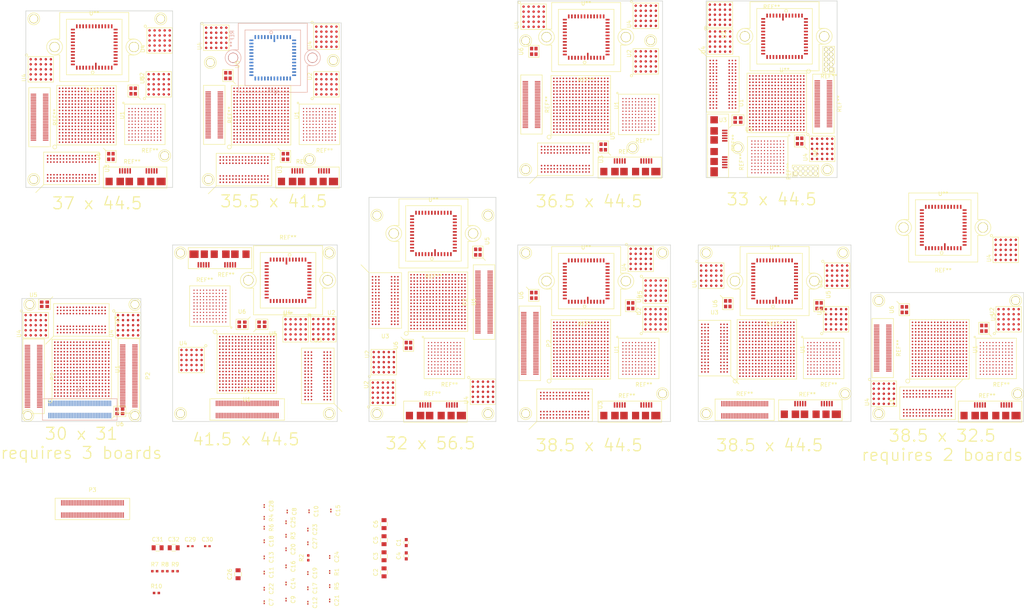
<source format=kicad_pcb>
(kicad_pcb (version 4) (host pcbnew 0.201601191447+6495~42~ubuntu14.04.1-product)
  (layers (0 F.Cu signal) (31 B.Cu signal) (34 B.Paste user hide) (35 F.Paste user hide) (36 B.SilkS user) (37 F.SilkS user) (38 B.Mask user hide) (39 F.Mask user hide) (44 Edge.Cuts user))
  (net 0 "")
  (net 1 "Net-(P2-Pad1)")
  (net 2 "Net-(P2-Pad2)")
  (net 3 "Net-(P2-Pad3)")
  (net 4 "Net-(P2-Pad4)")
  (net 5 "Net-(P2-Pad5)")
  (net 6 "Net-(P2-Pad6)")
  (net 7 "Net-(P2-Pad7)")
  (net 8 "Net-(P2-Pad8)")
  (net 9 "Net-(P2-Pad9)")
  (net 10 "Net-(P2-Pad10)")
  (net 11 "Net-(P2-Pad11)")
  (net 12 "Net-(P2-Pad12)")
  (net 13 "Net-(P2-Pad13)")
  (net 14 "Net-(P2-Pad14)")
  (net 15 "Net-(P2-Pad15)")
  (net 16 "Net-(P2-Pad16)")
  (net 17 "Net-(P2-Pad17)")
  (net 18 "Net-(P2-Pad18)")
  (net 19 "Net-(P2-Pad19)")
  (net 20 "Net-(P2-Pad20)")
  (net 21 "Net-(P2-Pad21)")
  (net 22 "Net-(P2-Pad22)")
  (net 23 "Net-(P2-Pad23)")
  (net 24 "Net-(P2-Pad24)")
  (net 25 "Net-(P2-Pad25)")
  (net 26 "Net-(P2-Pad26)")
  (net 27 "Net-(P2-Pad27)")
  (net 28 "Net-(P2-Pad28)")
  (net 29 "Net-(P2-Pad29)")
  (net 30 "Net-(P2-Pad30)")
  (net 31 "Net-(P2-Pad31)")
  (net 32 "Net-(P2-Pad32)")
  (net 33 "Net-(P2-Pad33)")
  (net 34 "Net-(P2-Pad34)")
  (net 35 "Net-(P2-Pad35)")
  (net 36 "Net-(P2-Pad36)")
  (net 37 "Net-(P2-Pad37)")
  (net 38 "Net-(P2-Pad38)")
  (net 39 "Net-(P2-Pad39)")
  (net 40 "Net-(P2-Pad40)")
  (net 41 "Net-(P2-Pad41)")
  (net 42 "Net-(P2-Pad42)")
  (net 43 "Net-(P2-Pad43)")
  (net 44 "Net-(P2-Pad44)")
  (net 45 "Net-(P2-Pad45)")
  (net 46 "Net-(P2-Pad46)")
  (net 47 "Net-(P2-Pad47)")
  (net 48 "Net-(P2-Pad48)")
  (net 49 "Net-(P2-Pad49)")
  (net 50 "Net-(P2-Pad50)")
  (net 51 "Net-(P2-Pad51)")
  (net 52 "Net-(P2-Pad52)")
  (net 53 "Net-(P2-Pad53)")
  (net 54 "Net-(P2-Pad54)")
  (net 55 "Net-(P2-Pad55)")
  (net 56 "Net-(P2-Pad56)")
  (net 57 "Net-(P2-Pad57)")
  (net 58 "Net-(P2-Pad58)")
  (net 59 "Net-(P2-Pad59)")
  (net 60 "Net-(P2-Pad60)")
  (net 61 "Net-(P2-Pad61)")
  (net 62 "Net-(P2-Pad62)")
  (net 63 "Net-(P2-Pad63)")
  (net 64 "Net-(P2-Pad64)")
  (net 65 "Net-(P2-Pad65)")
  (net 66 "Net-(P2-Pad66)")
  (net 67 "Net-(P2-Pad67)")
  (net 68 "Net-(P2-Pad68)")
  (net 69 "Net-(P2-Pad69)")
  (net 70 "Net-(P2-Pad70)")
  (net 71 "Net-(P2-Pad71)")
  (net 72 "Net-(P2-Pad72)")
  (net 73 "Net-(P2-Pad73)")
  (net 74 "Net-(P2-Pad74)")
  (net 75 "Net-(P2-Pad75)")
  (net 76 "Net-(P2-Pad76)")
  (net 77 "Net-(P2-Pad77)")
  (net 78 "Net-(P2-Pad78)")
  (net 79 "Net-(P2-Pad79)")
  (net 80 "Net-(P2-Pad80)")
  (net 81 "Net-(P3-Pad1)")
  (net 82 "Net-(P3-Pad2)")
  (net 83 "Net-(P3-Pad3)")
  (net 84 "Net-(P3-Pad4)")
  (net 85 "Net-(P3-Pad5)")
  (net 86 "Net-(P3-Pad6)")
  (net 87 "Net-(P3-Pad7)")
  (net 88 "Net-(P3-Pad8)")
  (net 89 "Net-(P3-Pad9)")
  (net 90 "Net-(P3-Pad10)")
  (net 91 "Net-(P3-Pad11)")
  (net 92 "Net-(P3-Pad12)")
  (net 93 "Net-(P3-Pad13)")
  (net 94 "Net-(P3-Pad14)")
  (net 95 "Net-(P3-Pad15)")
  (net 96 "Net-(P3-Pad16)")
  (net 97 "Net-(P3-Pad17)")
  (net 98 "Net-(P3-Pad18)")
  (net 99 "Net-(P3-Pad19)")
  (net 100 "Net-(P3-Pad20)")
  (net 101 "Net-(P3-Pad21)")
  (net 102 "Net-(P3-Pad22)")
  (net 103 "Net-(P3-Pad23)")
  (net 104 "Net-(P3-Pad24)")
  (net 105 "Net-(P3-Pad25)")
  (net 106 "Net-(P3-Pad26)")
  (net 107 "Net-(P3-Pad27)")
  (net 108 "Net-(P3-Pad28)")
  (net 109 "Net-(P3-Pad29)")
  (net 110 "Net-(P3-Pad30)")
  (net 111 "Net-(P3-Pad31)")
  (net 112 "Net-(P3-Pad32)")
  (net 113 "Net-(P3-Pad33)")
  (net 114 "Net-(P3-Pad34)")
  (net 115 "Net-(P3-Pad35)")
  (net 116 "Net-(P3-Pad36)")
  (net 117 "Net-(P3-Pad37)")
  (net 118 "Net-(P3-Pad38)")
  (net 119 "Net-(P3-Pad39)")
  (net 120 "Net-(P3-Pad40)")
  (net 121 "Net-(P3-Pad41)")
  (net 122 "Net-(P3-Pad42)")
  (net 123 "Net-(P3-Pad43)")
  (net 124 "Net-(P3-Pad44)")
  (net 125 "Net-(P3-Pad45)")
  (net 126 "Net-(P3-Pad46)")
  (net 127 "Net-(P3-Pad47)")
  (net 128 "Net-(P3-Pad48)")
  (net 129 "Net-(P3-Pad49)")
  (net 130 "Net-(P3-Pad50)")
  (net 131 "Net-(P3-Pad51)")
  (net 132 "Net-(P3-Pad52)")
  (net 133 "Net-(P3-Pad53)")
  (net 134 "Net-(P3-Pad54)")
  (net 135 "Net-(P3-Pad55)")
  (net 136 "Net-(P3-Pad56)")
  (net 137 "Net-(P3-Pad57)")
  (net 138 "Net-(P3-Pad58)")
  (net 139 "Net-(P3-Pad59)")
  (net 140 "Net-(P3-Pad60)")
  (net 141 "Net-(P3-Pad61)")
  (net 142 "Net-(P3-Pad62)")
  (net 143 "Net-(P3-Pad63)")
  (net 144 "Net-(P3-Pad64)")
  (net 145 "Net-(P3-Pad65)")
  (net 146 "Net-(P3-Pad66)")
  (net 147 "Net-(P3-Pad67)")
  (net 148 "Net-(P3-Pad68)")
  (net 149 "Net-(P3-Pad69)")
  (net 150 "Net-(P3-Pad70)")
  (net 151 "Net-(P3-Pad71)")
  (net 152 "Net-(P3-Pad72)")
  (net 153 "Net-(P3-Pad73)")
  (net 154 "Net-(P3-Pad74)")
  (net 155 "Net-(P3-Pad75)")
  (net 156 "Net-(P3-Pad76)")
  (net 157 "Net-(P3-Pad77)")
  (net 158 "Net-(P3-Pad78)")
  (net 159 "Net-(P3-Pad79)")
  (net 160 "Net-(P3-Pad80)")
  (net 161 "Net-(U1-PadA1)")
  (net 162 "Net-(U1-PadB1)")
  (net 163 "Net-(U1-PadC1)")
  (net 164 "Net-(U1-PadE1)")
  (net 165 "Net-(U1-PadF1)")
  (net 166 "Net-(U1-PadG1)")
  (net 167 "Net-(U1-PadH1)")
  (net 168 "Net-(U1-PadJ1)")
  (net 169 "Net-(U1-PadK1)")
  (net 170 "Net-(U1-PadL1)")
  (net 171 "Net-(U1-PadM1)")
  (net 172 "Net-(U1-PadN1)")
  (net 173 "Net-(U1-PadR1)")
  (net 174 "Net-(U1-PadT1)")
  (net 175 "Net-(U1-PadU1)")
  (net 176 "Net-(U1-PadV1)")
  (net 177 "Net-(U1-PadB2)")
  (net 178 "Net-(U1-PadC2)")
  (net 179 "Net-(U1-PadD2)")
  (net 180 "Net-(U1-PadE2)")
  (net 181 "Net-(U1-PadF2)")
  (net 182 "Net-(U1-PadG2)")
  (net 183 "Net-(U1-PadH2)")
  (net 184 "Net-(U1-PadJ2)")
  (net 185 "Net-(U1-PadK2)")
  (net 186 "Net-(U1-PadM2)")
  (net 187 "Net-(U1-PadN2)")
  (net 188 "Net-(U1-PadP2)")
  (net 189 "Net-(U1-PadR2)")
  (net 190 "Net-(U1-PadT2)")
  (net 191 "Net-(U1-PadU2)")
  (net 192 "Net-(U1-PadV2)")
  (net 193 "Net-(U1-PadA3)")
  (net 194 "Net-(U1-PadB3)")
  (net 195 "Net-(U1-PadC3)")
  (net 196 "Net-(U1-PadD3)")
  (net 197 "Net-(U1-PadE3)")
  (net 198 "Net-(U1-PadF3)")
  (net 199 "Net-(U1-PadG3)")
  (net 200 "Net-(U1-PadJ3)")
  (net 201 "Net-(U1-PadK3)")
  (net 202 "Net-(U1-PadL3)")
  (net 203 "Net-(U1-PadM3)")
  (net 204 "Net-(U1-PadN3)")
  (net 205 "Net-(U1-PadP3)")
  (net 206 "Net-(U1-PadR3)")
  (net 207 "Net-(U1-PadT3)")
  (net 208 "Net-(U1-PadU3)")
  (net 209 "Net-(U1-PadA4)")
  (net 210 "Net-(U1-PadB4)")
  (net 211 "Net-(U1-PadC4)")
  (net 212 "Net-(U1-PadD4)")
  (net 213 "Net-(U1-PadF4)")
  (net 214 "Net-(U1-PadG4)")
  (net 215 "Net-(U1-PadH4)")
  (net 216 "Net-(U1-PadJ4)")
  (net 217 "Net-(U1-PadK4)")
  (net 218 "Net-(U1-PadL4)")
  (net 219 "Net-(U1-PadM4)")
  (net 220 "Net-(U1-PadN4)")
  (net 221 "Net-(U1-PadP4)")
  (net 222 "Net-(U1-PadT4)")
  (net 223 "Net-(U1-PadU4)")
  (net 224 "Net-(U1-PadV4)")
  (net 225 "Net-(U1-PadA5)")
  (net 226 "Net-(U1-PadC5)")
  (net 227 "Net-(U1-PadD5)")
  (net 228 "Net-(U1-PadE5)")
  (net 229 "Net-(U1-PadF5)")
  (net 230 "Net-(U1-PadG5)")
  (net 231 "Net-(U1-PadH5)")
  (net 232 "Net-(U1-PadJ5)")
  (net 233 "Net-(U1-PadK5)")
  (net 234 "Net-(U1-PadL5)")
  (net 235 "Net-(U1-PadN5)")
  (net 236 "Net-(U1-PadP5)")
  (net 237 "Net-(U1-PadR5)")
  (net 238 "Net-(U1-PadT5)")
  (net 239 "Net-(U1-PadU5)")
  (net 240 "Net-(U1-PadV5)")
  (net 241 "Net-(U1-PadA6)")
  (net 242 "Net-(U1-PadB6)")
  (net 243 "Net-(U1-PadC6)")
  (net 244 "Net-(U1-PadD6)")
  (net 245 "Net-(U1-PadE6)")
  (net 246 "Net-(U1-PadF6)")
  (net 247 "Net-(U1-PadG6)")
  (net 248 "Net-(U1-PadH6)")
  (net 249 "Net-(U1-PadK6)")
  (net 250 "Net-(U1-PadL6)")
  (net 251 "Net-(U1-PadM6)")
  (net 252 "Net-(U1-PadN6)")
  (net 253 "Net-(U1-PadP6)")
  (net 254 "Net-(U1-PadR6)")
  (net 255 "Net-(U1-PadT6)")
  (net 256 "Net-(U1-PadU6)")
  (net 257 "Net-(U1-PadV6)")
  (net 258 "Net-(U1-PadA7)")
  (net 259 "Net-(U1-PadB7)")
  (net 260 "Net-(U1-PadC7)")
  (net 261 "Net-(U1-PadD7)")
  (net 262 "Net-(U1-PadE7)")
  (net 263 "Net-(U1-PadG7)")
  (net 264 "Net-(U1-PadJ7)")
  (net 265 "Net-(U1-PadL7)")
  (net 266 "Net-(U1-PadN7)")
  (net 267 "Net-(U1-PadP7)")
  (net 268 "Net-(U1-PadR7)")
  (net 269 "Net-(U1-PadU7)")
  (net 270 "Net-(U1-PadV7)")
  (net 271 "Net-(U1-PadA8)")
  (net 272 "Net-(U1-PadB8)")
  (net 273 "Net-(U1-PadD8)")
  (net 274 "Net-(U1-PadE8)")
  (net 275 "Net-(U1-PadF8)")
  (net 276 "Net-(U1-PadH8)")
  (net 277 "Net-(U1-PadK8)")
  (net 278 "Net-(U1-PadM8)")
  (net 279 "Net-(U1-PadP8)")
  (net 280 "Net-(U1-PadR8)")
  (net 281 "Net-(U1-PadT8)")
  (net 282 "Net-(U1-PadU8)")
  (net 283 "Net-(U1-PadV8)")
  (net 284 "Net-(U1-PadA9)")
  (net 285 "Net-(U1-PadB9)")
  (net 286 "Net-(U1-PadC9)")
  (net 287 "Net-(U1-PadD9)")
  (net 288 "Net-(U1-PadE9)")
  (net 289 "Net-(U1-PadG9)")
  (net 290 "Net-(U1-PadH9)")
  (net 291 "Net-(U1-PadJ9)")
  (net 292 "Net-(U1-PadK9)")
  (net 293 "Net-(U1-PadL9)")
  (net 294 "Net-(U1-PadN9)")
  (net 295 "Net-(U1-PadP9)")
  (net 296 "Net-(U1-PadR9)")
  (net 297 "Net-(U1-PadT9)")
  (net 298 "Net-(U1-PadU9)")
  (net 299 "Net-(U1-PadV9)")
  (net 300 "Net-(U1-PadA10)")
  (net 301 "Net-(U1-PadB10)")
  (net 302 "Net-(U1-PadC10)")
  (net 303 "Net-(U1-PadD10)")
  (net 304 "Net-(U1-PadE10)")
  (net 305 "Net-(U1-PadF10)")
  (net 306 "Net-(U1-PadH10)")
  (net 307 "Net-(U1-PadJ10)")
  (net 308 "Net-(U1-PadK10)")
  (net 309 "Net-(U1-PadL10)")
  (net 310 "Net-(U1-PadM10)")
  (net 311 "Net-(U1-PadP10)")
  (net 312 "Net-(U1-PadR10)")
  (net 313 "Net-(U1-PadT10)")
  (net 314 "Net-(U1-PadV10)")
  (net 315 "Net-(U1-PadA11)")
  (net 316 "Net-(U1-PadB11)")
  (net 317 "Net-(U1-PadC11)")
  (net 318 "Net-(U1-PadE11)")
  (net 319 "Net-(U1-PadG11)")
  (net 320 "Net-(U1-PadJ11)")
  (net 321 "Net-(U1-PadL11)")
  (net 322 "Net-(U1-PadN11)")
  (net 323 "Net-(U1-PadP11)")
  (net 324 "Net-(U1-PadR11)")
  (net 325 "Net-(U1-PadT11)")
  (net 326 "Net-(U1-PadU11)")
  (net 327 "Net-(U1-PadV11)")
  (net 328 "Net-(U1-PadB12)")
  (net 329 "Net-(U1-PadC12)")
  (net 330 "Net-(U1-PadD12)")
  (net 331 "Net-(U1-PadE12)")
  (net 332 "Net-(U1-PadF12)")
  (net 333 "Net-(U1-PadH12)")
  (net 334 "Net-(U1-PadK12)")
  (net 335 "Net-(U1-PadM12)")
  (net 336 "Net-(U1-PadP12)")
  (net 337 "Net-(U1-PadR12)")
  (net 338 "Net-(U1-PadT12)")
  (net 339 "Net-(U1-PadU12)")
  (net 340 "Net-(U1-PadV12)")
  (net 341 "Net-(U1-PadA13)")
  (net 342 "Net-(U1-PadB13)")
  (net 343 "Net-(U1-PadC13)")
  (net 344 "Net-(U1-PadD13)")
  (net 345 "Net-(U1-PadE13)")
  (net 346 "Net-(U1-PadF13)")
  (net 347 "Net-(U1-PadG13)")
  (net 348 "Net-(U1-PadJ13)")
  (net 349 "Net-(U1-PadK13)")
  (net 350 "Net-(U1-PadL13)")
  (net 351 "Net-(U1-PadM13)")
  (net 352 "Net-(U1-PadN13)")
  (net 353 "Net-(U1-PadP13)")
  (net 354 "Net-(U1-PadR13)")
  (net 355 "Net-(U1-PadT13)")
  (net 356 "Net-(U1-PadU13)")
  (net 357 "Net-(U1-PadA14)")
  (net 358 "Net-(U1-PadB14)")
  (net 359 "Net-(U1-PadC14)")
  (net 360 "Net-(U1-PadD14)")
  (net 361 "Net-(U1-PadF14)")
  (net 362 "Net-(U1-PadG14)")
  (net 363 "Net-(U1-PadH14)")
  (net 364 "Net-(U1-PadJ14)")
  (net 365 "Net-(U1-PadK14)")
  (net 366 "Net-(U1-PadL14)")
  (net 367 "Net-(U1-PadM14)")
  (net 368 "Net-(U1-PadN14)")
  (net 369 "Net-(U1-PadP14)")
  (net 370 "Net-(U1-PadT14)")
  (net 371 "Net-(U1-PadU14)")
  (net 372 "Net-(U1-PadV14)")
  (net 373 "Net-(U1-PadA15)")
  (net 374 "Net-(U1-PadC15)")
  (net 375 "Net-(U1-PadD15)")
  (net 376 "Net-(U1-PadE15)")
  (net 377 "Net-(U1-PadF15)")
  (net 378 "Net-(U1-PadG15)")
  (net 379 "Net-(U1-PadH15)")
  (net 380 "Net-(U1-PadJ15)")
  (net 381 "Net-(U1-PadK15)")
  (net 382 "Net-(U1-PadL15)")
  (net 383 "Net-(U1-PadN15)")
  (net 384 "Net-(U1-PadP15)")
  (net 385 "Net-(U1-PadR15)")
  (net 386 "Net-(U1-PadT15)")
  (net 387 "Net-(U1-PadU15)")
  (net 388 "Net-(U1-PadV15)")
  (net 389 "Net-(U1-PadA16)")
  (net 390 "Net-(U1-PadB16)")
  (net 391 "Net-(U1-PadC16)")
  (net 392 "Net-(U1-PadD16)")
  (net 393 "Net-(U1-PadE16)")
  (net 394 "Net-(U1-PadF16)")
  (net 395 "Net-(U1-PadG16)")
  (net 396 "Net-(U1-PadH16)")
  (net 397 "Net-(U1-PadK16)")
  (net 398 "Net-(U1-PadL16)")
  (net 399 "Net-(U1-PadM16)")
  (net 400 "Net-(U1-PadN16)")
  (net 401 "Net-(U1-PadP16)")
  (net 402 "Net-(U1-PadR16)")
  (net 403 "Net-(U1-PadT16)")
  (net 404 "Net-(U1-PadU16)")
  (net 405 "Net-(U1-PadV16)")
  (net 406 "Net-(U1-PadA17)")
  (net 407 "Net-(U1-PadB17)")
  (net 408 "Net-(U1-PadC17)")
  (net 409 "Net-(U1-PadD17)")
  (net 410 "Net-(U1-PadE17)")
  (net 411 "Net-(U1-PadG17)")
  (net 412 "Net-(U1-PadH17)")
  (net 413 "Net-(U1-PadJ17)")
  (net 414 "Net-(U1-PadK17)")
  (net 415 "Net-(U1-PadL17)")
  (net 416 "Net-(U1-PadM17)")
  (net 417 "Net-(U1-PadN17)")
  (net 418 "Net-(U1-PadP17)")
  (net 419 "Net-(U1-PadR17)")
  (net 420 "Net-(U1-PadU17)")
  (net 421 "Net-(U1-PadV17)")
  (net 422 "Net-(U1-PadA18)")
  (net 423 "Net-(U1-PadB18)")
  (net 424 "Net-(U1-PadD18)")
  (net 425 "Net-(U1-PadE18)")
  (net 426 "Net-(U1-PadF18)")
  (net 427 "Net-(U1-PadG18)")
  (net 428 "Net-(U1-PadH18)")
  (net 429 "Net-(U1-PadJ18)")
  (net 430 "Net-(U1-PadK18)")
  (net 431 "Net-(U1-PadL18)")
  (net 432 "Net-(U1-PadM18)")
  (net 433 "Net-(U1-PadP18)")
  (net 434 "Net-(U1-PadR18)")
  (net 435 "Net-(U1-PadT18)")
  (net 436 "Net-(U1-PadU18)")
  (net 437 "Net-(U1-PadV18)")
  (net 438 "Net-(U2-PadC3)")
  (net 439 "Net-(U2-PadB4)")
  (net 440 "Net-(U2-PadC4)")
  (net 441 "Net-(U2-PadD4)")
  (net 442 "Net-(U2-PadA5)")
  (net 443 "Net-(U2-PadE5)")
  (net 444 "Net-(U3-PadJ1)")
  (net 445 "Net-(U3-PadL1)")
  (net 446 "Net-(U3-PadM7)")
  (net 447 "Net-(U3-PadT7)")
  (net 448 "Net-(U3-PadJ9)")
  (net 449 "Net-(U3-PadL9)")
  (net 450 "Net-(U4-PadC3)")
  (net 451 "Net-(U4-PadB4)")
  (net 452 "Net-(U4-PadC4)")
  (net 453 "Net-(U4-PadD4)")
  (net 454 "Net-(U4-PadA5)")
  (net 455 "Net-(U4-PadE5)")
  (net 456 "Net-(U5-Pad1)")
  (net 457 "Net-(U5-Pad2)")
  (net 458 "Net-(U5-Pad3)")
  (net 459 "Net-(U5-Pad4)")
  (net 460 "Net-(U6-Pad1)")
  (net 461 "Net-(U6-Pad2)")
  (net 462 "Net-(U6-Pad3)")
  (net 463 "Net-(U6-Pad4)")
  (net 464 "Net-(P4-Pad1)")
  (net 465 "Net-(P4-Pad2)")
  (net 466 "Net-(P4-Pad3)")
  (net 467 "Net-(P4-Pad4)")
  (net 468 "Net-(P4-Pad5)")
  (net 469 "Net-(P4-Pad6)")
  (net 470 "Net-(P4-Pad7)")
  (net 471 "Net-(P4-Pad8)")
  (net 472 "Net-(P4-Pad9)")
  (net 473 "Net-(P4-Pad10)")
  (net 474 "Net-(P4-Pad11)")
  (net 475 "Net-(P4-Pad12)")
  (net 476 "Net-(P4-Pad13)")
  (net 477 "Net-(P4-Pad14)")
  (net 478 "Net-(P4-Pad15)")
  (net 479 "Net-(P4-Pad16)")
  (net 480 "Net-(P4-Pad17)")
  (net 481 "Net-(P4-Pad18)")
  (net 482 "Net-(P4-Pad19)")
  (net 483 "Net-(P4-Pad20)")
  (net 484 "Net-(P4-Pad21)")
  (net 485 "Net-(P4-Pad22)")
  (net 486 "Net-(P4-Pad23)")
  (net 487 "Net-(P4-Pad24)")
  (net 488 "Net-(P4-Pad25)")
  (net 489 "Net-(P4-Pad26)")
  (net 490 "Net-(P4-Pad27)")
  (net 491 "Net-(P4-Pad28)")
  (net 492 "Net-(P4-Pad29)")
  (net 493 "Net-(P4-Pad30)")
  (net 494 "Net-(P4-Pad31)")
  (net 495 "Net-(P4-Pad32)")
  (net 496 "Net-(P4-Pad33)")
  (net 497 "Net-(P4-Pad34)")
  (net 498 "Net-(P4-Pad35)")
  (net 499 "Net-(P4-Pad36)")
  (net 500 "Net-(P4-Pad37)")
  (net 501 "Net-(P4-Pad38)")
  (net 502 "Net-(P4-Pad39)")
  (net 503 "Net-(P4-Pad40)")
  (net 504 "Net-(P4-Pad41)")
  (net 505 "Net-(P4-Pad42)")
  (net 506 "Net-(P4-Pad43)")
  (net 507 "Net-(P4-Pad44)")
  (net 508 "Net-(P4-Pad45)")
  (net 509 "Net-(P4-Pad46)")
  (net 510 "Net-(P4-Pad47)")
  (net 511 "Net-(P4-Pad48)")
  (net 512 "Net-(P4-Pad49)")
  (net 513 "Net-(P4-Pad50)")
  (net 514 "Net-(P4-Pad51)")
  (net 515 "Net-(P4-Pad52)")
  (net 516 "Net-(P4-Pad53)")
  (net 517 "Net-(P4-Pad54)")
  (net 518 "Net-(P4-Pad55)")
  (net 519 "Net-(P4-Pad56)")
  (net 520 "Net-(P4-Pad57)")
  (net 521 "Net-(P4-Pad58)")
  (net 522 "Net-(P4-Pad59)")
  (net 523 "Net-(P4-Pad60)")
  (net 524 "Net-(P4-Pad61)")
  (net 525 "Net-(P4-Pad62)")
  (net 526 "Net-(P4-Pad63)")
  (net 527 "Net-(P4-Pad64)")
  (net 528 "Net-(P4-Pad65)")
  (net 529 "Net-(P4-Pad66)")
  (net 530 "Net-(P4-Pad67)")
  (net 531 "Net-(P4-Pad68)")
  (net 532 "Net-(P4-Pad69)")
  (net 533 "Net-(P4-Pad70)")
  (net 534 "Net-(P4-Pad71)")
  (net 535 "Net-(P4-Pad72)")
  (net 536 "Net-(P4-Pad73)")
  (net 537 "Net-(P4-Pad74)")
  (net 538 "Net-(P4-Pad75)")
  (net 539 "Net-(P4-Pad76)")
  (net 540 "Net-(P4-Pad77)")
  (net 541 "Net-(P4-Pad78)")
  (net 542 "Net-(P4-Pad79)")
  (net 543 "Net-(P4-Pad80)")
  (net 544 "Net-(C1-Pad1)")
  (net 545 "Net-(C3-Pad1)")
  (net 546 DDR_VREF)
  (net 547 GND)
  (net 548 DDR_VDD)
  (net 549 DDR_CKE)
  (net 550 DDR_CLK+)
  (net 551 DDR_CLK-)
  (net 552 "Net-(R5-Pad1)")
  (net 553 DDR_RST#)
  (net 554 DDR_ODT)
  (net 555 DDR_DQU5)
  (net 556 DDR_DQU3)
  (net 557 DDR_DQL2)
  (net 558 DDR_DQL6)
  (net 559 DDR_BA0)
  (net 560 DDR_A3)
  (net 561 DDR_A5)
  (net 562 DDR_A7)
  (net 563 DDR_DQU7)
  (net 564 DDR_DQU1)
  (net 565 DDR_DQL0)
  (net 566 DDR_DQSL+)
  (net 567 DDR_DQSL-)
  (net 568 DDR_DQL4)
  (net 569 DDR_RAS#)
  (net 570 DDR_CAS#)
  (net 571 DDR_WE#)
  (net 572 DDR_BA2)
  (net 573 DDR_A0)
  (net 574 DDR_A2)
  (net 575 DDR_A9)
  (net 576 DDR_A13)
  (net 577 DDR_DQU4)
  (net 578 DDR_DQSU-)
  (net 579 DDR_DQSU+)
  (net 580 DDR_DQU0)
  (net 581 DDR_DQL1)
  (net 582 DDR_DQL7)
  (net 583 DDR_A10)
  (net 584 DDR_A12)
  (net 585 DDR_A1)
  (net 586 DDR_A11)
  (net 587 DDR_DQU6)
  (net 588 DDR_DQU2)
  (net 589 DDR_DQL3)
  (net 590 DDR_DQL5)
  (net 591 DDR_BA1)
  (net 592 DDR_A4)
  (net 593 DDR_A6)
  (net 594 DDR_A8)
  (net 595 "Net-(R7-Pad1)")
  (net 596 "Net-(R8-Pad1)")
  (net 597 +5V)
  (net 598 "Net-(C30-Pad1)")
  (net 599 "Net-(C29-Pad1)")
  (net 600 +2V5)
  (net 601 +1V8)
  (net 602 +1V0)
  (net 603 +1V35)
  (net 604 "Net-(R9-Pad1)")
  (net 605 "Net-(R10-Pad1)")
  (module Pin_Headers:Pin_Header_Straight_2x05_Pitch1.27mm (layer F.Cu) (at 226 59.27 180)
    (fp_text reference REF** (at 0.55 -1.7 180) (layer F.SilkS))
    (fp_text value Pin_Header_Straight_2x05_Pitch1.27mm)
    (pad 1 thru_hole rect (at 0 0 180) (size 1.05 1.05) (drill 0.65) (layers *.Cu *.Mask F.SilkS))
    (pad 3 thru_hole circle (at 0 1.27 180) (size 1.05 1.05) (drill 0.65) (layers *.Cu *.Mask F.SilkS))
    (pad 5 thru_hole circle (at 0 2.54 180) (size 1.05 1.05) (drill 0.65) (layers *.Cu *.Mask F.SilkS))
    (pad 7 thru_hole circle (at 0 3.81 180) (size 1.05 1.05) (drill 0.65) (layers *.Cu *.Mask F.SilkS))
    (pad 9 thru_hole circle (at 0 5.08 180) (size 1.05 1.05) (drill 0.65) (layers *.Cu *.Mask F.SilkS))
    (pad 4 thru_hole circle (at 1.27 1.27 180) (size 1.05 1.05) (drill 0.65) (layers *.Cu *.Mask F.SilkS))
    (pad 6 thru_hole circle (at 1.27 2.54 180) (size 1.05 1.05) (drill 0.65) (layers *.Cu *.Mask F.SilkS))
    (pad 8 thru_hole circle (at 1.27 3.81 180) (size 1.05 1.05) (drill 0.65) (layers *.Cu *.Mask F.SilkS))
    (pad 10 thru_hole circle (at 1.27 5.08 180) (size 1.05 1.05) (drill 0.65) (layers *.Cu *.Mask F.SilkS))
    (pad 2 thru_hole circle (at 1.27 0 180) (size 1.05 1.05) (drill 0.65) (layers *.Cu *.Mask F.SilkS))
  )
  (module Housings_LGA:LGA25_6.25X6.25X1.82 (layer F.Cu) (at 197.96 45.46 90)
    (fp_text reference U2 (at -5 1 90) (layer F.SilkS))
    (fp_text value LTM4622 hide)
    (pad A1 smd circle (at -2.54 -2.54 90) (size 0.63 0.63) (layers F.Cu F.Paste F.Mask) (net 602 +1V0))
    (pad B1 smd circle (at -2.54 -1.27 90) (size 0.63 0.63) (layers F.Cu F.Paste F.Mask) (net 602 +1V0))
    (pad C1 smd circle (at -2.54 0 90) (size 0.63 0.63) (layers F.Cu F.Paste F.Mask) (net 547 GND))
    (pad D1 smd circle (at -2.54 1.27 90) (size 0.63 0.63) (layers F.Cu F.Paste F.Mask) (net 603 +1V35))
    (pad E1 smd circle (at -2.54 2.54 90) (size 0.63 0.63) (layers F.Cu F.Paste F.Mask) (net 603 +1V35))
    (pad A2 smd circle (at -1.27 -2.54 90) (size 0.63 0.63) (layers F.Cu F.Paste F.Mask) (net 597 +5V))
    (pad B2 smd circle (at -1.27 -1.27 90) (size 0.63 0.63) (layers F.Cu F.Paste F.Mask) (net 597 +5V))
    (pad C2 smd circle (at -1.27 0 90) (size 0.63 0.63) (layers F.Cu F.Paste F.Mask) (net 547 GND))
    (pad D2 smd circle (at -1.27 1.27 90) (size 0.63 0.63) (layers F.Cu F.Paste F.Mask) (net 597 +5V))
    (pad E2 smd circle (at -1.27 2.54 90) (size 0.63 0.63) (layers F.Cu F.Paste F.Mask) (net 597 +5V))
    (pad A3 smd circle (at 0 -2.54 90) (size 0.63 0.63) (layers F.Cu F.Paste F.Mask) (net 545 "Net-(C3-Pad1)"))
    (pad B3 smd circle (at 0 -1.27 90) (size 0.63 0.63) (layers F.Cu F.Paste F.Mask) (net 597 +5V))
    (pad C3 smd circle (at 0 0 90) (size 0.63 0.63) (layers F.Cu F.Paste F.Mask) (net 438 "Net-(U2-PadC3)"))
    (pad D3 smd circle (at 0 1.27 90) (size 0.63 0.63) (layers F.Cu F.Paste F.Mask) (net 597 +5V))
    (pad E3 smd circle (at 0 2.54 90) (size 0.63 0.63) (layers F.Cu F.Paste F.Mask) (net 544 "Net-(C1-Pad1)"))
    (pad A4 smd circle (at 1.27 -2.54 90) (size 0.63 0.63) (layers F.Cu F.Paste F.Mask) (net 604 "Net-(R9-Pad1)"))
    (pad B4 smd circle (at 1.27 -1.27 90) (size 0.63 0.63) (layers F.Cu F.Paste F.Mask) (net 439 "Net-(U2-PadB4)"))
    (pad C4 smd circle (at 1.27 0 90) (size 0.63 0.63) (layers F.Cu F.Paste F.Mask) (net 440 "Net-(U2-PadC4)"))
    (pad D4 smd circle (at 1.27 1.27 90) (size 0.63 0.63) (layers F.Cu F.Paste F.Mask) (net 441 "Net-(U2-PadD4)"))
    (pad E4 smd circle (at 1.27 2.54 90) (size 0.63 0.63) (layers F.Cu F.Paste F.Mask) (net 605 "Net-(R10-Pad1)"))
    (pad A5 smd circle (at 2.54 -2.54 90) (size 0.63 0.63) (layers F.Cu F.Paste F.Mask) (net 442 "Net-(U2-PadA5)"))
    (pad B5 smd circle (at 2.54 -1.27 90) (size 0.63 0.63) (layers F.Cu F.Paste F.Mask) (net 547 GND))
    (pad C5 smd circle (at 2.54 0 90) (size 0.63 0.63) (layers F.Cu F.Paste F.Mask) (net 547 GND))
    (pad D5 smd circle (at 2.54 1.27 90) (size 0.63 0.63) (layers F.Cu F.Paste F.Mask) (net 547 GND))
    (pad E5 smd circle (at 2.54 2.54 90) (size 0.63 0.63) (layers F.Cu F.Paste F.Mask) (net 443 "Net-(U2-PadE5)"))
  )
  (module Mounting:MountingHoleM1.6 (layer F.Cu) (at 225 84.5 270)
    (fp_text reference REF** hide)
    (fp_text value MountingHoleM2)
    (pad MNT thru_hole circle (at 0 0 270) (size 2.2 2.2) (drill 1.8) (layers *.Cu *.Mask F.SilkS))
  )
  (module LensHolder:CMT104-6H (layer F.Cu) (at 214.250554 50.9 180)
    (fp_text reference REF** (at 3.250554 7.4 180) (layer F.SilkS))
    (fp_text value CMT104-6H)
    (pad HOLE thru_hole circle (at 10 0 180) (size 2.54 2.54) (drill 2.15) (layers *.Cu *.Mask F.SilkS))
    (pad HOLE thru_hole circle (at -10 0 180) (size 2.54 2.54) (drill 2.15) (layers *.Cu *.Mask F.SilkS))
  )
  (module Housings_LGA:LGA25_6.25X6.25X1.82 (layer F.Cu) (at 198 52.23)
    (fp_text reference U4 (at -4.2 2.1 270) (layer F.SilkS))
    (fp_text value LTM4622 hide)
    (pad A1 smd circle (at -2.54 -2.54) (size 0.63 0.63) (layers F.Cu F.Paste F.Mask) (net 601 +1V8))
    (pad B1 smd circle (at -2.54 -1.27) (size 0.63 0.63) (layers F.Cu F.Paste F.Mask) (net 601 +1V8))
    (pad C1 smd circle (at -2.54 0) (size 0.63 0.63) (layers F.Cu F.Paste F.Mask) (net 547 GND))
    (pad D1 smd circle (at -2.54 1.27) (size 0.63 0.63) (layers F.Cu F.Paste F.Mask) (net 600 +2V5))
    (pad E1 smd circle (at -2.54 2.54) (size 0.63 0.63) (layers F.Cu F.Paste F.Mask) (net 600 +2V5))
    (pad A2 smd circle (at -1.27 -2.54) (size 0.63 0.63) (layers F.Cu F.Paste F.Mask) (net 597 +5V))
    (pad B2 smd circle (at -1.27 -1.27) (size 0.63 0.63) (layers F.Cu F.Paste F.Mask) (net 597 +5V))
    (pad C2 smd circle (at -1.27 0) (size 0.63 0.63) (layers F.Cu F.Paste F.Mask) (net 547 GND))
    (pad D2 smd circle (at -1.27 1.27) (size 0.63 0.63) (layers F.Cu F.Paste F.Mask) (net 597 +5V))
    (pad E2 smd circle (at -1.27 2.54) (size 0.63 0.63) (layers F.Cu F.Paste F.Mask) (net 597 +5V))
    (pad A3 smd circle (at 0 -2.54) (size 0.63 0.63) (layers F.Cu F.Paste F.Mask) (net 598 "Net-(C30-Pad1)"))
    (pad B3 smd circle (at 0 -1.27) (size 0.63 0.63) (layers F.Cu F.Paste F.Mask) (net 597 +5V))
    (pad C3 smd circle (at 0 0) (size 0.63 0.63) (layers F.Cu F.Paste F.Mask) (net 450 "Net-(U4-PadC3)"))
    (pad D3 smd circle (at 0 1.27) (size 0.63 0.63) (layers F.Cu F.Paste F.Mask) (net 597 +5V))
    (pad E3 smd circle (at 0 2.54) (size 0.63 0.63) (layers F.Cu F.Paste F.Mask) (net 599 "Net-(C29-Pad1)"))
    (pad A4 smd circle (at 1.27 -2.54) (size 0.63 0.63) (layers F.Cu F.Paste F.Mask) (net 595 "Net-(R7-Pad1)"))
    (pad B4 smd circle (at 1.27 -1.27) (size 0.63 0.63) (layers F.Cu F.Paste F.Mask) (net 451 "Net-(U4-PadB4)"))
    (pad C4 smd circle (at 1.27 0) (size 0.63 0.63) (layers F.Cu F.Paste F.Mask) (net 452 "Net-(U4-PadC4)"))
    (pad D4 smd circle (at 1.27 1.27) (size 0.63 0.63) (layers F.Cu F.Paste F.Mask) (net 453 "Net-(U4-PadD4)"))
    (pad E4 smd circle (at 1.27 2.54) (size 0.63 0.63) (layers F.Cu F.Paste F.Mask) (net 596 "Net-(R8-Pad1)"))
    (pad A5 smd circle (at 2.54 -2.54) (size 0.63 0.63) (layers F.Cu F.Paste F.Mask) (net 454 "Net-(U4-PadA5)"))
    (pad B5 smd circle (at 2.54 -1.27) (size 0.63 0.63) (layers F.Cu F.Paste F.Mask) (net 547 GND))
    (pad C5 smd circle (at 2.54 0) (size 0.63 0.63) (layers F.Cu F.Paste F.Mask) (net 547 GND))
    (pad D5 smd circle (at 2.54 1.27) (size 0.63 0.63) (layers F.Cu F.Paste F.Mask) (net 547 GND))
    (pad E5 smd circle (at 2.54 2.54) (size 0.63 0.63) (layers F.Cu F.Paste F.Mask) (net 455 "Net-(U4-PadE5)"))
  )
  (module Oscillator:8y (layer F.Cu) (at 218.05 77.3 90)
    (fp_text reference U6 (at -3 4 90) (layer F.SilkS))
    (fp_text value OSCILLATOR)
    (pad 1 smd rect (at -0.7 0.55 90) (size 0.9 0.8) (layers F.Cu F.Paste F.Mask) (net 460 "Net-(U6-Pad1)"))
    (pad 2 smd rect (at 0.7 0.55 90) (size 0.9 0.8) (layers F.Cu F.Paste F.Mask) (net 461 "Net-(U6-Pad2)"))
    (pad 3 smd rect (at 0.7 -0.55 90) (size 0.9 0.8) (layers F.Cu F.Paste F.Mask) (net 462 "Net-(U6-Pad3)"))
    (pad 4 smd rect (at -0.7 -0.55 90) (size 0.9 0.8) (layers F.Cu F.Paste F.Mask) (net 463 "Net-(U6-Pad4)"))
  )
  (module Housings_LGA:LGA25_6.25X6.25X1.82 (layer F.Cu) (at 223.73 79.27)
    (fp_text reference U4 (at -4.2 2.1 270) (layer F.SilkS))
    (fp_text value LTM4622 hide)
    (pad A1 smd circle (at -2.54 -2.54) (size 0.63 0.63) (layers F.Cu F.Paste F.Mask) (net 601 +1V8))
    (pad B1 smd circle (at -2.54 -1.27) (size 0.63 0.63) (layers F.Cu F.Paste F.Mask) (net 601 +1V8))
    (pad C1 smd circle (at -2.54 0) (size 0.63 0.63) (layers F.Cu F.Paste F.Mask) (net 547 GND))
    (pad D1 smd circle (at -2.54 1.27) (size 0.63 0.63) (layers F.Cu F.Paste F.Mask) (net 600 +2V5))
    (pad E1 smd circle (at -2.54 2.54) (size 0.63 0.63) (layers F.Cu F.Paste F.Mask) (net 600 +2V5))
    (pad A2 smd circle (at -1.27 -2.54) (size 0.63 0.63) (layers F.Cu F.Paste F.Mask) (net 597 +5V))
    (pad B2 smd circle (at -1.27 -1.27) (size 0.63 0.63) (layers F.Cu F.Paste F.Mask) (net 597 +5V))
    (pad C2 smd circle (at -1.27 0) (size 0.63 0.63) (layers F.Cu F.Paste F.Mask) (net 547 GND))
    (pad D2 smd circle (at -1.27 1.27) (size 0.63 0.63) (layers F.Cu F.Paste F.Mask) (net 597 +5V))
    (pad E2 smd circle (at -1.27 2.54) (size 0.63 0.63) (layers F.Cu F.Paste F.Mask) (net 597 +5V))
    (pad A3 smd circle (at 0 -2.54) (size 0.63 0.63) (layers F.Cu F.Paste F.Mask) (net 598 "Net-(C30-Pad1)"))
    (pad B3 smd circle (at 0 -1.27) (size 0.63 0.63) (layers F.Cu F.Paste F.Mask) (net 597 +5V))
    (pad C3 smd circle (at 0 0) (size 0.63 0.63) (layers F.Cu F.Paste F.Mask) (net 450 "Net-(U4-PadC3)"))
    (pad D3 smd circle (at 0 1.27) (size 0.63 0.63) (layers F.Cu F.Paste F.Mask) (net 597 +5V))
    (pad E3 smd circle (at 0 2.54) (size 0.63 0.63) (layers F.Cu F.Paste F.Mask) (net 599 "Net-(C29-Pad1)"))
    (pad A4 smd circle (at 1.27 -2.54) (size 0.63 0.63) (layers F.Cu F.Paste F.Mask) (net 595 "Net-(R7-Pad1)"))
    (pad B4 smd circle (at 1.27 -1.27) (size 0.63 0.63) (layers F.Cu F.Paste F.Mask) (net 451 "Net-(U4-PadB4)"))
    (pad C4 smd circle (at 1.27 0) (size 0.63 0.63) (layers F.Cu F.Paste F.Mask) (net 452 "Net-(U4-PadC4)"))
    (pad D4 smd circle (at 1.27 1.27) (size 0.63 0.63) (layers F.Cu F.Paste F.Mask) (net 453 "Net-(U4-PadD4)"))
    (pad E4 smd circle (at 1.27 2.54) (size 0.63 0.63) (layers F.Cu F.Paste F.Mask) (net 596 "Net-(R8-Pad1)"))
    (pad A5 smd circle (at 2.54 -2.54) (size 0.63 0.63) (layers F.Cu F.Paste F.Mask) (net 454 "Net-(U4-PadA5)"))
    (pad B5 smd circle (at 2.54 -1.27) (size 0.63 0.63) (layers F.Cu F.Paste F.Mask) (net 547 GND))
    (pad C5 smd circle (at 2.54 0) (size 0.63 0.63) (layers F.Cu F.Paste F.Mask) (net 547 GND))
    (pad D5 smd circle (at 2.54 1.27) (size 0.63 0.63) (layers F.Cu F.Paste F.Mask) (net 547 GND))
    (pad E5 smd circle (at 2.54 2.54) (size 0.63 0.63) (layers F.Cu F.Paste F.Mask) (net 455 "Net-(U4-PadE5)"))
  )
  (module ONSemi:CLCC48_0.8mm (layer F.Cu) (at 214.250554 50.9)
    (fp_text reference U** (at 0 8.5) (layer F.SilkS))
    (fp_text value CLCC48_0.8mm hide)
    (pad 6 smd rect (at -4.4 -5.215) (size 0.4 1) (layers F.Cu F.Paste F.Mask))
    (pad 18 smd rect (at -5.38625 4.4) (size 1 0.4) (layers F.Cu F.Paste F.Mask))
    (pad 30 smd rect (at 4.4 5.215) (size 0.4 1) (layers F.Cu F.Paste F.Mask))
    (pad 1 smd rect (at -0.4 -4.84) (size 0.4 1.75) (layers F.Cu F.Paste F.Mask))
    (pad 47 smd rect (at 1.2 -5.215) (size 0.4 1) (layers F.Cu F.Paste F.Mask))
    (pad 46 smd rect (at 2 -5.215) (size 0.4 1) (layers F.Cu F.Paste F.Mask))
    (pad 45 smd rect (at 2.8 -5.215) (size 0.4 1) (layers F.Cu F.Paste F.Mask))
    (pad 44 smd rect (at 3.6 -5.215) (size 0.4 1) (layers F.Cu F.Paste F.Mask))
    (pad 43 smd rect (at 4.4 -5.215) (size 0.4 1) (layers F.Cu F.Paste F.Mask))
    (pad 42 smd rect (at 5.38625 -4.4) (size 1 0.4) (layers F.Cu F.Paste F.Mask))
    (pad 41 smd rect (at 5.38625 -3.6) (size 1 0.4) (layers F.Cu F.Paste F.Mask))
    (pad 40 smd rect (at 5.38625 -2.8) (size 1 0.4) (layers F.Cu F.Paste F.Mask))
    (pad 39 smd rect (at 5.38625 -2) (size 1 0.4) (layers F.Cu F.Paste F.Mask))
    (pad 38 smd rect (at 5.38625 -1.2) (size 1 0.4) (layers F.Cu F.Paste F.Mask))
    (pad 37 smd rect (at 5.38625 -0.4) (size 1 0.4) (layers F.Cu F.Paste F.Mask))
    (pad 36 smd rect (at 5.38625 0.4) (size 1 0.4) (layers F.Cu F.Paste F.Mask))
    (pad 35 smd rect (at 5.38625 1.2) (size 1 0.4) (layers F.Cu F.Paste F.Mask))
    (pad 34 smd rect (at 5.38625 2) (size 1 0.4) (layers F.Cu F.Paste F.Mask))
    (pad 33 smd rect (at 5.38625 2.8) (size 1 0.4) (layers F.Cu F.Paste F.Mask))
    (pad 32 smd rect (at 5.38625 3.6) (size 1 0.4) (layers F.Cu F.Paste F.Mask))
    (pad 31 smd rect (at 5.38625 4.4) (size 1 0.4) (layers F.Cu F.Paste F.Mask))
    (pad 29 smd rect (at 3.6 5.215) (size 0.4 1) (layers F.Cu F.Paste F.Mask))
    (pad 28 smd rect (at 2.8 5.215) (size 0.4 1) (layers F.Cu F.Paste F.Mask))
    (pad 27 smd rect (at 2 5.215) (size 0.4 1) (layers F.Cu F.Paste F.Mask))
    (pad 26 smd rect (at 1.2 5.215) (size 0.4 1) (layers F.Cu F.Paste F.Mask))
    (pad 25 smd rect (at 0.4 5.215) (size 0.4 1) (layers F.Cu F.Paste F.Mask))
    (pad 24 smd rect (at -0.4 5.215) (size 0.4 1) (layers F.Cu F.Paste F.Mask))
    (pad 23 smd rect (at -1.2 5.215) (size 0.4 1) (layers F.Cu F.Paste F.Mask))
    (pad 22 smd rect (at -2 5.215) (size 0.4 1) (layers F.Cu F.Paste F.Mask))
    (pad 21 smd rect (at -2.8 5.215) (size 0.4 1) (layers F.Cu F.Paste F.Mask))
    (pad 20 smd rect (at -3.6 5.215) (size 0.4 1) (layers F.Cu F.Paste F.Mask))
    (pad 19 smd rect (at -4.4 5.215) (size 0.4 1) (layers F.Cu F.Paste F.Mask))
    (pad 17 smd rect (at -5.38625 3.6) (size 1 0.4) (layers F.Cu F.Paste F.Mask))
    (pad 16 smd rect (at -5.38625 2.8) (size 1 0.4) (layers F.Cu F.Paste F.Mask))
    (pad 15 smd rect (at -5.38625 2) (size 1 0.4) (layers F.Cu F.Paste F.Mask))
    (pad 14 smd rect (at -5.38625 1.2) (size 1 0.4) (layers F.Cu F.Paste F.Mask))
    (pad 13 smd rect (at -5.38625 0.4) (size 1 0.4) (layers F.Cu F.Paste F.Mask))
    (pad 12 smd rect (at -5.38625 -0.4) (size 1 0.4) (layers F.Cu F.Paste F.Mask))
    (pad 11 smd rect (at -5.38625 -1.2) (size 1 0.4) (layers F.Cu F.Paste F.Mask))
    (pad 10 smd rect (at -5.38625 -2) (size 1 0.4) (layers F.Cu F.Paste F.Mask))
    (pad 9 smd rect (at -5.38625 -2.8) (size 1 0.4) (layers F.Cu F.Paste F.Mask))
    (pad 8 smd rect (at -5.38625 -3.6) (size 1 0.4) (layers F.Cu F.Paste F.Mask))
    (pad 7 smd rect (at -5.38625 -4.4) (size 1 0.4) (layers F.Cu F.Paste F.Mask))
    (pad 5 smd rect (at -3.6 -5.215) (size 0.4 1) (layers F.Cu F.Paste F.Mask))
    (pad 4 smd rect (at -2.8 -5.215) (size 0.4 1) (layers F.Cu F.Paste F.Mask))
    (pad 3 smd rect (at -2 -5.215) (size 0.4 1) (layers F.Cu F.Paste F.Mask))
    (pad 2 smd rect (at -1.2 -5.215) (size 0.4 1) (layers F.Cu F.Paste F.Mask))
    (pad 48 smd rect (at 0.4 -5.215) (size 0.4 1) (layers F.Cu F.Paste F.Mask))
  )
  (module Hirose:DF40C_60DS_0-4V (layer F.Cu) (at 224.04 67.9 90)
    (fp_text reference REF** (at 0 4 90) (layer F.SilkS))
    (fp_text value DF40C_60DS_0-4V)
    (pad 1 smd rect (at -5.8 1.54 90) (size 0.2 1.4) (layers F.Cu F.Paste F.Mask))
    (pad 3 smd rect (at -5.4 -1.54 90) (size 0.2 1.4) (layers F.Cu F.Paste F.Mask))
    (pad 5 smd rect (at -5 -1.54 90) (size 0.2 1.4) (layers F.Cu F.Paste F.Mask))
    (pad 7 smd rect (at -4.6 -1.54 90) (size 0.2 1.4) (layers F.Cu F.Paste F.Mask))
    (pad 9 smd rect (at -4.2 -1.54 90) (size 0.2 1.4) (layers F.Cu F.Paste F.Mask))
    (pad 11 smd rect (at -3.8 -1.54 90) (size 0.2 1.4) (layers F.Cu F.Paste F.Mask))
    (pad 13 smd rect (at -3.4 -1.54 90) (size 0.2 1.4) (layers F.Cu F.Paste F.Mask))
    (pad 15 smd rect (at -3 -1.54 90) (size 0.2 1.4) (layers F.Cu F.Paste F.Mask))
    (pad 17 smd rect (at -2.6 -1.54 90) (size 0.2 1.4) (layers F.Cu F.Paste F.Mask))
    (pad 19 smd rect (at -2.2 -1.54 90) (size 0.2 1.4) (layers F.Cu F.Paste F.Mask))
    (pad 21 smd rect (at -1.8 -1.54 90) (size 0.2 1.4) (layers F.Cu F.Paste F.Mask))
    (pad 23 smd rect (at -1.4 -1.54 90) (size 0.2 1.4) (layers F.Cu F.Paste F.Mask))
    (pad 25 smd rect (at -1 -1.54 90) (size 0.2 1.4) (layers F.Cu F.Paste F.Mask))
    (pad 27 smd rect (at -0.6 -1.54 90) (size 0.2 1.4) (layers F.Cu F.Paste F.Mask))
    (pad 29 smd rect (at -0.2 -1.54 90) (size 0.2 1.4) (layers F.Cu F.Paste F.Mask))
    (pad 31 smd rect (at 0.2 -1.54 90) (size 0.2 1.4) (layers F.Cu F.Paste F.Mask))
    (pad 33 smd rect (at 0.6 -1.54 90) (size 0.2 1.4) (layers F.Cu F.Paste F.Mask))
    (pad 35 smd rect (at 1 -1.54 90) (size 0.2 1.4) (layers F.Cu F.Paste F.Mask))
    (pad 37 smd rect (at 1.4 -1.54 90) (size 0.2 1.4) (layers F.Cu F.Paste F.Mask))
    (pad 39 smd rect (at 1.8 -1.54 90) (size 0.2 1.4) (layers F.Cu F.Paste F.Mask))
    (pad 41 smd rect (at 2.2 -1.54 90) (size 0.2 1.4) (layers F.Cu F.Paste F.Mask))
    (pad 43 smd rect (at 2.6 -1.54 90) (size 0.2 1.4) (layers F.Cu F.Paste F.Mask))
    (pad 45 smd rect (at 3 -1.54 90) (size 0.2 1.4) (layers F.Cu F.Paste F.Mask))
    (pad 47 smd rect (at 3.4 -1.54 90) (size 0.2 1.4) (layers F.Cu F.Paste F.Mask))
    (pad 49 smd rect (at 3.8 -1.54 90) (size 0.2 1.4) (layers F.Cu F.Paste F.Mask))
    (pad 51 smd rect (at 4.2 -1.54 90) (size 0.2 1.4) (layers F.Cu F.Paste F.Mask))
    (pad 53 smd rect (at 4.6 -1.54 90) (size 0.2 1.4) (layers F.Cu F.Paste F.Mask))
    (pad 55 smd rect (at 5 -1.54 90) (size 0.2 1.4) (layers F.Cu F.Paste F.Mask))
    (pad 57 smd rect (at 5.4 -1.54 90) (size 0.2 1.4) (layers F.Cu F.Paste F.Mask))
    (pad 59 smd rect (at 5.8 -1.54 90) (size 0.2 1.4) (layers F.Cu F.Paste F.Mask))
    (pad 2 smd rect (at -5.8 -1.54 90) (size 0.2 1.4) (layers F.Cu F.Paste F.Mask))
    (pad 4 smd rect (at -5.4 1.54 90) (size 0.2 1.4) (layers F.Cu F.Paste F.Mask))
    (pad 6 smd rect (at -5 1.54 90) (size 0.2 1.4) (layers F.Cu F.Paste F.Mask))
    (pad 8 smd rect (at -4.6 1.54 90) (size 0.2 1.4) (layers F.Cu F.Paste F.Mask))
    (pad 10 smd rect (at -4.2 1.54 90) (size 0.2 1.4) (layers F.Cu F.Paste F.Mask))
    (pad 12 smd rect (at -3.8 1.54 90) (size 0.2 1.4) (layers F.Cu F.Paste F.Mask))
    (pad 14 smd rect (at -3.4 1.54 90) (size 0.2 1.4) (layers F.Cu F.Paste F.Mask))
    (pad 16 smd rect (at -3 1.54 90) (size 0.2 1.4) (layers F.Cu F.Paste F.Mask))
    (pad 18 smd rect (at -2.6 1.54 90) (size 0.2 1.4) (layers F.Cu F.Paste F.Mask))
    (pad 20 smd rect (at -2.2 1.54 90) (size 0.2 1.4) (layers F.Cu F.Paste F.Mask))
    (pad 22 smd rect (at -1.8 1.54 90) (size 0.2 1.4) (layers F.Cu F.Paste F.Mask))
    (pad 24 smd rect (at -1.4 1.54 90) (size 0.2 1.4) (layers F.Cu F.Paste F.Mask))
    (pad 26 smd rect (at -1 1.54 90) (size 0.2 1.4) (layers F.Cu F.Paste F.Mask))
    (pad 28 smd rect (at -0.6 1.54 90) (size 0.2 1.4) (layers F.Cu F.Paste F.Mask))
    (pad 30 smd rect (at -0.2 1.54 90) (size 0.2 1.4) (layers F.Cu F.Paste F.Mask))
    (pad 32 smd rect (at 0.2 1.54 90) (size 0.2 1.4) (layers F.Cu F.Paste F.Mask))
    (pad 34 smd rect (at 0.6 1.54 90) (size 0.2 1.4) (layers F.Cu F.Paste F.Mask))
    (pad 36 smd rect (at 1 1.54 90) (size 0.2 1.4) (layers F.Cu F.Paste F.Mask))
    (pad 38 smd rect (at 1.4 1.54 90) (size 0.2 1.4) (layers F.Cu F.Paste F.Mask))
    (pad 40 smd rect (at 1.8 1.54 90) (size 0.2 1.4) (layers F.Cu F.Paste F.Mask))
    (pad 42 smd rect (at 2.2 1.54 90) (size 0.2 1.4) (layers F.Cu F.Paste F.Mask))
    (pad 44 smd rect (at 2.6 1.54 90) (size 0.2 1.4) (layers F.Cu F.Paste F.Mask))
    (pad 46 smd rect (at 3 1.54 90) (size 0.2 1.4) (layers F.Cu F.Paste F.Mask))
    (pad 48 smd rect (at 3.4 1.54 90) (size 0.2 1.4) (layers F.Cu F.Paste F.Mask))
    (pad 50 smd rect (at 3.8 1.54 90) (size 0.2 1.4) (layers F.Cu F.Paste F.Mask))
    (pad 52 smd rect (at 4.2 1.54 90) (size 0.2 1.4) (layers F.Cu F.Paste F.Mask))
    (pad 54 smd rect (at 4.6 1.54 90) (size 0.2 1.4) (layers F.Cu F.Paste F.Mask))
    (pad 56 smd rect (at 5 1.54 90) (size 0.2 1.4) (layers F.Cu F.Paste F.Mask))
    (pad 58 smd rect (at 5.4 1.54 90) (size 0.2 1.4) (layers F.Cu F.Paste F.Mask))
    (pad 60 smd rect (at 5.8 1.54 90) (size 0.2 1.4) (layers F.Cu F.Paste F.Mask))
  )
  (module BGA:BGA324C80P18X18_1500X1500X150 (layer F.Cu) (at 212.3 67.7 270)
    (fp_text reference U1 (at 0 9 270) (layer F.SilkS))
    (fp_text value xc7a50tcsg324pkg)
    (pad A1 smd circle (at -6.8 -6.8 270) (size 0.4 0.4) (layers F.Cu F.Paste F.Mask) (net 161 "Net-(U1-PadA1)"))
    (pad B1 smd circle (at -6.8 -6 270) (size 0.4 0.4) (layers F.Cu F.Paste F.Mask) (net 162 "Net-(U1-PadB1)"))
    (pad C1 smd circle (at -6.8 -5.2 270) (size 0.4 0.4) (layers F.Cu F.Paste F.Mask) (net 163 "Net-(U1-PadC1)"))
    (pad D1 smd circle (at -6.8 -4.4 270) (size 0.4 0.4) (layers F.Cu F.Paste F.Mask) (net 547 GND))
    (pad E1 smd circle (at -6.8 -3.6 270) (size 0.4 0.4) (layers F.Cu F.Paste F.Mask) (net 164 "Net-(U1-PadE1)"))
    (pad F1 smd circle (at -6.8 -2.8 270) (size 0.4 0.4) (layers F.Cu F.Paste F.Mask) (net 165 "Net-(U1-PadF1)"))
    (pad G1 smd circle (at -6.8 -2 270) (size 0.4 0.4) (layers F.Cu F.Paste F.Mask) (net 166 "Net-(U1-PadG1)"))
    (pad H1 smd circle (at -6.8 -1.2 270) (size 0.4 0.4) (layers F.Cu F.Paste F.Mask) (net 167 "Net-(U1-PadH1)"))
    (pad J1 smd circle (at -6.8 -0.4 270) (size 0.4 0.4) (layers F.Cu F.Paste F.Mask) (net 168 "Net-(U1-PadJ1)"))
    (pad K1 smd circle (at -6.8 0.4 270) (size 0.4 0.4) (layers F.Cu F.Paste F.Mask) (net 169 "Net-(U1-PadK1)"))
    (pad L1 smd circle (at -6.8 1.2 270) (size 0.4 0.4) (layers F.Cu F.Paste F.Mask) (net 170 "Net-(U1-PadL1)"))
    (pad M1 smd circle (at -6.8 2 270) (size 0.4 0.4) (layers F.Cu F.Paste F.Mask) (net 171 "Net-(U1-PadM1)"))
    (pad N1 smd circle (at -6.8 2.8 270) (size 0.4 0.4) (layers F.Cu F.Paste F.Mask) (net 172 "Net-(U1-PadN1)"))
    (pad P1 smd circle (at -6.8 3.6 270) (size 0.4 0.4) (layers F.Cu F.Paste F.Mask) (net 547 GND))
    (pad R1 smd circle (at -6.8 4.4 270) (size 0.4 0.4) (layers F.Cu F.Paste F.Mask) (net 173 "Net-(U1-PadR1)"))
    (pad T1 smd circle (at -6.8 5.2 270) (size 0.4 0.4) (layers F.Cu F.Paste F.Mask) (net 174 "Net-(U1-PadT1)"))
    (pad U1 smd circle (at -6.8 6 270) (size 0.4 0.4) (layers F.Cu F.Paste F.Mask) (net 175 "Net-(U1-PadU1)"))
    (pad V1 smd circle (at -6.8 6.8 270) (size 0.4 0.4) (layers F.Cu F.Paste F.Mask) (net 176 "Net-(U1-PadV1)"))
    (pad A2 smd circle (at -6 -6.8 270) (size 0.4 0.4) (layers F.Cu F.Paste F.Mask) (net 547 GND))
    (pad B2 smd circle (at -6 -6 270) (size 0.4 0.4) (layers F.Cu F.Paste F.Mask) (net 177 "Net-(U1-PadB2)"))
    (pad C2 smd circle (at -6 -5.2 270) (size 0.4 0.4) (layers F.Cu F.Paste F.Mask) (net 178 "Net-(U1-PadC2)"))
    (pad D2 smd circle (at -6 -4.4 270) (size 0.4 0.4) (layers F.Cu F.Paste F.Mask) (net 179 "Net-(U1-PadD2)"))
    (pad E2 smd circle (at -6 -3.6 270) (size 0.4 0.4) (layers F.Cu F.Paste F.Mask) (net 180 "Net-(U1-PadE2)"))
    (pad F2 smd circle (at -6 -2.8 270) (size 0.4 0.4) (layers F.Cu F.Paste F.Mask) (net 181 "Net-(U1-PadF2)"))
    (pad G2 smd circle (at -6 -2 270) (size 0.4 0.4) (layers F.Cu F.Paste F.Mask) (net 182 "Net-(U1-PadG2)"))
    (pad H2 smd circle (at -6 -1.2 270) (size 0.4 0.4) (layers F.Cu F.Paste F.Mask) (net 183 "Net-(U1-PadH2)"))
    (pad J2 smd circle (at -6 -0.4 270) (size 0.4 0.4) (layers F.Cu F.Paste F.Mask) (net 184 "Net-(U1-PadJ2)"))
    (pad K2 smd circle (at -6 0.4 270) (size 0.4 0.4) (layers F.Cu F.Paste F.Mask) (net 185 "Net-(U1-PadK2)"))
    (pad L2 smd circle (at -6 1.2 270) (size 0.4 0.4) (layers F.Cu F.Paste F.Mask) (net 547 GND))
    (pad M2 smd circle (at -6 2 270) (size 0.4 0.4) (layers F.Cu F.Paste F.Mask) (net 186 "Net-(U1-PadM2)"))
    (pad N2 smd circle (at -6 2.8 270) (size 0.4 0.4) (layers F.Cu F.Paste F.Mask) (net 187 "Net-(U1-PadN2)"))
    (pad P2 smd circle (at -6 3.6 270) (size 0.4 0.4) (layers F.Cu F.Paste F.Mask) (net 188 "Net-(U1-PadP2)"))
    (pad R2 smd circle (at -6 4.4 270) (size 0.4 0.4) (layers F.Cu F.Paste F.Mask) (net 189 "Net-(U1-PadR2)"))
    (pad T2 smd circle (at -6 5.2 270) (size 0.4 0.4) (layers F.Cu F.Paste F.Mask) (net 190 "Net-(U1-PadT2)"))
    (pad U2 smd circle (at -6 6 270) (size 0.4 0.4) (layers F.Cu F.Paste F.Mask) (net 191 "Net-(U1-PadU2)"))
    (pad V2 smd circle (at -6 6.8 270) (size 0.4 0.4) (layers F.Cu F.Paste F.Mask) (net 192 "Net-(U1-PadV2)"))
    (pad A3 smd circle (at -5.2 -6.8 270) (size 0.4 0.4) (layers F.Cu F.Paste F.Mask) (net 193 "Net-(U1-PadA3)"))
    (pad B3 smd circle (at -5.2 -6 270) (size 0.4 0.4) (layers F.Cu F.Paste F.Mask) (net 194 "Net-(U1-PadB3)"))
    (pad C3 smd circle (at -5.2 -5.2 270) (size 0.4 0.4) (layers F.Cu F.Paste F.Mask) (net 195 "Net-(U1-PadC3)"))
    (pad D3 smd circle (at -5.2 -4.4 270) (size 0.4 0.4) (layers F.Cu F.Paste F.Mask) (net 196 "Net-(U1-PadD3)"))
    (pad E3 smd circle (at -5.2 -3.6 270) (size 0.4 0.4) (layers F.Cu F.Paste F.Mask) (net 197 "Net-(U1-PadE3)"))
    (pad F3 smd circle (at -5.2 -2.8 270) (size 0.4 0.4) (layers F.Cu F.Paste F.Mask) (net 198 "Net-(U1-PadF3)"))
    (pad G3 smd circle (at -5.2 -2 270) (size 0.4 0.4) (layers F.Cu F.Paste F.Mask) (net 199 "Net-(U1-PadG3)"))
    (pad H3 smd circle (at -5.2 -1.2 270) (size 0.4 0.4) (layers F.Cu F.Paste F.Mask) (net 547 GND))
    (pad J3 smd circle (at -5.2 -0.4 270) (size 0.4 0.4) (layers F.Cu F.Paste F.Mask) (net 200 "Net-(U1-PadJ3)"))
    (pad K3 smd circle (at -5.2 0.4 270) (size 0.4 0.4) (layers F.Cu F.Paste F.Mask) (net 201 "Net-(U1-PadK3)"))
    (pad L3 smd circle (at -5.2 1.2 270) (size 0.4 0.4) (layers F.Cu F.Paste F.Mask) (net 202 "Net-(U1-PadL3)"))
    (pad M3 smd circle (at -5.2 2 270) (size 0.4 0.4) (layers F.Cu F.Paste F.Mask) (net 203 "Net-(U1-PadM3)"))
    (pad N3 smd circle (at -5.2 2.8 270) (size 0.4 0.4) (layers F.Cu F.Paste F.Mask) (net 204 "Net-(U1-PadN3)"))
    (pad P3 smd circle (at -5.2 3.6 270) (size 0.4 0.4) (layers F.Cu F.Paste F.Mask) (net 205 "Net-(U1-PadP3)"))
    (pad R3 smd circle (at -5.2 4.4 270) (size 0.4 0.4) (layers F.Cu F.Paste F.Mask) (net 206 "Net-(U1-PadR3)"))
    (pad T3 smd circle (at -5.2 5.2 270) (size 0.4 0.4) (layers F.Cu F.Paste F.Mask) (net 207 "Net-(U1-PadT3)"))
    (pad U3 smd circle (at -5.2 6 270) (size 0.4 0.4) (layers F.Cu F.Paste F.Mask) (net 208 "Net-(U1-PadU3)"))
    (pad V3 smd circle (at -5.2 6.8 270) (size 0.4 0.4) (layers F.Cu F.Paste F.Mask) (net 547 GND))
    (pad A4 smd circle (at -4.4 -6.8 270) (size 0.4 0.4) (layers F.Cu F.Paste F.Mask) (net 209 "Net-(U1-PadA4)"))
    (pad B4 smd circle (at -4.4 -6 270) (size 0.4 0.4) (layers F.Cu F.Paste F.Mask) (net 210 "Net-(U1-PadB4)"))
    (pad C4 smd circle (at -4.4 -5.2 270) (size 0.4 0.4) (layers F.Cu F.Paste F.Mask) (net 211 "Net-(U1-PadC4)"))
    (pad D4 smd circle (at -4.4 -4.4 270) (size 0.4 0.4) (layers F.Cu F.Paste F.Mask) (net 212 "Net-(U1-PadD4)"))
    (pad E4 smd circle (at -4.4 -3.6 270) (size 0.4 0.4) (layers F.Cu F.Paste F.Mask) (net 547 GND))
    (pad F4 smd circle (at -4.4 -2.8 270) (size 0.4 0.4) (layers F.Cu F.Paste F.Mask) (net 213 "Net-(U1-PadF4)"))
    (pad G4 smd circle (at -4.4 -2 270) (size 0.4 0.4) (layers F.Cu F.Paste F.Mask) (net 214 "Net-(U1-PadG4)"))
    (pad H4 smd circle (at -4.4 -1.2 270) (size 0.4 0.4) (layers F.Cu F.Paste F.Mask) (net 215 "Net-(U1-PadH4)"))
    (pad J4 smd circle (at -4.4 -0.4 270) (size 0.4 0.4) (layers F.Cu F.Paste F.Mask) (net 216 "Net-(U1-PadJ4)"))
    (pad K4 smd circle (at -4.4 0.4 270) (size 0.4 0.4) (layers F.Cu F.Paste F.Mask) (net 217 "Net-(U1-PadK4)"))
    (pad L4 smd circle (at -4.4 1.2 270) (size 0.4 0.4) (layers F.Cu F.Paste F.Mask) (net 218 "Net-(U1-PadL4)"))
    (pad M4 smd circle (at -4.4 2 270) (size 0.4 0.4) (layers F.Cu F.Paste F.Mask) (net 219 "Net-(U1-PadM4)"))
    (pad N4 smd circle (at -4.4 2.8 270) (size 0.4 0.4) (layers F.Cu F.Paste F.Mask) (net 220 "Net-(U1-PadN4)"))
    (pad P4 smd circle (at -4.4 3.6 270) (size 0.4 0.4) (layers F.Cu F.Paste F.Mask) (net 221 "Net-(U1-PadP4)"))
    (pad R4 smd circle (at -4.4 4.4 270) (size 0.4 0.4) (layers F.Cu F.Paste F.Mask) (net 547 GND))
    (pad T4 smd circle (at -4.4 5.2 270) (size 0.4 0.4) (layers F.Cu F.Paste F.Mask) (net 222 "Net-(U1-PadT4)"))
    (pad U4 smd circle (at -4.4 6 270) (size 0.4 0.4) (layers F.Cu F.Paste F.Mask) (net 223 "Net-(U1-PadU4)"))
    (pad V4 smd circle (at -4.4 6.8 270) (size 0.4 0.4) (layers F.Cu F.Paste F.Mask) (net 224 "Net-(U1-PadV4)"))
    (pad A5 smd circle (at -3.6 -6.8 270) (size 0.4 0.4) (layers F.Cu F.Paste F.Mask) (net 225 "Net-(U1-PadA5)"))
    (pad B5 smd circle (at -3.6 -6 270) (size 0.4 0.4) (layers F.Cu F.Paste F.Mask) (net 547 GND))
    (pad C5 smd circle (at -3.6 -5.2 270) (size 0.4 0.4) (layers F.Cu F.Paste F.Mask) (net 226 "Net-(U1-PadC5)"))
    (pad D5 smd circle (at -3.6 -4.4 270) (size 0.4 0.4) (layers F.Cu F.Paste F.Mask) (net 227 "Net-(U1-PadD5)"))
    (pad E5 smd circle (at -3.6 -3.6 270) (size 0.4 0.4) (layers F.Cu F.Paste F.Mask) (net 228 "Net-(U1-PadE5)"))
    (pad F5 smd circle (at -3.6 -2.8 270) (size 0.4 0.4) (layers F.Cu F.Paste F.Mask) (net 229 "Net-(U1-PadF5)"))
    (pad G5 smd circle (at -3.6 -2 270) (size 0.4 0.4) (layers F.Cu F.Paste F.Mask) (net 230 "Net-(U1-PadG5)"))
    (pad H5 smd circle (at -3.6 -1.2 270) (size 0.4 0.4) (layers F.Cu F.Paste F.Mask) (net 231 "Net-(U1-PadH5)"))
    (pad J5 smd circle (at -3.6 -0.4 270) (size 0.4 0.4) (layers F.Cu F.Paste F.Mask) (net 232 "Net-(U1-PadJ5)"))
    (pad K5 smd circle (at -3.6 0.4 270) (size 0.4 0.4) (layers F.Cu F.Paste F.Mask) (net 233 "Net-(U1-PadK5)"))
    (pad L5 smd circle (at -3.6 1.2 270) (size 0.4 0.4) (layers F.Cu F.Paste F.Mask) (net 234 "Net-(U1-PadL5)"))
    (pad M5 smd circle (at -3.6 2 270) (size 0.4 0.4) (layers F.Cu F.Paste F.Mask) (net 547 GND))
    (pad N5 smd circle (at -3.6 2.8 270) (size 0.4 0.4) (layers F.Cu F.Paste F.Mask) (net 235 "Net-(U1-PadN5)"))
    (pad P5 smd circle (at -3.6 3.6 270) (size 0.4 0.4) (layers F.Cu F.Paste F.Mask) (net 236 "Net-(U1-PadP5)"))
    (pad R5 smd circle (at -3.6 4.4 270) (size 0.4 0.4) (layers F.Cu F.Paste F.Mask) (net 237 "Net-(U1-PadR5)"))
    (pad T5 smd circle (at -3.6 5.2 270) (size 0.4 0.4) (layers F.Cu F.Paste F.Mask) (net 238 "Net-(U1-PadT5)"))
    (pad U5 smd circle (at -3.6 6 270) (size 0.4 0.4) (layers F.Cu F.Paste F.Mask) (net 239 "Net-(U1-PadU5)"))
    (pad V5 smd circle (at -3.6 6.8 270) (size 0.4 0.4) (layers F.Cu F.Paste F.Mask) (net 240 "Net-(U1-PadV5)"))
    (pad A6 smd circle (at -2.8 -6.8 270) (size 0.4 0.4) (layers F.Cu F.Paste F.Mask) (net 241 "Net-(U1-PadA6)"))
    (pad B6 smd circle (at -2.8 -6 270) (size 0.4 0.4) (layers F.Cu F.Paste F.Mask) (net 242 "Net-(U1-PadB6)"))
    (pad C6 smd circle (at -2.8 -5.2 270) (size 0.4 0.4) (layers F.Cu F.Paste F.Mask) (net 243 "Net-(U1-PadC6)"))
    (pad D6 smd circle (at -2.8 -4.4 270) (size 0.4 0.4) (layers F.Cu F.Paste F.Mask) (net 244 "Net-(U1-PadD6)"))
    (pad E6 smd circle (at -2.8 -3.6 270) (size 0.4 0.4) (layers F.Cu F.Paste F.Mask) (net 245 "Net-(U1-PadE6)"))
    (pad F6 smd circle (at -2.8 -2.8 270) (size 0.4 0.4) (layers F.Cu F.Paste F.Mask) (net 246 "Net-(U1-PadF6)"))
    (pad G6 smd circle (at -2.8 -2 270) (size 0.4 0.4) (layers F.Cu F.Paste F.Mask) (net 247 "Net-(U1-PadG6)"))
    (pad H6 smd circle (at -2.8 -1.2 270) (size 0.4 0.4) (layers F.Cu F.Paste F.Mask) (net 248 "Net-(U1-PadH6)"))
    (pad J6 smd circle (at -2.8 -0.4 270) (size 0.4 0.4) (layers F.Cu F.Paste F.Mask) (net 547 GND))
    (pad K6 smd circle (at -2.8 0.4 270) (size 0.4 0.4) (layers F.Cu F.Paste F.Mask) (net 249 "Net-(U1-PadK6)"))
    (pad L6 smd circle (at -2.8 1.2 270) (size 0.4 0.4) (layers F.Cu F.Paste F.Mask) (net 250 "Net-(U1-PadL6)"))
    (pad M6 smd circle (at -2.8 2 270) (size 0.4 0.4) (layers F.Cu F.Paste F.Mask) (net 251 "Net-(U1-PadM6)"))
    (pad N6 smd circle (at -2.8 2.8 270) (size 0.4 0.4) (layers F.Cu F.Paste F.Mask) (net 252 "Net-(U1-PadN6)"))
    (pad P6 smd circle (at -2.8 3.6 270) (size 0.4 0.4) (layers F.Cu F.Paste F.Mask) (net 253 "Net-(U1-PadP6)"))
    (pad R6 smd circle (at -2.8 4.4 270) (size 0.4 0.4) (layers F.Cu F.Paste F.Mask) (net 254 "Net-(U1-PadR6)"))
    (pad T6 smd circle (at -2.8 5.2 270) (size 0.4 0.4) (layers F.Cu F.Paste F.Mask) (net 255 "Net-(U1-PadT6)"))
    (pad U6 smd circle (at -2.8 6 270) (size 0.4 0.4) (layers F.Cu F.Paste F.Mask) (net 256 "Net-(U1-PadU6)"))
    (pad V6 smd circle (at -2.8 6.8 270) (size 0.4 0.4) (layers F.Cu F.Paste F.Mask) (net 257 "Net-(U1-PadV6)"))
    (pad A7 smd circle (at -2 -6.8 270) (size 0.4 0.4) (layers F.Cu F.Paste F.Mask) (net 258 "Net-(U1-PadA7)"))
    (pad B7 smd circle (at -2 -6 270) (size 0.4 0.4) (layers F.Cu F.Paste F.Mask) (net 259 "Net-(U1-PadB7)"))
    (pad C7 smd circle (at -2 -5.2 270) (size 0.4 0.4) (layers F.Cu F.Paste F.Mask) (net 260 "Net-(U1-PadC7)"))
    (pad D7 smd circle (at -2 -4.4 270) (size 0.4 0.4) (layers F.Cu F.Paste F.Mask) (net 261 "Net-(U1-PadD7)"))
    (pad E7 smd circle (at -2 -3.6 270) (size 0.4 0.4) (layers F.Cu F.Paste F.Mask) (net 262 "Net-(U1-PadE7)"))
    (pad F7 smd circle (at -2 -2.8 270) (size 0.4 0.4) (layers F.Cu F.Paste F.Mask) (net 547 GND))
    (pad G7 smd circle (at -2 -2 270) (size 0.4 0.4) (layers F.Cu F.Paste F.Mask) (net 263 "Net-(U1-PadG7)"))
    (pad H7 smd circle (at -2 -1.2 270) (size 0.4 0.4) (layers F.Cu F.Paste F.Mask) (net 547 GND))
    (pad J7 smd circle (at -2 -0.4 270) (size 0.4 0.4) (layers F.Cu F.Paste F.Mask) (net 264 "Net-(U1-PadJ7)"))
    (pad K7 smd circle (at -2 0.4 270) (size 0.4 0.4) (layers F.Cu F.Paste F.Mask) (net 547 GND))
    (pad L7 smd circle (at -2 1.2 270) (size 0.4 0.4) (layers F.Cu F.Paste F.Mask) (net 265 "Net-(U1-PadL7)"))
    (pad M7 smd circle (at -2 2 270) (size 0.4 0.4) (layers F.Cu F.Paste F.Mask) (net 547 GND))
    (pad N7 smd circle (at -2 2.8 270) (size 0.4 0.4) (layers F.Cu F.Paste F.Mask) (net 266 "Net-(U1-PadN7)"))
    (pad P7 smd circle (at -2 3.6 270) (size 0.4 0.4) (layers F.Cu F.Paste F.Mask) (net 267 "Net-(U1-PadP7)"))
    (pad R7 smd circle (at -2 4.4 270) (size 0.4 0.4) (layers F.Cu F.Paste F.Mask) (net 268 "Net-(U1-PadR7)"))
    (pad T7 smd circle (at -2 5.2 270) (size 0.4 0.4) (layers F.Cu F.Paste F.Mask) (net 547 GND))
    (pad U7 smd circle (at -2 6 270) (size 0.4 0.4) (layers F.Cu F.Paste F.Mask) (net 269 "Net-(U1-PadU7)"))
    (pad V7 smd circle (at -2 6.8 270) (size 0.4 0.4) (layers F.Cu F.Paste F.Mask) (net 270 "Net-(U1-PadV7)"))
    (pad A8 smd circle (at -1.2 -6.8 270) (size 0.4 0.4) (layers F.Cu F.Paste F.Mask) (net 271 "Net-(U1-PadA8)"))
    (pad B8 smd circle (at -1.2 -6 270) (size 0.4 0.4) (layers F.Cu F.Paste F.Mask) (net 272 "Net-(U1-PadB8)"))
    (pad C8 smd circle (at -1.2 -5.2 270) (size 0.4 0.4) (layers F.Cu F.Paste F.Mask) (net 547 GND))
    (pad D8 smd circle (at -1.2 -4.4 270) (size 0.4 0.4) (layers F.Cu F.Paste F.Mask) (net 273 "Net-(U1-PadD8)"))
    (pad E8 smd circle (at -1.2 -3.6 270) (size 0.4 0.4) (layers F.Cu F.Paste F.Mask) (net 274 "Net-(U1-PadE8)"))
    (pad F8 smd circle (at -1.2 -2.8 270) (size 0.4 0.4) (layers F.Cu F.Paste F.Mask) (net 275 "Net-(U1-PadF8)"))
    (pad G8 smd circle (at -1.2 -2 270) (size 0.4 0.4) (layers F.Cu F.Paste F.Mask) (net 547 GND))
    (pad H8 smd circle (at -1.2 -1.2 270) (size 0.4 0.4) (layers F.Cu F.Paste F.Mask) (net 276 "Net-(U1-PadH8)"))
    (pad J8 smd circle (at -1.2 -0.4 270) (size 0.4 0.4) (layers F.Cu F.Paste F.Mask) (net 547 GND))
    (pad K8 smd circle (at -1.2 0.4 270) (size 0.4 0.4) (layers F.Cu F.Paste F.Mask) (net 277 "Net-(U1-PadK8)"))
    (pad L8 smd circle (at -1.2 1.2 270) (size 0.4 0.4) (layers F.Cu F.Paste F.Mask) (net 547 GND))
    (pad M8 smd circle (at -1.2 2 270) (size 0.4 0.4) (layers F.Cu F.Paste F.Mask) (net 278 "Net-(U1-PadM8)"))
    (pad N8 smd circle (at -1.2 2.8 270) (size 0.4 0.4) (layers F.Cu F.Paste F.Mask) (net 547 GND))
    (pad P8 smd circle (at -1.2 3.6 270) (size 0.4 0.4) (layers F.Cu F.Paste F.Mask) (net 279 "Net-(U1-PadP8)"))
    (pad R8 smd circle (at -1.2 4.4 270) (size 0.4 0.4) (layers F.Cu F.Paste F.Mask) (net 280 "Net-(U1-PadR8)"))
    (pad T8 smd circle (at -1.2 5.2 270) (size 0.4 0.4) (layers F.Cu F.Paste F.Mask) (net 281 "Net-(U1-PadT8)"))
    (pad U8 smd circle (at -1.2 6 270) (size 0.4 0.4) (layers F.Cu F.Paste F.Mask) (net 282 "Net-(U1-PadU8)"))
    (pad V8 smd circle (at -1.2 6.8 270) (size 0.4 0.4) (layers F.Cu F.Paste F.Mask) (net 283 "Net-(U1-PadV8)"))
    (pad A9 smd circle (at -0.4 -6.8 270) (size 0.4 0.4) (layers F.Cu F.Paste F.Mask) (net 284 "Net-(U1-PadA9)"))
    (pad B9 smd circle (at -0.4 -6 270) (size 0.4 0.4) (layers F.Cu F.Paste F.Mask) (net 285 "Net-(U1-PadB9)"))
    (pad C9 smd circle (at -0.4 -5.2 270) (size 0.4 0.4) (layers F.Cu F.Paste F.Mask) (net 286 "Net-(U1-PadC9)"))
    (pad D9 smd circle (at -0.4 -4.4 270) (size 0.4 0.4) (layers F.Cu F.Paste F.Mask) (net 287 "Net-(U1-PadD9)"))
    (pad E9 smd circle (at -0.4 -3.6 270) (size 0.4 0.4) (layers F.Cu F.Paste F.Mask) (net 288 "Net-(U1-PadE9)"))
    (pad F9 smd circle (at -0.4 -2.8 270) (size 0.4 0.4) (layers F.Cu F.Paste F.Mask) (net 547 GND))
    (pad G9 smd circle (at -0.4 -2 270) (size 0.4 0.4) (layers F.Cu F.Paste F.Mask) (net 289 "Net-(U1-PadG9)"))
    (pad H9 smd circle (at -0.4 -1.2 270) (size 0.4 0.4) (layers F.Cu F.Paste F.Mask) (net 290 "Net-(U1-PadH9)"))
    (pad J9 smd circle (at -0.4 -0.4 270) (size 0.4 0.4) (layers F.Cu F.Paste F.Mask) (net 291 "Net-(U1-PadJ9)"))
    (pad K9 smd circle (at -0.4 0.4 270) (size 0.4 0.4) (layers F.Cu F.Paste F.Mask) (net 292 "Net-(U1-PadK9)"))
    (pad L9 smd circle (at -0.4 1.2 270) (size 0.4 0.4) (layers F.Cu F.Paste F.Mask) (net 293 "Net-(U1-PadL9)"))
    (pad M9 smd circle (at -0.4 2 270) (size 0.4 0.4) (layers F.Cu F.Paste F.Mask) (net 547 GND))
    (pad N9 smd circle (at -0.4 2.8 270) (size 0.4 0.4) (layers F.Cu F.Paste F.Mask) (net 294 "Net-(U1-PadN9)"))
    (pad P9 smd circle (at -0.4 3.6 270) (size 0.4 0.4) (layers F.Cu F.Paste F.Mask) (net 295 "Net-(U1-PadP9)"))
    (pad R9 smd circle (at -0.4 4.4 270) (size 0.4 0.4) (layers F.Cu F.Paste F.Mask) (net 296 "Net-(U1-PadR9)"))
    (pad T9 smd circle (at -0.4 5.2 270) (size 0.4 0.4) (layers F.Cu F.Paste F.Mask) (net 297 "Net-(U1-PadT9)"))
    (pad U9 smd circle (at -0.4 6 270) (size 0.4 0.4) (layers F.Cu F.Paste F.Mask) (net 298 "Net-(U1-PadU9)"))
    (pad V9 smd circle (at -0.4 6.8 270) (size 0.4 0.4) (layers F.Cu F.Paste F.Mask) (net 299 "Net-(U1-PadV9)"))
    (pad A10 smd circle (at 0.4 -6.8 270) (size 0.4 0.4) (layers F.Cu F.Paste F.Mask) (net 300 "Net-(U1-PadA10)"))
    (pad B10 smd circle (at 0.4 -6 270) (size 0.4 0.4) (layers F.Cu F.Paste F.Mask) (net 301 "Net-(U1-PadB10)"))
    (pad C10 smd circle (at 0.4 -5.2 270) (size 0.4 0.4) (layers F.Cu F.Paste F.Mask) (net 302 "Net-(U1-PadC10)"))
    (pad D10 smd circle (at 0.4 -4.4 270) (size 0.4 0.4) (layers F.Cu F.Paste F.Mask) (net 303 "Net-(U1-PadD10)"))
    (pad E10 smd circle (at 0.4 -3.6 270) (size 0.4 0.4) (layers F.Cu F.Paste F.Mask) (net 304 "Net-(U1-PadE10)"))
    (pad F10 smd circle (at 0.4 -2.8 270) (size 0.4 0.4) (layers F.Cu F.Paste F.Mask) (net 305 "Net-(U1-PadF10)"))
    (pad G10 smd circle (at 0.4 -2 270) (size 0.4 0.4) (layers F.Cu F.Paste F.Mask) (net 547 GND))
    (pad H10 smd circle (at 0.4 -1.2 270) (size 0.4 0.4) (layers F.Cu F.Paste F.Mask) (net 306 "Net-(U1-PadH10)"))
    (pad J10 smd circle (at 0.4 -0.4 270) (size 0.4 0.4) (layers F.Cu F.Paste F.Mask) (net 307 "Net-(U1-PadJ10)"))
    (pad K10 smd circle (at 0.4 0.4 270) (size 0.4 0.4) (layers F.Cu F.Paste F.Mask) (net 308 "Net-(U1-PadK10)"))
    (pad L10 smd circle (at 0.4 1.2 270) (size 0.4 0.4) (layers F.Cu F.Paste F.Mask) (net 309 "Net-(U1-PadL10)"))
    (pad M10 smd circle (at 0.4 2 270) (size 0.4 0.4) (layers F.Cu F.Paste F.Mask) (net 310 "Net-(U1-PadM10)"))
    (pad N10 smd circle (at 0.4 2.8 270) (size 0.4 0.4) (layers F.Cu F.Paste F.Mask) (net 547 GND))
    (pad P10 smd circle (at 0.4 3.6 270) (size 0.4 0.4) (layers F.Cu F.Paste F.Mask) (net 311 "Net-(U1-PadP10)"))
    (pad R10 smd circle (at 0.4 4.4 270) (size 0.4 0.4) (layers F.Cu F.Paste F.Mask) (net 312 "Net-(U1-PadR10)"))
    (pad T10 smd circle (at 0.4 5.2 270) (size 0.4 0.4) (layers F.Cu F.Paste F.Mask) (net 313 "Net-(U1-PadT10)"))
    (pad U10 smd circle (at 0.4 6 270) (size 0.4 0.4) (layers F.Cu F.Paste F.Mask) (net 547 GND))
    (pad V10 smd circle (at 0.4 6.8 270) (size 0.4 0.4) (layers F.Cu F.Paste F.Mask) (net 314 "Net-(U1-PadV10)"))
    (pad A11 smd circle (at 1.2 -6.8 270) (size 0.4 0.4) (layers F.Cu F.Paste F.Mask) (net 315 "Net-(U1-PadA11)"))
    (pad B11 smd circle (at 1.2 -6 270) (size 0.4 0.4) (layers F.Cu F.Paste F.Mask) (net 316 "Net-(U1-PadB11)"))
    (pad C11 smd circle (at 1.2 -5.2 270) (size 0.4 0.4) (layers F.Cu F.Paste F.Mask) (net 317 "Net-(U1-PadC11)"))
    (pad D11 smd circle (at 1.2 -4.4 270) (size 0.4 0.4) (layers F.Cu F.Paste F.Mask) (net 547 GND))
    (pad E11 smd circle (at 1.2 -3.6 270) (size 0.4 0.4) (layers F.Cu F.Paste F.Mask) (net 318 "Net-(U1-PadE11)"))
    (pad F11 smd circle (at 1.2 -2.8 270) (size 0.4 0.4) (layers F.Cu F.Paste F.Mask) (net 547 GND))
    (pad G11 smd circle (at 1.2 -2 270) (size 0.4 0.4) (layers F.Cu F.Paste F.Mask) (net 319 "Net-(U1-PadG11)"))
    (pad H11 smd circle (at 1.2 -1.2 270) (size 0.4 0.4) (layers F.Cu F.Paste F.Mask) (net 547 GND))
    (pad J11 smd circle (at 1.2 -0.4 270) (size 0.4 0.4) (layers F.Cu F.Paste F.Mask) (net 320 "Net-(U1-PadJ11)"))
    (pad K11 smd circle (at 1.2 0.4 270) (size 0.4 0.4) (layers F.Cu F.Paste F.Mask) (net 547 GND))
    (pad L11 smd circle (at 1.2 1.2 270) (size 0.4 0.4) (layers F.Cu F.Paste F.Mask) (net 321 "Net-(U1-PadL11)"))
    (pad M11 smd circle (at 1.2 2 270) (size 0.4 0.4) (layers F.Cu F.Paste F.Mask) (net 547 GND))
    (pad N11 smd circle (at 1.2 2.8 270) (size 0.4 0.4) (layers F.Cu F.Paste F.Mask) (net 322 "Net-(U1-PadN11)"))
    (pad P11 smd circle (at 1.2 3.6 270) (size 0.4 0.4) (layers F.Cu F.Paste F.Mask) (net 323 "Net-(U1-PadP11)"))
    (pad R11 smd circle (at 1.2 4.4 270) (size 0.4 0.4) (layers F.Cu F.Paste F.Mask) (net 324 "Net-(U1-PadR11)"))
    (pad T11 smd circle (at 1.2 5.2 270) (size 0.4 0.4) (layers F.Cu F.Paste F.Mask) (net 325 "Net-(U1-PadT11)"))
    (pad U11 smd circle (at 1.2 6 270) (size 0.4 0.4) (layers F.Cu F.Paste F.Mask) (net 326 "Net-(U1-PadU11)"))
    (pad V11 smd circle (at 1.2 6.8 270) (size 0.4 0.4) (layers F.Cu F.Paste F.Mask) (net 327 "Net-(U1-PadV11)"))
    (pad A12 smd circle (at 2 -6.8 270) (size 0.4 0.4) (layers F.Cu F.Paste F.Mask) (net 547 GND))
    (pad B12 smd circle (at 2 -6 270) (size 0.4 0.4) (layers F.Cu F.Paste F.Mask) (net 328 "Net-(U1-PadB12)"))
    (pad C12 smd circle (at 2 -5.2 270) (size 0.4 0.4) (layers F.Cu F.Paste F.Mask) (net 329 "Net-(U1-PadC12)"))
    (pad D12 smd circle (at 2 -4.4 270) (size 0.4 0.4) (layers F.Cu F.Paste F.Mask) (net 330 "Net-(U1-PadD12)"))
    (pad E12 smd circle (at 2 -3.6 270) (size 0.4 0.4) (layers F.Cu F.Paste F.Mask) (net 331 "Net-(U1-PadE12)"))
    (pad F12 smd circle (at 2 -2.8 270) (size 0.4 0.4) (layers F.Cu F.Paste F.Mask) (net 332 "Net-(U1-PadF12)"))
    (pad G12 smd circle (at 2 -2 270) (size 0.4 0.4) (layers F.Cu F.Paste F.Mask) (net 547 GND))
    (pad H12 smd circle (at 2 -1.2 270) (size 0.4 0.4) (layers F.Cu F.Paste F.Mask) (net 333 "Net-(U1-PadH12)"))
    (pad J12 smd circle (at 2 -0.4 270) (size 0.4 0.4) (layers F.Cu F.Paste F.Mask) (net 547 GND))
    (pad K12 smd circle (at 2 0.4 270) (size 0.4 0.4) (layers F.Cu F.Paste F.Mask) (net 334 "Net-(U1-PadK12)"))
    (pad L12 smd circle (at 2 1.2 270) (size 0.4 0.4) (layers F.Cu F.Paste F.Mask) (net 547 GND))
    (pad M12 smd circle (at 2 2 270) (size 0.4 0.4) (layers F.Cu F.Paste F.Mask) (net 335 "Net-(U1-PadM12)"))
    (pad N12 smd circle (at 2 2.8 270) (size 0.4 0.4) (layers F.Cu F.Paste F.Mask) (net 547 GND))
    (pad P12 smd circle (at 2 3.6 270) (size 0.4 0.4) (layers F.Cu F.Paste F.Mask) (net 336 "Net-(U1-PadP12)"))
    (pad R12 smd circle (at 2 4.4 270) (size 0.4 0.4) (layers F.Cu F.Paste F.Mask) (net 337 "Net-(U1-PadR12)"))
    (pad T12 smd circle (at 2 5.2 270) (size 0.4 0.4) (layers F.Cu F.Paste F.Mask) (net 338 "Net-(U1-PadT12)"))
    (pad U12 smd circle (at 2 6 270) (size 0.4 0.4) (layers F.Cu F.Paste F.Mask) (net 339 "Net-(U1-PadU12)"))
    (pad V12 smd circle (at 2 6.8 270) (size 0.4 0.4) (layers F.Cu F.Paste F.Mask) (net 340 "Net-(U1-PadV12)"))
    (pad A13 smd circle (at 2.8 -6.8 270) (size 0.4 0.4) (layers F.Cu F.Paste F.Mask) (net 341 "Net-(U1-PadA13)"))
    (pad B13 smd circle (at 2.8 -6 270) (size 0.4 0.4) (layers F.Cu F.Paste F.Mask) (net 342 "Net-(U1-PadB13)"))
    (pad C13 smd circle (at 2.8 -5.2 270) (size 0.4 0.4) (layers F.Cu F.Paste F.Mask) (net 343 "Net-(U1-PadC13)"))
    (pad D13 smd circle (at 2.8 -4.4 270) (size 0.4 0.4) (layers F.Cu F.Paste F.Mask) (net 344 "Net-(U1-PadD13)"))
    (pad E13 smd circle (at 2.8 -3.6 270) (size 0.4 0.4) (layers F.Cu F.Paste F.Mask) (net 345 "Net-(U1-PadE13)"))
    (pad F13 smd circle (at 2.8 -2.8 270) (size 0.4 0.4) (layers F.Cu F.Paste F.Mask) (net 346 "Net-(U1-PadF13)"))
    (pad G13 smd circle (at 2.8 -2 270) (size 0.4 0.4) (layers F.Cu F.Paste F.Mask) (net 347 "Net-(U1-PadG13)"))
    (pad H13 smd circle (at 2.8 -1.2 270) (size 0.4 0.4) (layers F.Cu F.Paste F.Mask) (net 547 GND))
    (pad J13 smd circle (at 2.8 -0.4 270) (size 0.4 0.4) (layers F.Cu F.Paste F.Mask) (net 348 "Net-(U1-PadJ13)"))
    (pad K13 smd circle (at 2.8 0.4 270) (size 0.4 0.4) (layers F.Cu F.Paste F.Mask) (net 349 "Net-(U1-PadK13)"))
    (pad L13 smd circle (at 2.8 1.2 270) (size 0.4 0.4) (layers F.Cu F.Paste F.Mask) (net 350 "Net-(U1-PadL13)"))
    (pad M13 smd circle (at 2.8 2 270) (size 0.4 0.4) (layers F.Cu F.Paste F.Mask) (net 351 "Net-(U1-PadM13)"))
    (pad N13 smd circle (at 2.8 2.8 270) (size 0.4 0.4) (layers F.Cu F.Paste F.Mask) (net 352 "Net-(U1-PadN13)"))
    (pad P13 smd circle (at 2.8 3.6 270) (size 0.4 0.4) (layers F.Cu F.Paste F.Mask) (net 353 "Net-(U1-PadP13)"))
    (pad R13 smd circle (at 2.8 4.4 270) (size 0.4 0.4) (layers F.Cu F.Paste F.Mask) (net 354 "Net-(U1-PadR13)"))
    (pad T13 smd circle (at 2.8 5.2 270) (size 0.4 0.4) (layers F.Cu F.Paste F.Mask) (net 355 "Net-(U1-PadT13)"))
    (pad U13 smd circle (at 2.8 6 270) (size 0.4 0.4) (layers F.Cu F.Paste F.Mask) (net 356 "Net-(U1-PadU13)"))
    (pad V13 smd circle (at 2.8 6.8 270) (size 0.4 0.4) (layers F.Cu F.Paste F.Mask) (net 547 GND))
    (pad A14 smd circle (at 3.6 -6.8 270) (size 0.4 0.4) (layers F.Cu F.Paste F.Mask) (net 357 "Net-(U1-PadA14)"))
    (pad B14 smd circle (at 3.6 -6 270) (size 0.4 0.4) (layers F.Cu F.Paste F.Mask) (net 358 "Net-(U1-PadB14)"))
    (pad C14 smd circle (at 3.6 -5.2 270) (size 0.4 0.4) (layers F.Cu F.Paste F.Mask) (net 359 "Net-(U1-PadC14)"))
    (pad D14 smd circle (at 3.6 -4.4 270) (size 0.4 0.4) (layers F.Cu F.Paste F.Mask) (net 360 "Net-(U1-PadD14)"))
    (pad E14 smd circle (at 3.6 -3.6 270) (size 0.4 0.4) (layers F.Cu F.Paste F.Mask) (net 547 GND))
    (pad F14 smd circle (at 3.6 -2.8 270) (size 0.4 0.4) (layers F.Cu F.Paste F.Mask) (net 361 "Net-(U1-PadF14)"))
    (pad G14 smd circle (at 3.6 -2 270) (size 0.4 0.4) (layers F.Cu F.Paste F.Mask) (net 362 "Net-(U1-PadG14)"))
    (pad H14 smd circle (at 3.6 -1.2 270) (size 0.4 0.4) (layers F.Cu F.Paste F.Mask) (net 363 "Net-(U1-PadH14)"))
    (pad J14 smd circle (at 3.6 -0.4 270) (size 0.4 0.4) (layers F.Cu F.Paste F.Mask) (net 364 "Net-(U1-PadJ14)"))
    (pad K14 smd circle (at 3.6 0.4 270) (size 0.4 0.4) (layers F.Cu F.Paste F.Mask) (net 365 "Net-(U1-PadK14)"))
    (pad L14 smd circle (at 3.6 1.2 270) (size 0.4 0.4) (layers F.Cu F.Paste F.Mask) (net 366 "Net-(U1-PadL14)"))
    (pad M14 smd circle (at 3.6 2 270) (size 0.4 0.4) (layers F.Cu F.Paste F.Mask) (net 367 "Net-(U1-PadM14)"))
    (pad N14 smd circle (at 3.6 2.8 270) (size 0.4 0.4) (layers F.Cu F.Paste F.Mask) (net 368 "Net-(U1-PadN14)"))
    (pad P14 smd circle (at 3.6 3.6 270) (size 0.4 0.4) (layers F.Cu F.Paste F.Mask) (net 369 "Net-(U1-PadP14)"))
    (pad R14 smd circle (at 3.6 4.4 270) (size 0.4 0.4) (layers F.Cu F.Paste F.Mask) (net 547 GND))
    (pad T14 smd circle (at 3.6 5.2 270) (size 0.4 0.4) (layers F.Cu F.Paste F.Mask) (net 370 "Net-(U1-PadT14)"))
    (pad U14 smd circle (at 3.6 6 270) (size 0.4 0.4) (layers F.Cu F.Paste F.Mask) (net 371 "Net-(U1-PadU14)"))
    (pad V14 smd circle (at 3.6 6.8 270) (size 0.4 0.4) (layers F.Cu F.Paste F.Mask) (net 372 "Net-(U1-PadV14)"))
    (pad A15 smd circle (at 4.4 -6.8 270) (size 0.4 0.4) (layers F.Cu F.Paste F.Mask) (net 373 "Net-(U1-PadA15)"))
    (pad B15 smd circle (at 4.4 -6 270) (size 0.4 0.4) (layers F.Cu F.Paste F.Mask) (net 547 GND))
    (pad C15 smd circle (at 4.4 -5.2 270) (size 0.4 0.4) (layers F.Cu F.Paste F.Mask) (net 374 "Net-(U1-PadC15)"))
    (pad D15 smd circle (at 4.4 -4.4 270) (size 0.4 0.4) (layers F.Cu F.Paste F.Mask) (net 375 "Net-(U1-PadD15)"))
    (pad E15 smd circle (at 4.4 -3.6 270) (size 0.4 0.4) (layers F.Cu F.Paste F.Mask) (net 376 "Net-(U1-PadE15)"))
    (pad F15 smd circle (at 4.4 -2.8 270) (size 0.4 0.4) (layers F.Cu F.Paste F.Mask) (net 377 "Net-(U1-PadF15)"))
    (pad G15 smd circle (at 4.4 -2 270) (size 0.4 0.4) (layers F.Cu F.Paste F.Mask) (net 378 "Net-(U1-PadG15)"))
    (pad H15 smd circle (at 4.4 -1.2 270) (size 0.4 0.4) (layers F.Cu F.Paste F.Mask) (net 379 "Net-(U1-PadH15)"))
    (pad J15 smd circle (at 4.4 -0.4 270) (size 0.4 0.4) (layers F.Cu F.Paste F.Mask) (net 380 "Net-(U1-PadJ15)"))
    (pad K15 smd circle (at 4.4 0.4 270) (size 0.4 0.4) (layers F.Cu F.Paste F.Mask) (net 381 "Net-(U1-PadK15)"))
    (pad L15 smd circle (at 4.4 1.2 270) (size 0.4 0.4) (layers F.Cu F.Paste F.Mask) (net 382 "Net-(U1-PadL15)"))
    (pad M15 smd circle (at 4.4 2 270) (size 0.4 0.4) (layers F.Cu F.Paste F.Mask) (net 547 GND))
    (pad N15 smd circle (at 4.4 2.8 270) (size 0.4 0.4) (layers F.Cu F.Paste F.Mask) (net 383 "Net-(U1-PadN15)"))
    (pad P15 smd circle (at 4.4 3.6 270) (size 0.4 0.4) (layers F.Cu F.Paste F.Mask) (net 384 "Net-(U1-PadP15)"))
    (pad R15 smd circle (at 4.4 4.4 270) (size 0.4 0.4) (layers F.Cu F.Paste F.Mask) (net 385 "Net-(U1-PadR15)"))
    (pad T15 smd circle (at 4.4 5.2 270) (size 0.4 0.4) (layers F.Cu F.Paste F.Mask) (net 386 "Net-(U1-PadT15)"))
    (pad U15 smd circle (at 4.4 6 270) (size 0.4 0.4) (layers F.Cu F.Paste F.Mask) (net 387 "Net-(U1-PadU15)"))
    (pad V15 smd circle (at 4.4 6.8 270) (size 0.4 0.4) (layers F.Cu F.Paste F.Mask) (net 388 "Net-(U1-PadV15)"))
    (pad A16 smd circle (at 5.2 -6.8 270) (size 0.4 0.4) (layers F.Cu F.Paste F.Mask) (net 389 "Net-(U1-PadA16)"))
    (pad B16 smd circle (at 5.2 -6 270) (size 0.4 0.4) (layers F.Cu F.Paste F.Mask) (net 390 "Net-(U1-PadB16)"))
    (pad C16 smd circle (at 5.2 -5.2 270) (size 0.4 0.4) (layers F.Cu F.Paste F.Mask) (net 391 "Net-(U1-PadC16)"))
    (pad D16 smd circle (at 5.2 -4.4 270) (size 0.4 0.4) (layers F.Cu F.Paste F.Mask) (net 392 "Net-(U1-PadD16)"))
    (pad E16 smd circle (at 5.2 -3.6 270) (size 0.4 0.4) (layers F.Cu F.Paste F.Mask) (net 393 "Net-(U1-PadE16)"))
    (pad F16 smd circle (at 5.2 -2.8 270) (size 0.4 0.4) (layers F.Cu F.Paste F.Mask) (net 394 "Net-(U1-PadF16)"))
    (pad G16 smd circle (at 5.2 -2 270) (size 0.4 0.4) (layers F.Cu F.Paste F.Mask) (net 395 "Net-(U1-PadG16)"))
    (pad H16 smd circle (at 5.2 -1.2 270) (size 0.4 0.4) (layers F.Cu F.Paste F.Mask) (net 396 "Net-(U1-PadH16)"))
    (pad J16 smd circle (at 5.2 -0.4 270) (size 0.4 0.4) (layers F.Cu F.Paste F.Mask) (net 547 GND))
    (pad K16 smd circle (at 5.2 0.4 270) (size 0.4 0.4) (layers F.Cu F.Paste F.Mask) (net 397 "Net-(U1-PadK16)"))
    (pad L16 smd circle (at 5.2 1.2 270) (size 0.4 0.4) (layers F.Cu F.Paste F.Mask) (net 398 "Net-(U1-PadL16)"))
    (pad M16 smd circle (at 5.2 2 270) (size 0.4 0.4) (layers F.Cu F.Paste F.Mask) (net 399 "Net-(U1-PadM16)"))
    (pad N16 smd circle (at 5.2 2.8 270) (size 0.4 0.4) (layers F.Cu F.Paste F.Mask) (net 400 "Net-(U1-PadN16)"))
    (pad P16 smd circle (at 5.2 3.6 270) (size 0.4 0.4) (layers F.Cu F.Paste F.Mask) (net 401 "Net-(U1-PadP16)"))
    (pad R16 smd circle (at 5.2 4.4 270) (size 0.4 0.4) (layers F.Cu F.Paste F.Mask) (net 402 "Net-(U1-PadR16)"))
    (pad T16 smd circle (at 5.2 5.2 270) (size 0.4 0.4) (layers F.Cu F.Paste F.Mask) (net 403 "Net-(U1-PadT16)"))
    (pad U16 smd circle (at 5.2 6 270) (size 0.4 0.4) (layers F.Cu F.Paste F.Mask) (net 404 "Net-(U1-PadU16)"))
    (pad V16 smd circle (at 5.2 6.8 270) (size 0.4 0.4) (layers F.Cu F.Paste F.Mask) (net 405 "Net-(U1-PadV16)"))
    (pad A17 smd circle (at 6 -6.8 270) (size 0.4 0.4) (layers F.Cu F.Paste F.Mask) (net 406 "Net-(U1-PadA17)"))
    (pad B17 smd circle (at 6 -6 270) (size 0.4 0.4) (layers F.Cu F.Paste F.Mask) (net 407 "Net-(U1-PadB17)"))
    (pad C17 smd circle (at 6 -5.2 270) (size 0.4 0.4) (layers F.Cu F.Paste F.Mask) (net 408 "Net-(U1-PadC17)"))
    (pad D17 smd circle (at 6 -4.4 270) (size 0.4 0.4) (layers F.Cu F.Paste F.Mask) (net 409 "Net-(U1-PadD17)"))
    (pad E17 smd circle (at 6 -3.6 270) (size 0.4 0.4) (layers F.Cu F.Paste F.Mask) (net 410 "Net-(U1-PadE17)"))
    (pad F17 smd circle (at 6 -2.8 270) (size 0.4 0.4) (layers F.Cu F.Paste F.Mask) (net 547 GND))
    (pad G17 smd circle (at 6 -2 270) (size 0.4 0.4) (layers F.Cu F.Paste F.Mask) (net 411 "Net-(U1-PadG17)"))
    (pad H17 smd circle (at 6 -1.2 270) (size 0.4 0.4) (layers F.Cu F.Paste F.Mask) (net 412 "Net-(U1-PadH17)"))
    (pad J17 smd circle (at 6 -0.4 270) (size 0.4 0.4) (layers F.Cu F.Paste F.Mask) (net 413 "Net-(U1-PadJ17)"))
    (pad K17 smd circle (at 6 0.4 270) (size 0.4 0.4) (layers F.Cu F.Paste F.Mask) (net 414 "Net-(U1-PadK17)"))
    (pad L17 smd circle (at 6 1.2 270) (size 0.4 0.4) (layers F.Cu F.Paste F.Mask) (net 415 "Net-(U1-PadL17)"))
    (pad M17 smd circle (at 6 2 270) (size 0.4 0.4) (layers F.Cu F.Paste F.Mask) (net 416 "Net-(U1-PadM17)"))
    (pad N17 smd circle (at 6 2.8 270) (size 0.4 0.4) (layers F.Cu F.Paste F.Mask) (net 417 "Net-(U1-PadN17)"))
    (pad P17 smd circle (at 6 3.6 270) (size 0.4 0.4) (layers F.Cu F.Paste F.Mask) (net 418 "Net-(U1-PadP17)"))
    (pad R17 smd circle (at 6 4.4 270) (size 0.4 0.4) (layers F.Cu F.Paste F.Mask) (net 419 "Net-(U1-PadR17)"))
    (pad T17 smd circle (at 6 5.2 270) (size 0.4 0.4) (layers F.Cu F.Paste F.Mask) (net 547 GND))
    (pad U17 smd circle (at 6 6 270) (size 0.4 0.4) (layers F.Cu F.Paste F.Mask) (net 420 "Net-(U1-PadU17)"))
    (pad V17 smd circle (at 6 6.8 270) (size 0.4 0.4) (layers F.Cu F.Paste F.Mask) (net 421 "Net-(U1-PadV17)"))
    (pad A18 smd circle (at 6.8 -6.8 270) (size 0.4 0.4) (layers F.Cu F.Paste F.Mask) (net 422 "Net-(U1-PadA18)"))
    (pad B18 smd circle (at 6.8 -6 270) (size 0.4 0.4) (layers F.Cu F.Paste F.Mask) (net 423 "Net-(U1-PadB18)"))
    (pad C18 smd circle (at 6.8 -5.2 270) (size 0.4 0.4) (layers F.Cu F.Paste F.Mask) (net 547 GND))
    (pad D18 smd circle (at 6.8 -4.4 270) (size 0.4 0.4) (layers F.Cu F.Paste F.Mask) (net 424 "Net-(U1-PadD18)"))
    (pad E18 smd circle (at 6.8 -3.6 270) (size 0.4 0.4) (layers F.Cu F.Paste F.Mask) (net 425 "Net-(U1-PadE18)"))
    (pad F18 smd circle (at 6.8 -2.8 270) (size 0.4 0.4) (layers F.Cu F.Paste F.Mask) (net 426 "Net-(U1-PadF18)"))
    (pad G18 smd circle (at 6.8 -2 270) (size 0.4 0.4) (layers F.Cu F.Paste F.Mask) (net 427 "Net-(U1-PadG18)"))
    (pad H18 smd circle (at 6.8 -1.2 270) (size 0.4 0.4) (layers F.Cu F.Paste F.Mask) (net 428 "Net-(U1-PadH18)"))
    (pad J18 smd circle (at 6.8 -0.4 270) (size 0.4 0.4) (layers F.Cu F.Paste F.Mask) (net 429 "Net-(U1-PadJ18)"))
    (pad K18 smd circle (at 6.8 0.4 270) (size 0.4 0.4) (layers F.Cu F.Paste F.Mask) (net 430 "Net-(U1-PadK18)"))
    (pad L18 smd circle (at 6.8 1.2 270) (size 0.4 0.4) (layers F.Cu F.Paste F.Mask) (net 431 "Net-(U1-PadL18)"))
    (pad M18 smd circle (at 6.8 2 270) (size 0.4 0.4) (layers F.Cu F.Paste F.Mask) (net 432 "Net-(U1-PadM18)"))
    (pad N18 smd circle (at 6.8 2.8 270) (size 0.4 0.4) (layers F.Cu F.Paste F.Mask) (net 547 GND))
    (pad P18 smd circle (at 6.8 3.6 270) (size 0.4 0.4) (layers F.Cu F.Paste F.Mask) (net 433 "Net-(U1-PadP18)"))
    (pad R18 smd circle (at 6.8 4.4 270) (size 0.4 0.4) (layers F.Cu F.Paste F.Mask) (net 434 "Net-(U1-PadR18)"))
    (pad T18 smd circle (at 6.8 5.2 270) (size 0.4 0.4) (layers F.Cu F.Paste F.Mask) (net 435 "Net-(U1-PadT18)"))
    (pad U18 smd circle (at 6.8 6 270) (size 0.4 0.4) (layers F.Cu F.Paste F.Mask) (net 436 "Net-(U1-PadU18)"))
    (pad V18 smd circle (at 6.8 6.8 270) (size 0.4 0.4) (layers F.Cu F.Paste F.Mask) (net 437 "Net-(U1-PadV18)"))
  )
  (module BGA:WBGA96C80P6X16_90X1300X120 (layer F.Cu) (at 198.7 63)
    (fp_text reference U3 (at 0 9) (layer F.SilkS))
    (fp_text value MT41K128M16)
    (pad A1 smd circle (at -3.2 -6) (size 0.4 0.4) (layers F.Cu F.Paste F.Mask) (net 548 DDR_VDD))
    (pad B1 smd circle (at -3.2 -5.2) (size 0.4 0.4) (layers F.Cu F.Paste F.Mask) (net 547 GND))
    (pad C1 smd circle (at -3.2 -4.4) (size 0.4 0.4) (layers F.Cu F.Paste F.Mask) (net 548 DDR_VDD))
    (pad D1 smd circle (at -3.2 -3.6) (size 0.4 0.4) (layers F.Cu F.Paste F.Mask) (net 547 GND))
    (pad E1 smd circle (at -3.2 -2.8) (size 0.4 0.4) (layers F.Cu F.Paste F.Mask) (net 547 GND))
    (pad F1 smd circle (at -3.2 -2) (size 0.4 0.4) (layers F.Cu F.Paste F.Mask) (net 548 DDR_VDD))
    (pad G1 smd circle (at -3.2 -1.2) (size 0.4 0.4) (layers F.Cu F.Paste F.Mask) (net 547 GND))
    (pad H1 smd circle (at -3.2 -0.4) (size 0.4 0.4) (layers F.Cu F.Paste F.Mask) (net 546 DDR_VREF))
    (pad J1 smd circle (at -3.2 0.4) (size 0.4 0.4) (layers F.Cu F.Paste F.Mask) (net 444 "Net-(U3-PadJ1)"))
    (pad K1 smd circle (at -3.2 1.2) (size 0.4 0.4) (layers F.Cu F.Paste F.Mask) (net 554 DDR_ODT))
    (pad L1 smd circle (at -3.2 2) (size 0.4 0.4) (layers F.Cu F.Paste F.Mask) (net 445 "Net-(U3-PadL1)"))
    (pad M1 smd circle (at -3.2 2.8) (size 0.4 0.4) (layers F.Cu F.Paste F.Mask) (net 547 GND))
    (pad N1 smd circle (at -3.2 3.6) (size 0.4 0.4) (layers F.Cu F.Paste F.Mask) (net 548 DDR_VDD))
    (pad P1 smd circle (at -3.2 4.4) (size 0.4 0.4) (layers F.Cu F.Paste F.Mask) (net 547 GND))
    (pad R1 smd circle (at -3.2 5.2) (size 0.4 0.4) (layers F.Cu F.Paste F.Mask) (net 548 DDR_VDD))
    (pad T1 smd circle (at -3.2 6) (size 0.4 0.4) (layers F.Cu F.Paste F.Mask) (net 547 GND))
    (pad A2 smd circle (at -2.4 -6) (size 0.4 0.4) (layers F.Cu F.Paste F.Mask) (net 555 DDR_DQU5))
    (pad B2 smd circle (at -2.4 -5.2) (size 0.4 0.4) (layers F.Cu F.Paste F.Mask) (net 548 DDR_VDD))
    (pad C2 smd circle (at -2.4 -4.4) (size 0.4 0.4) (layers F.Cu F.Paste F.Mask) (net 556 DDR_DQU3))
    (pad D2 smd circle (at -2.4 -3.6) (size 0.4 0.4) (layers F.Cu F.Paste F.Mask) (net 548 DDR_VDD))
    (pad E2 smd circle (at -2.4 -2.8) (size 0.4 0.4) (layers F.Cu F.Paste F.Mask) (net 547 GND))
    (pad F2 smd circle (at -2.4 -2) (size 0.4 0.4) (layers F.Cu F.Paste F.Mask) (net 557 DDR_DQL2))
    (pad G2 smd circle (at -2.4 -1.2) (size 0.4 0.4) (layers F.Cu F.Paste F.Mask) (net 558 DDR_DQL6))
    (pad H2 smd circle (at -2.4 -0.4) (size 0.4 0.4) (layers F.Cu F.Paste F.Mask) (net 548 DDR_VDD))
    (pad J2 smd circle (at -2.4 0.4) (size 0.4 0.4) (layers F.Cu F.Paste F.Mask) (net 547 GND))
    (pad K2 smd circle (at -2.4 1.2) (size 0.4 0.4) (layers F.Cu F.Paste F.Mask) (net 548 DDR_VDD))
    (pad L2 smd circle (at -2.4 2) (size 0.4 0.4) (layers F.Cu F.Paste F.Mask) (net 547 GND))
    (pad M2 smd circle (at -2.4 2.8) (size 0.4 0.4) (layers F.Cu F.Paste F.Mask) (net 559 DDR_BA0))
    (pad N2 smd circle (at -2.4 3.6) (size 0.4 0.4) (layers F.Cu F.Paste F.Mask) (net 560 DDR_A3))
    (pad P2 smd circle (at -2.4 4.4) (size 0.4 0.4) (layers F.Cu F.Paste F.Mask) (net 561 DDR_A5))
    (pad R2 smd circle (at -2.4 5.2) (size 0.4 0.4) (layers F.Cu F.Paste F.Mask) (net 562 DDR_A7))
    (pad T2 smd circle (at -2.4 6) (size 0.4 0.4) (layers F.Cu F.Paste F.Mask) (net 553 DDR_RST#))
    (pad A3 smd circle (at -1.6 -6) (size 0.4 0.4) (layers F.Cu F.Paste F.Mask) (net 563 DDR_DQU7))
    (pad B3 smd circle (at -1.6 -5.2) (size 0.4 0.4) (layers F.Cu F.Paste F.Mask) (net 547 GND))
    (pad C3 smd circle (at -1.6 -4.4) (size 0.4 0.4) (layers F.Cu F.Paste F.Mask) (net 564 DDR_DQU1))
    (pad D3 smd circle (at -1.6 -3.6) (size 0.4 0.4) (layers F.Cu F.Paste F.Mask) (net 547 GND))
    (pad E3 smd circle (at -1.6 -2.8) (size 0.4 0.4) (layers F.Cu F.Paste F.Mask) (net 565 DDR_DQL0))
    (pad F3 smd circle (at -1.6 -2) (size 0.4 0.4) (layers F.Cu F.Paste F.Mask) (net 566 DDR_DQSL+))
    (pad G3 smd circle (at -1.6 -1.2) (size 0.4 0.4) (layers F.Cu F.Paste F.Mask) (net 567 DDR_DQSL-))
    (pad H3 smd circle (at -1.6 -0.4) (size 0.4 0.4) (layers F.Cu F.Paste F.Mask) (net 568 DDR_DQL4))
    (pad J3 smd circle (at -1.6 0.4) (size 0.4 0.4) (layers F.Cu F.Paste F.Mask) (net 569 DDR_RAS#))
    (pad K3 smd circle (at -1.6 1.2) (size 0.4 0.4) (layers F.Cu F.Paste F.Mask) (net 570 DDR_CAS#))
    (pad L3 smd circle (at -1.6 2) (size 0.4 0.4) (layers F.Cu F.Paste F.Mask) (net 571 DDR_WE#))
    (pad M3 smd circle (at -1.6 2.8) (size 0.4 0.4) (layers F.Cu F.Paste F.Mask) (net 572 DDR_BA2))
    (pad N3 smd circle (at -1.6 3.6) (size 0.4 0.4) (layers F.Cu F.Paste F.Mask) (net 573 DDR_A0))
    (pad P3 smd circle (at -1.6 4.4) (size 0.4 0.4) (layers F.Cu F.Paste F.Mask) (net 574 DDR_A2))
    (pad R3 smd circle (at -1.6 5.2) (size 0.4 0.4) (layers F.Cu F.Paste F.Mask) (net 575 DDR_A9))
    (pad T3 smd circle (at -1.6 6) (size 0.4 0.4) (layers F.Cu F.Paste F.Mask) (net 576 DDR_A13))
    (pad A7 smd circle (at 1.6 -6) (size 0.4 0.4) (layers F.Cu F.Paste F.Mask) (net 577 DDR_DQU4))
    (pad B7 smd circle (at 1.6 -5.2) (size 0.4 0.4) (layers F.Cu F.Paste F.Mask) (net 578 DDR_DQSU-))
    (pad C7 smd circle (at 1.6 -4.4) (size 0.4 0.4) (layers F.Cu F.Paste F.Mask) (net 579 DDR_DQSU+))
    (pad D7 smd circle (at 1.6 -3.6) (size 0.4 0.4) (layers F.Cu F.Paste F.Mask) (net 580 DDR_DQU0))
    (pad E7 smd circle (at 1.6 -2.8) (size 0.4 0.4) (layers F.Cu F.Paste F.Mask) (net 547 GND))
    (pad F7 smd circle (at 1.6 -2) (size 0.4 0.4) (layers F.Cu F.Paste F.Mask) (net 581 DDR_DQL1))
    (pad G7 smd circle (at 1.6 -1.2) (size 0.4 0.4) (layers F.Cu F.Paste F.Mask) (net 548 DDR_VDD))
    (pad H7 smd circle (at 1.6 -0.4) (size 0.4 0.4) (layers F.Cu F.Paste F.Mask) (net 582 DDR_DQL7))
    (pad J7 smd circle (at 1.6 0.4) (size 0.4 0.4) (layers F.Cu F.Paste F.Mask) (net 550 DDR_CLK+))
    (pad K7 smd circle (at 1.6 1.2) (size 0.4 0.4) (layers F.Cu F.Paste F.Mask) (net 551 DDR_CLK-))
    (pad L7 smd circle (at 1.6 2) (size 0.4 0.4) (layers F.Cu F.Paste F.Mask) (net 583 DDR_A10))
    (pad M7 smd circle (at 1.6 2.8) (size 0.4 0.4) (layers F.Cu F.Paste F.Mask) (net 446 "Net-(U3-PadM7)"))
    (pad N7 smd circle (at 1.6 3.6) (size 0.4 0.4) (layers F.Cu F.Paste F.Mask) (net 584 DDR_A12))
    (pad P7 smd circle (at 1.6 4.4) (size 0.4 0.4) (layers F.Cu F.Paste F.Mask) (net 585 DDR_A1))
    (pad R7 smd circle (at 1.6 5.2) (size 0.4 0.4) (layers F.Cu F.Paste F.Mask) (net 586 DDR_A11))
    (pad T7 smd circle (at 1.6 6) (size 0.4 0.4) (layers F.Cu F.Paste F.Mask) (net 447 "Net-(U3-PadT7)"))
    (pad A8 smd circle (at 2.4 -6) (size 0.4 0.4) (layers F.Cu F.Paste F.Mask) (net 548 DDR_VDD))
    (pad B8 smd circle (at 2.4 -5.2) (size 0.4 0.4) (layers F.Cu F.Paste F.Mask) (net 587 DDR_DQU6))
    (pad C8 smd circle (at 2.4 -4.4) (size 0.4 0.4) (layers F.Cu F.Paste F.Mask) (net 588 DDR_DQU2))
    (pad D8 smd circle (at 2.4 -3.6) (size 0.4 0.4) (layers F.Cu F.Paste F.Mask) (net 547 GND))
    (pad E8 smd circle (at 2.4 -2.8) (size 0.4 0.4) (layers F.Cu F.Paste F.Mask) (net 547 GND))
    (pad F8 smd circle (at 2.4 -2) (size 0.4 0.4) (layers F.Cu F.Paste F.Mask) (net 589 DDR_DQL3))
    (pad G8 smd circle (at 2.4 -1.2) (size 0.4 0.4) (layers F.Cu F.Paste F.Mask) (net 547 GND))
    (pad H8 smd circle (at 2.4 -0.4) (size 0.4 0.4) (layers F.Cu F.Paste F.Mask) (net 590 DDR_DQL5))
    (pad J8 smd circle (at 2.4 0.4) (size 0.4 0.4) (layers F.Cu F.Paste F.Mask) (net 547 GND))
    (pad K8 smd circle (at 2.4 1.2) (size 0.4 0.4) (layers F.Cu F.Paste F.Mask) (net 548 DDR_VDD))
    (pad L8 smd circle (at 2.4 2) (size 0.4 0.4) (layers F.Cu F.Paste F.Mask) (net 552 "Net-(R5-Pad1)"))
    (pad M8 smd circle (at 2.4 2.8) (size 0.4 0.4) (layers F.Cu F.Paste F.Mask) (net 546 DDR_VREF))
    (pad N8 smd circle (at 2.4 3.6) (size 0.4 0.4) (layers F.Cu F.Paste F.Mask) (net 591 DDR_BA1))
    (pad P8 smd circle (at 2.4 4.4) (size 0.4 0.4) (layers F.Cu F.Paste F.Mask) (net 592 DDR_A4))
    (pad R8 smd circle (at 2.4 5.2) (size 0.4 0.4) (layers F.Cu F.Paste F.Mask) (net 593 DDR_A6))
    (pad T8 smd circle (at 2.4 6) (size 0.4 0.4) (layers F.Cu F.Paste F.Mask) (net 594 DDR_A8))
    (pad A9 smd circle (at 3.2 -6) (size 0.4 0.4) (layers F.Cu F.Paste F.Mask) (net 547 GND))
    (pad B9 smd circle (at 3.2 -5.2) (size 0.4 0.4) (layers F.Cu F.Paste F.Mask) (net 547 GND))
    (pad C9 smd circle (at 3.2 -4.4) (size 0.4 0.4) (layers F.Cu F.Paste F.Mask) (net 548 DDR_VDD))
    (pad D9 smd circle (at 3.2 -3.6) (size 0.4 0.4) (layers F.Cu F.Paste F.Mask) (net 548 DDR_VDD))
    (pad E9 smd circle (at 3.2 -2.8) (size 0.4 0.4) (layers F.Cu F.Paste F.Mask) (net 548 DDR_VDD))
    (pad F9 smd circle (at 3.2 -2) (size 0.4 0.4) (layers F.Cu F.Paste F.Mask) (net 547 GND))
    (pad G9 smd circle (at 3.2 -1.2) (size 0.4 0.4) (layers F.Cu F.Paste F.Mask) (net 547 GND))
    (pad H9 smd circle (at 3.2 -0.4) (size 0.4 0.4) (layers F.Cu F.Paste F.Mask) (net 548 DDR_VDD))
    (pad J9 smd circle (at 3.2 0.4) (size 0.4 0.4) (layers F.Cu F.Paste F.Mask) (net 448 "Net-(U3-PadJ9)"))
    (pad K9 smd circle (at 3.2 1.2) (size 0.4 0.4) (layers F.Cu F.Paste F.Mask) (net 549 DDR_CKE))
    (pad L9 smd circle (at 3.2 2) (size 0.4 0.4) (layers F.Cu F.Paste F.Mask) (net 449 "Net-(U3-PadL9)"))
    (pad M9 smd circle (at 3.2 2.8) (size 0.4 0.4) (layers F.Cu F.Paste F.Mask) (net 547 GND))
    (pad N9 smd circle (at 3.2 3.6) (size 0.4 0.4) (layers F.Cu F.Paste F.Mask) (net 548 DDR_VDD))
    (pad P9 smd circle (at 3.2 4.4) (size 0.4 0.4) (layers F.Cu F.Paste F.Mask) (net 547 GND))
    (pad R9 smd circle (at 3.2 5.2) (size 0.4 0.4) (layers F.Cu F.Paste F.Mask) (net 548 DDR_VDD))
    (pad T9 smd circle (at 3.2 6) (size 0.4 0.4) (layers F.Cu F.Paste F.Mask) (net 547 GND))
  )
  (module Mounting:MountingHoleM1.6 (layer F.Cu) (at 202.5 79 270)
    (fp_text reference REF** hide)
    (fp_text value MountingHoleM2)
    (pad MNT thru_hole circle (at 0 0 270) (size 2.2 2.2) (drill 1.8) (layers *.Cu *.Mask F.SilkS))
  )
  (module Oscillator:8y (layer F.Cu) (at 202.5 72)
    (fp_text reference U5 (at 2.8 2.35) (layer F.SilkS))
    (fp_text value OSCILLATOR)
    (pad 1 smd rect (at -0.7 0.55) (size 0.9 0.8) (layers F.Cu F.Paste F.Mask) (net 456 "Net-(U5-Pad1)"))
    (pad 2 smd rect (at 0.7 0.55) (size 0.9 0.8) (layers F.Cu F.Paste F.Mask) (net 457 "Net-(U5-Pad2)"))
    (pad 3 smd rect (at 0.7 -0.55) (size 0.9 0.8) (layers F.Cu F.Paste F.Mask) (net 458 "Net-(U5-Pad3)"))
    (pad 4 smd rect (at -0.7 -0.55) (size 0.9 0.8) (layers F.Cu F.Paste F.Mask) (net 459 "Net-(U5-Pad4)"))
  )
  (module Connectors:USB3_Micro-B (layer F.Cu) (at 197.8375 78.5 270)
    (fp_text reference REF** (at -0.75 -3.6625 270) (layer F.SilkS))
    (fp_text value USB3_Micro-B)
    (pad SHLD smd rect (at 3.95 1.3375 270) (size 1.8 1.9) (layers F.Cu F.Paste F.Mask))
    (pad SHLD smd rect (at 1.45 1.3375 270) (size 1.8 1.9) (layers F.Cu F.Paste F.Mask))
    (pad SHLD smd rect (at -1.475 1.3375 270) (size 1.9 1.9) (layers F.Cu F.Paste F.Mask))
    (pad SHLD smd rect (at 6.55 1.3375 270) (size 2.3 1.9) (layers F.Cu F.Paste F.Mask))
    (pad SHLD smd rect (at -3.75 1.3375 270) (size 1.9 1.9) (layers F.Cu F.Paste F.Mask))
    (pad 5 smd rect (at -1.25 -1.3375 270) (size 0.4 1.35) (layers F.Cu F.Paste F.Mask))
    (pad 6 smd rect (at 2.85 -1.3375 270) (size 0.4 1.35) (layers F.Cu F.Paste F.Mask))
    (pad 4 smd rect (at -1.9 -1.3375 270) (size 0.4 1.35) (layers F.Cu F.Paste F.Mask))
    (pad 3 smd rect (at -2.55 -1.3375 270) (size 0.4 1.35) (layers F.Cu F.Paste F.Mask))
    (pad 2 smd rect (at -3.2 -1.3375 270) (size 0.4 1.35) (layers F.Cu F.Paste F.Mask))
    (pad 1 smd rect (at -3.85 -1.3375 270) (size 0.4 1.35) (layers F.Cu F.Paste F.Mask))
    (pad 7 smd rect (at 3.5 -1.3375 270) (size 0.4 1.35) (layers F.Cu F.Paste F.Mask))
    (pad 8 smd rect (at 4.15 -1.3375 270) (size 0.4 1.35) (layers F.Cu F.Paste F.Mask))
    (pad 9 smd rect (at 4.8 -1.3375 270) (size 0.4 1.35) (layers F.Cu F.Paste F.Mask))
    (pad 10 smd rect (at 5.45 -1.3375 270) (size 0.4 1.35) (layers F.Cu F.Paste F.Mask))
    (pad SHLD smd rect (at -6.55 1.3375 270) (size 1.8 1.9) (layers F.Cu F.Paste F.Mask))
  )
  (module BGA:BGA121C80P11X11_1000X1000X110 (layer F.Cu) (at 210 81.3 270)
    (fp_text reference REF** (at 1.3 6.6 270) (layer F.SilkS))
    (fp_text value BGA121C80P11X11_1000X1000X110)
    (pad A1 smd circle (at -4 -4 90) (size 0.3 0.3) (layers F.Cu F.Paste F.Mask))
    (pad B1 smd circle (at -4 -3.2 90) (size 0.3 0.3) (layers F.Cu F.Paste F.Mask))
    (pad C1 smd circle (at -4 -2.4 90) (size 0.3 0.3) (layers F.Cu F.Paste F.Mask))
    (pad D1 smd circle (at -4 -1.6 90) (size 0.3 0.3) (layers F.Cu F.Paste F.Mask))
    (pad E1 smd circle (at -4 -0.8 90) (size 0.3 0.3) (layers F.Cu F.Paste F.Mask))
    (pad F1 smd circle (at -4 0 90) (size 0.3 0.3) (layers F.Cu F.Paste F.Mask))
    (pad G1 smd circle (at -4 0.8 90) (size 0.3 0.3) (layers F.Cu F.Paste F.Mask))
    (pad H1 smd circle (at -4 1.6 90) (size 0.3 0.3) (layers F.Cu F.Paste F.Mask))
    (pad J1 smd circle (at -4 2.4 90) (size 0.3 0.3) (layers F.Cu F.Paste F.Mask))
    (pad K1 smd circle (at -4 3.2 90) (size 0.3 0.3) (layers F.Cu F.Paste F.Mask))
    (pad L1 smd circle (at -4 4 90) (size 0.3 0.3) (layers F.Cu F.Paste F.Mask))
    (pad A2 smd circle (at -3.2 -4 90) (size 0.3 0.3) (layers F.Cu F.Paste F.Mask))
    (pad B2 smd circle (at -3.2 -3.2 90) (size 0.3 0.3) (layers F.Cu F.Paste F.Mask))
    (pad C2 smd circle (at -3.2 -2.4 90) (size 0.3 0.3) (layers F.Cu F.Paste F.Mask))
    (pad D2 smd circle (at -3.2 -1.6 90) (size 0.3 0.3) (layers F.Cu F.Paste F.Mask))
    (pad E2 smd circle (at -3.2 -0.8 90) (size 0.3 0.3) (layers F.Cu F.Paste F.Mask))
    (pad F2 smd circle (at -3.2 0 90) (size 0.3 0.3) (layers F.Cu F.Paste F.Mask))
    (pad G2 smd circle (at -3.2 0.8 90) (size 0.3 0.3) (layers F.Cu F.Paste F.Mask))
    (pad H2 smd circle (at -3.2 1.6 90) (size 0.3 0.3) (layers F.Cu F.Paste F.Mask))
    (pad J2 smd circle (at -3.2 2.4 90) (size 0.3 0.3) (layers F.Cu F.Paste F.Mask))
    (pad K2 smd circle (at -3.2 3.2 90) (size 0.3 0.3) (layers F.Cu F.Paste F.Mask))
    (pad L2 smd circle (at -3.2 4 90) (size 0.3 0.3) (layers F.Cu F.Paste F.Mask))
    (pad A3 smd circle (at -2.4 -4 90) (size 0.3 0.3) (layers F.Cu F.Paste F.Mask))
    (pad B3 smd circle (at -2.4 -3.2 90) (size 0.3 0.3) (layers F.Cu F.Paste F.Mask))
    (pad C3 smd circle (at -2.4 -2.4 90) (size 0.3 0.3) (layers F.Cu F.Paste F.Mask))
    (pad D3 smd circle (at -2.4 -1.6 90) (size 0.3 0.3) (layers F.Cu F.Paste F.Mask))
    (pad E3 smd circle (at -2.4 -0.8 90) (size 0.3 0.3) (layers F.Cu F.Paste F.Mask))
    (pad F3 smd circle (at -2.4 0 90) (size 0.3 0.3) (layers F.Cu F.Paste F.Mask))
    (pad G3 smd circle (at -2.4 0.8 90) (size 0.3 0.3) (layers F.Cu F.Paste F.Mask))
    (pad H3 smd circle (at -2.4 1.6 90) (size 0.3 0.3) (layers F.Cu F.Paste F.Mask))
    (pad J3 smd circle (at -2.4 2.4 90) (size 0.3 0.3) (layers F.Cu F.Paste F.Mask))
    (pad K3 smd circle (at -2.4 3.2 90) (size 0.3 0.3) (layers F.Cu F.Paste F.Mask))
    (pad L3 smd circle (at -2.4 4 90) (size 0.3 0.3) (layers F.Cu F.Paste F.Mask))
    (pad A4 smd circle (at -1.6 -4 90) (size 0.3 0.3) (layers F.Cu F.Paste F.Mask))
    (pad B4 smd circle (at -1.6 -3.2 90) (size 0.3 0.3) (layers F.Cu F.Paste F.Mask))
    (pad C4 smd circle (at -1.6 -2.4 90) (size 0.3 0.3) (layers F.Cu F.Paste F.Mask))
    (pad D4 smd circle (at -1.6 -1.6 90) (size 0.3 0.3) (layers F.Cu F.Paste F.Mask))
    (pad E4 smd circle (at -1.6 -0.8 90) (size 0.3 0.3) (layers F.Cu F.Paste F.Mask))
    (pad F4 smd circle (at -1.6 0 90) (size 0.3 0.3) (layers F.Cu F.Paste F.Mask))
    (pad G4 smd circle (at -1.6 0.8 90) (size 0.3 0.3) (layers F.Cu F.Paste F.Mask))
    (pad H4 smd circle (at -1.6 1.6 90) (size 0.3 0.3) (layers F.Cu F.Paste F.Mask))
    (pad J4 smd circle (at -1.6 2.4 90) (size 0.3 0.3) (layers F.Cu F.Paste F.Mask))
    (pad K4 smd circle (at -1.6 3.2 90) (size 0.3 0.3) (layers F.Cu F.Paste F.Mask))
    (pad L4 smd circle (at -1.6 4 90) (size 0.3 0.3) (layers F.Cu F.Paste F.Mask))
    (pad A5 smd circle (at -0.8 -4 90) (size 0.3 0.3) (layers F.Cu F.Paste F.Mask))
    (pad B5 smd circle (at -0.8 -3.2 90) (size 0.3 0.3) (layers F.Cu F.Paste F.Mask))
    (pad C5 smd circle (at -0.8 -2.4 90) (size 0.3 0.3) (layers F.Cu F.Paste F.Mask))
    (pad D5 smd circle (at -0.8 -1.6 90) (size 0.3 0.3) (layers F.Cu F.Paste F.Mask))
    (pad E5 smd circle (at -0.8 -0.8 90) (size 0.3 0.3) (layers F.Cu F.Paste F.Mask))
    (pad F5 smd circle (at -0.8 0 90) (size 0.3 0.3) (layers F.Cu F.Paste F.Mask))
    (pad G5 smd circle (at -0.8 0.8 90) (size 0.3 0.3) (layers F.Cu F.Paste F.Mask))
    (pad H5 smd circle (at -0.8 1.6 90) (size 0.3 0.3) (layers F.Cu F.Paste F.Mask))
    (pad J5 smd circle (at -0.8 2.4 90) (size 0.3 0.3) (layers F.Cu F.Paste F.Mask))
    (pad K5 smd circle (at -0.8 3.2 90) (size 0.3 0.3) (layers F.Cu F.Paste F.Mask))
    (pad L5 smd circle (at -0.8 4 90) (size 0.3 0.3) (layers F.Cu F.Paste F.Mask))
    (pad A6 smd circle (at 0 -4 90) (size 0.3 0.3) (layers F.Cu F.Paste F.Mask))
    (pad B6 smd circle (at 0 -3.2 90) (size 0.3 0.3) (layers F.Cu F.Paste F.Mask))
    (pad C6 smd circle (at 0 -2.4 90) (size 0.3 0.3) (layers F.Cu F.Paste F.Mask))
    (pad D6 smd circle (at 0 -1.6 90) (size 0.3 0.3) (layers F.Cu F.Paste F.Mask))
    (pad E6 smd circle (at 0 -0.8 90) (size 0.3 0.3) (layers F.Cu F.Paste F.Mask))
    (pad F6 smd circle (at 0 0 90) (size 0.3 0.3) (layers F.Cu F.Paste F.Mask))
    (pad G6 smd circle (at 0 0.8 90) (size 0.3 0.3) (layers F.Cu F.Paste F.Mask))
    (pad H6 smd circle (at 0 1.6 90) (size 0.3 0.3) (layers F.Cu F.Paste F.Mask))
    (pad J6 smd circle (at 0 2.4 90) (size 0.3 0.3) (layers F.Cu F.Paste F.Mask))
    (pad K6 smd circle (at 0 3.2 90) (size 0.3 0.3) (layers F.Cu F.Paste F.Mask))
    (pad L6 smd circle (at 0 4 90) (size 0.3 0.3) (layers F.Cu F.Paste F.Mask))
    (pad A7 smd circle (at 0.8 -4 90) (size 0.3 0.3) (layers F.Cu F.Paste F.Mask))
    (pad B7 smd circle (at 0.8 -3.2 90) (size 0.3 0.3) (layers F.Cu F.Paste F.Mask))
    (pad C7 smd circle (at 0.8 -2.4 90) (size 0.3 0.3) (layers F.Cu F.Paste F.Mask))
    (pad D7 smd circle (at 0.8 -1.6 90) (size 0.3 0.3) (layers F.Cu F.Paste F.Mask))
    (pad E7 smd circle (at 0.8 -0.8 90) (size 0.3 0.3) (layers F.Cu F.Paste F.Mask))
    (pad F7 smd circle (at 0.8 0 90) (size 0.3 0.3) (layers F.Cu F.Paste F.Mask))
    (pad G7 smd circle (at 0.8 0.8 90) (size 0.3 0.3) (layers F.Cu F.Paste F.Mask))
    (pad H7 smd circle (at 0.8 1.6 90) (size 0.3 0.3) (layers F.Cu F.Paste F.Mask))
    (pad J7 smd circle (at 0.8 2.4 90) (size 0.3 0.3) (layers F.Cu F.Paste F.Mask))
    (pad K7 smd circle (at 0.8 3.2 90) (size 0.3 0.3) (layers F.Cu F.Paste F.Mask))
    (pad L7 smd circle (at 0.8 4 90) (size 0.3 0.3) (layers F.Cu F.Paste F.Mask))
    (pad A8 smd circle (at 1.6 -4 90) (size 0.3 0.3) (layers F.Cu F.Paste F.Mask))
    (pad B8 smd circle (at 1.6 -3.2 90) (size 0.3 0.3) (layers F.Cu F.Paste F.Mask))
    (pad C8 smd circle (at 1.6 -2.4 90) (size 0.3 0.3) (layers F.Cu F.Paste F.Mask))
    (pad D8 smd circle (at 1.6 -1.6 90) (size 0.3 0.3) (layers F.Cu F.Paste F.Mask))
    (pad E8 smd circle (at 1.6 -0.8 90) (size 0.3 0.3) (layers F.Cu F.Paste F.Mask))
    (pad F8 smd circle (at 1.6 0 90) (size 0.3 0.3) (layers F.Cu F.Paste F.Mask))
    (pad G8 smd circle (at 1.6 0.8 90) (size 0.3 0.3) (layers F.Cu F.Paste F.Mask))
    (pad H8 smd circle (at 1.6 1.6 90) (size 0.3 0.3) (layers F.Cu F.Paste F.Mask))
    (pad J8 smd circle (at 1.6 2.4 90) (size 0.3 0.3) (layers F.Cu F.Paste F.Mask))
    (pad K8 smd circle (at 1.6 3.2 90) (size 0.3 0.3) (layers F.Cu F.Paste F.Mask))
    (pad L8 smd circle (at 1.6 4 90) (size 0.3 0.3) (layers F.Cu F.Paste F.Mask))
    (pad A9 smd circle (at 2.4 -4 90) (size 0.3 0.3) (layers F.Cu F.Paste F.Mask))
    (pad B9 smd circle (at 2.4 -3.2 90) (size 0.3 0.3) (layers F.Cu F.Paste F.Mask))
    (pad C9 smd circle (at 2.4 -2.4 90) (size 0.3 0.3) (layers F.Cu F.Paste F.Mask))
    (pad D9 smd circle (at 2.4 -1.6 90) (size 0.3 0.3) (layers F.Cu F.Paste F.Mask))
    (pad E9 smd circle (at 2.4 -0.8 90) (size 0.3 0.3) (layers F.Cu F.Paste F.Mask))
    (pad F9 smd circle (at 2.4 0 90) (size 0.3 0.3) (layers F.Cu F.Paste F.Mask))
    (pad G9 smd circle (at 2.4 0.8 90) (size 0.3 0.3) (layers F.Cu F.Paste F.Mask))
    (pad H9 smd circle (at 2.4 1.6 90) (size 0.3 0.3) (layers F.Cu F.Paste F.Mask))
    (pad J9 smd circle (at 2.4 2.4 90) (size 0.3 0.3) (layers F.Cu F.Paste F.Mask))
    (pad K9 smd circle (at 2.4 3.2 90) (size 0.3 0.3) (layers F.Cu F.Paste F.Mask))
    (pad L9 smd circle (at 2.4 4 90) (size 0.3 0.3) (layers F.Cu F.Paste F.Mask))
    (pad A10 smd circle (at 3.2 -4 90) (size 0.3 0.3) (layers F.Cu F.Paste F.Mask))
    (pad B10 smd circle (at 3.2 -3.2 90) (size 0.3 0.3) (layers F.Cu F.Paste F.Mask))
    (pad C10 smd circle (at 3.2 -2.4 90) (size 0.3 0.3) (layers F.Cu F.Paste F.Mask))
    (pad D10 smd circle (at 3.2 -1.6 90) (size 0.3 0.3) (layers F.Cu F.Paste F.Mask))
    (pad E10 smd circle (at 3.2 -0.8 90) (size 0.3 0.3) (layers F.Cu F.Paste F.Mask))
    (pad F10 smd circle (at 3.2 0 90) (size 0.3 0.3) (layers F.Cu F.Paste F.Mask))
    (pad G10 smd circle (at 3.2 0.8 90) (size 0.3 0.3) (layers F.Cu F.Paste F.Mask))
    (pad H10 smd circle (at 3.2 1.6 90) (size 0.3 0.3) (layers F.Cu F.Paste F.Mask))
    (pad J10 smd circle (at 3.2 2.4 90) (size 0.3 0.3) (layers F.Cu F.Paste F.Mask))
    (pad K10 smd circle (at 3.2 3.2 90) (size 0.3 0.3) (layers F.Cu F.Paste F.Mask))
    (pad L10 smd circle (at 3.2 4 90) (size 0.3 0.3) (layers F.Cu F.Paste F.Mask))
    (pad A11 smd circle (at 4 -4 90) (size 0.3 0.3) (layers F.Cu F.Paste F.Mask))
    (pad B11 smd circle (at 4 -3.2 90) (size 0.3 0.3) (layers F.Cu F.Paste F.Mask))
    (pad C11 smd circle (at 4 -2.4 90) (size 0.3 0.3) (layers F.Cu F.Paste F.Mask))
    (pad D11 smd circle (at 4 -1.6 90) (size 0.3 0.3) (layers F.Cu F.Paste F.Mask))
    (pad E11 smd circle (at 4 -0.8 90) (size 0.3 0.3) (layers F.Cu F.Paste F.Mask))
    (pad F11 smd circle (at 4 0 90) (size 0.3 0.3) (layers F.Cu F.Paste F.Mask))
    (pad G11 smd circle (at 4 0.8 90) (size 0.3 0.3) (layers F.Cu F.Paste F.Mask))
    (pad H11 smd circle (at 4 1.6 90) (size 0.3 0.3) (layers F.Cu F.Paste F.Mask))
    (pad J11 smd circle (at 4 2.4 90) (size 0.3 0.3) (layers F.Cu F.Paste F.Mask))
    (pad K11 smd circle (at 4 3.2 90) (size 0.3 0.3) (layers F.Cu F.Paste F.Mask))
    (pad L11 smd circle (at 4 4 90) (size 0.3 0.3) (layers F.Cu F.Paste F.Mask))
  )
  (module Hirose:DF40C_60DS_0-4V (layer F.Cu) (at 150.46 68.1 90)
    (fp_text reference REF** (at 0 4 90) (layer F.SilkS))
    (fp_text value DF40C_60DS_0-4V)
    (pad 1 smd rect (at -5.8 1.54 90) (size 0.2 1.4) (layers F.Cu F.Paste F.Mask))
    (pad 3 smd rect (at -5.4 -1.54 90) (size 0.2 1.4) (layers F.Cu F.Paste F.Mask))
    (pad 5 smd rect (at -5 -1.54 90) (size 0.2 1.4) (layers F.Cu F.Paste F.Mask))
    (pad 7 smd rect (at -4.6 -1.54 90) (size 0.2 1.4) (layers F.Cu F.Paste F.Mask))
    (pad 9 smd rect (at -4.2 -1.54 90) (size 0.2 1.4) (layers F.Cu F.Paste F.Mask))
    (pad 11 smd rect (at -3.8 -1.54 90) (size 0.2 1.4) (layers F.Cu F.Paste F.Mask))
    (pad 13 smd rect (at -3.4 -1.54 90) (size 0.2 1.4) (layers F.Cu F.Paste F.Mask))
    (pad 15 smd rect (at -3 -1.54 90) (size 0.2 1.4) (layers F.Cu F.Paste F.Mask))
    (pad 17 smd rect (at -2.6 -1.54 90) (size 0.2 1.4) (layers F.Cu F.Paste F.Mask))
    (pad 19 smd rect (at -2.2 -1.54 90) (size 0.2 1.4) (layers F.Cu F.Paste F.Mask))
    (pad 21 smd rect (at -1.8 -1.54 90) (size 0.2 1.4) (layers F.Cu F.Paste F.Mask))
    (pad 23 smd rect (at -1.4 -1.54 90) (size 0.2 1.4) (layers F.Cu F.Paste F.Mask))
    (pad 25 smd rect (at -1 -1.54 90) (size 0.2 1.4) (layers F.Cu F.Paste F.Mask))
    (pad 27 smd rect (at -0.6 -1.54 90) (size 0.2 1.4) (layers F.Cu F.Paste F.Mask))
    (pad 29 smd rect (at -0.2 -1.54 90) (size 0.2 1.4) (layers F.Cu F.Paste F.Mask))
    (pad 31 smd rect (at 0.2 -1.54 90) (size 0.2 1.4) (layers F.Cu F.Paste F.Mask))
    (pad 33 smd rect (at 0.6 -1.54 90) (size 0.2 1.4) (layers F.Cu F.Paste F.Mask))
    (pad 35 smd rect (at 1 -1.54 90) (size 0.2 1.4) (layers F.Cu F.Paste F.Mask))
    (pad 37 smd rect (at 1.4 -1.54 90) (size 0.2 1.4) (layers F.Cu F.Paste F.Mask))
    (pad 39 smd rect (at 1.8 -1.54 90) (size 0.2 1.4) (layers F.Cu F.Paste F.Mask))
    (pad 41 smd rect (at 2.2 -1.54 90) (size 0.2 1.4) (layers F.Cu F.Paste F.Mask))
    (pad 43 smd rect (at 2.6 -1.54 90) (size 0.2 1.4) (layers F.Cu F.Paste F.Mask))
    (pad 45 smd rect (at 3 -1.54 90) (size 0.2 1.4) (layers F.Cu F.Paste F.Mask))
    (pad 47 smd rect (at 3.4 -1.54 90) (size 0.2 1.4) (layers F.Cu F.Paste F.Mask))
    (pad 49 smd rect (at 3.8 -1.54 90) (size 0.2 1.4) (layers F.Cu F.Paste F.Mask))
    (pad 51 smd rect (at 4.2 -1.54 90) (size 0.2 1.4) (layers F.Cu F.Paste F.Mask))
    (pad 53 smd rect (at 4.6 -1.54 90) (size 0.2 1.4) (layers F.Cu F.Paste F.Mask))
    (pad 55 smd rect (at 5 -1.54 90) (size 0.2 1.4) (layers F.Cu F.Paste F.Mask))
    (pad 57 smd rect (at 5.4 -1.54 90) (size 0.2 1.4) (layers F.Cu F.Paste F.Mask))
    (pad 59 smd rect (at 5.8 -1.54 90) (size 0.2 1.4) (layers F.Cu F.Paste F.Mask))
    (pad 2 smd rect (at -5.8 -1.54 90) (size 0.2 1.4) (layers F.Cu F.Paste F.Mask))
    (pad 4 smd rect (at -5.4 1.54 90) (size 0.2 1.4) (layers F.Cu F.Paste F.Mask))
    (pad 6 smd rect (at -5 1.54 90) (size 0.2 1.4) (layers F.Cu F.Paste F.Mask))
    (pad 8 smd rect (at -4.6 1.54 90) (size 0.2 1.4) (layers F.Cu F.Paste F.Mask))
    (pad 10 smd rect (at -4.2 1.54 90) (size 0.2 1.4) (layers F.Cu F.Paste F.Mask))
    (pad 12 smd rect (at -3.8 1.54 90) (size 0.2 1.4) (layers F.Cu F.Paste F.Mask))
    (pad 14 smd rect (at -3.4 1.54 90) (size 0.2 1.4) (layers F.Cu F.Paste F.Mask))
    (pad 16 smd rect (at -3 1.54 90) (size 0.2 1.4) (layers F.Cu F.Paste F.Mask))
    (pad 18 smd rect (at -2.6 1.54 90) (size 0.2 1.4) (layers F.Cu F.Paste F.Mask))
    (pad 20 smd rect (at -2.2 1.54 90) (size 0.2 1.4) (layers F.Cu F.Paste F.Mask))
    (pad 22 smd rect (at -1.8 1.54 90) (size 0.2 1.4) (layers F.Cu F.Paste F.Mask))
    (pad 24 smd rect (at -1.4 1.54 90) (size 0.2 1.4) (layers F.Cu F.Paste F.Mask))
    (pad 26 smd rect (at -1 1.54 90) (size 0.2 1.4) (layers F.Cu F.Paste F.Mask))
    (pad 28 smd rect (at -0.6 1.54 90) (size 0.2 1.4) (layers F.Cu F.Paste F.Mask))
    (pad 30 smd rect (at -0.2 1.54 90) (size 0.2 1.4) (layers F.Cu F.Paste F.Mask))
    (pad 32 smd rect (at 0.2 1.54 90) (size 0.2 1.4) (layers F.Cu F.Paste F.Mask))
    (pad 34 smd rect (at 0.6 1.54 90) (size 0.2 1.4) (layers F.Cu F.Paste F.Mask))
    (pad 36 smd rect (at 1 1.54 90) (size 0.2 1.4) (layers F.Cu F.Paste F.Mask))
    (pad 38 smd rect (at 1.4 1.54 90) (size 0.2 1.4) (layers F.Cu F.Paste F.Mask))
    (pad 40 smd rect (at 1.8 1.54 90) (size 0.2 1.4) (layers F.Cu F.Paste F.Mask))
    (pad 42 smd rect (at 2.2 1.54 90) (size 0.2 1.4) (layers F.Cu F.Paste F.Mask))
    (pad 44 smd rect (at 2.6 1.54 90) (size 0.2 1.4) (layers F.Cu F.Paste F.Mask))
    (pad 46 smd rect (at 3 1.54 90) (size 0.2 1.4) (layers F.Cu F.Paste F.Mask))
    (pad 48 smd rect (at 3.4 1.54 90) (size 0.2 1.4) (layers F.Cu F.Paste F.Mask))
    (pad 50 smd rect (at 3.8 1.54 90) (size 0.2 1.4) (layers F.Cu F.Paste F.Mask))
    (pad 52 smd rect (at 4.2 1.54 90) (size 0.2 1.4) (layers F.Cu F.Paste F.Mask))
    (pad 54 smd rect (at 4.6 1.54 90) (size 0.2 1.4) (layers F.Cu F.Paste F.Mask))
    (pad 56 smd rect (at 5 1.54 90) (size 0.2 1.4) (layers F.Cu F.Paste F.Mask))
    (pad 58 smd rect (at 5.4 1.54 90) (size 0.2 1.4) (layers F.Cu F.Paste F.Mask))
    (pad 60 smd rect (at 5.8 1.54 90) (size 0.2 1.4) (layers F.Cu F.Paste F.Mask))
  )
  (module Mounting:MountingHoleM1.6 (layer F.Cu) (at 180.5 52 90)
    (fp_text reference REF** hide)
    (fp_text value MountingHoleM2)
    (pad MNT thru_hole circle (at 0 0 90) (size 2.2 2.2) (drill 1.8) (layers *.Cu *.Mask F.SilkS))
  )
  (module Housings_LGA:LGA25_6.25X6.25X1.82 (layer F.Cu) (at 151 45.96)
    (fp_text reference U4 (at -4.2 2.1 270) (layer F.SilkS))
    (fp_text value LTM4622 hide)
    (pad A1 smd circle (at -2.54 -2.54) (size 0.63 0.63) (layers F.Cu F.Paste F.Mask) (net 601 +1V8))
    (pad B1 smd circle (at -2.54 -1.27) (size 0.63 0.63) (layers F.Cu F.Paste F.Mask) (net 601 +1V8))
    (pad C1 smd circle (at -2.54 0) (size 0.63 0.63) (layers F.Cu F.Paste F.Mask) (net 547 GND))
    (pad D1 smd circle (at -2.54 1.27) (size 0.63 0.63) (layers F.Cu F.Paste F.Mask) (net 600 +2V5))
    (pad E1 smd circle (at -2.54 2.54) (size 0.63 0.63) (layers F.Cu F.Paste F.Mask) (net 600 +2V5))
    (pad A2 smd circle (at -1.27 -2.54) (size 0.63 0.63) (layers F.Cu F.Paste F.Mask) (net 597 +5V))
    (pad B2 smd circle (at -1.27 -1.27) (size 0.63 0.63) (layers F.Cu F.Paste F.Mask) (net 597 +5V))
    (pad C2 smd circle (at -1.27 0) (size 0.63 0.63) (layers F.Cu F.Paste F.Mask) (net 547 GND))
    (pad D2 smd circle (at -1.27 1.27) (size 0.63 0.63) (layers F.Cu F.Paste F.Mask) (net 597 +5V))
    (pad E2 smd circle (at -1.27 2.54) (size 0.63 0.63) (layers F.Cu F.Paste F.Mask) (net 597 +5V))
    (pad A3 smd circle (at 0 -2.54) (size 0.63 0.63) (layers F.Cu F.Paste F.Mask) (net 598 "Net-(C30-Pad1)"))
    (pad B3 smd circle (at 0 -1.27) (size 0.63 0.63) (layers F.Cu F.Paste F.Mask) (net 597 +5V))
    (pad C3 smd circle (at 0 0) (size 0.63 0.63) (layers F.Cu F.Paste F.Mask) (net 450 "Net-(U4-PadC3)"))
    (pad D3 smd circle (at 0 1.27) (size 0.63 0.63) (layers F.Cu F.Paste F.Mask) (net 597 +5V))
    (pad E3 smd circle (at 0 2.54) (size 0.63 0.63) (layers F.Cu F.Paste F.Mask) (net 599 "Net-(C29-Pad1)"))
    (pad A4 smd circle (at 1.27 -2.54) (size 0.63 0.63) (layers F.Cu F.Paste F.Mask) (net 595 "Net-(R7-Pad1)"))
    (pad B4 smd circle (at 1.27 -1.27) (size 0.63 0.63) (layers F.Cu F.Paste F.Mask) (net 451 "Net-(U4-PadB4)"))
    (pad C4 smd circle (at 1.27 0) (size 0.63 0.63) (layers F.Cu F.Paste F.Mask) (net 452 "Net-(U4-PadC4)"))
    (pad D4 smd circle (at 1.27 1.27) (size 0.63 0.63) (layers F.Cu F.Paste F.Mask) (net 453 "Net-(U4-PadD4)"))
    (pad E4 smd circle (at 1.27 2.54) (size 0.63 0.63) (layers F.Cu F.Paste F.Mask) (net 596 "Net-(R8-Pad1)"))
    (pad A5 smd circle (at 2.54 -2.54) (size 0.63 0.63) (layers F.Cu F.Paste F.Mask) (net 454 "Net-(U4-PadA5)"))
    (pad B5 smd circle (at 2.54 -1.27) (size 0.63 0.63) (layers F.Cu F.Paste F.Mask) (net 547 GND))
    (pad C5 smd circle (at 2.54 0) (size 0.63 0.63) (layers F.Cu F.Paste F.Mask) (net 547 GND))
    (pad D5 smd circle (at 2.54 1.27) (size 0.63 0.63) (layers F.Cu F.Paste F.Mask) (net 547 GND))
    (pad E5 smd circle (at 2.54 2.54) (size 0.63 0.63) (layers F.Cu F.Paste F.Mask) (net 455 "Net-(U4-PadE5)"))
  )
  (module Housings_LGA:LGA25_6.25X6.25X1.82 (layer F.Cu) (at 179.27 45.73)
    (fp_text reference U4 (at -4.2 2.1 270) (layer F.SilkS))
    (fp_text value LTM4622 hide)
    (pad A1 smd circle (at -2.54 -2.54) (size 0.63 0.63) (layers F.Cu F.Paste F.Mask) (net 601 +1V8))
    (pad B1 smd circle (at -2.54 -1.27) (size 0.63 0.63) (layers F.Cu F.Paste F.Mask) (net 601 +1V8))
    (pad C1 smd circle (at -2.54 0) (size 0.63 0.63) (layers F.Cu F.Paste F.Mask) (net 547 GND))
    (pad D1 smd circle (at -2.54 1.27) (size 0.63 0.63) (layers F.Cu F.Paste F.Mask) (net 600 +2V5))
    (pad E1 smd circle (at -2.54 2.54) (size 0.63 0.63) (layers F.Cu F.Paste F.Mask) (net 600 +2V5))
    (pad A2 smd circle (at -1.27 -2.54) (size 0.63 0.63) (layers F.Cu F.Paste F.Mask) (net 597 +5V))
    (pad B2 smd circle (at -1.27 -1.27) (size 0.63 0.63) (layers F.Cu F.Paste F.Mask) (net 597 +5V))
    (pad C2 smd circle (at -1.27 0) (size 0.63 0.63) (layers F.Cu F.Paste F.Mask) (net 547 GND))
    (pad D2 smd circle (at -1.27 1.27) (size 0.63 0.63) (layers F.Cu F.Paste F.Mask) (net 597 +5V))
    (pad E2 smd circle (at -1.27 2.54) (size 0.63 0.63) (layers F.Cu F.Paste F.Mask) (net 597 +5V))
    (pad A3 smd circle (at 0 -2.54) (size 0.63 0.63) (layers F.Cu F.Paste F.Mask) (net 598 "Net-(C30-Pad1)"))
    (pad B3 smd circle (at 0 -1.27) (size 0.63 0.63) (layers F.Cu F.Paste F.Mask) (net 597 +5V))
    (pad C3 smd circle (at 0 0) (size 0.63 0.63) (layers F.Cu F.Paste F.Mask) (net 450 "Net-(U4-PadC3)"))
    (pad D3 smd circle (at 0 1.27) (size 0.63 0.63) (layers F.Cu F.Paste F.Mask) (net 597 +5V))
    (pad E3 smd circle (at 0 2.54) (size 0.63 0.63) (layers F.Cu F.Paste F.Mask) (net 599 "Net-(C29-Pad1)"))
    (pad A4 smd circle (at 1.27 -2.54) (size 0.63 0.63) (layers F.Cu F.Paste F.Mask) (net 595 "Net-(R7-Pad1)"))
    (pad B4 smd circle (at 1.27 -1.27) (size 0.63 0.63) (layers F.Cu F.Paste F.Mask) (net 451 "Net-(U4-PadB4)"))
    (pad C4 smd circle (at 1.27 0) (size 0.63 0.63) (layers F.Cu F.Paste F.Mask) (net 452 "Net-(U4-PadC4)"))
    (pad D4 smd circle (at 1.27 1.27) (size 0.63 0.63) (layers F.Cu F.Paste F.Mask) (net 453 "Net-(U4-PadD4)"))
    (pad E4 smd circle (at 1.27 2.54) (size 0.63 0.63) (layers F.Cu F.Paste F.Mask) (net 596 "Net-(R8-Pad1)"))
    (pad A5 smd circle (at 2.54 -2.54) (size 0.63 0.63) (layers F.Cu F.Paste F.Mask) (net 454 "Net-(U4-PadA5)"))
    (pad B5 smd circle (at 2.54 -1.27) (size 0.63 0.63) (layers F.Cu F.Paste F.Mask) (net 547 GND))
    (pad C5 smd circle (at 2.54 0) (size 0.63 0.63) (layers F.Cu F.Paste F.Mask) (net 547 GND))
    (pad D5 smd circle (at 2.54 1.27) (size 0.63 0.63) (layers F.Cu F.Paste F.Mask) (net 547 GND))
    (pad E5 smd circle (at 2.54 2.54) (size 0.63 0.63) (layers F.Cu F.Paste F.Mask) (net 455 "Net-(U4-PadE5)"))
  )
  (module Oscillator:8y (layer F.Cu) (at 168.55 78.8 90)
    (fp_text reference U5 (at 2.8 2.35 90) (layer F.SilkS))
    (fp_text value OSCILLATOR)
    (pad 1 smd rect (at -0.7 0.55 90) (size 0.9 0.8) (layers F.Cu F.Paste F.Mask) (net 456 "Net-(U5-Pad1)"))
    (pad 2 smd rect (at 0.7 0.55 90) (size 0.9 0.8) (layers F.Cu F.Paste F.Mask) (net 457 "Net-(U5-Pad2)"))
    (pad 3 smd rect (at 0.7 -0.55 90) (size 0.9 0.8) (layers F.Cu F.Paste F.Mask) (net 458 "Net-(U5-Pad3)"))
    (pad 4 smd rect (at -0.7 -0.55 90) (size 0.9 0.8) (layers F.Cu F.Paste F.Mask) (net 459 "Net-(U5-Pad4)"))
  )
  (module Mounting:MountingHoleM1.6 (layer F.Cu) (at 149 84.5 90)
    (fp_text reference REF** hide)
    (fp_text value MountingHoleM2)
    (pad MNT thru_hole circle (at 0 0 90) (size 2.2 2.2) (drill 1.8) (layers *.Cu *.Mask F.SilkS))
  )
  (module BGA:BGA324C80P18X18_1500X1500X150 (layer F.Cu) (at 162.9 68.3 90)
    (fp_text reference U1 (at 0 9 90) (layer F.SilkS))
    (fp_text value xc7a50tcsg324pkg)
    (pad A1 smd circle (at -6.8 -6.8 90) (size 0.4 0.4) (layers F.Cu F.Paste F.Mask) (net 161 "Net-(U1-PadA1)"))
    (pad B1 smd circle (at -6.8 -6 90) (size 0.4 0.4) (layers F.Cu F.Paste F.Mask) (net 162 "Net-(U1-PadB1)"))
    (pad C1 smd circle (at -6.8 -5.2 90) (size 0.4 0.4) (layers F.Cu F.Paste F.Mask) (net 163 "Net-(U1-PadC1)"))
    (pad D1 smd circle (at -6.8 -4.4 90) (size 0.4 0.4) (layers F.Cu F.Paste F.Mask) (net 547 GND))
    (pad E1 smd circle (at -6.8 -3.6 90) (size 0.4 0.4) (layers F.Cu F.Paste F.Mask) (net 164 "Net-(U1-PadE1)"))
    (pad F1 smd circle (at -6.8 -2.8 90) (size 0.4 0.4) (layers F.Cu F.Paste F.Mask) (net 165 "Net-(U1-PadF1)"))
    (pad G1 smd circle (at -6.8 -2 90) (size 0.4 0.4) (layers F.Cu F.Paste F.Mask) (net 166 "Net-(U1-PadG1)"))
    (pad H1 smd circle (at -6.8 -1.2 90) (size 0.4 0.4) (layers F.Cu F.Paste F.Mask) (net 167 "Net-(U1-PadH1)"))
    (pad J1 smd circle (at -6.8 -0.4 90) (size 0.4 0.4) (layers F.Cu F.Paste F.Mask) (net 168 "Net-(U1-PadJ1)"))
    (pad K1 smd circle (at -6.8 0.4 90) (size 0.4 0.4) (layers F.Cu F.Paste F.Mask) (net 169 "Net-(U1-PadK1)"))
    (pad L1 smd circle (at -6.8 1.2 90) (size 0.4 0.4) (layers F.Cu F.Paste F.Mask) (net 170 "Net-(U1-PadL1)"))
    (pad M1 smd circle (at -6.8 2 90) (size 0.4 0.4) (layers F.Cu F.Paste F.Mask) (net 171 "Net-(U1-PadM1)"))
    (pad N1 smd circle (at -6.8 2.8 90) (size 0.4 0.4) (layers F.Cu F.Paste F.Mask) (net 172 "Net-(U1-PadN1)"))
    (pad P1 smd circle (at -6.8 3.6 90) (size 0.4 0.4) (layers F.Cu F.Paste F.Mask) (net 547 GND))
    (pad R1 smd circle (at -6.8 4.4 90) (size 0.4 0.4) (layers F.Cu F.Paste F.Mask) (net 173 "Net-(U1-PadR1)"))
    (pad T1 smd circle (at -6.8 5.2 90) (size 0.4 0.4) (layers F.Cu F.Paste F.Mask) (net 174 "Net-(U1-PadT1)"))
    (pad U1 smd circle (at -6.8 6 90) (size 0.4 0.4) (layers F.Cu F.Paste F.Mask) (net 175 "Net-(U1-PadU1)"))
    (pad V1 smd circle (at -6.8 6.8 90) (size 0.4 0.4) (layers F.Cu F.Paste F.Mask) (net 176 "Net-(U1-PadV1)"))
    (pad A2 smd circle (at -6 -6.8 90) (size 0.4 0.4) (layers F.Cu F.Paste F.Mask) (net 547 GND))
    (pad B2 smd circle (at -6 -6 90) (size 0.4 0.4) (layers F.Cu F.Paste F.Mask) (net 177 "Net-(U1-PadB2)"))
    (pad C2 smd circle (at -6 -5.2 90) (size 0.4 0.4) (layers F.Cu F.Paste F.Mask) (net 178 "Net-(U1-PadC2)"))
    (pad D2 smd circle (at -6 -4.4 90) (size 0.4 0.4) (layers F.Cu F.Paste F.Mask) (net 179 "Net-(U1-PadD2)"))
    (pad E2 smd circle (at -6 -3.6 90) (size 0.4 0.4) (layers F.Cu F.Paste F.Mask) (net 180 "Net-(U1-PadE2)"))
    (pad F2 smd circle (at -6 -2.8 90) (size 0.4 0.4) (layers F.Cu F.Paste F.Mask) (net 181 "Net-(U1-PadF2)"))
    (pad G2 smd circle (at -6 -2 90) (size 0.4 0.4) (layers F.Cu F.Paste F.Mask) (net 182 "Net-(U1-PadG2)"))
    (pad H2 smd circle (at -6 -1.2 90) (size 0.4 0.4) (layers F.Cu F.Paste F.Mask) (net 183 "Net-(U1-PadH2)"))
    (pad J2 smd circle (at -6 -0.4 90) (size 0.4 0.4) (layers F.Cu F.Paste F.Mask) (net 184 "Net-(U1-PadJ2)"))
    (pad K2 smd circle (at -6 0.4 90) (size 0.4 0.4) (layers F.Cu F.Paste F.Mask) (net 185 "Net-(U1-PadK2)"))
    (pad L2 smd circle (at -6 1.2 90) (size 0.4 0.4) (layers F.Cu F.Paste F.Mask) (net 547 GND))
    (pad M2 smd circle (at -6 2 90) (size 0.4 0.4) (layers F.Cu F.Paste F.Mask) (net 186 "Net-(U1-PadM2)"))
    (pad N2 smd circle (at -6 2.8 90) (size 0.4 0.4) (layers F.Cu F.Paste F.Mask) (net 187 "Net-(U1-PadN2)"))
    (pad P2 smd circle (at -6 3.6 90) (size 0.4 0.4) (layers F.Cu F.Paste F.Mask) (net 188 "Net-(U1-PadP2)"))
    (pad R2 smd circle (at -6 4.4 90) (size 0.4 0.4) (layers F.Cu F.Paste F.Mask) (net 189 "Net-(U1-PadR2)"))
    (pad T2 smd circle (at -6 5.2 90) (size 0.4 0.4) (layers F.Cu F.Paste F.Mask) (net 190 "Net-(U1-PadT2)"))
    (pad U2 smd circle (at -6 6 90) (size 0.4 0.4) (layers F.Cu F.Paste F.Mask) (net 191 "Net-(U1-PadU2)"))
    (pad V2 smd circle (at -6 6.8 90) (size 0.4 0.4) (layers F.Cu F.Paste F.Mask) (net 192 "Net-(U1-PadV2)"))
    (pad A3 smd circle (at -5.2 -6.8 90) (size 0.4 0.4) (layers F.Cu F.Paste F.Mask) (net 193 "Net-(U1-PadA3)"))
    (pad B3 smd circle (at -5.2 -6 90) (size 0.4 0.4) (layers F.Cu F.Paste F.Mask) (net 194 "Net-(U1-PadB3)"))
    (pad C3 smd circle (at -5.2 -5.2 90) (size 0.4 0.4) (layers F.Cu F.Paste F.Mask) (net 195 "Net-(U1-PadC3)"))
    (pad D3 smd circle (at -5.2 -4.4 90) (size 0.4 0.4) (layers F.Cu F.Paste F.Mask) (net 196 "Net-(U1-PadD3)"))
    (pad E3 smd circle (at -5.2 -3.6 90) (size 0.4 0.4) (layers F.Cu F.Paste F.Mask) (net 197 "Net-(U1-PadE3)"))
    (pad F3 smd circle (at -5.2 -2.8 90) (size 0.4 0.4) (layers F.Cu F.Paste F.Mask) (net 198 "Net-(U1-PadF3)"))
    (pad G3 smd circle (at -5.2 -2 90) (size 0.4 0.4) (layers F.Cu F.Paste F.Mask) (net 199 "Net-(U1-PadG3)"))
    (pad H3 smd circle (at -5.2 -1.2 90) (size 0.4 0.4) (layers F.Cu F.Paste F.Mask) (net 547 GND))
    (pad J3 smd circle (at -5.2 -0.4 90) (size 0.4 0.4) (layers F.Cu F.Paste F.Mask) (net 200 "Net-(U1-PadJ3)"))
    (pad K3 smd circle (at -5.2 0.4 90) (size 0.4 0.4) (layers F.Cu F.Paste F.Mask) (net 201 "Net-(U1-PadK3)"))
    (pad L3 smd circle (at -5.2 1.2 90) (size 0.4 0.4) (layers F.Cu F.Paste F.Mask) (net 202 "Net-(U1-PadL3)"))
    (pad M3 smd circle (at -5.2 2 90) (size 0.4 0.4) (layers F.Cu F.Paste F.Mask) (net 203 "Net-(U1-PadM3)"))
    (pad N3 smd circle (at -5.2 2.8 90) (size 0.4 0.4) (layers F.Cu F.Paste F.Mask) (net 204 "Net-(U1-PadN3)"))
    (pad P3 smd circle (at -5.2 3.6 90) (size 0.4 0.4) (layers F.Cu F.Paste F.Mask) (net 205 "Net-(U1-PadP3)"))
    (pad R3 smd circle (at -5.2 4.4 90) (size 0.4 0.4) (layers F.Cu F.Paste F.Mask) (net 206 "Net-(U1-PadR3)"))
    (pad T3 smd circle (at -5.2 5.2 90) (size 0.4 0.4) (layers F.Cu F.Paste F.Mask) (net 207 "Net-(U1-PadT3)"))
    (pad U3 smd circle (at -5.2 6 90) (size 0.4 0.4) (layers F.Cu F.Paste F.Mask) (net 208 "Net-(U1-PadU3)"))
    (pad V3 smd circle (at -5.2 6.8 90) (size 0.4 0.4) (layers F.Cu F.Paste F.Mask) (net 547 GND))
    (pad A4 smd circle (at -4.4 -6.8 90) (size 0.4 0.4) (layers F.Cu F.Paste F.Mask) (net 209 "Net-(U1-PadA4)"))
    (pad B4 smd circle (at -4.4 -6 90) (size 0.4 0.4) (layers F.Cu F.Paste F.Mask) (net 210 "Net-(U1-PadB4)"))
    (pad C4 smd circle (at -4.4 -5.2 90) (size 0.4 0.4) (layers F.Cu F.Paste F.Mask) (net 211 "Net-(U1-PadC4)"))
    (pad D4 smd circle (at -4.4 -4.4 90) (size 0.4 0.4) (layers F.Cu F.Paste F.Mask) (net 212 "Net-(U1-PadD4)"))
    (pad E4 smd circle (at -4.4 -3.6 90) (size 0.4 0.4) (layers F.Cu F.Paste F.Mask) (net 547 GND))
    (pad F4 smd circle (at -4.4 -2.8 90) (size 0.4 0.4) (layers F.Cu F.Paste F.Mask) (net 213 "Net-(U1-PadF4)"))
    (pad G4 smd circle (at -4.4 -2 90) (size 0.4 0.4) (layers F.Cu F.Paste F.Mask) (net 214 "Net-(U1-PadG4)"))
    (pad H4 smd circle (at -4.4 -1.2 90) (size 0.4 0.4) (layers F.Cu F.Paste F.Mask) (net 215 "Net-(U1-PadH4)"))
    (pad J4 smd circle (at -4.4 -0.4 90) (size 0.4 0.4) (layers F.Cu F.Paste F.Mask) (net 216 "Net-(U1-PadJ4)"))
    (pad K4 smd circle (at -4.4 0.4 90) (size 0.4 0.4) (layers F.Cu F.Paste F.Mask) (net 217 "Net-(U1-PadK4)"))
    (pad L4 smd circle (at -4.4 1.2 90) (size 0.4 0.4) (layers F.Cu F.Paste F.Mask) (net 218 "Net-(U1-PadL4)"))
    (pad M4 smd circle (at -4.4 2 90) (size 0.4 0.4) (layers F.Cu F.Paste F.Mask) (net 219 "Net-(U1-PadM4)"))
    (pad N4 smd circle (at -4.4 2.8 90) (size 0.4 0.4) (layers F.Cu F.Paste F.Mask) (net 220 "Net-(U1-PadN4)"))
    (pad P4 smd circle (at -4.4 3.6 90) (size 0.4 0.4) (layers F.Cu F.Paste F.Mask) (net 221 "Net-(U1-PadP4)"))
    (pad R4 smd circle (at -4.4 4.4 90) (size 0.4 0.4) (layers F.Cu F.Paste F.Mask) (net 547 GND))
    (pad T4 smd circle (at -4.4 5.2 90) (size 0.4 0.4) (layers F.Cu F.Paste F.Mask) (net 222 "Net-(U1-PadT4)"))
    (pad U4 smd circle (at -4.4 6 90) (size 0.4 0.4) (layers F.Cu F.Paste F.Mask) (net 223 "Net-(U1-PadU4)"))
    (pad V4 smd circle (at -4.4 6.8 90) (size 0.4 0.4) (layers F.Cu F.Paste F.Mask) (net 224 "Net-(U1-PadV4)"))
    (pad A5 smd circle (at -3.6 -6.8 90) (size 0.4 0.4) (layers F.Cu F.Paste F.Mask) (net 225 "Net-(U1-PadA5)"))
    (pad B5 smd circle (at -3.6 -6 90) (size 0.4 0.4) (layers F.Cu F.Paste F.Mask) (net 547 GND))
    (pad C5 smd circle (at -3.6 -5.2 90) (size 0.4 0.4) (layers F.Cu F.Paste F.Mask) (net 226 "Net-(U1-PadC5)"))
    (pad D5 smd circle (at -3.6 -4.4 90) (size 0.4 0.4) (layers F.Cu F.Paste F.Mask) (net 227 "Net-(U1-PadD5)"))
    (pad E5 smd circle (at -3.6 -3.6 90) (size 0.4 0.4) (layers F.Cu F.Paste F.Mask) (net 228 "Net-(U1-PadE5)"))
    (pad F5 smd circle (at -3.6 -2.8 90) (size 0.4 0.4) (layers F.Cu F.Paste F.Mask) (net 229 "Net-(U1-PadF5)"))
    (pad G5 smd circle (at -3.6 -2 90) (size 0.4 0.4) (layers F.Cu F.Paste F.Mask) (net 230 "Net-(U1-PadG5)"))
    (pad H5 smd circle (at -3.6 -1.2 90) (size 0.4 0.4) (layers F.Cu F.Paste F.Mask) (net 231 "Net-(U1-PadH5)"))
    (pad J5 smd circle (at -3.6 -0.4 90) (size 0.4 0.4) (layers F.Cu F.Paste F.Mask) (net 232 "Net-(U1-PadJ5)"))
    (pad K5 smd circle (at -3.6 0.4 90) (size 0.4 0.4) (layers F.Cu F.Paste F.Mask) (net 233 "Net-(U1-PadK5)"))
    (pad L5 smd circle (at -3.6 1.2 90) (size 0.4 0.4) (layers F.Cu F.Paste F.Mask) (net 234 "Net-(U1-PadL5)"))
    (pad M5 smd circle (at -3.6 2 90) (size 0.4 0.4) (layers F.Cu F.Paste F.Mask) (net 547 GND))
    (pad N5 smd circle (at -3.6 2.8 90) (size 0.4 0.4) (layers F.Cu F.Paste F.Mask) (net 235 "Net-(U1-PadN5)"))
    (pad P5 smd circle (at -3.6 3.6 90) (size 0.4 0.4) (layers F.Cu F.Paste F.Mask) (net 236 "Net-(U1-PadP5)"))
    (pad R5 smd circle (at -3.6 4.4 90) (size 0.4 0.4) (layers F.Cu F.Paste F.Mask) (net 237 "Net-(U1-PadR5)"))
    (pad T5 smd circle (at -3.6 5.2 90) (size 0.4 0.4) (layers F.Cu F.Paste F.Mask) (net 238 "Net-(U1-PadT5)"))
    (pad U5 smd circle (at -3.6 6 90) (size 0.4 0.4) (layers F.Cu F.Paste F.Mask) (net 239 "Net-(U1-PadU5)"))
    (pad V5 smd circle (at -3.6 6.8 90) (size 0.4 0.4) (layers F.Cu F.Paste F.Mask) (net 240 "Net-(U1-PadV5)"))
    (pad A6 smd circle (at -2.8 -6.8 90) (size 0.4 0.4) (layers F.Cu F.Paste F.Mask) (net 241 "Net-(U1-PadA6)"))
    (pad B6 smd circle (at -2.8 -6 90) (size 0.4 0.4) (layers F.Cu F.Paste F.Mask) (net 242 "Net-(U1-PadB6)"))
    (pad C6 smd circle (at -2.8 -5.2 90) (size 0.4 0.4) (layers F.Cu F.Paste F.Mask) (net 243 "Net-(U1-PadC6)"))
    (pad D6 smd circle (at -2.8 -4.4 90) (size 0.4 0.4) (layers F.Cu F.Paste F.Mask) (net 244 "Net-(U1-PadD6)"))
    (pad E6 smd circle (at -2.8 -3.6 90) (size 0.4 0.4) (layers F.Cu F.Paste F.Mask) (net 245 "Net-(U1-PadE6)"))
    (pad F6 smd circle (at -2.8 -2.8 90) (size 0.4 0.4) (layers F.Cu F.Paste F.Mask) (net 246 "Net-(U1-PadF6)"))
    (pad G6 smd circle (at -2.8 -2 90) (size 0.4 0.4) (layers F.Cu F.Paste F.Mask) (net 247 "Net-(U1-PadG6)"))
    (pad H6 smd circle (at -2.8 -1.2 90) (size 0.4 0.4) (layers F.Cu F.Paste F.Mask) (net 248 "Net-(U1-PadH6)"))
    (pad J6 smd circle (at -2.8 -0.4 90) (size 0.4 0.4) (layers F.Cu F.Paste F.Mask) (net 547 GND))
    (pad K6 smd circle (at -2.8 0.4 90) (size 0.4 0.4) (layers F.Cu F.Paste F.Mask) (net 249 "Net-(U1-PadK6)"))
    (pad L6 smd circle (at -2.8 1.2 90) (size 0.4 0.4) (layers F.Cu F.Paste F.Mask) (net 250 "Net-(U1-PadL6)"))
    (pad M6 smd circle (at -2.8 2 90) (size 0.4 0.4) (layers F.Cu F.Paste F.Mask) (net 251 "Net-(U1-PadM6)"))
    (pad N6 smd circle (at -2.8 2.8 90) (size 0.4 0.4) (layers F.Cu F.Paste F.Mask) (net 252 "Net-(U1-PadN6)"))
    (pad P6 smd circle (at -2.8 3.6 90) (size 0.4 0.4) (layers F.Cu F.Paste F.Mask) (net 253 "Net-(U1-PadP6)"))
    (pad R6 smd circle (at -2.8 4.4 90) (size 0.4 0.4) (layers F.Cu F.Paste F.Mask) (net 254 "Net-(U1-PadR6)"))
    (pad T6 smd circle (at -2.8 5.2 90) (size 0.4 0.4) (layers F.Cu F.Paste F.Mask) (net 255 "Net-(U1-PadT6)"))
    (pad U6 smd circle (at -2.8 6 90) (size 0.4 0.4) (layers F.Cu F.Paste F.Mask) (net 256 "Net-(U1-PadU6)"))
    (pad V6 smd circle (at -2.8 6.8 90) (size 0.4 0.4) (layers F.Cu F.Paste F.Mask) (net 257 "Net-(U1-PadV6)"))
    (pad A7 smd circle (at -2 -6.8 90) (size 0.4 0.4) (layers F.Cu F.Paste F.Mask) (net 258 "Net-(U1-PadA7)"))
    (pad B7 smd circle (at -2 -6 90) (size 0.4 0.4) (layers F.Cu F.Paste F.Mask) (net 259 "Net-(U1-PadB7)"))
    (pad C7 smd circle (at -2 -5.2 90) (size 0.4 0.4) (layers F.Cu F.Paste F.Mask) (net 260 "Net-(U1-PadC7)"))
    (pad D7 smd circle (at -2 -4.4 90) (size 0.4 0.4) (layers F.Cu F.Paste F.Mask) (net 261 "Net-(U1-PadD7)"))
    (pad E7 smd circle (at -2 -3.6 90) (size 0.4 0.4) (layers F.Cu F.Paste F.Mask) (net 262 "Net-(U1-PadE7)"))
    (pad F7 smd circle (at -2 -2.8 90) (size 0.4 0.4) (layers F.Cu F.Paste F.Mask) (net 547 GND))
    (pad G7 smd circle (at -2 -2 90) (size 0.4 0.4) (layers F.Cu F.Paste F.Mask) (net 263 "Net-(U1-PadG7)"))
    (pad H7 smd circle (at -2 -1.2 90) (size 0.4 0.4) (layers F.Cu F.Paste F.Mask) (net 547 GND))
    (pad J7 smd circle (at -2 -0.4 90) (size 0.4 0.4) (layers F.Cu F.Paste F.Mask) (net 264 "Net-(U1-PadJ7)"))
    (pad K7 smd circle (at -2 0.4 90) (size 0.4 0.4) (layers F.Cu F.Paste F.Mask) (net 547 GND))
    (pad L7 smd circle (at -2 1.2 90) (size 0.4 0.4) (layers F.Cu F.Paste F.Mask) (net 265 "Net-(U1-PadL7)"))
    (pad M7 smd circle (at -2 2 90) (size 0.4 0.4) (layers F.Cu F.Paste F.Mask) (net 547 GND))
    (pad N7 smd circle (at -2 2.8 90) (size 0.4 0.4) (layers F.Cu F.Paste F.Mask) (net 266 "Net-(U1-PadN7)"))
    (pad P7 smd circle (at -2 3.6 90) (size 0.4 0.4) (layers F.Cu F.Paste F.Mask) (net 267 "Net-(U1-PadP7)"))
    (pad R7 smd circle (at -2 4.4 90) (size 0.4 0.4) (layers F.Cu F.Paste F.Mask) (net 268 "Net-(U1-PadR7)"))
    (pad T7 smd circle (at -2 5.2 90) (size 0.4 0.4) (layers F.Cu F.Paste F.Mask) (net 547 GND))
    (pad U7 smd circle (at -2 6 90) (size 0.4 0.4) (layers F.Cu F.Paste F.Mask) (net 269 "Net-(U1-PadU7)"))
    (pad V7 smd circle (at -2 6.8 90) (size 0.4 0.4) (layers F.Cu F.Paste F.Mask) (net 270 "Net-(U1-PadV7)"))
    (pad A8 smd circle (at -1.2 -6.8 90) (size 0.4 0.4) (layers F.Cu F.Paste F.Mask) (net 271 "Net-(U1-PadA8)"))
    (pad B8 smd circle (at -1.2 -6 90) (size 0.4 0.4) (layers F.Cu F.Paste F.Mask) (net 272 "Net-(U1-PadB8)"))
    (pad C8 smd circle (at -1.2 -5.2 90) (size 0.4 0.4) (layers F.Cu F.Paste F.Mask) (net 547 GND))
    (pad D8 smd circle (at -1.2 -4.4 90) (size 0.4 0.4) (layers F.Cu F.Paste F.Mask) (net 273 "Net-(U1-PadD8)"))
    (pad E8 smd circle (at -1.2 -3.6 90) (size 0.4 0.4) (layers F.Cu F.Paste F.Mask) (net 274 "Net-(U1-PadE8)"))
    (pad F8 smd circle (at -1.2 -2.8 90) (size 0.4 0.4) (layers F.Cu F.Paste F.Mask) (net 275 "Net-(U1-PadF8)"))
    (pad G8 smd circle (at -1.2 -2 90) (size 0.4 0.4) (layers F.Cu F.Paste F.Mask) (net 547 GND))
    (pad H8 smd circle (at -1.2 -1.2 90) (size 0.4 0.4) (layers F.Cu F.Paste F.Mask) (net 276 "Net-(U1-PadH8)"))
    (pad J8 smd circle (at -1.2 -0.4 90) (size 0.4 0.4) (layers F.Cu F.Paste F.Mask) (net 547 GND))
    (pad K8 smd circle (at -1.2 0.4 90) (size 0.4 0.4) (layers F.Cu F.Paste F.Mask) (net 277 "Net-(U1-PadK8)"))
    (pad L8 smd circle (at -1.2 1.2 90) (size 0.4 0.4) (layers F.Cu F.Paste F.Mask) (net 547 GND))
    (pad M8 smd circle (at -1.2 2 90) (size 0.4 0.4) (layers F.Cu F.Paste F.Mask) (net 278 "Net-(U1-PadM8)"))
    (pad N8 smd circle (at -1.2 2.8 90) (size 0.4 0.4) (layers F.Cu F.Paste F.Mask) (net 547 GND))
    (pad P8 smd circle (at -1.2 3.6 90) (size 0.4 0.4) (layers F.Cu F.Paste F.Mask) (net 279 "Net-(U1-PadP8)"))
    (pad R8 smd circle (at -1.2 4.4 90) (size 0.4 0.4) (layers F.Cu F.Paste F.Mask) (net 280 "Net-(U1-PadR8)"))
    (pad T8 smd circle (at -1.2 5.2 90) (size 0.4 0.4) (layers F.Cu F.Paste F.Mask) (net 281 "Net-(U1-PadT8)"))
    (pad U8 smd circle (at -1.2 6 90) (size 0.4 0.4) (layers F.Cu F.Paste F.Mask) (net 282 "Net-(U1-PadU8)"))
    (pad V8 smd circle (at -1.2 6.8 90) (size 0.4 0.4) (layers F.Cu F.Paste F.Mask) (net 283 "Net-(U1-PadV8)"))
    (pad A9 smd circle (at -0.4 -6.8 90) (size 0.4 0.4) (layers F.Cu F.Paste F.Mask) (net 284 "Net-(U1-PadA9)"))
    (pad B9 smd circle (at -0.4 -6 90) (size 0.4 0.4) (layers F.Cu F.Paste F.Mask) (net 285 "Net-(U1-PadB9)"))
    (pad C9 smd circle (at -0.4 -5.2 90) (size 0.4 0.4) (layers F.Cu F.Paste F.Mask) (net 286 "Net-(U1-PadC9)"))
    (pad D9 smd circle (at -0.4 -4.4 90) (size 0.4 0.4) (layers F.Cu F.Paste F.Mask) (net 287 "Net-(U1-PadD9)"))
    (pad E9 smd circle (at -0.4 -3.6 90) (size 0.4 0.4) (layers F.Cu F.Paste F.Mask) (net 288 "Net-(U1-PadE9)"))
    (pad F9 smd circle (at -0.4 -2.8 90) (size 0.4 0.4) (layers F.Cu F.Paste F.Mask) (net 547 GND))
    (pad G9 smd circle (at -0.4 -2 90) (size 0.4 0.4) (layers F.Cu F.Paste F.Mask) (net 289 "Net-(U1-PadG9)"))
    (pad H9 smd circle (at -0.4 -1.2 90) (size 0.4 0.4) (layers F.Cu F.Paste F.Mask) (net 290 "Net-(U1-PadH9)"))
    (pad J9 smd circle (at -0.4 -0.4 90) (size 0.4 0.4) (layers F.Cu F.Paste F.Mask) (net 291 "Net-(U1-PadJ9)"))
    (pad K9 smd circle (at -0.4 0.4 90) (size 0.4 0.4) (layers F.Cu F.Paste F.Mask) (net 292 "Net-(U1-PadK9)"))
    (pad L9 smd circle (at -0.4 1.2 90) (size 0.4 0.4) (layers F.Cu F.Paste F.Mask) (net 293 "Net-(U1-PadL9)"))
    (pad M9 smd circle (at -0.4 2 90) (size 0.4 0.4) (layers F.Cu F.Paste F.Mask) (net 547 GND))
    (pad N9 smd circle (at -0.4 2.8 90) (size 0.4 0.4) (layers F.Cu F.Paste F.Mask) (net 294 "Net-(U1-PadN9)"))
    (pad P9 smd circle (at -0.4 3.6 90) (size 0.4 0.4) (layers F.Cu F.Paste F.Mask) (net 295 "Net-(U1-PadP9)"))
    (pad R9 smd circle (at -0.4 4.4 90) (size 0.4 0.4) (layers F.Cu F.Paste F.Mask) (net 296 "Net-(U1-PadR9)"))
    (pad T9 smd circle (at -0.4 5.2 90) (size 0.4 0.4) (layers F.Cu F.Paste F.Mask) (net 297 "Net-(U1-PadT9)"))
    (pad U9 smd circle (at -0.4 6 90) (size 0.4 0.4) (layers F.Cu F.Paste F.Mask) (net 298 "Net-(U1-PadU9)"))
    (pad V9 smd circle (at -0.4 6.8 90) (size 0.4 0.4) (layers F.Cu F.Paste F.Mask) (net 299 "Net-(U1-PadV9)"))
    (pad A10 smd circle (at 0.4 -6.8 90) (size 0.4 0.4) (layers F.Cu F.Paste F.Mask) (net 300 "Net-(U1-PadA10)"))
    (pad B10 smd circle (at 0.4 -6 90) (size 0.4 0.4) (layers F.Cu F.Paste F.Mask) (net 301 "Net-(U1-PadB10)"))
    (pad C10 smd circle (at 0.4 -5.2 90) (size 0.4 0.4) (layers F.Cu F.Paste F.Mask) (net 302 "Net-(U1-PadC10)"))
    (pad D10 smd circle (at 0.4 -4.4 90) (size 0.4 0.4) (layers F.Cu F.Paste F.Mask) (net 303 "Net-(U1-PadD10)"))
    (pad E10 smd circle (at 0.4 -3.6 90) (size 0.4 0.4) (layers F.Cu F.Paste F.Mask) (net 304 "Net-(U1-PadE10)"))
    (pad F10 smd circle (at 0.4 -2.8 90) (size 0.4 0.4) (layers F.Cu F.Paste F.Mask) (net 305 "Net-(U1-PadF10)"))
    (pad G10 smd circle (at 0.4 -2 90) (size 0.4 0.4) (layers F.Cu F.Paste F.Mask) (net 547 GND))
    (pad H10 smd circle (at 0.4 -1.2 90) (size 0.4 0.4) (layers F.Cu F.Paste F.Mask) (net 306 "Net-(U1-PadH10)"))
    (pad J10 smd circle (at 0.4 -0.4 90) (size 0.4 0.4) (layers F.Cu F.Paste F.Mask) (net 307 "Net-(U1-PadJ10)"))
    (pad K10 smd circle (at 0.4 0.4 90) (size 0.4 0.4) (layers F.Cu F.Paste F.Mask) (net 308 "Net-(U1-PadK10)"))
    (pad L10 smd circle (at 0.4 1.2 90) (size 0.4 0.4) (layers F.Cu F.Paste F.Mask) (net 309 "Net-(U1-PadL10)"))
    (pad M10 smd circle (at 0.4 2 90) (size 0.4 0.4) (layers F.Cu F.Paste F.Mask) (net 310 "Net-(U1-PadM10)"))
    (pad N10 smd circle (at 0.4 2.8 90) (size 0.4 0.4) (layers F.Cu F.Paste F.Mask) (net 547 GND))
    (pad P10 smd circle (at 0.4 3.6 90) (size 0.4 0.4) (layers F.Cu F.Paste F.Mask) (net 311 "Net-(U1-PadP10)"))
    (pad R10 smd circle (at 0.4 4.4 90) (size 0.4 0.4) (layers F.Cu F.Paste F.Mask) (net 312 "Net-(U1-PadR10)"))
    (pad T10 smd circle (at 0.4 5.2 90) (size 0.4 0.4) (layers F.Cu F.Paste F.Mask) (net 313 "Net-(U1-PadT10)"))
    (pad U10 smd circle (at 0.4 6 90) (size 0.4 0.4) (layers F.Cu F.Paste F.Mask) (net 547 GND))
    (pad V10 smd circle (at 0.4 6.8 90) (size 0.4 0.4) (layers F.Cu F.Paste F.Mask) (net 314 "Net-(U1-PadV10)"))
    (pad A11 smd circle (at 1.2 -6.8 90) (size 0.4 0.4) (layers F.Cu F.Paste F.Mask) (net 315 "Net-(U1-PadA11)"))
    (pad B11 smd circle (at 1.2 -6 90) (size 0.4 0.4) (layers F.Cu F.Paste F.Mask) (net 316 "Net-(U1-PadB11)"))
    (pad C11 smd circle (at 1.2 -5.2 90) (size 0.4 0.4) (layers F.Cu F.Paste F.Mask) (net 317 "Net-(U1-PadC11)"))
    (pad D11 smd circle (at 1.2 -4.4 90) (size 0.4 0.4) (layers F.Cu F.Paste F.Mask) (net 547 GND))
    (pad E11 smd circle (at 1.2 -3.6 90) (size 0.4 0.4) (layers F.Cu F.Paste F.Mask) (net 318 "Net-(U1-PadE11)"))
    (pad F11 smd circle (at 1.2 -2.8 90) (size 0.4 0.4) (layers F.Cu F.Paste F.Mask) (net 547 GND))
    (pad G11 smd circle (at 1.2 -2 90) (size 0.4 0.4) (layers F.Cu F.Paste F.Mask) (net 319 "Net-(U1-PadG11)"))
    (pad H11 smd circle (at 1.2 -1.2 90) (size 0.4 0.4) (layers F.Cu F.Paste F.Mask) (net 547 GND))
    (pad J11 smd circle (at 1.2 -0.4 90) (size 0.4 0.4) (layers F.Cu F.Paste F.Mask) (net 320 "Net-(U1-PadJ11)"))
    (pad K11 smd circle (at 1.2 0.4 90) (size 0.4 0.4) (layers F.Cu F.Paste F.Mask) (net 547 GND))
    (pad L11 smd circle (at 1.2 1.2 90) (size 0.4 0.4) (layers F.Cu F.Paste F.Mask) (net 321 "Net-(U1-PadL11)"))
    (pad M11 smd circle (at 1.2 2 90) (size 0.4 0.4) (layers F.Cu F.Paste F.Mask) (net 547 GND))
    (pad N11 smd circle (at 1.2 2.8 90) (size 0.4 0.4) (layers F.Cu F.Paste F.Mask) (net 322 "Net-(U1-PadN11)"))
    (pad P11 smd circle (at 1.2 3.6 90) (size 0.4 0.4) (layers F.Cu F.Paste F.Mask) (net 323 "Net-(U1-PadP11)"))
    (pad R11 smd circle (at 1.2 4.4 90) (size 0.4 0.4) (layers F.Cu F.Paste F.Mask) (net 324 "Net-(U1-PadR11)"))
    (pad T11 smd circle (at 1.2 5.2 90) (size 0.4 0.4) (layers F.Cu F.Paste F.Mask) (net 325 "Net-(U1-PadT11)"))
    (pad U11 smd circle (at 1.2 6 90) (size 0.4 0.4) (layers F.Cu F.Paste F.Mask) (net 326 "Net-(U1-PadU11)"))
    (pad V11 smd circle (at 1.2 6.8 90) (size 0.4 0.4) (layers F.Cu F.Paste F.Mask) (net 327 "Net-(U1-PadV11)"))
    (pad A12 smd circle (at 2 -6.8 90) (size 0.4 0.4) (layers F.Cu F.Paste F.Mask) (net 547 GND))
    (pad B12 smd circle (at 2 -6 90) (size 0.4 0.4) (layers F.Cu F.Paste F.Mask) (net 328 "Net-(U1-PadB12)"))
    (pad C12 smd circle (at 2 -5.2 90) (size 0.4 0.4) (layers F.Cu F.Paste F.Mask) (net 329 "Net-(U1-PadC12)"))
    (pad D12 smd circle (at 2 -4.4 90) (size 0.4 0.4) (layers F.Cu F.Paste F.Mask) (net 330 "Net-(U1-PadD12)"))
    (pad E12 smd circle (at 2 -3.6 90) (size 0.4 0.4) (layers F.Cu F.Paste F.Mask) (net 331 "Net-(U1-PadE12)"))
    (pad F12 smd circle (at 2 -2.8 90) (size 0.4 0.4) (layers F.Cu F.Paste F.Mask) (net 332 "Net-(U1-PadF12)"))
    (pad G12 smd circle (at 2 -2 90) (size 0.4 0.4) (layers F.Cu F.Paste F.Mask) (net 547 GND))
    (pad H12 smd circle (at 2 -1.2 90) (size 0.4 0.4) (layers F.Cu F.Paste F.Mask) (net 333 "Net-(U1-PadH12)"))
    (pad J12 smd circle (at 2 -0.4 90) (size 0.4 0.4) (layers F.Cu F.Paste F.Mask) (net 547 GND))
    (pad K12 smd circle (at 2 0.4 90) (size 0.4 0.4) (layers F.Cu F.Paste F.Mask) (net 334 "Net-(U1-PadK12)"))
    (pad L12 smd circle (at 2 1.2 90) (size 0.4 0.4) (layers F.Cu F.Paste F.Mask) (net 547 GND))
    (pad M12 smd circle (at 2 2 90) (size 0.4 0.4) (layers F.Cu F.Paste F.Mask) (net 335 "Net-(U1-PadM12)"))
    (pad N12 smd circle (at 2 2.8 90) (size 0.4 0.4) (layers F.Cu F.Paste F.Mask) (net 547 GND))
    (pad P12 smd circle (at 2 3.6 90) (size 0.4 0.4) (layers F.Cu F.Paste F.Mask) (net 336 "Net-(U1-PadP12)"))
    (pad R12 smd circle (at 2 4.4 90) (size 0.4 0.4) (layers F.Cu F.Paste F.Mask) (net 337 "Net-(U1-PadR12)"))
    (pad T12 smd circle (at 2 5.2 90) (size 0.4 0.4) (layers F.Cu F.Paste F.Mask) (net 338 "Net-(U1-PadT12)"))
    (pad U12 smd circle (at 2 6 90) (size 0.4 0.4) (layers F.Cu F.Paste F.Mask) (net 339 "Net-(U1-PadU12)"))
    (pad V12 smd circle (at 2 6.8 90) (size 0.4 0.4) (layers F.Cu F.Paste F.Mask) (net 340 "Net-(U1-PadV12)"))
    (pad A13 smd circle (at 2.8 -6.8 90) (size 0.4 0.4) (layers F.Cu F.Paste F.Mask) (net 341 "Net-(U1-PadA13)"))
    (pad B13 smd circle (at 2.8 -6 90) (size 0.4 0.4) (layers F.Cu F.Paste F.Mask) (net 342 "Net-(U1-PadB13)"))
    (pad C13 smd circle (at 2.8 -5.2 90) (size 0.4 0.4) (layers F.Cu F.Paste F.Mask) (net 343 "Net-(U1-PadC13)"))
    (pad D13 smd circle (at 2.8 -4.4 90) (size 0.4 0.4) (layers F.Cu F.Paste F.Mask) (net 344 "Net-(U1-PadD13)"))
    (pad E13 smd circle (at 2.8 -3.6 90) (size 0.4 0.4) (layers F.Cu F.Paste F.Mask) (net 345 "Net-(U1-PadE13)"))
    (pad F13 smd circle (at 2.8 -2.8 90) (size 0.4 0.4) (layers F.Cu F.Paste F.Mask) (net 346 "Net-(U1-PadF13)"))
    (pad G13 smd circle (at 2.8 -2 90) (size 0.4 0.4) (layers F.Cu F.Paste F.Mask) (net 347 "Net-(U1-PadG13)"))
    (pad H13 smd circle (at 2.8 -1.2 90) (size 0.4 0.4) (layers F.Cu F.Paste F.Mask) (net 547 GND))
    (pad J13 smd circle (at 2.8 -0.4 90) (size 0.4 0.4) (layers F.Cu F.Paste F.Mask) (net 348 "Net-(U1-PadJ13)"))
    (pad K13 smd circle (at 2.8 0.4 90) (size 0.4 0.4) (layers F.Cu F.Paste F.Mask) (net 349 "Net-(U1-PadK13)"))
    (pad L13 smd circle (at 2.8 1.2 90) (size 0.4 0.4) (layers F.Cu F.Paste F.Mask) (net 350 "Net-(U1-PadL13)"))
    (pad M13 smd circle (at 2.8 2 90) (size 0.4 0.4) (layers F.Cu F.Paste F.Mask) (net 351 "Net-(U1-PadM13)"))
    (pad N13 smd circle (at 2.8 2.8 90) (size 0.4 0.4) (layers F.Cu F.Paste F.Mask) (net 352 "Net-(U1-PadN13)"))
    (pad P13 smd circle (at 2.8 3.6 90) (size 0.4 0.4) (layers F.Cu F.Paste F.Mask) (net 353 "Net-(U1-PadP13)"))
    (pad R13 smd circle (at 2.8 4.4 90) (size 0.4 0.4) (layers F.Cu F.Paste F.Mask) (net 354 "Net-(U1-PadR13)"))
    (pad T13 smd circle (at 2.8 5.2 90) (size 0.4 0.4) (layers F.Cu F.Paste F.Mask) (net 355 "Net-(U1-PadT13)"))
    (pad U13 smd circle (at 2.8 6 90) (size 0.4 0.4) (layers F.Cu F.Paste F.Mask) (net 356 "Net-(U1-PadU13)"))
    (pad V13 smd circle (at 2.8 6.8 90) (size 0.4 0.4) (layers F.Cu F.Paste F.Mask) (net 547 GND))
    (pad A14 smd circle (at 3.6 -6.8 90) (size 0.4 0.4) (layers F.Cu F.Paste F.Mask) (net 357 "Net-(U1-PadA14)"))
    (pad B14 smd circle (at 3.6 -6 90) (size 0.4 0.4) (layers F.Cu F.Paste F.Mask) (net 358 "Net-(U1-PadB14)"))
    (pad C14 smd circle (at 3.6 -5.2 90) (size 0.4 0.4) (layers F.Cu F.Paste F.Mask) (net 359 "Net-(U1-PadC14)"))
    (pad D14 smd circle (at 3.6 -4.4 90) (size 0.4 0.4) (layers F.Cu F.Paste F.Mask) (net 360 "Net-(U1-PadD14)"))
    (pad E14 smd circle (at 3.6 -3.6 90) (size 0.4 0.4) (layers F.Cu F.Paste F.Mask) (net 547 GND))
    (pad F14 smd circle (at 3.6 -2.8 90) (size 0.4 0.4) (layers F.Cu F.Paste F.Mask) (net 361 "Net-(U1-PadF14)"))
    (pad G14 smd circle (at 3.6 -2 90) (size 0.4 0.4) (layers F.Cu F.Paste F.Mask) (net 362 "Net-(U1-PadG14)"))
    (pad H14 smd circle (at 3.6 -1.2 90) (size 0.4 0.4) (layers F.Cu F.Paste F.Mask) (net 363 "Net-(U1-PadH14)"))
    (pad J14 smd circle (at 3.6 -0.4 90) (size 0.4 0.4) (layers F.Cu F.Paste F.Mask) (net 364 "Net-(U1-PadJ14)"))
    (pad K14 smd circle (at 3.6 0.4 90) (size 0.4 0.4) (layers F.Cu F.Paste F.Mask) (net 365 "Net-(U1-PadK14)"))
    (pad L14 smd circle (at 3.6 1.2 90) (size 0.4 0.4) (layers F.Cu F.Paste F.Mask) (net 366 "Net-(U1-PadL14)"))
    (pad M14 smd circle (at 3.6 2 90) (size 0.4 0.4) (layers F.Cu F.Paste F.Mask) (net 367 "Net-(U1-PadM14)"))
    (pad N14 smd circle (at 3.6 2.8 90) (size 0.4 0.4) (layers F.Cu F.Paste F.Mask) (net 368 "Net-(U1-PadN14)"))
    (pad P14 smd circle (at 3.6 3.6 90) (size 0.4 0.4) (layers F.Cu F.Paste F.Mask) (net 369 "Net-(U1-PadP14)"))
    (pad R14 smd circle (at 3.6 4.4 90) (size 0.4 0.4) (layers F.Cu F.Paste F.Mask) (net 547 GND))
    (pad T14 smd circle (at 3.6 5.2 90) (size 0.4 0.4) (layers F.Cu F.Paste F.Mask) (net 370 "Net-(U1-PadT14)"))
    (pad U14 smd circle (at 3.6 6 90) (size 0.4 0.4) (layers F.Cu F.Paste F.Mask) (net 371 "Net-(U1-PadU14)"))
    (pad V14 smd circle (at 3.6 6.8 90) (size 0.4 0.4) (layers F.Cu F.Paste F.Mask) (net 372 "Net-(U1-PadV14)"))
    (pad A15 smd circle (at 4.4 -6.8 90) (size 0.4 0.4) (layers F.Cu F.Paste F.Mask) (net 373 "Net-(U1-PadA15)"))
    (pad B15 smd circle (at 4.4 -6 90) (size 0.4 0.4) (layers F.Cu F.Paste F.Mask) (net 547 GND))
    (pad C15 smd circle (at 4.4 -5.2 90) (size 0.4 0.4) (layers F.Cu F.Paste F.Mask) (net 374 "Net-(U1-PadC15)"))
    (pad D15 smd circle (at 4.4 -4.4 90) (size 0.4 0.4) (layers F.Cu F.Paste F.Mask) (net 375 "Net-(U1-PadD15)"))
    (pad E15 smd circle (at 4.4 -3.6 90) (size 0.4 0.4) (layers F.Cu F.Paste F.Mask) (net 376 "Net-(U1-PadE15)"))
    (pad F15 smd circle (at 4.4 -2.8 90) (size 0.4 0.4) (layers F.Cu F.Paste F.Mask) (net 377 "Net-(U1-PadF15)"))
    (pad G15 smd circle (at 4.4 -2 90) (size 0.4 0.4) (layers F.Cu F.Paste F.Mask) (net 378 "Net-(U1-PadG15)"))
    (pad H15 smd circle (at 4.4 -1.2 90) (size 0.4 0.4) (layers F.Cu F.Paste F.Mask) (net 379 "Net-(U1-PadH15)"))
    (pad J15 smd circle (at 4.4 -0.4 90) (size 0.4 0.4) (layers F.Cu F.Paste F.Mask) (net 380 "Net-(U1-PadJ15)"))
    (pad K15 smd circle (at 4.4 0.4 90) (size 0.4 0.4) (layers F.Cu F.Paste F.Mask) (net 381 "Net-(U1-PadK15)"))
    (pad L15 smd circle (at 4.4 1.2 90) (size 0.4 0.4) (layers F.Cu F.Paste F.Mask) (net 382 "Net-(U1-PadL15)"))
    (pad M15 smd circle (at 4.4 2 90) (size 0.4 0.4) (layers F.Cu F.Paste F.Mask) (net 547 GND))
    (pad N15 smd circle (at 4.4 2.8 90) (size 0.4 0.4) (layers F.Cu F.Paste F.Mask) (net 383 "Net-(U1-PadN15)"))
    (pad P15 smd circle (at 4.4 3.6 90) (size 0.4 0.4) (layers F.Cu F.Paste F.Mask) (net 384 "Net-(U1-PadP15)"))
    (pad R15 smd circle (at 4.4 4.4 90) (size 0.4 0.4) (layers F.Cu F.Paste F.Mask) (net 385 "Net-(U1-PadR15)"))
    (pad T15 smd circle (at 4.4 5.2 90) (size 0.4 0.4) (layers F.Cu F.Paste F.Mask) (net 386 "Net-(U1-PadT15)"))
    (pad U15 smd circle (at 4.4 6 90) (size 0.4 0.4) (layers F.Cu F.Paste F.Mask) (net 387 "Net-(U1-PadU15)"))
    (pad V15 smd circle (at 4.4 6.8 90) (size 0.4 0.4) (layers F.Cu F.Paste F.Mask) (net 388 "Net-(U1-PadV15)"))
    (pad A16 smd circle (at 5.2 -6.8 90) (size 0.4 0.4) (layers F.Cu F.Paste F.Mask) (net 389 "Net-(U1-PadA16)"))
    (pad B16 smd circle (at 5.2 -6 90) (size 0.4 0.4) (layers F.Cu F.Paste F.Mask) (net 390 "Net-(U1-PadB16)"))
    (pad C16 smd circle (at 5.2 -5.2 90) (size 0.4 0.4) (layers F.Cu F.Paste F.Mask) (net 391 "Net-(U1-PadC16)"))
    (pad D16 smd circle (at 5.2 -4.4 90) (size 0.4 0.4) (layers F.Cu F.Paste F.Mask) (net 392 "Net-(U1-PadD16)"))
    (pad E16 smd circle (at 5.2 -3.6 90) (size 0.4 0.4) (layers F.Cu F.Paste F.Mask) (net 393 "Net-(U1-PadE16)"))
    (pad F16 smd circle (at 5.2 -2.8 90) (size 0.4 0.4) (layers F.Cu F.Paste F.Mask) (net 394 "Net-(U1-PadF16)"))
    (pad G16 smd circle (at 5.2 -2 90) (size 0.4 0.4) (layers F.Cu F.Paste F.Mask) (net 395 "Net-(U1-PadG16)"))
    (pad H16 smd circle (at 5.2 -1.2 90) (size 0.4 0.4) (layers F.Cu F.Paste F.Mask) (net 396 "Net-(U1-PadH16)"))
    (pad J16 smd circle (at 5.2 -0.4 90) (size 0.4 0.4) (layers F.Cu F.Paste F.Mask) (net 547 GND))
    (pad K16 smd circle (at 5.2 0.4 90) (size 0.4 0.4) (layers F.Cu F.Paste F.Mask) (net 397 "Net-(U1-PadK16)"))
    (pad L16 smd circle (at 5.2 1.2 90) (size 0.4 0.4) (layers F.Cu F.Paste F.Mask) (net 398 "Net-(U1-PadL16)"))
    (pad M16 smd circle (at 5.2 2 90) (size 0.4 0.4) (layers F.Cu F.Paste F.Mask) (net 399 "Net-(U1-PadM16)"))
    (pad N16 smd circle (at 5.2 2.8 90) (size 0.4 0.4) (layers F.Cu F.Paste F.Mask) (net 400 "Net-(U1-PadN16)"))
    (pad P16 smd circle (at 5.2 3.6 90) (size 0.4 0.4) (layers F.Cu F.Paste F.Mask) (net 401 "Net-(U1-PadP16)"))
    (pad R16 smd circle (at 5.2 4.4 90) (size 0.4 0.4) (layers F.Cu F.Paste F.Mask) (net 402 "Net-(U1-PadR16)"))
    (pad T16 smd circle (at 5.2 5.2 90) (size 0.4 0.4) (layers F.Cu F.Paste F.Mask) (net 403 "Net-(U1-PadT16)"))
    (pad U16 smd circle (at 5.2 6 90) (size 0.4 0.4) (layers F.Cu F.Paste F.Mask) (net 404 "Net-(U1-PadU16)"))
    (pad V16 smd circle (at 5.2 6.8 90) (size 0.4 0.4) (layers F.Cu F.Paste F.Mask) (net 405 "Net-(U1-PadV16)"))
    (pad A17 smd circle (at 6 -6.8 90) (size 0.4 0.4) (layers F.Cu F.Paste F.Mask) (net 406 "Net-(U1-PadA17)"))
    (pad B17 smd circle (at 6 -6 90) (size 0.4 0.4) (layers F.Cu F.Paste F.Mask) (net 407 "Net-(U1-PadB17)"))
    (pad C17 smd circle (at 6 -5.2 90) (size 0.4 0.4) (layers F.Cu F.Paste F.Mask) (net 408 "Net-(U1-PadC17)"))
    (pad D17 smd circle (at 6 -4.4 90) (size 0.4 0.4) (layers F.Cu F.Paste F.Mask) (net 409 "Net-(U1-PadD17)"))
    (pad E17 smd circle (at 6 -3.6 90) (size 0.4 0.4) (layers F.Cu F.Paste F.Mask) (net 410 "Net-(U1-PadE17)"))
    (pad F17 smd circle (at 6 -2.8 90) (size 0.4 0.4) (layers F.Cu F.Paste F.Mask) (net 547 GND))
    (pad G17 smd circle (at 6 -2 90) (size 0.4 0.4) (layers F.Cu F.Paste F.Mask) (net 411 "Net-(U1-PadG17)"))
    (pad H17 smd circle (at 6 -1.2 90) (size 0.4 0.4) (layers F.Cu F.Paste F.Mask) (net 412 "Net-(U1-PadH17)"))
    (pad J17 smd circle (at 6 -0.4 90) (size 0.4 0.4) (layers F.Cu F.Paste F.Mask) (net 413 "Net-(U1-PadJ17)"))
    (pad K17 smd circle (at 6 0.4 90) (size 0.4 0.4) (layers F.Cu F.Paste F.Mask) (net 414 "Net-(U1-PadK17)"))
    (pad L17 smd circle (at 6 1.2 90) (size 0.4 0.4) (layers F.Cu F.Paste F.Mask) (net 415 "Net-(U1-PadL17)"))
    (pad M17 smd circle (at 6 2 90) (size 0.4 0.4) (layers F.Cu F.Paste F.Mask) (net 416 "Net-(U1-PadM17)"))
    (pad N17 smd circle (at 6 2.8 90) (size 0.4 0.4) (layers F.Cu F.Paste F.Mask) (net 417 "Net-(U1-PadN17)"))
    (pad P17 smd circle (at 6 3.6 90) (size 0.4 0.4) (layers F.Cu F.Paste F.Mask) (net 418 "Net-(U1-PadP17)"))
    (pad R17 smd circle (at 6 4.4 90) (size 0.4 0.4) (layers F.Cu F.Paste F.Mask) (net 419 "Net-(U1-PadR17)"))
    (pad T17 smd circle (at 6 5.2 90) (size 0.4 0.4) (layers F.Cu F.Paste F.Mask) (net 547 GND))
    (pad U17 smd circle (at 6 6 90) (size 0.4 0.4) (layers F.Cu F.Paste F.Mask) (net 420 "Net-(U1-PadU17)"))
    (pad V17 smd circle (at 6 6.8 90) (size 0.4 0.4) (layers F.Cu F.Paste F.Mask) (net 421 "Net-(U1-PadV17)"))
    (pad A18 smd circle (at 6.8 -6.8 90) (size 0.4 0.4) (layers F.Cu F.Paste F.Mask) (net 422 "Net-(U1-PadA18)"))
    (pad B18 smd circle (at 6.8 -6 90) (size 0.4 0.4) (layers F.Cu F.Paste F.Mask) (net 423 "Net-(U1-PadB18)"))
    (pad C18 smd circle (at 6.8 -5.2 90) (size 0.4 0.4) (layers F.Cu F.Paste F.Mask) (net 547 GND))
    (pad D18 smd circle (at 6.8 -4.4 90) (size 0.4 0.4) (layers F.Cu F.Paste F.Mask) (net 424 "Net-(U1-PadD18)"))
    (pad E18 smd circle (at 6.8 -3.6 90) (size 0.4 0.4) (layers F.Cu F.Paste F.Mask) (net 425 "Net-(U1-PadE18)"))
    (pad F18 smd circle (at 6.8 -2.8 90) (size 0.4 0.4) (layers F.Cu F.Paste F.Mask) (net 426 "Net-(U1-PadF18)"))
    (pad G18 smd circle (at 6.8 -2 90) (size 0.4 0.4) (layers F.Cu F.Paste F.Mask) (net 427 "Net-(U1-PadG18)"))
    (pad H18 smd circle (at 6.8 -1.2 90) (size 0.4 0.4) (layers F.Cu F.Paste F.Mask) (net 428 "Net-(U1-PadH18)"))
    (pad J18 smd circle (at 6.8 -0.4 90) (size 0.4 0.4) (layers F.Cu F.Paste F.Mask) (net 429 "Net-(U1-PadJ18)"))
    (pad K18 smd circle (at 6.8 0.4 90) (size 0.4 0.4) (layers F.Cu F.Paste F.Mask) (net 430 "Net-(U1-PadK18)"))
    (pad L18 smd circle (at 6.8 1.2 90) (size 0.4 0.4) (layers F.Cu F.Paste F.Mask) (net 431 "Net-(U1-PadL18)"))
    (pad M18 smd circle (at 6.8 2 90) (size 0.4 0.4) (layers F.Cu F.Paste F.Mask) (net 432 "Net-(U1-PadM18)"))
    (pad N18 smd circle (at 6.8 2.8 90) (size 0.4 0.4) (layers F.Cu F.Paste F.Mask) (net 547 GND))
    (pad P18 smd circle (at 6.8 3.6 90) (size 0.4 0.4) (layers F.Cu F.Paste F.Mask) (net 433 "Net-(U1-PadP18)"))
    (pad R18 smd circle (at 6.8 4.4 90) (size 0.4 0.4) (layers F.Cu F.Paste F.Mask) (net 434 "Net-(U1-PadR18)"))
    (pad T18 smd circle (at 6.8 5.2 90) (size 0.4 0.4) (layers F.Cu F.Paste F.Mask) (net 435 "Net-(U1-PadT18)"))
    (pad U18 smd circle (at 6.8 6 90) (size 0.4 0.4) (layers F.Cu F.Paste F.Mask) (net 436 "Net-(U1-PadU18)"))
    (pad V18 smd circle (at 6.8 6.8 90) (size 0.4 0.4) (layers F.Cu F.Paste F.Mask) (net 437 "Net-(U1-PadV18)"))
  )
  (module BGA:WBGA96C80P6X16_90X1300X120 (layer F.Cu) (at 159 81.9 90)
    (fp_text reference U3 (at 0 9 90) (layer F.SilkS))
    (fp_text value MT41K128M16)
    (pad A1 smd circle (at -3.2 -6 90) (size 0.4 0.4) (layers F.Cu F.Paste F.Mask) (net 548 DDR_VDD))
    (pad B1 smd circle (at -3.2 -5.2 90) (size 0.4 0.4) (layers F.Cu F.Paste F.Mask) (net 547 GND))
    (pad C1 smd circle (at -3.2 -4.4 90) (size 0.4 0.4) (layers F.Cu F.Paste F.Mask) (net 548 DDR_VDD))
    (pad D1 smd circle (at -3.2 -3.6 90) (size 0.4 0.4) (layers F.Cu F.Paste F.Mask) (net 547 GND))
    (pad E1 smd circle (at -3.2 -2.8 90) (size 0.4 0.4) (layers F.Cu F.Paste F.Mask) (net 547 GND))
    (pad F1 smd circle (at -3.2 -2 90) (size 0.4 0.4) (layers F.Cu F.Paste F.Mask) (net 548 DDR_VDD))
    (pad G1 smd circle (at -3.2 -1.2 90) (size 0.4 0.4) (layers F.Cu F.Paste F.Mask) (net 547 GND))
    (pad H1 smd circle (at -3.2 -0.4 90) (size 0.4 0.4) (layers F.Cu F.Paste F.Mask) (net 546 DDR_VREF))
    (pad J1 smd circle (at -3.2 0.4 90) (size 0.4 0.4) (layers F.Cu F.Paste F.Mask) (net 444 "Net-(U3-PadJ1)"))
    (pad K1 smd circle (at -3.2 1.2 90) (size 0.4 0.4) (layers F.Cu F.Paste F.Mask) (net 554 DDR_ODT))
    (pad L1 smd circle (at -3.2 2 90) (size 0.4 0.4) (layers F.Cu F.Paste F.Mask) (net 445 "Net-(U3-PadL1)"))
    (pad M1 smd circle (at -3.2 2.8 90) (size 0.4 0.4) (layers F.Cu F.Paste F.Mask) (net 547 GND))
    (pad N1 smd circle (at -3.2 3.6 90) (size 0.4 0.4) (layers F.Cu F.Paste F.Mask) (net 548 DDR_VDD))
    (pad P1 smd circle (at -3.2 4.4 90) (size 0.4 0.4) (layers F.Cu F.Paste F.Mask) (net 547 GND))
    (pad R1 smd circle (at -3.2 5.2 90) (size 0.4 0.4) (layers F.Cu F.Paste F.Mask) (net 548 DDR_VDD))
    (pad T1 smd circle (at -3.2 6 90) (size 0.4 0.4) (layers F.Cu F.Paste F.Mask) (net 547 GND))
    (pad A2 smd circle (at -2.4 -6 90) (size 0.4 0.4) (layers F.Cu F.Paste F.Mask) (net 555 DDR_DQU5))
    (pad B2 smd circle (at -2.4 -5.2 90) (size 0.4 0.4) (layers F.Cu F.Paste F.Mask) (net 548 DDR_VDD))
    (pad C2 smd circle (at -2.4 -4.4 90) (size 0.4 0.4) (layers F.Cu F.Paste F.Mask) (net 556 DDR_DQU3))
    (pad D2 smd circle (at -2.4 -3.6 90) (size 0.4 0.4) (layers F.Cu F.Paste F.Mask) (net 548 DDR_VDD))
    (pad E2 smd circle (at -2.4 -2.8 90) (size 0.4 0.4) (layers F.Cu F.Paste F.Mask) (net 547 GND))
    (pad F2 smd circle (at -2.4 -2 90) (size 0.4 0.4) (layers F.Cu F.Paste F.Mask) (net 557 DDR_DQL2))
    (pad G2 smd circle (at -2.4 -1.2 90) (size 0.4 0.4) (layers F.Cu F.Paste F.Mask) (net 558 DDR_DQL6))
    (pad H2 smd circle (at -2.4 -0.4 90) (size 0.4 0.4) (layers F.Cu F.Paste F.Mask) (net 548 DDR_VDD))
    (pad J2 smd circle (at -2.4 0.4 90) (size 0.4 0.4) (layers F.Cu F.Paste F.Mask) (net 547 GND))
    (pad K2 smd circle (at -2.4 1.2 90) (size 0.4 0.4) (layers F.Cu F.Paste F.Mask) (net 548 DDR_VDD))
    (pad L2 smd circle (at -2.4 2 90) (size 0.4 0.4) (layers F.Cu F.Paste F.Mask) (net 547 GND))
    (pad M2 smd circle (at -2.4 2.8 90) (size 0.4 0.4) (layers F.Cu F.Paste F.Mask) (net 559 DDR_BA0))
    (pad N2 smd circle (at -2.4 3.6 90) (size 0.4 0.4) (layers F.Cu F.Paste F.Mask) (net 560 DDR_A3))
    (pad P2 smd circle (at -2.4 4.4 90) (size 0.4 0.4) (layers F.Cu F.Paste F.Mask) (net 561 DDR_A5))
    (pad R2 smd circle (at -2.4 5.2 90) (size 0.4 0.4) (layers F.Cu F.Paste F.Mask) (net 562 DDR_A7))
    (pad T2 smd circle (at -2.4 6 90) (size 0.4 0.4) (layers F.Cu F.Paste F.Mask) (net 553 DDR_RST#))
    (pad A3 smd circle (at -1.6 -6 90) (size 0.4 0.4) (layers F.Cu F.Paste F.Mask) (net 563 DDR_DQU7))
    (pad B3 smd circle (at -1.6 -5.2 90) (size 0.4 0.4) (layers F.Cu F.Paste F.Mask) (net 547 GND))
    (pad C3 smd circle (at -1.6 -4.4 90) (size 0.4 0.4) (layers F.Cu F.Paste F.Mask) (net 564 DDR_DQU1))
    (pad D3 smd circle (at -1.6 -3.6 90) (size 0.4 0.4) (layers F.Cu F.Paste F.Mask) (net 547 GND))
    (pad E3 smd circle (at -1.6 -2.8 90) (size 0.4 0.4) (layers F.Cu F.Paste F.Mask) (net 565 DDR_DQL0))
    (pad F3 smd circle (at -1.6 -2 90) (size 0.4 0.4) (layers F.Cu F.Paste F.Mask) (net 566 DDR_DQSL+))
    (pad G3 smd circle (at -1.6 -1.2 90) (size 0.4 0.4) (layers F.Cu F.Paste F.Mask) (net 567 DDR_DQSL-))
    (pad H3 smd circle (at -1.6 -0.4 90) (size 0.4 0.4) (layers F.Cu F.Paste F.Mask) (net 568 DDR_DQL4))
    (pad J3 smd circle (at -1.6 0.4 90) (size 0.4 0.4) (layers F.Cu F.Paste F.Mask) (net 569 DDR_RAS#))
    (pad K3 smd circle (at -1.6 1.2 90) (size 0.4 0.4) (layers F.Cu F.Paste F.Mask) (net 570 DDR_CAS#))
    (pad L3 smd circle (at -1.6 2 90) (size 0.4 0.4) (layers F.Cu F.Paste F.Mask) (net 571 DDR_WE#))
    (pad M3 smd circle (at -1.6 2.8 90) (size 0.4 0.4) (layers F.Cu F.Paste F.Mask) (net 572 DDR_BA2))
    (pad N3 smd circle (at -1.6 3.6 90) (size 0.4 0.4) (layers F.Cu F.Paste F.Mask) (net 573 DDR_A0))
    (pad P3 smd circle (at -1.6 4.4 90) (size 0.4 0.4) (layers F.Cu F.Paste F.Mask) (net 574 DDR_A2))
    (pad R3 smd circle (at -1.6 5.2 90) (size 0.4 0.4) (layers F.Cu F.Paste F.Mask) (net 575 DDR_A9))
    (pad T3 smd circle (at -1.6 6 90) (size 0.4 0.4) (layers F.Cu F.Paste F.Mask) (net 576 DDR_A13))
    (pad A7 smd circle (at 1.6 -6 90) (size 0.4 0.4) (layers F.Cu F.Paste F.Mask) (net 577 DDR_DQU4))
    (pad B7 smd circle (at 1.6 -5.2 90) (size 0.4 0.4) (layers F.Cu F.Paste F.Mask) (net 578 DDR_DQSU-))
    (pad C7 smd circle (at 1.6 -4.4 90) (size 0.4 0.4) (layers F.Cu F.Paste F.Mask) (net 579 DDR_DQSU+))
    (pad D7 smd circle (at 1.6 -3.6 90) (size 0.4 0.4) (layers F.Cu F.Paste F.Mask) (net 580 DDR_DQU0))
    (pad E7 smd circle (at 1.6 -2.8 90) (size 0.4 0.4) (layers F.Cu F.Paste F.Mask) (net 547 GND))
    (pad F7 smd circle (at 1.6 -2 90) (size 0.4 0.4) (layers F.Cu F.Paste F.Mask) (net 581 DDR_DQL1))
    (pad G7 smd circle (at 1.6 -1.2 90) (size 0.4 0.4) (layers F.Cu F.Paste F.Mask) (net 548 DDR_VDD))
    (pad H7 smd circle (at 1.6 -0.4 90) (size 0.4 0.4) (layers F.Cu F.Paste F.Mask) (net 582 DDR_DQL7))
    (pad J7 smd circle (at 1.6 0.4 90) (size 0.4 0.4) (layers F.Cu F.Paste F.Mask) (net 550 DDR_CLK+))
    (pad K7 smd circle (at 1.6 1.2 90) (size 0.4 0.4) (layers F.Cu F.Paste F.Mask) (net 551 DDR_CLK-))
    (pad L7 smd circle (at 1.6 2 90) (size 0.4 0.4) (layers F.Cu F.Paste F.Mask) (net 583 DDR_A10))
    (pad M7 smd circle (at 1.6 2.8 90) (size 0.4 0.4) (layers F.Cu F.Paste F.Mask) (net 446 "Net-(U3-PadM7)"))
    (pad N7 smd circle (at 1.6 3.6 90) (size 0.4 0.4) (layers F.Cu F.Paste F.Mask) (net 584 DDR_A12))
    (pad P7 smd circle (at 1.6 4.4 90) (size 0.4 0.4) (layers F.Cu F.Paste F.Mask) (net 585 DDR_A1))
    (pad R7 smd circle (at 1.6 5.2 90) (size 0.4 0.4) (layers F.Cu F.Paste F.Mask) (net 586 DDR_A11))
    (pad T7 smd circle (at 1.6 6 90) (size 0.4 0.4) (layers F.Cu F.Paste F.Mask) (net 447 "Net-(U3-PadT7)"))
    (pad A8 smd circle (at 2.4 -6 90) (size 0.4 0.4) (layers F.Cu F.Paste F.Mask) (net 548 DDR_VDD))
    (pad B8 smd circle (at 2.4 -5.2 90) (size 0.4 0.4) (layers F.Cu F.Paste F.Mask) (net 587 DDR_DQU6))
    (pad C8 smd circle (at 2.4 -4.4 90) (size 0.4 0.4) (layers F.Cu F.Paste F.Mask) (net 588 DDR_DQU2))
    (pad D8 smd circle (at 2.4 -3.6 90) (size 0.4 0.4) (layers F.Cu F.Paste F.Mask) (net 547 GND))
    (pad E8 smd circle (at 2.4 -2.8 90) (size 0.4 0.4) (layers F.Cu F.Paste F.Mask) (net 547 GND))
    (pad F8 smd circle (at 2.4 -2 90) (size 0.4 0.4) (layers F.Cu F.Paste F.Mask) (net 589 DDR_DQL3))
    (pad G8 smd circle (at 2.4 -1.2 90) (size 0.4 0.4) (layers F.Cu F.Paste F.Mask) (net 547 GND))
    (pad H8 smd circle (at 2.4 -0.4 90) (size 0.4 0.4) (layers F.Cu F.Paste F.Mask) (net 590 DDR_DQL5))
    (pad J8 smd circle (at 2.4 0.4 90) (size 0.4 0.4) (layers F.Cu F.Paste F.Mask) (net 547 GND))
    (pad K8 smd circle (at 2.4 1.2 90) (size 0.4 0.4) (layers F.Cu F.Paste F.Mask) (net 548 DDR_VDD))
    (pad L8 smd circle (at 2.4 2 90) (size 0.4 0.4) (layers F.Cu F.Paste F.Mask) (net 552 "Net-(R5-Pad1)"))
    (pad M8 smd circle (at 2.4 2.8 90) (size 0.4 0.4) (layers F.Cu F.Paste F.Mask) (net 546 DDR_VREF))
    (pad N8 smd circle (at 2.4 3.6 90) (size 0.4 0.4) (layers F.Cu F.Paste F.Mask) (net 591 DDR_BA1))
    (pad P8 smd circle (at 2.4 4.4 90) (size 0.4 0.4) (layers F.Cu F.Paste F.Mask) (net 592 DDR_A4))
    (pad R8 smd circle (at 2.4 5.2 90) (size 0.4 0.4) (layers F.Cu F.Paste F.Mask) (net 593 DDR_A6))
    (pad T8 smd circle (at 2.4 6 90) (size 0.4 0.4) (layers F.Cu F.Paste F.Mask) (net 594 DDR_A8))
    (pad A9 smd circle (at 3.2 -6 90) (size 0.4 0.4) (layers F.Cu F.Paste F.Mask) (net 547 GND))
    (pad B9 smd circle (at 3.2 -5.2 90) (size 0.4 0.4) (layers F.Cu F.Paste F.Mask) (net 547 GND))
    (pad C9 smd circle (at 3.2 -4.4 90) (size 0.4 0.4) (layers F.Cu F.Paste F.Mask) (net 548 DDR_VDD))
    (pad D9 smd circle (at 3.2 -3.6 90) (size 0.4 0.4) (layers F.Cu F.Paste F.Mask) (net 548 DDR_VDD))
    (pad E9 smd circle (at 3.2 -2.8 90) (size 0.4 0.4) (layers F.Cu F.Paste F.Mask) (net 548 DDR_VDD))
    (pad F9 smd circle (at 3.2 -2 90) (size 0.4 0.4) (layers F.Cu F.Paste F.Mask) (net 547 GND))
    (pad G9 smd circle (at 3.2 -1.2 90) (size 0.4 0.4) (layers F.Cu F.Paste F.Mask) (net 547 GND))
    (pad H9 smd circle (at 3.2 -0.4 90) (size 0.4 0.4) (layers F.Cu F.Paste F.Mask) (net 548 DDR_VDD))
    (pad J9 smd circle (at 3.2 0.4 90) (size 0.4 0.4) (layers F.Cu F.Paste F.Mask) (net 448 "Net-(U3-PadJ9)"))
    (pad K9 smd circle (at 3.2 1.2 90) (size 0.4 0.4) (layers F.Cu F.Paste F.Mask) (net 549 DDR_CKE))
    (pad L9 smd circle (at 3.2 2 90) (size 0.4 0.4) (layers F.Cu F.Paste F.Mask) (net 449 "Net-(U3-PadL9)"))
    (pad M9 smd circle (at 3.2 2.8 90) (size 0.4 0.4) (layers F.Cu F.Paste F.Mask) (net 547 GND))
    (pad N9 smd circle (at 3.2 3.6 90) (size 0.4 0.4) (layers F.Cu F.Paste F.Mask) (net 548 DDR_VDD))
    (pad P9 smd circle (at 3.2 4.4 90) (size 0.4 0.4) (layers F.Cu F.Paste F.Mask) (net 547 GND))
    (pad R9 smd circle (at 3.2 5.2 90) (size 0.4 0.4) (layers F.Cu F.Paste F.Mask) (net 548 DDR_VDD))
    (pad T9 smd circle (at 3.2 6 90) (size 0.4 0.4) (layers F.Cu F.Paste F.Mask) (net 547 GND))
  )
  (module Mounting:MountingHoleM1.6 (layer F.Cu) (at 149 52 90)
    (fp_text reference REF** hide)
    (fp_text value MountingHoleM2)
    (pad MNT thru_hole circle (at 0 0 90) (size 2.2 2.2) (drill 1.8) (layers *.Cu *.Mask F.SilkS))
  )
  (module LensHolder:CMT104-6H (layer F.Cu) (at 164.249446 51.1)
    (fp_text reference REF** (at 0 10.8) (layer F.SilkS))
    (fp_text value CMT104-6H)
    (pad HOLE thru_hole circle (at 10 0) (size 2.54 2.54) (drill 2.15) (layers *.Cu *.Mask F.SilkS))
    (pad HOLE thru_hole circle (at -10 0) (size 2.54 2.54) (drill 2.15) (layers *.Cu *.Mask F.SilkS))
  )
  (module ONSemi:CLCC48_0.8mm (layer F.Cu) (at 164.249446 51.1 180)
    (fp_text reference U** (at 0 8.5 180) (layer F.SilkS))
    (fp_text value CLCC48_0.8mm hide)
    (pad 6 smd rect (at -4.4 -5.215 180) (size 0.4 1) (layers F.Cu F.Paste F.Mask))
    (pad 18 smd rect (at -5.38625 4.4 180) (size 1 0.4) (layers F.Cu F.Paste F.Mask))
    (pad 30 smd rect (at 4.4 5.215 180) (size 0.4 1) (layers F.Cu F.Paste F.Mask))
    (pad 1 smd rect (at -0.4 -4.84 180) (size 0.4 1.75) (layers F.Cu F.Paste F.Mask))
    (pad 47 smd rect (at 1.2 -5.215 180) (size 0.4 1) (layers F.Cu F.Paste F.Mask))
    (pad 46 smd rect (at 2 -5.215 180) (size 0.4 1) (layers F.Cu F.Paste F.Mask))
    (pad 45 smd rect (at 2.8 -5.215 180) (size 0.4 1) (layers F.Cu F.Paste F.Mask))
    (pad 44 smd rect (at 3.6 -5.215 180) (size 0.4 1) (layers F.Cu F.Paste F.Mask))
    (pad 43 smd rect (at 4.4 -5.215 180) (size 0.4 1) (layers F.Cu F.Paste F.Mask))
    (pad 42 smd rect (at 5.38625 -4.4 180) (size 1 0.4) (layers F.Cu F.Paste F.Mask))
    (pad 41 smd rect (at 5.38625 -3.6 180) (size 1 0.4) (layers F.Cu F.Paste F.Mask))
    (pad 40 smd rect (at 5.38625 -2.8 180) (size 1 0.4) (layers F.Cu F.Paste F.Mask))
    (pad 39 smd rect (at 5.38625 -2 180) (size 1 0.4) (layers F.Cu F.Paste F.Mask))
    (pad 38 smd rect (at 5.38625 -1.2 180) (size 1 0.4) (layers F.Cu F.Paste F.Mask))
    (pad 37 smd rect (at 5.38625 -0.4 180) (size 1 0.4) (layers F.Cu F.Paste F.Mask))
    (pad 36 smd rect (at 5.38625 0.4 180) (size 1 0.4) (layers F.Cu F.Paste F.Mask))
    (pad 35 smd rect (at 5.38625 1.2 180) (size 1 0.4) (layers F.Cu F.Paste F.Mask))
    (pad 34 smd rect (at 5.38625 2 180) (size 1 0.4) (layers F.Cu F.Paste F.Mask))
    (pad 33 smd rect (at 5.38625 2.8 180) (size 1 0.4) (layers F.Cu F.Paste F.Mask))
    (pad 32 smd rect (at 5.38625 3.6 180) (size 1 0.4) (layers F.Cu F.Paste F.Mask))
    (pad 31 smd rect (at 5.38625 4.4 180) (size 1 0.4) (layers F.Cu F.Paste F.Mask))
    (pad 29 smd rect (at 3.6 5.215 180) (size 0.4 1) (layers F.Cu F.Paste F.Mask))
    (pad 28 smd rect (at 2.8 5.215 180) (size 0.4 1) (layers F.Cu F.Paste F.Mask))
    (pad 27 smd rect (at 2 5.215 180) (size 0.4 1) (layers F.Cu F.Paste F.Mask))
    (pad 26 smd rect (at 1.2 5.215 180) (size 0.4 1) (layers F.Cu F.Paste F.Mask))
    (pad 25 smd rect (at 0.4 5.215 180) (size 0.4 1) (layers F.Cu F.Paste F.Mask))
    (pad 24 smd rect (at -0.4 5.215 180) (size 0.4 1) (layers F.Cu F.Paste F.Mask))
    (pad 23 smd rect (at -1.2 5.215 180) (size 0.4 1) (layers F.Cu F.Paste F.Mask))
    (pad 22 smd rect (at -2 5.215 180) (size 0.4 1) (layers F.Cu F.Paste F.Mask))
    (pad 21 smd rect (at -2.8 5.215 180) (size 0.4 1) (layers F.Cu F.Paste F.Mask))
    (pad 20 smd rect (at -3.6 5.215 180) (size 0.4 1) (layers F.Cu F.Paste F.Mask))
    (pad 19 smd rect (at -4.4 5.215 180) (size 0.4 1) (layers F.Cu F.Paste F.Mask))
    (pad 17 smd rect (at -5.38625 3.6 180) (size 1 0.4) (layers F.Cu F.Paste F.Mask))
    (pad 16 smd rect (at -5.38625 2.8 180) (size 1 0.4) (layers F.Cu F.Paste F.Mask))
    (pad 15 smd rect (at -5.38625 2 180) (size 1 0.4) (layers F.Cu F.Paste F.Mask))
    (pad 14 smd rect (at -5.38625 1.2 180) (size 1 0.4) (layers F.Cu F.Paste F.Mask))
    (pad 13 smd rect (at -5.38625 0.4 180) (size 1 0.4) (layers F.Cu F.Paste F.Mask))
    (pad 12 smd rect (at -5.38625 -0.4 180) (size 1 0.4) (layers F.Cu F.Paste F.Mask))
    (pad 11 smd rect (at -5.38625 -1.2 180) (size 1 0.4) (layers F.Cu F.Paste F.Mask))
    (pad 10 smd rect (at -5.38625 -2 180) (size 1 0.4) (layers F.Cu F.Paste F.Mask))
    (pad 9 smd rect (at -5.38625 -2.8 180) (size 1 0.4) (layers F.Cu F.Paste F.Mask))
    (pad 8 smd rect (at -5.38625 -3.6 180) (size 1 0.4) (layers F.Cu F.Paste F.Mask))
    (pad 7 smd rect (at -5.38625 -4.4 180) (size 1 0.4) (layers F.Cu F.Paste F.Mask))
    (pad 5 smd rect (at -3.6 -5.215 180) (size 0.4 1) (layers F.Cu F.Paste F.Mask))
    (pad 4 smd rect (at -2.8 -5.215 180) (size 0.4 1) (layers F.Cu F.Paste F.Mask))
    (pad 3 smd rect (at -2 -5.215 180) (size 0.4 1) (layers F.Cu F.Paste F.Mask))
    (pad 2 smd rect (at -1.2 -5.215 180) (size 0.4 1) (layers F.Cu F.Paste F.Mask))
    (pad 48 smd rect (at 0.4 -5.215 180) (size 0.4 1) (layers F.Cu F.Paste F.Mask))
  )
  (module Oscillator:8y (layer F.Cu) (at 151.05 54.7 270)
    (fp_text reference U6 (at 0 3.2 270) (layer F.SilkS))
    (fp_text value OSCILLATOR)
    (pad 1 smd rect (at -0.7 0.55 270) (size 0.9 0.8) (layers F.Cu F.Paste F.Mask) (net 460 "Net-(U6-Pad1)"))
    (pad 2 smd rect (at 0.7 0.55 270) (size 0.9 0.8) (layers F.Cu F.Paste F.Mask) (net 461 "Net-(U6-Pad2)"))
    (pad 3 smd rect (at 0.7 -0.55 270) (size 0.9 0.8) (layers F.Cu F.Paste F.Mask) (net 462 "Net-(U6-Pad3)"))
    (pad 4 smd rect (at -0.7 -0.55 270) (size 0.9 0.8) (layers F.Cu F.Paste F.Mask) (net 463 "Net-(U6-Pad4)"))
  )
  (module Connectors:USB3_Micro-B (layer F.Cu) (at 175.25 83.6625)
    (fp_text reference REF** (at -0.75 -3.6625) (layer F.SilkS))
    (fp_text value USB3_Micro-B)
    (pad SHLD smd rect (at 3.95 1.3375) (size 1.8 1.9) (layers F.Cu F.Paste F.Mask))
    (pad SHLD smd rect (at 1.45 1.3375) (size 1.8 1.9) (layers F.Cu F.Paste F.Mask))
    (pad SHLD smd rect (at -1.475 1.3375) (size 1.9 1.9) (layers F.Cu F.Paste F.Mask))
    (pad SHLD smd rect (at 6.55 1.3375) (size 2.3 1.9) (layers F.Cu F.Paste F.Mask))
    (pad SHLD smd rect (at -3.75 1.3375) (size 1.9 1.9) (layers F.Cu F.Paste F.Mask))
    (pad 5 smd rect (at -1.25 -1.3375) (size 0.4 1.35) (layers F.Cu F.Paste F.Mask))
    (pad 6 smd rect (at 2.85 -1.3375) (size 0.4 1.35) (layers F.Cu F.Paste F.Mask))
    (pad 4 smd rect (at -1.9 -1.3375) (size 0.4 1.35) (layers F.Cu F.Paste F.Mask))
    (pad 3 smd rect (at -2.55 -1.3375) (size 0.4 1.35) (layers F.Cu F.Paste F.Mask))
    (pad 2 smd rect (at -3.2 -1.3375) (size 0.4 1.35) (layers F.Cu F.Paste F.Mask))
    (pad 1 smd rect (at -3.85 -1.3375) (size 0.4 1.35) (layers F.Cu F.Paste F.Mask))
    (pad 7 smd rect (at 3.5 -1.3375) (size 0.4 1.35) (layers F.Cu F.Paste F.Mask))
    (pad 8 smd rect (at 4.15 -1.3375) (size 0.4 1.35) (layers F.Cu F.Paste F.Mask))
    (pad 9 smd rect (at 4.8 -1.3375) (size 0.4 1.35) (layers F.Cu F.Paste F.Mask))
    (pad 10 smd rect (at 5.45 -1.3375) (size 0.4 1.35) (layers F.Cu F.Paste F.Mask))
    (pad SHLD smd rect (at -6.55 1.3375) (size 1.8 1.9) (layers F.Cu F.Paste F.Mask))
  )
  (module Mounting:MountingHoleM1.6 (layer F.Cu) (at 176 79 90)
    (fp_text reference REF** hide)
    (fp_text value MountingHoleM2)
    (pad MNT thru_hole circle (at 0 0 90) (size 2.2 2.2) (drill 1.8) (layers *.Cu *.Mask F.SilkS))
  )
  (module BGA:BGA121C80P11X11_1000X1000X110 (layer F.Cu) (at 177.5 70.6)
    (fp_text reference REF** (at 1.3 6.6) (layer F.SilkS))
    (fp_text value BGA121C80P11X11_1000X1000X110)
    (pad A1 smd circle (at -4 -4 180) (size 0.3 0.3) (layers F.Cu F.Paste F.Mask))
    (pad B1 smd circle (at -4 -3.2 180) (size 0.3 0.3) (layers F.Cu F.Paste F.Mask))
    (pad C1 smd circle (at -4 -2.4 180) (size 0.3 0.3) (layers F.Cu F.Paste F.Mask))
    (pad D1 smd circle (at -4 -1.6 180) (size 0.3 0.3) (layers F.Cu F.Paste F.Mask))
    (pad E1 smd circle (at -4 -0.8 180) (size 0.3 0.3) (layers F.Cu F.Paste F.Mask))
    (pad F1 smd circle (at -4 0 180) (size 0.3 0.3) (layers F.Cu F.Paste F.Mask))
    (pad G1 smd circle (at -4 0.8 180) (size 0.3 0.3) (layers F.Cu F.Paste F.Mask))
    (pad H1 smd circle (at -4 1.6 180) (size 0.3 0.3) (layers F.Cu F.Paste F.Mask))
    (pad J1 smd circle (at -4 2.4 180) (size 0.3 0.3) (layers F.Cu F.Paste F.Mask))
    (pad K1 smd circle (at -4 3.2 180) (size 0.3 0.3) (layers F.Cu F.Paste F.Mask))
    (pad L1 smd circle (at -4 4 180) (size 0.3 0.3) (layers F.Cu F.Paste F.Mask))
    (pad A2 smd circle (at -3.2 -4 180) (size 0.3 0.3) (layers F.Cu F.Paste F.Mask))
    (pad B2 smd circle (at -3.2 -3.2 180) (size 0.3 0.3) (layers F.Cu F.Paste F.Mask))
    (pad C2 smd circle (at -3.2 -2.4 180) (size 0.3 0.3) (layers F.Cu F.Paste F.Mask))
    (pad D2 smd circle (at -3.2 -1.6 180) (size 0.3 0.3) (layers F.Cu F.Paste F.Mask))
    (pad E2 smd circle (at -3.2 -0.8 180) (size 0.3 0.3) (layers F.Cu F.Paste F.Mask))
    (pad F2 smd circle (at -3.2 0 180) (size 0.3 0.3) (layers F.Cu F.Paste F.Mask))
    (pad G2 smd circle (at -3.2 0.8 180) (size 0.3 0.3) (layers F.Cu F.Paste F.Mask))
    (pad H2 smd circle (at -3.2 1.6 180) (size 0.3 0.3) (layers F.Cu F.Paste F.Mask))
    (pad J2 smd circle (at -3.2 2.4 180) (size 0.3 0.3) (layers F.Cu F.Paste F.Mask))
    (pad K2 smd circle (at -3.2 3.2 180) (size 0.3 0.3) (layers F.Cu F.Paste F.Mask))
    (pad L2 smd circle (at -3.2 4 180) (size 0.3 0.3) (layers F.Cu F.Paste F.Mask))
    (pad A3 smd circle (at -2.4 -4 180) (size 0.3 0.3) (layers F.Cu F.Paste F.Mask))
    (pad B3 smd circle (at -2.4 -3.2 180) (size 0.3 0.3) (layers F.Cu F.Paste F.Mask))
    (pad C3 smd circle (at -2.4 -2.4 180) (size 0.3 0.3) (layers F.Cu F.Paste F.Mask))
    (pad D3 smd circle (at -2.4 -1.6 180) (size 0.3 0.3) (layers F.Cu F.Paste F.Mask))
    (pad E3 smd circle (at -2.4 -0.8 180) (size 0.3 0.3) (layers F.Cu F.Paste F.Mask))
    (pad F3 smd circle (at -2.4 0 180) (size 0.3 0.3) (layers F.Cu F.Paste F.Mask))
    (pad G3 smd circle (at -2.4 0.8 180) (size 0.3 0.3) (layers F.Cu F.Paste F.Mask))
    (pad H3 smd circle (at -2.4 1.6 180) (size 0.3 0.3) (layers F.Cu F.Paste F.Mask))
    (pad J3 smd circle (at -2.4 2.4 180) (size 0.3 0.3) (layers F.Cu F.Paste F.Mask))
    (pad K3 smd circle (at -2.4 3.2 180) (size 0.3 0.3) (layers F.Cu F.Paste F.Mask))
    (pad L3 smd circle (at -2.4 4 180) (size 0.3 0.3) (layers F.Cu F.Paste F.Mask))
    (pad A4 smd circle (at -1.6 -4 180) (size 0.3 0.3) (layers F.Cu F.Paste F.Mask))
    (pad B4 smd circle (at -1.6 -3.2 180) (size 0.3 0.3) (layers F.Cu F.Paste F.Mask))
    (pad C4 smd circle (at -1.6 -2.4 180) (size 0.3 0.3) (layers F.Cu F.Paste F.Mask))
    (pad D4 smd circle (at -1.6 -1.6 180) (size 0.3 0.3) (layers F.Cu F.Paste F.Mask))
    (pad E4 smd circle (at -1.6 -0.8 180) (size 0.3 0.3) (layers F.Cu F.Paste F.Mask))
    (pad F4 smd circle (at -1.6 0 180) (size 0.3 0.3) (layers F.Cu F.Paste F.Mask))
    (pad G4 smd circle (at -1.6 0.8 180) (size 0.3 0.3) (layers F.Cu F.Paste F.Mask))
    (pad H4 smd circle (at -1.6 1.6 180) (size 0.3 0.3) (layers F.Cu F.Paste F.Mask))
    (pad J4 smd circle (at -1.6 2.4 180) (size 0.3 0.3) (layers F.Cu F.Paste F.Mask))
    (pad K4 smd circle (at -1.6 3.2 180) (size 0.3 0.3) (layers F.Cu F.Paste F.Mask))
    (pad L4 smd circle (at -1.6 4 180) (size 0.3 0.3) (layers F.Cu F.Paste F.Mask))
    (pad A5 smd circle (at -0.8 -4 180) (size 0.3 0.3) (layers F.Cu F.Paste F.Mask))
    (pad B5 smd circle (at -0.8 -3.2 180) (size 0.3 0.3) (layers F.Cu F.Paste F.Mask))
    (pad C5 smd circle (at -0.8 -2.4 180) (size 0.3 0.3) (layers F.Cu F.Paste F.Mask))
    (pad D5 smd circle (at -0.8 -1.6 180) (size 0.3 0.3) (layers F.Cu F.Paste F.Mask))
    (pad E5 smd circle (at -0.8 -0.8 180) (size 0.3 0.3) (layers F.Cu F.Paste F.Mask))
    (pad F5 smd circle (at -0.8 0 180) (size 0.3 0.3) (layers F.Cu F.Paste F.Mask))
    (pad G5 smd circle (at -0.8 0.8 180) (size 0.3 0.3) (layers F.Cu F.Paste F.Mask))
    (pad H5 smd circle (at -0.8 1.6 180) (size 0.3 0.3) (layers F.Cu F.Paste F.Mask))
    (pad J5 smd circle (at -0.8 2.4 180) (size 0.3 0.3) (layers F.Cu F.Paste F.Mask))
    (pad K5 smd circle (at -0.8 3.2 180) (size 0.3 0.3) (layers F.Cu F.Paste F.Mask))
    (pad L5 smd circle (at -0.8 4 180) (size 0.3 0.3) (layers F.Cu F.Paste F.Mask))
    (pad A6 smd circle (at 0 -4 180) (size 0.3 0.3) (layers F.Cu F.Paste F.Mask))
    (pad B6 smd circle (at 0 -3.2 180) (size 0.3 0.3) (layers F.Cu F.Paste F.Mask))
    (pad C6 smd circle (at 0 -2.4 180) (size 0.3 0.3) (layers F.Cu F.Paste F.Mask))
    (pad D6 smd circle (at 0 -1.6 180) (size 0.3 0.3) (layers F.Cu F.Paste F.Mask))
    (pad E6 smd circle (at 0 -0.8 180) (size 0.3 0.3) (layers F.Cu F.Paste F.Mask))
    (pad F6 smd circle (at 0 0 180) (size 0.3 0.3) (layers F.Cu F.Paste F.Mask))
    (pad G6 smd circle (at 0 0.8 180) (size 0.3 0.3) (layers F.Cu F.Paste F.Mask))
    (pad H6 smd circle (at 0 1.6 180) (size 0.3 0.3) (layers F.Cu F.Paste F.Mask))
    (pad J6 smd circle (at 0 2.4 180) (size 0.3 0.3) (layers F.Cu F.Paste F.Mask))
    (pad K6 smd circle (at 0 3.2 180) (size 0.3 0.3) (layers F.Cu F.Paste F.Mask))
    (pad L6 smd circle (at 0 4 180) (size 0.3 0.3) (layers F.Cu F.Paste F.Mask))
    (pad A7 smd circle (at 0.8 -4 180) (size 0.3 0.3) (layers F.Cu F.Paste F.Mask))
    (pad B7 smd circle (at 0.8 -3.2 180) (size 0.3 0.3) (layers F.Cu F.Paste F.Mask))
    (pad C7 smd circle (at 0.8 -2.4 180) (size 0.3 0.3) (layers F.Cu F.Paste F.Mask))
    (pad D7 smd circle (at 0.8 -1.6 180) (size 0.3 0.3) (layers F.Cu F.Paste F.Mask))
    (pad E7 smd circle (at 0.8 -0.8 180) (size 0.3 0.3) (layers F.Cu F.Paste F.Mask))
    (pad F7 smd circle (at 0.8 0 180) (size 0.3 0.3) (layers F.Cu F.Paste F.Mask))
    (pad G7 smd circle (at 0.8 0.8 180) (size 0.3 0.3) (layers F.Cu F.Paste F.Mask))
    (pad H7 smd circle (at 0.8 1.6 180) (size 0.3 0.3) (layers F.Cu F.Paste F.Mask))
    (pad J7 smd circle (at 0.8 2.4 180) (size 0.3 0.3) (layers F.Cu F.Paste F.Mask))
    (pad K7 smd circle (at 0.8 3.2 180) (size 0.3 0.3) (layers F.Cu F.Paste F.Mask))
    (pad L7 smd circle (at 0.8 4 180) (size 0.3 0.3) (layers F.Cu F.Paste F.Mask))
    (pad A8 smd circle (at 1.6 -4 180) (size 0.3 0.3) (layers F.Cu F.Paste F.Mask))
    (pad B8 smd circle (at 1.6 -3.2 180) (size 0.3 0.3) (layers F.Cu F.Paste F.Mask))
    (pad C8 smd circle (at 1.6 -2.4 180) (size 0.3 0.3) (layers F.Cu F.Paste F.Mask))
    (pad D8 smd circle (at 1.6 -1.6 180) (size 0.3 0.3) (layers F.Cu F.Paste F.Mask))
    (pad E8 smd circle (at 1.6 -0.8 180) (size 0.3 0.3) (layers F.Cu F.Paste F.Mask))
    (pad F8 smd circle (at 1.6 0 180) (size 0.3 0.3) (layers F.Cu F.Paste F.Mask))
    (pad G8 smd circle (at 1.6 0.8 180) (size 0.3 0.3) (layers F.Cu F.Paste F.Mask))
    (pad H8 smd circle (at 1.6 1.6 180) (size 0.3 0.3) (layers F.Cu F.Paste F.Mask))
    (pad J8 smd circle (at 1.6 2.4 180) (size 0.3 0.3) (layers F.Cu F.Paste F.Mask))
    (pad K8 smd circle (at 1.6 3.2 180) (size 0.3 0.3) (layers F.Cu F.Paste F.Mask))
    (pad L8 smd circle (at 1.6 4 180) (size 0.3 0.3) (layers F.Cu F.Paste F.Mask))
    (pad A9 smd circle (at 2.4 -4 180) (size 0.3 0.3) (layers F.Cu F.Paste F.Mask))
    (pad B9 smd circle (at 2.4 -3.2 180) (size 0.3 0.3) (layers F.Cu F.Paste F.Mask))
    (pad C9 smd circle (at 2.4 -2.4 180) (size 0.3 0.3) (layers F.Cu F.Paste F.Mask))
    (pad D9 smd circle (at 2.4 -1.6 180) (size 0.3 0.3) (layers F.Cu F.Paste F.Mask))
    (pad E9 smd circle (at 2.4 -0.8 180) (size 0.3 0.3) (layers F.Cu F.Paste F.Mask))
    (pad F9 smd circle (at 2.4 0 180) (size 0.3 0.3) (layers F.Cu F.Paste F.Mask))
    (pad G9 smd circle (at 2.4 0.8 180) (size 0.3 0.3) (layers F.Cu F.Paste F.Mask))
    (pad H9 smd circle (at 2.4 1.6 180) (size 0.3 0.3) (layers F.Cu F.Paste F.Mask))
    (pad J9 smd circle (at 2.4 2.4 180) (size 0.3 0.3) (layers F.Cu F.Paste F.Mask))
    (pad K9 smd circle (at 2.4 3.2 180) (size 0.3 0.3) (layers F.Cu F.Paste F.Mask))
    (pad L9 smd circle (at 2.4 4 180) (size 0.3 0.3) (layers F.Cu F.Paste F.Mask))
    (pad A10 smd circle (at 3.2 -4 180) (size 0.3 0.3) (layers F.Cu F.Paste F.Mask))
    (pad B10 smd circle (at 3.2 -3.2 180) (size 0.3 0.3) (layers F.Cu F.Paste F.Mask))
    (pad C10 smd circle (at 3.2 -2.4 180) (size 0.3 0.3) (layers F.Cu F.Paste F.Mask))
    (pad D10 smd circle (at 3.2 -1.6 180) (size 0.3 0.3) (layers F.Cu F.Paste F.Mask))
    (pad E10 smd circle (at 3.2 -0.8 180) (size 0.3 0.3) (layers F.Cu F.Paste F.Mask))
    (pad F10 smd circle (at 3.2 0 180) (size 0.3 0.3) (layers F.Cu F.Paste F.Mask))
    (pad G10 smd circle (at 3.2 0.8 180) (size 0.3 0.3) (layers F.Cu F.Paste F.Mask))
    (pad H10 smd circle (at 3.2 1.6 180) (size 0.3 0.3) (layers F.Cu F.Paste F.Mask))
    (pad J10 smd circle (at 3.2 2.4 180) (size 0.3 0.3) (layers F.Cu F.Paste F.Mask))
    (pad K10 smd circle (at 3.2 3.2 180) (size 0.3 0.3) (layers F.Cu F.Paste F.Mask))
    (pad L10 smd circle (at 3.2 4 180) (size 0.3 0.3) (layers F.Cu F.Paste F.Mask))
    (pad A11 smd circle (at 4 -4 180) (size 0.3 0.3) (layers F.Cu F.Paste F.Mask))
    (pad B11 smd circle (at 4 -3.2 180) (size 0.3 0.3) (layers F.Cu F.Paste F.Mask))
    (pad C11 smd circle (at 4 -2.4 180) (size 0.3 0.3) (layers F.Cu F.Paste F.Mask))
    (pad D11 smd circle (at 4 -1.6 180) (size 0.3 0.3) (layers F.Cu F.Paste F.Mask))
    (pad E11 smd circle (at 4 -0.8 180) (size 0.3 0.3) (layers F.Cu F.Paste F.Mask))
    (pad F11 smd circle (at 4 0 180) (size 0.3 0.3) (layers F.Cu F.Paste F.Mask))
    (pad G11 smd circle (at 4 0.8 180) (size 0.3 0.3) (layers F.Cu F.Paste F.Mask))
    (pad H11 smd circle (at 4 1.6 180) (size 0.3 0.3) (layers F.Cu F.Paste F.Mask))
    (pad J11 smd circle (at 4 2.4 180) (size 0.3 0.3) (layers F.Cu F.Paste F.Mask))
    (pad K11 smd circle (at 4 3.2 180) (size 0.3 0.3) (layers F.Cu F.Paste F.Mask))
    (pad L11 smd circle (at 4 4 180) (size 0.3 0.3) (layers F.Cu F.Paste F.Mask))
  )
  (module Housings_LGA:LGA25_6.25X6.25X1.82 (layer F.Cu) (at 179.27 57.23 90)
    (fp_text reference U2 (at 2 -4.17 90) (layer F.SilkS))
    (fp_text value LTM4622 hide)
    (pad A1 smd circle (at -2.54 -2.54 90) (size 0.63 0.63) (layers F.Cu F.Paste F.Mask) (net 602 +1V0))
    (pad B1 smd circle (at -2.54 -1.27 90) (size 0.63 0.63) (layers F.Cu F.Paste F.Mask) (net 602 +1V0))
    (pad C1 smd circle (at -2.54 0 90) (size 0.63 0.63) (layers F.Cu F.Paste F.Mask) (net 547 GND))
    (pad D1 smd circle (at -2.54 1.27 90) (size 0.63 0.63) (layers F.Cu F.Paste F.Mask) (net 603 +1V35))
    (pad E1 smd circle (at -2.54 2.54 90) (size 0.63 0.63) (layers F.Cu F.Paste F.Mask) (net 603 +1V35))
    (pad A2 smd circle (at -1.27 -2.54 90) (size 0.63 0.63) (layers F.Cu F.Paste F.Mask) (net 597 +5V))
    (pad B2 smd circle (at -1.27 -1.27 90) (size 0.63 0.63) (layers F.Cu F.Paste F.Mask) (net 597 +5V))
    (pad C2 smd circle (at -1.27 0 90) (size 0.63 0.63) (layers F.Cu F.Paste F.Mask) (net 547 GND))
    (pad D2 smd circle (at -1.27 1.27 90) (size 0.63 0.63) (layers F.Cu F.Paste F.Mask) (net 597 +5V))
    (pad E2 smd circle (at -1.27 2.54 90) (size 0.63 0.63) (layers F.Cu F.Paste F.Mask) (net 597 +5V))
    (pad A3 smd circle (at 0 -2.54 90) (size 0.63 0.63) (layers F.Cu F.Paste F.Mask) (net 545 "Net-(C3-Pad1)"))
    (pad B3 smd circle (at 0 -1.27 90) (size 0.63 0.63) (layers F.Cu F.Paste F.Mask) (net 597 +5V))
    (pad C3 smd circle (at 0 0 90) (size 0.63 0.63) (layers F.Cu F.Paste F.Mask) (net 438 "Net-(U2-PadC3)"))
    (pad D3 smd circle (at 0 1.27 90) (size 0.63 0.63) (layers F.Cu F.Paste F.Mask) (net 597 +5V))
    (pad E3 smd circle (at 0 2.54 90) (size 0.63 0.63) (layers F.Cu F.Paste F.Mask) (net 544 "Net-(C1-Pad1)"))
    (pad A4 smd circle (at 1.27 -2.54 90) (size 0.63 0.63) (layers F.Cu F.Paste F.Mask) (net 604 "Net-(R9-Pad1)"))
    (pad B4 smd circle (at 1.27 -1.27 90) (size 0.63 0.63) (layers F.Cu F.Paste F.Mask) (net 439 "Net-(U2-PadB4)"))
    (pad C4 smd circle (at 1.27 0 90) (size 0.63 0.63) (layers F.Cu F.Paste F.Mask) (net 440 "Net-(U2-PadC4)"))
    (pad D4 smd circle (at 1.27 1.27 90) (size 0.63 0.63) (layers F.Cu F.Paste F.Mask) (net 441 "Net-(U2-PadD4)"))
    (pad E4 smd circle (at 1.27 2.54 90) (size 0.63 0.63) (layers F.Cu F.Paste F.Mask) (net 605 "Net-(R10-Pad1)"))
    (pad A5 smd circle (at 2.54 -2.54 90) (size 0.63 0.63) (layers F.Cu F.Paste F.Mask) (net 442 "Net-(U2-PadA5)"))
    (pad B5 smd circle (at 2.54 -1.27 90) (size 0.63 0.63) (layers F.Cu F.Paste F.Mask) (net 547 GND))
    (pad C5 smd circle (at 2.54 0 90) (size 0.63 0.63) (layers F.Cu F.Paste F.Mask) (net 547 GND))
    (pad D5 smd circle (at 2.54 1.27 90) (size 0.63 0.63) (layers F.Cu F.Paste F.Mask) (net 547 GND))
    (pad E5 smd circle (at 2.54 2.54 90) (size 0.63 0.63) (layers F.Cu F.Paste F.Mask) (net 443 "Net-(U2-PadE5)"))
  )
  (module Oscillator:8y (layer F.Cu) (at 88.45 81.2 270)
    (fp_text reference U6 (at 0 3.2 270) (layer F.SilkS))
    (fp_text value OSCILLATOR)
    (pad 1 smd rect (at -0.7 0.55 270) (size 0.9 0.8) (layers F.Cu F.Paste F.Mask) (net 460 "Net-(U6-Pad1)"))
    (pad 2 smd rect (at 0.7 0.55 270) (size 0.9 0.8) (layers F.Cu F.Paste F.Mask) (net 461 "Net-(U6-Pad2)"))
    (pad 3 smd rect (at 0.7 -0.55 270) (size 0.9 0.8) (layers F.Cu F.Paste F.Mask) (net 462 "Net-(U6-Pad3)"))
    (pad 4 smd rect (at -0.7 -0.55 270) (size 0.9 0.8) (layers F.Cu F.Paste F.Mask) (net 463 "Net-(U6-Pad4)"))
  )
  (module Oscillator:8y (layer F.Cu) (at 73.95 60.8 90)
    (fp_text reference U5 (at 2.8 2.35 90) (layer F.SilkS))
    (fp_text value OSCILLATOR)
    (pad 1 smd rect (at -0.7 0.55 90) (size 0.9 0.8) (layers F.Cu F.Paste F.Mask) (net 456 "Net-(U5-Pad1)"))
    (pad 2 smd rect (at 0.7 0.55 90) (size 0.9 0.8) (layers F.Cu F.Paste F.Mask) (net 457 "Net-(U5-Pad2)"))
    (pad 3 smd rect (at 0.7 -0.55 90) (size 0.9 0.8) (layers F.Cu F.Paste F.Mask) (net 458 "Net-(U5-Pad3)"))
    (pad 4 smd rect (at -0.7 -0.55 90) (size 0.9 0.8) (layers F.Cu F.Paste F.Mask) (net 459 "Net-(U5-Pad4)"))
  )
  (module Housings_LGA:LGA25_6.25X6.25X1.82 (layer F.Cu) (at 98.77 63 90)
    (fp_text reference U2 (at 2 -4.17 90) (layer F.SilkS))
    (fp_text value LTM4622 hide)
    (pad A1 smd circle (at -2.54 -2.54 90) (size 0.63 0.63) (layers F.Cu F.Paste F.Mask) (net 602 +1V0))
    (pad B1 smd circle (at -2.54 -1.27 90) (size 0.63 0.63) (layers F.Cu F.Paste F.Mask) (net 602 +1V0))
    (pad C1 smd circle (at -2.54 0 90) (size 0.63 0.63) (layers F.Cu F.Paste F.Mask) (net 547 GND))
    (pad D1 smd circle (at -2.54 1.27 90) (size 0.63 0.63) (layers F.Cu F.Paste F.Mask) (net 603 +1V35))
    (pad E1 smd circle (at -2.54 2.54 90) (size 0.63 0.63) (layers F.Cu F.Paste F.Mask) (net 603 +1V35))
    (pad A2 smd circle (at -1.27 -2.54 90) (size 0.63 0.63) (layers F.Cu F.Paste F.Mask) (net 597 +5V))
    (pad B2 smd circle (at -1.27 -1.27 90) (size 0.63 0.63) (layers F.Cu F.Paste F.Mask) (net 597 +5V))
    (pad C2 smd circle (at -1.27 0 90) (size 0.63 0.63) (layers F.Cu F.Paste F.Mask) (net 547 GND))
    (pad D2 smd circle (at -1.27 1.27 90) (size 0.63 0.63) (layers F.Cu F.Paste F.Mask) (net 597 +5V))
    (pad E2 smd circle (at -1.27 2.54 90) (size 0.63 0.63) (layers F.Cu F.Paste F.Mask) (net 597 +5V))
    (pad A3 smd circle (at 0 -2.54 90) (size 0.63 0.63) (layers F.Cu F.Paste F.Mask) (net 545 "Net-(C3-Pad1)"))
    (pad B3 smd circle (at 0 -1.27 90) (size 0.63 0.63) (layers F.Cu F.Paste F.Mask) (net 597 +5V))
    (pad C3 smd circle (at 0 0 90) (size 0.63 0.63) (layers F.Cu F.Paste F.Mask) (net 438 "Net-(U2-PadC3)"))
    (pad D3 smd circle (at 0 1.27 90) (size 0.63 0.63) (layers F.Cu F.Paste F.Mask) (net 597 +5V))
    (pad E3 smd circle (at 0 2.54 90) (size 0.63 0.63) (layers F.Cu F.Paste F.Mask) (net 544 "Net-(C1-Pad1)"))
    (pad A4 smd circle (at 1.27 -2.54 90) (size 0.63 0.63) (layers F.Cu F.Paste F.Mask) (net 604 "Net-(R9-Pad1)"))
    (pad B4 smd circle (at 1.27 -1.27 90) (size 0.63 0.63) (layers F.Cu F.Paste F.Mask) (net 439 "Net-(U2-PadB4)"))
    (pad C4 smd circle (at 1.27 0 90) (size 0.63 0.63) (layers F.Cu F.Paste F.Mask) (net 440 "Net-(U2-PadC4)"))
    (pad D4 smd circle (at 1.27 1.27 90) (size 0.63 0.63) (layers F.Cu F.Paste F.Mask) (net 441 "Net-(U2-PadD4)"))
    (pad E4 smd circle (at 1.27 2.54 90) (size 0.63 0.63) (layers F.Cu F.Paste F.Mask) (net 605 "Net-(R10-Pad1)"))
    (pad A5 smd circle (at 2.54 -2.54 90) (size 0.63 0.63) (layers F.Cu F.Paste F.Mask) (net 442 "Net-(U2-PadA5)"))
    (pad B5 smd circle (at 2.54 -1.27 90) (size 0.63 0.63) (layers F.Cu F.Paste F.Mask) (net 547 GND))
    (pad C5 smd circle (at 2.54 0 90) (size 0.63 0.63) (layers F.Cu F.Paste F.Mask) (net 547 GND))
    (pad D5 smd circle (at 2.54 1.27 90) (size 0.63 0.63) (layers F.Cu F.Paste F.Mask) (net 547 GND))
    (pad E5 smd circle (at 2.54 2.54 90) (size 0.63 0.63) (layers F.Cu F.Paste F.Mask) (net 443 "Net-(U2-PadE5)"))
  )
  (module Mounting:MountingHoleM1.6 (layer F.Cu) (at 94.5 82 90)
    (fp_text reference REF** hide)
    (fp_text value MountingHoleM2)
    (pad MNT thru_hole circle (at 0 0 90) (size 2.2 2.2) (drill 1.8) (layers *.Cu *.Mask F.SilkS))
  )
  (module Connectors:USB3_Micro-B (layer F.Cu) (at 94 86.1625)
    (fp_text reference REF** (at -0.75 -3.6625) (layer F.SilkS))
    (fp_text value USB3_Micro-B)
    (pad SHLD smd rect (at 3.95 1.3375) (size 1.8 1.9) (layers F.Cu F.Paste F.Mask))
    (pad SHLD smd rect (at 1.45 1.3375) (size 1.8 1.9) (layers F.Cu F.Paste F.Mask))
    (pad SHLD smd rect (at -1.475 1.3375) (size 1.9 1.9) (layers F.Cu F.Paste F.Mask))
    (pad SHLD smd rect (at 6.55 1.3375) (size 2.3 1.9) (layers F.Cu F.Paste F.Mask))
    (pad SHLD smd rect (at -3.75 1.3375) (size 1.9 1.9) (layers F.Cu F.Paste F.Mask))
    (pad 5 smd rect (at -1.25 -1.3375) (size 0.4 1.35) (layers F.Cu F.Paste F.Mask))
    (pad 6 smd rect (at 2.85 -1.3375) (size 0.4 1.35) (layers F.Cu F.Paste F.Mask))
    (pad 4 smd rect (at -1.9 -1.3375) (size 0.4 1.35) (layers F.Cu F.Paste F.Mask))
    (pad 3 smd rect (at -2.55 -1.3375) (size 0.4 1.35) (layers F.Cu F.Paste F.Mask))
    (pad 2 smd rect (at -3.2 -1.3375) (size 0.4 1.35) (layers F.Cu F.Paste F.Mask))
    (pad 1 smd rect (at -3.85 -1.3375) (size 0.4 1.35) (layers F.Cu F.Paste F.Mask))
    (pad 7 smd rect (at 3.5 -1.3375) (size 0.4 1.35) (layers F.Cu F.Paste F.Mask))
    (pad 8 smd rect (at 4.15 -1.3375) (size 0.4 1.35) (layers F.Cu F.Paste F.Mask))
    (pad 9 smd rect (at 4.8 -1.3375) (size 0.4 1.35) (layers F.Cu F.Paste F.Mask))
    (pad 10 smd rect (at 5.45 -1.3375) (size 0.4 1.35) (layers F.Cu F.Paste F.Mask))
    (pad SHLD smd rect (at -6.55 1.3375) (size 1.8 1.9) (layers F.Cu F.Paste F.Mask))
  )
  (module BGA:BGA121C80P11X11_1000X1000X110 (layer F.Cu) (at 97 73.1)
    (fp_text reference REF** (at 1.3 6.6) (layer F.SilkS))
    (fp_text value BGA121C80P11X11_1000X1000X110)
    (pad A1 smd circle (at -4 -4 180) (size 0.3 0.3) (layers F.Cu F.Paste F.Mask))
    (pad B1 smd circle (at -4 -3.2 180) (size 0.3 0.3) (layers F.Cu F.Paste F.Mask))
    (pad C1 smd circle (at -4 -2.4 180) (size 0.3 0.3) (layers F.Cu F.Paste F.Mask))
    (pad D1 smd circle (at -4 -1.6 180) (size 0.3 0.3) (layers F.Cu F.Paste F.Mask))
    (pad E1 smd circle (at -4 -0.8 180) (size 0.3 0.3) (layers F.Cu F.Paste F.Mask))
    (pad F1 smd circle (at -4 0 180) (size 0.3 0.3) (layers F.Cu F.Paste F.Mask))
    (pad G1 smd circle (at -4 0.8 180) (size 0.3 0.3) (layers F.Cu F.Paste F.Mask))
    (pad H1 smd circle (at -4 1.6 180) (size 0.3 0.3) (layers F.Cu F.Paste F.Mask))
    (pad J1 smd circle (at -4 2.4 180) (size 0.3 0.3) (layers F.Cu F.Paste F.Mask))
    (pad K1 smd circle (at -4 3.2 180) (size 0.3 0.3) (layers F.Cu F.Paste F.Mask))
    (pad L1 smd circle (at -4 4 180) (size 0.3 0.3) (layers F.Cu F.Paste F.Mask))
    (pad A2 smd circle (at -3.2 -4 180) (size 0.3 0.3) (layers F.Cu F.Paste F.Mask))
    (pad B2 smd circle (at -3.2 -3.2 180) (size 0.3 0.3) (layers F.Cu F.Paste F.Mask))
    (pad C2 smd circle (at -3.2 -2.4 180) (size 0.3 0.3) (layers F.Cu F.Paste F.Mask))
    (pad D2 smd circle (at -3.2 -1.6 180) (size 0.3 0.3) (layers F.Cu F.Paste F.Mask))
    (pad E2 smd circle (at -3.2 -0.8 180) (size 0.3 0.3) (layers F.Cu F.Paste F.Mask))
    (pad F2 smd circle (at -3.2 0 180) (size 0.3 0.3) (layers F.Cu F.Paste F.Mask))
    (pad G2 smd circle (at -3.2 0.8 180) (size 0.3 0.3) (layers F.Cu F.Paste F.Mask))
    (pad H2 smd circle (at -3.2 1.6 180) (size 0.3 0.3) (layers F.Cu F.Paste F.Mask))
    (pad J2 smd circle (at -3.2 2.4 180) (size 0.3 0.3) (layers F.Cu F.Paste F.Mask))
    (pad K2 smd circle (at -3.2 3.2 180) (size 0.3 0.3) (layers F.Cu F.Paste F.Mask))
    (pad L2 smd circle (at -3.2 4 180) (size 0.3 0.3) (layers F.Cu F.Paste F.Mask))
    (pad A3 smd circle (at -2.4 -4 180) (size 0.3 0.3) (layers F.Cu F.Paste F.Mask))
    (pad B3 smd circle (at -2.4 -3.2 180) (size 0.3 0.3) (layers F.Cu F.Paste F.Mask))
    (pad C3 smd circle (at -2.4 -2.4 180) (size 0.3 0.3) (layers F.Cu F.Paste F.Mask))
    (pad D3 smd circle (at -2.4 -1.6 180) (size 0.3 0.3) (layers F.Cu F.Paste F.Mask))
    (pad E3 smd circle (at -2.4 -0.8 180) (size 0.3 0.3) (layers F.Cu F.Paste F.Mask))
    (pad F3 smd circle (at -2.4 0 180) (size 0.3 0.3) (layers F.Cu F.Paste F.Mask))
    (pad G3 smd circle (at -2.4 0.8 180) (size 0.3 0.3) (layers F.Cu F.Paste F.Mask))
    (pad H3 smd circle (at -2.4 1.6 180) (size 0.3 0.3) (layers F.Cu F.Paste F.Mask))
    (pad J3 smd circle (at -2.4 2.4 180) (size 0.3 0.3) (layers F.Cu F.Paste F.Mask))
    (pad K3 smd circle (at -2.4 3.2 180) (size 0.3 0.3) (layers F.Cu F.Paste F.Mask))
    (pad L3 smd circle (at -2.4 4 180) (size 0.3 0.3) (layers F.Cu F.Paste F.Mask))
    (pad A4 smd circle (at -1.6 -4 180) (size 0.3 0.3) (layers F.Cu F.Paste F.Mask))
    (pad B4 smd circle (at -1.6 -3.2 180) (size 0.3 0.3) (layers F.Cu F.Paste F.Mask))
    (pad C4 smd circle (at -1.6 -2.4 180) (size 0.3 0.3) (layers F.Cu F.Paste F.Mask))
    (pad D4 smd circle (at -1.6 -1.6 180) (size 0.3 0.3) (layers F.Cu F.Paste F.Mask))
    (pad E4 smd circle (at -1.6 -0.8 180) (size 0.3 0.3) (layers F.Cu F.Paste F.Mask))
    (pad F4 smd circle (at -1.6 0 180) (size 0.3 0.3) (layers F.Cu F.Paste F.Mask))
    (pad G4 smd circle (at -1.6 0.8 180) (size 0.3 0.3) (layers F.Cu F.Paste F.Mask))
    (pad H4 smd circle (at -1.6 1.6 180) (size 0.3 0.3) (layers F.Cu F.Paste F.Mask))
    (pad J4 smd circle (at -1.6 2.4 180) (size 0.3 0.3) (layers F.Cu F.Paste F.Mask))
    (pad K4 smd circle (at -1.6 3.2 180) (size 0.3 0.3) (layers F.Cu F.Paste F.Mask))
    (pad L4 smd circle (at -1.6 4 180) (size 0.3 0.3) (layers F.Cu F.Paste F.Mask))
    (pad A5 smd circle (at -0.8 -4 180) (size 0.3 0.3) (layers F.Cu F.Paste F.Mask))
    (pad B5 smd circle (at -0.8 -3.2 180) (size 0.3 0.3) (layers F.Cu F.Paste F.Mask))
    (pad C5 smd circle (at -0.8 -2.4 180) (size 0.3 0.3) (layers F.Cu F.Paste F.Mask))
    (pad D5 smd circle (at -0.8 -1.6 180) (size 0.3 0.3) (layers F.Cu F.Paste F.Mask))
    (pad E5 smd circle (at -0.8 -0.8 180) (size 0.3 0.3) (layers F.Cu F.Paste F.Mask))
    (pad F5 smd circle (at -0.8 0 180) (size 0.3 0.3) (layers F.Cu F.Paste F.Mask))
    (pad G5 smd circle (at -0.8 0.8 180) (size 0.3 0.3) (layers F.Cu F.Paste F.Mask))
    (pad H5 smd circle (at -0.8 1.6 180) (size 0.3 0.3) (layers F.Cu F.Paste F.Mask))
    (pad J5 smd circle (at -0.8 2.4 180) (size 0.3 0.3) (layers F.Cu F.Paste F.Mask))
    (pad K5 smd circle (at -0.8 3.2 180) (size 0.3 0.3) (layers F.Cu F.Paste F.Mask))
    (pad L5 smd circle (at -0.8 4 180) (size 0.3 0.3) (layers F.Cu F.Paste F.Mask))
    (pad A6 smd circle (at 0 -4 180) (size 0.3 0.3) (layers F.Cu F.Paste F.Mask))
    (pad B6 smd circle (at 0 -3.2 180) (size 0.3 0.3) (layers F.Cu F.Paste F.Mask))
    (pad C6 smd circle (at 0 -2.4 180) (size 0.3 0.3) (layers F.Cu F.Paste F.Mask))
    (pad D6 smd circle (at 0 -1.6 180) (size 0.3 0.3) (layers F.Cu F.Paste F.Mask))
    (pad E6 smd circle (at 0 -0.8 180) (size 0.3 0.3) (layers F.Cu F.Paste F.Mask))
    (pad F6 smd circle (at 0 0 180) (size 0.3 0.3) (layers F.Cu F.Paste F.Mask))
    (pad G6 smd circle (at 0 0.8 180) (size 0.3 0.3) (layers F.Cu F.Paste F.Mask))
    (pad H6 smd circle (at 0 1.6 180) (size 0.3 0.3) (layers F.Cu F.Paste F.Mask))
    (pad J6 smd circle (at 0 2.4 180) (size 0.3 0.3) (layers F.Cu F.Paste F.Mask))
    (pad K6 smd circle (at 0 3.2 180) (size 0.3 0.3) (layers F.Cu F.Paste F.Mask))
    (pad L6 smd circle (at 0 4 180) (size 0.3 0.3) (layers F.Cu F.Paste F.Mask))
    (pad A7 smd circle (at 0.8 -4 180) (size 0.3 0.3) (layers F.Cu F.Paste F.Mask))
    (pad B7 smd circle (at 0.8 -3.2 180) (size 0.3 0.3) (layers F.Cu F.Paste F.Mask))
    (pad C7 smd circle (at 0.8 -2.4 180) (size 0.3 0.3) (layers F.Cu F.Paste F.Mask))
    (pad D7 smd circle (at 0.8 -1.6 180) (size 0.3 0.3) (layers F.Cu F.Paste F.Mask))
    (pad E7 smd circle (at 0.8 -0.8 180) (size 0.3 0.3) (layers F.Cu F.Paste F.Mask))
    (pad F7 smd circle (at 0.8 0 180) (size 0.3 0.3) (layers F.Cu F.Paste F.Mask))
    (pad G7 smd circle (at 0.8 0.8 180) (size 0.3 0.3) (layers F.Cu F.Paste F.Mask))
    (pad H7 smd circle (at 0.8 1.6 180) (size 0.3 0.3) (layers F.Cu F.Paste F.Mask))
    (pad J7 smd circle (at 0.8 2.4 180) (size 0.3 0.3) (layers F.Cu F.Paste F.Mask))
    (pad K7 smd circle (at 0.8 3.2 180) (size 0.3 0.3) (layers F.Cu F.Paste F.Mask))
    (pad L7 smd circle (at 0.8 4 180) (size 0.3 0.3) (layers F.Cu F.Paste F.Mask))
    (pad A8 smd circle (at 1.6 -4 180) (size 0.3 0.3) (layers F.Cu F.Paste F.Mask))
    (pad B8 smd circle (at 1.6 -3.2 180) (size 0.3 0.3) (layers F.Cu F.Paste F.Mask))
    (pad C8 smd circle (at 1.6 -2.4 180) (size 0.3 0.3) (layers F.Cu F.Paste F.Mask))
    (pad D8 smd circle (at 1.6 -1.6 180) (size 0.3 0.3) (layers F.Cu F.Paste F.Mask))
    (pad E8 smd circle (at 1.6 -0.8 180) (size 0.3 0.3) (layers F.Cu F.Paste F.Mask))
    (pad F8 smd circle (at 1.6 0 180) (size 0.3 0.3) (layers F.Cu F.Paste F.Mask))
    (pad G8 smd circle (at 1.6 0.8 180) (size 0.3 0.3) (layers F.Cu F.Paste F.Mask))
    (pad H8 smd circle (at 1.6 1.6 180) (size 0.3 0.3) (layers F.Cu F.Paste F.Mask))
    (pad J8 smd circle (at 1.6 2.4 180) (size 0.3 0.3) (layers F.Cu F.Paste F.Mask))
    (pad K8 smd circle (at 1.6 3.2 180) (size 0.3 0.3) (layers F.Cu F.Paste F.Mask))
    (pad L8 smd circle (at 1.6 4 180) (size 0.3 0.3) (layers F.Cu F.Paste F.Mask))
    (pad A9 smd circle (at 2.4 -4 180) (size 0.3 0.3) (layers F.Cu F.Paste F.Mask))
    (pad B9 smd circle (at 2.4 -3.2 180) (size 0.3 0.3) (layers F.Cu F.Paste F.Mask))
    (pad C9 smd circle (at 2.4 -2.4 180) (size 0.3 0.3) (layers F.Cu F.Paste F.Mask))
    (pad D9 smd circle (at 2.4 -1.6 180) (size 0.3 0.3) (layers F.Cu F.Paste F.Mask))
    (pad E9 smd circle (at 2.4 -0.8 180) (size 0.3 0.3) (layers F.Cu F.Paste F.Mask))
    (pad F9 smd circle (at 2.4 0 180) (size 0.3 0.3) (layers F.Cu F.Paste F.Mask))
    (pad G9 smd circle (at 2.4 0.8 180) (size 0.3 0.3) (layers F.Cu F.Paste F.Mask))
    (pad H9 smd circle (at 2.4 1.6 180) (size 0.3 0.3) (layers F.Cu F.Paste F.Mask))
    (pad J9 smd circle (at 2.4 2.4 180) (size 0.3 0.3) (layers F.Cu F.Paste F.Mask))
    (pad K9 smd circle (at 2.4 3.2 180) (size 0.3 0.3) (layers F.Cu F.Paste F.Mask))
    (pad L9 smd circle (at 2.4 4 180) (size 0.3 0.3) (layers F.Cu F.Paste F.Mask))
    (pad A10 smd circle (at 3.2 -4 180) (size 0.3 0.3) (layers F.Cu F.Paste F.Mask))
    (pad B10 smd circle (at 3.2 -3.2 180) (size 0.3 0.3) (layers F.Cu F.Paste F.Mask))
    (pad C10 smd circle (at 3.2 -2.4 180) (size 0.3 0.3) (layers F.Cu F.Paste F.Mask))
    (pad D10 smd circle (at 3.2 -1.6 180) (size 0.3 0.3) (layers F.Cu F.Paste F.Mask))
    (pad E10 smd circle (at 3.2 -0.8 180) (size 0.3 0.3) (layers F.Cu F.Paste F.Mask))
    (pad F10 smd circle (at 3.2 0 180) (size 0.3 0.3) (layers F.Cu F.Paste F.Mask))
    (pad G10 smd circle (at 3.2 0.8 180) (size 0.3 0.3) (layers F.Cu F.Paste F.Mask))
    (pad H10 smd circle (at 3.2 1.6 180) (size 0.3 0.3) (layers F.Cu F.Paste F.Mask))
    (pad J10 smd circle (at 3.2 2.4 180) (size 0.3 0.3) (layers F.Cu F.Paste F.Mask))
    (pad K10 smd circle (at 3.2 3.2 180) (size 0.3 0.3) (layers F.Cu F.Paste F.Mask))
    (pad L10 smd circle (at 3.2 4 180) (size 0.3 0.3) (layers F.Cu F.Paste F.Mask))
    (pad A11 smd circle (at 4 -4 180) (size 0.3 0.3) (layers F.Cu F.Paste F.Mask))
    (pad B11 smd circle (at 4 -3.2 180) (size 0.3 0.3) (layers F.Cu F.Paste F.Mask))
    (pad C11 smd circle (at 4 -2.4 180) (size 0.3 0.3) (layers F.Cu F.Paste F.Mask))
    (pad D11 smd circle (at 4 -1.6 180) (size 0.3 0.3) (layers F.Cu F.Paste F.Mask))
    (pad E11 smd circle (at 4 -0.8 180) (size 0.3 0.3) (layers F.Cu F.Paste F.Mask))
    (pad F11 smd circle (at 4 0 180) (size 0.3 0.3) (layers F.Cu F.Paste F.Mask))
    (pad G11 smd circle (at 4 0.8 180) (size 0.3 0.3) (layers F.Cu F.Paste F.Mask))
    (pad H11 smd circle (at 4 1.6 180) (size 0.3 0.3) (layers F.Cu F.Paste F.Mask))
    (pad J11 smd circle (at 4 2.4 180) (size 0.3 0.3) (layers F.Cu F.Paste F.Mask))
    (pad K11 smd circle (at 4 3.2 180) (size 0.3 0.3) (layers F.Cu F.Paste F.Mask))
    (pad L11 smd circle (at 4 4 180) (size 0.3 0.3) (layers F.Cu F.Paste F.Mask))
  )
  (module BGA:BGA324C80P18X18_1500X1500X150 (layer F.Cu) (at 82.3 70.8 90)
    (fp_text reference U1 (at 0 9 90) (layer F.SilkS))
    (fp_text value xc7a50tcsg324pkg)
    (pad A1 smd circle (at -6.8 -6.8 90) (size 0.4 0.4) (layers F.Cu F.Paste F.Mask) (net 161 "Net-(U1-PadA1)"))
    (pad B1 smd circle (at -6.8 -6 90) (size 0.4 0.4) (layers F.Cu F.Paste F.Mask) (net 162 "Net-(U1-PadB1)"))
    (pad C1 smd circle (at -6.8 -5.2 90) (size 0.4 0.4) (layers F.Cu F.Paste F.Mask) (net 163 "Net-(U1-PadC1)"))
    (pad D1 smd circle (at -6.8 -4.4 90) (size 0.4 0.4) (layers F.Cu F.Paste F.Mask) (net 547 GND))
    (pad E1 smd circle (at -6.8 -3.6 90) (size 0.4 0.4) (layers F.Cu F.Paste F.Mask) (net 164 "Net-(U1-PadE1)"))
    (pad F1 smd circle (at -6.8 -2.8 90) (size 0.4 0.4) (layers F.Cu F.Paste F.Mask) (net 165 "Net-(U1-PadF1)"))
    (pad G1 smd circle (at -6.8 -2 90) (size 0.4 0.4) (layers F.Cu F.Paste F.Mask) (net 166 "Net-(U1-PadG1)"))
    (pad H1 smd circle (at -6.8 -1.2 90) (size 0.4 0.4) (layers F.Cu F.Paste F.Mask) (net 167 "Net-(U1-PadH1)"))
    (pad J1 smd circle (at -6.8 -0.4 90) (size 0.4 0.4) (layers F.Cu F.Paste F.Mask) (net 168 "Net-(U1-PadJ1)"))
    (pad K1 smd circle (at -6.8 0.4 90) (size 0.4 0.4) (layers F.Cu F.Paste F.Mask) (net 169 "Net-(U1-PadK1)"))
    (pad L1 smd circle (at -6.8 1.2 90) (size 0.4 0.4) (layers F.Cu F.Paste F.Mask) (net 170 "Net-(U1-PadL1)"))
    (pad M1 smd circle (at -6.8 2 90) (size 0.4 0.4) (layers F.Cu F.Paste F.Mask) (net 171 "Net-(U1-PadM1)"))
    (pad N1 smd circle (at -6.8 2.8 90) (size 0.4 0.4) (layers F.Cu F.Paste F.Mask) (net 172 "Net-(U1-PadN1)"))
    (pad P1 smd circle (at -6.8 3.6 90) (size 0.4 0.4) (layers F.Cu F.Paste F.Mask) (net 547 GND))
    (pad R1 smd circle (at -6.8 4.4 90) (size 0.4 0.4) (layers F.Cu F.Paste F.Mask) (net 173 "Net-(U1-PadR1)"))
    (pad T1 smd circle (at -6.8 5.2 90) (size 0.4 0.4) (layers F.Cu F.Paste F.Mask) (net 174 "Net-(U1-PadT1)"))
    (pad U1 smd circle (at -6.8 6 90) (size 0.4 0.4) (layers F.Cu F.Paste F.Mask) (net 175 "Net-(U1-PadU1)"))
    (pad V1 smd circle (at -6.8 6.8 90) (size 0.4 0.4) (layers F.Cu F.Paste F.Mask) (net 176 "Net-(U1-PadV1)"))
    (pad A2 smd circle (at -6 -6.8 90) (size 0.4 0.4) (layers F.Cu F.Paste F.Mask) (net 547 GND))
    (pad B2 smd circle (at -6 -6 90) (size 0.4 0.4) (layers F.Cu F.Paste F.Mask) (net 177 "Net-(U1-PadB2)"))
    (pad C2 smd circle (at -6 -5.2 90) (size 0.4 0.4) (layers F.Cu F.Paste F.Mask) (net 178 "Net-(U1-PadC2)"))
    (pad D2 smd circle (at -6 -4.4 90) (size 0.4 0.4) (layers F.Cu F.Paste F.Mask) (net 179 "Net-(U1-PadD2)"))
    (pad E2 smd circle (at -6 -3.6 90) (size 0.4 0.4) (layers F.Cu F.Paste F.Mask) (net 180 "Net-(U1-PadE2)"))
    (pad F2 smd circle (at -6 -2.8 90) (size 0.4 0.4) (layers F.Cu F.Paste F.Mask) (net 181 "Net-(U1-PadF2)"))
    (pad G2 smd circle (at -6 -2 90) (size 0.4 0.4) (layers F.Cu F.Paste F.Mask) (net 182 "Net-(U1-PadG2)"))
    (pad H2 smd circle (at -6 -1.2 90) (size 0.4 0.4) (layers F.Cu F.Paste F.Mask) (net 183 "Net-(U1-PadH2)"))
    (pad J2 smd circle (at -6 -0.4 90) (size 0.4 0.4) (layers F.Cu F.Paste F.Mask) (net 184 "Net-(U1-PadJ2)"))
    (pad K2 smd circle (at -6 0.4 90) (size 0.4 0.4) (layers F.Cu F.Paste F.Mask) (net 185 "Net-(U1-PadK2)"))
    (pad L2 smd circle (at -6 1.2 90) (size 0.4 0.4) (layers F.Cu F.Paste F.Mask) (net 547 GND))
    (pad M2 smd circle (at -6 2 90) (size 0.4 0.4) (layers F.Cu F.Paste F.Mask) (net 186 "Net-(U1-PadM2)"))
    (pad N2 smd circle (at -6 2.8 90) (size 0.4 0.4) (layers F.Cu F.Paste F.Mask) (net 187 "Net-(U1-PadN2)"))
    (pad P2 smd circle (at -6 3.6 90) (size 0.4 0.4) (layers F.Cu F.Paste F.Mask) (net 188 "Net-(U1-PadP2)"))
    (pad R2 smd circle (at -6 4.4 90) (size 0.4 0.4) (layers F.Cu F.Paste F.Mask) (net 189 "Net-(U1-PadR2)"))
    (pad T2 smd circle (at -6 5.2 90) (size 0.4 0.4) (layers F.Cu F.Paste F.Mask) (net 190 "Net-(U1-PadT2)"))
    (pad U2 smd circle (at -6 6 90) (size 0.4 0.4) (layers F.Cu F.Paste F.Mask) (net 191 "Net-(U1-PadU2)"))
    (pad V2 smd circle (at -6 6.8 90) (size 0.4 0.4) (layers F.Cu F.Paste F.Mask) (net 192 "Net-(U1-PadV2)"))
    (pad A3 smd circle (at -5.2 -6.8 90) (size 0.4 0.4) (layers F.Cu F.Paste F.Mask) (net 193 "Net-(U1-PadA3)"))
    (pad B3 smd circle (at -5.2 -6 90) (size 0.4 0.4) (layers F.Cu F.Paste F.Mask) (net 194 "Net-(U1-PadB3)"))
    (pad C3 smd circle (at -5.2 -5.2 90) (size 0.4 0.4) (layers F.Cu F.Paste F.Mask) (net 195 "Net-(U1-PadC3)"))
    (pad D3 smd circle (at -5.2 -4.4 90) (size 0.4 0.4) (layers F.Cu F.Paste F.Mask) (net 196 "Net-(U1-PadD3)"))
    (pad E3 smd circle (at -5.2 -3.6 90) (size 0.4 0.4) (layers F.Cu F.Paste F.Mask) (net 197 "Net-(U1-PadE3)"))
    (pad F3 smd circle (at -5.2 -2.8 90) (size 0.4 0.4) (layers F.Cu F.Paste F.Mask) (net 198 "Net-(U1-PadF3)"))
    (pad G3 smd circle (at -5.2 -2 90) (size 0.4 0.4) (layers F.Cu F.Paste F.Mask) (net 199 "Net-(U1-PadG3)"))
    (pad H3 smd circle (at -5.2 -1.2 90) (size 0.4 0.4) (layers F.Cu F.Paste F.Mask) (net 547 GND))
    (pad J3 smd circle (at -5.2 -0.4 90) (size 0.4 0.4) (layers F.Cu F.Paste F.Mask) (net 200 "Net-(U1-PadJ3)"))
    (pad K3 smd circle (at -5.2 0.4 90) (size 0.4 0.4) (layers F.Cu F.Paste F.Mask) (net 201 "Net-(U1-PadK3)"))
    (pad L3 smd circle (at -5.2 1.2 90) (size 0.4 0.4) (layers F.Cu F.Paste F.Mask) (net 202 "Net-(U1-PadL3)"))
    (pad M3 smd circle (at -5.2 2 90) (size 0.4 0.4) (layers F.Cu F.Paste F.Mask) (net 203 "Net-(U1-PadM3)"))
    (pad N3 smd circle (at -5.2 2.8 90) (size 0.4 0.4) (layers F.Cu F.Paste F.Mask) (net 204 "Net-(U1-PadN3)"))
    (pad P3 smd circle (at -5.2 3.6 90) (size 0.4 0.4) (layers F.Cu F.Paste F.Mask) (net 205 "Net-(U1-PadP3)"))
    (pad R3 smd circle (at -5.2 4.4 90) (size 0.4 0.4) (layers F.Cu F.Paste F.Mask) (net 206 "Net-(U1-PadR3)"))
    (pad T3 smd circle (at -5.2 5.2 90) (size 0.4 0.4) (layers F.Cu F.Paste F.Mask) (net 207 "Net-(U1-PadT3)"))
    (pad U3 smd circle (at -5.2 6 90) (size 0.4 0.4) (layers F.Cu F.Paste F.Mask) (net 208 "Net-(U1-PadU3)"))
    (pad V3 smd circle (at -5.2 6.8 90) (size 0.4 0.4) (layers F.Cu F.Paste F.Mask) (net 547 GND))
    (pad A4 smd circle (at -4.4 -6.8 90) (size 0.4 0.4) (layers F.Cu F.Paste F.Mask) (net 209 "Net-(U1-PadA4)"))
    (pad B4 smd circle (at -4.4 -6 90) (size 0.4 0.4) (layers F.Cu F.Paste F.Mask) (net 210 "Net-(U1-PadB4)"))
    (pad C4 smd circle (at -4.4 -5.2 90) (size 0.4 0.4) (layers F.Cu F.Paste F.Mask) (net 211 "Net-(U1-PadC4)"))
    (pad D4 smd circle (at -4.4 -4.4 90) (size 0.4 0.4) (layers F.Cu F.Paste F.Mask) (net 212 "Net-(U1-PadD4)"))
    (pad E4 smd circle (at -4.4 -3.6 90) (size 0.4 0.4) (layers F.Cu F.Paste F.Mask) (net 547 GND))
    (pad F4 smd circle (at -4.4 -2.8 90) (size 0.4 0.4) (layers F.Cu F.Paste F.Mask) (net 213 "Net-(U1-PadF4)"))
    (pad G4 smd circle (at -4.4 -2 90) (size 0.4 0.4) (layers F.Cu F.Paste F.Mask) (net 214 "Net-(U1-PadG4)"))
    (pad H4 smd circle (at -4.4 -1.2 90) (size 0.4 0.4) (layers F.Cu F.Paste F.Mask) (net 215 "Net-(U1-PadH4)"))
    (pad J4 smd circle (at -4.4 -0.4 90) (size 0.4 0.4) (layers F.Cu F.Paste F.Mask) (net 216 "Net-(U1-PadJ4)"))
    (pad K4 smd circle (at -4.4 0.4 90) (size 0.4 0.4) (layers F.Cu F.Paste F.Mask) (net 217 "Net-(U1-PadK4)"))
    (pad L4 smd circle (at -4.4 1.2 90) (size 0.4 0.4) (layers F.Cu F.Paste F.Mask) (net 218 "Net-(U1-PadL4)"))
    (pad M4 smd circle (at -4.4 2 90) (size 0.4 0.4) (layers F.Cu F.Paste F.Mask) (net 219 "Net-(U1-PadM4)"))
    (pad N4 smd circle (at -4.4 2.8 90) (size 0.4 0.4) (layers F.Cu F.Paste F.Mask) (net 220 "Net-(U1-PadN4)"))
    (pad P4 smd circle (at -4.4 3.6 90) (size 0.4 0.4) (layers F.Cu F.Paste F.Mask) (net 221 "Net-(U1-PadP4)"))
    (pad R4 smd circle (at -4.4 4.4 90) (size 0.4 0.4) (layers F.Cu F.Paste F.Mask) (net 547 GND))
    (pad T4 smd circle (at -4.4 5.2 90) (size 0.4 0.4) (layers F.Cu F.Paste F.Mask) (net 222 "Net-(U1-PadT4)"))
    (pad U4 smd circle (at -4.4 6 90) (size 0.4 0.4) (layers F.Cu F.Paste F.Mask) (net 223 "Net-(U1-PadU4)"))
    (pad V4 smd circle (at -4.4 6.8 90) (size 0.4 0.4) (layers F.Cu F.Paste F.Mask) (net 224 "Net-(U1-PadV4)"))
    (pad A5 smd circle (at -3.6 -6.8 90) (size 0.4 0.4) (layers F.Cu F.Paste F.Mask) (net 225 "Net-(U1-PadA5)"))
    (pad B5 smd circle (at -3.6 -6 90) (size 0.4 0.4) (layers F.Cu F.Paste F.Mask) (net 547 GND))
    (pad C5 smd circle (at -3.6 -5.2 90) (size 0.4 0.4) (layers F.Cu F.Paste F.Mask) (net 226 "Net-(U1-PadC5)"))
    (pad D5 smd circle (at -3.6 -4.4 90) (size 0.4 0.4) (layers F.Cu F.Paste F.Mask) (net 227 "Net-(U1-PadD5)"))
    (pad E5 smd circle (at -3.6 -3.6 90) (size 0.4 0.4) (layers F.Cu F.Paste F.Mask) (net 228 "Net-(U1-PadE5)"))
    (pad F5 smd circle (at -3.6 -2.8 90) (size 0.4 0.4) (layers F.Cu F.Paste F.Mask) (net 229 "Net-(U1-PadF5)"))
    (pad G5 smd circle (at -3.6 -2 90) (size 0.4 0.4) (layers F.Cu F.Paste F.Mask) (net 230 "Net-(U1-PadG5)"))
    (pad H5 smd circle (at -3.6 -1.2 90) (size 0.4 0.4) (layers F.Cu F.Paste F.Mask) (net 231 "Net-(U1-PadH5)"))
    (pad J5 smd circle (at -3.6 -0.4 90) (size 0.4 0.4) (layers F.Cu F.Paste F.Mask) (net 232 "Net-(U1-PadJ5)"))
    (pad K5 smd circle (at -3.6 0.4 90) (size 0.4 0.4) (layers F.Cu F.Paste F.Mask) (net 233 "Net-(U1-PadK5)"))
    (pad L5 smd circle (at -3.6 1.2 90) (size 0.4 0.4) (layers F.Cu F.Paste F.Mask) (net 234 "Net-(U1-PadL5)"))
    (pad M5 smd circle (at -3.6 2 90) (size 0.4 0.4) (layers F.Cu F.Paste F.Mask) (net 547 GND))
    (pad N5 smd circle (at -3.6 2.8 90) (size 0.4 0.4) (layers F.Cu F.Paste F.Mask) (net 235 "Net-(U1-PadN5)"))
    (pad P5 smd circle (at -3.6 3.6 90) (size 0.4 0.4) (layers F.Cu F.Paste F.Mask) (net 236 "Net-(U1-PadP5)"))
    (pad R5 smd circle (at -3.6 4.4 90) (size 0.4 0.4) (layers F.Cu F.Paste F.Mask) (net 237 "Net-(U1-PadR5)"))
    (pad T5 smd circle (at -3.6 5.2 90) (size 0.4 0.4) (layers F.Cu F.Paste F.Mask) (net 238 "Net-(U1-PadT5)"))
    (pad U5 smd circle (at -3.6 6 90) (size 0.4 0.4) (layers F.Cu F.Paste F.Mask) (net 239 "Net-(U1-PadU5)"))
    (pad V5 smd circle (at -3.6 6.8 90) (size 0.4 0.4) (layers F.Cu F.Paste F.Mask) (net 240 "Net-(U1-PadV5)"))
    (pad A6 smd circle (at -2.8 -6.8 90) (size 0.4 0.4) (layers F.Cu F.Paste F.Mask) (net 241 "Net-(U1-PadA6)"))
    (pad B6 smd circle (at -2.8 -6 90) (size 0.4 0.4) (layers F.Cu F.Paste F.Mask) (net 242 "Net-(U1-PadB6)"))
    (pad C6 smd circle (at -2.8 -5.2 90) (size 0.4 0.4) (layers F.Cu F.Paste F.Mask) (net 243 "Net-(U1-PadC6)"))
    (pad D6 smd circle (at -2.8 -4.4 90) (size 0.4 0.4) (layers F.Cu F.Paste F.Mask) (net 244 "Net-(U1-PadD6)"))
    (pad E6 smd circle (at -2.8 -3.6 90) (size 0.4 0.4) (layers F.Cu F.Paste F.Mask) (net 245 "Net-(U1-PadE6)"))
    (pad F6 smd circle (at -2.8 -2.8 90) (size 0.4 0.4) (layers F.Cu F.Paste F.Mask) (net 246 "Net-(U1-PadF6)"))
    (pad G6 smd circle (at -2.8 -2 90) (size 0.4 0.4) (layers F.Cu F.Paste F.Mask) (net 247 "Net-(U1-PadG6)"))
    (pad H6 smd circle (at -2.8 -1.2 90) (size 0.4 0.4) (layers F.Cu F.Paste F.Mask) (net 248 "Net-(U1-PadH6)"))
    (pad J6 smd circle (at -2.8 -0.4 90) (size 0.4 0.4) (layers F.Cu F.Paste F.Mask) (net 547 GND))
    (pad K6 smd circle (at -2.8 0.4 90) (size 0.4 0.4) (layers F.Cu F.Paste F.Mask) (net 249 "Net-(U1-PadK6)"))
    (pad L6 smd circle (at -2.8 1.2 90) (size 0.4 0.4) (layers F.Cu F.Paste F.Mask) (net 250 "Net-(U1-PadL6)"))
    (pad M6 smd circle (at -2.8 2 90) (size 0.4 0.4) (layers F.Cu F.Paste F.Mask) (net 251 "Net-(U1-PadM6)"))
    (pad N6 smd circle (at -2.8 2.8 90) (size 0.4 0.4) (layers F.Cu F.Paste F.Mask) (net 252 "Net-(U1-PadN6)"))
    (pad P6 smd circle (at -2.8 3.6 90) (size 0.4 0.4) (layers F.Cu F.Paste F.Mask) (net 253 "Net-(U1-PadP6)"))
    (pad R6 smd circle (at -2.8 4.4 90) (size 0.4 0.4) (layers F.Cu F.Paste F.Mask) (net 254 "Net-(U1-PadR6)"))
    (pad T6 smd circle (at -2.8 5.2 90) (size 0.4 0.4) (layers F.Cu F.Paste F.Mask) (net 255 "Net-(U1-PadT6)"))
    (pad U6 smd circle (at -2.8 6 90) (size 0.4 0.4) (layers F.Cu F.Paste F.Mask) (net 256 "Net-(U1-PadU6)"))
    (pad V6 smd circle (at -2.8 6.8 90) (size 0.4 0.4) (layers F.Cu F.Paste F.Mask) (net 257 "Net-(U1-PadV6)"))
    (pad A7 smd circle (at -2 -6.8 90) (size 0.4 0.4) (layers F.Cu F.Paste F.Mask) (net 258 "Net-(U1-PadA7)"))
    (pad B7 smd circle (at -2 -6 90) (size 0.4 0.4) (layers F.Cu F.Paste F.Mask) (net 259 "Net-(U1-PadB7)"))
    (pad C7 smd circle (at -2 -5.2 90) (size 0.4 0.4) (layers F.Cu F.Paste F.Mask) (net 260 "Net-(U1-PadC7)"))
    (pad D7 smd circle (at -2 -4.4 90) (size 0.4 0.4) (layers F.Cu F.Paste F.Mask) (net 261 "Net-(U1-PadD7)"))
    (pad E7 smd circle (at -2 -3.6 90) (size 0.4 0.4) (layers F.Cu F.Paste F.Mask) (net 262 "Net-(U1-PadE7)"))
    (pad F7 smd circle (at -2 -2.8 90) (size 0.4 0.4) (layers F.Cu F.Paste F.Mask) (net 547 GND))
    (pad G7 smd circle (at -2 -2 90) (size 0.4 0.4) (layers F.Cu F.Paste F.Mask) (net 263 "Net-(U1-PadG7)"))
    (pad H7 smd circle (at -2 -1.2 90) (size 0.4 0.4) (layers F.Cu F.Paste F.Mask) (net 547 GND))
    (pad J7 smd circle (at -2 -0.4 90) (size 0.4 0.4) (layers F.Cu F.Paste F.Mask) (net 264 "Net-(U1-PadJ7)"))
    (pad K7 smd circle (at -2 0.4 90) (size 0.4 0.4) (layers F.Cu F.Paste F.Mask) (net 547 GND))
    (pad L7 smd circle (at -2 1.2 90) (size 0.4 0.4) (layers F.Cu F.Paste F.Mask) (net 265 "Net-(U1-PadL7)"))
    (pad M7 smd circle (at -2 2 90) (size 0.4 0.4) (layers F.Cu F.Paste F.Mask) (net 547 GND))
    (pad N7 smd circle (at -2 2.8 90) (size 0.4 0.4) (layers F.Cu F.Paste F.Mask) (net 266 "Net-(U1-PadN7)"))
    (pad P7 smd circle (at -2 3.6 90) (size 0.4 0.4) (layers F.Cu F.Paste F.Mask) (net 267 "Net-(U1-PadP7)"))
    (pad R7 smd circle (at -2 4.4 90) (size 0.4 0.4) (layers F.Cu F.Paste F.Mask) (net 268 "Net-(U1-PadR7)"))
    (pad T7 smd circle (at -2 5.2 90) (size 0.4 0.4) (layers F.Cu F.Paste F.Mask) (net 547 GND))
    (pad U7 smd circle (at -2 6 90) (size 0.4 0.4) (layers F.Cu F.Paste F.Mask) (net 269 "Net-(U1-PadU7)"))
    (pad V7 smd circle (at -2 6.8 90) (size 0.4 0.4) (layers F.Cu F.Paste F.Mask) (net 270 "Net-(U1-PadV7)"))
    (pad A8 smd circle (at -1.2 -6.8 90) (size 0.4 0.4) (layers F.Cu F.Paste F.Mask) (net 271 "Net-(U1-PadA8)"))
    (pad B8 smd circle (at -1.2 -6 90) (size 0.4 0.4) (layers F.Cu F.Paste F.Mask) (net 272 "Net-(U1-PadB8)"))
    (pad C8 smd circle (at -1.2 -5.2 90) (size 0.4 0.4) (layers F.Cu F.Paste F.Mask) (net 547 GND))
    (pad D8 smd circle (at -1.2 -4.4 90) (size 0.4 0.4) (layers F.Cu F.Paste F.Mask) (net 273 "Net-(U1-PadD8)"))
    (pad E8 smd circle (at -1.2 -3.6 90) (size 0.4 0.4) (layers F.Cu F.Paste F.Mask) (net 274 "Net-(U1-PadE8)"))
    (pad F8 smd circle (at -1.2 -2.8 90) (size 0.4 0.4) (layers F.Cu F.Paste F.Mask) (net 275 "Net-(U1-PadF8)"))
    (pad G8 smd circle (at -1.2 -2 90) (size 0.4 0.4) (layers F.Cu F.Paste F.Mask) (net 547 GND))
    (pad H8 smd circle (at -1.2 -1.2 90) (size 0.4 0.4) (layers F.Cu F.Paste F.Mask) (net 276 "Net-(U1-PadH8)"))
    (pad J8 smd circle (at -1.2 -0.4 90) (size 0.4 0.4) (layers F.Cu F.Paste F.Mask) (net 547 GND))
    (pad K8 smd circle (at -1.2 0.4 90) (size 0.4 0.4) (layers F.Cu F.Paste F.Mask) (net 277 "Net-(U1-PadK8)"))
    (pad L8 smd circle (at -1.2 1.2 90) (size 0.4 0.4) (layers F.Cu F.Paste F.Mask) (net 547 GND))
    (pad M8 smd circle (at -1.2 2 90) (size 0.4 0.4) (layers F.Cu F.Paste F.Mask) (net 278 "Net-(U1-PadM8)"))
    (pad N8 smd circle (at -1.2 2.8 90) (size 0.4 0.4) (layers F.Cu F.Paste F.Mask) (net 547 GND))
    (pad P8 smd circle (at -1.2 3.6 90) (size 0.4 0.4) (layers F.Cu F.Paste F.Mask) (net 279 "Net-(U1-PadP8)"))
    (pad R8 smd circle (at -1.2 4.4 90) (size 0.4 0.4) (layers F.Cu F.Paste F.Mask) (net 280 "Net-(U1-PadR8)"))
    (pad T8 smd circle (at -1.2 5.2 90) (size 0.4 0.4) (layers F.Cu F.Paste F.Mask) (net 281 "Net-(U1-PadT8)"))
    (pad U8 smd circle (at -1.2 6 90) (size 0.4 0.4) (layers F.Cu F.Paste F.Mask) (net 282 "Net-(U1-PadU8)"))
    (pad V8 smd circle (at -1.2 6.8 90) (size 0.4 0.4) (layers F.Cu F.Paste F.Mask) (net 283 "Net-(U1-PadV8)"))
    (pad A9 smd circle (at -0.4 -6.8 90) (size 0.4 0.4) (layers F.Cu F.Paste F.Mask) (net 284 "Net-(U1-PadA9)"))
    (pad B9 smd circle (at -0.4 -6 90) (size 0.4 0.4) (layers F.Cu F.Paste F.Mask) (net 285 "Net-(U1-PadB9)"))
    (pad C9 smd circle (at -0.4 -5.2 90) (size 0.4 0.4) (layers F.Cu F.Paste F.Mask) (net 286 "Net-(U1-PadC9)"))
    (pad D9 smd circle (at -0.4 -4.4 90) (size 0.4 0.4) (layers F.Cu F.Paste F.Mask) (net 287 "Net-(U1-PadD9)"))
    (pad E9 smd circle (at -0.4 -3.6 90) (size 0.4 0.4) (layers F.Cu F.Paste F.Mask) (net 288 "Net-(U1-PadE9)"))
    (pad F9 smd circle (at -0.4 -2.8 90) (size 0.4 0.4) (layers F.Cu F.Paste F.Mask) (net 547 GND))
    (pad G9 smd circle (at -0.4 -2 90) (size 0.4 0.4) (layers F.Cu F.Paste F.Mask) (net 289 "Net-(U1-PadG9)"))
    (pad H9 smd circle (at -0.4 -1.2 90) (size 0.4 0.4) (layers F.Cu F.Paste F.Mask) (net 290 "Net-(U1-PadH9)"))
    (pad J9 smd circle (at -0.4 -0.4 90) (size 0.4 0.4) (layers F.Cu F.Paste F.Mask) (net 291 "Net-(U1-PadJ9)"))
    (pad K9 smd circle (at -0.4 0.4 90) (size 0.4 0.4) (layers F.Cu F.Paste F.Mask) (net 292 "Net-(U1-PadK9)"))
    (pad L9 smd circle (at -0.4 1.2 90) (size 0.4 0.4) (layers F.Cu F.Paste F.Mask) (net 293 "Net-(U1-PadL9)"))
    (pad M9 smd circle (at -0.4 2 90) (size 0.4 0.4) (layers F.Cu F.Paste F.Mask) (net 547 GND))
    (pad N9 smd circle (at -0.4 2.8 90) (size 0.4 0.4) (layers F.Cu F.Paste F.Mask) (net 294 "Net-(U1-PadN9)"))
    (pad P9 smd circle (at -0.4 3.6 90) (size 0.4 0.4) (layers F.Cu F.Paste F.Mask) (net 295 "Net-(U1-PadP9)"))
    (pad R9 smd circle (at -0.4 4.4 90) (size 0.4 0.4) (layers F.Cu F.Paste F.Mask) (net 296 "Net-(U1-PadR9)"))
    (pad T9 smd circle (at -0.4 5.2 90) (size 0.4 0.4) (layers F.Cu F.Paste F.Mask) (net 297 "Net-(U1-PadT9)"))
    (pad U9 smd circle (at -0.4 6 90) (size 0.4 0.4) (layers F.Cu F.Paste F.Mask) (net 298 "Net-(U1-PadU9)"))
    (pad V9 smd circle (at -0.4 6.8 90) (size 0.4 0.4) (layers F.Cu F.Paste F.Mask) (net 299 "Net-(U1-PadV9)"))
    (pad A10 smd circle (at 0.4 -6.8 90) (size 0.4 0.4) (layers F.Cu F.Paste F.Mask) (net 300 "Net-(U1-PadA10)"))
    (pad B10 smd circle (at 0.4 -6 90) (size 0.4 0.4) (layers F.Cu F.Paste F.Mask) (net 301 "Net-(U1-PadB10)"))
    (pad C10 smd circle (at 0.4 -5.2 90) (size 0.4 0.4) (layers F.Cu F.Paste F.Mask) (net 302 "Net-(U1-PadC10)"))
    (pad D10 smd circle (at 0.4 -4.4 90) (size 0.4 0.4) (layers F.Cu F.Paste F.Mask) (net 303 "Net-(U1-PadD10)"))
    (pad E10 smd circle (at 0.4 -3.6 90) (size 0.4 0.4) (layers F.Cu F.Paste F.Mask) (net 304 "Net-(U1-PadE10)"))
    (pad F10 smd circle (at 0.4 -2.8 90) (size 0.4 0.4) (layers F.Cu F.Paste F.Mask) (net 305 "Net-(U1-PadF10)"))
    (pad G10 smd circle (at 0.4 -2 90) (size 0.4 0.4) (layers F.Cu F.Paste F.Mask) (net 547 GND))
    (pad H10 smd circle (at 0.4 -1.2 90) (size 0.4 0.4) (layers F.Cu F.Paste F.Mask) (net 306 "Net-(U1-PadH10)"))
    (pad J10 smd circle (at 0.4 -0.4 90) (size 0.4 0.4) (layers F.Cu F.Paste F.Mask) (net 307 "Net-(U1-PadJ10)"))
    (pad K10 smd circle (at 0.4 0.4 90) (size 0.4 0.4) (layers F.Cu F.Paste F.Mask) (net 308 "Net-(U1-PadK10)"))
    (pad L10 smd circle (at 0.4 1.2 90) (size 0.4 0.4) (layers F.Cu F.Paste F.Mask) (net 309 "Net-(U1-PadL10)"))
    (pad M10 smd circle (at 0.4 2 90) (size 0.4 0.4) (layers F.Cu F.Paste F.Mask) (net 310 "Net-(U1-PadM10)"))
    (pad N10 smd circle (at 0.4 2.8 90) (size 0.4 0.4) (layers F.Cu F.Paste F.Mask) (net 547 GND))
    (pad P10 smd circle (at 0.4 3.6 90) (size 0.4 0.4) (layers F.Cu F.Paste F.Mask) (net 311 "Net-(U1-PadP10)"))
    (pad R10 smd circle (at 0.4 4.4 90) (size 0.4 0.4) (layers F.Cu F.Paste F.Mask) (net 312 "Net-(U1-PadR10)"))
    (pad T10 smd circle (at 0.4 5.2 90) (size 0.4 0.4) (layers F.Cu F.Paste F.Mask) (net 313 "Net-(U1-PadT10)"))
    (pad U10 smd circle (at 0.4 6 90) (size 0.4 0.4) (layers F.Cu F.Paste F.Mask) (net 547 GND))
    (pad V10 smd circle (at 0.4 6.8 90) (size 0.4 0.4) (layers F.Cu F.Paste F.Mask) (net 314 "Net-(U1-PadV10)"))
    (pad A11 smd circle (at 1.2 -6.8 90) (size 0.4 0.4) (layers F.Cu F.Paste F.Mask) (net 315 "Net-(U1-PadA11)"))
    (pad B11 smd circle (at 1.2 -6 90) (size 0.4 0.4) (layers F.Cu F.Paste F.Mask) (net 316 "Net-(U1-PadB11)"))
    (pad C11 smd circle (at 1.2 -5.2 90) (size 0.4 0.4) (layers F.Cu F.Paste F.Mask) (net 317 "Net-(U1-PadC11)"))
    (pad D11 smd circle (at 1.2 -4.4 90) (size 0.4 0.4) (layers F.Cu F.Paste F.Mask) (net 547 GND))
    (pad E11 smd circle (at 1.2 -3.6 90) (size 0.4 0.4) (layers F.Cu F.Paste F.Mask) (net 318 "Net-(U1-PadE11)"))
    (pad F11 smd circle (at 1.2 -2.8 90) (size 0.4 0.4) (layers F.Cu F.Paste F.Mask) (net 547 GND))
    (pad G11 smd circle (at 1.2 -2 90) (size 0.4 0.4) (layers F.Cu F.Paste F.Mask) (net 319 "Net-(U1-PadG11)"))
    (pad H11 smd circle (at 1.2 -1.2 90) (size 0.4 0.4) (layers F.Cu F.Paste F.Mask) (net 547 GND))
    (pad J11 smd circle (at 1.2 -0.4 90) (size 0.4 0.4) (layers F.Cu F.Paste F.Mask) (net 320 "Net-(U1-PadJ11)"))
    (pad K11 smd circle (at 1.2 0.4 90) (size 0.4 0.4) (layers F.Cu F.Paste F.Mask) (net 547 GND))
    (pad L11 smd circle (at 1.2 1.2 90) (size 0.4 0.4) (layers F.Cu F.Paste F.Mask) (net 321 "Net-(U1-PadL11)"))
    (pad M11 smd circle (at 1.2 2 90) (size 0.4 0.4) (layers F.Cu F.Paste F.Mask) (net 547 GND))
    (pad N11 smd circle (at 1.2 2.8 90) (size 0.4 0.4) (layers F.Cu F.Paste F.Mask) (net 322 "Net-(U1-PadN11)"))
    (pad P11 smd circle (at 1.2 3.6 90) (size 0.4 0.4) (layers F.Cu F.Paste F.Mask) (net 323 "Net-(U1-PadP11)"))
    (pad R11 smd circle (at 1.2 4.4 90) (size 0.4 0.4) (layers F.Cu F.Paste F.Mask) (net 324 "Net-(U1-PadR11)"))
    (pad T11 smd circle (at 1.2 5.2 90) (size 0.4 0.4) (layers F.Cu F.Paste F.Mask) (net 325 "Net-(U1-PadT11)"))
    (pad U11 smd circle (at 1.2 6 90) (size 0.4 0.4) (layers F.Cu F.Paste F.Mask) (net 326 "Net-(U1-PadU11)"))
    (pad V11 smd circle (at 1.2 6.8 90) (size 0.4 0.4) (layers F.Cu F.Paste F.Mask) (net 327 "Net-(U1-PadV11)"))
    (pad A12 smd circle (at 2 -6.8 90) (size 0.4 0.4) (layers F.Cu F.Paste F.Mask) (net 547 GND))
    (pad B12 smd circle (at 2 -6 90) (size 0.4 0.4) (layers F.Cu F.Paste F.Mask) (net 328 "Net-(U1-PadB12)"))
    (pad C12 smd circle (at 2 -5.2 90) (size 0.4 0.4) (layers F.Cu F.Paste F.Mask) (net 329 "Net-(U1-PadC12)"))
    (pad D12 smd circle (at 2 -4.4 90) (size 0.4 0.4) (layers F.Cu F.Paste F.Mask) (net 330 "Net-(U1-PadD12)"))
    (pad E12 smd circle (at 2 -3.6 90) (size 0.4 0.4) (layers F.Cu F.Paste F.Mask) (net 331 "Net-(U1-PadE12)"))
    (pad F12 smd circle (at 2 -2.8 90) (size 0.4 0.4) (layers F.Cu F.Paste F.Mask) (net 332 "Net-(U1-PadF12)"))
    (pad G12 smd circle (at 2 -2 90) (size 0.4 0.4) (layers F.Cu F.Paste F.Mask) (net 547 GND))
    (pad H12 smd circle (at 2 -1.2 90) (size 0.4 0.4) (layers F.Cu F.Paste F.Mask) (net 333 "Net-(U1-PadH12)"))
    (pad J12 smd circle (at 2 -0.4 90) (size 0.4 0.4) (layers F.Cu F.Paste F.Mask) (net 547 GND))
    (pad K12 smd circle (at 2 0.4 90) (size 0.4 0.4) (layers F.Cu F.Paste F.Mask) (net 334 "Net-(U1-PadK12)"))
    (pad L12 smd circle (at 2 1.2 90) (size 0.4 0.4) (layers F.Cu F.Paste F.Mask) (net 547 GND))
    (pad M12 smd circle (at 2 2 90) (size 0.4 0.4) (layers F.Cu F.Paste F.Mask) (net 335 "Net-(U1-PadM12)"))
    (pad N12 smd circle (at 2 2.8 90) (size 0.4 0.4) (layers F.Cu F.Paste F.Mask) (net 547 GND))
    (pad P12 smd circle (at 2 3.6 90) (size 0.4 0.4) (layers F.Cu F.Paste F.Mask) (net 336 "Net-(U1-PadP12)"))
    (pad R12 smd circle (at 2 4.4 90) (size 0.4 0.4) (layers F.Cu F.Paste F.Mask) (net 337 "Net-(U1-PadR12)"))
    (pad T12 smd circle (at 2 5.2 90) (size 0.4 0.4) (layers F.Cu F.Paste F.Mask) (net 338 "Net-(U1-PadT12)"))
    (pad U12 smd circle (at 2 6 90) (size 0.4 0.4) (layers F.Cu F.Paste F.Mask) (net 339 "Net-(U1-PadU12)"))
    (pad V12 smd circle (at 2 6.8 90) (size 0.4 0.4) (layers F.Cu F.Paste F.Mask) (net 340 "Net-(U1-PadV12)"))
    (pad A13 smd circle (at 2.8 -6.8 90) (size 0.4 0.4) (layers F.Cu F.Paste F.Mask) (net 341 "Net-(U1-PadA13)"))
    (pad B13 smd circle (at 2.8 -6 90) (size 0.4 0.4) (layers F.Cu F.Paste F.Mask) (net 342 "Net-(U1-PadB13)"))
    (pad C13 smd circle (at 2.8 -5.2 90) (size 0.4 0.4) (layers F.Cu F.Paste F.Mask) (net 343 "Net-(U1-PadC13)"))
    (pad D13 smd circle (at 2.8 -4.4 90) (size 0.4 0.4) (layers F.Cu F.Paste F.Mask) (net 344 "Net-(U1-PadD13)"))
    (pad E13 smd circle (at 2.8 -3.6 90) (size 0.4 0.4) (layers F.Cu F.Paste F.Mask) (net 345 "Net-(U1-PadE13)"))
    (pad F13 smd circle (at 2.8 -2.8 90) (size 0.4 0.4) (layers F.Cu F.Paste F.Mask) (net 346 "Net-(U1-PadF13)"))
    (pad G13 smd circle (at 2.8 -2 90) (size 0.4 0.4) (layers F.Cu F.Paste F.Mask) (net 347 "Net-(U1-PadG13)"))
    (pad H13 smd circle (at 2.8 -1.2 90) (size 0.4 0.4) (layers F.Cu F.Paste F.Mask) (net 547 GND))
    (pad J13 smd circle (at 2.8 -0.4 90) (size 0.4 0.4) (layers F.Cu F.Paste F.Mask) (net 348 "Net-(U1-PadJ13)"))
    (pad K13 smd circle (at 2.8 0.4 90) (size 0.4 0.4) (layers F.Cu F.Paste F.Mask) (net 349 "Net-(U1-PadK13)"))
    (pad L13 smd circle (at 2.8 1.2 90) (size 0.4 0.4) (layers F.Cu F.Paste F.Mask) (net 350 "Net-(U1-PadL13)"))
    (pad M13 smd circle (at 2.8 2 90) (size 0.4 0.4) (layers F.Cu F.Paste F.Mask) (net 351 "Net-(U1-PadM13)"))
    (pad N13 smd circle (at 2.8 2.8 90) (size 0.4 0.4) (layers F.Cu F.Paste F.Mask) (net 352 "Net-(U1-PadN13)"))
    (pad P13 smd circle (at 2.8 3.6 90) (size 0.4 0.4) (layers F.Cu F.Paste F.Mask) (net 353 "Net-(U1-PadP13)"))
    (pad R13 smd circle (at 2.8 4.4 90) (size 0.4 0.4) (layers F.Cu F.Paste F.Mask) (net 354 "Net-(U1-PadR13)"))
    (pad T13 smd circle (at 2.8 5.2 90) (size 0.4 0.4) (layers F.Cu F.Paste F.Mask) (net 355 "Net-(U1-PadT13)"))
    (pad U13 smd circle (at 2.8 6 90) (size 0.4 0.4) (layers F.Cu F.Paste F.Mask) (net 356 "Net-(U1-PadU13)"))
    (pad V13 smd circle (at 2.8 6.8 90) (size 0.4 0.4) (layers F.Cu F.Paste F.Mask) (net 547 GND))
    (pad A14 smd circle (at 3.6 -6.8 90) (size 0.4 0.4) (layers F.Cu F.Paste F.Mask) (net 357 "Net-(U1-PadA14)"))
    (pad B14 smd circle (at 3.6 -6 90) (size 0.4 0.4) (layers F.Cu F.Paste F.Mask) (net 358 "Net-(U1-PadB14)"))
    (pad C14 smd circle (at 3.6 -5.2 90) (size 0.4 0.4) (layers F.Cu F.Paste F.Mask) (net 359 "Net-(U1-PadC14)"))
    (pad D14 smd circle (at 3.6 -4.4 90) (size 0.4 0.4) (layers F.Cu F.Paste F.Mask) (net 360 "Net-(U1-PadD14)"))
    (pad E14 smd circle (at 3.6 -3.6 90) (size 0.4 0.4) (layers F.Cu F.Paste F.Mask) (net 547 GND))
    (pad F14 smd circle (at 3.6 -2.8 90) (size 0.4 0.4) (layers F.Cu F.Paste F.Mask) (net 361 "Net-(U1-PadF14)"))
    (pad G14 smd circle (at 3.6 -2 90) (size 0.4 0.4) (layers F.Cu F.Paste F.Mask) (net 362 "Net-(U1-PadG14)"))
    (pad H14 smd circle (at 3.6 -1.2 90) (size 0.4 0.4) (layers F.Cu F.Paste F.Mask) (net 363 "Net-(U1-PadH14)"))
    (pad J14 smd circle (at 3.6 -0.4 90) (size 0.4 0.4) (layers F.Cu F.Paste F.Mask) (net 364 "Net-(U1-PadJ14)"))
    (pad K14 smd circle (at 3.6 0.4 90) (size 0.4 0.4) (layers F.Cu F.Paste F.Mask) (net 365 "Net-(U1-PadK14)"))
    (pad L14 smd circle (at 3.6 1.2 90) (size 0.4 0.4) (layers F.Cu F.Paste F.Mask) (net 366 "Net-(U1-PadL14)"))
    (pad M14 smd circle (at 3.6 2 90) (size 0.4 0.4) (layers F.Cu F.Paste F.Mask) (net 367 "Net-(U1-PadM14)"))
    (pad N14 smd circle (at 3.6 2.8 90) (size 0.4 0.4) (layers F.Cu F.Paste F.Mask) (net 368 "Net-(U1-PadN14)"))
    (pad P14 smd circle (at 3.6 3.6 90) (size 0.4 0.4) (layers F.Cu F.Paste F.Mask) (net 369 "Net-(U1-PadP14)"))
    (pad R14 smd circle (at 3.6 4.4 90) (size 0.4 0.4) (layers F.Cu F.Paste F.Mask) (net 547 GND))
    (pad T14 smd circle (at 3.6 5.2 90) (size 0.4 0.4) (layers F.Cu F.Paste F.Mask) (net 370 "Net-(U1-PadT14)"))
    (pad U14 smd circle (at 3.6 6 90) (size 0.4 0.4) (layers F.Cu F.Paste F.Mask) (net 371 "Net-(U1-PadU14)"))
    (pad V14 smd circle (at 3.6 6.8 90) (size 0.4 0.4) (layers F.Cu F.Paste F.Mask) (net 372 "Net-(U1-PadV14)"))
    (pad A15 smd circle (at 4.4 -6.8 90) (size 0.4 0.4) (layers F.Cu F.Paste F.Mask) (net 373 "Net-(U1-PadA15)"))
    (pad B15 smd circle (at 4.4 -6 90) (size 0.4 0.4) (layers F.Cu F.Paste F.Mask) (net 547 GND))
    (pad C15 smd circle (at 4.4 -5.2 90) (size 0.4 0.4) (layers F.Cu F.Paste F.Mask) (net 374 "Net-(U1-PadC15)"))
    (pad D15 smd circle (at 4.4 -4.4 90) (size 0.4 0.4) (layers F.Cu F.Paste F.Mask) (net 375 "Net-(U1-PadD15)"))
    (pad E15 smd circle (at 4.4 -3.6 90) (size 0.4 0.4) (layers F.Cu F.Paste F.Mask) (net 376 "Net-(U1-PadE15)"))
    (pad F15 smd circle (at 4.4 -2.8 90) (size 0.4 0.4) (layers F.Cu F.Paste F.Mask) (net 377 "Net-(U1-PadF15)"))
    (pad G15 smd circle (at 4.4 -2 90) (size 0.4 0.4) (layers F.Cu F.Paste F.Mask) (net 378 "Net-(U1-PadG15)"))
    (pad H15 smd circle (at 4.4 -1.2 90) (size 0.4 0.4) (layers F.Cu F.Paste F.Mask) (net 379 "Net-(U1-PadH15)"))
    (pad J15 smd circle (at 4.4 -0.4 90) (size 0.4 0.4) (layers F.Cu F.Paste F.Mask) (net 380 "Net-(U1-PadJ15)"))
    (pad K15 smd circle (at 4.4 0.4 90) (size 0.4 0.4) (layers F.Cu F.Paste F.Mask) (net 381 "Net-(U1-PadK15)"))
    (pad L15 smd circle (at 4.4 1.2 90) (size 0.4 0.4) (layers F.Cu F.Paste F.Mask) (net 382 "Net-(U1-PadL15)"))
    (pad M15 smd circle (at 4.4 2 90) (size 0.4 0.4) (layers F.Cu F.Paste F.Mask) (net 547 GND))
    (pad N15 smd circle (at 4.4 2.8 90) (size 0.4 0.4) (layers F.Cu F.Paste F.Mask) (net 383 "Net-(U1-PadN15)"))
    (pad P15 smd circle (at 4.4 3.6 90) (size 0.4 0.4) (layers F.Cu F.Paste F.Mask) (net 384 "Net-(U1-PadP15)"))
    (pad R15 smd circle (at 4.4 4.4 90) (size 0.4 0.4) (layers F.Cu F.Paste F.Mask) (net 385 "Net-(U1-PadR15)"))
    (pad T15 smd circle (at 4.4 5.2 90) (size 0.4 0.4) (layers F.Cu F.Paste F.Mask) (net 386 "Net-(U1-PadT15)"))
    (pad U15 smd circle (at 4.4 6 90) (size 0.4 0.4) (layers F.Cu F.Paste F.Mask) (net 387 "Net-(U1-PadU15)"))
    (pad V15 smd circle (at 4.4 6.8 90) (size 0.4 0.4) (layers F.Cu F.Paste F.Mask) (net 388 "Net-(U1-PadV15)"))
    (pad A16 smd circle (at 5.2 -6.8 90) (size 0.4 0.4) (layers F.Cu F.Paste F.Mask) (net 389 "Net-(U1-PadA16)"))
    (pad B16 smd circle (at 5.2 -6 90) (size 0.4 0.4) (layers F.Cu F.Paste F.Mask) (net 390 "Net-(U1-PadB16)"))
    (pad C16 smd circle (at 5.2 -5.2 90) (size 0.4 0.4) (layers F.Cu F.Paste F.Mask) (net 391 "Net-(U1-PadC16)"))
    (pad D16 smd circle (at 5.2 -4.4 90) (size 0.4 0.4) (layers F.Cu F.Paste F.Mask) (net 392 "Net-(U1-PadD16)"))
    (pad E16 smd circle (at 5.2 -3.6 90) (size 0.4 0.4) (layers F.Cu F.Paste F.Mask) (net 393 "Net-(U1-PadE16)"))
    (pad F16 smd circle (at 5.2 -2.8 90) (size 0.4 0.4) (layers F.Cu F.Paste F.Mask) (net 394 "Net-(U1-PadF16)"))
    (pad G16 smd circle (at 5.2 -2 90) (size 0.4 0.4) (layers F.Cu F.Paste F.Mask) (net 395 "Net-(U1-PadG16)"))
    (pad H16 smd circle (at 5.2 -1.2 90) (size 0.4 0.4) (layers F.Cu F.Paste F.Mask) (net 396 "Net-(U1-PadH16)"))
    (pad J16 smd circle (at 5.2 -0.4 90) (size 0.4 0.4) (layers F.Cu F.Paste F.Mask) (net 547 GND))
    (pad K16 smd circle (at 5.2 0.4 90) (size 0.4 0.4) (layers F.Cu F.Paste F.Mask) (net 397 "Net-(U1-PadK16)"))
    (pad L16 smd circle (at 5.2 1.2 90) (size 0.4 0.4) (layers F.Cu F.Paste F.Mask) (net 398 "Net-(U1-PadL16)"))
    (pad M16 smd circle (at 5.2 2 90) (size 0.4 0.4) (layers F.Cu F.Paste F.Mask) (net 399 "Net-(U1-PadM16)"))
    (pad N16 smd circle (at 5.2 2.8 90) (size 0.4 0.4) (layers F.Cu F.Paste F.Mask) (net 400 "Net-(U1-PadN16)"))
    (pad P16 smd circle (at 5.2 3.6 90) (size 0.4 0.4) (layers F.Cu F.Paste F.Mask) (net 401 "Net-(U1-PadP16)"))
    (pad R16 smd circle (at 5.2 4.4 90) (size 0.4 0.4) (layers F.Cu F.Paste F.Mask) (net 402 "Net-(U1-PadR16)"))
    (pad T16 smd circle (at 5.2 5.2 90) (size 0.4 0.4) (layers F.Cu F.Paste F.Mask) (net 403 "Net-(U1-PadT16)"))
    (pad U16 smd circle (at 5.2 6 90) (size 0.4 0.4) (layers F.Cu F.Paste F.Mask) (net 404 "Net-(U1-PadU16)"))
    (pad V16 smd circle (at 5.2 6.8 90) (size 0.4 0.4) (layers F.Cu F.Paste F.Mask) (net 405 "Net-(U1-PadV16)"))
    (pad A17 smd circle (at 6 -6.8 90) (size 0.4 0.4) (layers F.Cu F.Paste F.Mask) (net 406 "Net-(U1-PadA17)"))
    (pad B17 smd circle (at 6 -6 90) (size 0.4 0.4) (layers F.Cu F.Paste F.Mask) (net 407 "Net-(U1-PadB17)"))
    (pad C17 smd circle (at 6 -5.2 90) (size 0.4 0.4) (layers F.Cu F.Paste F.Mask) (net 408 "Net-(U1-PadC17)"))
    (pad D17 smd circle (at 6 -4.4 90) (size 0.4 0.4) (layers F.Cu F.Paste F.Mask) (net 409 "Net-(U1-PadD17)"))
    (pad E17 smd circle (at 6 -3.6 90) (size 0.4 0.4) (layers F.Cu F.Paste F.Mask) (net 410 "Net-(U1-PadE17)"))
    (pad F17 smd circle (at 6 -2.8 90) (size 0.4 0.4) (layers F.Cu F.Paste F.Mask) (net 547 GND))
    (pad G17 smd circle (at 6 -2 90) (size 0.4 0.4) (layers F.Cu F.Paste F.Mask) (net 411 "Net-(U1-PadG17)"))
    (pad H17 smd circle (at 6 -1.2 90) (size 0.4 0.4) (layers F.Cu F.Paste F.Mask) (net 412 "Net-(U1-PadH17)"))
    (pad J17 smd circle (at 6 -0.4 90) (size 0.4 0.4) (layers F.Cu F.Paste F.Mask) (net 413 "Net-(U1-PadJ17)"))
    (pad K17 smd circle (at 6 0.4 90) (size 0.4 0.4) (layers F.Cu F.Paste F.Mask) (net 414 "Net-(U1-PadK17)"))
    (pad L17 smd circle (at 6 1.2 90) (size 0.4 0.4) (layers F.Cu F.Paste F.Mask) (net 415 "Net-(U1-PadL17)"))
    (pad M17 smd circle (at 6 2 90) (size 0.4 0.4) (layers F.Cu F.Paste F.Mask) (net 416 "Net-(U1-PadM17)"))
    (pad N17 smd circle (at 6 2.8 90) (size 0.4 0.4) (layers F.Cu F.Paste F.Mask) (net 417 "Net-(U1-PadN17)"))
    (pad P17 smd circle (at 6 3.6 90) (size 0.4 0.4) (layers F.Cu F.Paste F.Mask) (net 418 "Net-(U1-PadP17)"))
    (pad R17 smd circle (at 6 4.4 90) (size 0.4 0.4) (layers F.Cu F.Paste F.Mask) (net 419 "Net-(U1-PadR17)"))
    (pad T17 smd circle (at 6 5.2 90) (size 0.4 0.4) (layers F.Cu F.Paste F.Mask) (net 547 GND))
    (pad U17 smd circle (at 6 6 90) (size 0.4 0.4) (layers F.Cu F.Paste F.Mask) (net 420 "Net-(U1-PadU17)"))
    (pad V17 smd circle (at 6 6.8 90) (size 0.4 0.4) (layers F.Cu F.Paste F.Mask) (net 421 "Net-(U1-PadV17)"))
    (pad A18 smd circle (at 6.8 -6.8 90) (size 0.4 0.4) (layers F.Cu F.Paste F.Mask) (net 422 "Net-(U1-PadA18)"))
    (pad B18 smd circle (at 6.8 -6 90) (size 0.4 0.4) (layers F.Cu F.Paste F.Mask) (net 423 "Net-(U1-PadB18)"))
    (pad C18 smd circle (at 6.8 -5.2 90) (size 0.4 0.4) (layers F.Cu F.Paste F.Mask) (net 547 GND))
    (pad D18 smd circle (at 6.8 -4.4 90) (size 0.4 0.4) (layers F.Cu F.Paste F.Mask) (net 424 "Net-(U1-PadD18)"))
    (pad E18 smd circle (at 6.8 -3.6 90) (size 0.4 0.4) (layers F.Cu F.Paste F.Mask) (net 425 "Net-(U1-PadE18)"))
    (pad F18 smd circle (at 6.8 -2.8 90) (size 0.4 0.4) (layers F.Cu F.Paste F.Mask) (net 426 "Net-(U1-PadF18)"))
    (pad G18 smd circle (at 6.8 -2 90) (size 0.4 0.4) (layers F.Cu F.Paste F.Mask) (net 427 "Net-(U1-PadG18)"))
    (pad H18 smd circle (at 6.8 -1.2 90) (size 0.4 0.4) (layers F.Cu F.Paste F.Mask) (net 428 "Net-(U1-PadH18)"))
    (pad J18 smd circle (at 6.8 -0.4 90) (size 0.4 0.4) (layers F.Cu F.Paste F.Mask) (net 429 "Net-(U1-PadJ18)"))
    (pad K18 smd circle (at 6.8 0.4 90) (size 0.4 0.4) (layers F.Cu F.Paste F.Mask) (net 430 "Net-(U1-PadK18)"))
    (pad L18 smd circle (at 6.8 1.2 90) (size 0.4 0.4) (layers F.Cu F.Paste F.Mask) (net 431 "Net-(U1-PadL18)"))
    (pad M18 smd circle (at 6.8 2 90) (size 0.4 0.4) (layers F.Cu F.Paste F.Mask) (net 432 "Net-(U1-PadM18)"))
    (pad N18 smd circle (at 6.8 2.8 90) (size 0.4 0.4) (layers F.Cu F.Paste F.Mask) (net 547 GND))
    (pad P18 smd circle (at 6.8 3.6 90) (size 0.4 0.4) (layers F.Cu F.Paste F.Mask) (net 433 "Net-(U1-PadP18)"))
    (pad R18 smd circle (at 6.8 4.4 90) (size 0.4 0.4) (layers F.Cu F.Paste F.Mask) (net 434 "Net-(U1-PadR18)"))
    (pad T18 smd circle (at 6.8 5.2 90) (size 0.4 0.4) (layers F.Cu F.Paste F.Mask) (net 435 "Net-(U1-PadT18)"))
    (pad U18 smd circle (at 6.8 6 90) (size 0.4 0.4) (layers F.Cu F.Paste F.Mask) (net 436 "Net-(U1-PadU18)"))
    (pad V18 smd circle (at 6.8 6.8 90) (size 0.4 0.4) (layers F.Cu F.Paste F.Mask) (net 437 "Net-(U1-PadV18)"))
  )
  (module Hirose:DF40C_60DS_0-4V (layer F.Cu) (at 70.5 70.7 90)
    (fp_text reference REF** (at 0 4 90) (layer F.SilkS))
    (fp_text value DF40C_60DS_0-4V)
    (pad 1 smd rect (at -5.8 1.54 90) (size 0.2 1.4) (layers F.Cu F.Paste F.Mask))
    (pad 3 smd rect (at -5.4 -1.54 90) (size 0.2 1.4) (layers F.Cu F.Paste F.Mask))
    (pad 5 smd rect (at -5 -1.54 90) (size 0.2 1.4) (layers F.Cu F.Paste F.Mask))
    (pad 7 smd rect (at -4.6 -1.54 90) (size 0.2 1.4) (layers F.Cu F.Paste F.Mask))
    (pad 9 smd rect (at -4.2 -1.54 90) (size 0.2 1.4) (layers F.Cu F.Paste F.Mask))
    (pad 11 smd rect (at -3.8 -1.54 90) (size 0.2 1.4) (layers F.Cu F.Paste F.Mask))
    (pad 13 smd rect (at -3.4 -1.54 90) (size 0.2 1.4) (layers F.Cu F.Paste F.Mask))
    (pad 15 smd rect (at -3 -1.54 90) (size 0.2 1.4) (layers F.Cu F.Paste F.Mask))
    (pad 17 smd rect (at -2.6 -1.54 90) (size 0.2 1.4) (layers F.Cu F.Paste F.Mask))
    (pad 19 smd rect (at -2.2 -1.54 90) (size 0.2 1.4) (layers F.Cu F.Paste F.Mask))
    (pad 21 smd rect (at -1.8 -1.54 90) (size 0.2 1.4) (layers F.Cu F.Paste F.Mask))
    (pad 23 smd rect (at -1.4 -1.54 90) (size 0.2 1.4) (layers F.Cu F.Paste F.Mask))
    (pad 25 smd rect (at -1 -1.54 90) (size 0.2 1.4) (layers F.Cu F.Paste F.Mask))
    (pad 27 smd rect (at -0.6 -1.54 90) (size 0.2 1.4) (layers F.Cu F.Paste F.Mask))
    (pad 29 smd rect (at -0.2 -1.54 90) (size 0.2 1.4) (layers F.Cu F.Paste F.Mask))
    (pad 31 smd rect (at 0.2 -1.54 90) (size 0.2 1.4) (layers F.Cu F.Paste F.Mask))
    (pad 33 smd rect (at 0.6 -1.54 90) (size 0.2 1.4) (layers F.Cu F.Paste F.Mask))
    (pad 35 smd rect (at 1 -1.54 90) (size 0.2 1.4) (layers F.Cu F.Paste F.Mask))
    (pad 37 smd rect (at 1.4 -1.54 90) (size 0.2 1.4) (layers F.Cu F.Paste F.Mask))
    (pad 39 smd rect (at 1.8 -1.54 90) (size 0.2 1.4) (layers F.Cu F.Paste F.Mask))
    (pad 41 smd rect (at 2.2 -1.54 90) (size 0.2 1.4) (layers F.Cu F.Paste F.Mask))
    (pad 43 smd rect (at 2.6 -1.54 90) (size 0.2 1.4) (layers F.Cu F.Paste F.Mask))
    (pad 45 smd rect (at 3 -1.54 90) (size 0.2 1.4) (layers F.Cu F.Paste F.Mask))
    (pad 47 smd rect (at 3.4 -1.54 90) (size 0.2 1.4) (layers F.Cu F.Paste F.Mask))
    (pad 49 smd rect (at 3.8 -1.54 90) (size 0.2 1.4) (layers F.Cu F.Paste F.Mask))
    (pad 51 smd rect (at 4.2 -1.54 90) (size 0.2 1.4) (layers F.Cu F.Paste F.Mask))
    (pad 53 smd rect (at 4.6 -1.54 90) (size 0.2 1.4) (layers F.Cu F.Paste F.Mask))
    (pad 55 smd rect (at 5 -1.54 90) (size 0.2 1.4) (layers F.Cu F.Paste F.Mask))
    (pad 57 smd rect (at 5.4 -1.54 90) (size 0.2 1.4) (layers F.Cu F.Paste F.Mask))
    (pad 59 smd rect (at 5.8 -1.54 90) (size 0.2 1.4) (layers F.Cu F.Paste F.Mask))
    (pad 2 smd rect (at -5.8 -1.54 90) (size 0.2 1.4) (layers F.Cu F.Paste F.Mask))
    (pad 4 smd rect (at -5.4 1.54 90) (size 0.2 1.4) (layers F.Cu F.Paste F.Mask))
    (pad 6 smd rect (at -5 1.54 90) (size 0.2 1.4) (layers F.Cu F.Paste F.Mask))
    (pad 8 smd rect (at -4.6 1.54 90) (size 0.2 1.4) (layers F.Cu F.Paste F.Mask))
    (pad 10 smd rect (at -4.2 1.54 90) (size 0.2 1.4) (layers F.Cu F.Paste F.Mask))
    (pad 12 smd rect (at -3.8 1.54 90) (size 0.2 1.4) (layers F.Cu F.Paste F.Mask))
    (pad 14 smd rect (at -3.4 1.54 90) (size 0.2 1.4) (layers F.Cu F.Paste F.Mask))
    (pad 16 smd rect (at -3 1.54 90) (size 0.2 1.4) (layers F.Cu F.Paste F.Mask))
    (pad 18 smd rect (at -2.6 1.54 90) (size 0.2 1.4) (layers F.Cu F.Paste F.Mask))
    (pad 20 smd rect (at -2.2 1.54 90) (size 0.2 1.4) (layers F.Cu F.Paste F.Mask))
    (pad 22 smd rect (at -1.8 1.54 90) (size 0.2 1.4) (layers F.Cu F.Paste F.Mask))
    (pad 24 smd rect (at -1.4 1.54 90) (size 0.2 1.4) (layers F.Cu F.Paste F.Mask))
    (pad 26 smd rect (at -1 1.54 90) (size 0.2 1.4) (layers F.Cu F.Paste F.Mask))
    (pad 28 smd rect (at -0.6 1.54 90) (size 0.2 1.4) (layers F.Cu F.Paste F.Mask))
    (pad 30 smd rect (at -0.2 1.54 90) (size 0.2 1.4) (layers F.Cu F.Paste F.Mask))
    (pad 32 smd rect (at 0.2 1.54 90) (size 0.2 1.4) (layers F.Cu F.Paste F.Mask))
    (pad 34 smd rect (at 0.6 1.54 90) (size 0.2 1.4) (layers F.Cu F.Paste F.Mask))
    (pad 36 smd rect (at 1 1.54 90) (size 0.2 1.4) (layers F.Cu F.Paste F.Mask))
    (pad 38 smd rect (at 1.4 1.54 90) (size 0.2 1.4) (layers F.Cu F.Paste F.Mask))
    (pad 40 smd rect (at 1.8 1.54 90) (size 0.2 1.4) (layers F.Cu F.Paste F.Mask))
    (pad 42 smd rect (at 2.2 1.54 90) (size 0.2 1.4) (layers F.Cu F.Paste F.Mask))
    (pad 44 smd rect (at 2.6 1.54 90) (size 0.2 1.4) (layers F.Cu F.Paste F.Mask))
    (pad 46 smd rect (at 3 1.54 90) (size 0.2 1.4) (layers F.Cu F.Paste F.Mask))
    (pad 48 smd rect (at 3.4 1.54 90) (size 0.2 1.4) (layers F.Cu F.Paste F.Mask))
    (pad 50 smd rect (at 3.8 1.54 90) (size 0.2 1.4) (layers F.Cu F.Paste F.Mask))
    (pad 52 smd rect (at 4.2 1.54 90) (size 0.2 1.4) (layers F.Cu F.Paste F.Mask))
    (pad 54 smd rect (at 4.6 1.54 90) (size 0.2 1.4) (layers F.Cu F.Paste F.Mask))
    (pad 56 smd rect (at 5 1.54 90) (size 0.2 1.4) (layers F.Cu F.Paste F.Mask))
    (pad 58 smd rect (at 5.4 1.54 90) (size 0.2 1.4) (layers F.Cu F.Paste F.Mask))
    (pad 60 smd rect (at 5.8 1.54 90) (size 0.2 1.4) (layers F.Cu F.Paste F.Mask))
  )
  (module Mounting:MountingHoleM1.6 (layer F.Cu) (at 69 87 90)
    (fp_text reference REF** hide)
    (fp_text value MountingHoleM2)
    (pad MNT thru_hole circle (at 0 0 90) (size 2.2 2.2) (drill 1.8) (layers *.Cu *.Mask F.SilkS))
  )
  (module BGA:WBGA96C80P6X16_90X1300X120 (layer F.Cu) (at 78 84.5 90)
    (fp_text reference U3 (at 0 9 90) (layer F.SilkS))
    (fp_text value MT41K128M16)
    (pad A1 smd circle (at -3.2 -6 90) (size 0.4 0.4) (layers F.Cu F.Paste F.Mask) (net 548 DDR_VDD))
    (pad B1 smd circle (at -3.2 -5.2 90) (size 0.4 0.4) (layers F.Cu F.Paste F.Mask) (net 547 GND))
    (pad C1 smd circle (at -3.2 -4.4 90) (size 0.4 0.4) (layers F.Cu F.Paste F.Mask) (net 548 DDR_VDD))
    (pad D1 smd circle (at -3.2 -3.6 90) (size 0.4 0.4) (layers F.Cu F.Paste F.Mask) (net 547 GND))
    (pad E1 smd circle (at -3.2 -2.8 90) (size 0.4 0.4) (layers F.Cu F.Paste F.Mask) (net 547 GND))
    (pad F1 smd circle (at -3.2 -2 90) (size 0.4 0.4) (layers F.Cu F.Paste F.Mask) (net 548 DDR_VDD))
    (pad G1 smd circle (at -3.2 -1.2 90) (size 0.4 0.4) (layers F.Cu F.Paste F.Mask) (net 547 GND))
    (pad H1 smd circle (at -3.2 -0.4 90) (size 0.4 0.4) (layers F.Cu F.Paste F.Mask) (net 546 DDR_VREF))
    (pad J1 smd circle (at -3.2 0.4 90) (size 0.4 0.4) (layers F.Cu F.Paste F.Mask) (net 444 "Net-(U3-PadJ1)"))
    (pad K1 smd circle (at -3.2 1.2 90) (size 0.4 0.4) (layers F.Cu F.Paste F.Mask) (net 554 DDR_ODT))
    (pad L1 smd circle (at -3.2 2 90) (size 0.4 0.4) (layers F.Cu F.Paste F.Mask) (net 445 "Net-(U3-PadL1)"))
    (pad M1 smd circle (at -3.2 2.8 90) (size 0.4 0.4) (layers F.Cu F.Paste F.Mask) (net 547 GND))
    (pad N1 smd circle (at -3.2 3.6 90) (size 0.4 0.4) (layers F.Cu F.Paste F.Mask) (net 548 DDR_VDD))
    (pad P1 smd circle (at -3.2 4.4 90) (size 0.4 0.4) (layers F.Cu F.Paste F.Mask) (net 547 GND))
    (pad R1 smd circle (at -3.2 5.2 90) (size 0.4 0.4) (layers F.Cu F.Paste F.Mask) (net 548 DDR_VDD))
    (pad T1 smd circle (at -3.2 6 90) (size 0.4 0.4) (layers F.Cu F.Paste F.Mask) (net 547 GND))
    (pad A2 smd circle (at -2.4 -6 90) (size 0.4 0.4) (layers F.Cu F.Paste F.Mask) (net 555 DDR_DQU5))
    (pad B2 smd circle (at -2.4 -5.2 90) (size 0.4 0.4) (layers F.Cu F.Paste F.Mask) (net 548 DDR_VDD))
    (pad C2 smd circle (at -2.4 -4.4 90) (size 0.4 0.4) (layers F.Cu F.Paste F.Mask) (net 556 DDR_DQU3))
    (pad D2 smd circle (at -2.4 -3.6 90) (size 0.4 0.4) (layers F.Cu F.Paste F.Mask) (net 548 DDR_VDD))
    (pad E2 smd circle (at -2.4 -2.8 90) (size 0.4 0.4) (layers F.Cu F.Paste F.Mask) (net 547 GND))
    (pad F2 smd circle (at -2.4 -2 90) (size 0.4 0.4) (layers F.Cu F.Paste F.Mask) (net 557 DDR_DQL2))
    (pad G2 smd circle (at -2.4 -1.2 90) (size 0.4 0.4) (layers F.Cu F.Paste F.Mask) (net 558 DDR_DQL6))
    (pad H2 smd circle (at -2.4 -0.4 90) (size 0.4 0.4) (layers F.Cu F.Paste F.Mask) (net 548 DDR_VDD))
    (pad J2 smd circle (at -2.4 0.4 90) (size 0.4 0.4) (layers F.Cu F.Paste F.Mask) (net 547 GND))
    (pad K2 smd circle (at -2.4 1.2 90) (size 0.4 0.4) (layers F.Cu F.Paste F.Mask) (net 548 DDR_VDD))
    (pad L2 smd circle (at -2.4 2 90) (size 0.4 0.4) (layers F.Cu F.Paste F.Mask) (net 547 GND))
    (pad M2 smd circle (at -2.4 2.8 90) (size 0.4 0.4) (layers F.Cu F.Paste F.Mask) (net 559 DDR_BA0))
    (pad N2 smd circle (at -2.4 3.6 90) (size 0.4 0.4) (layers F.Cu F.Paste F.Mask) (net 560 DDR_A3))
    (pad P2 smd circle (at -2.4 4.4 90) (size 0.4 0.4) (layers F.Cu F.Paste F.Mask) (net 561 DDR_A5))
    (pad R2 smd circle (at -2.4 5.2 90) (size 0.4 0.4) (layers F.Cu F.Paste F.Mask) (net 562 DDR_A7))
    (pad T2 smd circle (at -2.4 6 90) (size 0.4 0.4) (layers F.Cu F.Paste F.Mask) (net 553 DDR_RST#))
    (pad A3 smd circle (at -1.6 -6 90) (size 0.4 0.4) (layers F.Cu F.Paste F.Mask) (net 563 DDR_DQU7))
    (pad B3 smd circle (at -1.6 -5.2 90) (size 0.4 0.4) (layers F.Cu F.Paste F.Mask) (net 547 GND))
    (pad C3 smd circle (at -1.6 -4.4 90) (size 0.4 0.4) (layers F.Cu F.Paste F.Mask) (net 564 DDR_DQU1))
    (pad D3 smd circle (at -1.6 -3.6 90) (size 0.4 0.4) (layers F.Cu F.Paste F.Mask) (net 547 GND))
    (pad E3 smd circle (at -1.6 -2.8 90) (size 0.4 0.4) (layers F.Cu F.Paste F.Mask) (net 565 DDR_DQL0))
    (pad F3 smd circle (at -1.6 -2 90) (size 0.4 0.4) (layers F.Cu F.Paste F.Mask) (net 566 DDR_DQSL+))
    (pad G3 smd circle (at -1.6 -1.2 90) (size 0.4 0.4) (layers F.Cu F.Paste F.Mask) (net 567 DDR_DQSL-))
    (pad H3 smd circle (at -1.6 -0.4 90) (size 0.4 0.4) (layers F.Cu F.Paste F.Mask) (net 568 DDR_DQL4))
    (pad J3 smd circle (at -1.6 0.4 90) (size 0.4 0.4) (layers F.Cu F.Paste F.Mask) (net 569 DDR_RAS#))
    (pad K3 smd circle (at -1.6 1.2 90) (size 0.4 0.4) (layers F.Cu F.Paste F.Mask) (net 570 DDR_CAS#))
    (pad L3 smd circle (at -1.6 2 90) (size 0.4 0.4) (layers F.Cu F.Paste F.Mask) (net 571 DDR_WE#))
    (pad M3 smd circle (at -1.6 2.8 90) (size 0.4 0.4) (layers F.Cu F.Paste F.Mask) (net 572 DDR_BA2))
    (pad N3 smd circle (at -1.6 3.6 90) (size 0.4 0.4) (layers F.Cu F.Paste F.Mask) (net 573 DDR_A0))
    (pad P3 smd circle (at -1.6 4.4 90) (size 0.4 0.4) (layers F.Cu F.Paste F.Mask) (net 574 DDR_A2))
    (pad R3 smd circle (at -1.6 5.2 90) (size 0.4 0.4) (layers F.Cu F.Paste F.Mask) (net 575 DDR_A9))
    (pad T3 smd circle (at -1.6 6 90) (size 0.4 0.4) (layers F.Cu F.Paste F.Mask) (net 576 DDR_A13))
    (pad A7 smd circle (at 1.6 -6 90) (size 0.4 0.4) (layers F.Cu F.Paste F.Mask) (net 577 DDR_DQU4))
    (pad B7 smd circle (at 1.6 -5.2 90) (size 0.4 0.4) (layers F.Cu F.Paste F.Mask) (net 578 DDR_DQSU-))
    (pad C7 smd circle (at 1.6 -4.4 90) (size 0.4 0.4) (layers F.Cu F.Paste F.Mask) (net 579 DDR_DQSU+))
    (pad D7 smd circle (at 1.6 -3.6 90) (size 0.4 0.4) (layers F.Cu F.Paste F.Mask) (net 580 DDR_DQU0))
    (pad E7 smd circle (at 1.6 -2.8 90) (size 0.4 0.4) (layers F.Cu F.Paste F.Mask) (net 547 GND))
    (pad F7 smd circle (at 1.6 -2 90) (size 0.4 0.4) (layers F.Cu F.Paste F.Mask) (net 581 DDR_DQL1))
    (pad G7 smd circle (at 1.6 -1.2 90) (size 0.4 0.4) (layers F.Cu F.Paste F.Mask) (net 548 DDR_VDD))
    (pad H7 smd circle (at 1.6 -0.4 90) (size 0.4 0.4) (layers F.Cu F.Paste F.Mask) (net 582 DDR_DQL7))
    (pad J7 smd circle (at 1.6 0.4 90) (size 0.4 0.4) (layers F.Cu F.Paste F.Mask) (net 550 DDR_CLK+))
    (pad K7 smd circle (at 1.6 1.2 90) (size 0.4 0.4) (layers F.Cu F.Paste F.Mask) (net 551 DDR_CLK-))
    (pad L7 smd circle (at 1.6 2 90) (size 0.4 0.4) (layers F.Cu F.Paste F.Mask) (net 583 DDR_A10))
    (pad M7 smd circle (at 1.6 2.8 90) (size 0.4 0.4) (layers F.Cu F.Paste F.Mask) (net 446 "Net-(U3-PadM7)"))
    (pad N7 smd circle (at 1.6 3.6 90) (size 0.4 0.4) (layers F.Cu F.Paste F.Mask) (net 584 DDR_A12))
    (pad P7 smd circle (at 1.6 4.4 90) (size 0.4 0.4) (layers F.Cu F.Paste F.Mask) (net 585 DDR_A1))
    (pad R7 smd circle (at 1.6 5.2 90) (size 0.4 0.4) (layers F.Cu F.Paste F.Mask) (net 586 DDR_A11))
    (pad T7 smd circle (at 1.6 6 90) (size 0.4 0.4) (layers F.Cu F.Paste F.Mask) (net 447 "Net-(U3-PadT7)"))
    (pad A8 smd circle (at 2.4 -6 90) (size 0.4 0.4) (layers F.Cu F.Paste F.Mask) (net 548 DDR_VDD))
    (pad B8 smd circle (at 2.4 -5.2 90) (size 0.4 0.4) (layers F.Cu F.Paste F.Mask) (net 587 DDR_DQU6))
    (pad C8 smd circle (at 2.4 -4.4 90) (size 0.4 0.4) (layers F.Cu F.Paste F.Mask) (net 588 DDR_DQU2))
    (pad D8 smd circle (at 2.4 -3.6 90) (size 0.4 0.4) (layers F.Cu F.Paste F.Mask) (net 547 GND))
    (pad E8 smd circle (at 2.4 -2.8 90) (size 0.4 0.4) (layers F.Cu F.Paste F.Mask) (net 547 GND))
    (pad F8 smd circle (at 2.4 -2 90) (size 0.4 0.4) (layers F.Cu F.Paste F.Mask) (net 589 DDR_DQL3))
    (pad G8 smd circle (at 2.4 -1.2 90) (size 0.4 0.4) (layers F.Cu F.Paste F.Mask) (net 547 GND))
    (pad H8 smd circle (at 2.4 -0.4 90) (size 0.4 0.4) (layers F.Cu F.Paste F.Mask) (net 590 DDR_DQL5))
    (pad J8 smd circle (at 2.4 0.4 90) (size 0.4 0.4) (layers F.Cu F.Paste F.Mask) (net 547 GND))
    (pad K8 smd circle (at 2.4 1.2 90) (size 0.4 0.4) (layers F.Cu F.Paste F.Mask) (net 548 DDR_VDD))
    (pad L8 smd circle (at 2.4 2 90) (size 0.4 0.4) (layers F.Cu F.Paste F.Mask) (net 552 "Net-(R5-Pad1)"))
    (pad M8 smd circle (at 2.4 2.8 90) (size 0.4 0.4) (layers F.Cu F.Paste F.Mask) (net 546 DDR_VREF))
    (pad N8 smd circle (at 2.4 3.6 90) (size 0.4 0.4) (layers F.Cu F.Paste F.Mask) (net 591 DDR_BA1))
    (pad P8 smd circle (at 2.4 4.4 90) (size 0.4 0.4) (layers F.Cu F.Paste F.Mask) (net 592 DDR_A4))
    (pad R8 smd circle (at 2.4 5.2 90) (size 0.4 0.4) (layers F.Cu F.Paste F.Mask) (net 593 DDR_A6))
    (pad T8 smd circle (at 2.4 6 90) (size 0.4 0.4) (layers F.Cu F.Paste F.Mask) (net 594 DDR_A8))
    (pad A9 smd circle (at 3.2 -6 90) (size 0.4 0.4) (layers F.Cu F.Paste F.Mask) (net 547 GND))
    (pad B9 smd circle (at 3.2 -5.2 90) (size 0.4 0.4) (layers F.Cu F.Paste F.Mask) (net 547 GND))
    (pad C9 smd circle (at 3.2 -4.4 90) (size 0.4 0.4) (layers F.Cu F.Paste F.Mask) (net 548 DDR_VDD))
    (pad D9 smd circle (at 3.2 -3.6 90) (size 0.4 0.4) (layers F.Cu F.Paste F.Mask) (net 548 DDR_VDD))
    (pad E9 smd circle (at 3.2 -2.8 90) (size 0.4 0.4) (layers F.Cu F.Paste F.Mask) (net 548 DDR_VDD))
    (pad F9 smd circle (at 3.2 -2 90) (size 0.4 0.4) (layers F.Cu F.Paste F.Mask) (net 547 GND))
    (pad G9 smd circle (at 3.2 -1.2 90) (size 0.4 0.4) (layers F.Cu F.Paste F.Mask) (net 547 GND))
    (pad H9 smd circle (at 3.2 -0.4 90) (size 0.4 0.4) (layers F.Cu F.Paste F.Mask) (net 548 DDR_VDD))
    (pad J9 smd circle (at 3.2 0.4 90) (size 0.4 0.4) (layers F.Cu F.Paste F.Mask) (net 448 "Net-(U3-PadJ9)"))
    (pad K9 smd circle (at 3.2 1.2 90) (size 0.4 0.4) (layers F.Cu F.Paste F.Mask) (net 549 DDR_CKE))
    (pad L9 smd circle (at 3.2 2 90) (size 0.4 0.4) (layers F.Cu F.Paste F.Mask) (net 449 "Net-(U3-PadL9)"))
    (pad M9 smd circle (at 3.2 2.8 90) (size 0.4 0.4) (layers F.Cu F.Paste F.Mask) (net 547 GND))
    (pad N9 smd circle (at 3.2 3.6 90) (size 0.4 0.4) (layers F.Cu F.Paste F.Mask) (net 548 DDR_VDD))
    (pad P9 smd circle (at 3.2 4.4 90) (size 0.4 0.4) (layers F.Cu F.Paste F.Mask) (net 547 GND))
    (pad R9 smd circle (at 3.2 5.2 90) (size 0.4 0.4) (layers F.Cu F.Paste F.Mask) (net 548 DDR_VDD))
    (pad T9 smd circle (at 3.2 6 90) (size 0.4 0.4) (layers F.Cu F.Paste F.Mask) (net 547 GND))
  )
  (module LensHolder:CMT104-6H (layer B.Cu) (at 85.249446 56.315164)
    (fp_text reference REF** (at -10.249446 -4.815164 90) (layer B.SilkS) (effects (justify mirror)))
    (fp_text value CMT104-6H)
    (pad HOLE thru_hole circle (at 10 0) (size 2.54 2.54) (drill 2.15) (layers *.Cu *.Mask B.SilkS))
    (pad HOLE thru_hole circle (at -10 0) (size 2.54 2.54) (drill 2.15) (layers *.Cu *.Mask B.SilkS))
  )
  (module ONSemi:CLCC48_0.8mm (layer B.Cu) (at 85.249446 56.315164 180)
    (fp_text reference U** (at 0 -8.5 180) (layer B.SilkS) (effects (justify mirror)))
    (fp_text value CLCC48_0.8mm hide)
    (pad 6 smd rect (at -4.4 5.215 180) (size 0.4 1) (layers B.Cu B.Paste B.Mask))
    (pad 18 smd rect (at -5.38625 -4.4 180) (size 1 0.4) (layers B.Cu B.Paste B.Mask))
    (pad 30 smd rect (at 4.4 -5.215 180) (size 0.4 1) (layers B.Cu B.Paste B.Mask))
    (pad 1 smd rect (at -0.4 4.84 180) (size 0.4 1.75) (layers B.Cu B.Paste B.Mask))
    (pad 47 smd rect (at 1.2 5.215 180) (size 0.4 1) (layers B.Cu B.Paste B.Mask))
    (pad 46 smd rect (at 2 5.215 180) (size 0.4 1) (layers B.Cu B.Paste B.Mask))
    (pad 45 smd rect (at 2.8 5.215 180) (size 0.4 1) (layers B.Cu B.Paste B.Mask))
    (pad 44 smd rect (at 3.6 5.215 180) (size 0.4 1) (layers B.Cu B.Paste B.Mask))
    (pad 43 smd rect (at 4.4 5.215 180) (size 0.4 1) (layers B.Cu B.Paste B.Mask))
    (pad 42 smd rect (at 5.38625 4.4 180) (size 1 0.4) (layers B.Cu B.Paste B.Mask))
    (pad 41 smd rect (at 5.38625 3.6 180) (size 1 0.4) (layers B.Cu B.Paste B.Mask))
    (pad 40 smd rect (at 5.38625 2.8 180) (size 1 0.4) (layers B.Cu B.Paste B.Mask))
    (pad 39 smd rect (at 5.38625 2 180) (size 1 0.4) (layers B.Cu B.Paste B.Mask))
    (pad 38 smd rect (at 5.38625 1.2 180) (size 1 0.4) (layers B.Cu B.Paste B.Mask))
    (pad 37 smd rect (at 5.38625 0.4 180) (size 1 0.4) (layers B.Cu B.Paste B.Mask))
    (pad 36 smd rect (at 5.38625 -0.4 180) (size 1 0.4) (layers B.Cu B.Paste B.Mask))
    (pad 35 smd rect (at 5.38625 -1.2 180) (size 1 0.4) (layers B.Cu B.Paste B.Mask))
    (pad 34 smd rect (at 5.38625 -2 180) (size 1 0.4) (layers B.Cu B.Paste B.Mask))
    (pad 33 smd rect (at 5.38625 -2.8 180) (size 1 0.4) (layers B.Cu B.Paste B.Mask))
    (pad 32 smd rect (at 5.38625 -3.6 180) (size 1 0.4) (layers B.Cu B.Paste B.Mask))
    (pad 31 smd rect (at 5.38625 -4.4 180) (size 1 0.4) (layers B.Cu B.Paste B.Mask))
    (pad 29 smd rect (at 3.6 -5.215 180) (size 0.4 1) (layers B.Cu B.Paste B.Mask))
    (pad 28 smd rect (at 2.8 -5.215 180) (size 0.4 1) (layers B.Cu B.Paste B.Mask))
    (pad 27 smd rect (at 2 -5.215 180) (size 0.4 1) (layers B.Cu B.Paste B.Mask))
    (pad 26 smd rect (at 1.2 -5.215 180) (size 0.4 1) (layers B.Cu B.Paste B.Mask))
    (pad 25 smd rect (at 0.4 -5.215 180) (size 0.4 1) (layers B.Cu B.Paste B.Mask))
    (pad 24 smd rect (at -0.4 -5.215 180) (size 0.4 1) (layers B.Cu B.Paste B.Mask))
    (pad 23 smd rect (at -1.2 -5.215 180) (size 0.4 1) (layers B.Cu B.Paste B.Mask))
    (pad 22 smd rect (at -2 -5.215 180) (size 0.4 1) (layers B.Cu B.Paste B.Mask))
    (pad 21 smd rect (at -2.8 -5.215 180) (size 0.4 1) (layers B.Cu B.Paste B.Mask))
    (pad 20 smd rect (at -3.6 -5.215 180) (size 0.4 1) (layers B.Cu B.Paste B.Mask))
    (pad 19 smd rect (at -4.4 -5.215 180) (size 0.4 1) (layers B.Cu B.Paste B.Mask))
    (pad 17 smd rect (at -5.38625 -3.6 180) (size 1 0.4) (layers B.Cu B.Paste B.Mask))
    (pad 16 smd rect (at -5.38625 -2.8 180) (size 1 0.4) (layers B.Cu B.Paste B.Mask))
    (pad 15 smd rect (at -5.38625 -2 180) (size 1 0.4) (layers B.Cu B.Paste B.Mask))
    (pad 14 smd rect (at -5.38625 -1.2 180) (size 1 0.4) (layers B.Cu B.Paste B.Mask))
    (pad 13 smd rect (at -5.38625 -0.4 180) (size 1 0.4) (layers B.Cu B.Paste B.Mask))
    (pad 12 smd rect (at -5.38625 0.4 180) (size 1 0.4) (layers B.Cu B.Paste B.Mask))
    (pad 11 smd rect (at -5.38625 1.2 180) (size 1 0.4) (layers B.Cu B.Paste B.Mask))
    (pad 10 smd rect (at -5.38625 2 180) (size 1 0.4) (layers B.Cu B.Paste B.Mask))
    (pad 9 smd rect (at -5.38625 2.8 180) (size 1 0.4) (layers B.Cu B.Paste B.Mask))
    (pad 8 smd rect (at -5.38625 3.6 180) (size 1 0.4) (layers B.Cu B.Paste B.Mask))
    (pad 7 smd rect (at -5.38625 4.4 180) (size 1 0.4) (layers B.Cu B.Paste B.Mask))
    (pad 5 smd rect (at -3.6 5.215 180) (size 0.4 1) (layers B.Cu B.Paste B.Mask))
    (pad 4 smd rect (at -2.8 5.215 180) (size 0.4 1) (layers B.Cu B.Paste B.Mask))
    (pad 3 smd rect (at -2 5.215 180) (size 0.4 1) (layers B.Cu B.Paste B.Mask))
    (pad 2 smd rect (at -1.2 5.215 180) (size 0.4 1) (layers B.Cu B.Paste B.Mask))
    (pad 48 smd rect (at 0.4 5.215 180) (size 0.4 1) (layers B.Cu B.Paste B.Mask))
  )
  (module Mounting:MountingHoleM1.6 (layer F.Cu) (at 100.5 57 90)
    (fp_text reference REF** hide)
    (fp_text value MountingHoleM2)
    (pad MNT thru_hole circle (at 0 0 90) (size 2.2 2.2) (drill 1.8) (layers *.Cu *.Mask F.SilkS))
  )
  (module Housings_LGA:LGA25_6.25X6.25X1.82 (layer F.Cu) (at 71 51.27)
    (fp_text reference U4 (at -4.2 2.1 270) (layer F.SilkS))
    (fp_text value LTM4622 hide)
    (pad A1 smd circle (at -2.54 -2.54) (size 0.63 0.63) (layers F.Cu F.Paste F.Mask) (net 601 +1V8))
    (pad B1 smd circle (at -2.54 -1.27) (size 0.63 0.63) (layers F.Cu F.Paste F.Mask) (net 601 +1V8))
    (pad C1 smd circle (at -2.54 0) (size 0.63 0.63) (layers F.Cu F.Paste F.Mask) (net 547 GND))
    (pad D1 smd circle (at -2.54 1.27) (size 0.63 0.63) (layers F.Cu F.Paste F.Mask) (net 600 +2V5))
    (pad E1 smd circle (at -2.54 2.54) (size 0.63 0.63) (layers F.Cu F.Paste F.Mask) (net 600 +2V5))
    (pad A2 smd circle (at -1.27 -2.54) (size 0.63 0.63) (layers F.Cu F.Paste F.Mask) (net 597 +5V))
    (pad B2 smd circle (at -1.27 -1.27) (size 0.63 0.63) (layers F.Cu F.Paste F.Mask) (net 597 +5V))
    (pad C2 smd circle (at -1.27 0) (size 0.63 0.63) (layers F.Cu F.Paste F.Mask) (net 547 GND))
    (pad D2 smd circle (at -1.27 1.27) (size 0.63 0.63) (layers F.Cu F.Paste F.Mask) (net 597 +5V))
    (pad E2 smd circle (at -1.27 2.54) (size 0.63 0.63) (layers F.Cu F.Paste F.Mask) (net 597 +5V))
    (pad A3 smd circle (at 0 -2.54) (size 0.63 0.63) (layers F.Cu F.Paste F.Mask) (net 598 "Net-(C30-Pad1)"))
    (pad B3 smd circle (at 0 -1.27) (size 0.63 0.63) (layers F.Cu F.Paste F.Mask) (net 597 +5V))
    (pad C3 smd circle (at 0 0) (size 0.63 0.63) (layers F.Cu F.Paste F.Mask) (net 450 "Net-(U4-PadC3)"))
    (pad D3 smd circle (at 0 1.27) (size 0.63 0.63) (layers F.Cu F.Paste F.Mask) (net 597 +5V))
    (pad E3 smd circle (at 0 2.54) (size 0.63 0.63) (layers F.Cu F.Paste F.Mask) (net 599 "Net-(C29-Pad1)"))
    (pad A4 smd circle (at 1.27 -2.54) (size 0.63 0.63) (layers F.Cu F.Paste F.Mask) (net 595 "Net-(R7-Pad1)"))
    (pad B4 smd circle (at 1.27 -1.27) (size 0.63 0.63) (layers F.Cu F.Paste F.Mask) (net 451 "Net-(U4-PadB4)"))
    (pad C4 smd circle (at 1.27 0) (size 0.63 0.63) (layers F.Cu F.Paste F.Mask) (net 452 "Net-(U4-PadC4)"))
    (pad D4 smd circle (at 1.27 1.27) (size 0.63 0.63) (layers F.Cu F.Paste F.Mask) (net 453 "Net-(U4-PadD4)"))
    (pad E4 smd circle (at 1.27 2.54) (size 0.63 0.63) (layers F.Cu F.Paste F.Mask) (net 596 "Net-(R8-Pad1)"))
    (pad A5 smd circle (at 2.54 -2.54) (size 0.63 0.63) (layers F.Cu F.Paste F.Mask) (net 454 "Net-(U4-PadA5)"))
    (pad B5 smd circle (at 2.54 -1.27) (size 0.63 0.63) (layers F.Cu F.Paste F.Mask) (net 547 GND))
    (pad C5 smd circle (at 2.54 0) (size 0.63 0.63) (layers F.Cu F.Paste F.Mask) (net 547 GND))
    (pad D5 smd circle (at 2.54 1.27) (size 0.63 0.63) (layers F.Cu F.Paste F.Mask) (net 547 GND))
    (pad E5 smd circle (at 2.54 2.54) (size 0.63 0.63) (layers F.Cu F.Paste F.Mask) (net 455 "Net-(U4-PadE5)"))
  )
  (module Housings_LGA:LGA25_6.25X6.25X1.82 (layer F.Cu) (at 98.77 51)
    (fp_text reference U4 (at -4.2 2.1 270) (layer F.SilkS))
    (fp_text value LTM4622 hide)
    (pad A1 smd circle (at -2.54 -2.54) (size 0.63 0.63) (layers F.Cu F.Paste F.Mask) (net 601 +1V8))
    (pad B1 smd circle (at -2.54 -1.27) (size 0.63 0.63) (layers F.Cu F.Paste F.Mask) (net 601 +1V8))
    (pad C1 smd circle (at -2.54 0) (size 0.63 0.63) (layers F.Cu F.Paste F.Mask) (net 547 GND))
    (pad D1 smd circle (at -2.54 1.27) (size 0.63 0.63) (layers F.Cu F.Paste F.Mask) (net 600 +2V5))
    (pad E1 smd circle (at -2.54 2.54) (size 0.63 0.63) (layers F.Cu F.Paste F.Mask) (net 600 +2V5))
    (pad A2 smd circle (at -1.27 -2.54) (size 0.63 0.63) (layers F.Cu F.Paste F.Mask) (net 597 +5V))
    (pad B2 smd circle (at -1.27 -1.27) (size 0.63 0.63) (layers F.Cu F.Paste F.Mask) (net 597 +5V))
    (pad C2 smd circle (at -1.27 0) (size 0.63 0.63) (layers F.Cu F.Paste F.Mask) (net 547 GND))
    (pad D2 smd circle (at -1.27 1.27) (size 0.63 0.63) (layers F.Cu F.Paste F.Mask) (net 597 +5V))
    (pad E2 smd circle (at -1.27 2.54) (size 0.63 0.63) (layers F.Cu F.Paste F.Mask) (net 597 +5V))
    (pad A3 smd circle (at 0 -2.54) (size 0.63 0.63) (layers F.Cu F.Paste F.Mask) (net 598 "Net-(C30-Pad1)"))
    (pad B3 smd circle (at 0 -1.27) (size 0.63 0.63) (layers F.Cu F.Paste F.Mask) (net 597 +5V))
    (pad C3 smd circle (at 0 0) (size 0.63 0.63) (layers F.Cu F.Paste F.Mask) (net 450 "Net-(U4-PadC3)"))
    (pad D3 smd circle (at 0 1.27) (size 0.63 0.63) (layers F.Cu F.Paste F.Mask) (net 597 +5V))
    (pad E3 smd circle (at 0 2.54) (size 0.63 0.63) (layers F.Cu F.Paste F.Mask) (net 599 "Net-(C29-Pad1)"))
    (pad A4 smd circle (at 1.27 -2.54) (size 0.63 0.63) (layers F.Cu F.Paste F.Mask) (net 595 "Net-(R7-Pad1)"))
    (pad B4 smd circle (at 1.27 -1.27) (size 0.63 0.63) (layers F.Cu F.Paste F.Mask) (net 451 "Net-(U4-PadB4)"))
    (pad C4 smd circle (at 1.27 0) (size 0.63 0.63) (layers F.Cu F.Paste F.Mask) (net 452 "Net-(U4-PadC4)"))
    (pad D4 smd circle (at 1.27 1.27) (size 0.63 0.63) (layers F.Cu F.Paste F.Mask) (net 453 "Net-(U4-PadD4)"))
    (pad E4 smd circle (at 1.27 2.54) (size 0.63 0.63) (layers F.Cu F.Paste F.Mask) (net 596 "Net-(R8-Pad1)"))
    (pad A5 smd circle (at 2.54 -2.54) (size 0.63 0.63) (layers F.Cu F.Paste F.Mask) (net 454 "Net-(U4-PadA5)"))
    (pad B5 smd circle (at 2.54 -1.27) (size 0.63 0.63) (layers F.Cu F.Paste F.Mask) (net 547 GND))
    (pad C5 smd circle (at 2.54 0) (size 0.63 0.63) (layers F.Cu F.Paste F.Mask) (net 547 GND))
    (pad D5 smd circle (at 2.54 1.27) (size 0.63 0.63) (layers F.Cu F.Paste F.Mask) (net 547 GND))
    (pad E5 smd circle (at 2.54 2.54) (size 0.63 0.63) (layers F.Cu F.Paste F.Mask) (net 455 "Net-(U4-PadE5)"))
  )
  (module Mounting:MountingHoleM1.6 (layer F.Cu) (at 69.5 57.5 90)
    (fp_text reference REF** hide)
    (fp_text value MountingHoleM2)
    (pad MNT thru_hole circle (at 0 0 90) (size 2.2 2.2) (drill 1.8) (layers *.Cu *.Mask F.SilkS))
  )
  (module Hirose:DF40C_60DS_0-4V (layer F.Cu) (at 26.46 71.3 90)
    (fp_text reference REF** (at 0 4 90) (layer F.SilkS))
    (fp_text value DF40C_60DS_0-4V)
    (pad 1 smd rect (at -5.8 1.54 90) (size 0.2 1.4) (layers F.Cu F.Paste F.Mask))
    (pad 3 smd rect (at -5.4 -1.54 90) (size 0.2 1.4) (layers F.Cu F.Paste F.Mask))
    (pad 5 smd rect (at -5 -1.54 90) (size 0.2 1.4) (layers F.Cu F.Paste F.Mask))
    (pad 7 smd rect (at -4.6 -1.54 90) (size 0.2 1.4) (layers F.Cu F.Paste F.Mask))
    (pad 9 smd rect (at -4.2 -1.54 90) (size 0.2 1.4) (layers F.Cu F.Paste F.Mask))
    (pad 11 smd rect (at -3.8 -1.54 90) (size 0.2 1.4) (layers F.Cu F.Paste F.Mask))
    (pad 13 smd rect (at -3.4 -1.54 90) (size 0.2 1.4) (layers F.Cu F.Paste F.Mask))
    (pad 15 smd rect (at -3 -1.54 90) (size 0.2 1.4) (layers F.Cu F.Paste F.Mask))
    (pad 17 smd rect (at -2.6 -1.54 90) (size 0.2 1.4) (layers F.Cu F.Paste F.Mask))
    (pad 19 smd rect (at -2.2 -1.54 90) (size 0.2 1.4) (layers F.Cu F.Paste F.Mask))
    (pad 21 smd rect (at -1.8 -1.54 90) (size 0.2 1.4) (layers F.Cu F.Paste F.Mask))
    (pad 23 smd rect (at -1.4 -1.54 90) (size 0.2 1.4) (layers F.Cu F.Paste F.Mask))
    (pad 25 smd rect (at -1 -1.54 90) (size 0.2 1.4) (layers F.Cu F.Paste F.Mask))
    (pad 27 smd rect (at -0.6 -1.54 90) (size 0.2 1.4) (layers F.Cu F.Paste F.Mask))
    (pad 29 smd rect (at -0.2 -1.54 90) (size 0.2 1.4) (layers F.Cu F.Paste F.Mask))
    (pad 31 smd rect (at 0.2 -1.54 90) (size 0.2 1.4) (layers F.Cu F.Paste F.Mask))
    (pad 33 smd rect (at 0.6 -1.54 90) (size 0.2 1.4) (layers F.Cu F.Paste F.Mask))
    (pad 35 smd rect (at 1 -1.54 90) (size 0.2 1.4) (layers F.Cu F.Paste F.Mask))
    (pad 37 smd rect (at 1.4 -1.54 90) (size 0.2 1.4) (layers F.Cu F.Paste F.Mask))
    (pad 39 smd rect (at 1.8 -1.54 90) (size 0.2 1.4) (layers F.Cu F.Paste F.Mask))
    (pad 41 smd rect (at 2.2 -1.54 90) (size 0.2 1.4) (layers F.Cu F.Paste F.Mask))
    (pad 43 smd rect (at 2.6 -1.54 90) (size 0.2 1.4) (layers F.Cu F.Paste F.Mask))
    (pad 45 smd rect (at 3 -1.54 90) (size 0.2 1.4) (layers F.Cu F.Paste F.Mask))
    (pad 47 smd rect (at 3.4 -1.54 90) (size 0.2 1.4) (layers F.Cu F.Paste F.Mask))
    (pad 49 smd rect (at 3.8 -1.54 90) (size 0.2 1.4) (layers F.Cu F.Paste F.Mask))
    (pad 51 smd rect (at 4.2 -1.54 90) (size 0.2 1.4) (layers F.Cu F.Paste F.Mask))
    (pad 53 smd rect (at 4.6 -1.54 90) (size 0.2 1.4) (layers F.Cu F.Paste F.Mask))
    (pad 55 smd rect (at 5 -1.54 90) (size 0.2 1.4) (layers F.Cu F.Paste F.Mask))
    (pad 57 smd rect (at 5.4 -1.54 90) (size 0.2 1.4) (layers F.Cu F.Paste F.Mask))
    (pad 59 smd rect (at 5.8 -1.54 90) (size 0.2 1.4) (layers F.Cu F.Paste F.Mask))
    (pad 2 smd rect (at -5.8 -1.54 90) (size 0.2 1.4) (layers F.Cu F.Paste F.Mask))
    (pad 4 smd rect (at -5.4 1.54 90) (size 0.2 1.4) (layers F.Cu F.Paste F.Mask))
    (pad 6 smd rect (at -5 1.54 90) (size 0.2 1.4) (layers F.Cu F.Paste F.Mask))
    (pad 8 smd rect (at -4.6 1.54 90) (size 0.2 1.4) (layers F.Cu F.Paste F.Mask))
    (pad 10 smd rect (at -4.2 1.54 90) (size 0.2 1.4) (layers F.Cu F.Paste F.Mask))
    (pad 12 smd rect (at -3.8 1.54 90) (size 0.2 1.4) (layers F.Cu F.Paste F.Mask))
    (pad 14 smd rect (at -3.4 1.54 90) (size 0.2 1.4) (layers F.Cu F.Paste F.Mask))
    (pad 16 smd rect (at -3 1.54 90) (size 0.2 1.4) (layers F.Cu F.Paste F.Mask))
    (pad 18 smd rect (at -2.6 1.54 90) (size 0.2 1.4) (layers F.Cu F.Paste F.Mask))
    (pad 20 smd rect (at -2.2 1.54 90) (size 0.2 1.4) (layers F.Cu F.Paste F.Mask))
    (pad 22 smd rect (at -1.8 1.54 90) (size 0.2 1.4) (layers F.Cu F.Paste F.Mask))
    (pad 24 smd rect (at -1.4 1.54 90) (size 0.2 1.4) (layers F.Cu F.Paste F.Mask))
    (pad 26 smd rect (at -1 1.54 90) (size 0.2 1.4) (layers F.Cu F.Paste F.Mask))
    (pad 28 smd rect (at -0.6 1.54 90) (size 0.2 1.4) (layers F.Cu F.Paste F.Mask))
    (pad 30 smd rect (at -0.2 1.54 90) (size 0.2 1.4) (layers F.Cu F.Paste F.Mask))
    (pad 32 smd rect (at 0.2 1.54 90) (size 0.2 1.4) (layers F.Cu F.Paste F.Mask))
    (pad 34 smd rect (at 0.6 1.54 90) (size 0.2 1.4) (layers F.Cu F.Paste F.Mask))
    (pad 36 smd rect (at 1 1.54 90) (size 0.2 1.4) (layers F.Cu F.Paste F.Mask))
    (pad 38 smd rect (at 1.4 1.54 90) (size 0.2 1.4) (layers F.Cu F.Paste F.Mask))
    (pad 40 smd rect (at 1.8 1.54 90) (size 0.2 1.4) (layers F.Cu F.Paste F.Mask))
    (pad 42 smd rect (at 2.2 1.54 90) (size 0.2 1.4) (layers F.Cu F.Paste F.Mask))
    (pad 44 smd rect (at 2.6 1.54 90) (size 0.2 1.4) (layers F.Cu F.Paste F.Mask))
    (pad 46 smd rect (at 3 1.54 90) (size 0.2 1.4) (layers F.Cu F.Paste F.Mask))
    (pad 48 smd rect (at 3.4 1.54 90) (size 0.2 1.4) (layers F.Cu F.Paste F.Mask))
    (pad 50 smd rect (at 3.8 1.54 90) (size 0.2 1.4) (layers F.Cu F.Paste F.Mask))
    (pad 52 smd rect (at 4.2 1.54 90) (size 0.2 1.4) (layers F.Cu F.Paste F.Mask))
    (pad 54 smd rect (at 4.6 1.54 90) (size 0.2 1.4) (layers F.Cu F.Paste F.Mask))
    (pad 56 smd rect (at 5 1.54 90) (size 0.2 1.4) (layers F.Cu F.Paste F.Mask))
    (pad 58 smd rect (at 5.4 1.54 90) (size 0.2 1.4) (layers F.Cu F.Paste F.Mask))
    (pad 60 smd rect (at 5.8 1.54 90) (size 0.2 1.4) (layers F.Cu F.Paste F.Mask))
  )
  (module Housings_LGA:LGA25_6.25X6.25X1.82 (layer F.Cu) (at 56.73 51.96)
    (fp_text reference U4 (at -4.2 2.1 270) (layer F.SilkS))
    (fp_text value LTM4622 hide)
    (pad A1 smd circle (at -2.54 -2.54) (size 0.63 0.63) (layers F.Cu F.Paste F.Mask) (net 601 +1V8))
    (pad B1 smd circle (at -2.54 -1.27) (size 0.63 0.63) (layers F.Cu F.Paste F.Mask) (net 601 +1V8))
    (pad C1 smd circle (at -2.54 0) (size 0.63 0.63) (layers F.Cu F.Paste F.Mask) (net 547 GND))
    (pad D1 smd circle (at -2.54 1.27) (size 0.63 0.63) (layers F.Cu F.Paste F.Mask) (net 600 +2V5))
    (pad E1 smd circle (at -2.54 2.54) (size 0.63 0.63) (layers F.Cu F.Paste F.Mask) (net 600 +2V5))
    (pad A2 smd circle (at -1.27 -2.54) (size 0.63 0.63) (layers F.Cu F.Paste F.Mask) (net 597 +5V))
    (pad B2 smd circle (at -1.27 -1.27) (size 0.63 0.63) (layers F.Cu F.Paste F.Mask) (net 597 +5V))
    (pad C2 smd circle (at -1.27 0) (size 0.63 0.63) (layers F.Cu F.Paste F.Mask) (net 547 GND))
    (pad D2 smd circle (at -1.27 1.27) (size 0.63 0.63) (layers F.Cu F.Paste F.Mask) (net 597 +5V))
    (pad E2 smd circle (at -1.27 2.54) (size 0.63 0.63) (layers F.Cu F.Paste F.Mask) (net 597 +5V))
    (pad A3 smd circle (at 0 -2.54) (size 0.63 0.63) (layers F.Cu F.Paste F.Mask) (net 598 "Net-(C30-Pad1)"))
    (pad B3 smd circle (at 0 -1.27) (size 0.63 0.63) (layers F.Cu F.Paste F.Mask) (net 597 +5V))
    (pad C3 smd circle (at 0 0) (size 0.63 0.63) (layers F.Cu F.Paste F.Mask) (net 450 "Net-(U4-PadC3)"))
    (pad D3 smd circle (at 0 1.27) (size 0.63 0.63) (layers F.Cu F.Paste F.Mask) (net 597 +5V))
    (pad E3 smd circle (at 0 2.54) (size 0.63 0.63) (layers F.Cu F.Paste F.Mask) (net 599 "Net-(C29-Pad1)"))
    (pad A4 smd circle (at 1.27 -2.54) (size 0.63 0.63) (layers F.Cu F.Paste F.Mask) (net 595 "Net-(R7-Pad1)"))
    (pad B4 smd circle (at 1.27 -1.27) (size 0.63 0.63) (layers F.Cu F.Paste F.Mask) (net 451 "Net-(U4-PadB4)"))
    (pad C4 smd circle (at 1.27 0) (size 0.63 0.63) (layers F.Cu F.Paste F.Mask) (net 452 "Net-(U4-PadC4)"))
    (pad D4 smd circle (at 1.27 1.27) (size 0.63 0.63) (layers F.Cu F.Paste F.Mask) (net 453 "Net-(U4-PadD4)"))
    (pad E4 smd circle (at 1.27 2.54) (size 0.63 0.63) (layers F.Cu F.Paste F.Mask) (net 596 "Net-(R8-Pad1)"))
    (pad A5 smd circle (at 2.54 -2.54) (size 0.63 0.63) (layers F.Cu F.Paste F.Mask) (net 454 "Net-(U4-PadA5)"))
    (pad B5 smd circle (at 2.54 -1.27) (size 0.63 0.63) (layers F.Cu F.Paste F.Mask) (net 547 GND))
    (pad C5 smd circle (at 2.54 0) (size 0.63 0.63) (layers F.Cu F.Paste F.Mask) (net 547 GND))
    (pad D5 smd circle (at 2.54 1.27) (size 0.63 0.63) (layers F.Cu F.Paste F.Mask) (net 547 GND))
    (pad E5 smd circle (at 2.54 2.54) (size 0.63 0.63) (layers F.Cu F.Paste F.Mask) (net 455 "Net-(U4-PadE5)"))
  )
  (module Mounting:MountingHoleM1.6 (layer F.Cu) (at 57 46.5 90)
    (fp_text reference REF** hide)
    (fp_text value MountingHoleM2)
    (pad MNT thru_hole circle (at 0 0 90) (size 2.2 2.2) (drill 1.8) (layers *.Cu *.Mask F.SilkS))
  )
  (module Housings_LGA:LGA25_6.25X6.25X1.82 (layer F.Cu) (at 26.77 59.23)
    (fp_text reference U4 (at -4.2 2.1 270) (layer F.SilkS))
    (fp_text value LTM4622 hide)
    (pad A1 smd circle (at -2.54 -2.54) (size 0.63 0.63) (layers F.Cu F.Paste F.Mask) (net 601 +1V8))
    (pad B1 smd circle (at -2.54 -1.27) (size 0.63 0.63) (layers F.Cu F.Paste F.Mask) (net 601 +1V8))
    (pad C1 smd circle (at -2.54 0) (size 0.63 0.63) (layers F.Cu F.Paste F.Mask) (net 547 GND))
    (pad D1 smd circle (at -2.54 1.27) (size 0.63 0.63) (layers F.Cu F.Paste F.Mask) (net 600 +2V5))
    (pad E1 smd circle (at -2.54 2.54) (size 0.63 0.63) (layers F.Cu F.Paste F.Mask) (net 600 +2V5))
    (pad A2 smd circle (at -1.27 -2.54) (size 0.63 0.63) (layers F.Cu F.Paste F.Mask) (net 597 +5V))
    (pad B2 smd circle (at -1.27 -1.27) (size 0.63 0.63) (layers F.Cu F.Paste F.Mask) (net 597 +5V))
    (pad C2 smd circle (at -1.27 0) (size 0.63 0.63) (layers F.Cu F.Paste F.Mask) (net 547 GND))
    (pad D2 smd circle (at -1.27 1.27) (size 0.63 0.63) (layers F.Cu F.Paste F.Mask) (net 597 +5V))
    (pad E2 smd circle (at -1.27 2.54) (size 0.63 0.63) (layers F.Cu F.Paste F.Mask) (net 597 +5V))
    (pad A3 smd circle (at 0 -2.54) (size 0.63 0.63) (layers F.Cu F.Paste F.Mask) (net 598 "Net-(C30-Pad1)"))
    (pad B3 smd circle (at 0 -1.27) (size 0.63 0.63) (layers F.Cu F.Paste F.Mask) (net 597 +5V))
    (pad C3 smd circle (at 0 0) (size 0.63 0.63) (layers F.Cu F.Paste F.Mask) (net 450 "Net-(U4-PadC3)"))
    (pad D3 smd circle (at 0 1.27) (size 0.63 0.63) (layers F.Cu F.Paste F.Mask) (net 597 +5V))
    (pad E3 smd circle (at 0 2.54) (size 0.63 0.63) (layers F.Cu F.Paste F.Mask) (net 599 "Net-(C29-Pad1)"))
    (pad A4 smd circle (at 1.27 -2.54) (size 0.63 0.63) (layers F.Cu F.Paste F.Mask) (net 595 "Net-(R7-Pad1)"))
    (pad B4 smd circle (at 1.27 -1.27) (size 0.63 0.63) (layers F.Cu F.Paste F.Mask) (net 451 "Net-(U4-PadB4)"))
    (pad C4 smd circle (at 1.27 0) (size 0.63 0.63) (layers F.Cu F.Paste F.Mask) (net 452 "Net-(U4-PadC4)"))
    (pad D4 smd circle (at 1.27 1.27) (size 0.63 0.63) (layers F.Cu F.Paste F.Mask) (net 453 "Net-(U4-PadD4)"))
    (pad E4 smd circle (at 1.27 2.54) (size 0.63 0.63) (layers F.Cu F.Paste F.Mask) (net 596 "Net-(R8-Pad1)"))
    (pad A5 smd circle (at 2.54 -2.54) (size 0.63 0.63) (layers F.Cu F.Paste F.Mask) (net 454 "Net-(U4-PadA5)"))
    (pad B5 smd circle (at 2.54 -1.27) (size 0.63 0.63) (layers F.Cu F.Paste F.Mask) (net 547 GND))
    (pad C5 smd circle (at 2.54 0) (size 0.63 0.63) (layers F.Cu F.Paste F.Mask) (net 547 GND))
    (pad D5 smd circle (at 2.54 1.27) (size 0.63 0.63) (layers F.Cu F.Paste F.Mask) (net 547 GND))
    (pad E5 smd circle (at 2.54 2.54) (size 0.63 0.63) (layers F.Cu F.Paste F.Mask) (net 455 "Net-(U4-PadE5)"))
  )
  (module Oscillator:8y (layer F.Cu) (at 50.05 64.7 90)
    (fp_text reference U5 (at 2.8 2.35 90) (layer F.SilkS))
    (fp_text value OSCILLATOR)
    (pad 1 smd rect (at -0.7 0.55 90) (size 0.9 0.8) (layers F.Cu F.Paste F.Mask) (net 456 "Net-(U5-Pad1)"))
    (pad 2 smd rect (at 0.7 0.55 90) (size 0.9 0.8) (layers F.Cu F.Paste F.Mask) (net 457 "Net-(U5-Pad2)"))
    (pad 3 smd rect (at 0.7 -0.55 90) (size 0.9 0.8) (layers F.Cu F.Paste F.Mask) (net 458 "Net-(U5-Pad3)"))
    (pad 4 smd rect (at -0.7 -0.55 90) (size 0.9 0.8) (layers F.Cu F.Paste F.Mask) (net 459 "Net-(U5-Pad4)"))
  )
  (module Housings_LGA:LGA25_6.25X6.25X1.82 (layer F.Cu) (at 56.5 63 90)
    (fp_text reference U2 (at 2 -4.17 90) (layer F.SilkS))
    (fp_text value LTM4622 hide)
    (pad A1 smd circle (at -2.54 -2.54 90) (size 0.63 0.63) (layers F.Cu F.Paste F.Mask) (net 602 +1V0))
    (pad B1 smd circle (at -2.54 -1.27 90) (size 0.63 0.63) (layers F.Cu F.Paste F.Mask) (net 602 +1V0))
    (pad C1 smd circle (at -2.54 0 90) (size 0.63 0.63) (layers F.Cu F.Paste F.Mask) (net 547 GND))
    (pad D1 smd circle (at -2.54 1.27 90) (size 0.63 0.63) (layers F.Cu F.Paste F.Mask) (net 603 +1V35))
    (pad E1 smd circle (at -2.54 2.54 90) (size 0.63 0.63) (layers F.Cu F.Paste F.Mask) (net 603 +1V35))
    (pad A2 smd circle (at -1.27 -2.54 90) (size 0.63 0.63) (layers F.Cu F.Paste F.Mask) (net 597 +5V))
    (pad B2 smd circle (at -1.27 -1.27 90) (size 0.63 0.63) (layers F.Cu F.Paste F.Mask) (net 597 +5V))
    (pad C2 smd circle (at -1.27 0 90) (size 0.63 0.63) (layers F.Cu F.Paste F.Mask) (net 547 GND))
    (pad D2 smd circle (at -1.27 1.27 90) (size 0.63 0.63) (layers F.Cu F.Paste F.Mask) (net 597 +5V))
    (pad E2 smd circle (at -1.27 2.54 90) (size 0.63 0.63) (layers F.Cu F.Paste F.Mask) (net 597 +5V))
    (pad A3 smd circle (at 0 -2.54 90) (size 0.63 0.63) (layers F.Cu F.Paste F.Mask) (net 545 "Net-(C3-Pad1)"))
    (pad B3 smd circle (at 0 -1.27 90) (size 0.63 0.63) (layers F.Cu F.Paste F.Mask) (net 597 +5V))
    (pad C3 smd circle (at 0 0 90) (size 0.63 0.63) (layers F.Cu F.Paste F.Mask) (net 438 "Net-(U2-PadC3)"))
    (pad D3 smd circle (at 0 1.27 90) (size 0.63 0.63) (layers F.Cu F.Paste F.Mask) (net 597 +5V))
    (pad E3 smd circle (at 0 2.54 90) (size 0.63 0.63) (layers F.Cu F.Paste F.Mask) (net 544 "Net-(C1-Pad1)"))
    (pad A4 smd circle (at 1.27 -2.54 90) (size 0.63 0.63) (layers F.Cu F.Paste F.Mask) (net 604 "Net-(R9-Pad1)"))
    (pad B4 smd circle (at 1.27 -1.27 90) (size 0.63 0.63) (layers F.Cu F.Paste F.Mask) (net 439 "Net-(U2-PadB4)"))
    (pad C4 smd circle (at 1.27 0 90) (size 0.63 0.63) (layers F.Cu F.Paste F.Mask) (net 440 "Net-(U2-PadC4)"))
    (pad D4 smd circle (at 1.27 1.27 90) (size 0.63 0.63) (layers F.Cu F.Paste F.Mask) (net 441 "Net-(U2-PadD4)"))
    (pad E4 smd circle (at 1.27 2.54 90) (size 0.63 0.63) (layers F.Cu F.Paste F.Mask) (net 605 "Net-(R10-Pad1)"))
    (pad A5 smd circle (at 2.54 -2.54 90) (size 0.63 0.63) (layers F.Cu F.Paste F.Mask) (net 442 "Net-(U2-PadA5)"))
    (pad B5 smd circle (at 2.54 -1.27 90) (size 0.63 0.63) (layers F.Cu F.Paste F.Mask) (net 547 GND))
    (pad C5 smd circle (at 2.54 0 90) (size 0.63 0.63) (layers F.Cu F.Paste F.Mask) (net 547 GND))
    (pad D5 smd circle (at 2.54 1.27 90) (size 0.63 0.63) (layers F.Cu F.Paste F.Mask) (net 547 GND))
    (pad E5 smd circle (at 2.54 2.54 90) (size 0.63 0.63) (layers F.Cu F.Paste F.Mask) (net 443 "Net-(U2-PadE5)"))
  )
  (module Oscillator:8y (layer F.Cu) (at 44.45 81.2 270)
    (fp_text reference U6 (at 0 3.2 270) (layer F.SilkS))
    (fp_text value OSCILLATOR)
    (pad 1 smd rect (at -0.7 0.55 270) (size 0.9 0.8) (layers F.Cu F.Paste F.Mask) (net 460 "Net-(U6-Pad1)"))
    (pad 2 smd rect (at 0.7 0.55 270) (size 0.9 0.8) (layers F.Cu F.Paste F.Mask) (net 461 "Net-(U6-Pad2)"))
    (pad 3 smd rect (at 0.7 -0.55 270) (size 0.9 0.8) (layers F.Cu F.Paste F.Mask) (net 462 "Net-(U6-Pad3)"))
    (pad 4 smd rect (at -0.7 -0.55 270) (size 0.9 0.8) (layers F.Cu F.Paste F.Mask) (net 463 "Net-(U6-Pad4)"))
  )
  (module Mounting:MountingHoleM1.6 (layer F.Cu) (at 25 46.5 90)
    (fp_text reference REF** hide)
    (fp_text value MountingHoleM2)
    (pad MNT thru_hole circle (at 0 0 90) (size 2.2 2.2) (drill 1.8) (layers *.Cu *.Mask F.SilkS))
  )
  (module LensHolder:CMT104-6H (layer F.Cu) (at 40.249446 53.6)
    (fp_text reference REF** (at 0 10.8) (layer F.SilkS))
    (fp_text value CMT104-6H)
    (pad HOLE thru_hole circle (at 10 0) (size 2.54 2.54) (drill 2.15) (layers *.Cu *.Mask F.SilkS))
    (pad HOLE thru_hole circle (at -10 0) (size 2.54 2.54) (drill 2.15) (layers *.Cu *.Mask F.SilkS))
  )
  (module ONSemi:CLCC48_0.8mm (layer F.Cu) (at 40.249446 53.6 180)
    (fp_text reference U** (at 0 8.5 180) (layer F.SilkS))
    (fp_text value CLCC48_0.8mm hide)
    (pad 6 smd rect (at -4.4 -5.215 180) (size 0.4 1) (layers F.Cu F.Paste F.Mask))
    (pad 18 smd rect (at -5.38625 4.4 180) (size 1 0.4) (layers F.Cu F.Paste F.Mask))
    (pad 30 smd rect (at 4.4 5.215 180) (size 0.4 1) (layers F.Cu F.Paste F.Mask))
    (pad 1 smd rect (at -0.4 -4.84 180) (size 0.4 1.75) (layers F.Cu F.Paste F.Mask))
    (pad 47 smd rect (at 1.2 -5.215 180) (size 0.4 1) (layers F.Cu F.Paste F.Mask))
    (pad 46 smd rect (at 2 -5.215 180) (size 0.4 1) (layers F.Cu F.Paste F.Mask))
    (pad 45 smd rect (at 2.8 -5.215 180) (size 0.4 1) (layers F.Cu F.Paste F.Mask))
    (pad 44 smd rect (at 3.6 -5.215 180) (size 0.4 1) (layers F.Cu F.Paste F.Mask))
    (pad 43 smd rect (at 4.4 -5.215 180) (size 0.4 1) (layers F.Cu F.Paste F.Mask))
    (pad 42 smd rect (at 5.38625 -4.4 180) (size 1 0.4) (layers F.Cu F.Paste F.Mask))
    (pad 41 smd rect (at 5.38625 -3.6 180) (size 1 0.4) (layers F.Cu F.Paste F.Mask))
    (pad 40 smd rect (at 5.38625 -2.8 180) (size 1 0.4) (layers F.Cu F.Paste F.Mask))
    (pad 39 smd rect (at 5.38625 -2 180) (size 1 0.4) (layers F.Cu F.Paste F.Mask))
    (pad 38 smd rect (at 5.38625 -1.2 180) (size 1 0.4) (layers F.Cu F.Paste F.Mask))
    (pad 37 smd rect (at 5.38625 -0.4 180) (size 1 0.4) (layers F.Cu F.Paste F.Mask))
    (pad 36 smd rect (at 5.38625 0.4 180) (size 1 0.4) (layers F.Cu F.Paste F.Mask))
    (pad 35 smd rect (at 5.38625 1.2 180) (size 1 0.4) (layers F.Cu F.Paste F.Mask))
    (pad 34 smd rect (at 5.38625 2 180) (size 1 0.4) (layers F.Cu F.Paste F.Mask))
    (pad 33 smd rect (at 5.38625 2.8 180) (size 1 0.4) (layers F.Cu F.Paste F.Mask))
    (pad 32 smd rect (at 5.38625 3.6 180) (size 1 0.4) (layers F.Cu F.Paste F.Mask))
    (pad 31 smd rect (at 5.38625 4.4 180) (size 1 0.4) (layers F.Cu F.Paste F.Mask))
    (pad 29 smd rect (at 3.6 5.215 180) (size 0.4 1) (layers F.Cu F.Paste F.Mask))
    (pad 28 smd rect (at 2.8 5.215 180) (size 0.4 1) (layers F.Cu F.Paste F.Mask))
    (pad 27 smd rect (at 2 5.215 180) (size 0.4 1) (layers F.Cu F.Paste F.Mask))
    (pad 26 smd rect (at 1.2 5.215 180) (size 0.4 1) (layers F.Cu F.Paste F.Mask))
    (pad 25 smd rect (at 0.4 5.215 180) (size 0.4 1) (layers F.Cu F.Paste F.Mask))
    (pad 24 smd rect (at -0.4 5.215 180) (size 0.4 1) (layers F.Cu F.Paste F.Mask))
    (pad 23 smd rect (at -1.2 5.215 180) (size 0.4 1) (layers F.Cu F.Paste F.Mask))
    (pad 22 smd rect (at -2 5.215 180) (size 0.4 1) (layers F.Cu F.Paste F.Mask))
    (pad 21 smd rect (at -2.8 5.215 180) (size 0.4 1) (layers F.Cu F.Paste F.Mask))
    (pad 20 smd rect (at -3.6 5.215 180) (size 0.4 1) (layers F.Cu F.Paste F.Mask))
    (pad 19 smd rect (at -4.4 5.215 180) (size 0.4 1) (layers F.Cu F.Paste F.Mask))
    (pad 17 smd rect (at -5.38625 3.6 180) (size 1 0.4) (layers F.Cu F.Paste F.Mask))
    (pad 16 smd rect (at -5.38625 2.8 180) (size 1 0.4) (layers F.Cu F.Paste F.Mask))
    (pad 15 smd rect (at -5.38625 2 180) (size 1 0.4) (layers F.Cu F.Paste F.Mask))
    (pad 14 smd rect (at -5.38625 1.2 180) (size 1 0.4) (layers F.Cu F.Paste F.Mask))
    (pad 13 smd rect (at -5.38625 0.4 180) (size 1 0.4) (layers F.Cu F.Paste F.Mask))
    (pad 12 smd rect (at -5.38625 -0.4 180) (size 1 0.4) (layers F.Cu F.Paste F.Mask))
    (pad 11 smd rect (at -5.38625 -1.2 180) (size 1 0.4) (layers F.Cu F.Paste F.Mask))
    (pad 10 smd rect (at -5.38625 -2 180) (size 1 0.4) (layers F.Cu F.Paste F.Mask))
    (pad 9 smd rect (at -5.38625 -2.8 180) (size 1 0.4) (layers F.Cu F.Paste F.Mask))
    (pad 8 smd rect (at -5.38625 -3.6 180) (size 1 0.4) (layers F.Cu F.Paste F.Mask))
    (pad 7 smd rect (at -5.38625 -4.4 180) (size 1 0.4) (layers F.Cu F.Paste F.Mask))
    (pad 5 smd rect (at -3.6 -5.215 180) (size 0.4 1) (layers F.Cu F.Paste F.Mask))
    (pad 4 smd rect (at -2.8 -5.215 180) (size 0.4 1) (layers F.Cu F.Paste F.Mask))
    (pad 3 smd rect (at -2 -5.215 180) (size 0.4 1) (layers F.Cu F.Paste F.Mask))
    (pad 2 smd rect (at -1.2 -5.215 180) (size 0.4 1) (layers F.Cu F.Paste F.Mask))
    (pad 48 smd rect (at 0.4 -5.215 180) (size 0.4 1) (layers F.Cu F.Paste F.Mask))
  )
  (module Connectors:USB3_Micro-B (layer F.Cu) (at 50.55 86.1625)
    (fp_text reference REF** (at -0.75 -3.6625) (layer F.SilkS))
    (fp_text value USB3_Micro-B)
    (pad SHLD smd rect (at 3.95 1.3375) (size 1.8 1.9) (layers F.Cu F.Paste F.Mask))
    (pad SHLD smd rect (at 1.45 1.3375) (size 1.8 1.9) (layers F.Cu F.Paste F.Mask))
    (pad SHLD smd rect (at -1.475 1.3375) (size 1.9 1.9) (layers F.Cu F.Paste F.Mask))
    (pad SHLD smd rect (at 6.55 1.3375) (size 2.3 1.9) (layers F.Cu F.Paste F.Mask))
    (pad SHLD smd rect (at -3.75 1.3375) (size 1.9 1.9) (layers F.Cu F.Paste F.Mask))
    (pad 5 smd rect (at -1.25 -1.3375) (size 0.4 1.35) (layers F.Cu F.Paste F.Mask))
    (pad 6 smd rect (at 2.85 -1.3375) (size 0.4 1.35) (layers F.Cu F.Paste F.Mask))
    (pad 4 smd rect (at -1.9 -1.3375) (size 0.4 1.35) (layers F.Cu F.Paste F.Mask))
    (pad 3 smd rect (at -2.55 -1.3375) (size 0.4 1.35) (layers F.Cu F.Paste F.Mask))
    (pad 2 smd rect (at -3.2 -1.3375) (size 0.4 1.35) (layers F.Cu F.Paste F.Mask))
    (pad 1 smd rect (at -3.85 -1.3375) (size 0.4 1.35) (layers F.Cu F.Paste F.Mask))
    (pad 7 smd rect (at 3.5 -1.3375) (size 0.4 1.35) (layers F.Cu F.Paste F.Mask))
    (pad 8 smd rect (at 4.15 -1.3375) (size 0.4 1.35) (layers F.Cu F.Paste F.Mask))
    (pad 9 smd rect (at 4.8 -1.3375) (size 0.4 1.35) (layers F.Cu F.Paste F.Mask))
    (pad 10 smd rect (at 5.45 -1.3375) (size 0.4 1.35) (layers F.Cu F.Paste F.Mask))
    (pad SHLD smd rect (at -6.55 1.3375) (size 1.8 1.9) (layers F.Cu F.Paste F.Mask))
  )
  (module BGA:BGA121C80P11X11_1000X1000X110 (layer F.Cu) (at 53 73.1)
    (fp_text reference REF** (at 1.3 6.6) (layer F.SilkS))
    (fp_text value BGA121C80P11X11_1000X1000X110)
    (pad A1 smd circle (at -4 -4 180) (size 0.3 0.3) (layers F.Cu F.Paste F.Mask))
    (pad B1 smd circle (at -4 -3.2 180) (size 0.3 0.3) (layers F.Cu F.Paste F.Mask))
    (pad C1 smd circle (at -4 -2.4 180) (size 0.3 0.3) (layers F.Cu F.Paste F.Mask))
    (pad D1 smd circle (at -4 -1.6 180) (size 0.3 0.3) (layers F.Cu F.Paste F.Mask))
    (pad E1 smd circle (at -4 -0.8 180) (size 0.3 0.3) (layers F.Cu F.Paste F.Mask))
    (pad F1 smd circle (at -4 0 180) (size 0.3 0.3) (layers F.Cu F.Paste F.Mask))
    (pad G1 smd circle (at -4 0.8 180) (size 0.3 0.3) (layers F.Cu F.Paste F.Mask))
    (pad H1 smd circle (at -4 1.6 180) (size 0.3 0.3) (layers F.Cu F.Paste F.Mask))
    (pad J1 smd circle (at -4 2.4 180) (size 0.3 0.3) (layers F.Cu F.Paste F.Mask))
    (pad K1 smd circle (at -4 3.2 180) (size 0.3 0.3) (layers F.Cu F.Paste F.Mask))
    (pad L1 smd circle (at -4 4 180) (size 0.3 0.3) (layers F.Cu F.Paste F.Mask))
    (pad A2 smd circle (at -3.2 -4 180) (size 0.3 0.3) (layers F.Cu F.Paste F.Mask))
    (pad B2 smd circle (at -3.2 -3.2 180) (size 0.3 0.3) (layers F.Cu F.Paste F.Mask))
    (pad C2 smd circle (at -3.2 -2.4 180) (size 0.3 0.3) (layers F.Cu F.Paste F.Mask))
    (pad D2 smd circle (at -3.2 -1.6 180) (size 0.3 0.3) (layers F.Cu F.Paste F.Mask))
    (pad E2 smd circle (at -3.2 -0.8 180) (size 0.3 0.3) (layers F.Cu F.Paste F.Mask))
    (pad F2 smd circle (at -3.2 0 180) (size 0.3 0.3) (layers F.Cu F.Paste F.Mask))
    (pad G2 smd circle (at -3.2 0.8 180) (size 0.3 0.3) (layers F.Cu F.Paste F.Mask))
    (pad H2 smd circle (at -3.2 1.6 180) (size 0.3 0.3) (layers F.Cu F.Paste F.Mask))
    (pad J2 smd circle (at -3.2 2.4 180) (size 0.3 0.3) (layers F.Cu F.Paste F.Mask))
    (pad K2 smd circle (at -3.2 3.2 180) (size 0.3 0.3) (layers F.Cu F.Paste F.Mask))
    (pad L2 smd circle (at -3.2 4 180) (size 0.3 0.3) (layers F.Cu F.Paste F.Mask))
    (pad A3 smd circle (at -2.4 -4 180) (size 0.3 0.3) (layers F.Cu F.Paste F.Mask))
    (pad B3 smd circle (at -2.4 -3.2 180) (size 0.3 0.3) (layers F.Cu F.Paste F.Mask))
    (pad C3 smd circle (at -2.4 -2.4 180) (size 0.3 0.3) (layers F.Cu F.Paste F.Mask))
    (pad D3 smd circle (at -2.4 -1.6 180) (size 0.3 0.3) (layers F.Cu F.Paste F.Mask))
    (pad E3 smd circle (at -2.4 -0.8 180) (size 0.3 0.3) (layers F.Cu F.Paste F.Mask))
    (pad F3 smd circle (at -2.4 0 180) (size 0.3 0.3) (layers F.Cu F.Paste F.Mask))
    (pad G3 smd circle (at -2.4 0.8 180) (size 0.3 0.3) (layers F.Cu F.Paste F.Mask))
    (pad H3 smd circle (at -2.4 1.6 180) (size 0.3 0.3) (layers F.Cu F.Paste F.Mask))
    (pad J3 smd circle (at -2.4 2.4 180) (size 0.3 0.3) (layers F.Cu F.Paste F.Mask))
    (pad K3 smd circle (at -2.4 3.2 180) (size 0.3 0.3) (layers F.Cu F.Paste F.Mask))
    (pad L3 smd circle (at -2.4 4 180) (size 0.3 0.3) (layers F.Cu F.Paste F.Mask))
    (pad A4 smd circle (at -1.6 -4 180) (size 0.3 0.3) (layers F.Cu F.Paste F.Mask))
    (pad B4 smd circle (at -1.6 -3.2 180) (size 0.3 0.3) (layers F.Cu F.Paste F.Mask))
    (pad C4 smd circle (at -1.6 -2.4 180) (size 0.3 0.3) (layers F.Cu F.Paste F.Mask))
    (pad D4 smd circle (at -1.6 -1.6 180) (size 0.3 0.3) (layers F.Cu F.Paste F.Mask))
    (pad E4 smd circle (at -1.6 -0.8 180) (size 0.3 0.3) (layers F.Cu F.Paste F.Mask))
    (pad F4 smd circle (at -1.6 0 180) (size 0.3 0.3) (layers F.Cu F.Paste F.Mask))
    (pad G4 smd circle (at -1.6 0.8 180) (size 0.3 0.3) (layers F.Cu F.Paste F.Mask))
    (pad H4 smd circle (at -1.6 1.6 180) (size 0.3 0.3) (layers F.Cu F.Paste F.Mask))
    (pad J4 smd circle (at -1.6 2.4 180) (size 0.3 0.3) (layers F.Cu F.Paste F.Mask))
    (pad K4 smd circle (at -1.6 3.2 180) (size 0.3 0.3) (layers F.Cu F.Paste F.Mask))
    (pad L4 smd circle (at -1.6 4 180) (size 0.3 0.3) (layers F.Cu F.Paste F.Mask))
    (pad A5 smd circle (at -0.8 -4 180) (size 0.3 0.3) (layers F.Cu F.Paste F.Mask))
    (pad B5 smd circle (at -0.8 -3.2 180) (size 0.3 0.3) (layers F.Cu F.Paste F.Mask))
    (pad C5 smd circle (at -0.8 -2.4 180) (size 0.3 0.3) (layers F.Cu F.Paste F.Mask))
    (pad D5 smd circle (at -0.8 -1.6 180) (size 0.3 0.3) (layers F.Cu F.Paste F.Mask))
    (pad E5 smd circle (at -0.8 -0.8 180) (size 0.3 0.3) (layers F.Cu F.Paste F.Mask))
    (pad F5 smd circle (at -0.8 0 180) (size 0.3 0.3) (layers F.Cu F.Paste F.Mask))
    (pad G5 smd circle (at -0.8 0.8 180) (size 0.3 0.3) (layers F.Cu F.Paste F.Mask))
    (pad H5 smd circle (at -0.8 1.6 180) (size 0.3 0.3) (layers F.Cu F.Paste F.Mask))
    (pad J5 smd circle (at -0.8 2.4 180) (size 0.3 0.3) (layers F.Cu F.Paste F.Mask))
    (pad K5 smd circle (at -0.8 3.2 180) (size 0.3 0.3) (layers F.Cu F.Paste F.Mask))
    (pad L5 smd circle (at -0.8 4 180) (size 0.3 0.3) (layers F.Cu F.Paste F.Mask))
    (pad A6 smd circle (at 0 -4 180) (size 0.3 0.3) (layers F.Cu F.Paste F.Mask))
    (pad B6 smd circle (at 0 -3.2 180) (size 0.3 0.3) (layers F.Cu F.Paste F.Mask))
    (pad C6 smd circle (at 0 -2.4 180) (size 0.3 0.3) (layers F.Cu F.Paste F.Mask))
    (pad D6 smd circle (at 0 -1.6 180) (size 0.3 0.3) (layers F.Cu F.Paste F.Mask))
    (pad E6 smd circle (at 0 -0.8 180) (size 0.3 0.3) (layers F.Cu F.Paste F.Mask))
    (pad F6 smd circle (at 0 0 180) (size 0.3 0.3) (layers F.Cu F.Paste F.Mask))
    (pad G6 smd circle (at 0 0.8 180) (size 0.3 0.3) (layers F.Cu F.Paste F.Mask))
    (pad H6 smd circle (at 0 1.6 180) (size 0.3 0.3) (layers F.Cu F.Paste F.Mask))
    (pad J6 smd circle (at 0 2.4 180) (size 0.3 0.3) (layers F.Cu F.Paste F.Mask))
    (pad K6 smd circle (at 0 3.2 180) (size 0.3 0.3) (layers F.Cu F.Paste F.Mask))
    (pad L6 smd circle (at 0 4 180) (size 0.3 0.3) (layers F.Cu F.Paste F.Mask))
    (pad A7 smd circle (at 0.8 -4 180) (size 0.3 0.3) (layers F.Cu F.Paste F.Mask))
    (pad B7 smd circle (at 0.8 -3.2 180) (size 0.3 0.3) (layers F.Cu F.Paste F.Mask))
    (pad C7 smd circle (at 0.8 -2.4 180) (size 0.3 0.3) (layers F.Cu F.Paste F.Mask))
    (pad D7 smd circle (at 0.8 -1.6 180) (size 0.3 0.3) (layers F.Cu F.Paste F.Mask))
    (pad E7 smd circle (at 0.8 -0.8 180) (size 0.3 0.3) (layers F.Cu F.Paste F.Mask))
    (pad F7 smd circle (at 0.8 0 180) (size 0.3 0.3) (layers F.Cu F.Paste F.Mask))
    (pad G7 smd circle (at 0.8 0.8 180) (size 0.3 0.3) (layers F.Cu F.Paste F.Mask))
    (pad H7 smd circle (at 0.8 1.6 180) (size 0.3 0.3) (layers F.Cu F.Paste F.Mask))
    (pad J7 smd circle (at 0.8 2.4 180) (size 0.3 0.3) (layers F.Cu F.Paste F.Mask))
    (pad K7 smd circle (at 0.8 3.2 180) (size 0.3 0.3) (layers F.Cu F.Paste F.Mask))
    (pad L7 smd circle (at 0.8 4 180) (size 0.3 0.3) (layers F.Cu F.Paste F.Mask))
    (pad A8 smd circle (at 1.6 -4 180) (size 0.3 0.3) (layers F.Cu F.Paste F.Mask))
    (pad B8 smd circle (at 1.6 -3.2 180) (size 0.3 0.3) (layers F.Cu F.Paste F.Mask))
    (pad C8 smd circle (at 1.6 -2.4 180) (size 0.3 0.3) (layers F.Cu F.Paste F.Mask))
    (pad D8 smd circle (at 1.6 -1.6 180) (size 0.3 0.3) (layers F.Cu F.Paste F.Mask))
    (pad E8 smd circle (at 1.6 -0.8 180) (size 0.3 0.3) (layers F.Cu F.Paste F.Mask))
    (pad F8 smd circle (at 1.6 0 180) (size 0.3 0.3) (layers F.Cu F.Paste F.Mask))
    (pad G8 smd circle (at 1.6 0.8 180) (size 0.3 0.3) (layers F.Cu F.Paste F.Mask))
    (pad H8 smd circle (at 1.6 1.6 180) (size 0.3 0.3) (layers F.Cu F.Paste F.Mask))
    (pad J8 smd circle (at 1.6 2.4 180) (size 0.3 0.3) (layers F.Cu F.Paste F.Mask))
    (pad K8 smd circle (at 1.6 3.2 180) (size 0.3 0.3) (layers F.Cu F.Paste F.Mask))
    (pad L8 smd circle (at 1.6 4 180) (size 0.3 0.3) (layers F.Cu F.Paste F.Mask))
    (pad A9 smd circle (at 2.4 -4 180) (size 0.3 0.3) (layers F.Cu F.Paste F.Mask))
    (pad B9 smd circle (at 2.4 -3.2 180) (size 0.3 0.3) (layers F.Cu F.Paste F.Mask))
    (pad C9 smd circle (at 2.4 -2.4 180) (size 0.3 0.3) (layers F.Cu F.Paste F.Mask))
    (pad D9 smd circle (at 2.4 -1.6 180) (size 0.3 0.3) (layers F.Cu F.Paste F.Mask))
    (pad E9 smd circle (at 2.4 -0.8 180) (size 0.3 0.3) (layers F.Cu F.Paste F.Mask))
    (pad F9 smd circle (at 2.4 0 180) (size 0.3 0.3) (layers F.Cu F.Paste F.Mask))
    (pad G9 smd circle (at 2.4 0.8 180) (size 0.3 0.3) (layers F.Cu F.Paste F.Mask))
    (pad H9 smd circle (at 2.4 1.6 180) (size 0.3 0.3) (layers F.Cu F.Paste F.Mask))
    (pad J9 smd circle (at 2.4 2.4 180) (size 0.3 0.3) (layers F.Cu F.Paste F.Mask))
    (pad K9 smd circle (at 2.4 3.2 180) (size 0.3 0.3) (layers F.Cu F.Paste F.Mask))
    (pad L9 smd circle (at 2.4 4 180) (size 0.3 0.3) (layers F.Cu F.Paste F.Mask))
    (pad A10 smd circle (at 3.2 -4 180) (size 0.3 0.3) (layers F.Cu F.Paste F.Mask))
    (pad B10 smd circle (at 3.2 -3.2 180) (size 0.3 0.3) (layers F.Cu F.Paste F.Mask))
    (pad C10 smd circle (at 3.2 -2.4 180) (size 0.3 0.3) (layers F.Cu F.Paste F.Mask))
    (pad D10 smd circle (at 3.2 -1.6 180) (size 0.3 0.3) (layers F.Cu F.Paste F.Mask))
    (pad E10 smd circle (at 3.2 -0.8 180) (size 0.3 0.3) (layers F.Cu F.Paste F.Mask))
    (pad F10 smd circle (at 3.2 0 180) (size 0.3 0.3) (layers F.Cu F.Paste F.Mask))
    (pad G10 smd circle (at 3.2 0.8 180) (size 0.3 0.3) (layers F.Cu F.Paste F.Mask))
    (pad H10 smd circle (at 3.2 1.6 180) (size 0.3 0.3) (layers F.Cu F.Paste F.Mask))
    (pad J10 smd circle (at 3.2 2.4 180) (size 0.3 0.3) (layers F.Cu F.Paste F.Mask))
    (pad K10 smd circle (at 3.2 3.2 180) (size 0.3 0.3) (layers F.Cu F.Paste F.Mask))
    (pad L10 smd circle (at 3.2 4 180) (size 0.3 0.3) (layers F.Cu F.Paste F.Mask))
    (pad A11 smd circle (at 4 -4 180) (size 0.3 0.3) (layers F.Cu F.Paste F.Mask))
    (pad B11 smd circle (at 4 -3.2 180) (size 0.3 0.3) (layers F.Cu F.Paste F.Mask))
    (pad C11 smd circle (at 4 -2.4 180) (size 0.3 0.3) (layers F.Cu F.Paste F.Mask))
    (pad D11 smd circle (at 4 -1.6 180) (size 0.3 0.3) (layers F.Cu F.Paste F.Mask))
    (pad E11 smd circle (at 4 -0.8 180) (size 0.3 0.3) (layers F.Cu F.Paste F.Mask))
    (pad F11 smd circle (at 4 0 180) (size 0.3 0.3) (layers F.Cu F.Paste F.Mask))
    (pad G11 smd circle (at 4 0.8 180) (size 0.3 0.3) (layers F.Cu F.Paste F.Mask))
    (pad H11 smd circle (at 4 1.6 180) (size 0.3 0.3) (layers F.Cu F.Paste F.Mask))
    (pad J11 smd circle (at 4 2.4 180) (size 0.3 0.3) (layers F.Cu F.Paste F.Mask))
    (pad K11 smd circle (at 4 3.2 180) (size 0.3 0.3) (layers F.Cu F.Paste F.Mask))
    (pad L11 smd circle (at 4 4 180) (size 0.3 0.3) (layers F.Cu F.Paste F.Mask))
  )
  (module Mounting:MountingHoleM1.6 (layer F.Cu) (at 58 81 90)
    (fp_text reference REF** hide)
    (fp_text value MountingHoleM2)
    (pad MNT thru_hole circle (at 0 0 90) (size 2.2 2.2) (drill 1.8) (layers *.Cu *.Mask F.SilkS))
  )
  (module BGA:WBGA96C80P6X16_90X1300X120 (layer F.Cu) (at 34.5 84.2 90)
    (fp_text reference U3 (at 0 9 90) (layer F.SilkS))
    (fp_text value MT41K128M16)
    (pad A1 smd circle (at -3.2 -6 90) (size 0.4 0.4) (layers F.Cu F.Paste F.Mask) (net 548 DDR_VDD))
    (pad B1 smd circle (at -3.2 -5.2 90) (size 0.4 0.4) (layers F.Cu F.Paste F.Mask) (net 547 GND))
    (pad C1 smd circle (at -3.2 -4.4 90) (size 0.4 0.4) (layers F.Cu F.Paste F.Mask) (net 548 DDR_VDD))
    (pad D1 smd circle (at -3.2 -3.6 90) (size 0.4 0.4) (layers F.Cu F.Paste F.Mask) (net 547 GND))
    (pad E1 smd circle (at -3.2 -2.8 90) (size 0.4 0.4) (layers F.Cu F.Paste F.Mask) (net 547 GND))
    (pad F1 smd circle (at -3.2 -2 90) (size 0.4 0.4) (layers F.Cu F.Paste F.Mask) (net 548 DDR_VDD))
    (pad G1 smd circle (at -3.2 -1.2 90) (size 0.4 0.4) (layers F.Cu F.Paste F.Mask) (net 547 GND))
    (pad H1 smd circle (at -3.2 -0.4 90) (size 0.4 0.4) (layers F.Cu F.Paste F.Mask) (net 546 DDR_VREF))
    (pad J1 smd circle (at -3.2 0.4 90) (size 0.4 0.4) (layers F.Cu F.Paste F.Mask) (net 444 "Net-(U3-PadJ1)"))
    (pad K1 smd circle (at -3.2 1.2 90) (size 0.4 0.4) (layers F.Cu F.Paste F.Mask) (net 554 DDR_ODT))
    (pad L1 smd circle (at -3.2 2 90) (size 0.4 0.4) (layers F.Cu F.Paste F.Mask) (net 445 "Net-(U3-PadL1)"))
    (pad M1 smd circle (at -3.2 2.8 90) (size 0.4 0.4) (layers F.Cu F.Paste F.Mask) (net 547 GND))
    (pad N1 smd circle (at -3.2 3.6 90) (size 0.4 0.4) (layers F.Cu F.Paste F.Mask) (net 548 DDR_VDD))
    (pad P1 smd circle (at -3.2 4.4 90) (size 0.4 0.4) (layers F.Cu F.Paste F.Mask) (net 547 GND))
    (pad R1 smd circle (at -3.2 5.2 90) (size 0.4 0.4) (layers F.Cu F.Paste F.Mask) (net 548 DDR_VDD))
    (pad T1 smd circle (at -3.2 6 90) (size 0.4 0.4) (layers F.Cu F.Paste F.Mask) (net 547 GND))
    (pad A2 smd circle (at -2.4 -6 90) (size 0.4 0.4) (layers F.Cu F.Paste F.Mask) (net 555 DDR_DQU5))
    (pad B2 smd circle (at -2.4 -5.2 90) (size 0.4 0.4) (layers F.Cu F.Paste F.Mask) (net 548 DDR_VDD))
    (pad C2 smd circle (at -2.4 -4.4 90) (size 0.4 0.4) (layers F.Cu F.Paste F.Mask) (net 556 DDR_DQU3))
    (pad D2 smd circle (at -2.4 -3.6 90) (size 0.4 0.4) (layers F.Cu F.Paste F.Mask) (net 548 DDR_VDD))
    (pad E2 smd circle (at -2.4 -2.8 90) (size 0.4 0.4) (layers F.Cu F.Paste F.Mask) (net 547 GND))
    (pad F2 smd circle (at -2.4 -2 90) (size 0.4 0.4) (layers F.Cu F.Paste F.Mask) (net 557 DDR_DQL2))
    (pad G2 smd circle (at -2.4 -1.2 90) (size 0.4 0.4) (layers F.Cu F.Paste F.Mask) (net 558 DDR_DQL6))
    (pad H2 smd circle (at -2.4 -0.4 90) (size 0.4 0.4) (layers F.Cu F.Paste F.Mask) (net 548 DDR_VDD))
    (pad J2 smd circle (at -2.4 0.4 90) (size 0.4 0.4) (layers F.Cu F.Paste F.Mask) (net 547 GND))
    (pad K2 smd circle (at -2.4 1.2 90) (size 0.4 0.4) (layers F.Cu F.Paste F.Mask) (net 548 DDR_VDD))
    (pad L2 smd circle (at -2.4 2 90) (size 0.4 0.4) (layers F.Cu F.Paste F.Mask) (net 547 GND))
    (pad M2 smd circle (at -2.4 2.8 90) (size 0.4 0.4) (layers F.Cu F.Paste F.Mask) (net 559 DDR_BA0))
    (pad N2 smd circle (at -2.4 3.6 90) (size 0.4 0.4) (layers F.Cu F.Paste F.Mask) (net 560 DDR_A3))
    (pad P2 smd circle (at -2.4 4.4 90) (size 0.4 0.4) (layers F.Cu F.Paste F.Mask) (net 561 DDR_A5))
    (pad R2 smd circle (at -2.4 5.2 90) (size 0.4 0.4) (layers F.Cu F.Paste F.Mask) (net 562 DDR_A7))
    (pad T2 smd circle (at -2.4 6 90) (size 0.4 0.4) (layers F.Cu F.Paste F.Mask) (net 553 DDR_RST#))
    (pad A3 smd circle (at -1.6 -6 90) (size 0.4 0.4) (layers F.Cu F.Paste F.Mask) (net 563 DDR_DQU7))
    (pad B3 smd circle (at -1.6 -5.2 90) (size 0.4 0.4) (layers F.Cu F.Paste F.Mask) (net 547 GND))
    (pad C3 smd circle (at -1.6 -4.4 90) (size 0.4 0.4) (layers F.Cu F.Paste F.Mask) (net 564 DDR_DQU1))
    (pad D3 smd circle (at -1.6 -3.6 90) (size 0.4 0.4) (layers F.Cu F.Paste F.Mask) (net 547 GND))
    (pad E3 smd circle (at -1.6 -2.8 90) (size 0.4 0.4) (layers F.Cu F.Paste F.Mask) (net 565 DDR_DQL0))
    (pad F3 smd circle (at -1.6 -2 90) (size 0.4 0.4) (layers F.Cu F.Paste F.Mask) (net 566 DDR_DQSL+))
    (pad G3 smd circle (at -1.6 -1.2 90) (size 0.4 0.4) (layers F.Cu F.Paste F.Mask) (net 567 DDR_DQSL-))
    (pad H3 smd circle (at -1.6 -0.4 90) (size 0.4 0.4) (layers F.Cu F.Paste F.Mask) (net 568 DDR_DQL4))
    (pad J3 smd circle (at -1.6 0.4 90) (size 0.4 0.4) (layers F.Cu F.Paste F.Mask) (net 569 DDR_RAS#))
    (pad K3 smd circle (at -1.6 1.2 90) (size 0.4 0.4) (layers F.Cu F.Paste F.Mask) (net 570 DDR_CAS#))
    (pad L3 smd circle (at -1.6 2 90) (size 0.4 0.4) (layers F.Cu F.Paste F.Mask) (net 571 DDR_WE#))
    (pad M3 smd circle (at -1.6 2.8 90) (size 0.4 0.4) (layers F.Cu F.Paste F.Mask) (net 572 DDR_BA2))
    (pad N3 smd circle (at -1.6 3.6 90) (size 0.4 0.4) (layers F.Cu F.Paste F.Mask) (net 573 DDR_A0))
    (pad P3 smd circle (at -1.6 4.4 90) (size 0.4 0.4) (layers F.Cu F.Paste F.Mask) (net 574 DDR_A2))
    (pad R3 smd circle (at -1.6 5.2 90) (size 0.4 0.4) (layers F.Cu F.Paste F.Mask) (net 575 DDR_A9))
    (pad T3 smd circle (at -1.6 6 90) (size 0.4 0.4) (layers F.Cu F.Paste F.Mask) (net 576 DDR_A13))
    (pad A7 smd circle (at 1.6 -6 90) (size 0.4 0.4) (layers F.Cu F.Paste F.Mask) (net 577 DDR_DQU4))
    (pad B7 smd circle (at 1.6 -5.2 90) (size 0.4 0.4) (layers F.Cu F.Paste F.Mask) (net 578 DDR_DQSU-))
    (pad C7 smd circle (at 1.6 -4.4 90) (size 0.4 0.4) (layers F.Cu F.Paste F.Mask) (net 579 DDR_DQSU+))
    (pad D7 smd circle (at 1.6 -3.6 90) (size 0.4 0.4) (layers F.Cu F.Paste F.Mask) (net 580 DDR_DQU0))
    (pad E7 smd circle (at 1.6 -2.8 90) (size 0.4 0.4) (layers F.Cu F.Paste F.Mask) (net 547 GND))
    (pad F7 smd circle (at 1.6 -2 90) (size 0.4 0.4) (layers F.Cu F.Paste F.Mask) (net 581 DDR_DQL1))
    (pad G7 smd circle (at 1.6 -1.2 90) (size 0.4 0.4) (layers F.Cu F.Paste F.Mask) (net 548 DDR_VDD))
    (pad H7 smd circle (at 1.6 -0.4 90) (size 0.4 0.4) (layers F.Cu F.Paste F.Mask) (net 582 DDR_DQL7))
    (pad J7 smd circle (at 1.6 0.4 90) (size 0.4 0.4) (layers F.Cu F.Paste F.Mask) (net 550 DDR_CLK+))
    (pad K7 smd circle (at 1.6 1.2 90) (size 0.4 0.4) (layers F.Cu F.Paste F.Mask) (net 551 DDR_CLK-))
    (pad L7 smd circle (at 1.6 2 90) (size 0.4 0.4) (layers F.Cu F.Paste F.Mask) (net 583 DDR_A10))
    (pad M7 smd circle (at 1.6 2.8 90) (size 0.4 0.4) (layers F.Cu F.Paste F.Mask) (net 446 "Net-(U3-PadM7)"))
    (pad N7 smd circle (at 1.6 3.6 90) (size 0.4 0.4) (layers F.Cu F.Paste F.Mask) (net 584 DDR_A12))
    (pad P7 smd circle (at 1.6 4.4 90) (size 0.4 0.4) (layers F.Cu F.Paste F.Mask) (net 585 DDR_A1))
    (pad R7 smd circle (at 1.6 5.2 90) (size 0.4 0.4) (layers F.Cu F.Paste F.Mask) (net 586 DDR_A11))
    (pad T7 smd circle (at 1.6 6 90) (size 0.4 0.4) (layers F.Cu F.Paste F.Mask) (net 447 "Net-(U3-PadT7)"))
    (pad A8 smd circle (at 2.4 -6 90) (size 0.4 0.4) (layers F.Cu F.Paste F.Mask) (net 548 DDR_VDD))
    (pad B8 smd circle (at 2.4 -5.2 90) (size 0.4 0.4) (layers F.Cu F.Paste F.Mask) (net 587 DDR_DQU6))
    (pad C8 smd circle (at 2.4 -4.4 90) (size 0.4 0.4) (layers F.Cu F.Paste F.Mask) (net 588 DDR_DQU2))
    (pad D8 smd circle (at 2.4 -3.6 90) (size 0.4 0.4) (layers F.Cu F.Paste F.Mask) (net 547 GND))
    (pad E8 smd circle (at 2.4 -2.8 90) (size 0.4 0.4) (layers F.Cu F.Paste F.Mask) (net 547 GND))
    (pad F8 smd circle (at 2.4 -2 90) (size 0.4 0.4) (layers F.Cu F.Paste F.Mask) (net 589 DDR_DQL3))
    (pad G8 smd circle (at 2.4 -1.2 90) (size 0.4 0.4) (layers F.Cu F.Paste F.Mask) (net 547 GND))
    (pad H8 smd circle (at 2.4 -0.4 90) (size 0.4 0.4) (layers F.Cu F.Paste F.Mask) (net 590 DDR_DQL5))
    (pad J8 smd circle (at 2.4 0.4 90) (size 0.4 0.4) (layers F.Cu F.Paste F.Mask) (net 547 GND))
    (pad K8 smd circle (at 2.4 1.2 90) (size 0.4 0.4) (layers F.Cu F.Paste F.Mask) (net 548 DDR_VDD))
    (pad L8 smd circle (at 2.4 2 90) (size 0.4 0.4) (layers F.Cu F.Paste F.Mask) (net 552 "Net-(R5-Pad1)"))
    (pad M8 smd circle (at 2.4 2.8 90) (size 0.4 0.4) (layers F.Cu F.Paste F.Mask) (net 546 DDR_VREF))
    (pad N8 smd circle (at 2.4 3.6 90) (size 0.4 0.4) (layers F.Cu F.Paste F.Mask) (net 591 DDR_BA1))
    (pad P8 smd circle (at 2.4 4.4 90) (size 0.4 0.4) (layers F.Cu F.Paste F.Mask) (net 592 DDR_A4))
    (pad R8 smd circle (at 2.4 5.2 90) (size 0.4 0.4) (layers F.Cu F.Paste F.Mask) (net 593 DDR_A6))
    (pad T8 smd circle (at 2.4 6 90) (size 0.4 0.4) (layers F.Cu F.Paste F.Mask) (net 594 DDR_A8))
    (pad A9 smd circle (at 3.2 -6 90) (size 0.4 0.4) (layers F.Cu F.Paste F.Mask) (net 547 GND))
    (pad B9 smd circle (at 3.2 -5.2 90) (size 0.4 0.4) (layers F.Cu F.Paste F.Mask) (net 547 GND))
    (pad C9 smd circle (at 3.2 -4.4 90) (size 0.4 0.4) (layers F.Cu F.Paste F.Mask) (net 548 DDR_VDD))
    (pad D9 smd circle (at 3.2 -3.6 90) (size 0.4 0.4) (layers F.Cu F.Paste F.Mask) (net 548 DDR_VDD))
    (pad E9 smd circle (at 3.2 -2.8 90) (size 0.4 0.4) (layers F.Cu F.Paste F.Mask) (net 548 DDR_VDD))
    (pad F9 smd circle (at 3.2 -2 90) (size 0.4 0.4) (layers F.Cu F.Paste F.Mask) (net 547 GND))
    (pad G9 smd circle (at 3.2 -1.2 90) (size 0.4 0.4) (layers F.Cu F.Paste F.Mask) (net 547 GND))
    (pad H9 smd circle (at 3.2 -0.4 90) (size 0.4 0.4) (layers F.Cu F.Paste F.Mask) (net 548 DDR_VDD))
    (pad J9 smd circle (at 3.2 0.4 90) (size 0.4 0.4) (layers F.Cu F.Paste F.Mask) (net 448 "Net-(U3-PadJ9)"))
    (pad K9 smd circle (at 3.2 1.2 90) (size 0.4 0.4) (layers F.Cu F.Paste F.Mask) (net 549 DDR_CKE))
    (pad L9 smd circle (at 3.2 2 90) (size 0.4 0.4) (layers F.Cu F.Paste F.Mask) (net 449 "Net-(U3-PadL9)"))
    (pad M9 smd circle (at 3.2 2.8 90) (size 0.4 0.4) (layers F.Cu F.Paste F.Mask) (net 547 GND))
    (pad N9 smd circle (at 3.2 3.6 90) (size 0.4 0.4) (layers F.Cu F.Paste F.Mask) (net 548 DDR_VDD))
    (pad P9 smd circle (at 3.2 4.4 90) (size 0.4 0.4) (layers F.Cu F.Paste F.Mask) (net 547 GND))
    (pad R9 smd circle (at 3.2 5.2 90) (size 0.4 0.4) (layers F.Cu F.Paste F.Mask) (net 548 DDR_VDD))
    (pad T9 smd circle (at 3.2 6 90) (size 0.4 0.4) (layers F.Cu F.Paste F.Mask) (net 547 GND))
  )
  (module Mounting:MountingHoleM1.6 (layer F.Cu) (at 25 87 90)
    (fp_text reference REF** hide)
    (fp_text value MountingHoleM2)
    (pad MNT thru_hole circle (at 0 0 90) (size 2.2 2.2) (drill 1.8) (layers *.Cu *.Mask F.SilkS))
  )
  (module BGA:BGA324C80P18X18_1500X1500X150 (layer F.Cu) (at 38.3 70.8 90)
    (fp_text reference U1 (at 0 9 90) (layer F.SilkS))
    (fp_text value xc7a50tcsg324pkg)
    (pad A1 smd circle (at -6.8 -6.8 90) (size 0.4 0.4) (layers F.Cu F.Paste F.Mask) (net 161 "Net-(U1-PadA1)"))
    (pad B1 smd circle (at -6.8 -6 90) (size 0.4 0.4) (layers F.Cu F.Paste F.Mask) (net 162 "Net-(U1-PadB1)"))
    (pad C1 smd circle (at -6.8 -5.2 90) (size 0.4 0.4) (layers F.Cu F.Paste F.Mask) (net 163 "Net-(U1-PadC1)"))
    (pad D1 smd circle (at -6.8 -4.4 90) (size 0.4 0.4) (layers F.Cu F.Paste F.Mask) (net 547 GND))
    (pad E1 smd circle (at -6.8 -3.6 90) (size 0.4 0.4) (layers F.Cu F.Paste F.Mask) (net 164 "Net-(U1-PadE1)"))
    (pad F1 smd circle (at -6.8 -2.8 90) (size 0.4 0.4) (layers F.Cu F.Paste F.Mask) (net 165 "Net-(U1-PadF1)"))
    (pad G1 smd circle (at -6.8 -2 90) (size 0.4 0.4) (layers F.Cu F.Paste F.Mask) (net 166 "Net-(U1-PadG1)"))
    (pad H1 smd circle (at -6.8 -1.2 90) (size 0.4 0.4) (layers F.Cu F.Paste F.Mask) (net 167 "Net-(U1-PadH1)"))
    (pad J1 smd circle (at -6.8 -0.4 90) (size 0.4 0.4) (layers F.Cu F.Paste F.Mask) (net 168 "Net-(U1-PadJ1)"))
    (pad K1 smd circle (at -6.8 0.4 90) (size 0.4 0.4) (layers F.Cu F.Paste F.Mask) (net 169 "Net-(U1-PadK1)"))
    (pad L1 smd circle (at -6.8 1.2 90) (size 0.4 0.4) (layers F.Cu F.Paste F.Mask) (net 170 "Net-(U1-PadL1)"))
    (pad M1 smd circle (at -6.8 2 90) (size 0.4 0.4) (layers F.Cu F.Paste F.Mask) (net 171 "Net-(U1-PadM1)"))
    (pad N1 smd circle (at -6.8 2.8 90) (size 0.4 0.4) (layers F.Cu F.Paste F.Mask) (net 172 "Net-(U1-PadN1)"))
    (pad P1 smd circle (at -6.8 3.6 90) (size 0.4 0.4) (layers F.Cu F.Paste F.Mask) (net 547 GND))
    (pad R1 smd circle (at -6.8 4.4 90) (size 0.4 0.4) (layers F.Cu F.Paste F.Mask) (net 173 "Net-(U1-PadR1)"))
    (pad T1 smd circle (at -6.8 5.2 90) (size 0.4 0.4) (layers F.Cu F.Paste F.Mask) (net 174 "Net-(U1-PadT1)"))
    (pad U1 smd circle (at -6.8 6 90) (size 0.4 0.4) (layers F.Cu F.Paste F.Mask) (net 175 "Net-(U1-PadU1)"))
    (pad V1 smd circle (at -6.8 6.8 90) (size 0.4 0.4) (layers F.Cu F.Paste F.Mask) (net 176 "Net-(U1-PadV1)"))
    (pad A2 smd circle (at -6 -6.8 90) (size 0.4 0.4) (layers F.Cu F.Paste F.Mask) (net 547 GND))
    (pad B2 smd circle (at -6 -6 90) (size 0.4 0.4) (layers F.Cu F.Paste F.Mask) (net 177 "Net-(U1-PadB2)"))
    (pad C2 smd circle (at -6 -5.2 90) (size 0.4 0.4) (layers F.Cu F.Paste F.Mask) (net 178 "Net-(U1-PadC2)"))
    (pad D2 smd circle (at -6 -4.4 90) (size 0.4 0.4) (layers F.Cu F.Paste F.Mask) (net 179 "Net-(U1-PadD2)"))
    (pad E2 smd circle (at -6 -3.6 90) (size 0.4 0.4) (layers F.Cu F.Paste F.Mask) (net 180 "Net-(U1-PadE2)"))
    (pad F2 smd circle (at -6 -2.8 90) (size 0.4 0.4) (layers F.Cu F.Paste F.Mask) (net 181 "Net-(U1-PadF2)"))
    (pad G2 smd circle (at -6 -2 90) (size 0.4 0.4) (layers F.Cu F.Paste F.Mask) (net 182 "Net-(U1-PadG2)"))
    (pad H2 smd circle (at -6 -1.2 90) (size 0.4 0.4) (layers F.Cu F.Paste F.Mask) (net 183 "Net-(U1-PadH2)"))
    (pad J2 smd circle (at -6 -0.4 90) (size 0.4 0.4) (layers F.Cu F.Paste F.Mask) (net 184 "Net-(U1-PadJ2)"))
    (pad K2 smd circle (at -6 0.4 90) (size 0.4 0.4) (layers F.Cu F.Paste F.Mask) (net 185 "Net-(U1-PadK2)"))
    (pad L2 smd circle (at -6 1.2 90) (size 0.4 0.4) (layers F.Cu F.Paste F.Mask) (net 547 GND))
    (pad M2 smd circle (at -6 2 90) (size 0.4 0.4) (layers F.Cu F.Paste F.Mask) (net 186 "Net-(U1-PadM2)"))
    (pad N2 smd circle (at -6 2.8 90) (size 0.4 0.4) (layers F.Cu F.Paste F.Mask) (net 187 "Net-(U1-PadN2)"))
    (pad P2 smd circle (at -6 3.6 90) (size 0.4 0.4) (layers F.Cu F.Paste F.Mask) (net 188 "Net-(U1-PadP2)"))
    (pad R2 smd circle (at -6 4.4 90) (size 0.4 0.4) (layers F.Cu F.Paste F.Mask) (net 189 "Net-(U1-PadR2)"))
    (pad T2 smd circle (at -6 5.2 90) (size 0.4 0.4) (layers F.Cu F.Paste F.Mask) (net 190 "Net-(U1-PadT2)"))
    (pad U2 smd circle (at -6 6 90) (size 0.4 0.4) (layers F.Cu F.Paste F.Mask) (net 191 "Net-(U1-PadU2)"))
    (pad V2 smd circle (at -6 6.8 90) (size 0.4 0.4) (layers F.Cu F.Paste F.Mask) (net 192 "Net-(U1-PadV2)"))
    (pad A3 smd circle (at -5.2 -6.8 90) (size 0.4 0.4) (layers F.Cu F.Paste F.Mask) (net 193 "Net-(U1-PadA3)"))
    (pad B3 smd circle (at -5.2 -6 90) (size 0.4 0.4) (layers F.Cu F.Paste F.Mask) (net 194 "Net-(U1-PadB3)"))
    (pad C3 smd circle (at -5.2 -5.2 90) (size 0.4 0.4) (layers F.Cu F.Paste F.Mask) (net 195 "Net-(U1-PadC3)"))
    (pad D3 smd circle (at -5.2 -4.4 90) (size 0.4 0.4) (layers F.Cu F.Paste F.Mask) (net 196 "Net-(U1-PadD3)"))
    (pad E3 smd circle (at -5.2 -3.6 90) (size 0.4 0.4) (layers F.Cu F.Paste F.Mask) (net 197 "Net-(U1-PadE3)"))
    (pad F3 smd circle (at -5.2 -2.8 90) (size 0.4 0.4) (layers F.Cu F.Paste F.Mask) (net 198 "Net-(U1-PadF3)"))
    (pad G3 smd circle (at -5.2 -2 90) (size 0.4 0.4) (layers F.Cu F.Paste F.Mask) (net 199 "Net-(U1-PadG3)"))
    (pad H3 smd circle (at -5.2 -1.2 90) (size 0.4 0.4) (layers F.Cu F.Paste F.Mask) (net 547 GND))
    (pad J3 smd circle (at -5.2 -0.4 90) (size 0.4 0.4) (layers F.Cu F.Paste F.Mask) (net 200 "Net-(U1-PadJ3)"))
    (pad K3 smd circle (at -5.2 0.4 90) (size 0.4 0.4) (layers F.Cu F.Paste F.Mask) (net 201 "Net-(U1-PadK3)"))
    (pad L3 smd circle (at -5.2 1.2 90) (size 0.4 0.4) (layers F.Cu F.Paste F.Mask) (net 202 "Net-(U1-PadL3)"))
    (pad M3 smd circle (at -5.2 2 90) (size 0.4 0.4) (layers F.Cu F.Paste F.Mask) (net 203 "Net-(U1-PadM3)"))
    (pad N3 smd circle (at -5.2 2.8 90) (size 0.4 0.4) (layers F.Cu F.Paste F.Mask) (net 204 "Net-(U1-PadN3)"))
    (pad P3 smd circle (at -5.2 3.6 90) (size 0.4 0.4) (layers F.Cu F.Paste F.Mask) (net 205 "Net-(U1-PadP3)"))
    (pad R3 smd circle (at -5.2 4.4 90) (size 0.4 0.4) (layers F.Cu F.Paste F.Mask) (net 206 "Net-(U1-PadR3)"))
    (pad T3 smd circle (at -5.2 5.2 90) (size 0.4 0.4) (layers F.Cu F.Paste F.Mask) (net 207 "Net-(U1-PadT3)"))
    (pad U3 smd circle (at -5.2 6 90) (size 0.4 0.4) (layers F.Cu F.Paste F.Mask) (net 208 "Net-(U1-PadU3)"))
    (pad V3 smd circle (at -5.2 6.8 90) (size 0.4 0.4) (layers F.Cu F.Paste F.Mask) (net 547 GND))
    (pad A4 smd circle (at -4.4 -6.8 90) (size 0.4 0.4) (layers F.Cu F.Paste F.Mask) (net 209 "Net-(U1-PadA4)"))
    (pad B4 smd circle (at -4.4 -6 90) (size 0.4 0.4) (layers F.Cu F.Paste F.Mask) (net 210 "Net-(U1-PadB4)"))
    (pad C4 smd circle (at -4.4 -5.2 90) (size 0.4 0.4) (layers F.Cu F.Paste F.Mask) (net 211 "Net-(U1-PadC4)"))
    (pad D4 smd circle (at -4.4 -4.4 90) (size 0.4 0.4) (layers F.Cu F.Paste F.Mask) (net 212 "Net-(U1-PadD4)"))
    (pad E4 smd circle (at -4.4 -3.6 90) (size 0.4 0.4) (layers F.Cu F.Paste F.Mask) (net 547 GND))
    (pad F4 smd circle (at -4.4 -2.8 90) (size 0.4 0.4) (layers F.Cu F.Paste F.Mask) (net 213 "Net-(U1-PadF4)"))
    (pad G4 smd circle (at -4.4 -2 90) (size 0.4 0.4) (layers F.Cu F.Paste F.Mask) (net 214 "Net-(U1-PadG4)"))
    (pad H4 smd circle (at -4.4 -1.2 90) (size 0.4 0.4) (layers F.Cu F.Paste F.Mask) (net 215 "Net-(U1-PadH4)"))
    (pad J4 smd circle (at -4.4 -0.4 90) (size 0.4 0.4) (layers F.Cu F.Paste F.Mask) (net 216 "Net-(U1-PadJ4)"))
    (pad K4 smd circle (at -4.4 0.4 90) (size 0.4 0.4) (layers F.Cu F.Paste F.Mask) (net 217 "Net-(U1-PadK4)"))
    (pad L4 smd circle (at -4.4 1.2 90) (size 0.4 0.4) (layers F.Cu F.Paste F.Mask) (net 218 "Net-(U1-PadL4)"))
    (pad M4 smd circle (at -4.4 2 90) (size 0.4 0.4) (layers F.Cu F.Paste F.Mask) (net 219 "Net-(U1-PadM4)"))
    (pad N4 smd circle (at -4.4 2.8 90) (size 0.4 0.4) (layers F.Cu F.Paste F.Mask) (net 220 "Net-(U1-PadN4)"))
    (pad P4 smd circle (at -4.4 3.6 90) (size 0.4 0.4) (layers F.Cu F.Paste F.Mask) (net 221 "Net-(U1-PadP4)"))
    (pad R4 smd circle (at -4.4 4.4 90) (size 0.4 0.4) (layers F.Cu F.Paste F.Mask) (net 547 GND))
    (pad T4 smd circle (at -4.4 5.2 90) (size 0.4 0.4) (layers F.Cu F.Paste F.Mask) (net 222 "Net-(U1-PadT4)"))
    (pad U4 smd circle (at -4.4 6 90) (size 0.4 0.4) (layers F.Cu F.Paste F.Mask) (net 223 "Net-(U1-PadU4)"))
    (pad V4 smd circle (at -4.4 6.8 90) (size 0.4 0.4) (layers F.Cu F.Paste F.Mask) (net 224 "Net-(U1-PadV4)"))
    (pad A5 smd circle (at -3.6 -6.8 90) (size 0.4 0.4) (layers F.Cu F.Paste F.Mask) (net 225 "Net-(U1-PadA5)"))
    (pad B5 smd circle (at -3.6 -6 90) (size 0.4 0.4) (layers F.Cu F.Paste F.Mask) (net 547 GND))
    (pad C5 smd circle (at -3.6 -5.2 90) (size 0.4 0.4) (layers F.Cu F.Paste F.Mask) (net 226 "Net-(U1-PadC5)"))
    (pad D5 smd circle (at -3.6 -4.4 90) (size 0.4 0.4) (layers F.Cu F.Paste F.Mask) (net 227 "Net-(U1-PadD5)"))
    (pad E5 smd circle (at -3.6 -3.6 90) (size 0.4 0.4) (layers F.Cu F.Paste F.Mask) (net 228 "Net-(U1-PadE5)"))
    (pad F5 smd circle (at -3.6 -2.8 90) (size 0.4 0.4) (layers F.Cu F.Paste F.Mask) (net 229 "Net-(U1-PadF5)"))
    (pad G5 smd circle (at -3.6 -2 90) (size 0.4 0.4) (layers F.Cu F.Paste F.Mask) (net 230 "Net-(U1-PadG5)"))
    (pad H5 smd circle (at -3.6 -1.2 90) (size 0.4 0.4) (layers F.Cu F.Paste F.Mask) (net 231 "Net-(U1-PadH5)"))
    (pad J5 smd circle (at -3.6 -0.4 90) (size 0.4 0.4) (layers F.Cu F.Paste F.Mask) (net 232 "Net-(U1-PadJ5)"))
    (pad K5 smd circle (at -3.6 0.4 90) (size 0.4 0.4) (layers F.Cu F.Paste F.Mask) (net 233 "Net-(U1-PadK5)"))
    (pad L5 smd circle (at -3.6 1.2 90) (size 0.4 0.4) (layers F.Cu F.Paste F.Mask) (net 234 "Net-(U1-PadL5)"))
    (pad M5 smd circle (at -3.6 2 90) (size 0.4 0.4) (layers F.Cu F.Paste F.Mask) (net 547 GND))
    (pad N5 smd circle (at -3.6 2.8 90) (size 0.4 0.4) (layers F.Cu F.Paste F.Mask) (net 235 "Net-(U1-PadN5)"))
    (pad P5 smd circle (at -3.6 3.6 90) (size 0.4 0.4) (layers F.Cu F.Paste F.Mask) (net 236 "Net-(U1-PadP5)"))
    (pad R5 smd circle (at -3.6 4.4 90) (size 0.4 0.4) (layers F.Cu F.Paste F.Mask) (net 237 "Net-(U1-PadR5)"))
    (pad T5 smd circle (at -3.6 5.2 90) (size 0.4 0.4) (layers F.Cu F.Paste F.Mask) (net 238 "Net-(U1-PadT5)"))
    (pad U5 smd circle (at -3.6 6 90) (size 0.4 0.4) (layers F.Cu F.Paste F.Mask) (net 239 "Net-(U1-PadU5)"))
    (pad V5 smd circle (at -3.6 6.8 90) (size 0.4 0.4) (layers F.Cu F.Paste F.Mask) (net 240 "Net-(U1-PadV5)"))
    (pad A6 smd circle (at -2.8 -6.8 90) (size 0.4 0.4) (layers F.Cu F.Paste F.Mask) (net 241 "Net-(U1-PadA6)"))
    (pad B6 smd circle (at -2.8 -6 90) (size 0.4 0.4) (layers F.Cu F.Paste F.Mask) (net 242 "Net-(U1-PadB6)"))
    (pad C6 smd circle (at -2.8 -5.2 90) (size 0.4 0.4) (layers F.Cu F.Paste F.Mask) (net 243 "Net-(U1-PadC6)"))
    (pad D6 smd circle (at -2.8 -4.4 90) (size 0.4 0.4) (layers F.Cu F.Paste F.Mask) (net 244 "Net-(U1-PadD6)"))
    (pad E6 smd circle (at -2.8 -3.6 90) (size 0.4 0.4) (layers F.Cu F.Paste F.Mask) (net 245 "Net-(U1-PadE6)"))
    (pad F6 smd circle (at -2.8 -2.8 90) (size 0.4 0.4) (layers F.Cu F.Paste F.Mask) (net 246 "Net-(U1-PadF6)"))
    (pad G6 smd circle (at -2.8 -2 90) (size 0.4 0.4) (layers F.Cu F.Paste F.Mask) (net 247 "Net-(U1-PadG6)"))
    (pad H6 smd circle (at -2.8 -1.2 90) (size 0.4 0.4) (layers F.Cu F.Paste F.Mask) (net 248 "Net-(U1-PadH6)"))
    (pad J6 smd circle (at -2.8 -0.4 90) (size 0.4 0.4) (layers F.Cu F.Paste F.Mask) (net 547 GND))
    (pad K6 smd circle (at -2.8 0.4 90) (size 0.4 0.4) (layers F.Cu F.Paste F.Mask) (net 249 "Net-(U1-PadK6)"))
    (pad L6 smd circle (at -2.8 1.2 90) (size 0.4 0.4) (layers F.Cu F.Paste F.Mask) (net 250 "Net-(U1-PadL6)"))
    (pad M6 smd circle (at -2.8 2 90) (size 0.4 0.4) (layers F.Cu F.Paste F.Mask) (net 251 "Net-(U1-PadM6)"))
    (pad N6 smd circle (at -2.8 2.8 90) (size 0.4 0.4) (layers F.Cu F.Paste F.Mask) (net 252 "Net-(U1-PadN6)"))
    (pad P6 smd circle (at -2.8 3.6 90) (size 0.4 0.4) (layers F.Cu F.Paste F.Mask) (net 253 "Net-(U1-PadP6)"))
    (pad R6 smd circle (at -2.8 4.4 90) (size 0.4 0.4) (layers F.Cu F.Paste F.Mask) (net 254 "Net-(U1-PadR6)"))
    (pad T6 smd circle (at -2.8 5.2 90) (size 0.4 0.4) (layers F.Cu F.Paste F.Mask) (net 255 "Net-(U1-PadT6)"))
    (pad U6 smd circle (at -2.8 6 90) (size 0.4 0.4) (layers F.Cu F.Paste F.Mask) (net 256 "Net-(U1-PadU6)"))
    (pad V6 smd circle (at -2.8 6.8 90) (size 0.4 0.4) (layers F.Cu F.Paste F.Mask) (net 257 "Net-(U1-PadV6)"))
    (pad A7 smd circle (at -2 -6.8 90) (size 0.4 0.4) (layers F.Cu F.Paste F.Mask) (net 258 "Net-(U1-PadA7)"))
    (pad B7 smd circle (at -2 -6 90) (size 0.4 0.4) (layers F.Cu F.Paste F.Mask) (net 259 "Net-(U1-PadB7)"))
    (pad C7 smd circle (at -2 -5.2 90) (size 0.4 0.4) (layers F.Cu F.Paste F.Mask) (net 260 "Net-(U1-PadC7)"))
    (pad D7 smd circle (at -2 -4.4 90) (size 0.4 0.4) (layers F.Cu F.Paste F.Mask) (net 261 "Net-(U1-PadD7)"))
    (pad E7 smd circle (at -2 -3.6 90) (size 0.4 0.4) (layers F.Cu F.Paste F.Mask) (net 262 "Net-(U1-PadE7)"))
    (pad F7 smd circle (at -2 -2.8 90) (size 0.4 0.4) (layers F.Cu F.Paste F.Mask) (net 547 GND))
    (pad G7 smd circle (at -2 -2 90) (size 0.4 0.4) (layers F.Cu F.Paste F.Mask) (net 263 "Net-(U1-PadG7)"))
    (pad H7 smd circle (at -2 -1.2 90) (size 0.4 0.4) (layers F.Cu F.Paste F.Mask) (net 547 GND))
    (pad J7 smd circle (at -2 -0.4 90) (size 0.4 0.4) (layers F.Cu F.Paste F.Mask) (net 264 "Net-(U1-PadJ7)"))
    (pad K7 smd circle (at -2 0.4 90) (size 0.4 0.4) (layers F.Cu F.Paste F.Mask) (net 547 GND))
    (pad L7 smd circle (at -2 1.2 90) (size 0.4 0.4) (layers F.Cu F.Paste F.Mask) (net 265 "Net-(U1-PadL7)"))
    (pad M7 smd circle (at -2 2 90) (size 0.4 0.4) (layers F.Cu F.Paste F.Mask) (net 547 GND))
    (pad N7 smd circle (at -2 2.8 90) (size 0.4 0.4) (layers F.Cu F.Paste F.Mask) (net 266 "Net-(U1-PadN7)"))
    (pad P7 smd circle (at -2 3.6 90) (size 0.4 0.4) (layers F.Cu F.Paste F.Mask) (net 267 "Net-(U1-PadP7)"))
    (pad R7 smd circle (at -2 4.4 90) (size 0.4 0.4) (layers F.Cu F.Paste F.Mask) (net 268 "Net-(U1-PadR7)"))
    (pad T7 smd circle (at -2 5.2 90) (size 0.4 0.4) (layers F.Cu F.Paste F.Mask) (net 547 GND))
    (pad U7 smd circle (at -2 6 90) (size 0.4 0.4) (layers F.Cu F.Paste F.Mask) (net 269 "Net-(U1-PadU7)"))
    (pad V7 smd circle (at -2 6.8 90) (size 0.4 0.4) (layers F.Cu F.Paste F.Mask) (net 270 "Net-(U1-PadV7)"))
    (pad A8 smd circle (at -1.2 -6.8 90) (size 0.4 0.4) (layers F.Cu F.Paste F.Mask) (net 271 "Net-(U1-PadA8)"))
    (pad B8 smd circle (at -1.2 -6 90) (size 0.4 0.4) (layers F.Cu F.Paste F.Mask) (net 272 "Net-(U1-PadB8)"))
    (pad C8 smd circle (at -1.2 -5.2 90) (size 0.4 0.4) (layers F.Cu F.Paste F.Mask) (net 547 GND))
    (pad D8 smd circle (at -1.2 -4.4 90) (size 0.4 0.4) (layers F.Cu F.Paste F.Mask) (net 273 "Net-(U1-PadD8)"))
    (pad E8 smd circle (at -1.2 -3.6 90) (size 0.4 0.4) (layers F.Cu F.Paste F.Mask) (net 274 "Net-(U1-PadE8)"))
    (pad F8 smd circle (at -1.2 -2.8 90) (size 0.4 0.4) (layers F.Cu F.Paste F.Mask) (net 275 "Net-(U1-PadF8)"))
    (pad G8 smd circle (at -1.2 -2 90) (size 0.4 0.4) (layers F.Cu F.Paste F.Mask) (net 547 GND))
    (pad H8 smd circle (at -1.2 -1.2 90) (size 0.4 0.4) (layers F.Cu F.Paste F.Mask) (net 276 "Net-(U1-PadH8)"))
    (pad J8 smd circle (at -1.2 -0.4 90) (size 0.4 0.4) (layers F.Cu F.Paste F.Mask) (net 547 GND))
    (pad K8 smd circle (at -1.2 0.4 90) (size 0.4 0.4) (layers F.Cu F.Paste F.Mask) (net 277 "Net-(U1-PadK8)"))
    (pad L8 smd circle (at -1.2 1.2 90) (size 0.4 0.4) (layers F.Cu F.Paste F.Mask) (net 547 GND))
    (pad M8 smd circle (at -1.2 2 90) (size 0.4 0.4) (layers F.Cu F.Paste F.Mask) (net 278 "Net-(U1-PadM8)"))
    (pad N8 smd circle (at -1.2 2.8 90) (size 0.4 0.4) (layers F.Cu F.Paste F.Mask) (net 547 GND))
    (pad P8 smd circle (at -1.2 3.6 90) (size 0.4 0.4) (layers F.Cu F.Paste F.Mask) (net 279 "Net-(U1-PadP8)"))
    (pad R8 smd circle (at -1.2 4.4 90) (size 0.4 0.4) (layers F.Cu F.Paste F.Mask) (net 280 "Net-(U1-PadR8)"))
    (pad T8 smd circle (at -1.2 5.2 90) (size 0.4 0.4) (layers F.Cu F.Paste F.Mask) (net 281 "Net-(U1-PadT8)"))
    (pad U8 smd circle (at -1.2 6 90) (size 0.4 0.4) (layers F.Cu F.Paste F.Mask) (net 282 "Net-(U1-PadU8)"))
    (pad V8 smd circle (at -1.2 6.8 90) (size 0.4 0.4) (layers F.Cu F.Paste F.Mask) (net 283 "Net-(U1-PadV8)"))
    (pad A9 smd circle (at -0.4 -6.8 90) (size 0.4 0.4) (layers F.Cu F.Paste F.Mask) (net 284 "Net-(U1-PadA9)"))
    (pad B9 smd circle (at -0.4 -6 90) (size 0.4 0.4) (layers F.Cu F.Paste F.Mask) (net 285 "Net-(U1-PadB9)"))
    (pad C9 smd circle (at -0.4 -5.2 90) (size 0.4 0.4) (layers F.Cu F.Paste F.Mask) (net 286 "Net-(U1-PadC9)"))
    (pad D9 smd circle (at -0.4 -4.4 90) (size 0.4 0.4) (layers F.Cu F.Paste F.Mask) (net 287 "Net-(U1-PadD9)"))
    (pad E9 smd circle (at -0.4 -3.6 90) (size 0.4 0.4) (layers F.Cu F.Paste F.Mask) (net 288 "Net-(U1-PadE9)"))
    (pad F9 smd circle (at -0.4 -2.8 90) (size 0.4 0.4) (layers F.Cu F.Paste F.Mask) (net 547 GND))
    (pad G9 smd circle (at -0.4 -2 90) (size 0.4 0.4) (layers F.Cu F.Paste F.Mask) (net 289 "Net-(U1-PadG9)"))
    (pad H9 smd circle (at -0.4 -1.2 90) (size 0.4 0.4) (layers F.Cu F.Paste F.Mask) (net 290 "Net-(U1-PadH9)"))
    (pad J9 smd circle (at -0.4 -0.4 90) (size 0.4 0.4) (layers F.Cu F.Paste F.Mask) (net 291 "Net-(U1-PadJ9)"))
    (pad K9 smd circle (at -0.4 0.4 90) (size 0.4 0.4) (layers F.Cu F.Paste F.Mask) (net 292 "Net-(U1-PadK9)"))
    (pad L9 smd circle (at -0.4 1.2 90) (size 0.4 0.4) (layers F.Cu F.Paste F.Mask) (net 293 "Net-(U1-PadL9)"))
    (pad M9 smd circle (at -0.4 2 90) (size 0.4 0.4) (layers F.Cu F.Paste F.Mask) (net 547 GND))
    (pad N9 smd circle (at -0.4 2.8 90) (size 0.4 0.4) (layers F.Cu F.Paste F.Mask) (net 294 "Net-(U1-PadN9)"))
    (pad P9 smd circle (at -0.4 3.6 90) (size 0.4 0.4) (layers F.Cu F.Paste F.Mask) (net 295 "Net-(U1-PadP9)"))
    (pad R9 smd circle (at -0.4 4.4 90) (size 0.4 0.4) (layers F.Cu F.Paste F.Mask) (net 296 "Net-(U1-PadR9)"))
    (pad T9 smd circle (at -0.4 5.2 90) (size 0.4 0.4) (layers F.Cu F.Paste F.Mask) (net 297 "Net-(U1-PadT9)"))
    (pad U9 smd circle (at -0.4 6 90) (size 0.4 0.4) (layers F.Cu F.Paste F.Mask) (net 298 "Net-(U1-PadU9)"))
    (pad V9 smd circle (at -0.4 6.8 90) (size 0.4 0.4) (layers F.Cu F.Paste F.Mask) (net 299 "Net-(U1-PadV9)"))
    (pad A10 smd circle (at 0.4 -6.8 90) (size 0.4 0.4) (layers F.Cu F.Paste F.Mask) (net 300 "Net-(U1-PadA10)"))
    (pad B10 smd circle (at 0.4 -6 90) (size 0.4 0.4) (layers F.Cu F.Paste F.Mask) (net 301 "Net-(U1-PadB10)"))
    (pad C10 smd circle (at 0.4 -5.2 90) (size 0.4 0.4) (layers F.Cu F.Paste F.Mask) (net 302 "Net-(U1-PadC10)"))
    (pad D10 smd circle (at 0.4 -4.4 90) (size 0.4 0.4) (layers F.Cu F.Paste F.Mask) (net 303 "Net-(U1-PadD10)"))
    (pad E10 smd circle (at 0.4 -3.6 90) (size 0.4 0.4) (layers F.Cu F.Paste F.Mask) (net 304 "Net-(U1-PadE10)"))
    (pad F10 smd circle (at 0.4 -2.8 90) (size 0.4 0.4) (layers F.Cu F.Paste F.Mask) (net 305 "Net-(U1-PadF10)"))
    (pad G10 smd circle (at 0.4 -2 90) (size 0.4 0.4) (layers F.Cu F.Paste F.Mask) (net 547 GND))
    (pad H10 smd circle (at 0.4 -1.2 90) (size 0.4 0.4) (layers F.Cu F.Paste F.Mask) (net 306 "Net-(U1-PadH10)"))
    (pad J10 smd circle (at 0.4 -0.4 90) (size 0.4 0.4) (layers F.Cu F.Paste F.Mask) (net 307 "Net-(U1-PadJ10)"))
    (pad K10 smd circle (at 0.4 0.4 90) (size 0.4 0.4) (layers F.Cu F.Paste F.Mask) (net 308 "Net-(U1-PadK10)"))
    (pad L10 smd circle (at 0.4 1.2 90) (size 0.4 0.4) (layers F.Cu F.Paste F.Mask) (net 309 "Net-(U1-PadL10)"))
    (pad M10 smd circle (at 0.4 2 90) (size 0.4 0.4) (layers F.Cu F.Paste F.Mask) (net 310 "Net-(U1-PadM10)"))
    (pad N10 smd circle (at 0.4 2.8 90) (size 0.4 0.4) (layers F.Cu F.Paste F.Mask) (net 547 GND))
    (pad P10 smd circle (at 0.4 3.6 90) (size 0.4 0.4) (layers F.Cu F.Paste F.Mask) (net 311 "Net-(U1-PadP10)"))
    (pad R10 smd circle (at 0.4 4.4 90) (size 0.4 0.4) (layers F.Cu F.Paste F.Mask) (net 312 "Net-(U1-PadR10)"))
    (pad T10 smd circle (at 0.4 5.2 90) (size 0.4 0.4) (layers F.Cu F.Paste F.Mask) (net 313 "Net-(U1-PadT10)"))
    (pad U10 smd circle (at 0.4 6 90) (size 0.4 0.4) (layers F.Cu F.Paste F.Mask) (net 547 GND))
    (pad V10 smd circle (at 0.4 6.8 90) (size 0.4 0.4) (layers F.Cu F.Paste F.Mask) (net 314 "Net-(U1-PadV10)"))
    (pad A11 smd circle (at 1.2 -6.8 90) (size 0.4 0.4) (layers F.Cu F.Paste F.Mask) (net 315 "Net-(U1-PadA11)"))
    (pad B11 smd circle (at 1.2 -6 90) (size 0.4 0.4) (layers F.Cu F.Paste F.Mask) (net 316 "Net-(U1-PadB11)"))
    (pad C11 smd circle (at 1.2 -5.2 90) (size 0.4 0.4) (layers F.Cu F.Paste F.Mask) (net 317 "Net-(U1-PadC11)"))
    (pad D11 smd circle (at 1.2 -4.4 90) (size 0.4 0.4) (layers F.Cu F.Paste F.Mask) (net 547 GND))
    (pad E11 smd circle (at 1.2 -3.6 90) (size 0.4 0.4) (layers F.Cu F.Paste F.Mask) (net 318 "Net-(U1-PadE11)"))
    (pad F11 smd circle (at 1.2 -2.8 90) (size 0.4 0.4) (layers F.Cu F.Paste F.Mask) (net 547 GND))
    (pad G11 smd circle (at 1.2 -2 90) (size 0.4 0.4) (layers F.Cu F.Paste F.Mask) (net 319 "Net-(U1-PadG11)"))
    (pad H11 smd circle (at 1.2 -1.2 90) (size 0.4 0.4) (layers F.Cu F.Paste F.Mask) (net 547 GND))
    (pad J11 smd circle (at 1.2 -0.4 90) (size 0.4 0.4) (layers F.Cu F.Paste F.Mask) (net 320 "Net-(U1-PadJ11)"))
    (pad K11 smd circle (at 1.2 0.4 90) (size 0.4 0.4) (layers F.Cu F.Paste F.Mask) (net 547 GND))
    (pad L11 smd circle (at 1.2 1.2 90) (size 0.4 0.4) (layers F.Cu F.Paste F.Mask) (net 321 "Net-(U1-PadL11)"))
    (pad M11 smd circle (at 1.2 2 90) (size 0.4 0.4) (layers F.Cu F.Paste F.Mask) (net 547 GND))
    (pad N11 smd circle (at 1.2 2.8 90) (size 0.4 0.4) (layers F.Cu F.Paste F.Mask) (net 322 "Net-(U1-PadN11)"))
    (pad P11 smd circle (at 1.2 3.6 90) (size 0.4 0.4) (layers F.Cu F.Paste F.Mask) (net 323 "Net-(U1-PadP11)"))
    (pad R11 smd circle (at 1.2 4.4 90) (size 0.4 0.4) (layers F.Cu F.Paste F.Mask) (net 324 "Net-(U1-PadR11)"))
    (pad T11 smd circle (at 1.2 5.2 90) (size 0.4 0.4) (layers F.Cu F.Paste F.Mask) (net 325 "Net-(U1-PadT11)"))
    (pad U11 smd circle (at 1.2 6 90) (size 0.4 0.4) (layers F.Cu F.Paste F.Mask) (net 326 "Net-(U1-PadU11)"))
    (pad V11 smd circle (at 1.2 6.8 90) (size 0.4 0.4) (layers F.Cu F.Paste F.Mask) (net 327 "Net-(U1-PadV11)"))
    (pad A12 smd circle (at 2 -6.8 90) (size 0.4 0.4) (layers F.Cu F.Paste F.Mask) (net 547 GND))
    (pad B12 smd circle (at 2 -6 90) (size 0.4 0.4) (layers F.Cu F.Paste F.Mask) (net 328 "Net-(U1-PadB12)"))
    (pad C12 smd circle (at 2 -5.2 90) (size 0.4 0.4) (layers F.Cu F.Paste F.Mask) (net 329 "Net-(U1-PadC12)"))
    (pad D12 smd circle (at 2 -4.4 90) (size 0.4 0.4) (layers F.Cu F.Paste F.Mask) (net 330 "Net-(U1-PadD12)"))
    (pad E12 smd circle (at 2 -3.6 90) (size 0.4 0.4) (layers F.Cu F.Paste F.Mask) (net 331 "Net-(U1-PadE12)"))
    (pad F12 smd circle (at 2 -2.8 90) (size 0.4 0.4) (layers F.Cu F.Paste F.Mask) (net 332 "Net-(U1-PadF12)"))
    (pad G12 smd circle (at 2 -2 90) (size 0.4 0.4) (layers F.Cu F.Paste F.Mask) (net 547 GND))
    (pad H12 smd circle (at 2 -1.2 90) (size 0.4 0.4) (layers F.Cu F.Paste F.Mask) (net 333 "Net-(U1-PadH12)"))
    (pad J12 smd circle (at 2 -0.4 90) (size 0.4 0.4) (layers F.Cu F.Paste F.Mask) (net 547 GND))
    (pad K12 smd circle (at 2 0.4 90) (size 0.4 0.4) (layers F.Cu F.Paste F.Mask) (net 334 "Net-(U1-PadK12)"))
    (pad L12 smd circle (at 2 1.2 90) (size 0.4 0.4) (layers F.Cu F.Paste F.Mask) (net 547 GND))
    (pad M12 smd circle (at 2 2 90) (size 0.4 0.4) (layers F.Cu F.Paste F.Mask) (net 335 "Net-(U1-PadM12)"))
    (pad N12 smd circle (at 2 2.8 90) (size 0.4 0.4) (layers F.Cu F.Paste F.Mask) (net 547 GND))
    (pad P12 smd circle (at 2 3.6 90) (size 0.4 0.4) (layers F.Cu F.Paste F.Mask) (net 336 "Net-(U1-PadP12)"))
    (pad R12 smd circle (at 2 4.4 90) (size 0.4 0.4) (layers F.Cu F.Paste F.Mask) (net 337 "Net-(U1-PadR12)"))
    (pad T12 smd circle (at 2 5.2 90) (size 0.4 0.4) (layers F.Cu F.Paste F.Mask) (net 338 "Net-(U1-PadT12)"))
    (pad U12 smd circle (at 2 6 90) (size 0.4 0.4) (layers F.Cu F.Paste F.Mask) (net 339 "Net-(U1-PadU12)"))
    (pad V12 smd circle (at 2 6.8 90) (size 0.4 0.4) (layers F.Cu F.Paste F.Mask) (net 340 "Net-(U1-PadV12)"))
    (pad A13 smd circle (at 2.8 -6.8 90) (size 0.4 0.4) (layers F.Cu F.Paste F.Mask) (net 341 "Net-(U1-PadA13)"))
    (pad B13 smd circle (at 2.8 -6 90) (size 0.4 0.4) (layers F.Cu F.Paste F.Mask) (net 342 "Net-(U1-PadB13)"))
    (pad C13 smd circle (at 2.8 -5.2 90) (size 0.4 0.4) (layers F.Cu F.Paste F.Mask) (net 343 "Net-(U1-PadC13)"))
    (pad D13 smd circle (at 2.8 -4.4 90) (size 0.4 0.4) (layers F.Cu F.Paste F.Mask) (net 344 "Net-(U1-PadD13)"))
    (pad E13 smd circle (at 2.8 -3.6 90) (size 0.4 0.4) (layers F.Cu F.Paste F.Mask) (net 345 "Net-(U1-PadE13)"))
    (pad F13 smd circle (at 2.8 -2.8 90) (size 0.4 0.4) (layers F.Cu F.Paste F.Mask) (net 346 "Net-(U1-PadF13)"))
    (pad G13 smd circle (at 2.8 -2 90) (size 0.4 0.4) (layers F.Cu F.Paste F.Mask) (net 347 "Net-(U1-PadG13)"))
    (pad H13 smd circle (at 2.8 -1.2 90) (size 0.4 0.4) (layers F.Cu F.Paste F.Mask) (net 547 GND))
    (pad J13 smd circle (at 2.8 -0.4 90) (size 0.4 0.4) (layers F.Cu F.Paste F.Mask) (net 348 "Net-(U1-PadJ13)"))
    (pad K13 smd circle (at 2.8 0.4 90) (size 0.4 0.4) (layers F.Cu F.Paste F.Mask) (net 349 "Net-(U1-PadK13)"))
    (pad L13 smd circle (at 2.8 1.2 90) (size 0.4 0.4) (layers F.Cu F.Paste F.Mask) (net 350 "Net-(U1-PadL13)"))
    (pad M13 smd circle (at 2.8 2 90) (size 0.4 0.4) (layers F.Cu F.Paste F.Mask) (net 351 "Net-(U1-PadM13)"))
    (pad N13 smd circle (at 2.8 2.8 90) (size 0.4 0.4) (layers F.Cu F.Paste F.Mask) (net 352 "Net-(U1-PadN13)"))
    (pad P13 smd circle (at 2.8 3.6 90) (size 0.4 0.4) (layers F.Cu F.Paste F.Mask) (net 353 "Net-(U1-PadP13)"))
    (pad R13 smd circle (at 2.8 4.4 90) (size 0.4 0.4) (layers F.Cu F.Paste F.Mask) (net 354 "Net-(U1-PadR13)"))
    (pad T13 smd circle (at 2.8 5.2 90) (size 0.4 0.4) (layers F.Cu F.Paste F.Mask) (net 355 "Net-(U1-PadT13)"))
    (pad U13 smd circle (at 2.8 6 90) (size 0.4 0.4) (layers F.Cu F.Paste F.Mask) (net 356 "Net-(U1-PadU13)"))
    (pad V13 smd circle (at 2.8 6.8 90) (size 0.4 0.4) (layers F.Cu F.Paste F.Mask) (net 547 GND))
    (pad A14 smd circle (at 3.6 -6.8 90) (size 0.4 0.4) (layers F.Cu F.Paste F.Mask) (net 357 "Net-(U1-PadA14)"))
    (pad B14 smd circle (at 3.6 -6 90) (size 0.4 0.4) (layers F.Cu F.Paste F.Mask) (net 358 "Net-(U1-PadB14)"))
    (pad C14 smd circle (at 3.6 -5.2 90) (size 0.4 0.4) (layers F.Cu F.Paste F.Mask) (net 359 "Net-(U1-PadC14)"))
    (pad D14 smd circle (at 3.6 -4.4 90) (size 0.4 0.4) (layers F.Cu F.Paste F.Mask) (net 360 "Net-(U1-PadD14)"))
    (pad E14 smd circle (at 3.6 -3.6 90) (size 0.4 0.4) (layers F.Cu F.Paste F.Mask) (net 547 GND))
    (pad F14 smd circle (at 3.6 -2.8 90) (size 0.4 0.4) (layers F.Cu F.Paste F.Mask) (net 361 "Net-(U1-PadF14)"))
    (pad G14 smd circle (at 3.6 -2 90) (size 0.4 0.4) (layers F.Cu F.Paste F.Mask) (net 362 "Net-(U1-PadG14)"))
    (pad H14 smd circle (at 3.6 -1.2 90) (size 0.4 0.4) (layers F.Cu F.Paste F.Mask) (net 363 "Net-(U1-PadH14)"))
    (pad J14 smd circle (at 3.6 -0.4 90) (size 0.4 0.4) (layers F.Cu F.Paste F.Mask) (net 364 "Net-(U1-PadJ14)"))
    (pad K14 smd circle (at 3.6 0.4 90) (size 0.4 0.4) (layers F.Cu F.Paste F.Mask) (net 365 "Net-(U1-PadK14)"))
    (pad L14 smd circle (at 3.6 1.2 90) (size 0.4 0.4) (layers F.Cu F.Paste F.Mask) (net 366 "Net-(U1-PadL14)"))
    (pad M14 smd circle (at 3.6 2 90) (size 0.4 0.4) (layers F.Cu F.Paste F.Mask) (net 367 "Net-(U1-PadM14)"))
    (pad N14 smd circle (at 3.6 2.8 90) (size 0.4 0.4) (layers F.Cu F.Paste F.Mask) (net 368 "Net-(U1-PadN14)"))
    (pad P14 smd circle (at 3.6 3.6 90) (size 0.4 0.4) (layers F.Cu F.Paste F.Mask) (net 369 "Net-(U1-PadP14)"))
    (pad R14 smd circle (at 3.6 4.4 90) (size 0.4 0.4) (layers F.Cu F.Paste F.Mask) (net 547 GND))
    (pad T14 smd circle (at 3.6 5.2 90) (size 0.4 0.4) (layers F.Cu F.Paste F.Mask) (net 370 "Net-(U1-PadT14)"))
    (pad U14 smd circle (at 3.6 6 90) (size 0.4 0.4) (layers F.Cu F.Paste F.Mask) (net 371 "Net-(U1-PadU14)"))
    (pad V14 smd circle (at 3.6 6.8 90) (size 0.4 0.4) (layers F.Cu F.Paste F.Mask) (net 372 "Net-(U1-PadV14)"))
    (pad A15 smd circle (at 4.4 -6.8 90) (size 0.4 0.4) (layers F.Cu F.Paste F.Mask) (net 373 "Net-(U1-PadA15)"))
    (pad B15 smd circle (at 4.4 -6 90) (size 0.4 0.4) (layers F.Cu F.Paste F.Mask) (net 547 GND))
    (pad C15 smd circle (at 4.4 -5.2 90) (size 0.4 0.4) (layers F.Cu F.Paste F.Mask) (net 374 "Net-(U1-PadC15)"))
    (pad D15 smd circle (at 4.4 -4.4 90) (size 0.4 0.4) (layers F.Cu F.Paste F.Mask) (net 375 "Net-(U1-PadD15)"))
    (pad E15 smd circle (at 4.4 -3.6 90) (size 0.4 0.4) (layers F.Cu F.Paste F.Mask) (net 376 "Net-(U1-PadE15)"))
    (pad F15 smd circle (at 4.4 -2.8 90) (size 0.4 0.4) (layers F.Cu F.Paste F.Mask) (net 377 "Net-(U1-PadF15)"))
    (pad G15 smd circle (at 4.4 -2 90) (size 0.4 0.4) (layers F.Cu F.Paste F.Mask) (net 378 "Net-(U1-PadG15)"))
    (pad H15 smd circle (at 4.4 -1.2 90) (size 0.4 0.4) (layers F.Cu F.Paste F.Mask) (net 379 "Net-(U1-PadH15)"))
    (pad J15 smd circle (at 4.4 -0.4 90) (size 0.4 0.4) (layers F.Cu F.Paste F.Mask) (net 380 "Net-(U1-PadJ15)"))
    (pad K15 smd circle (at 4.4 0.4 90) (size 0.4 0.4) (layers F.Cu F.Paste F.Mask) (net 381 "Net-(U1-PadK15)"))
    (pad L15 smd circle (at 4.4 1.2 90) (size 0.4 0.4) (layers F.Cu F.Paste F.Mask) (net 382 "Net-(U1-PadL15)"))
    (pad M15 smd circle (at 4.4 2 90) (size 0.4 0.4) (layers F.Cu F.Paste F.Mask) (net 547 GND))
    (pad N15 smd circle (at 4.4 2.8 90) (size 0.4 0.4) (layers F.Cu F.Paste F.Mask) (net 383 "Net-(U1-PadN15)"))
    (pad P15 smd circle (at 4.4 3.6 90) (size 0.4 0.4) (layers F.Cu F.Paste F.Mask) (net 384 "Net-(U1-PadP15)"))
    (pad R15 smd circle (at 4.4 4.4 90) (size 0.4 0.4) (layers F.Cu F.Paste F.Mask) (net 385 "Net-(U1-PadR15)"))
    (pad T15 smd circle (at 4.4 5.2 90) (size 0.4 0.4) (layers F.Cu F.Paste F.Mask) (net 386 "Net-(U1-PadT15)"))
    (pad U15 smd circle (at 4.4 6 90) (size 0.4 0.4) (layers F.Cu F.Paste F.Mask) (net 387 "Net-(U1-PadU15)"))
    (pad V15 smd circle (at 4.4 6.8 90) (size 0.4 0.4) (layers F.Cu F.Paste F.Mask) (net 388 "Net-(U1-PadV15)"))
    (pad A16 smd circle (at 5.2 -6.8 90) (size 0.4 0.4) (layers F.Cu F.Paste F.Mask) (net 389 "Net-(U1-PadA16)"))
    (pad B16 smd circle (at 5.2 -6 90) (size 0.4 0.4) (layers F.Cu F.Paste F.Mask) (net 390 "Net-(U1-PadB16)"))
    (pad C16 smd circle (at 5.2 -5.2 90) (size 0.4 0.4) (layers F.Cu F.Paste F.Mask) (net 391 "Net-(U1-PadC16)"))
    (pad D16 smd circle (at 5.2 -4.4 90) (size 0.4 0.4) (layers F.Cu F.Paste F.Mask) (net 392 "Net-(U1-PadD16)"))
    (pad E16 smd circle (at 5.2 -3.6 90) (size 0.4 0.4) (layers F.Cu F.Paste F.Mask) (net 393 "Net-(U1-PadE16)"))
    (pad F16 smd circle (at 5.2 -2.8 90) (size 0.4 0.4) (layers F.Cu F.Paste F.Mask) (net 394 "Net-(U1-PadF16)"))
    (pad G16 smd circle (at 5.2 -2 90) (size 0.4 0.4) (layers F.Cu F.Paste F.Mask) (net 395 "Net-(U1-PadG16)"))
    (pad H16 smd circle (at 5.2 -1.2 90) (size 0.4 0.4) (layers F.Cu F.Paste F.Mask) (net 396 "Net-(U1-PadH16)"))
    (pad J16 smd circle (at 5.2 -0.4 90) (size 0.4 0.4) (layers F.Cu F.Paste F.Mask) (net 547 GND))
    (pad K16 smd circle (at 5.2 0.4 90) (size 0.4 0.4) (layers F.Cu F.Paste F.Mask) (net 397 "Net-(U1-PadK16)"))
    (pad L16 smd circle (at 5.2 1.2 90) (size 0.4 0.4) (layers F.Cu F.Paste F.Mask) (net 398 "Net-(U1-PadL16)"))
    (pad M16 smd circle (at 5.2 2 90) (size 0.4 0.4) (layers F.Cu F.Paste F.Mask) (net 399 "Net-(U1-PadM16)"))
    (pad N16 smd circle (at 5.2 2.8 90) (size 0.4 0.4) (layers F.Cu F.Paste F.Mask) (net 400 "Net-(U1-PadN16)"))
    (pad P16 smd circle (at 5.2 3.6 90) (size 0.4 0.4) (layers F.Cu F.Paste F.Mask) (net 401 "Net-(U1-PadP16)"))
    (pad R16 smd circle (at 5.2 4.4 90) (size 0.4 0.4) (layers F.Cu F.Paste F.Mask) (net 402 "Net-(U1-PadR16)"))
    (pad T16 smd circle (at 5.2 5.2 90) (size 0.4 0.4) (layers F.Cu F.Paste F.Mask) (net 403 "Net-(U1-PadT16)"))
    (pad U16 smd circle (at 5.2 6 90) (size 0.4 0.4) (layers F.Cu F.Paste F.Mask) (net 404 "Net-(U1-PadU16)"))
    (pad V16 smd circle (at 5.2 6.8 90) (size 0.4 0.4) (layers F.Cu F.Paste F.Mask) (net 405 "Net-(U1-PadV16)"))
    (pad A17 smd circle (at 6 -6.8 90) (size 0.4 0.4) (layers F.Cu F.Paste F.Mask) (net 406 "Net-(U1-PadA17)"))
    (pad B17 smd circle (at 6 -6 90) (size 0.4 0.4) (layers F.Cu F.Paste F.Mask) (net 407 "Net-(U1-PadB17)"))
    (pad C17 smd circle (at 6 -5.2 90) (size 0.4 0.4) (layers F.Cu F.Paste F.Mask) (net 408 "Net-(U1-PadC17)"))
    (pad D17 smd circle (at 6 -4.4 90) (size 0.4 0.4) (layers F.Cu F.Paste F.Mask) (net 409 "Net-(U1-PadD17)"))
    (pad E17 smd circle (at 6 -3.6 90) (size 0.4 0.4) (layers F.Cu F.Paste F.Mask) (net 410 "Net-(U1-PadE17)"))
    (pad F17 smd circle (at 6 -2.8 90) (size 0.4 0.4) (layers F.Cu F.Paste F.Mask) (net 547 GND))
    (pad G17 smd circle (at 6 -2 90) (size 0.4 0.4) (layers F.Cu F.Paste F.Mask) (net 411 "Net-(U1-PadG17)"))
    (pad H17 smd circle (at 6 -1.2 90) (size 0.4 0.4) (layers F.Cu F.Paste F.Mask) (net 412 "Net-(U1-PadH17)"))
    (pad J17 smd circle (at 6 -0.4 90) (size 0.4 0.4) (layers F.Cu F.Paste F.Mask) (net 413 "Net-(U1-PadJ17)"))
    (pad K17 smd circle (at 6 0.4 90) (size 0.4 0.4) (layers F.Cu F.Paste F.Mask) (net 414 "Net-(U1-PadK17)"))
    (pad L17 smd circle (at 6 1.2 90) (size 0.4 0.4) (layers F.Cu F.Paste F.Mask) (net 415 "Net-(U1-PadL17)"))
    (pad M17 smd circle (at 6 2 90) (size 0.4 0.4) (layers F.Cu F.Paste F.Mask) (net 416 "Net-(U1-PadM17)"))
    (pad N17 smd circle (at 6 2.8 90) (size 0.4 0.4) (layers F.Cu F.Paste F.Mask) (net 417 "Net-(U1-PadN17)"))
    (pad P17 smd circle (at 6 3.6 90) (size 0.4 0.4) (layers F.Cu F.Paste F.Mask) (net 418 "Net-(U1-PadP17)"))
    (pad R17 smd circle (at 6 4.4 90) (size 0.4 0.4) (layers F.Cu F.Paste F.Mask) (net 419 "Net-(U1-PadR17)"))
    (pad T17 smd circle (at 6 5.2 90) (size 0.4 0.4) (layers F.Cu F.Paste F.Mask) (net 547 GND))
    (pad U17 smd circle (at 6 6 90) (size 0.4 0.4) (layers F.Cu F.Paste F.Mask) (net 420 "Net-(U1-PadU17)"))
    (pad V17 smd circle (at 6 6.8 90) (size 0.4 0.4) (layers F.Cu F.Paste F.Mask) (net 421 "Net-(U1-PadV17)"))
    (pad A18 smd circle (at 6.8 -6.8 90) (size 0.4 0.4) (layers F.Cu F.Paste F.Mask) (net 422 "Net-(U1-PadA18)"))
    (pad B18 smd circle (at 6.8 -6 90) (size 0.4 0.4) (layers F.Cu F.Paste F.Mask) (net 423 "Net-(U1-PadB18)"))
    (pad C18 smd circle (at 6.8 -5.2 90) (size 0.4 0.4) (layers F.Cu F.Paste F.Mask) (net 547 GND))
    (pad D18 smd circle (at 6.8 -4.4 90) (size 0.4 0.4) (layers F.Cu F.Paste F.Mask) (net 424 "Net-(U1-PadD18)"))
    (pad E18 smd circle (at 6.8 -3.6 90) (size 0.4 0.4) (layers F.Cu F.Paste F.Mask) (net 425 "Net-(U1-PadE18)"))
    (pad F18 smd circle (at 6.8 -2.8 90) (size 0.4 0.4) (layers F.Cu F.Paste F.Mask) (net 426 "Net-(U1-PadF18)"))
    (pad G18 smd circle (at 6.8 -2 90) (size 0.4 0.4) (layers F.Cu F.Paste F.Mask) (net 427 "Net-(U1-PadG18)"))
    (pad H18 smd circle (at 6.8 -1.2 90) (size 0.4 0.4) (layers F.Cu F.Paste F.Mask) (net 428 "Net-(U1-PadH18)"))
    (pad J18 smd circle (at 6.8 -0.4 90) (size 0.4 0.4) (layers F.Cu F.Paste F.Mask) (net 429 "Net-(U1-PadJ18)"))
    (pad K18 smd circle (at 6.8 0.4 90) (size 0.4 0.4) (layers F.Cu F.Paste F.Mask) (net 430 "Net-(U1-PadK18)"))
    (pad L18 smd circle (at 6.8 1.2 90) (size 0.4 0.4) (layers F.Cu F.Paste F.Mask) (net 431 "Net-(U1-PadL18)"))
    (pad M18 smd circle (at 6.8 2 90) (size 0.4 0.4) (layers F.Cu F.Paste F.Mask) (net 432 "Net-(U1-PadM18)"))
    (pad N18 smd circle (at 6.8 2.8 90) (size 0.4 0.4) (layers F.Cu F.Paste F.Mask) (net 547 GND))
    (pad P18 smd circle (at 6.8 3.6 90) (size 0.4 0.4) (layers F.Cu F.Paste F.Mask) (net 433 "Net-(U1-PadP18)"))
    (pad R18 smd circle (at 6.8 4.4 90) (size 0.4 0.4) (layers F.Cu F.Paste F.Mask) (net 434 "Net-(U1-PadR18)"))
    (pad T18 smd circle (at 6.8 5.2 90) (size 0.4 0.4) (layers F.Cu F.Paste F.Mask) (net 435 "Net-(U1-PadT18)"))
    (pad U18 smd circle (at 6.8 6 90) (size 0.4 0.4) (layers F.Cu F.Paste F.Mask) (net 436 "Net-(U1-PadU18)"))
    (pad V18 smd circle (at 6.8 6.8 90) (size 0.4 0.4) (layers F.Cu F.Paste F.Mask) (net 437 "Net-(U1-PadV18)"))
  )
  (module Hirose:DF40C_60DS_0-4V (layer F.Cu) (at 204.2 145.04 180)
    (fp_text reference REF** (at 0 4 180) (layer F.SilkS))
    (fp_text value DF40C_60DS_0-4V)
    (pad 1 smd rect (at -5.8 1.54 180) (size 0.2 1.4) (layers F.Cu F.Paste F.Mask))
    (pad 3 smd rect (at -5.4 -1.54 180) (size 0.2 1.4) (layers F.Cu F.Paste F.Mask))
    (pad 5 smd rect (at -5 -1.54 180) (size 0.2 1.4) (layers F.Cu F.Paste F.Mask))
    (pad 7 smd rect (at -4.6 -1.54 180) (size 0.2 1.4) (layers F.Cu F.Paste F.Mask))
    (pad 9 smd rect (at -4.2 -1.54 180) (size 0.2 1.4) (layers F.Cu F.Paste F.Mask))
    (pad 11 smd rect (at -3.8 -1.54 180) (size 0.2 1.4) (layers F.Cu F.Paste F.Mask))
    (pad 13 smd rect (at -3.4 -1.54 180) (size 0.2 1.4) (layers F.Cu F.Paste F.Mask))
    (pad 15 smd rect (at -3 -1.54 180) (size 0.2 1.4) (layers F.Cu F.Paste F.Mask))
    (pad 17 smd rect (at -2.6 -1.54 180) (size 0.2 1.4) (layers F.Cu F.Paste F.Mask))
    (pad 19 smd rect (at -2.2 -1.54 180) (size 0.2 1.4) (layers F.Cu F.Paste F.Mask))
    (pad 21 smd rect (at -1.8 -1.54 180) (size 0.2 1.4) (layers F.Cu F.Paste F.Mask))
    (pad 23 smd rect (at -1.4 -1.54 180) (size 0.2 1.4) (layers F.Cu F.Paste F.Mask))
    (pad 25 smd rect (at -1 -1.54 180) (size 0.2 1.4) (layers F.Cu F.Paste F.Mask))
    (pad 27 smd rect (at -0.6 -1.54 180) (size 0.2 1.4) (layers F.Cu F.Paste F.Mask))
    (pad 29 smd rect (at -0.2 -1.54 180) (size 0.2 1.4) (layers F.Cu F.Paste F.Mask))
    (pad 31 smd rect (at 0.2 -1.54 180) (size 0.2 1.4) (layers F.Cu F.Paste F.Mask))
    (pad 33 smd rect (at 0.6 -1.54 180) (size 0.2 1.4) (layers F.Cu F.Paste F.Mask))
    (pad 35 smd rect (at 1 -1.54 180) (size 0.2 1.4) (layers F.Cu F.Paste F.Mask))
    (pad 37 smd rect (at 1.4 -1.54 180) (size 0.2 1.4) (layers F.Cu F.Paste F.Mask))
    (pad 39 smd rect (at 1.8 -1.54 180) (size 0.2 1.4) (layers F.Cu F.Paste F.Mask))
    (pad 41 smd rect (at 2.2 -1.54 180) (size 0.2 1.4) (layers F.Cu F.Paste F.Mask))
    (pad 43 smd rect (at 2.6 -1.54 180) (size 0.2 1.4) (layers F.Cu F.Paste F.Mask))
    (pad 45 smd rect (at 3 -1.54 180) (size 0.2 1.4) (layers F.Cu F.Paste F.Mask))
    (pad 47 smd rect (at 3.4 -1.54 180) (size 0.2 1.4) (layers F.Cu F.Paste F.Mask))
    (pad 49 smd rect (at 3.8 -1.54 180) (size 0.2 1.4) (layers F.Cu F.Paste F.Mask))
    (pad 51 smd rect (at 4.2 -1.54 180) (size 0.2 1.4) (layers F.Cu F.Paste F.Mask))
    (pad 53 smd rect (at 4.6 -1.54 180) (size 0.2 1.4) (layers F.Cu F.Paste F.Mask))
    (pad 55 smd rect (at 5 -1.54 180) (size 0.2 1.4) (layers F.Cu F.Paste F.Mask))
    (pad 57 smd rect (at 5.4 -1.54 180) (size 0.2 1.4) (layers F.Cu F.Paste F.Mask))
    (pad 59 smd rect (at 5.8 -1.54 180) (size 0.2 1.4) (layers F.Cu F.Paste F.Mask))
    (pad 2 smd rect (at -5.8 -1.54 180) (size 0.2 1.4) (layers F.Cu F.Paste F.Mask))
    (pad 4 smd rect (at -5.4 1.54 180) (size 0.2 1.4) (layers F.Cu F.Paste F.Mask))
    (pad 6 smd rect (at -5 1.54 180) (size 0.2 1.4) (layers F.Cu F.Paste F.Mask))
    (pad 8 smd rect (at -4.6 1.54 180) (size 0.2 1.4) (layers F.Cu F.Paste F.Mask))
    (pad 10 smd rect (at -4.2 1.54 180) (size 0.2 1.4) (layers F.Cu F.Paste F.Mask))
    (pad 12 smd rect (at -3.8 1.54 180) (size 0.2 1.4) (layers F.Cu F.Paste F.Mask))
    (pad 14 smd rect (at -3.4 1.54 180) (size 0.2 1.4) (layers F.Cu F.Paste F.Mask))
    (pad 16 smd rect (at -3 1.54 180) (size 0.2 1.4) (layers F.Cu F.Paste F.Mask))
    (pad 18 smd rect (at -2.6 1.54 180) (size 0.2 1.4) (layers F.Cu F.Paste F.Mask))
    (pad 20 smd rect (at -2.2 1.54 180) (size 0.2 1.4) (layers F.Cu F.Paste F.Mask))
    (pad 22 smd rect (at -1.8 1.54 180) (size 0.2 1.4) (layers F.Cu F.Paste F.Mask))
    (pad 24 smd rect (at -1.4 1.54 180) (size 0.2 1.4) (layers F.Cu F.Paste F.Mask))
    (pad 26 smd rect (at -1 1.54 180) (size 0.2 1.4) (layers F.Cu F.Paste F.Mask))
    (pad 28 smd rect (at -0.6 1.54 180) (size 0.2 1.4) (layers F.Cu F.Paste F.Mask))
    (pad 30 smd rect (at -0.2 1.54 180) (size 0.2 1.4) (layers F.Cu F.Paste F.Mask))
    (pad 32 smd rect (at 0.2 1.54 180) (size 0.2 1.4) (layers F.Cu F.Paste F.Mask))
    (pad 34 smd rect (at 0.6 1.54 180) (size 0.2 1.4) (layers F.Cu F.Paste F.Mask))
    (pad 36 smd rect (at 1 1.54 180) (size 0.2 1.4) (layers F.Cu F.Paste F.Mask))
    (pad 38 smd rect (at 1.4 1.54 180) (size 0.2 1.4) (layers F.Cu F.Paste F.Mask))
    (pad 40 smd rect (at 1.8 1.54 180) (size 0.2 1.4) (layers F.Cu F.Paste F.Mask))
    (pad 42 smd rect (at 2.2 1.54 180) (size 0.2 1.4) (layers F.Cu F.Paste F.Mask))
    (pad 44 smd rect (at 2.6 1.54 180) (size 0.2 1.4) (layers F.Cu F.Paste F.Mask))
    (pad 46 smd rect (at 3 1.54 180) (size 0.2 1.4) (layers F.Cu F.Paste F.Mask))
    (pad 48 smd rect (at 3.4 1.54 180) (size 0.2 1.4) (layers F.Cu F.Paste F.Mask))
    (pad 50 smd rect (at 3.8 1.54 180) (size 0.2 1.4) (layers F.Cu F.Paste F.Mask))
    (pad 52 smd rect (at 4.2 1.54 180) (size 0.2 1.4) (layers F.Cu F.Paste F.Mask))
    (pad 54 smd rect (at 4.6 1.54 180) (size 0.2 1.4) (layers F.Cu F.Paste F.Mask))
    (pad 56 smd rect (at 5 1.54 180) (size 0.2 1.4) (layers F.Cu F.Paste F.Mask))
    (pad 58 smd rect (at 5.4 1.54 180) (size 0.2 1.4) (layers F.Cu F.Paste F.Mask))
    (pad 60 smd rect (at 5.8 1.54 180) (size 0.2 1.4) (layers F.Cu F.Paste F.Mask))
  )
  (module Oscillator:8y (layer F.Cu) (at 244.45 119.8 270)
    (fp_text reference U6 (at 0 3.2 270) (layer F.SilkS))
    (fp_text value OSCILLATOR)
    (pad 1 smd rect (at -0.7 0.55 270) (size 0.9 0.8) (layers F.Cu F.Paste F.Mask) (net 460 "Net-(U6-Pad1)"))
    (pad 2 smd rect (at 0.7 0.55 270) (size 0.9 0.8) (layers F.Cu F.Paste F.Mask) (net 461 "Net-(U6-Pad2)"))
    (pad 3 smd rect (at 0.7 -0.55 270) (size 0.9 0.8) (layers F.Cu F.Paste F.Mask) (net 462 "Net-(U6-Pad3)"))
    (pad 4 smd rect (at -0.7 -0.55 270) (size 0.9 0.8) (layers F.Cu F.Paste F.Mask) (net 463 "Net-(U6-Pad4)"))
  )
  (module LensHolder:CMT104-6H (layer F.Cu) (at 254.249446 99.1)
    (fp_text reference REF** (at 0 10.8) (layer F.SilkS))
    (fp_text value CMT104-6H)
    (pad HOLE thru_hole circle (at 10 0) (size 2.54 2.54) (drill 2.15) (layers *.Cu *.Mask F.SilkS))
    (pad HOLE thru_hole circle (at -10 0) (size 2.54 2.54) (drill 2.15) (layers *.Cu *.Mask F.SilkS))
  )
  (module ONSemi:CLCC48_0.8mm (layer F.Cu) (at 254.249446 99.1 180)
    (fp_text reference U** (at 0 8.5 180) (layer F.SilkS))
    (fp_text value CLCC48_0.8mm hide)
    (pad 6 smd rect (at -4.4 -5.215 180) (size 0.4 1) (layers F.Cu F.Paste F.Mask))
    (pad 18 smd rect (at -5.38625 4.4 180) (size 1 0.4) (layers F.Cu F.Paste F.Mask))
    (pad 30 smd rect (at 4.4 5.215 180) (size 0.4 1) (layers F.Cu F.Paste F.Mask))
    (pad 1 smd rect (at -0.4 -4.84 180) (size 0.4 1.75) (layers F.Cu F.Paste F.Mask))
    (pad 47 smd rect (at 1.2 -5.215 180) (size 0.4 1) (layers F.Cu F.Paste F.Mask))
    (pad 46 smd rect (at 2 -5.215 180) (size 0.4 1) (layers F.Cu F.Paste F.Mask))
    (pad 45 smd rect (at 2.8 -5.215 180) (size 0.4 1) (layers F.Cu F.Paste F.Mask))
    (pad 44 smd rect (at 3.6 -5.215 180) (size 0.4 1) (layers F.Cu F.Paste F.Mask))
    (pad 43 smd rect (at 4.4 -5.215 180) (size 0.4 1) (layers F.Cu F.Paste F.Mask))
    (pad 42 smd rect (at 5.38625 -4.4 180) (size 1 0.4) (layers F.Cu F.Paste F.Mask))
    (pad 41 smd rect (at 5.38625 -3.6 180) (size 1 0.4) (layers F.Cu F.Paste F.Mask))
    (pad 40 smd rect (at 5.38625 -2.8 180) (size 1 0.4) (layers F.Cu F.Paste F.Mask))
    (pad 39 smd rect (at 5.38625 -2 180) (size 1 0.4) (layers F.Cu F.Paste F.Mask))
    (pad 38 smd rect (at 5.38625 -1.2 180) (size 1 0.4) (layers F.Cu F.Paste F.Mask))
    (pad 37 smd rect (at 5.38625 -0.4 180) (size 1 0.4) (layers F.Cu F.Paste F.Mask))
    (pad 36 smd rect (at 5.38625 0.4 180) (size 1 0.4) (layers F.Cu F.Paste F.Mask))
    (pad 35 smd rect (at 5.38625 1.2 180) (size 1 0.4) (layers F.Cu F.Paste F.Mask))
    (pad 34 smd rect (at 5.38625 2 180) (size 1 0.4) (layers F.Cu F.Paste F.Mask))
    (pad 33 smd rect (at 5.38625 2.8 180) (size 1 0.4) (layers F.Cu F.Paste F.Mask))
    (pad 32 smd rect (at 5.38625 3.6 180) (size 1 0.4) (layers F.Cu F.Paste F.Mask))
    (pad 31 smd rect (at 5.38625 4.4 180) (size 1 0.4) (layers F.Cu F.Paste F.Mask))
    (pad 29 smd rect (at 3.6 5.215 180) (size 0.4 1) (layers F.Cu F.Paste F.Mask))
    (pad 28 smd rect (at 2.8 5.215 180) (size 0.4 1) (layers F.Cu F.Paste F.Mask))
    (pad 27 smd rect (at 2 5.215 180) (size 0.4 1) (layers F.Cu F.Paste F.Mask))
    (pad 26 smd rect (at 1.2 5.215 180) (size 0.4 1) (layers F.Cu F.Paste F.Mask))
    (pad 25 smd rect (at 0.4 5.215 180) (size 0.4 1) (layers F.Cu F.Paste F.Mask))
    (pad 24 smd rect (at -0.4 5.215 180) (size 0.4 1) (layers F.Cu F.Paste F.Mask))
    (pad 23 smd rect (at -1.2 5.215 180) (size 0.4 1) (layers F.Cu F.Paste F.Mask))
    (pad 22 smd rect (at -2 5.215 180) (size 0.4 1) (layers F.Cu F.Paste F.Mask))
    (pad 21 smd rect (at -2.8 5.215 180) (size 0.4 1) (layers F.Cu F.Paste F.Mask))
    (pad 20 smd rect (at -3.6 5.215 180) (size 0.4 1) (layers F.Cu F.Paste F.Mask))
    (pad 19 smd rect (at -4.4 5.215 180) (size 0.4 1) (layers F.Cu F.Paste F.Mask))
    (pad 17 smd rect (at -5.38625 3.6 180) (size 1 0.4) (layers F.Cu F.Paste F.Mask))
    (pad 16 smd rect (at -5.38625 2.8 180) (size 1 0.4) (layers F.Cu F.Paste F.Mask))
    (pad 15 smd rect (at -5.38625 2 180) (size 1 0.4) (layers F.Cu F.Paste F.Mask))
    (pad 14 smd rect (at -5.38625 1.2 180) (size 1 0.4) (layers F.Cu F.Paste F.Mask))
    (pad 13 smd rect (at -5.38625 0.4 180) (size 1 0.4) (layers F.Cu F.Paste F.Mask))
    (pad 12 smd rect (at -5.38625 -0.4 180) (size 1 0.4) (layers F.Cu F.Paste F.Mask))
    (pad 11 smd rect (at -5.38625 -1.2 180) (size 1 0.4) (layers F.Cu F.Paste F.Mask))
    (pad 10 smd rect (at -5.38625 -2 180) (size 1 0.4) (layers F.Cu F.Paste F.Mask))
    (pad 9 smd rect (at -5.38625 -2.8 180) (size 1 0.4) (layers F.Cu F.Paste F.Mask))
    (pad 8 smd rect (at -5.38625 -3.6 180) (size 1 0.4) (layers F.Cu F.Paste F.Mask))
    (pad 7 smd rect (at -5.38625 -4.4 180) (size 1 0.4) (layers F.Cu F.Paste F.Mask))
    (pad 5 smd rect (at -3.6 -5.215 180) (size 0.4 1) (layers F.Cu F.Paste F.Mask))
    (pad 4 smd rect (at -2.8 -5.215 180) (size 0.4 1) (layers F.Cu F.Paste F.Mask))
    (pad 3 smd rect (at -2 -5.215 180) (size 0.4 1) (layers F.Cu F.Paste F.Mask))
    (pad 2 smd rect (at -1.2 -5.215 180) (size 0.4 1) (layers F.Cu F.Paste F.Mask))
    (pad 48 smd rect (at 0.4 -5.215 180) (size 0.4 1) (layers F.Cu F.Paste F.Mask))
  )
  (module Mounting:MountingHoleM1.6 (layer F.Cu) (at 272.5 117.5 90)
    (fp_text reference REF** hide)
    (fp_text value MountingHoleM2)
    (pad MNT thru_hole circle (at 0 0 90) (size 2.2 2.2) (drill 1.8) (layers *.Cu *.Mask F.SilkS))
  )
  (module Mounting:MountingHoleM1.6 (layer F.Cu) (at 238 117.5 90)
    (fp_text reference REF** hide)
    (fp_text value MountingHoleM2)
    (pad MNT thru_hole circle (at 0 0 90) (size 2.2 2.2) (drill 1.8) (layers *.Cu *.Mask F.SilkS))
  )
  (module Housings_LGA:LGA25_6.25X6.25X1.82 (layer F.Cu) (at 270 104.73)
    (fp_text reference U4 (at -4.2 2.1 270) (layer F.SilkS))
    (fp_text value LTM4622 hide)
    (pad A1 smd circle (at -2.54 -2.54) (size 0.63 0.63) (layers F.Cu F.Paste F.Mask) (net 601 +1V8))
    (pad B1 smd circle (at -2.54 -1.27) (size 0.63 0.63) (layers F.Cu F.Paste F.Mask) (net 601 +1V8))
    (pad C1 smd circle (at -2.54 0) (size 0.63 0.63) (layers F.Cu F.Paste F.Mask) (net 547 GND))
    (pad D1 smd circle (at -2.54 1.27) (size 0.63 0.63) (layers F.Cu F.Paste F.Mask) (net 600 +2V5))
    (pad E1 smd circle (at -2.54 2.54) (size 0.63 0.63) (layers F.Cu F.Paste F.Mask) (net 600 +2V5))
    (pad A2 smd circle (at -1.27 -2.54) (size 0.63 0.63) (layers F.Cu F.Paste F.Mask) (net 597 +5V))
    (pad B2 smd circle (at -1.27 -1.27) (size 0.63 0.63) (layers F.Cu F.Paste F.Mask) (net 597 +5V))
    (pad C2 smd circle (at -1.27 0) (size 0.63 0.63) (layers F.Cu F.Paste F.Mask) (net 547 GND))
    (pad D2 smd circle (at -1.27 1.27) (size 0.63 0.63) (layers F.Cu F.Paste F.Mask) (net 597 +5V))
    (pad E2 smd circle (at -1.27 2.54) (size 0.63 0.63) (layers F.Cu F.Paste F.Mask) (net 597 +5V))
    (pad A3 smd circle (at 0 -2.54) (size 0.63 0.63) (layers F.Cu F.Paste F.Mask) (net 598 "Net-(C30-Pad1)"))
    (pad B3 smd circle (at 0 -1.27) (size 0.63 0.63) (layers F.Cu F.Paste F.Mask) (net 597 +5V))
    (pad C3 smd circle (at 0 0) (size 0.63 0.63) (layers F.Cu F.Paste F.Mask) (net 450 "Net-(U4-PadC3)"))
    (pad D3 smd circle (at 0 1.27) (size 0.63 0.63) (layers F.Cu F.Paste F.Mask) (net 597 +5V))
    (pad E3 smd circle (at 0 2.54) (size 0.63 0.63) (layers F.Cu F.Paste F.Mask) (net 599 "Net-(C29-Pad1)"))
    (pad A4 smd circle (at 1.27 -2.54) (size 0.63 0.63) (layers F.Cu F.Paste F.Mask) (net 595 "Net-(R7-Pad1)"))
    (pad B4 smd circle (at 1.27 -1.27) (size 0.63 0.63) (layers F.Cu F.Paste F.Mask) (net 451 "Net-(U4-PadB4)"))
    (pad C4 smd circle (at 1.27 0) (size 0.63 0.63) (layers F.Cu F.Paste F.Mask) (net 452 "Net-(U4-PadC4)"))
    (pad D4 smd circle (at 1.27 1.27) (size 0.63 0.63) (layers F.Cu F.Paste F.Mask) (net 453 "Net-(U4-PadD4)"))
    (pad E4 smd circle (at 1.27 2.54) (size 0.63 0.63) (layers F.Cu F.Paste F.Mask) (net 596 "Net-(R8-Pad1)"))
    (pad A5 smd circle (at 2.54 -2.54) (size 0.63 0.63) (layers F.Cu F.Paste F.Mask) (net 454 "Net-(U4-PadA5)"))
    (pad B5 smd circle (at 2.54 -1.27) (size 0.63 0.63) (layers F.Cu F.Paste F.Mask) (net 547 GND))
    (pad C5 smd circle (at 2.54 0) (size 0.63 0.63) (layers F.Cu F.Paste F.Mask) (net 547 GND))
    (pad D5 smd circle (at 2.54 1.27) (size 0.63 0.63) (layers F.Cu F.Paste F.Mask) (net 547 GND))
    (pad E5 smd circle (at 2.54 2.54) (size 0.63 0.63) (layers F.Cu F.Paste F.Mask) (net 455 "Net-(U4-PadE5)"))
  )
  (module Oscillator:8y (layer F.Cu) (at 264.5 124.5 90)
    (fp_text reference U5 (at 2.8 2.35 90) (layer F.SilkS))
    (fp_text value OSCILLATOR)
    (pad 1 smd rect (at -0.7 0.55 90) (size 0.9 0.8) (layers F.Cu F.Paste F.Mask) (net 456 "Net-(U5-Pad1)"))
    (pad 2 smd rect (at 0.7 0.55 90) (size 0.9 0.8) (layers F.Cu F.Paste F.Mask) (net 457 "Net-(U5-Pad2)"))
    (pad 3 smd rect (at 0.7 -0.55 90) (size 0.9 0.8) (layers F.Cu F.Paste F.Mask) (net 458 "Net-(U5-Pad3)"))
    (pad 4 smd rect (at -0.7 -0.55 90) (size 0.9 0.8) (layers F.Cu F.Paste F.Mask) (net 459 "Net-(U5-Pad4)"))
  )
  (module Housings_LGA:LGA25_6.25X6.25X1.82 (layer F.Cu) (at 239.27 141)
    (fp_text reference U4 (at -4.2 2.1 270) (layer F.SilkS))
    (fp_text value LTM4622 hide)
    (pad A1 smd circle (at -2.54 -2.54) (size 0.63 0.63) (layers F.Cu F.Paste F.Mask) (net 601 +1V8))
    (pad B1 smd circle (at -2.54 -1.27) (size 0.63 0.63) (layers F.Cu F.Paste F.Mask) (net 601 +1V8))
    (pad C1 smd circle (at -2.54 0) (size 0.63 0.63) (layers F.Cu F.Paste F.Mask) (net 547 GND))
    (pad D1 smd circle (at -2.54 1.27) (size 0.63 0.63) (layers F.Cu F.Paste F.Mask) (net 600 +2V5))
    (pad E1 smd circle (at -2.54 2.54) (size 0.63 0.63) (layers F.Cu F.Paste F.Mask) (net 600 +2V5))
    (pad A2 smd circle (at -1.27 -2.54) (size 0.63 0.63) (layers F.Cu F.Paste F.Mask) (net 597 +5V))
    (pad B2 smd circle (at -1.27 -1.27) (size 0.63 0.63) (layers F.Cu F.Paste F.Mask) (net 597 +5V))
    (pad C2 smd circle (at -1.27 0) (size 0.63 0.63) (layers F.Cu F.Paste F.Mask) (net 547 GND))
    (pad D2 smd circle (at -1.27 1.27) (size 0.63 0.63) (layers F.Cu F.Paste F.Mask) (net 597 +5V))
    (pad E2 smd circle (at -1.27 2.54) (size 0.63 0.63) (layers F.Cu F.Paste F.Mask) (net 597 +5V))
    (pad A3 smd circle (at 0 -2.54) (size 0.63 0.63) (layers F.Cu F.Paste F.Mask) (net 598 "Net-(C30-Pad1)"))
    (pad B3 smd circle (at 0 -1.27) (size 0.63 0.63) (layers F.Cu F.Paste F.Mask) (net 597 +5V))
    (pad C3 smd circle (at 0 0) (size 0.63 0.63) (layers F.Cu F.Paste F.Mask) (net 450 "Net-(U4-PadC3)"))
    (pad D3 smd circle (at 0 1.27) (size 0.63 0.63) (layers F.Cu F.Paste F.Mask) (net 597 +5V))
    (pad E3 smd circle (at 0 2.54) (size 0.63 0.63) (layers F.Cu F.Paste F.Mask) (net 599 "Net-(C29-Pad1)"))
    (pad A4 smd circle (at 1.27 -2.54) (size 0.63 0.63) (layers F.Cu F.Paste F.Mask) (net 595 "Net-(R7-Pad1)"))
    (pad B4 smd circle (at 1.27 -1.27) (size 0.63 0.63) (layers F.Cu F.Paste F.Mask) (net 451 "Net-(U4-PadB4)"))
    (pad C4 smd circle (at 1.27 0) (size 0.63 0.63) (layers F.Cu F.Paste F.Mask) (net 452 "Net-(U4-PadC4)"))
    (pad D4 smd circle (at 1.27 1.27) (size 0.63 0.63) (layers F.Cu F.Paste F.Mask) (net 453 "Net-(U4-PadD4)"))
    (pad E4 smd circle (at 1.27 2.54) (size 0.63 0.63) (layers F.Cu F.Paste F.Mask) (net 596 "Net-(R8-Pad1)"))
    (pad A5 smd circle (at 2.54 -2.54) (size 0.63 0.63) (layers F.Cu F.Paste F.Mask) (net 454 "Net-(U4-PadA5)"))
    (pad B5 smd circle (at 2.54 -1.27) (size 0.63 0.63) (layers F.Cu F.Paste F.Mask) (net 547 GND))
    (pad C5 smd circle (at 2.54 0) (size 0.63 0.63) (layers F.Cu F.Paste F.Mask) (net 547 GND))
    (pad D5 smd circle (at 2.54 1.27) (size 0.63 0.63) (layers F.Cu F.Paste F.Mask) (net 547 GND))
    (pad E5 smd circle (at 2.54 2.54) (size 0.63 0.63) (layers F.Cu F.Paste F.Mask) (net 455 "Net-(U4-PadE5)"))
  )
  (module Mounting:MountingHoleM1.6 (layer F.Cu) (at 273 141 90)
    (fp_text reference REF** hide)
    (fp_text value MountingHoleM2)
    (pad MNT thru_hole circle (at 0 0 90) (size 2.2 2.2) (drill 1.8) (layers *.Cu *.Mask F.SilkS))
  )
  (module Housings_LGA:LGA25_6.25X6.25X1.82 (layer F.Cu) (at 270.73 122.23 90)
    (fp_text reference U2 (at 2 -4.17 90) (layer F.SilkS))
    (fp_text value LTM4622 hide)
    (pad A1 smd circle (at -2.54 -2.54 90) (size 0.63 0.63) (layers F.Cu F.Paste F.Mask) (net 602 +1V0))
    (pad B1 smd circle (at -2.54 -1.27 90) (size 0.63 0.63) (layers F.Cu F.Paste F.Mask) (net 602 +1V0))
    (pad C1 smd circle (at -2.54 0 90) (size 0.63 0.63) (layers F.Cu F.Paste F.Mask) (net 547 GND))
    (pad D1 smd circle (at -2.54 1.27 90) (size 0.63 0.63) (layers F.Cu F.Paste F.Mask) (net 603 +1V35))
    (pad E1 smd circle (at -2.54 2.54 90) (size 0.63 0.63) (layers F.Cu F.Paste F.Mask) (net 603 +1V35))
    (pad A2 smd circle (at -1.27 -2.54 90) (size 0.63 0.63) (layers F.Cu F.Paste F.Mask) (net 597 +5V))
    (pad B2 smd circle (at -1.27 -1.27 90) (size 0.63 0.63) (layers F.Cu F.Paste F.Mask) (net 597 +5V))
    (pad C2 smd circle (at -1.27 0 90) (size 0.63 0.63) (layers F.Cu F.Paste F.Mask) (net 547 GND))
    (pad D2 smd circle (at -1.27 1.27 90) (size 0.63 0.63) (layers F.Cu F.Paste F.Mask) (net 597 +5V))
    (pad E2 smd circle (at -1.27 2.54 90) (size 0.63 0.63) (layers F.Cu F.Paste F.Mask) (net 597 +5V))
    (pad A3 smd circle (at 0 -2.54 90) (size 0.63 0.63) (layers F.Cu F.Paste F.Mask) (net 545 "Net-(C3-Pad1)"))
    (pad B3 smd circle (at 0 -1.27 90) (size 0.63 0.63) (layers F.Cu F.Paste F.Mask) (net 597 +5V))
    (pad C3 smd circle (at 0 0 90) (size 0.63 0.63) (layers F.Cu F.Paste F.Mask) (net 438 "Net-(U2-PadC3)"))
    (pad D3 smd circle (at 0 1.27 90) (size 0.63 0.63) (layers F.Cu F.Paste F.Mask) (net 597 +5V))
    (pad E3 smd circle (at 0 2.54 90) (size 0.63 0.63) (layers F.Cu F.Paste F.Mask) (net 544 "Net-(C1-Pad1)"))
    (pad A4 smd circle (at 1.27 -2.54 90) (size 0.63 0.63) (layers F.Cu F.Paste F.Mask) (net 604 "Net-(R9-Pad1)"))
    (pad B4 smd circle (at 1.27 -1.27 90) (size 0.63 0.63) (layers F.Cu F.Paste F.Mask) (net 439 "Net-(U2-PadB4)"))
    (pad C4 smd circle (at 1.27 0 90) (size 0.63 0.63) (layers F.Cu F.Paste F.Mask) (net 440 "Net-(U2-PadC4)"))
    (pad D4 smd circle (at 1.27 1.27 90) (size 0.63 0.63) (layers F.Cu F.Paste F.Mask) (net 441 "Net-(U2-PadD4)"))
    (pad E4 smd circle (at 1.27 2.54 90) (size 0.63 0.63) (layers F.Cu F.Paste F.Mask) (net 605 "Net-(R10-Pad1)"))
    (pad A5 smd circle (at 2.54 -2.54 90) (size 0.63 0.63) (layers F.Cu F.Paste F.Mask) (net 442 "Net-(U2-PadA5)"))
    (pad B5 smd circle (at 2.54 -1.27 90) (size 0.63 0.63) (layers F.Cu F.Paste F.Mask) (net 547 GND))
    (pad C5 smd circle (at 2.54 0 90) (size 0.63 0.63) (layers F.Cu F.Paste F.Mask) (net 547 GND))
    (pad D5 smd circle (at 2.54 1.27 90) (size 0.63 0.63) (layers F.Cu F.Paste F.Mask) (net 547 GND))
    (pad E5 smd circle (at 2.54 2.54 90) (size 0.63 0.63) (layers F.Cu F.Paste F.Mask) (net 443 "Net-(U2-PadE5)"))
  )
  (module BGA:WBGA96C80P6X16_90X1300X120 (layer F.Cu) (at 250.3 143.4 270)
    (fp_text reference U3 (at 0 9 270) (layer F.SilkS))
    (fp_text value MT41K128M16)
    (pad A1 smd circle (at -3.2 -6 270) (size 0.4 0.4) (layers F.Cu F.Paste F.Mask) (net 548 DDR_VDD))
    (pad B1 smd circle (at -3.2 -5.2 270) (size 0.4 0.4) (layers F.Cu F.Paste F.Mask) (net 547 GND))
    (pad C1 smd circle (at -3.2 -4.4 270) (size 0.4 0.4) (layers F.Cu F.Paste F.Mask) (net 548 DDR_VDD))
    (pad D1 smd circle (at -3.2 -3.6 270) (size 0.4 0.4) (layers F.Cu F.Paste F.Mask) (net 547 GND))
    (pad E1 smd circle (at -3.2 -2.8 270) (size 0.4 0.4) (layers F.Cu F.Paste F.Mask) (net 547 GND))
    (pad F1 smd circle (at -3.2 -2 270) (size 0.4 0.4) (layers F.Cu F.Paste F.Mask) (net 548 DDR_VDD))
    (pad G1 smd circle (at -3.2 -1.2 270) (size 0.4 0.4) (layers F.Cu F.Paste F.Mask) (net 547 GND))
    (pad H1 smd circle (at -3.2 -0.4 270) (size 0.4 0.4) (layers F.Cu F.Paste F.Mask) (net 546 DDR_VREF))
    (pad J1 smd circle (at -3.2 0.4 270) (size 0.4 0.4) (layers F.Cu F.Paste F.Mask) (net 444 "Net-(U3-PadJ1)"))
    (pad K1 smd circle (at -3.2 1.2 270) (size 0.4 0.4) (layers F.Cu F.Paste F.Mask) (net 554 DDR_ODT))
    (pad L1 smd circle (at -3.2 2 270) (size 0.4 0.4) (layers F.Cu F.Paste F.Mask) (net 445 "Net-(U3-PadL1)"))
    (pad M1 smd circle (at -3.2 2.8 270) (size 0.4 0.4) (layers F.Cu F.Paste F.Mask) (net 547 GND))
    (pad N1 smd circle (at -3.2 3.6 270) (size 0.4 0.4) (layers F.Cu F.Paste F.Mask) (net 548 DDR_VDD))
    (pad P1 smd circle (at -3.2 4.4 270) (size 0.4 0.4) (layers F.Cu F.Paste F.Mask) (net 547 GND))
    (pad R1 smd circle (at -3.2 5.2 270) (size 0.4 0.4) (layers F.Cu F.Paste F.Mask) (net 548 DDR_VDD))
    (pad T1 smd circle (at -3.2 6 270) (size 0.4 0.4) (layers F.Cu F.Paste F.Mask) (net 547 GND))
    (pad A2 smd circle (at -2.4 -6 270) (size 0.4 0.4) (layers F.Cu F.Paste F.Mask) (net 555 DDR_DQU5))
    (pad B2 smd circle (at -2.4 -5.2 270) (size 0.4 0.4) (layers F.Cu F.Paste F.Mask) (net 548 DDR_VDD))
    (pad C2 smd circle (at -2.4 -4.4 270) (size 0.4 0.4) (layers F.Cu F.Paste F.Mask) (net 556 DDR_DQU3))
    (pad D2 smd circle (at -2.4 -3.6 270) (size 0.4 0.4) (layers F.Cu F.Paste F.Mask) (net 548 DDR_VDD))
    (pad E2 smd circle (at -2.4 -2.8 270) (size 0.4 0.4) (layers F.Cu F.Paste F.Mask) (net 547 GND))
    (pad F2 smd circle (at -2.4 -2 270) (size 0.4 0.4) (layers F.Cu F.Paste F.Mask) (net 557 DDR_DQL2))
    (pad G2 smd circle (at -2.4 -1.2 270) (size 0.4 0.4) (layers F.Cu F.Paste F.Mask) (net 558 DDR_DQL6))
    (pad H2 smd circle (at -2.4 -0.4 270) (size 0.4 0.4) (layers F.Cu F.Paste F.Mask) (net 548 DDR_VDD))
    (pad J2 smd circle (at -2.4 0.4 270) (size 0.4 0.4) (layers F.Cu F.Paste F.Mask) (net 547 GND))
    (pad K2 smd circle (at -2.4 1.2 270) (size 0.4 0.4) (layers F.Cu F.Paste F.Mask) (net 548 DDR_VDD))
    (pad L2 smd circle (at -2.4 2 270) (size 0.4 0.4) (layers F.Cu F.Paste F.Mask) (net 547 GND))
    (pad M2 smd circle (at -2.4 2.8 270) (size 0.4 0.4) (layers F.Cu F.Paste F.Mask) (net 559 DDR_BA0))
    (pad N2 smd circle (at -2.4 3.6 270) (size 0.4 0.4) (layers F.Cu F.Paste F.Mask) (net 560 DDR_A3))
    (pad P2 smd circle (at -2.4 4.4 270) (size 0.4 0.4) (layers F.Cu F.Paste F.Mask) (net 561 DDR_A5))
    (pad R2 smd circle (at -2.4 5.2 270) (size 0.4 0.4) (layers F.Cu F.Paste F.Mask) (net 562 DDR_A7))
    (pad T2 smd circle (at -2.4 6 270) (size 0.4 0.4) (layers F.Cu F.Paste F.Mask) (net 553 DDR_RST#))
    (pad A3 smd circle (at -1.6 -6 270) (size 0.4 0.4) (layers F.Cu F.Paste F.Mask) (net 563 DDR_DQU7))
    (pad B3 smd circle (at -1.6 -5.2 270) (size 0.4 0.4) (layers F.Cu F.Paste F.Mask) (net 547 GND))
    (pad C3 smd circle (at -1.6 -4.4 270) (size 0.4 0.4) (layers F.Cu F.Paste F.Mask) (net 564 DDR_DQU1))
    (pad D3 smd circle (at -1.6 -3.6 270) (size 0.4 0.4) (layers F.Cu F.Paste F.Mask) (net 547 GND))
    (pad E3 smd circle (at -1.6 -2.8 270) (size 0.4 0.4) (layers F.Cu F.Paste F.Mask) (net 565 DDR_DQL0))
    (pad F3 smd circle (at -1.6 -2 270) (size 0.4 0.4) (layers F.Cu F.Paste F.Mask) (net 566 DDR_DQSL+))
    (pad G3 smd circle (at -1.6 -1.2 270) (size 0.4 0.4) (layers F.Cu F.Paste F.Mask) (net 567 DDR_DQSL-))
    (pad H3 smd circle (at -1.6 -0.4 270) (size 0.4 0.4) (layers F.Cu F.Paste F.Mask) (net 568 DDR_DQL4))
    (pad J3 smd circle (at -1.6 0.4 270) (size 0.4 0.4) (layers F.Cu F.Paste F.Mask) (net 569 DDR_RAS#))
    (pad K3 smd circle (at -1.6 1.2 270) (size 0.4 0.4) (layers F.Cu F.Paste F.Mask) (net 570 DDR_CAS#))
    (pad L3 smd circle (at -1.6 2 270) (size 0.4 0.4) (layers F.Cu F.Paste F.Mask) (net 571 DDR_WE#))
    (pad M3 smd circle (at -1.6 2.8 270) (size 0.4 0.4) (layers F.Cu F.Paste F.Mask) (net 572 DDR_BA2))
    (pad N3 smd circle (at -1.6 3.6 270) (size 0.4 0.4) (layers F.Cu F.Paste F.Mask) (net 573 DDR_A0))
    (pad P3 smd circle (at -1.6 4.4 270) (size 0.4 0.4) (layers F.Cu F.Paste F.Mask) (net 574 DDR_A2))
    (pad R3 smd circle (at -1.6 5.2 270) (size 0.4 0.4) (layers F.Cu F.Paste F.Mask) (net 575 DDR_A9))
    (pad T3 smd circle (at -1.6 6 270) (size 0.4 0.4) (layers F.Cu F.Paste F.Mask) (net 576 DDR_A13))
    (pad A7 smd circle (at 1.6 -6 270) (size 0.4 0.4) (layers F.Cu F.Paste F.Mask) (net 577 DDR_DQU4))
    (pad B7 smd circle (at 1.6 -5.2 270) (size 0.4 0.4) (layers F.Cu F.Paste F.Mask) (net 578 DDR_DQSU-))
    (pad C7 smd circle (at 1.6 -4.4 270) (size 0.4 0.4) (layers F.Cu F.Paste F.Mask) (net 579 DDR_DQSU+))
    (pad D7 smd circle (at 1.6 -3.6 270) (size 0.4 0.4) (layers F.Cu F.Paste F.Mask) (net 580 DDR_DQU0))
    (pad E7 smd circle (at 1.6 -2.8 270) (size 0.4 0.4) (layers F.Cu F.Paste F.Mask) (net 547 GND))
    (pad F7 smd circle (at 1.6 -2 270) (size 0.4 0.4) (layers F.Cu F.Paste F.Mask) (net 581 DDR_DQL1))
    (pad G7 smd circle (at 1.6 -1.2 270) (size 0.4 0.4) (layers F.Cu F.Paste F.Mask) (net 548 DDR_VDD))
    (pad H7 smd circle (at 1.6 -0.4 270) (size 0.4 0.4) (layers F.Cu F.Paste F.Mask) (net 582 DDR_DQL7))
    (pad J7 smd circle (at 1.6 0.4 270) (size 0.4 0.4) (layers F.Cu F.Paste F.Mask) (net 550 DDR_CLK+))
    (pad K7 smd circle (at 1.6 1.2 270) (size 0.4 0.4) (layers F.Cu F.Paste F.Mask) (net 551 DDR_CLK-))
    (pad L7 smd circle (at 1.6 2 270) (size 0.4 0.4) (layers F.Cu F.Paste F.Mask) (net 583 DDR_A10))
    (pad M7 smd circle (at 1.6 2.8 270) (size 0.4 0.4) (layers F.Cu F.Paste F.Mask) (net 446 "Net-(U3-PadM7)"))
    (pad N7 smd circle (at 1.6 3.6 270) (size 0.4 0.4) (layers F.Cu F.Paste F.Mask) (net 584 DDR_A12))
    (pad P7 smd circle (at 1.6 4.4 270) (size 0.4 0.4) (layers F.Cu F.Paste F.Mask) (net 585 DDR_A1))
    (pad R7 smd circle (at 1.6 5.2 270) (size 0.4 0.4) (layers F.Cu F.Paste F.Mask) (net 586 DDR_A11))
    (pad T7 smd circle (at 1.6 6 270) (size 0.4 0.4) (layers F.Cu F.Paste F.Mask) (net 447 "Net-(U3-PadT7)"))
    (pad A8 smd circle (at 2.4 -6 270) (size 0.4 0.4) (layers F.Cu F.Paste F.Mask) (net 548 DDR_VDD))
    (pad B8 smd circle (at 2.4 -5.2 270) (size 0.4 0.4) (layers F.Cu F.Paste F.Mask) (net 587 DDR_DQU6))
    (pad C8 smd circle (at 2.4 -4.4 270) (size 0.4 0.4) (layers F.Cu F.Paste F.Mask) (net 588 DDR_DQU2))
    (pad D8 smd circle (at 2.4 -3.6 270) (size 0.4 0.4) (layers F.Cu F.Paste F.Mask) (net 547 GND))
    (pad E8 smd circle (at 2.4 -2.8 270) (size 0.4 0.4) (layers F.Cu F.Paste F.Mask) (net 547 GND))
    (pad F8 smd circle (at 2.4 -2 270) (size 0.4 0.4) (layers F.Cu F.Paste F.Mask) (net 589 DDR_DQL3))
    (pad G8 smd circle (at 2.4 -1.2 270) (size 0.4 0.4) (layers F.Cu F.Paste F.Mask) (net 547 GND))
    (pad H8 smd circle (at 2.4 -0.4 270) (size 0.4 0.4) (layers F.Cu F.Paste F.Mask) (net 590 DDR_DQL5))
    (pad J8 smd circle (at 2.4 0.4 270) (size 0.4 0.4) (layers F.Cu F.Paste F.Mask) (net 547 GND))
    (pad K8 smd circle (at 2.4 1.2 270) (size 0.4 0.4) (layers F.Cu F.Paste F.Mask) (net 548 DDR_VDD))
    (pad L8 smd circle (at 2.4 2 270) (size 0.4 0.4) (layers F.Cu F.Paste F.Mask) (net 552 "Net-(R5-Pad1)"))
    (pad M8 smd circle (at 2.4 2.8 270) (size 0.4 0.4) (layers F.Cu F.Paste F.Mask) (net 546 DDR_VREF))
    (pad N8 smd circle (at 2.4 3.6 270) (size 0.4 0.4) (layers F.Cu F.Paste F.Mask) (net 591 DDR_BA1))
    (pad P8 smd circle (at 2.4 4.4 270) (size 0.4 0.4) (layers F.Cu F.Paste F.Mask) (net 592 DDR_A4))
    (pad R8 smd circle (at 2.4 5.2 270) (size 0.4 0.4) (layers F.Cu F.Paste F.Mask) (net 593 DDR_A6))
    (pad T8 smd circle (at 2.4 6 270) (size 0.4 0.4) (layers F.Cu F.Paste F.Mask) (net 594 DDR_A8))
    (pad A9 smd circle (at 3.2 -6 270) (size 0.4 0.4) (layers F.Cu F.Paste F.Mask) (net 547 GND))
    (pad B9 smd circle (at 3.2 -5.2 270) (size 0.4 0.4) (layers F.Cu F.Paste F.Mask) (net 547 GND))
    (pad C9 smd circle (at 3.2 -4.4 270) (size 0.4 0.4) (layers F.Cu F.Paste F.Mask) (net 548 DDR_VDD))
    (pad D9 smd circle (at 3.2 -3.6 270) (size 0.4 0.4) (layers F.Cu F.Paste F.Mask) (net 548 DDR_VDD))
    (pad E9 smd circle (at 3.2 -2.8 270) (size 0.4 0.4) (layers F.Cu F.Paste F.Mask) (net 548 DDR_VDD))
    (pad F9 smd circle (at 3.2 -2 270) (size 0.4 0.4) (layers F.Cu F.Paste F.Mask) (net 547 GND))
    (pad G9 smd circle (at 3.2 -1.2 270) (size 0.4 0.4) (layers F.Cu F.Paste F.Mask) (net 547 GND))
    (pad H9 smd circle (at 3.2 -0.4 270) (size 0.4 0.4) (layers F.Cu F.Paste F.Mask) (net 548 DDR_VDD))
    (pad J9 smd circle (at 3.2 0.4 270) (size 0.4 0.4) (layers F.Cu F.Paste F.Mask) (net 448 "Net-(U3-PadJ9)"))
    (pad K9 smd circle (at 3.2 1.2 270) (size 0.4 0.4) (layers F.Cu F.Paste F.Mask) (net 549 DDR_CKE))
    (pad L9 smd circle (at 3.2 2 270) (size 0.4 0.4) (layers F.Cu F.Paste F.Mask) (net 449 "Net-(U3-PadL9)"))
    (pad M9 smd circle (at 3.2 2.8 270) (size 0.4 0.4) (layers F.Cu F.Paste F.Mask) (net 547 GND))
    (pad N9 smd circle (at 3.2 3.6 270) (size 0.4 0.4) (layers F.Cu F.Paste F.Mask) (net 548 DDR_VDD))
    (pad P9 smd circle (at 3.2 4.4 270) (size 0.4 0.4) (layers F.Cu F.Paste F.Mask) (net 547 GND))
    (pad R9 smd circle (at 3.2 5.2 270) (size 0.4 0.4) (layers F.Cu F.Paste F.Mask) (net 548 DDR_VDD))
    (pad T9 smd circle (at 3.2 6 270) (size 0.4 0.4) (layers F.Cu F.Paste F.Mask) (net 547 GND))
  )
  (module Mounting:MountingHoleM1.6 (layer F.Cu) (at 238 146 90)
    (fp_text reference REF** hide)
    (fp_text value MountingHoleM2)
    (pad MNT thru_hole circle (at 0 0 90) (size 2.2 2.2) (drill 1.8) (layers *.Cu *.Mask F.SilkS))
  )
  (module BGA:BGA324C80P18X18_1500X1500X150 (layer F.Cu) (at 253.3 129.8 90)
    (fp_text reference U1 (at 0 9 90) (layer F.SilkS))
    (fp_text value xc7a50tcsg324pkg)
    (pad A1 smd circle (at -6.8 -6.8 90) (size 0.4 0.4) (layers F.Cu F.Paste F.Mask) (net 161 "Net-(U1-PadA1)"))
    (pad B1 smd circle (at -6.8 -6 90) (size 0.4 0.4) (layers F.Cu F.Paste F.Mask) (net 162 "Net-(U1-PadB1)"))
    (pad C1 smd circle (at -6.8 -5.2 90) (size 0.4 0.4) (layers F.Cu F.Paste F.Mask) (net 163 "Net-(U1-PadC1)"))
    (pad D1 smd circle (at -6.8 -4.4 90) (size 0.4 0.4) (layers F.Cu F.Paste F.Mask) (net 547 GND))
    (pad E1 smd circle (at -6.8 -3.6 90) (size 0.4 0.4) (layers F.Cu F.Paste F.Mask) (net 164 "Net-(U1-PadE1)"))
    (pad F1 smd circle (at -6.8 -2.8 90) (size 0.4 0.4) (layers F.Cu F.Paste F.Mask) (net 165 "Net-(U1-PadF1)"))
    (pad G1 smd circle (at -6.8 -2 90) (size 0.4 0.4) (layers F.Cu F.Paste F.Mask) (net 166 "Net-(U1-PadG1)"))
    (pad H1 smd circle (at -6.8 -1.2 90) (size 0.4 0.4) (layers F.Cu F.Paste F.Mask) (net 167 "Net-(U1-PadH1)"))
    (pad J1 smd circle (at -6.8 -0.4 90) (size 0.4 0.4) (layers F.Cu F.Paste F.Mask) (net 168 "Net-(U1-PadJ1)"))
    (pad K1 smd circle (at -6.8 0.4 90) (size 0.4 0.4) (layers F.Cu F.Paste F.Mask) (net 169 "Net-(U1-PadK1)"))
    (pad L1 smd circle (at -6.8 1.2 90) (size 0.4 0.4) (layers F.Cu F.Paste F.Mask) (net 170 "Net-(U1-PadL1)"))
    (pad M1 smd circle (at -6.8 2 90) (size 0.4 0.4) (layers F.Cu F.Paste F.Mask) (net 171 "Net-(U1-PadM1)"))
    (pad N1 smd circle (at -6.8 2.8 90) (size 0.4 0.4) (layers F.Cu F.Paste F.Mask) (net 172 "Net-(U1-PadN1)"))
    (pad P1 smd circle (at -6.8 3.6 90) (size 0.4 0.4) (layers F.Cu F.Paste F.Mask) (net 547 GND))
    (pad R1 smd circle (at -6.8 4.4 90) (size 0.4 0.4) (layers F.Cu F.Paste F.Mask) (net 173 "Net-(U1-PadR1)"))
    (pad T1 smd circle (at -6.8 5.2 90) (size 0.4 0.4) (layers F.Cu F.Paste F.Mask) (net 174 "Net-(U1-PadT1)"))
    (pad U1 smd circle (at -6.8 6 90) (size 0.4 0.4) (layers F.Cu F.Paste F.Mask) (net 175 "Net-(U1-PadU1)"))
    (pad V1 smd circle (at -6.8 6.8 90) (size 0.4 0.4) (layers F.Cu F.Paste F.Mask) (net 176 "Net-(U1-PadV1)"))
    (pad A2 smd circle (at -6 -6.8 90) (size 0.4 0.4) (layers F.Cu F.Paste F.Mask) (net 547 GND))
    (pad B2 smd circle (at -6 -6 90) (size 0.4 0.4) (layers F.Cu F.Paste F.Mask) (net 177 "Net-(U1-PadB2)"))
    (pad C2 smd circle (at -6 -5.2 90) (size 0.4 0.4) (layers F.Cu F.Paste F.Mask) (net 178 "Net-(U1-PadC2)"))
    (pad D2 smd circle (at -6 -4.4 90) (size 0.4 0.4) (layers F.Cu F.Paste F.Mask) (net 179 "Net-(U1-PadD2)"))
    (pad E2 smd circle (at -6 -3.6 90) (size 0.4 0.4) (layers F.Cu F.Paste F.Mask) (net 180 "Net-(U1-PadE2)"))
    (pad F2 smd circle (at -6 -2.8 90) (size 0.4 0.4) (layers F.Cu F.Paste F.Mask) (net 181 "Net-(U1-PadF2)"))
    (pad G2 smd circle (at -6 -2 90) (size 0.4 0.4) (layers F.Cu F.Paste F.Mask) (net 182 "Net-(U1-PadG2)"))
    (pad H2 smd circle (at -6 -1.2 90) (size 0.4 0.4) (layers F.Cu F.Paste F.Mask) (net 183 "Net-(U1-PadH2)"))
    (pad J2 smd circle (at -6 -0.4 90) (size 0.4 0.4) (layers F.Cu F.Paste F.Mask) (net 184 "Net-(U1-PadJ2)"))
    (pad K2 smd circle (at -6 0.4 90) (size 0.4 0.4) (layers F.Cu F.Paste F.Mask) (net 185 "Net-(U1-PadK2)"))
    (pad L2 smd circle (at -6 1.2 90) (size 0.4 0.4) (layers F.Cu F.Paste F.Mask) (net 547 GND))
    (pad M2 smd circle (at -6 2 90) (size 0.4 0.4) (layers F.Cu F.Paste F.Mask) (net 186 "Net-(U1-PadM2)"))
    (pad N2 smd circle (at -6 2.8 90) (size 0.4 0.4) (layers F.Cu F.Paste F.Mask) (net 187 "Net-(U1-PadN2)"))
    (pad P2 smd circle (at -6 3.6 90) (size 0.4 0.4) (layers F.Cu F.Paste F.Mask) (net 188 "Net-(U1-PadP2)"))
    (pad R2 smd circle (at -6 4.4 90) (size 0.4 0.4) (layers F.Cu F.Paste F.Mask) (net 189 "Net-(U1-PadR2)"))
    (pad T2 smd circle (at -6 5.2 90) (size 0.4 0.4) (layers F.Cu F.Paste F.Mask) (net 190 "Net-(U1-PadT2)"))
    (pad U2 smd circle (at -6 6 90) (size 0.4 0.4) (layers F.Cu F.Paste F.Mask) (net 191 "Net-(U1-PadU2)"))
    (pad V2 smd circle (at -6 6.8 90) (size 0.4 0.4) (layers F.Cu F.Paste F.Mask) (net 192 "Net-(U1-PadV2)"))
    (pad A3 smd circle (at -5.2 -6.8 90) (size 0.4 0.4) (layers F.Cu F.Paste F.Mask) (net 193 "Net-(U1-PadA3)"))
    (pad B3 smd circle (at -5.2 -6 90) (size 0.4 0.4) (layers F.Cu F.Paste F.Mask) (net 194 "Net-(U1-PadB3)"))
    (pad C3 smd circle (at -5.2 -5.2 90) (size 0.4 0.4) (layers F.Cu F.Paste F.Mask) (net 195 "Net-(U1-PadC3)"))
    (pad D3 smd circle (at -5.2 -4.4 90) (size 0.4 0.4) (layers F.Cu F.Paste F.Mask) (net 196 "Net-(U1-PadD3)"))
    (pad E3 smd circle (at -5.2 -3.6 90) (size 0.4 0.4) (layers F.Cu F.Paste F.Mask) (net 197 "Net-(U1-PadE3)"))
    (pad F3 smd circle (at -5.2 -2.8 90) (size 0.4 0.4) (layers F.Cu F.Paste F.Mask) (net 198 "Net-(U1-PadF3)"))
    (pad G3 smd circle (at -5.2 -2 90) (size 0.4 0.4) (layers F.Cu F.Paste F.Mask) (net 199 "Net-(U1-PadG3)"))
    (pad H3 smd circle (at -5.2 -1.2 90) (size 0.4 0.4) (layers F.Cu F.Paste F.Mask) (net 547 GND))
    (pad J3 smd circle (at -5.2 -0.4 90) (size 0.4 0.4) (layers F.Cu F.Paste F.Mask) (net 200 "Net-(U1-PadJ3)"))
    (pad K3 smd circle (at -5.2 0.4 90) (size 0.4 0.4) (layers F.Cu F.Paste F.Mask) (net 201 "Net-(U1-PadK3)"))
    (pad L3 smd circle (at -5.2 1.2 90) (size 0.4 0.4) (layers F.Cu F.Paste F.Mask) (net 202 "Net-(U1-PadL3)"))
    (pad M3 smd circle (at -5.2 2 90) (size 0.4 0.4) (layers F.Cu F.Paste F.Mask) (net 203 "Net-(U1-PadM3)"))
    (pad N3 smd circle (at -5.2 2.8 90) (size 0.4 0.4) (layers F.Cu F.Paste F.Mask) (net 204 "Net-(U1-PadN3)"))
    (pad P3 smd circle (at -5.2 3.6 90) (size 0.4 0.4) (layers F.Cu F.Paste F.Mask) (net 205 "Net-(U1-PadP3)"))
    (pad R3 smd circle (at -5.2 4.4 90) (size 0.4 0.4) (layers F.Cu F.Paste F.Mask) (net 206 "Net-(U1-PadR3)"))
    (pad T3 smd circle (at -5.2 5.2 90) (size 0.4 0.4) (layers F.Cu F.Paste F.Mask) (net 207 "Net-(U1-PadT3)"))
    (pad U3 smd circle (at -5.2 6 90) (size 0.4 0.4) (layers F.Cu F.Paste F.Mask) (net 208 "Net-(U1-PadU3)"))
    (pad V3 smd circle (at -5.2 6.8 90) (size 0.4 0.4) (layers F.Cu F.Paste F.Mask) (net 547 GND))
    (pad A4 smd circle (at -4.4 -6.8 90) (size 0.4 0.4) (layers F.Cu F.Paste F.Mask) (net 209 "Net-(U1-PadA4)"))
    (pad B4 smd circle (at -4.4 -6 90) (size 0.4 0.4) (layers F.Cu F.Paste F.Mask) (net 210 "Net-(U1-PadB4)"))
    (pad C4 smd circle (at -4.4 -5.2 90) (size 0.4 0.4) (layers F.Cu F.Paste F.Mask) (net 211 "Net-(U1-PadC4)"))
    (pad D4 smd circle (at -4.4 -4.4 90) (size 0.4 0.4) (layers F.Cu F.Paste F.Mask) (net 212 "Net-(U1-PadD4)"))
    (pad E4 smd circle (at -4.4 -3.6 90) (size 0.4 0.4) (layers F.Cu F.Paste F.Mask) (net 547 GND))
    (pad F4 smd circle (at -4.4 -2.8 90) (size 0.4 0.4) (layers F.Cu F.Paste F.Mask) (net 213 "Net-(U1-PadF4)"))
    (pad G4 smd circle (at -4.4 -2 90) (size 0.4 0.4) (layers F.Cu F.Paste F.Mask) (net 214 "Net-(U1-PadG4)"))
    (pad H4 smd circle (at -4.4 -1.2 90) (size 0.4 0.4) (layers F.Cu F.Paste F.Mask) (net 215 "Net-(U1-PadH4)"))
    (pad J4 smd circle (at -4.4 -0.4 90) (size 0.4 0.4) (layers F.Cu F.Paste F.Mask) (net 216 "Net-(U1-PadJ4)"))
    (pad K4 smd circle (at -4.4 0.4 90) (size 0.4 0.4) (layers F.Cu F.Paste F.Mask) (net 217 "Net-(U1-PadK4)"))
    (pad L4 smd circle (at -4.4 1.2 90) (size 0.4 0.4) (layers F.Cu F.Paste F.Mask) (net 218 "Net-(U1-PadL4)"))
    (pad M4 smd circle (at -4.4 2 90) (size 0.4 0.4) (layers F.Cu F.Paste F.Mask) (net 219 "Net-(U1-PadM4)"))
    (pad N4 smd circle (at -4.4 2.8 90) (size 0.4 0.4) (layers F.Cu F.Paste F.Mask) (net 220 "Net-(U1-PadN4)"))
    (pad P4 smd circle (at -4.4 3.6 90) (size 0.4 0.4) (layers F.Cu F.Paste F.Mask) (net 221 "Net-(U1-PadP4)"))
    (pad R4 smd circle (at -4.4 4.4 90) (size 0.4 0.4) (layers F.Cu F.Paste F.Mask) (net 547 GND))
    (pad T4 smd circle (at -4.4 5.2 90) (size 0.4 0.4) (layers F.Cu F.Paste F.Mask) (net 222 "Net-(U1-PadT4)"))
    (pad U4 smd circle (at -4.4 6 90) (size 0.4 0.4) (layers F.Cu F.Paste F.Mask) (net 223 "Net-(U1-PadU4)"))
    (pad V4 smd circle (at -4.4 6.8 90) (size 0.4 0.4) (layers F.Cu F.Paste F.Mask) (net 224 "Net-(U1-PadV4)"))
    (pad A5 smd circle (at -3.6 -6.8 90) (size 0.4 0.4) (layers F.Cu F.Paste F.Mask) (net 225 "Net-(U1-PadA5)"))
    (pad B5 smd circle (at -3.6 -6 90) (size 0.4 0.4) (layers F.Cu F.Paste F.Mask) (net 547 GND))
    (pad C5 smd circle (at -3.6 -5.2 90) (size 0.4 0.4) (layers F.Cu F.Paste F.Mask) (net 226 "Net-(U1-PadC5)"))
    (pad D5 smd circle (at -3.6 -4.4 90) (size 0.4 0.4) (layers F.Cu F.Paste F.Mask) (net 227 "Net-(U1-PadD5)"))
    (pad E5 smd circle (at -3.6 -3.6 90) (size 0.4 0.4) (layers F.Cu F.Paste F.Mask) (net 228 "Net-(U1-PadE5)"))
    (pad F5 smd circle (at -3.6 -2.8 90) (size 0.4 0.4) (layers F.Cu F.Paste F.Mask) (net 229 "Net-(U1-PadF5)"))
    (pad G5 smd circle (at -3.6 -2 90) (size 0.4 0.4) (layers F.Cu F.Paste F.Mask) (net 230 "Net-(U1-PadG5)"))
    (pad H5 smd circle (at -3.6 -1.2 90) (size 0.4 0.4) (layers F.Cu F.Paste F.Mask) (net 231 "Net-(U1-PadH5)"))
    (pad J5 smd circle (at -3.6 -0.4 90) (size 0.4 0.4) (layers F.Cu F.Paste F.Mask) (net 232 "Net-(U1-PadJ5)"))
    (pad K5 smd circle (at -3.6 0.4 90) (size 0.4 0.4) (layers F.Cu F.Paste F.Mask) (net 233 "Net-(U1-PadK5)"))
    (pad L5 smd circle (at -3.6 1.2 90) (size 0.4 0.4) (layers F.Cu F.Paste F.Mask) (net 234 "Net-(U1-PadL5)"))
    (pad M5 smd circle (at -3.6 2 90) (size 0.4 0.4) (layers F.Cu F.Paste F.Mask) (net 547 GND))
    (pad N5 smd circle (at -3.6 2.8 90) (size 0.4 0.4) (layers F.Cu F.Paste F.Mask) (net 235 "Net-(U1-PadN5)"))
    (pad P5 smd circle (at -3.6 3.6 90) (size 0.4 0.4) (layers F.Cu F.Paste F.Mask) (net 236 "Net-(U1-PadP5)"))
    (pad R5 smd circle (at -3.6 4.4 90) (size 0.4 0.4) (layers F.Cu F.Paste F.Mask) (net 237 "Net-(U1-PadR5)"))
    (pad T5 smd circle (at -3.6 5.2 90) (size 0.4 0.4) (layers F.Cu F.Paste F.Mask) (net 238 "Net-(U1-PadT5)"))
    (pad U5 smd circle (at -3.6 6 90) (size 0.4 0.4) (layers F.Cu F.Paste F.Mask) (net 239 "Net-(U1-PadU5)"))
    (pad V5 smd circle (at -3.6 6.8 90) (size 0.4 0.4) (layers F.Cu F.Paste F.Mask) (net 240 "Net-(U1-PadV5)"))
    (pad A6 smd circle (at -2.8 -6.8 90) (size 0.4 0.4) (layers F.Cu F.Paste F.Mask) (net 241 "Net-(U1-PadA6)"))
    (pad B6 smd circle (at -2.8 -6 90) (size 0.4 0.4) (layers F.Cu F.Paste F.Mask) (net 242 "Net-(U1-PadB6)"))
    (pad C6 smd circle (at -2.8 -5.2 90) (size 0.4 0.4) (layers F.Cu F.Paste F.Mask) (net 243 "Net-(U1-PadC6)"))
    (pad D6 smd circle (at -2.8 -4.4 90) (size 0.4 0.4) (layers F.Cu F.Paste F.Mask) (net 244 "Net-(U1-PadD6)"))
    (pad E6 smd circle (at -2.8 -3.6 90) (size 0.4 0.4) (layers F.Cu F.Paste F.Mask) (net 245 "Net-(U1-PadE6)"))
    (pad F6 smd circle (at -2.8 -2.8 90) (size 0.4 0.4) (layers F.Cu F.Paste F.Mask) (net 246 "Net-(U1-PadF6)"))
    (pad G6 smd circle (at -2.8 -2 90) (size 0.4 0.4) (layers F.Cu F.Paste F.Mask) (net 247 "Net-(U1-PadG6)"))
    (pad H6 smd circle (at -2.8 -1.2 90) (size 0.4 0.4) (layers F.Cu F.Paste F.Mask) (net 248 "Net-(U1-PadH6)"))
    (pad J6 smd circle (at -2.8 -0.4 90) (size 0.4 0.4) (layers F.Cu F.Paste F.Mask) (net 547 GND))
    (pad K6 smd circle (at -2.8 0.4 90) (size 0.4 0.4) (layers F.Cu F.Paste F.Mask) (net 249 "Net-(U1-PadK6)"))
    (pad L6 smd circle (at -2.8 1.2 90) (size 0.4 0.4) (layers F.Cu F.Paste F.Mask) (net 250 "Net-(U1-PadL6)"))
    (pad M6 smd circle (at -2.8 2 90) (size 0.4 0.4) (layers F.Cu F.Paste F.Mask) (net 251 "Net-(U1-PadM6)"))
    (pad N6 smd circle (at -2.8 2.8 90) (size 0.4 0.4) (layers F.Cu F.Paste F.Mask) (net 252 "Net-(U1-PadN6)"))
    (pad P6 smd circle (at -2.8 3.6 90) (size 0.4 0.4) (layers F.Cu F.Paste F.Mask) (net 253 "Net-(U1-PadP6)"))
    (pad R6 smd circle (at -2.8 4.4 90) (size 0.4 0.4) (layers F.Cu F.Paste F.Mask) (net 254 "Net-(U1-PadR6)"))
    (pad T6 smd circle (at -2.8 5.2 90) (size 0.4 0.4) (layers F.Cu F.Paste F.Mask) (net 255 "Net-(U1-PadT6)"))
    (pad U6 smd circle (at -2.8 6 90) (size 0.4 0.4) (layers F.Cu F.Paste F.Mask) (net 256 "Net-(U1-PadU6)"))
    (pad V6 smd circle (at -2.8 6.8 90) (size 0.4 0.4) (layers F.Cu F.Paste F.Mask) (net 257 "Net-(U1-PadV6)"))
    (pad A7 smd circle (at -2 -6.8 90) (size 0.4 0.4) (layers F.Cu F.Paste F.Mask) (net 258 "Net-(U1-PadA7)"))
    (pad B7 smd circle (at -2 -6 90) (size 0.4 0.4) (layers F.Cu F.Paste F.Mask) (net 259 "Net-(U1-PadB7)"))
    (pad C7 smd circle (at -2 -5.2 90) (size 0.4 0.4) (layers F.Cu F.Paste F.Mask) (net 260 "Net-(U1-PadC7)"))
    (pad D7 smd circle (at -2 -4.4 90) (size 0.4 0.4) (layers F.Cu F.Paste F.Mask) (net 261 "Net-(U1-PadD7)"))
    (pad E7 smd circle (at -2 -3.6 90) (size 0.4 0.4) (layers F.Cu F.Paste F.Mask) (net 262 "Net-(U1-PadE7)"))
    (pad F7 smd circle (at -2 -2.8 90) (size 0.4 0.4) (layers F.Cu F.Paste F.Mask) (net 547 GND))
    (pad G7 smd circle (at -2 -2 90) (size 0.4 0.4) (layers F.Cu F.Paste F.Mask) (net 263 "Net-(U1-PadG7)"))
    (pad H7 smd circle (at -2 -1.2 90) (size 0.4 0.4) (layers F.Cu F.Paste F.Mask) (net 547 GND))
    (pad J7 smd circle (at -2 -0.4 90) (size 0.4 0.4) (layers F.Cu F.Paste F.Mask) (net 264 "Net-(U1-PadJ7)"))
    (pad K7 smd circle (at -2 0.4 90) (size 0.4 0.4) (layers F.Cu F.Paste F.Mask) (net 547 GND))
    (pad L7 smd circle (at -2 1.2 90) (size 0.4 0.4) (layers F.Cu F.Paste F.Mask) (net 265 "Net-(U1-PadL7)"))
    (pad M7 smd circle (at -2 2 90) (size 0.4 0.4) (layers F.Cu F.Paste F.Mask) (net 547 GND))
    (pad N7 smd circle (at -2 2.8 90) (size 0.4 0.4) (layers F.Cu F.Paste F.Mask) (net 266 "Net-(U1-PadN7)"))
    (pad P7 smd circle (at -2 3.6 90) (size 0.4 0.4) (layers F.Cu F.Paste F.Mask) (net 267 "Net-(U1-PadP7)"))
    (pad R7 smd circle (at -2 4.4 90) (size 0.4 0.4) (layers F.Cu F.Paste F.Mask) (net 268 "Net-(U1-PadR7)"))
    (pad T7 smd circle (at -2 5.2 90) (size 0.4 0.4) (layers F.Cu F.Paste F.Mask) (net 547 GND))
    (pad U7 smd circle (at -2 6 90) (size 0.4 0.4) (layers F.Cu F.Paste F.Mask) (net 269 "Net-(U1-PadU7)"))
    (pad V7 smd circle (at -2 6.8 90) (size 0.4 0.4) (layers F.Cu F.Paste F.Mask) (net 270 "Net-(U1-PadV7)"))
    (pad A8 smd circle (at -1.2 -6.8 90) (size 0.4 0.4) (layers F.Cu F.Paste F.Mask) (net 271 "Net-(U1-PadA8)"))
    (pad B8 smd circle (at -1.2 -6 90) (size 0.4 0.4) (layers F.Cu F.Paste F.Mask) (net 272 "Net-(U1-PadB8)"))
    (pad C8 smd circle (at -1.2 -5.2 90) (size 0.4 0.4) (layers F.Cu F.Paste F.Mask) (net 547 GND))
    (pad D8 smd circle (at -1.2 -4.4 90) (size 0.4 0.4) (layers F.Cu F.Paste F.Mask) (net 273 "Net-(U1-PadD8)"))
    (pad E8 smd circle (at -1.2 -3.6 90) (size 0.4 0.4) (layers F.Cu F.Paste F.Mask) (net 274 "Net-(U1-PadE8)"))
    (pad F8 smd circle (at -1.2 -2.8 90) (size 0.4 0.4) (layers F.Cu F.Paste F.Mask) (net 275 "Net-(U1-PadF8)"))
    (pad G8 smd circle (at -1.2 -2 90) (size 0.4 0.4) (layers F.Cu F.Paste F.Mask) (net 547 GND))
    (pad H8 smd circle (at -1.2 -1.2 90) (size 0.4 0.4) (layers F.Cu F.Paste F.Mask) (net 276 "Net-(U1-PadH8)"))
    (pad J8 smd circle (at -1.2 -0.4 90) (size 0.4 0.4) (layers F.Cu F.Paste F.Mask) (net 547 GND))
    (pad K8 smd circle (at -1.2 0.4 90) (size 0.4 0.4) (layers F.Cu F.Paste F.Mask) (net 277 "Net-(U1-PadK8)"))
    (pad L8 smd circle (at -1.2 1.2 90) (size 0.4 0.4) (layers F.Cu F.Paste F.Mask) (net 547 GND))
    (pad M8 smd circle (at -1.2 2 90) (size 0.4 0.4) (layers F.Cu F.Paste F.Mask) (net 278 "Net-(U1-PadM8)"))
    (pad N8 smd circle (at -1.2 2.8 90) (size 0.4 0.4) (layers F.Cu F.Paste F.Mask) (net 547 GND))
    (pad P8 smd circle (at -1.2 3.6 90) (size 0.4 0.4) (layers F.Cu F.Paste F.Mask) (net 279 "Net-(U1-PadP8)"))
    (pad R8 smd circle (at -1.2 4.4 90) (size 0.4 0.4) (layers F.Cu F.Paste F.Mask) (net 280 "Net-(U1-PadR8)"))
    (pad T8 smd circle (at -1.2 5.2 90) (size 0.4 0.4) (layers F.Cu F.Paste F.Mask) (net 281 "Net-(U1-PadT8)"))
    (pad U8 smd circle (at -1.2 6 90) (size 0.4 0.4) (layers F.Cu F.Paste F.Mask) (net 282 "Net-(U1-PadU8)"))
    (pad V8 smd circle (at -1.2 6.8 90) (size 0.4 0.4) (layers F.Cu F.Paste F.Mask) (net 283 "Net-(U1-PadV8)"))
    (pad A9 smd circle (at -0.4 -6.8 90) (size 0.4 0.4) (layers F.Cu F.Paste F.Mask) (net 284 "Net-(U1-PadA9)"))
    (pad B9 smd circle (at -0.4 -6 90) (size 0.4 0.4) (layers F.Cu F.Paste F.Mask) (net 285 "Net-(U1-PadB9)"))
    (pad C9 smd circle (at -0.4 -5.2 90) (size 0.4 0.4) (layers F.Cu F.Paste F.Mask) (net 286 "Net-(U1-PadC9)"))
    (pad D9 smd circle (at -0.4 -4.4 90) (size 0.4 0.4) (layers F.Cu F.Paste F.Mask) (net 287 "Net-(U1-PadD9)"))
    (pad E9 smd circle (at -0.4 -3.6 90) (size 0.4 0.4) (layers F.Cu F.Paste F.Mask) (net 288 "Net-(U1-PadE9)"))
    (pad F9 smd circle (at -0.4 -2.8 90) (size 0.4 0.4) (layers F.Cu F.Paste F.Mask) (net 547 GND))
    (pad G9 smd circle (at -0.4 -2 90) (size 0.4 0.4) (layers F.Cu F.Paste F.Mask) (net 289 "Net-(U1-PadG9)"))
    (pad H9 smd circle (at -0.4 -1.2 90) (size 0.4 0.4) (layers F.Cu F.Paste F.Mask) (net 290 "Net-(U1-PadH9)"))
    (pad J9 smd circle (at -0.4 -0.4 90) (size 0.4 0.4) (layers F.Cu F.Paste F.Mask) (net 291 "Net-(U1-PadJ9)"))
    (pad K9 smd circle (at -0.4 0.4 90) (size 0.4 0.4) (layers F.Cu F.Paste F.Mask) (net 292 "Net-(U1-PadK9)"))
    (pad L9 smd circle (at -0.4 1.2 90) (size 0.4 0.4) (layers F.Cu F.Paste F.Mask) (net 293 "Net-(U1-PadL9)"))
    (pad M9 smd circle (at -0.4 2 90) (size 0.4 0.4) (layers F.Cu F.Paste F.Mask) (net 547 GND))
    (pad N9 smd circle (at -0.4 2.8 90) (size 0.4 0.4) (layers F.Cu F.Paste F.Mask) (net 294 "Net-(U1-PadN9)"))
    (pad P9 smd circle (at -0.4 3.6 90) (size 0.4 0.4) (layers F.Cu F.Paste F.Mask) (net 295 "Net-(U1-PadP9)"))
    (pad R9 smd circle (at -0.4 4.4 90) (size 0.4 0.4) (layers F.Cu F.Paste F.Mask) (net 296 "Net-(U1-PadR9)"))
    (pad T9 smd circle (at -0.4 5.2 90) (size 0.4 0.4) (layers F.Cu F.Paste F.Mask) (net 297 "Net-(U1-PadT9)"))
    (pad U9 smd circle (at -0.4 6 90) (size 0.4 0.4) (layers F.Cu F.Paste F.Mask) (net 298 "Net-(U1-PadU9)"))
    (pad V9 smd circle (at -0.4 6.8 90) (size 0.4 0.4) (layers F.Cu F.Paste F.Mask) (net 299 "Net-(U1-PadV9)"))
    (pad A10 smd circle (at 0.4 -6.8 90) (size 0.4 0.4) (layers F.Cu F.Paste F.Mask) (net 300 "Net-(U1-PadA10)"))
    (pad B10 smd circle (at 0.4 -6 90) (size 0.4 0.4) (layers F.Cu F.Paste F.Mask) (net 301 "Net-(U1-PadB10)"))
    (pad C10 smd circle (at 0.4 -5.2 90) (size 0.4 0.4) (layers F.Cu F.Paste F.Mask) (net 302 "Net-(U1-PadC10)"))
    (pad D10 smd circle (at 0.4 -4.4 90) (size 0.4 0.4) (layers F.Cu F.Paste F.Mask) (net 303 "Net-(U1-PadD10)"))
    (pad E10 smd circle (at 0.4 -3.6 90) (size 0.4 0.4) (layers F.Cu F.Paste F.Mask) (net 304 "Net-(U1-PadE10)"))
    (pad F10 smd circle (at 0.4 -2.8 90) (size 0.4 0.4) (layers F.Cu F.Paste F.Mask) (net 305 "Net-(U1-PadF10)"))
    (pad G10 smd circle (at 0.4 -2 90) (size 0.4 0.4) (layers F.Cu F.Paste F.Mask) (net 547 GND))
    (pad H10 smd circle (at 0.4 -1.2 90) (size 0.4 0.4) (layers F.Cu F.Paste F.Mask) (net 306 "Net-(U1-PadH10)"))
    (pad J10 smd circle (at 0.4 -0.4 90) (size 0.4 0.4) (layers F.Cu F.Paste F.Mask) (net 307 "Net-(U1-PadJ10)"))
    (pad K10 smd circle (at 0.4 0.4 90) (size 0.4 0.4) (layers F.Cu F.Paste F.Mask) (net 308 "Net-(U1-PadK10)"))
    (pad L10 smd circle (at 0.4 1.2 90) (size 0.4 0.4) (layers F.Cu F.Paste F.Mask) (net 309 "Net-(U1-PadL10)"))
    (pad M10 smd circle (at 0.4 2 90) (size 0.4 0.4) (layers F.Cu F.Paste F.Mask) (net 310 "Net-(U1-PadM10)"))
    (pad N10 smd circle (at 0.4 2.8 90) (size 0.4 0.4) (layers F.Cu F.Paste F.Mask) (net 547 GND))
    (pad P10 smd circle (at 0.4 3.6 90) (size 0.4 0.4) (layers F.Cu F.Paste F.Mask) (net 311 "Net-(U1-PadP10)"))
    (pad R10 smd circle (at 0.4 4.4 90) (size 0.4 0.4) (layers F.Cu F.Paste F.Mask) (net 312 "Net-(U1-PadR10)"))
    (pad T10 smd circle (at 0.4 5.2 90) (size 0.4 0.4) (layers F.Cu F.Paste F.Mask) (net 313 "Net-(U1-PadT10)"))
    (pad U10 smd circle (at 0.4 6 90) (size 0.4 0.4) (layers F.Cu F.Paste F.Mask) (net 547 GND))
    (pad V10 smd circle (at 0.4 6.8 90) (size 0.4 0.4) (layers F.Cu F.Paste F.Mask) (net 314 "Net-(U1-PadV10)"))
    (pad A11 smd circle (at 1.2 -6.8 90) (size 0.4 0.4) (layers F.Cu F.Paste F.Mask) (net 315 "Net-(U1-PadA11)"))
    (pad B11 smd circle (at 1.2 -6 90) (size 0.4 0.4) (layers F.Cu F.Paste F.Mask) (net 316 "Net-(U1-PadB11)"))
    (pad C11 smd circle (at 1.2 -5.2 90) (size 0.4 0.4) (layers F.Cu F.Paste F.Mask) (net 317 "Net-(U1-PadC11)"))
    (pad D11 smd circle (at 1.2 -4.4 90) (size 0.4 0.4) (layers F.Cu F.Paste F.Mask) (net 547 GND))
    (pad E11 smd circle (at 1.2 -3.6 90) (size 0.4 0.4) (layers F.Cu F.Paste F.Mask) (net 318 "Net-(U1-PadE11)"))
    (pad F11 smd circle (at 1.2 -2.8 90) (size 0.4 0.4) (layers F.Cu F.Paste F.Mask) (net 547 GND))
    (pad G11 smd circle (at 1.2 -2 90) (size 0.4 0.4) (layers F.Cu F.Paste F.Mask) (net 319 "Net-(U1-PadG11)"))
    (pad H11 smd circle (at 1.2 -1.2 90) (size 0.4 0.4) (layers F.Cu F.Paste F.Mask) (net 547 GND))
    (pad J11 smd circle (at 1.2 -0.4 90) (size 0.4 0.4) (layers F.Cu F.Paste F.Mask) (net 320 "Net-(U1-PadJ11)"))
    (pad K11 smd circle (at 1.2 0.4 90) (size 0.4 0.4) (layers F.Cu F.Paste F.Mask) (net 547 GND))
    (pad L11 smd circle (at 1.2 1.2 90) (size 0.4 0.4) (layers F.Cu F.Paste F.Mask) (net 321 "Net-(U1-PadL11)"))
    (pad M11 smd circle (at 1.2 2 90) (size 0.4 0.4) (layers F.Cu F.Paste F.Mask) (net 547 GND))
    (pad N11 smd circle (at 1.2 2.8 90) (size 0.4 0.4) (layers F.Cu F.Paste F.Mask) (net 322 "Net-(U1-PadN11)"))
    (pad P11 smd circle (at 1.2 3.6 90) (size 0.4 0.4) (layers F.Cu F.Paste F.Mask) (net 323 "Net-(U1-PadP11)"))
    (pad R11 smd circle (at 1.2 4.4 90) (size 0.4 0.4) (layers F.Cu F.Paste F.Mask) (net 324 "Net-(U1-PadR11)"))
    (pad T11 smd circle (at 1.2 5.2 90) (size 0.4 0.4) (layers F.Cu F.Paste F.Mask) (net 325 "Net-(U1-PadT11)"))
    (pad U11 smd circle (at 1.2 6 90) (size 0.4 0.4) (layers F.Cu F.Paste F.Mask) (net 326 "Net-(U1-PadU11)"))
    (pad V11 smd circle (at 1.2 6.8 90) (size 0.4 0.4) (layers F.Cu F.Paste F.Mask) (net 327 "Net-(U1-PadV11)"))
    (pad A12 smd circle (at 2 -6.8 90) (size 0.4 0.4) (layers F.Cu F.Paste F.Mask) (net 547 GND))
    (pad B12 smd circle (at 2 -6 90) (size 0.4 0.4) (layers F.Cu F.Paste F.Mask) (net 328 "Net-(U1-PadB12)"))
    (pad C12 smd circle (at 2 -5.2 90) (size 0.4 0.4) (layers F.Cu F.Paste F.Mask) (net 329 "Net-(U1-PadC12)"))
    (pad D12 smd circle (at 2 -4.4 90) (size 0.4 0.4) (layers F.Cu F.Paste F.Mask) (net 330 "Net-(U1-PadD12)"))
    (pad E12 smd circle (at 2 -3.6 90) (size 0.4 0.4) (layers F.Cu F.Paste F.Mask) (net 331 "Net-(U1-PadE12)"))
    (pad F12 smd circle (at 2 -2.8 90) (size 0.4 0.4) (layers F.Cu F.Paste F.Mask) (net 332 "Net-(U1-PadF12)"))
    (pad G12 smd circle (at 2 -2 90) (size 0.4 0.4) (layers F.Cu F.Paste F.Mask) (net 547 GND))
    (pad H12 smd circle (at 2 -1.2 90) (size 0.4 0.4) (layers F.Cu F.Paste F.Mask) (net 333 "Net-(U1-PadH12)"))
    (pad J12 smd circle (at 2 -0.4 90) (size 0.4 0.4) (layers F.Cu F.Paste F.Mask) (net 547 GND))
    (pad K12 smd circle (at 2 0.4 90) (size 0.4 0.4) (layers F.Cu F.Paste F.Mask) (net 334 "Net-(U1-PadK12)"))
    (pad L12 smd circle (at 2 1.2 90) (size 0.4 0.4) (layers F.Cu F.Paste F.Mask) (net 547 GND))
    (pad M12 smd circle (at 2 2 90) (size 0.4 0.4) (layers F.Cu F.Paste F.Mask) (net 335 "Net-(U1-PadM12)"))
    (pad N12 smd circle (at 2 2.8 90) (size 0.4 0.4) (layers F.Cu F.Paste F.Mask) (net 547 GND))
    (pad P12 smd circle (at 2 3.6 90) (size 0.4 0.4) (layers F.Cu F.Paste F.Mask) (net 336 "Net-(U1-PadP12)"))
    (pad R12 smd circle (at 2 4.4 90) (size 0.4 0.4) (layers F.Cu F.Paste F.Mask) (net 337 "Net-(U1-PadR12)"))
    (pad T12 smd circle (at 2 5.2 90) (size 0.4 0.4) (layers F.Cu F.Paste F.Mask) (net 338 "Net-(U1-PadT12)"))
    (pad U12 smd circle (at 2 6 90) (size 0.4 0.4) (layers F.Cu F.Paste F.Mask) (net 339 "Net-(U1-PadU12)"))
    (pad V12 smd circle (at 2 6.8 90) (size 0.4 0.4) (layers F.Cu F.Paste F.Mask) (net 340 "Net-(U1-PadV12)"))
    (pad A13 smd circle (at 2.8 -6.8 90) (size 0.4 0.4) (layers F.Cu F.Paste F.Mask) (net 341 "Net-(U1-PadA13)"))
    (pad B13 smd circle (at 2.8 -6 90) (size 0.4 0.4) (layers F.Cu F.Paste F.Mask) (net 342 "Net-(U1-PadB13)"))
    (pad C13 smd circle (at 2.8 -5.2 90) (size 0.4 0.4) (layers F.Cu F.Paste F.Mask) (net 343 "Net-(U1-PadC13)"))
    (pad D13 smd circle (at 2.8 -4.4 90) (size 0.4 0.4) (layers F.Cu F.Paste F.Mask) (net 344 "Net-(U1-PadD13)"))
    (pad E13 smd circle (at 2.8 -3.6 90) (size 0.4 0.4) (layers F.Cu F.Paste F.Mask) (net 345 "Net-(U1-PadE13)"))
    (pad F13 smd circle (at 2.8 -2.8 90) (size 0.4 0.4) (layers F.Cu F.Paste F.Mask) (net 346 "Net-(U1-PadF13)"))
    (pad G13 smd circle (at 2.8 -2 90) (size 0.4 0.4) (layers F.Cu F.Paste F.Mask) (net 347 "Net-(U1-PadG13)"))
    (pad H13 smd circle (at 2.8 -1.2 90) (size 0.4 0.4) (layers F.Cu F.Paste F.Mask) (net 547 GND))
    (pad J13 smd circle (at 2.8 -0.4 90) (size 0.4 0.4) (layers F.Cu F.Paste F.Mask) (net 348 "Net-(U1-PadJ13)"))
    (pad K13 smd circle (at 2.8 0.4 90) (size 0.4 0.4) (layers F.Cu F.Paste F.Mask) (net 349 "Net-(U1-PadK13)"))
    (pad L13 smd circle (at 2.8 1.2 90) (size 0.4 0.4) (layers F.Cu F.Paste F.Mask) (net 350 "Net-(U1-PadL13)"))
    (pad M13 smd circle (at 2.8 2 90) (size 0.4 0.4) (layers F.Cu F.Paste F.Mask) (net 351 "Net-(U1-PadM13)"))
    (pad N13 smd circle (at 2.8 2.8 90) (size 0.4 0.4) (layers F.Cu F.Paste F.Mask) (net 352 "Net-(U1-PadN13)"))
    (pad P13 smd circle (at 2.8 3.6 90) (size 0.4 0.4) (layers F.Cu F.Paste F.Mask) (net 353 "Net-(U1-PadP13)"))
    (pad R13 smd circle (at 2.8 4.4 90) (size 0.4 0.4) (layers F.Cu F.Paste F.Mask) (net 354 "Net-(U1-PadR13)"))
    (pad T13 smd circle (at 2.8 5.2 90) (size 0.4 0.4) (layers F.Cu F.Paste F.Mask) (net 355 "Net-(U1-PadT13)"))
    (pad U13 smd circle (at 2.8 6 90) (size 0.4 0.4) (layers F.Cu F.Paste F.Mask) (net 356 "Net-(U1-PadU13)"))
    (pad V13 smd circle (at 2.8 6.8 90) (size 0.4 0.4) (layers F.Cu F.Paste F.Mask) (net 547 GND))
    (pad A14 smd circle (at 3.6 -6.8 90) (size 0.4 0.4) (layers F.Cu F.Paste F.Mask) (net 357 "Net-(U1-PadA14)"))
    (pad B14 smd circle (at 3.6 -6 90) (size 0.4 0.4) (layers F.Cu F.Paste F.Mask) (net 358 "Net-(U1-PadB14)"))
    (pad C14 smd circle (at 3.6 -5.2 90) (size 0.4 0.4) (layers F.Cu F.Paste F.Mask) (net 359 "Net-(U1-PadC14)"))
    (pad D14 smd circle (at 3.6 -4.4 90) (size 0.4 0.4) (layers F.Cu F.Paste F.Mask) (net 360 "Net-(U1-PadD14)"))
    (pad E14 smd circle (at 3.6 -3.6 90) (size 0.4 0.4) (layers F.Cu F.Paste F.Mask) (net 547 GND))
    (pad F14 smd circle (at 3.6 -2.8 90) (size 0.4 0.4) (layers F.Cu F.Paste F.Mask) (net 361 "Net-(U1-PadF14)"))
    (pad G14 smd circle (at 3.6 -2 90) (size 0.4 0.4) (layers F.Cu F.Paste F.Mask) (net 362 "Net-(U1-PadG14)"))
    (pad H14 smd circle (at 3.6 -1.2 90) (size 0.4 0.4) (layers F.Cu F.Paste F.Mask) (net 363 "Net-(U1-PadH14)"))
    (pad J14 smd circle (at 3.6 -0.4 90) (size 0.4 0.4) (layers F.Cu F.Paste F.Mask) (net 364 "Net-(U1-PadJ14)"))
    (pad K14 smd circle (at 3.6 0.4 90) (size 0.4 0.4) (layers F.Cu F.Paste F.Mask) (net 365 "Net-(U1-PadK14)"))
    (pad L14 smd circle (at 3.6 1.2 90) (size 0.4 0.4) (layers F.Cu F.Paste F.Mask) (net 366 "Net-(U1-PadL14)"))
    (pad M14 smd circle (at 3.6 2 90) (size 0.4 0.4) (layers F.Cu F.Paste F.Mask) (net 367 "Net-(U1-PadM14)"))
    (pad N14 smd circle (at 3.6 2.8 90) (size 0.4 0.4) (layers F.Cu F.Paste F.Mask) (net 368 "Net-(U1-PadN14)"))
    (pad P14 smd circle (at 3.6 3.6 90) (size 0.4 0.4) (layers F.Cu F.Paste F.Mask) (net 369 "Net-(U1-PadP14)"))
    (pad R14 smd circle (at 3.6 4.4 90) (size 0.4 0.4) (layers F.Cu F.Paste F.Mask) (net 547 GND))
    (pad T14 smd circle (at 3.6 5.2 90) (size 0.4 0.4) (layers F.Cu F.Paste F.Mask) (net 370 "Net-(U1-PadT14)"))
    (pad U14 smd circle (at 3.6 6 90) (size 0.4 0.4) (layers F.Cu F.Paste F.Mask) (net 371 "Net-(U1-PadU14)"))
    (pad V14 smd circle (at 3.6 6.8 90) (size 0.4 0.4) (layers F.Cu F.Paste F.Mask) (net 372 "Net-(U1-PadV14)"))
    (pad A15 smd circle (at 4.4 -6.8 90) (size 0.4 0.4) (layers F.Cu F.Paste F.Mask) (net 373 "Net-(U1-PadA15)"))
    (pad B15 smd circle (at 4.4 -6 90) (size 0.4 0.4) (layers F.Cu F.Paste F.Mask) (net 547 GND))
    (pad C15 smd circle (at 4.4 -5.2 90) (size 0.4 0.4) (layers F.Cu F.Paste F.Mask) (net 374 "Net-(U1-PadC15)"))
    (pad D15 smd circle (at 4.4 -4.4 90) (size 0.4 0.4) (layers F.Cu F.Paste F.Mask) (net 375 "Net-(U1-PadD15)"))
    (pad E15 smd circle (at 4.4 -3.6 90) (size 0.4 0.4) (layers F.Cu F.Paste F.Mask) (net 376 "Net-(U1-PadE15)"))
    (pad F15 smd circle (at 4.4 -2.8 90) (size 0.4 0.4) (layers F.Cu F.Paste F.Mask) (net 377 "Net-(U1-PadF15)"))
    (pad G15 smd circle (at 4.4 -2 90) (size 0.4 0.4) (layers F.Cu F.Paste F.Mask) (net 378 "Net-(U1-PadG15)"))
    (pad H15 smd circle (at 4.4 -1.2 90) (size 0.4 0.4) (layers F.Cu F.Paste F.Mask) (net 379 "Net-(U1-PadH15)"))
    (pad J15 smd circle (at 4.4 -0.4 90) (size 0.4 0.4) (layers F.Cu F.Paste F.Mask) (net 380 "Net-(U1-PadJ15)"))
    (pad K15 smd circle (at 4.4 0.4 90) (size 0.4 0.4) (layers F.Cu F.Paste F.Mask) (net 381 "Net-(U1-PadK15)"))
    (pad L15 smd circle (at 4.4 1.2 90) (size 0.4 0.4) (layers F.Cu F.Paste F.Mask) (net 382 "Net-(U1-PadL15)"))
    (pad M15 smd circle (at 4.4 2 90) (size 0.4 0.4) (layers F.Cu F.Paste F.Mask) (net 547 GND))
    (pad N15 smd circle (at 4.4 2.8 90) (size 0.4 0.4) (layers F.Cu F.Paste F.Mask) (net 383 "Net-(U1-PadN15)"))
    (pad P15 smd circle (at 4.4 3.6 90) (size 0.4 0.4) (layers F.Cu F.Paste F.Mask) (net 384 "Net-(U1-PadP15)"))
    (pad R15 smd circle (at 4.4 4.4 90) (size 0.4 0.4) (layers F.Cu F.Paste F.Mask) (net 385 "Net-(U1-PadR15)"))
    (pad T15 smd circle (at 4.4 5.2 90) (size 0.4 0.4) (layers F.Cu F.Paste F.Mask) (net 386 "Net-(U1-PadT15)"))
    (pad U15 smd circle (at 4.4 6 90) (size 0.4 0.4) (layers F.Cu F.Paste F.Mask) (net 387 "Net-(U1-PadU15)"))
    (pad V15 smd circle (at 4.4 6.8 90) (size 0.4 0.4) (layers F.Cu F.Paste F.Mask) (net 388 "Net-(U1-PadV15)"))
    (pad A16 smd circle (at 5.2 -6.8 90) (size 0.4 0.4) (layers F.Cu F.Paste F.Mask) (net 389 "Net-(U1-PadA16)"))
    (pad B16 smd circle (at 5.2 -6 90) (size 0.4 0.4) (layers F.Cu F.Paste F.Mask) (net 390 "Net-(U1-PadB16)"))
    (pad C16 smd circle (at 5.2 -5.2 90) (size 0.4 0.4) (layers F.Cu F.Paste F.Mask) (net 391 "Net-(U1-PadC16)"))
    (pad D16 smd circle (at 5.2 -4.4 90) (size 0.4 0.4) (layers F.Cu F.Paste F.Mask) (net 392 "Net-(U1-PadD16)"))
    (pad E16 smd circle (at 5.2 -3.6 90) (size 0.4 0.4) (layers F.Cu F.Paste F.Mask) (net 393 "Net-(U1-PadE16)"))
    (pad F16 smd circle (at 5.2 -2.8 90) (size 0.4 0.4) (layers F.Cu F.Paste F.Mask) (net 394 "Net-(U1-PadF16)"))
    (pad G16 smd circle (at 5.2 -2 90) (size 0.4 0.4) (layers F.Cu F.Paste F.Mask) (net 395 "Net-(U1-PadG16)"))
    (pad H16 smd circle (at 5.2 -1.2 90) (size 0.4 0.4) (layers F.Cu F.Paste F.Mask) (net 396 "Net-(U1-PadH16)"))
    (pad J16 smd circle (at 5.2 -0.4 90) (size 0.4 0.4) (layers F.Cu F.Paste F.Mask) (net 547 GND))
    (pad K16 smd circle (at 5.2 0.4 90) (size 0.4 0.4) (layers F.Cu F.Paste F.Mask) (net 397 "Net-(U1-PadK16)"))
    (pad L16 smd circle (at 5.2 1.2 90) (size 0.4 0.4) (layers F.Cu F.Paste F.Mask) (net 398 "Net-(U1-PadL16)"))
    (pad M16 smd circle (at 5.2 2 90) (size 0.4 0.4) (layers F.Cu F.Paste F.Mask) (net 399 "Net-(U1-PadM16)"))
    (pad N16 smd circle (at 5.2 2.8 90) (size 0.4 0.4) (layers F.Cu F.Paste F.Mask) (net 400 "Net-(U1-PadN16)"))
    (pad P16 smd circle (at 5.2 3.6 90) (size 0.4 0.4) (layers F.Cu F.Paste F.Mask) (net 401 "Net-(U1-PadP16)"))
    (pad R16 smd circle (at 5.2 4.4 90) (size 0.4 0.4) (layers F.Cu F.Paste F.Mask) (net 402 "Net-(U1-PadR16)"))
    (pad T16 smd circle (at 5.2 5.2 90) (size 0.4 0.4) (layers F.Cu F.Paste F.Mask) (net 403 "Net-(U1-PadT16)"))
    (pad U16 smd circle (at 5.2 6 90) (size 0.4 0.4) (layers F.Cu F.Paste F.Mask) (net 404 "Net-(U1-PadU16)"))
    (pad V16 smd circle (at 5.2 6.8 90) (size 0.4 0.4) (layers F.Cu F.Paste F.Mask) (net 405 "Net-(U1-PadV16)"))
    (pad A17 smd circle (at 6 -6.8 90) (size 0.4 0.4) (layers F.Cu F.Paste F.Mask) (net 406 "Net-(U1-PadA17)"))
    (pad B17 smd circle (at 6 -6 90) (size 0.4 0.4) (layers F.Cu F.Paste F.Mask) (net 407 "Net-(U1-PadB17)"))
    (pad C17 smd circle (at 6 -5.2 90) (size 0.4 0.4) (layers F.Cu F.Paste F.Mask) (net 408 "Net-(U1-PadC17)"))
    (pad D17 smd circle (at 6 -4.4 90) (size 0.4 0.4) (layers F.Cu F.Paste F.Mask) (net 409 "Net-(U1-PadD17)"))
    (pad E17 smd circle (at 6 -3.6 90) (size 0.4 0.4) (layers F.Cu F.Paste F.Mask) (net 410 "Net-(U1-PadE17)"))
    (pad F17 smd circle (at 6 -2.8 90) (size 0.4 0.4) (layers F.Cu F.Paste F.Mask) (net 547 GND))
    (pad G17 smd circle (at 6 -2 90) (size 0.4 0.4) (layers F.Cu F.Paste F.Mask) (net 411 "Net-(U1-PadG17)"))
    (pad H17 smd circle (at 6 -1.2 90) (size 0.4 0.4) (layers F.Cu F.Paste F.Mask) (net 412 "Net-(U1-PadH17)"))
    (pad J17 smd circle (at 6 -0.4 90) (size 0.4 0.4) (layers F.Cu F.Paste F.Mask) (net 413 "Net-(U1-PadJ17)"))
    (pad K17 smd circle (at 6 0.4 90) (size 0.4 0.4) (layers F.Cu F.Paste F.Mask) (net 414 "Net-(U1-PadK17)"))
    (pad L17 smd circle (at 6 1.2 90) (size 0.4 0.4) (layers F.Cu F.Paste F.Mask) (net 415 "Net-(U1-PadL17)"))
    (pad M17 smd circle (at 6 2 90) (size 0.4 0.4) (layers F.Cu F.Paste F.Mask) (net 416 "Net-(U1-PadM17)"))
    (pad N17 smd circle (at 6 2.8 90) (size 0.4 0.4) (layers F.Cu F.Paste F.Mask) (net 417 "Net-(U1-PadN17)"))
    (pad P17 smd circle (at 6 3.6 90) (size 0.4 0.4) (layers F.Cu F.Paste F.Mask) (net 418 "Net-(U1-PadP17)"))
    (pad R17 smd circle (at 6 4.4 90) (size 0.4 0.4) (layers F.Cu F.Paste F.Mask) (net 419 "Net-(U1-PadR17)"))
    (pad T17 smd circle (at 6 5.2 90) (size 0.4 0.4) (layers F.Cu F.Paste F.Mask) (net 547 GND))
    (pad U17 smd circle (at 6 6 90) (size 0.4 0.4) (layers F.Cu F.Paste F.Mask) (net 420 "Net-(U1-PadU17)"))
    (pad V17 smd circle (at 6 6.8 90) (size 0.4 0.4) (layers F.Cu F.Paste F.Mask) (net 421 "Net-(U1-PadV17)"))
    (pad A18 smd circle (at 6.8 -6.8 90) (size 0.4 0.4) (layers F.Cu F.Paste F.Mask) (net 422 "Net-(U1-PadA18)"))
    (pad B18 smd circle (at 6.8 -6 90) (size 0.4 0.4) (layers F.Cu F.Paste F.Mask) (net 423 "Net-(U1-PadB18)"))
    (pad C18 smd circle (at 6.8 -5.2 90) (size 0.4 0.4) (layers F.Cu F.Paste F.Mask) (net 547 GND))
    (pad D18 smd circle (at 6.8 -4.4 90) (size 0.4 0.4) (layers F.Cu F.Paste F.Mask) (net 424 "Net-(U1-PadD18)"))
    (pad E18 smd circle (at 6.8 -3.6 90) (size 0.4 0.4) (layers F.Cu F.Paste F.Mask) (net 425 "Net-(U1-PadE18)"))
    (pad F18 smd circle (at 6.8 -2.8 90) (size 0.4 0.4) (layers F.Cu F.Paste F.Mask) (net 426 "Net-(U1-PadF18)"))
    (pad G18 smd circle (at 6.8 -2 90) (size 0.4 0.4) (layers F.Cu F.Paste F.Mask) (net 427 "Net-(U1-PadG18)"))
    (pad H18 smd circle (at 6.8 -1.2 90) (size 0.4 0.4) (layers F.Cu F.Paste F.Mask) (net 428 "Net-(U1-PadH18)"))
    (pad J18 smd circle (at 6.8 -0.4 90) (size 0.4 0.4) (layers F.Cu F.Paste F.Mask) (net 429 "Net-(U1-PadJ18)"))
    (pad K18 smd circle (at 6.8 0.4 90) (size 0.4 0.4) (layers F.Cu F.Paste F.Mask) (net 430 "Net-(U1-PadK18)"))
    (pad L18 smd circle (at 6.8 1.2 90) (size 0.4 0.4) (layers F.Cu F.Paste F.Mask) (net 431 "Net-(U1-PadL18)"))
    (pad M18 smd circle (at 6.8 2 90) (size 0.4 0.4) (layers F.Cu F.Paste F.Mask) (net 432 "Net-(U1-PadM18)"))
    (pad N18 smd circle (at 6.8 2.8 90) (size 0.4 0.4) (layers F.Cu F.Paste F.Mask) (net 547 GND))
    (pad P18 smd circle (at 6.8 3.6 90) (size 0.4 0.4) (layers F.Cu F.Paste F.Mask) (net 433 "Net-(U1-PadP18)"))
    (pad R18 smd circle (at 6.8 4.4 90) (size 0.4 0.4) (layers F.Cu F.Paste F.Mask) (net 434 "Net-(U1-PadR18)"))
    (pad T18 smd circle (at 6.8 5.2 90) (size 0.4 0.4) (layers F.Cu F.Paste F.Mask) (net 435 "Net-(U1-PadT18)"))
    (pad U18 smd circle (at 6.8 6 90) (size 0.4 0.4) (layers F.Cu F.Paste F.Mask) (net 436 "Net-(U1-PadU18)"))
    (pad V18 smd circle (at 6.8 6.8 90) (size 0.4 0.4) (layers F.Cu F.Paste F.Mask) (net 437 "Net-(U1-PadV18)"))
  )
  (module BGA:BGA121C80P11X11_1000X1000X110 (layer F.Cu) (at 267.6 132.1)
    (fp_text reference REF** (at 1.3 6.6) (layer F.SilkS))
    (fp_text value BGA121C80P11X11_1000X1000X110)
    (pad A1 smd circle (at -4 -4 180) (size 0.3 0.3) (layers F.Cu F.Paste F.Mask))
    (pad B1 smd circle (at -4 -3.2 180) (size 0.3 0.3) (layers F.Cu F.Paste F.Mask))
    (pad C1 smd circle (at -4 -2.4 180) (size 0.3 0.3) (layers F.Cu F.Paste F.Mask))
    (pad D1 smd circle (at -4 -1.6 180) (size 0.3 0.3) (layers F.Cu F.Paste F.Mask))
    (pad E1 smd circle (at -4 -0.8 180) (size 0.3 0.3) (layers F.Cu F.Paste F.Mask))
    (pad F1 smd circle (at -4 0 180) (size 0.3 0.3) (layers F.Cu F.Paste F.Mask))
    (pad G1 smd circle (at -4 0.8 180) (size 0.3 0.3) (layers F.Cu F.Paste F.Mask))
    (pad H1 smd circle (at -4 1.6 180) (size 0.3 0.3) (layers F.Cu F.Paste F.Mask))
    (pad J1 smd circle (at -4 2.4 180) (size 0.3 0.3) (layers F.Cu F.Paste F.Mask))
    (pad K1 smd circle (at -4 3.2 180) (size 0.3 0.3) (layers F.Cu F.Paste F.Mask))
    (pad L1 smd circle (at -4 4 180) (size 0.3 0.3) (layers F.Cu F.Paste F.Mask))
    (pad A2 smd circle (at -3.2 -4 180) (size 0.3 0.3) (layers F.Cu F.Paste F.Mask))
    (pad B2 smd circle (at -3.2 -3.2 180) (size 0.3 0.3) (layers F.Cu F.Paste F.Mask))
    (pad C2 smd circle (at -3.2 -2.4 180) (size 0.3 0.3) (layers F.Cu F.Paste F.Mask))
    (pad D2 smd circle (at -3.2 -1.6 180) (size 0.3 0.3) (layers F.Cu F.Paste F.Mask))
    (pad E2 smd circle (at -3.2 -0.8 180) (size 0.3 0.3) (layers F.Cu F.Paste F.Mask))
    (pad F2 smd circle (at -3.2 0 180) (size 0.3 0.3) (layers F.Cu F.Paste F.Mask))
    (pad G2 smd circle (at -3.2 0.8 180) (size 0.3 0.3) (layers F.Cu F.Paste F.Mask))
    (pad H2 smd circle (at -3.2 1.6 180) (size 0.3 0.3) (layers F.Cu F.Paste F.Mask))
    (pad J2 smd circle (at -3.2 2.4 180) (size 0.3 0.3) (layers F.Cu F.Paste F.Mask))
    (pad K2 smd circle (at -3.2 3.2 180) (size 0.3 0.3) (layers F.Cu F.Paste F.Mask))
    (pad L2 smd circle (at -3.2 4 180) (size 0.3 0.3) (layers F.Cu F.Paste F.Mask))
    (pad A3 smd circle (at -2.4 -4 180) (size 0.3 0.3) (layers F.Cu F.Paste F.Mask))
    (pad B3 smd circle (at -2.4 -3.2 180) (size 0.3 0.3) (layers F.Cu F.Paste F.Mask))
    (pad C3 smd circle (at -2.4 -2.4 180) (size 0.3 0.3) (layers F.Cu F.Paste F.Mask))
    (pad D3 smd circle (at -2.4 -1.6 180) (size 0.3 0.3) (layers F.Cu F.Paste F.Mask))
    (pad E3 smd circle (at -2.4 -0.8 180) (size 0.3 0.3) (layers F.Cu F.Paste F.Mask))
    (pad F3 smd circle (at -2.4 0 180) (size 0.3 0.3) (layers F.Cu F.Paste F.Mask))
    (pad G3 smd circle (at -2.4 0.8 180) (size 0.3 0.3) (layers F.Cu F.Paste F.Mask))
    (pad H3 smd circle (at -2.4 1.6 180) (size 0.3 0.3) (layers F.Cu F.Paste F.Mask))
    (pad J3 smd circle (at -2.4 2.4 180) (size 0.3 0.3) (layers F.Cu F.Paste F.Mask))
    (pad K3 smd circle (at -2.4 3.2 180) (size 0.3 0.3) (layers F.Cu F.Paste F.Mask))
    (pad L3 smd circle (at -2.4 4 180) (size 0.3 0.3) (layers F.Cu F.Paste F.Mask))
    (pad A4 smd circle (at -1.6 -4 180) (size 0.3 0.3) (layers F.Cu F.Paste F.Mask))
    (pad B4 smd circle (at -1.6 -3.2 180) (size 0.3 0.3) (layers F.Cu F.Paste F.Mask))
    (pad C4 smd circle (at -1.6 -2.4 180) (size 0.3 0.3) (layers F.Cu F.Paste F.Mask))
    (pad D4 smd circle (at -1.6 -1.6 180) (size 0.3 0.3) (layers F.Cu F.Paste F.Mask))
    (pad E4 smd circle (at -1.6 -0.8 180) (size 0.3 0.3) (layers F.Cu F.Paste F.Mask))
    (pad F4 smd circle (at -1.6 0 180) (size 0.3 0.3) (layers F.Cu F.Paste F.Mask))
    (pad G4 smd circle (at -1.6 0.8 180) (size 0.3 0.3) (layers F.Cu F.Paste F.Mask))
    (pad H4 smd circle (at -1.6 1.6 180) (size 0.3 0.3) (layers F.Cu F.Paste F.Mask))
    (pad J4 smd circle (at -1.6 2.4 180) (size 0.3 0.3) (layers F.Cu F.Paste F.Mask))
    (pad K4 smd circle (at -1.6 3.2 180) (size 0.3 0.3) (layers F.Cu F.Paste F.Mask))
    (pad L4 smd circle (at -1.6 4 180) (size 0.3 0.3) (layers F.Cu F.Paste F.Mask))
    (pad A5 smd circle (at -0.8 -4 180) (size 0.3 0.3) (layers F.Cu F.Paste F.Mask))
    (pad B5 smd circle (at -0.8 -3.2 180) (size 0.3 0.3) (layers F.Cu F.Paste F.Mask))
    (pad C5 smd circle (at -0.8 -2.4 180) (size 0.3 0.3) (layers F.Cu F.Paste F.Mask))
    (pad D5 smd circle (at -0.8 -1.6 180) (size 0.3 0.3) (layers F.Cu F.Paste F.Mask))
    (pad E5 smd circle (at -0.8 -0.8 180) (size 0.3 0.3) (layers F.Cu F.Paste F.Mask))
    (pad F5 smd circle (at -0.8 0 180) (size 0.3 0.3) (layers F.Cu F.Paste F.Mask))
    (pad G5 smd circle (at -0.8 0.8 180) (size 0.3 0.3) (layers F.Cu F.Paste F.Mask))
    (pad H5 smd circle (at -0.8 1.6 180) (size 0.3 0.3) (layers F.Cu F.Paste F.Mask))
    (pad J5 smd circle (at -0.8 2.4 180) (size 0.3 0.3) (layers F.Cu F.Paste F.Mask))
    (pad K5 smd circle (at -0.8 3.2 180) (size 0.3 0.3) (layers F.Cu F.Paste F.Mask))
    (pad L5 smd circle (at -0.8 4 180) (size 0.3 0.3) (layers F.Cu F.Paste F.Mask))
    (pad A6 smd circle (at 0 -4 180) (size 0.3 0.3) (layers F.Cu F.Paste F.Mask))
    (pad B6 smd circle (at 0 -3.2 180) (size 0.3 0.3) (layers F.Cu F.Paste F.Mask))
    (pad C6 smd circle (at 0 -2.4 180) (size 0.3 0.3) (layers F.Cu F.Paste F.Mask))
    (pad D6 smd circle (at 0 -1.6 180) (size 0.3 0.3) (layers F.Cu F.Paste F.Mask))
    (pad E6 smd circle (at 0 -0.8 180) (size 0.3 0.3) (layers F.Cu F.Paste F.Mask))
    (pad F6 smd circle (at 0 0 180) (size 0.3 0.3) (layers F.Cu F.Paste F.Mask))
    (pad G6 smd circle (at 0 0.8 180) (size 0.3 0.3) (layers F.Cu F.Paste F.Mask))
    (pad H6 smd circle (at 0 1.6 180) (size 0.3 0.3) (layers F.Cu F.Paste F.Mask))
    (pad J6 smd circle (at 0 2.4 180) (size 0.3 0.3) (layers F.Cu F.Paste F.Mask))
    (pad K6 smd circle (at 0 3.2 180) (size 0.3 0.3) (layers F.Cu F.Paste F.Mask))
    (pad L6 smd circle (at 0 4 180) (size 0.3 0.3) (layers F.Cu F.Paste F.Mask))
    (pad A7 smd circle (at 0.8 -4 180) (size 0.3 0.3) (layers F.Cu F.Paste F.Mask))
    (pad B7 smd circle (at 0.8 -3.2 180) (size 0.3 0.3) (layers F.Cu F.Paste F.Mask))
    (pad C7 smd circle (at 0.8 -2.4 180) (size 0.3 0.3) (layers F.Cu F.Paste F.Mask))
    (pad D7 smd circle (at 0.8 -1.6 180) (size 0.3 0.3) (layers F.Cu F.Paste F.Mask))
    (pad E7 smd circle (at 0.8 -0.8 180) (size 0.3 0.3) (layers F.Cu F.Paste F.Mask))
    (pad F7 smd circle (at 0.8 0 180) (size 0.3 0.3) (layers F.Cu F.Paste F.Mask))
    (pad G7 smd circle (at 0.8 0.8 180) (size 0.3 0.3) (layers F.Cu F.Paste F.Mask))
    (pad H7 smd circle (at 0.8 1.6 180) (size 0.3 0.3) (layers F.Cu F.Paste F.Mask))
    (pad J7 smd circle (at 0.8 2.4 180) (size 0.3 0.3) (layers F.Cu F.Paste F.Mask))
    (pad K7 smd circle (at 0.8 3.2 180) (size 0.3 0.3) (layers F.Cu F.Paste F.Mask))
    (pad L7 smd circle (at 0.8 4 180) (size 0.3 0.3) (layers F.Cu F.Paste F.Mask))
    (pad A8 smd circle (at 1.6 -4 180) (size 0.3 0.3) (layers F.Cu F.Paste F.Mask))
    (pad B8 smd circle (at 1.6 -3.2 180) (size 0.3 0.3) (layers F.Cu F.Paste F.Mask))
    (pad C8 smd circle (at 1.6 -2.4 180) (size 0.3 0.3) (layers F.Cu F.Paste F.Mask))
    (pad D8 smd circle (at 1.6 -1.6 180) (size 0.3 0.3) (layers F.Cu F.Paste F.Mask))
    (pad E8 smd circle (at 1.6 -0.8 180) (size 0.3 0.3) (layers F.Cu F.Paste F.Mask))
    (pad F8 smd circle (at 1.6 0 180) (size 0.3 0.3) (layers F.Cu F.Paste F.Mask))
    (pad G8 smd circle (at 1.6 0.8 180) (size 0.3 0.3) (layers F.Cu F.Paste F.Mask))
    (pad H8 smd circle (at 1.6 1.6 180) (size 0.3 0.3) (layers F.Cu F.Paste F.Mask))
    (pad J8 smd circle (at 1.6 2.4 180) (size 0.3 0.3) (layers F.Cu F.Paste F.Mask))
    (pad K8 smd circle (at 1.6 3.2 180) (size 0.3 0.3) (layers F.Cu F.Paste F.Mask))
    (pad L8 smd circle (at 1.6 4 180) (size 0.3 0.3) (layers F.Cu F.Paste F.Mask))
    (pad A9 smd circle (at 2.4 -4 180) (size 0.3 0.3) (layers F.Cu F.Paste F.Mask))
    (pad B9 smd circle (at 2.4 -3.2 180) (size 0.3 0.3) (layers F.Cu F.Paste F.Mask))
    (pad C9 smd circle (at 2.4 -2.4 180) (size 0.3 0.3) (layers F.Cu F.Paste F.Mask))
    (pad D9 smd circle (at 2.4 -1.6 180) (size 0.3 0.3) (layers F.Cu F.Paste F.Mask))
    (pad E9 smd circle (at 2.4 -0.8 180) (size 0.3 0.3) (layers F.Cu F.Paste F.Mask))
    (pad F9 smd circle (at 2.4 0 180) (size 0.3 0.3) (layers F.Cu F.Paste F.Mask))
    (pad G9 smd circle (at 2.4 0.8 180) (size 0.3 0.3) (layers F.Cu F.Paste F.Mask))
    (pad H9 smd circle (at 2.4 1.6 180) (size 0.3 0.3) (layers F.Cu F.Paste F.Mask))
    (pad J9 smd circle (at 2.4 2.4 180) (size 0.3 0.3) (layers F.Cu F.Paste F.Mask))
    (pad K9 smd circle (at 2.4 3.2 180) (size 0.3 0.3) (layers F.Cu F.Paste F.Mask))
    (pad L9 smd circle (at 2.4 4 180) (size 0.3 0.3) (layers F.Cu F.Paste F.Mask))
    (pad A10 smd circle (at 3.2 -4 180) (size 0.3 0.3) (layers F.Cu F.Paste F.Mask))
    (pad B10 smd circle (at 3.2 -3.2 180) (size 0.3 0.3) (layers F.Cu F.Paste F.Mask))
    (pad C10 smd circle (at 3.2 -2.4 180) (size 0.3 0.3) (layers F.Cu F.Paste F.Mask))
    (pad D10 smd circle (at 3.2 -1.6 180) (size 0.3 0.3) (layers F.Cu F.Paste F.Mask))
    (pad E10 smd circle (at 3.2 -0.8 180) (size 0.3 0.3) (layers F.Cu F.Paste F.Mask))
    (pad F10 smd circle (at 3.2 0 180) (size 0.3 0.3) (layers F.Cu F.Paste F.Mask))
    (pad G10 smd circle (at 3.2 0.8 180) (size 0.3 0.3) (layers F.Cu F.Paste F.Mask))
    (pad H10 smd circle (at 3.2 1.6 180) (size 0.3 0.3) (layers F.Cu F.Paste F.Mask))
    (pad J10 smd circle (at 3.2 2.4 180) (size 0.3 0.3) (layers F.Cu F.Paste F.Mask))
    (pad K10 smd circle (at 3.2 3.2 180) (size 0.3 0.3) (layers F.Cu F.Paste F.Mask))
    (pad L10 smd circle (at 3.2 4 180) (size 0.3 0.3) (layers F.Cu F.Paste F.Mask))
    (pad A11 smd circle (at 4 -4 180) (size 0.3 0.3) (layers F.Cu F.Paste F.Mask))
    (pad B11 smd circle (at 4 -3.2 180) (size 0.3 0.3) (layers F.Cu F.Paste F.Mask))
    (pad C11 smd circle (at 4 -2.4 180) (size 0.3 0.3) (layers F.Cu F.Paste F.Mask))
    (pad D11 smd circle (at 4 -1.6 180) (size 0.3 0.3) (layers F.Cu F.Paste F.Mask))
    (pad E11 smd circle (at 4 -0.8 180) (size 0.3 0.3) (layers F.Cu F.Paste F.Mask))
    (pad F11 smd circle (at 4 0 180) (size 0.3 0.3) (layers F.Cu F.Paste F.Mask))
    (pad G11 smd circle (at 4 0.8 180) (size 0.3 0.3) (layers F.Cu F.Paste F.Mask))
    (pad H11 smd circle (at 4 1.6 180) (size 0.3 0.3) (layers F.Cu F.Paste F.Mask))
    (pad J11 smd circle (at 4 2.4 180) (size 0.3 0.3) (layers F.Cu F.Paste F.Mask))
    (pad K11 smd circle (at 4 3.2 180) (size 0.3 0.3) (layers F.Cu F.Paste F.Mask))
    (pad L11 smd circle (at 4 4 180) (size 0.3 0.3) (layers F.Cu F.Paste F.Mask))
  )
  (module Connectors:USB3_Micro-B (layer F.Cu) (at 266.05 145.1625)
    (fp_text reference REF** (at -0.75 -3.6625) (layer F.SilkS))
    (fp_text value USB3_Micro-B)
    (pad SHLD smd rect (at 3.95 1.3375) (size 1.8 1.9) (layers F.Cu F.Paste F.Mask))
    (pad SHLD smd rect (at 1.45 1.3375) (size 1.8 1.9) (layers F.Cu F.Paste F.Mask))
    (pad SHLD smd rect (at -1.475 1.3375) (size 1.9 1.9) (layers F.Cu F.Paste F.Mask))
    (pad SHLD smd rect (at 6.55 1.3375) (size 2.3 1.9) (layers F.Cu F.Paste F.Mask))
    (pad SHLD smd rect (at -3.75 1.3375) (size 1.9 1.9) (layers F.Cu F.Paste F.Mask))
    (pad 5 smd rect (at -1.25 -1.3375) (size 0.4 1.35) (layers F.Cu F.Paste F.Mask))
    (pad 6 smd rect (at 2.85 -1.3375) (size 0.4 1.35) (layers F.Cu F.Paste F.Mask))
    (pad 4 smd rect (at -1.9 -1.3375) (size 0.4 1.35) (layers F.Cu F.Paste F.Mask))
    (pad 3 smd rect (at -2.55 -1.3375) (size 0.4 1.35) (layers F.Cu F.Paste F.Mask))
    (pad 2 smd rect (at -3.2 -1.3375) (size 0.4 1.35) (layers F.Cu F.Paste F.Mask))
    (pad 1 smd rect (at -3.85 -1.3375) (size 0.4 1.35) (layers F.Cu F.Paste F.Mask))
    (pad 7 smd rect (at 3.5 -1.3375) (size 0.4 1.35) (layers F.Cu F.Paste F.Mask))
    (pad 8 smd rect (at 4.15 -1.3375) (size 0.4 1.35) (layers F.Cu F.Paste F.Mask))
    (pad 9 smd rect (at 4.8 -1.3375) (size 0.4 1.35) (layers F.Cu F.Paste F.Mask))
    (pad 10 smd rect (at 5.45 -1.3375) (size 0.4 1.35) (layers F.Cu F.Paste F.Mask))
    (pad SHLD smd rect (at -6.55 1.3375) (size 1.8 1.9) (layers F.Cu F.Paste F.Mask))
  )
  (module Mounting:MountingHoleM1.6 (layer F.Cu) (at 229.5 141 90)
    (fp_text reference REF** hide)
    (fp_text value MountingHoleM2)
    (pad MNT thru_hole circle (at 0 0 90) (size 2.2 2.2) (drill 1.8) (layers *.Cu *.Mask F.SilkS))
  )
  (module Connectors:USB3_Micro-B (layer F.Cu) (at 220.75 144.8375)
    (fp_text reference REF** (at -0.75 -3.6625) (layer F.SilkS))
    (fp_text value USB3_Micro-B)
    (pad SHLD smd rect (at 3.95 1.3375) (size 1.8 1.9) (layers F.Cu F.Paste F.Mask))
    (pad SHLD smd rect (at 1.45 1.3375) (size 1.8 1.9) (layers F.Cu F.Paste F.Mask))
    (pad SHLD smd rect (at -1.475 1.3375) (size 1.9 1.9) (layers F.Cu F.Paste F.Mask))
    (pad SHLD smd rect (at 6.55 1.3375) (size 2.3 1.9) (layers F.Cu F.Paste F.Mask))
    (pad SHLD smd rect (at -3.75 1.3375) (size 1.9 1.9) (layers F.Cu F.Paste F.Mask))
    (pad 5 smd rect (at -1.25 -1.3375) (size 0.4 1.35) (layers F.Cu F.Paste F.Mask))
    (pad 6 smd rect (at 2.85 -1.3375) (size 0.4 1.35) (layers F.Cu F.Paste F.Mask))
    (pad 4 smd rect (at -1.9 -1.3375) (size 0.4 1.35) (layers F.Cu F.Paste F.Mask))
    (pad 3 smd rect (at -2.55 -1.3375) (size 0.4 1.35) (layers F.Cu F.Paste F.Mask))
    (pad 2 smd rect (at -3.2 -1.3375) (size 0.4 1.35) (layers F.Cu F.Paste F.Mask))
    (pad 1 smd rect (at -3.85 -1.3375) (size 0.4 1.35) (layers F.Cu F.Paste F.Mask))
    (pad 7 smd rect (at 3.5 -1.3375) (size 0.4 1.35) (layers F.Cu F.Paste F.Mask))
    (pad 8 smd rect (at 4.15 -1.3375) (size 0.4 1.35) (layers F.Cu F.Paste F.Mask))
    (pad 9 smd rect (at 4.8 -1.3375) (size 0.4 1.35) (layers F.Cu F.Paste F.Mask))
    (pad 10 smd rect (at 5.45 -1.3375) (size 0.4 1.35) (layers F.Cu F.Paste F.Mask))
    (pad SHLD smd rect (at -6.55 1.3375) (size 1.8 1.9) (layers F.Cu F.Paste F.Mask))
  )
  (module Oscillator:8y (layer F.Cu) (at 222.95 118.8 90)
    (fp_text reference U5 (at 2.8 2.35 90) (layer F.SilkS))
    (fp_text value OSCILLATOR)
    (pad 1 smd rect (at -0.7 0.55 90) (size 0.9 0.8) (layers F.Cu F.Paste F.Mask) (net 456 "Net-(U5-Pad1)"))
    (pad 2 smd rect (at 0.7 0.55 90) (size 0.9 0.8) (layers F.Cu F.Paste F.Mask) (net 457 "Net-(U5-Pad2)"))
    (pad 3 smd rect (at 0.7 -0.55 90) (size 0.9 0.8) (layers F.Cu F.Paste F.Mask) (net 458 "Net-(U5-Pad3)"))
    (pad 4 smd rect (at -0.7 -0.55 90) (size 0.9 0.8) (layers F.Cu F.Paste F.Mask) (net 459 "Net-(U5-Pad4)"))
  )
  (module BGA:BGA121C80P11X11_1000X1000X110 (layer F.Cu) (at 224.1 132.1)
    (fp_text reference REF** (at 1.3 6.6) (layer F.SilkS))
    (fp_text value BGA121C80P11X11_1000X1000X110)
    (pad A1 smd circle (at -4 -4 180) (size 0.3 0.3) (layers F.Cu F.Paste F.Mask))
    (pad B1 smd circle (at -4 -3.2 180) (size 0.3 0.3) (layers F.Cu F.Paste F.Mask))
    (pad C1 smd circle (at -4 -2.4 180) (size 0.3 0.3) (layers F.Cu F.Paste F.Mask))
    (pad D1 smd circle (at -4 -1.6 180) (size 0.3 0.3) (layers F.Cu F.Paste F.Mask))
    (pad E1 smd circle (at -4 -0.8 180) (size 0.3 0.3) (layers F.Cu F.Paste F.Mask))
    (pad F1 smd circle (at -4 0 180) (size 0.3 0.3) (layers F.Cu F.Paste F.Mask))
    (pad G1 smd circle (at -4 0.8 180) (size 0.3 0.3) (layers F.Cu F.Paste F.Mask))
    (pad H1 smd circle (at -4 1.6 180) (size 0.3 0.3) (layers F.Cu F.Paste F.Mask))
    (pad J1 smd circle (at -4 2.4 180) (size 0.3 0.3) (layers F.Cu F.Paste F.Mask))
    (pad K1 smd circle (at -4 3.2 180) (size 0.3 0.3) (layers F.Cu F.Paste F.Mask))
    (pad L1 smd circle (at -4 4 180) (size 0.3 0.3) (layers F.Cu F.Paste F.Mask))
    (pad A2 smd circle (at -3.2 -4 180) (size 0.3 0.3) (layers F.Cu F.Paste F.Mask))
    (pad B2 smd circle (at -3.2 -3.2 180) (size 0.3 0.3) (layers F.Cu F.Paste F.Mask))
    (pad C2 smd circle (at -3.2 -2.4 180) (size 0.3 0.3) (layers F.Cu F.Paste F.Mask))
    (pad D2 smd circle (at -3.2 -1.6 180) (size 0.3 0.3) (layers F.Cu F.Paste F.Mask))
    (pad E2 smd circle (at -3.2 -0.8 180) (size 0.3 0.3) (layers F.Cu F.Paste F.Mask))
    (pad F2 smd circle (at -3.2 0 180) (size 0.3 0.3) (layers F.Cu F.Paste F.Mask))
    (pad G2 smd circle (at -3.2 0.8 180) (size 0.3 0.3) (layers F.Cu F.Paste F.Mask))
    (pad H2 smd circle (at -3.2 1.6 180) (size 0.3 0.3) (layers F.Cu F.Paste F.Mask))
    (pad J2 smd circle (at -3.2 2.4 180) (size 0.3 0.3) (layers F.Cu F.Paste F.Mask))
    (pad K2 smd circle (at -3.2 3.2 180) (size 0.3 0.3) (layers F.Cu F.Paste F.Mask))
    (pad L2 smd circle (at -3.2 4 180) (size 0.3 0.3) (layers F.Cu F.Paste F.Mask))
    (pad A3 smd circle (at -2.4 -4 180) (size 0.3 0.3) (layers F.Cu F.Paste F.Mask))
    (pad B3 smd circle (at -2.4 -3.2 180) (size 0.3 0.3) (layers F.Cu F.Paste F.Mask))
    (pad C3 smd circle (at -2.4 -2.4 180) (size 0.3 0.3) (layers F.Cu F.Paste F.Mask))
    (pad D3 smd circle (at -2.4 -1.6 180) (size 0.3 0.3) (layers F.Cu F.Paste F.Mask))
    (pad E3 smd circle (at -2.4 -0.8 180) (size 0.3 0.3) (layers F.Cu F.Paste F.Mask))
    (pad F3 smd circle (at -2.4 0 180) (size 0.3 0.3) (layers F.Cu F.Paste F.Mask))
    (pad G3 smd circle (at -2.4 0.8 180) (size 0.3 0.3) (layers F.Cu F.Paste F.Mask))
    (pad H3 smd circle (at -2.4 1.6 180) (size 0.3 0.3) (layers F.Cu F.Paste F.Mask))
    (pad J3 smd circle (at -2.4 2.4 180) (size 0.3 0.3) (layers F.Cu F.Paste F.Mask))
    (pad K3 smd circle (at -2.4 3.2 180) (size 0.3 0.3) (layers F.Cu F.Paste F.Mask))
    (pad L3 smd circle (at -2.4 4 180) (size 0.3 0.3) (layers F.Cu F.Paste F.Mask))
    (pad A4 smd circle (at -1.6 -4 180) (size 0.3 0.3) (layers F.Cu F.Paste F.Mask))
    (pad B4 smd circle (at -1.6 -3.2 180) (size 0.3 0.3) (layers F.Cu F.Paste F.Mask))
    (pad C4 smd circle (at -1.6 -2.4 180) (size 0.3 0.3) (layers F.Cu F.Paste F.Mask))
    (pad D4 smd circle (at -1.6 -1.6 180) (size 0.3 0.3) (layers F.Cu F.Paste F.Mask))
    (pad E4 smd circle (at -1.6 -0.8 180) (size 0.3 0.3) (layers F.Cu F.Paste F.Mask))
    (pad F4 smd circle (at -1.6 0 180) (size 0.3 0.3) (layers F.Cu F.Paste F.Mask))
    (pad G4 smd circle (at -1.6 0.8 180) (size 0.3 0.3) (layers F.Cu F.Paste F.Mask))
    (pad H4 smd circle (at -1.6 1.6 180) (size 0.3 0.3) (layers F.Cu F.Paste F.Mask))
    (pad J4 smd circle (at -1.6 2.4 180) (size 0.3 0.3) (layers F.Cu F.Paste F.Mask))
    (pad K4 smd circle (at -1.6 3.2 180) (size 0.3 0.3) (layers F.Cu F.Paste F.Mask))
    (pad L4 smd circle (at -1.6 4 180) (size 0.3 0.3) (layers F.Cu F.Paste F.Mask))
    (pad A5 smd circle (at -0.8 -4 180) (size 0.3 0.3) (layers F.Cu F.Paste F.Mask))
    (pad B5 smd circle (at -0.8 -3.2 180) (size 0.3 0.3) (layers F.Cu F.Paste F.Mask))
    (pad C5 smd circle (at -0.8 -2.4 180) (size 0.3 0.3) (layers F.Cu F.Paste F.Mask))
    (pad D5 smd circle (at -0.8 -1.6 180) (size 0.3 0.3) (layers F.Cu F.Paste F.Mask))
    (pad E5 smd circle (at -0.8 -0.8 180) (size 0.3 0.3) (layers F.Cu F.Paste F.Mask))
    (pad F5 smd circle (at -0.8 0 180) (size 0.3 0.3) (layers F.Cu F.Paste F.Mask))
    (pad G5 smd circle (at -0.8 0.8 180) (size 0.3 0.3) (layers F.Cu F.Paste F.Mask))
    (pad H5 smd circle (at -0.8 1.6 180) (size 0.3 0.3) (layers F.Cu F.Paste F.Mask))
    (pad J5 smd circle (at -0.8 2.4 180) (size 0.3 0.3) (layers F.Cu F.Paste F.Mask))
    (pad K5 smd circle (at -0.8 3.2 180) (size 0.3 0.3) (layers F.Cu F.Paste F.Mask))
    (pad L5 smd circle (at -0.8 4 180) (size 0.3 0.3) (layers F.Cu F.Paste F.Mask))
    (pad A6 smd circle (at 0 -4 180) (size 0.3 0.3) (layers F.Cu F.Paste F.Mask))
    (pad B6 smd circle (at 0 -3.2 180) (size 0.3 0.3) (layers F.Cu F.Paste F.Mask))
    (pad C6 smd circle (at 0 -2.4 180) (size 0.3 0.3) (layers F.Cu F.Paste F.Mask))
    (pad D6 smd circle (at 0 -1.6 180) (size 0.3 0.3) (layers F.Cu F.Paste F.Mask))
    (pad E6 smd circle (at 0 -0.8 180) (size 0.3 0.3) (layers F.Cu F.Paste F.Mask))
    (pad F6 smd circle (at 0 0 180) (size 0.3 0.3) (layers F.Cu F.Paste F.Mask))
    (pad G6 smd circle (at 0 0.8 180) (size 0.3 0.3) (layers F.Cu F.Paste F.Mask))
    (pad H6 smd circle (at 0 1.6 180) (size 0.3 0.3) (layers F.Cu F.Paste F.Mask))
    (pad J6 smd circle (at 0 2.4 180) (size 0.3 0.3) (layers F.Cu F.Paste F.Mask))
    (pad K6 smd circle (at 0 3.2 180) (size 0.3 0.3) (layers F.Cu F.Paste F.Mask))
    (pad L6 smd circle (at 0 4 180) (size 0.3 0.3) (layers F.Cu F.Paste F.Mask))
    (pad A7 smd circle (at 0.8 -4 180) (size 0.3 0.3) (layers F.Cu F.Paste F.Mask))
    (pad B7 smd circle (at 0.8 -3.2 180) (size 0.3 0.3) (layers F.Cu F.Paste F.Mask))
    (pad C7 smd circle (at 0.8 -2.4 180) (size 0.3 0.3) (layers F.Cu F.Paste F.Mask))
    (pad D7 smd circle (at 0.8 -1.6 180) (size 0.3 0.3) (layers F.Cu F.Paste F.Mask))
    (pad E7 smd circle (at 0.8 -0.8 180) (size 0.3 0.3) (layers F.Cu F.Paste F.Mask))
    (pad F7 smd circle (at 0.8 0 180) (size 0.3 0.3) (layers F.Cu F.Paste F.Mask))
    (pad G7 smd circle (at 0.8 0.8 180) (size 0.3 0.3) (layers F.Cu F.Paste F.Mask))
    (pad H7 smd circle (at 0.8 1.6 180) (size 0.3 0.3) (layers F.Cu F.Paste F.Mask))
    (pad J7 smd circle (at 0.8 2.4 180) (size 0.3 0.3) (layers F.Cu F.Paste F.Mask))
    (pad K7 smd circle (at 0.8 3.2 180) (size 0.3 0.3) (layers F.Cu F.Paste F.Mask))
    (pad L7 smd circle (at 0.8 4 180) (size 0.3 0.3) (layers F.Cu F.Paste F.Mask))
    (pad A8 smd circle (at 1.6 -4 180) (size 0.3 0.3) (layers F.Cu F.Paste F.Mask))
    (pad B8 smd circle (at 1.6 -3.2 180) (size 0.3 0.3) (layers F.Cu F.Paste F.Mask))
    (pad C8 smd circle (at 1.6 -2.4 180) (size 0.3 0.3) (layers F.Cu F.Paste F.Mask))
    (pad D8 smd circle (at 1.6 -1.6 180) (size 0.3 0.3) (layers F.Cu F.Paste F.Mask))
    (pad E8 smd circle (at 1.6 -0.8 180) (size 0.3 0.3) (layers F.Cu F.Paste F.Mask))
    (pad F8 smd circle (at 1.6 0 180) (size 0.3 0.3) (layers F.Cu F.Paste F.Mask))
    (pad G8 smd circle (at 1.6 0.8 180) (size 0.3 0.3) (layers F.Cu F.Paste F.Mask))
    (pad H8 smd circle (at 1.6 1.6 180) (size 0.3 0.3) (layers F.Cu F.Paste F.Mask))
    (pad J8 smd circle (at 1.6 2.4 180) (size 0.3 0.3) (layers F.Cu F.Paste F.Mask))
    (pad K8 smd circle (at 1.6 3.2 180) (size 0.3 0.3) (layers F.Cu F.Paste F.Mask))
    (pad L8 smd circle (at 1.6 4 180) (size 0.3 0.3) (layers F.Cu F.Paste F.Mask))
    (pad A9 smd circle (at 2.4 -4 180) (size 0.3 0.3) (layers F.Cu F.Paste F.Mask))
    (pad B9 smd circle (at 2.4 -3.2 180) (size 0.3 0.3) (layers F.Cu F.Paste F.Mask))
    (pad C9 smd circle (at 2.4 -2.4 180) (size 0.3 0.3) (layers F.Cu F.Paste F.Mask))
    (pad D9 smd circle (at 2.4 -1.6 180) (size 0.3 0.3) (layers F.Cu F.Paste F.Mask))
    (pad E9 smd circle (at 2.4 -0.8 180) (size 0.3 0.3) (layers F.Cu F.Paste F.Mask))
    (pad F9 smd circle (at 2.4 0 180) (size 0.3 0.3) (layers F.Cu F.Paste F.Mask))
    (pad G9 smd circle (at 2.4 0.8 180) (size 0.3 0.3) (layers F.Cu F.Paste F.Mask))
    (pad H9 smd circle (at 2.4 1.6 180) (size 0.3 0.3) (layers F.Cu F.Paste F.Mask))
    (pad J9 smd circle (at 2.4 2.4 180) (size 0.3 0.3) (layers F.Cu F.Paste F.Mask))
    (pad K9 smd circle (at 2.4 3.2 180) (size 0.3 0.3) (layers F.Cu F.Paste F.Mask))
    (pad L9 smd circle (at 2.4 4 180) (size 0.3 0.3) (layers F.Cu F.Paste F.Mask))
    (pad A10 smd circle (at 3.2 -4 180) (size 0.3 0.3) (layers F.Cu F.Paste F.Mask))
    (pad B10 smd circle (at 3.2 -3.2 180) (size 0.3 0.3) (layers F.Cu F.Paste F.Mask))
    (pad C10 smd circle (at 3.2 -2.4 180) (size 0.3 0.3) (layers F.Cu F.Paste F.Mask))
    (pad D10 smd circle (at 3.2 -1.6 180) (size 0.3 0.3) (layers F.Cu F.Paste F.Mask))
    (pad E10 smd circle (at 3.2 -0.8 180) (size 0.3 0.3) (layers F.Cu F.Paste F.Mask))
    (pad F10 smd circle (at 3.2 0 180) (size 0.3 0.3) (layers F.Cu F.Paste F.Mask))
    (pad G10 smd circle (at 3.2 0.8 180) (size 0.3 0.3) (layers F.Cu F.Paste F.Mask))
    (pad H10 smd circle (at 3.2 1.6 180) (size 0.3 0.3) (layers F.Cu F.Paste F.Mask))
    (pad J10 smd circle (at 3.2 2.4 180) (size 0.3 0.3) (layers F.Cu F.Paste F.Mask))
    (pad K10 smd circle (at 3.2 3.2 180) (size 0.3 0.3) (layers F.Cu F.Paste F.Mask))
    (pad L10 smd circle (at 3.2 4 180) (size 0.3 0.3) (layers F.Cu F.Paste F.Mask))
    (pad A11 smd circle (at 4 -4 180) (size 0.3 0.3) (layers F.Cu F.Paste F.Mask))
    (pad B11 smd circle (at 4 -3.2 180) (size 0.3 0.3) (layers F.Cu F.Paste F.Mask))
    (pad C11 smd circle (at 4 -2.4 180) (size 0.3 0.3) (layers F.Cu F.Paste F.Mask))
    (pad D11 smd circle (at 4 -1.6 180) (size 0.3 0.3) (layers F.Cu F.Paste F.Mask))
    (pad E11 smd circle (at 4 -0.8 180) (size 0.3 0.3) (layers F.Cu F.Paste F.Mask))
    (pad F11 smd circle (at 4 0 180) (size 0.3 0.3) (layers F.Cu F.Paste F.Mask))
    (pad G11 smd circle (at 4 0.8 180) (size 0.3 0.3) (layers F.Cu F.Paste F.Mask))
    (pad H11 smd circle (at 4 1.6 180) (size 0.3 0.3) (layers F.Cu F.Paste F.Mask))
    (pad J11 smd circle (at 4 2.4 180) (size 0.3 0.3) (layers F.Cu F.Paste F.Mask))
    (pad K11 smd circle (at 4 3.2 180) (size 0.3 0.3) (layers F.Cu F.Paste F.Mask))
    (pad L11 smd circle (at 4 4 180) (size 0.3 0.3) (layers F.Cu F.Paste F.Mask))
  )
  (module Housings_LGA:LGA25_6.25X6.25X1.82 (layer F.Cu) (at 227.23 122.23 90)
    (fp_text reference U2 (at 2 -4.17 90) (layer F.SilkS))
    (fp_text value LTM4622 hide)
    (pad A1 smd circle (at -2.54 -2.54 90) (size 0.63 0.63) (layers F.Cu F.Paste F.Mask) (net 602 +1V0))
    (pad B1 smd circle (at -2.54 -1.27 90) (size 0.63 0.63) (layers F.Cu F.Paste F.Mask) (net 602 +1V0))
    (pad C1 smd circle (at -2.54 0 90) (size 0.63 0.63) (layers F.Cu F.Paste F.Mask) (net 547 GND))
    (pad D1 smd circle (at -2.54 1.27 90) (size 0.63 0.63) (layers F.Cu F.Paste F.Mask) (net 603 +1V35))
    (pad E1 smd circle (at -2.54 2.54 90) (size 0.63 0.63) (layers F.Cu F.Paste F.Mask) (net 603 +1V35))
    (pad A2 smd circle (at -1.27 -2.54 90) (size 0.63 0.63) (layers F.Cu F.Paste F.Mask) (net 597 +5V))
    (pad B2 smd circle (at -1.27 -1.27 90) (size 0.63 0.63) (layers F.Cu F.Paste F.Mask) (net 597 +5V))
    (pad C2 smd circle (at -1.27 0 90) (size 0.63 0.63) (layers F.Cu F.Paste F.Mask) (net 547 GND))
    (pad D2 smd circle (at -1.27 1.27 90) (size 0.63 0.63) (layers F.Cu F.Paste F.Mask) (net 597 +5V))
    (pad E2 smd circle (at -1.27 2.54 90) (size 0.63 0.63) (layers F.Cu F.Paste F.Mask) (net 597 +5V))
    (pad A3 smd circle (at 0 -2.54 90) (size 0.63 0.63) (layers F.Cu F.Paste F.Mask) (net 545 "Net-(C3-Pad1)"))
    (pad B3 smd circle (at 0 -1.27 90) (size 0.63 0.63) (layers F.Cu F.Paste F.Mask) (net 597 +5V))
    (pad C3 smd circle (at 0 0 90) (size 0.63 0.63) (layers F.Cu F.Paste F.Mask) (net 438 "Net-(U2-PadC3)"))
    (pad D3 smd circle (at 0 1.27 90) (size 0.63 0.63) (layers F.Cu F.Paste F.Mask) (net 597 +5V))
    (pad E3 smd circle (at 0 2.54 90) (size 0.63 0.63) (layers F.Cu F.Paste F.Mask) (net 544 "Net-(C1-Pad1)"))
    (pad A4 smd circle (at 1.27 -2.54 90) (size 0.63 0.63) (layers F.Cu F.Paste F.Mask) (net 604 "Net-(R9-Pad1)"))
    (pad B4 smd circle (at 1.27 -1.27 90) (size 0.63 0.63) (layers F.Cu F.Paste F.Mask) (net 439 "Net-(U2-PadB4)"))
    (pad C4 smd circle (at 1.27 0 90) (size 0.63 0.63) (layers F.Cu F.Paste F.Mask) (net 440 "Net-(U2-PadC4)"))
    (pad D4 smd circle (at 1.27 1.27 90) (size 0.63 0.63) (layers F.Cu F.Paste F.Mask) (net 441 "Net-(U2-PadD4)"))
    (pad E4 smd circle (at 1.27 2.54 90) (size 0.63 0.63) (layers F.Cu F.Paste F.Mask) (net 605 "Net-(R10-Pad1)"))
    (pad A5 smd circle (at 2.54 -2.54 90) (size 0.63 0.63) (layers F.Cu F.Paste F.Mask) (net 442 "Net-(U2-PadA5)"))
    (pad B5 smd circle (at 2.54 -1.27 90) (size 0.63 0.63) (layers F.Cu F.Paste F.Mask) (net 547 GND))
    (pad C5 smd circle (at 2.54 0 90) (size 0.63 0.63) (layers F.Cu F.Paste F.Mask) (net 547 GND))
    (pad D5 smd circle (at 2.54 1.27 90) (size 0.63 0.63) (layers F.Cu F.Paste F.Mask) (net 547 GND))
    (pad E5 smd circle (at 2.54 2.54 90) (size 0.63 0.63) (layers F.Cu F.Paste F.Mask) (net 443 "Net-(U2-PadE5)"))
  )
  (module Housings_LGA:LGA25_6.25X6.25X1.82 (layer F.Cu) (at 227.5 111.23)
    (fp_text reference U4 (at -4.2 2.1 270) (layer F.SilkS))
    (fp_text value LTM4622 hide)
    (pad A1 smd circle (at -2.54 -2.54) (size 0.63 0.63) (layers F.Cu F.Paste F.Mask) (net 601 +1V8))
    (pad B1 smd circle (at -2.54 -1.27) (size 0.63 0.63) (layers F.Cu F.Paste F.Mask) (net 601 +1V8))
    (pad C1 smd circle (at -2.54 0) (size 0.63 0.63) (layers F.Cu F.Paste F.Mask) (net 547 GND))
    (pad D1 smd circle (at -2.54 1.27) (size 0.63 0.63) (layers F.Cu F.Paste F.Mask) (net 600 +2V5))
    (pad E1 smd circle (at -2.54 2.54) (size 0.63 0.63) (layers F.Cu F.Paste F.Mask) (net 600 +2V5))
    (pad A2 smd circle (at -1.27 -2.54) (size 0.63 0.63) (layers F.Cu F.Paste F.Mask) (net 597 +5V))
    (pad B2 smd circle (at -1.27 -1.27) (size 0.63 0.63) (layers F.Cu F.Paste F.Mask) (net 597 +5V))
    (pad C2 smd circle (at -1.27 0) (size 0.63 0.63) (layers F.Cu F.Paste F.Mask) (net 547 GND))
    (pad D2 smd circle (at -1.27 1.27) (size 0.63 0.63) (layers F.Cu F.Paste F.Mask) (net 597 +5V))
    (pad E2 smd circle (at -1.27 2.54) (size 0.63 0.63) (layers F.Cu F.Paste F.Mask) (net 597 +5V))
    (pad A3 smd circle (at 0 -2.54) (size 0.63 0.63) (layers F.Cu F.Paste F.Mask) (net 598 "Net-(C30-Pad1)"))
    (pad B3 smd circle (at 0 -1.27) (size 0.63 0.63) (layers F.Cu F.Paste F.Mask) (net 597 +5V))
    (pad C3 smd circle (at 0 0) (size 0.63 0.63) (layers F.Cu F.Paste F.Mask) (net 450 "Net-(U4-PadC3)"))
    (pad D3 smd circle (at 0 1.27) (size 0.63 0.63) (layers F.Cu F.Paste F.Mask) (net 597 +5V))
    (pad E3 smd circle (at 0 2.54) (size 0.63 0.63) (layers F.Cu F.Paste F.Mask) (net 599 "Net-(C29-Pad1)"))
    (pad A4 smd circle (at 1.27 -2.54) (size 0.63 0.63) (layers F.Cu F.Paste F.Mask) (net 595 "Net-(R7-Pad1)"))
    (pad B4 smd circle (at 1.27 -1.27) (size 0.63 0.63) (layers F.Cu F.Paste F.Mask) (net 451 "Net-(U4-PadB4)"))
    (pad C4 smd circle (at 1.27 0) (size 0.63 0.63) (layers F.Cu F.Paste F.Mask) (net 452 "Net-(U4-PadC4)"))
    (pad D4 smd circle (at 1.27 1.27) (size 0.63 0.63) (layers F.Cu F.Paste F.Mask) (net 453 "Net-(U4-PadD4)"))
    (pad E4 smd circle (at 1.27 2.54) (size 0.63 0.63) (layers F.Cu F.Paste F.Mask) (net 596 "Net-(R8-Pad1)"))
    (pad A5 smd circle (at 2.54 -2.54) (size 0.63 0.63) (layers F.Cu F.Paste F.Mask) (net 454 "Net-(U4-PadA5)"))
    (pad B5 smd circle (at 2.54 -1.27) (size 0.63 0.63) (layers F.Cu F.Paste F.Mask) (net 547 GND))
    (pad C5 smd circle (at 2.54 0) (size 0.63 0.63) (layers F.Cu F.Paste F.Mask) (net 547 GND))
    (pad D5 smd circle (at 2.54 1.27) (size 0.63 0.63) (layers F.Cu F.Paste F.Mask) (net 547 GND))
    (pad E5 smd circle (at 2.54 2.54) (size 0.63 0.63) (layers F.Cu F.Paste F.Mask) (net 455 "Net-(U4-PadE5)"))
  )
  (module BGA:BGA324C80P18X18_1500X1500X150 (layer F.Cu) (at 209.8 129.8 90)
    (fp_text reference U1 (at 0 9 90) (layer F.SilkS))
    (fp_text value xc7a50tcsg324pkg)
    (pad A1 smd circle (at -6.8 -6.8 90) (size 0.4 0.4) (layers F.Cu F.Paste F.Mask) (net 161 "Net-(U1-PadA1)"))
    (pad B1 smd circle (at -6.8 -6 90) (size 0.4 0.4) (layers F.Cu F.Paste F.Mask) (net 162 "Net-(U1-PadB1)"))
    (pad C1 smd circle (at -6.8 -5.2 90) (size 0.4 0.4) (layers F.Cu F.Paste F.Mask) (net 163 "Net-(U1-PadC1)"))
    (pad D1 smd circle (at -6.8 -4.4 90) (size 0.4 0.4) (layers F.Cu F.Paste F.Mask) (net 547 GND))
    (pad E1 smd circle (at -6.8 -3.6 90) (size 0.4 0.4) (layers F.Cu F.Paste F.Mask) (net 164 "Net-(U1-PadE1)"))
    (pad F1 smd circle (at -6.8 -2.8 90) (size 0.4 0.4) (layers F.Cu F.Paste F.Mask) (net 165 "Net-(U1-PadF1)"))
    (pad G1 smd circle (at -6.8 -2 90) (size 0.4 0.4) (layers F.Cu F.Paste F.Mask) (net 166 "Net-(U1-PadG1)"))
    (pad H1 smd circle (at -6.8 -1.2 90) (size 0.4 0.4) (layers F.Cu F.Paste F.Mask) (net 167 "Net-(U1-PadH1)"))
    (pad J1 smd circle (at -6.8 -0.4 90) (size 0.4 0.4) (layers F.Cu F.Paste F.Mask) (net 168 "Net-(U1-PadJ1)"))
    (pad K1 smd circle (at -6.8 0.4 90) (size 0.4 0.4) (layers F.Cu F.Paste F.Mask) (net 169 "Net-(U1-PadK1)"))
    (pad L1 smd circle (at -6.8 1.2 90) (size 0.4 0.4) (layers F.Cu F.Paste F.Mask) (net 170 "Net-(U1-PadL1)"))
    (pad M1 smd circle (at -6.8 2 90) (size 0.4 0.4) (layers F.Cu F.Paste F.Mask) (net 171 "Net-(U1-PadM1)"))
    (pad N1 smd circle (at -6.8 2.8 90) (size 0.4 0.4) (layers F.Cu F.Paste F.Mask) (net 172 "Net-(U1-PadN1)"))
    (pad P1 smd circle (at -6.8 3.6 90) (size 0.4 0.4) (layers F.Cu F.Paste F.Mask) (net 547 GND))
    (pad R1 smd circle (at -6.8 4.4 90) (size 0.4 0.4) (layers F.Cu F.Paste F.Mask) (net 173 "Net-(U1-PadR1)"))
    (pad T1 smd circle (at -6.8 5.2 90) (size 0.4 0.4) (layers F.Cu F.Paste F.Mask) (net 174 "Net-(U1-PadT1)"))
    (pad U1 smd circle (at -6.8 6 90) (size 0.4 0.4) (layers F.Cu F.Paste F.Mask) (net 175 "Net-(U1-PadU1)"))
    (pad V1 smd circle (at -6.8 6.8 90) (size 0.4 0.4) (layers F.Cu F.Paste F.Mask) (net 176 "Net-(U1-PadV1)"))
    (pad A2 smd circle (at -6 -6.8 90) (size 0.4 0.4) (layers F.Cu F.Paste F.Mask) (net 547 GND))
    (pad B2 smd circle (at -6 -6 90) (size 0.4 0.4) (layers F.Cu F.Paste F.Mask) (net 177 "Net-(U1-PadB2)"))
    (pad C2 smd circle (at -6 -5.2 90) (size 0.4 0.4) (layers F.Cu F.Paste F.Mask) (net 178 "Net-(U1-PadC2)"))
    (pad D2 smd circle (at -6 -4.4 90) (size 0.4 0.4) (layers F.Cu F.Paste F.Mask) (net 179 "Net-(U1-PadD2)"))
    (pad E2 smd circle (at -6 -3.6 90) (size 0.4 0.4) (layers F.Cu F.Paste F.Mask) (net 180 "Net-(U1-PadE2)"))
    (pad F2 smd circle (at -6 -2.8 90) (size 0.4 0.4) (layers F.Cu F.Paste F.Mask) (net 181 "Net-(U1-PadF2)"))
    (pad G2 smd circle (at -6 -2 90) (size 0.4 0.4) (layers F.Cu F.Paste F.Mask) (net 182 "Net-(U1-PadG2)"))
    (pad H2 smd circle (at -6 -1.2 90) (size 0.4 0.4) (layers F.Cu F.Paste F.Mask) (net 183 "Net-(U1-PadH2)"))
    (pad J2 smd circle (at -6 -0.4 90) (size 0.4 0.4) (layers F.Cu F.Paste F.Mask) (net 184 "Net-(U1-PadJ2)"))
    (pad K2 smd circle (at -6 0.4 90) (size 0.4 0.4) (layers F.Cu F.Paste F.Mask) (net 185 "Net-(U1-PadK2)"))
    (pad L2 smd circle (at -6 1.2 90) (size 0.4 0.4) (layers F.Cu F.Paste F.Mask) (net 547 GND))
    (pad M2 smd circle (at -6 2 90) (size 0.4 0.4) (layers F.Cu F.Paste F.Mask) (net 186 "Net-(U1-PadM2)"))
    (pad N2 smd circle (at -6 2.8 90) (size 0.4 0.4) (layers F.Cu F.Paste F.Mask) (net 187 "Net-(U1-PadN2)"))
    (pad P2 smd circle (at -6 3.6 90) (size 0.4 0.4) (layers F.Cu F.Paste F.Mask) (net 188 "Net-(U1-PadP2)"))
    (pad R2 smd circle (at -6 4.4 90) (size 0.4 0.4) (layers F.Cu F.Paste F.Mask) (net 189 "Net-(U1-PadR2)"))
    (pad T2 smd circle (at -6 5.2 90) (size 0.4 0.4) (layers F.Cu F.Paste F.Mask) (net 190 "Net-(U1-PadT2)"))
    (pad U2 smd circle (at -6 6 90) (size 0.4 0.4) (layers F.Cu F.Paste F.Mask) (net 191 "Net-(U1-PadU2)"))
    (pad V2 smd circle (at -6 6.8 90) (size 0.4 0.4) (layers F.Cu F.Paste F.Mask) (net 192 "Net-(U1-PadV2)"))
    (pad A3 smd circle (at -5.2 -6.8 90) (size 0.4 0.4) (layers F.Cu F.Paste F.Mask) (net 193 "Net-(U1-PadA3)"))
    (pad B3 smd circle (at -5.2 -6 90) (size 0.4 0.4) (layers F.Cu F.Paste F.Mask) (net 194 "Net-(U1-PadB3)"))
    (pad C3 smd circle (at -5.2 -5.2 90) (size 0.4 0.4) (layers F.Cu F.Paste F.Mask) (net 195 "Net-(U1-PadC3)"))
    (pad D3 smd circle (at -5.2 -4.4 90) (size 0.4 0.4) (layers F.Cu F.Paste F.Mask) (net 196 "Net-(U1-PadD3)"))
    (pad E3 smd circle (at -5.2 -3.6 90) (size 0.4 0.4) (layers F.Cu F.Paste F.Mask) (net 197 "Net-(U1-PadE3)"))
    (pad F3 smd circle (at -5.2 -2.8 90) (size 0.4 0.4) (layers F.Cu F.Paste F.Mask) (net 198 "Net-(U1-PadF3)"))
    (pad G3 smd circle (at -5.2 -2 90) (size 0.4 0.4) (layers F.Cu F.Paste F.Mask) (net 199 "Net-(U1-PadG3)"))
    (pad H3 smd circle (at -5.2 -1.2 90) (size 0.4 0.4) (layers F.Cu F.Paste F.Mask) (net 547 GND))
    (pad J3 smd circle (at -5.2 -0.4 90) (size 0.4 0.4) (layers F.Cu F.Paste F.Mask) (net 200 "Net-(U1-PadJ3)"))
    (pad K3 smd circle (at -5.2 0.4 90) (size 0.4 0.4) (layers F.Cu F.Paste F.Mask) (net 201 "Net-(U1-PadK3)"))
    (pad L3 smd circle (at -5.2 1.2 90) (size 0.4 0.4) (layers F.Cu F.Paste F.Mask) (net 202 "Net-(U1-PadL3)"))
    (pad M3 smd circle (at -5.2 2 90) (size 0.4 0.4) (layers F.Cu F.Paste F.Mask) (net 203 "Net-(U1-PadM3)"))
    (pad N3 smd circle (at -5.2 2.8 90) (size 0.4 0.4) (layers F.Cu F.Paste F.Mask) (net 204 "Net-(U1-PadN3)"))
    (pad P3 smd circle (at -5.2 3.6 90) (size 0.4 0.4) (layers F.Cu F.Paste F.Mask) (net 205 "Net-(U1-PadP3)"))
    (pad R3 smd circle (at -5.2 4.4 90) (size 0.4 0.4) (layers F.Cu F.Paste F.Mask) (net 206 "Net-(U1-PadR3)"))
    (pad T3 smd circle (at -5.2 5.2 90) (size 0.4 0.4) (layers F.Cu F.Paste F.Mask) (net 207 "Net-(U1-PadT3)"))
    (pad U3 smd circle (at -5.2 6 90) (size 0.4 0.4) (layers F.Cu F.Paste F.Mask) (net 208 "Net-(U1-PadU3)"))
    (pad V3 smd circle (at -5.2 6.8 90) (size 0.4 0.4) (layers F.Cu F.Paste F.Mask) (net 547 GND))
    (pad A4 smd circle (at -4.4 -6.8 90) (size 0.4 0.4) (layers F.Cu F.Paste F.Mask) (net 209 "Net-(U1-PadA4)"))
    (pad B4 smd circle (at -4.4 -6 90) (size 0.4 0.4) (layers F.Cu F.Paste F.Mask) (net 210 "Net-(U1-PadB4)"))
    (pad C4 smd circle (at -4.4 -5.2 90) (size 0.4 0.4) (layers F.Cu F.Paste F.Mask) (net 211 "Net-(U1-PadC4)"))
    (pad D4 smd circle (at -4.4 -4.4 90) (size 0.4 0.4) (layers F.Cu F.Paste F.Mask) (net 212 "Net-(U1-PadD4)"))
    (pad E4 smd circle (at -4.4 -3.6 90) (size 0.4 0.4) (layers F.Cu F.Paste F.Mask) (net 547 GND))
    (pad F4 smd circle (at -4.4 -2.8 90) (size 0.4 0.4) (layers F.Cu F.Paste F.Mask) (net 213 "Net-(U1-PadF4)"))
    (pad G4 smd circle (at -4.4 -2 90) (size 0.4 0.4) (layers F.Cu F.Paste F.Mask) (net 214 "Net-(U1-PadG4)"))
    (pad H4 smd circle (at -4.4 -1.2 90) (size 0.4 0.4) (layers F.Cu F.Paste F.Mask) (net 215 "Net-(U1-PadH4)"))
    (pad J4 smd circle (at -4.4 -0.4 90) (size 0.4 0.4) (layers F.Cu F.Paste F.Mask) (net 216 "Net-(U1-PadJ4)"))
    (pad K4 smd circle (at -4.4 0.4 90) (size 0.4 0.4) (layers F.Cu F.Paste F.Mask) (net 217 "Net-(U1-PadK4)"))
    (pad L4 smd circle (at -4.4 1.2 90) (size 0.4 0.4) (layers F.Cu F.Paste F.Mask) (net 218 "Net-(U1-PadL4)"))
    (pad M4 smd circle (at -4.4 2 90) (size 0.4 0.4) (layers F.Cu F.Paste F.Mask) (net 219 "Net-(U1-PadM4)"))
    (pad N4 smd circle (at -4.4 2.8 90) (size 0.4 0.4) (layers F.Cu F.Paste F.Mask) (net 220 "Net-(U1-PadN4)"))
    (pad P4 smd circle (at -4.4 3.6 90) (size 0.4 0.4) (layers F.Cu F.Paste F.Mask) (net 221 "Net-(U1-PadP4)"))
    (pad R4 smd circle (at -4.4 4.4 90) (size 0.4 0.4) (layers F.Cu F.Paste F.Mask) (net 547 GND))
    (pad T4 smd circle (at -4.4 5.2 90) (size 0.4 0.4) (layers F.Cu F.Paste F.Mask) (net 222 "Net-(U1-PadT4)"))
    (pad U4 smd circle (at -4.4 6 90) (size 0.4 0.4) (layers F.Cu F.Paste F.Mask) (net 223 "Net-(U1-PadU4)"))
    (pad V4 smd circle (at -4.4 6.8 90) (size 0.4 0.4) (layers F.Cu F.Paste F.Mask) (net 224 "Net-(U1-PadV4)"))
    (pad A5 smd circle (at -3.6 -6.8 90) (size 0.4 0.4) (layers F.Cu F.Paste F.Mask) (net 225 "Net-(U1-PadA5)"))
    (pad B5 smd circle (at -3.6 -6 90) (size 0.4 0.4) (layers F.Cu F.Paste F.Mask) (net 547 GND))
    (pad C5 smd circle (at -3.6 -5.2 90) (size 0.4 0.4) (layers F.Cu F.Paste F.Mask) (net 226 "Net-(U1-PadC5)"))
    (pad D5 smd circle (at -3.6 -4.4 90) (size 0.4 0.4) (layers F.Cu F.Paste F.Mask) (net 227 "Net-(U1-PadD5)"))
    (pad E5 smd circle (at -3.6 -3.6 90) (size 0.4 0.4) (layers F.Cu F.Paste F.Mask) (net 228 "Net-(U1-PadE5)"))
    (pad F5 smd circle (at -3.6 -2.8 90) (size 0.4 0.4) (layers F.Cu F.Paste F.Mask) (net 229 "Net-(U1-PadF5)"))
    (pad G5 smd circle (at -3.6 -2 90) (size 0.4 0.4) (layers F.Cu F.Paste F.Mask) (net 230 "Net-(U1-PadG5)"))
    (pad H5 smd circle (at -3.6 -1.2 90) (size 0.4 0.4) (layers F.Cu F.Paste F.Mask) (net 231 "Net-(U1-PadH5)"))
    (pad J5 smd circle (at -3.6 -0.4 90) (size 0.4 0.4) (layers F.Cu F.Paste F.Mask) (net 232 "Net-(U1-PadJ5)"))
    (pad K5 smd circle (at -3.6 0.4 90) (size 0.4 0.4) (layers F.Cu F.Paste F.Mask) (net 233 "Net-(U1-PadK5)"))
    (pad L5 smd circle (at -3.6 1.2 90) (size 0.4 0.4) (layers F.Cu F.Paste F.Mask) (net 234 "Net-(U1-PadL5)"))
    (pad M5 smd circle (at -3.6 2 90) (size 0.4 0.4) (layers F.Cu F.Paste F.Mask) (net 547 GND))
    (pad N5 smd circle (at -3.6 2.8 90) (size 0.4 0.4) (layers F.Cu F.Paste F.Mask) (net 235 "Net-(U1-PadN5)"))
    (pad P5 smd circle (at -3.6 3.6 90) (size 0.4 0.4) (layers F.Cu F.Paste F.Mask) (net 236 "Net-(U1-PadP5)"))
    (pad R5 smd circle (at -3.6 4.4 90) (size 0.4 0.4) (layers F.Cu F.Paste F.Mask) (net 237 "Net-(U1-PadR5)"))
    (pad T5 smd circle (at -3.6 5.2 90) (size 0.4 0.4) (layers F.Cu F.Paste F.Mask) (net 238 "Net-(U1-PadT5)"))
    (pad U5 smd circle (at -3.6 6 90) (size 0.4 0.4) (layers F.Cu F.Paste F.Mask) (net 239 "Net-(U1-PadU5)"))
    (pad V5 smd circle (at -3.6 6.8 90) (size 0.4 0.4) (layers F.Cu F.Paste F.Mask) (net 240 "Net-(U1-PadV5)"))
    (pad A6 smd circle (at -2.8 -6.8 90) (size 0.4 0.4) (layers F.Cu F.Paste F.Mask) (net 241 "Net-(U1-PadA6)"))
    (pad B6 smd circle (at -2.8 -6 90) (size 0.4 0.4) (layers F.Cu F.Paste F.Mask) (net 242 "Net-(U1-PadB6)"))
    (pad C6 smd circle (at -2.8 -5.2 90) (size 0.4 0.4) (layers F.Cu F.Paste F.Mask) (net 243 "Net-(U1-PadC6)"))
    (pad D6 smd circle (at -2.8 -4.4 90) (size 0.4 0.4) (layers F.Cu F.Paste F.Mask) (net 244 "Net-(U1-PadD6)"))
    (pad E6 smd circle (at -2.8 -3.6 90) (size 0.4 0.4) (layers F.Cu F.Paste F.Mask) (net 245 "Net-(U1-PadE6)"))
    (pad F6 smd circle (at -2.8 -2.8 90) (size 0.4 0.4) (layers F.Cu F.Paste F.Mask) (net 246 "Net-(U1-PadF6)"))
    (pad G6 smd circle (at -2.8 -2 90) (size 0.4 0.4) (layers F.Cu F.Paste F.Mask) (net 247 "Net-(U1-PadG6)"))
    (pad H6 smd circle (at -2.8 -1.2 90) (size 0.4 0.4) (layers F.Cu F.Paste F.Mask) (net 248 "Net-(U1-PadH6)"))
    (pad J6 smd circle (at -2.8 -0.4 90) (size 0.4 0.4) (layers F.Cu F.Paste F.Mask) (net 547 GND))
    (pad K6 smd circle (at -2.8 0.4 90) (size 0.4 0.4) (layers F.Cu F.Paste F.Mask) (net 249 "Net-(U1-PadK6)"))
    (pad L6 smd circle (at -2.8 1.2 90) (size 0.4 0.4) (layers F.Cu F.Paste F.Mask) (net 250 "Net-(U1-PadL6)"))
    (pad M6 smd circle (at -2.8 2 90) (size 0.4 0.4) (layers F.Cu F.Paste F.Mask) (net 251 "Net-(U1-PadM6)"))
    (pad N6 smd circle (at -2.8 2.8 90) (size 0.4 0.4) (layers F.Cu F.Paste F.Mask) (net 252 "Net-(U1-PadN6)"))
    (pad P6 smd circle (at -2.8 3.6 90) (size 0.4 0.4) (layers F.Cu F.Paste F.Mask) (net 253 "Net-(U1-PadP6)"))
    (pad R6 smd circle (at -2.8 4.4 90) (size 0.4 0.4) (layers F.Cu F.Paste F.Mask) (net 254 "Net-(U1-PadR6)"))
    (pad T6 smd circle (at -2.8 5.2 90) (size 0.4 0.4) (layers F.Cu F.Paste F.Mask) (net 255 "Net-(U1-PadT6)"))
    (pad U6 smd circle (at -2.8 6 90) (size 0.4 0.4) (layers F.Cu F.Paste F.Mask) (net 256 "Net-(U1-PadU6)"))
    (pad V6 smd circle (at -2.8 6.8 90) (size 0.4 0.4) (layers F.Cu F.Paste F.Mask) (net 257 "Net-(U1-PadV6)"))
    (pad A7 smd circle (at -2 -6.8 90) (size 0.4 0.4) (layers F.Cu F.Paste F.Mask) (net 258 "Net-(U1-PadA7)"))
    (pad B7 smd circle (at -2 -6 90) (size 0.4 0.4) (layers F.Cu F.Paste F.Mask) (net 259 "Net-(U1-PadB7)"))
    (pad C7 smd circle (at -2 -5.2 90) (size 0.4 0.4) (layers F.Cu F.Paste F.Mask) (net 260 "Net-(U1-PadC7)"))
    (pad D7 smd circle (at -2 -4.4 90) (size 0.4 0.4) (layers F.Cu F.Paste F.Mask) (net 261 "Net-(U1-PadD7)"))
    (pad E7 smd circle (at -2 -3.6 90) (size 0.4 0.4) (layers F.Cu F.Paste F.Mask) (net 262 "Net-(U1-PadE7)"))
    (pad F7 smd circle (at -2 -2.8 90) (size 0.4 0.4) (layers F.Cu F.Paste F.Mask) (net 547 GND))
    (pad G7 smd circle (at -2 -2 90) (size 0.4 0.4) (layers F.Cu F.Paste F.Mask) (net 263 "Net-(U1-PadG7)"))
    (pad H7 smd circle (at -2 -1.2 90) (size 0.4 0.4) (layers F.Cu F.Paste F.Mask) (net 547 GND))
    (pad J7 smd circle (at -2 -0.4 90) (size 0.4 0.4) (layers F.Cu F.Paste F.Mask) (net 264 "Net-(U1-PadJ7)"))
    (pad K7 smd circle (at -2 0.4 90) (size 0.4 0.4) (layers F.Cu F.Paste F.Mask) (net 547 GND))
    (pad L7 smd circle (at -2 1.2 90) (size 0.4 0.4) (layers F.Cu F.Paste F.Mask) (net 265 "Net-(U1-PadL7)"))
    (pad M7 smd circle (at -2 2 90) (size 0.4 0.4) (layers F.Cu F.Paste F.Mask) (net 547 GND))
    (pad N7 smd circle (at -2 2.8 90) (size 0.4 0.4) (layers F.Cu F.Paste F.Mask) (net 266 "Net-(U1-PadN7)"))
    (pad P7 smd circle (at -2 3.6 90) (size 0.4 0.4) (layers F.Cu F.Paste F.Mask) (net 267 "Net-(U1-PadP7)"))
    (pad R7 smd circle (at -2 4.4 90) (size 0.4 0.4) (layers F.Cu F.Paste F.Mask) (net 268 "Net-(U1-PadR7)"))
    (pad T7 smd circle (at -2 5.2 90) (size 0.4 0.4) (layers F.Cu F.Paste F.Mask) (net 547 GND))
    (pad U7 smd circle (at -2 6 90) (size 0.4 0.4) (layers F.Cu F.Paste F.Mask) (net 269 "Net-(U1-PadU7)"))
    (pad V7 smd circle (at -2 6.8 90) (size 0.4 0.4) (layers F.Cu F.Paste F.Mask) (net 270 "Net-(U1-PadV7)"))
    (pad A8 smd circle (at -1.2 -6.8 90) (size 0.4 0.4) (layers F.Cu F.Paste F.Mask) (net 271 "Net-(U1-PadA8)"))
    (pad B8 smd circle (at -1.2 -6 90) (size 0.4 0.4) (layers F.Cu F.Paste F.Mask) (net 272 "Net-(U1-PadB8)"))
    (pad C8 smd circle (at -1.2 -5.2 90) (size 0.4 0.4) (layers F.Cu F.Paste F.Mask) (net 547 GND))
    (pad D8 smd circle (at -1.2 -4.4 90) (size 0.4 0.4) (layers F.Cu F.Paste F.Mask) (net 273 "Net-(U1-PadD8)"))
    (pad E8 smd circle (at -1.2 -3.6 90) (size 0.4 0.4) (layers F.Cu F.Paste F.Mask) (net 274 "Net-(U1-PadE8)"))
    (pad F8 smd circle (at -1.2 -2.8 90) (size 0.4 0.4) (layers F.Cu F.Paste F.Mask) (net 275 "Net-(U1-PadF8)"))
    (pad G8 smd circle (at -1.2 -2 90) (size 0.4 0.4) (layers F.Cu F.Paste F.Mask) (net 547 GND))
    (pad H8 smd circle (at -1.2 -1.2 90) (size 0.4 0.4) (layers F.Cu F.Paste F.Mask) (net 276 "Net-(U1-PadH8)"))
    (pad J8 smd circle (at -1.2 -0.4 90) (size 0.4 0.4) (layers F.Cu F.Paste F.Mask) (net 547 GND))
    (pad K8 smd circle (at -1.2 0.4 90) (size 0.4 0.4) (layers F.Cu F.Paste F.Mask) (net 277 "Net-(U1-PadK8)"))
    (pad L8 smd circle (at -1.2 1.2 90) (size 0.4 0.4) (layers F.Cu F.Paste F.Mask) (net 547 GND))
    (pad M8 smd circle (at -1.2 2 90) (size 0.4 0.4) (layers F.Cu F.Paste F.Mask) (net 278 "Net-(U1-PadM8)"))
    (pad N8 smd circle (at -1.2 2.8 90) (size 0.4 0.4) (layers F.Cu F.Paste F.Mask) (net 547 GND))
    (pad P8 smd circle (at -1.2 3.6 90) (size 0.4 0.4) (layers F.Cu F.Paste F.Mask) (net 279 "Net-(U1-PadP8)"))
    (pad R8 smd circle (at -1.2 4.4 90) (size 0.4 0.4) (layers F.Cu F.Paste F.Mask) (net 280 "Net-(U1-PadR8)"))
    (pad T8 smd circle (at -1.2 5.2 90) (size 0.4 0.4) (layers F.Cu F.Paste F.Mask) (net 281 "Net-(U1-PadT8)"))
    (pad U8 smd circle (at -1.2 6 90) (size 0.4 0.4) (layers F.Cu F.Paste F.Mask) (net 282 "Net-(U1-PadU8)"))
    (pad V8 smd circle (at -1.2 6.8 90) (size 0.4 0.4) (layers F.Cu F.Paste F.Mask) (net 283 "Net-(U1-PadV8)"))
    (pad A9 smd circle (at -0.4 -6.8 90) (size 0.4 0.4) (layers F.Cu F.Paste F.Mask) (net 284 "Net-(U1-PadA9)"))
    (pad B9 smd circle (at -0.4 -6 90) (size 0.4 0.4) (layers F.Cu F.Paste F.Mask) (net 285 "Net-(U1-PadB9)"))
    (pad C9 smd circle (at -0.4 -5.2 90) (size 0.4 0.4) (layers F.Cu F.Paste F.Mask) (net 286 "Net-(U1-PadC9)"))
    (pad D9 smd circle (at -0.4 -4.4 90) (size 0.4 0.4) (layers F.Cu F.Paste F.Mask) (net 287 "Net-(U1-PadD9)"))
    (pad E9 smd circle (at -0.4 -3.6 90) (size 0.4 0.4) (layers F.Cu F.Paste F.Mask) (net 288 "Net-(U1-PadE9)"))
    (pad F9 smd circle (at -0.4 -2.8 90) (size 0.4 0.4) (layers F.Cu F.Paste F.Mask) (net 547 GND))
    (pad G9 smd circle (at -0.4 -2 90) (size 0.4 0.4) (layers F.Cu F.Paste F.Mask) (net 289 "Net-(U1-PadG9)"))
    (pad H9 smd circle (at -0.4 -1.2 90) (size 0.4 0.4) (layers F.Cu F.Paste F.Mask) (net 290 "Net-(U1-PadH9)"))
    (pad J9 smd circle (at -0.4 -0.4 90) (size 0.4 0.4) (layers F.Cu F.Paste F.Mask) (net 291 "Net-(U1-PadJ9)"))
    (pad K9 smd circle (at -0.4 0.4 90) (size 0.4 0.4) (layers F.Cu F.Paste F.Mask) (net 292 "Net-(U1-PadK9)"))
    (pad L9 smd circle (at -0.4 1.2 90) (size 0.4 0.4) (layers F.Cu F.Paste F.Mask) (net 293 "Net-(U1-PadL9)"))
    (pad M9 smd circle (at -0.4 2 90) (size 0.4 0.4) (layers F.Cu F.Paste F.Mask) (net 547 GND))
    (pad N9 smd circle (at -0.4 2.8 90) (size 0.4 0.4) (layers F.Cu F.Paste F.Mask) (net 294 "Net-(U1-PadN9)"))
    (pad P9 smd circle (at -0.4 3.6 90) (size 0.4 0.4) (layers F.Cu F.Paste F.Mask) (net 295 "Net-(U1-PadP9)"))
    (pad R9 smd circle (at -0.4 4.4 90) (size 0.4 0.4) (layers F.Cu F.Paste F.Mask) (net 296 "Net-(U1-PadR9)"))
    (pad T9 smd circle (at -0.4 5.2 90) (size 0.4 0.4) (layers F.Cu F.Paste F.Mask) (net 297 "Net-(U1-PadT9)"))
    (pad U9 smd circle (at -0.4 6 90) (size 0.4 0.4) (layers F.Cu F.Paste F.Mask) (net 298 "Net-(U1-PadU9)"))
    (pad V9 smd circle (at -0.4 6.8 90) (size 0.4 0.4) (layers F.Cu F.Paste F.Mask) (net 299 "Net-(U1-PadV9)"))
    (pad A10 smd circle (at 0.4 -6.8 90) (size 0.4 0.4) (layers F.Cu F.Paste F.Mask) (net 300 "Net-(U1-PadA10)"))
    (pad B10 smd circle (at 0.4 -6 90) (size 0.4 0.4) (layers F.Cu F.Paste F.Mask) (net 301 "Net-(U1-PadB10)"))
    (pad C10 smd circle (at 0.4 -5.2 90) (size 0.4 0.4) (layers F.Cu F.Paste F.Mask) (net 302 "Net-(U1-PadC10)"))
    (pad D10 smd circle (at 0.4 -4.4 90) (size 0.4 0.4) (layers F.Cu F.Paste F.Mask) (net 303 "Net-(U1-PadD10)"))
    (pad E10 smd circle (at 0.4 -3.6 90) (size 0.4 0.4) (layers F.Cu F.Paste F.Mask) (net 304 "Net-(U1-PadE10)"))
    (pad F10 smd circle (at 0.4 -2.8 90) (size 0.4 0.4) (layers F.Cu F.Paste F.Mask) (net 305 "Net-(U1-PadF10)"))
    (pad G10 smd circle (at 0.4 -2 90) (size 0.4 0.4) (layers F.Cu F.Paste F.Mask) (net 547 GND))
    (pad H10 smd circle (at 0.4 -1.2 90) (size 0.4 0.4) (layers F.Cu F.Paste F.Mask) (net 306 "Net-(U1-PadH10)"))
    (pad J10 smd circle (at 0.4 -0.4 90) (size 0.4 0.4) (layers F.Cu F.Paste F.Mask) (net 307 "Net-(U1-PadJ10)"))
    (pad K10 smd circle (at 0.4 0.4 90) (size 0.4 0.4) (layers F.Cu F.Paste F.Mask) (net 308 "Net-(U1-PadK10)"))
    (pad L10 smd circle (at 0.4 1.2 90) (size 0.4 0.4) (layers F.Cu F.Paste F.Mask) (net 309 "Net-(U1-PadL10)"))
    (pad M10 smd circle (at 0.4 2 90) (size 0.4 0.4) (layers F.Cu F.Paste F.Mask) (net 310 "Net-(U1-PadM10)"))
    (pad N10 smd circle (at 0.4 2.8 90) (size 0.4 0.4) (layers F.Cu F.Paste F.Mask) (net 547 GND))
    (pad P10 smd circle (at 0.4 3.6 90) (size 0.4 0.4) (layers F.Cu F.Paste F.Mask) (net 311 "Net-(U1-PadP10)"))
    (pad R10 smd circle (at 0.4 4.4 90) (size 0.4 0.4) (layers F.Cu F.Paste F.Mask) (net 312 "Net-(U1-PadR10)"))
    (pad T10 smd circle (at 0.4 5.2 90) (size 0.4 0.4) (layers F.Cu F.Paste F.Mask) (net 313 "Net-(U1-PadT10)"))
    (pad U10 smd circle (at 0.4 6 90) (size 0.4 0.4) (layers F.Cu F.Paste F.Mask) (net 547 GND))
    (pad V10 smd circle (at 0.4 6.8 90) (size 0.4 0.4) (layers F.Cu F.Paste F.Mask) (net 314 "Net-(U1-PadV10)"))
    (pad A11 smd circle (at 1.2 -6.8 90) (size 0.4 0.4) (layers F.Cu F.Paste F.Mask) (net 315 "Net-(U1-PadA11)"))
    (pad B11 smd circle (at 1.2 -6 90) (size 0.4 0.4) (layers F.Cu F.Paste F.Mask) (net 316 "Net-(U1-PadB11)"))
    (pad C11 smd circle (at 1.2 -5.2 90) (size 0.4 0.4) (layers F.Cu F.Paste F.Mask) (net 317 "Net-(U1-PadC11)"))
    (pad D11 smd circle (at 1.2 -4.4 90) (size 0.4 0.4) (layers F.Cu F.Paste F.Mask) (net 547 GND))
    (pad E11 smd circle (at 1.2 -3.6 90) (size 0.4 0.4) (layers F.Cu F.Paste F.Mask) (net 318 "Net-(U1-PadE11)"))
    (pad F11 smd circle (at 1.2 -2.8 90) (size 0.4 0.4) (layers F.Cu F.Paste F.Mask) (net 547 GND))
    (pad G11 smd circle (at 1.2 -2 90) (size 0.4 0.4) (layers F.Cu F.Paste F.Mask) (net 319 "Net-(U1-PadG11)"))
    (pad H11 smd circle (at 1.2 -1.2 90) (size 0.4 0.4) (layers F.Cu F.Paste F.Mask) (net 547 GND))
    (pad J11 smd circle (at 1.2 -0.4 90) (size 0.4 0.4) (layers F.Cu F.Paste F.Mask) (net 320 "Net-(U1-PadJ11)"))
    (pad K11 smd circle (at 1.2 0.4 90) (size 0.4 0.4) (layers F.Cu F.Paste F.Mask) (net 547 GND))
    (pad L11 smd circle (at 1.2 1.2 90) (size 0.4 0.4) (layers F.Cu F.Paste F.Mask) (net 321 "Net-(U1-PadL11)"))
    (pad M11 smd circle (at 1.2 2 90) (size 0.4 0.4) (layers F.Cu F.Paste F.Mask) (net 547 GND))
    (pad N11 smd circle (at 1.2 2.8 90) (size 0.4 0.4) (layers F.Cu F.Paste F.Mask) (net 322 "Net-(U1-PadN11)"))
    (pad P11 smd circle (at 1.2 3.6 90) (size 0.4 0.4) (layers F.Cu F.Paste F.Mask) (net 323 "Net-(U1-PadP11)"))
    (pad R11 smd circle (at 1.2 4.4 90) (size 0.4 0.4) (layers F.Cu F.Paste F.Mask) (net 324 "Net-(U1-PadR11)"))
    (pad T11 smd circle (at 1.2 5.2 90) (size 0.4 0.4) (layers F.Cu F.Paste F.Mask) (net 325 "Net-(U1-PadT11)"))
    (pad U11 smd circle (at 1.2 6 90) (size 0.4 0.4) (layers F.Cu F.Paste F.Mask) (net 326 "Net-(U1-PadU11)"))
    (pad V11 smd circle (at 1.2 6.8 90) (size 0.4 0.4) (layers F.Cu F.Paste F.Mask) (net 327 "Net-(U1-PadV11)"))
    (pad A12 smd circle (at 2 -6.8 90) (size 0.4 0.4) (layers F.Cu F.Paste F.Mask) (net 547 GND))
    (pad B12 smd circle (at 2 -6 90) (size 0.4 0.4) (layers F.Cu F.Paste F.Mask) (net 328 "Net-(U1-PadB12)"))
    (pad C12 smd circle (at 2 -5.2 90) (size 0.4 0.4) (layers F.Cu F.Paste F.Mask) (net 329 "Net-(U1-PadC12)"))
    (pad D12 smd circle (at 2 -4.4 90) (size 0.4 0.4) (layers F.Cu F.Paste F.Mask) (net 330 "Net-(U1-PadD12)"))
    (pad E12 smd circle (at 2 -3.6 90) (size 0.4 0.4) (layers F.Cu F.Paste F.Mask) (net 331 "Net-(U1-PadE12)"))
    (pad F12 smd circle (at 2 -2.8 90) (size 0.4 0.4) (layers F.Cu F.Paste F.Mask) (net 332 "Net-(U1-PadF12)"))
    (pad G12 smd circle (at 2 -2 90) (size 0.4 0.4) (layers F.Cu F.Paste F.Mask) (net 547 GND))
    (pad H12 smd circle (at 2 -1.2 90) (size 0.4 0.4) (layers F.Cu F.Paste F.Mask) (net 333 "Net-(U1-PadH12)"))
    (pad J12 smd circle (at 2 -0.4 90) (size 0.4 0.4) (layers F.Cu F.Paste F.Mask) (net 547 GND))
    (pad K12 smd circle (at 2 0.4 90) (size 0.4 0.4) (layers F.Cu F.Paste F.Mask) (net 334 "Net-(U1-PadK12)"))
    (pad L12 smd circle (at 2 1.2 90) (size 0.4 0.4) (layers F.Cu F.Paste F.Mask) (net 547 GND))
    (pad M12 smd circle (at 2 2 90) (size 0.4 0.4) (layers F.Cu F.Paste F.Mask) (net 335 "Net-(U1-PadM12)"))
    (pad N12 smd circle (at 2 2.8 90) (size 0.4 0.4) (layers F.Cu F.Paste F.Mask) (net 547 GND))
    (pad P12 smd circle (at 2 3.6 90) (size 0.4 0.4) (layers F.Cu F.Paste F.Mask) (net 336 "Net-(U1-PadP12)"))
    (pad R12 smd circle (at 2 4.4 90) (size 0.4 0.4) (layers F.Cu F.Paste F.Mask) (net 337 "Net-(U1-PadR12)"))
    (pad T12 smd circle (at 2 5.2 90) (size 0.4 0.4) (layers F.Cu F.Paste F.Mask) (net 338 "Net-(U1-PadT12)"))
    (pad U12 smd circle (at 2 6 90) (size 0.4 0.4) (layers F.Cu F.Paste F.Mask) (net 339 "Net-(U1-PadU12)"))
    (pad V12 smd circle (at 2 6.8 90) (size 0.4 0.4) (layers F.Cu F.Paste F.Mask) (net 340 "Net-(U1-PadV12)"))
    (pad A13 smd circle (at 2.8 -6.8 90) (size 0.4 0.4) (layers F.Cu F.Paste F.Mask) (net 341 "Net-(U1-PadA13)"))
    (pad B13 smd circle (at 2.8 -6 90) (size 0.4 0.4) (layers F.Cu F.Paste F.Mask) (net 342 "Net-(U1-PadB13)"))
    (pad C13 smd circle (at 2.8 -5.2 90) (size 0.4 0.4) (layers F.Cu F.Paste F.Mask) (net 343 "Net-(U1-PadC13)"))
    (pad D13 smd circle (at 2.8 -4.4 90) (size 0.4 0.4) (layers F.Cu F.Paste F.Mask) (net 344 "Net-(U1-PadD13)"))
    (pad E13 smd circle (at 2.8 -3.6 90) (size 0.4 0.4) (layers F.Cu F.Paste F.Mask) (net 345 "Net-(U1-PadE13)"))
    (pad F13 smd circle (at 2.8 -2.8 90) (size 0.4 0.4) (layers F.Cu F.Paste F.Mask) (net 346 "Net-(U1-PadF13)"))
    (pad G13 smd circle (at 2.8 -2 90) (size 0.4 0.4) (layers F.Cu F.Paste F.Mask) (net 347 "Net-(U1-PadG13)"))
    (pad H13 smd circle (at 2.8 -1.2 90) (size 0.4 0.4) (layers F.Cu F.Paste F.Mask) (net 547 GND))
    (pad J13 smd circle (at 2.8 -0.4 90) (size 0.4 0.4) (layers F.Cu F.Paste F.Mask) (net 348 "Net-(U1-PadJ13)"))
    (pad K13 smd circle (at 2.8 0.4 90) (size 0.4 0.4) (layers F.Cu F.Paste F.Mask) (net 349 "Net-(U1-PadK13)"))
    (pad L13 smd circle (at 2.8 1.2 90) (size 0.4 0.4) (layers F.Cu F.Paste F.Mask) (net 350 "Net-(U1-PadL13)"))
    (pad M13 smd circle (at 2.8 2 90) (size 0.4 0.4) (layers F.Cu F.Paste F.Mask) (net 351 "Net-(U1-PadM13)"))
    (pad N13 smd circle (at 2.8 2.8 90) (size 0.4 0.4) (layers F.Cu F.Paste F.Mask) (net 352 "Net-(U1-PadN13)"))
    (pad P13 smd circle (at 2.8 3.6 90) (size 0.4 0.4) (layers F.Cu F.Paste F.Mask) (net 353 "Net-(U1-PadP13)"))
    (pad R13 smd circle (at 2.8 4.4 90) (size 0.4 0.4) (layers F.Cu F.Paste F.Mask) (net 354 "Net-(U1-PadR13)"))
    (pad T13 smd circle (at 2.8 5.2 90) (size 0.4 0.4) (layers F.Cu F.Paste F.Mask) (net 355 "Net-(U1-PadT13)"))
    (pad U13 smd circle (at 2.8 6 90) (size 0.4 0.4) (layers F.Cu F.Paste F.Mask) (net 356 "Net-(U1-PadU13)"))
    (pad V13 smd circle (at 2.8 6.8 90) (size 0.4 0.4) (layers F.Cu F.Paste F.Mask) (net 547 GND))
    (pad A14 smd circle (at 3.6 -6.8 90) (size 0.4 0.4) (layers F.Cu F.Paste F.Mask) (net 357 "Net-(U1-PadA14)"))
    (pad B14 smd circle (at 3.6 -6 90) (size 0.4 0.4) (layers F.Cu F.Paste F.Mask) (net 358 "Net-(U1-PadB14)"))
    (pad C14 smd circle (at 3.6 -5.2 90) (size 0.4 0.4) (layers F.Cu F.Paste F.Mask) (net 359 "Net-(U1-PadC14)"))
    (pad D14 smd circle (at 3.6 -4.4 90) (size 0.4 0.4) (layers F.Cu F.Paste F.Mask) (net 360 "Net-(U1-PadD14)"))
    (pad E14 smd circle (at 3.6 -3.6 90) (size 0.4 0.4) (layers F.Cu F.Paste F.Mask) (net 547 GND))
    (pad F14 smd circle (at 3.6 -2.8 90) (size 0.4 0.4) (layers F.Cu F.Paste F.Mask) (net 361 "Net-(U1-PadF14)"))
    (pad G14 smd circle (at 3.6 -2 90) (size 0.4 0.4) (layers F.Cu F.Paste F.Mask) (net 362 "Net-(U1-PadG14)"))
    (pad H14 smd circle (at 3.6 -1.2 90) (size 0.4 0.4) (layers F.Cu F.Paste F.Mask) (net 363 "Net-(U1-PadH14)"))
    (pad J14 smd circle (at 3.6 -0.4 90) (size 0.4 0.4) (layers F.Cu F.Paste F.Mask) (net 364 "Net-(U1-PadJ14)"))
    (pad K14 smd circle (at 3.6 0.4 90) (size 0.4 0.4) (layers F.Cu F.Paste F.Mask) (net 365 "Net-(U1-PadK14)"))
    (pad L14 smd circle (at 3.6 1.2 90) (size 0.4 0.4) (layers F.Cu F.Paste F.Mask) (net 366 "Net-(U1-PadL14)"))
    (pad M14 smd circle (at 3.6 2 90) (size 0.4 0.4) (layers F.Cu F.Paste F.Mask) (net 367 "Net-(U1-PadM14)"))
    (pad N14 smd circle (at 3.6 2.8 90) (size 0.4 0.4) (layers F.Cu F.Paste F.Mask) (net 368 "Net-(U1-PadN14)"))
    (pad P14 smd circle (at 3.6 3.6 90) (size 0.4 0.4) (layers F.Cu F.Paste F.Mask) (net 369 "Net-(U1-PadP14)"))
    (pad R14 smd circle (at 3.6 4.4 90) (size 0.4 0.4) (layers F.Cu F.Paste F.Mask) (net 547 GND))
    (pad T14 smd circle (at 3.6 5.2 90) (size 0.4 0.4) (layers F.Cu F.Paste F.Mask) (net 370 "Net-(U1-PadT14)"))
    (pad U14 smd circle (at 3.6 6 90) (size 0.4 0.4) (layers F.Cu F.Paste F.Mask) (net 371 "Net-(U1-PadU14)"))
    (pad V14 smd circle (at 3.6 6.8 90) (size 0.4 0.4) (layers F.Cu F.Paste F.Mask) (net 372 "Net-(U1-PadV14)"))
    (pad A15 smd circle (at 4.4 -6.8 90) (size 0.4 0.4) (layers F.Cu F.Paste F.Mask) (net 373 "Net-(U1-PadA15)"))
    (pad B15 smd circle (at 4.4 -6 90) (size 0.4 0.4) (layers F.Cu F.Paste F.Mask) (net 547 GND))
    (pad C15 smd circle (at 4.4 -5.2 90) (size 0.4 0.4) (layers F.Cu F.Paste F.Mask) (net 374 "Net-(U1-PadC15)"))
    (pad D15 smd circle (at 4.4 -4.4 90) (size 0.4 0.4) (layers F.Cu F.Paste F.Mask) (net 375 "Net-(U1-PadD15)"))
    (pad E15 smd circle (at 4.4 -3.6 90) (size 0.4 0.4) (layers F.Cu F.Paste F.Mask) (net 376 "Net-(U1-PadE15)"))
    (pad F15 smd circle (at 4.4 -2.8 90) (size 0.4 0.4) (layers F.Cu F.Paste F.Mask) (net 377 "Net-(U1-PadF15)"))
    (pad G15 smd circle (at 4.4 -2 90) (size 0.4 0.4) (layers F.Cu F.Paste F.Mask) (net 378 "Net-(U1-PadG15)"))
    (pad H15 smd circle (at 4.4 -1.2 90) (size 0.4 0.4) (layers F.Cu F.Paste F.Mask) (net 379 "Net-(U1-PadH15)"))
    (pad J15 smd circle (at 4.4 -0.4 90) (size 0.4 0.4) (layers F.Cu F.Paste F.Mask) (net 380 "Net-(U1-PadJ15)"))
    (pad K15 smd circle (at 4.4 0.4 90) (size 0.4 0.4) (layers F.Cu F.Paste F.Mask) (net 381 "Net-(U1-PadK15)"))
    (pad L15 smd circle (at 4.4 1.2 90) (size 0.4 0.4) (layers F.Cu F.Paste F.Mask) (net 382 "Net-(U1-PadL15)"))
    (pad M15 smd circle (at 4.4 2 90) (size 0.4 0.4) (layers F.Cu F.Paste F.Mask) (net 547 GND))
    (pad N15 smd circle (at 4.4 2.8 90) (size 0.4 0.4) (layers F.Cu F.Paste F.Mask) (net 383 "Net-(U1-PadN15)"))
    (pad P15 smd circle (at 4.4 3.6 90) (size 0.4 0.4) (layers F.Cu F.Paste F.Mask) (net 384 "Net-(U1-PadP15)"))
    (pad R15 smd circle (at 4.4 4.4 90) (size 0.4 0.4) (layers F.Cu F.Paste F.Mask) (net 385 "Net-(U1-PadR15)"))
    (pad T15 smd circle (at 4.4 5.2 90) (size 0.4 0.4) (layers F.Cu F.Paste F.Mask) (net 386 "Net-(U1-PadT15)"))
    (pad U15 smd circle (at 4.4 6 90) (size 0.4 0.4) (layers F.Cu F.Paste F.Mask) (net 387 "Net-(U1-PadU15)"))
    (pad V15 smd circle (at 4.4 6.8 90) (size 0.4 0.4) (layers F.Cu F.Paste F.Mask) (net 388 "Net-(U1-PadV15)"))
    (pad A16 smd circle (at 5.2 -6.8 90) (size 0.4 0.4) (layers F.Cu F.Paste F.Mask) (net 389 "Net-(U1-PadA16)"))
    (pad B16 smd circle (at 5.2 -6 90) (size 0.4 0.4) (layers F.Cu F.Paste F.Mask) (net 390 "Net-(U1-PadB16)"))
    (pad C16 smd circle (at 5.2 -5.2 90) (size 0.4 0.4) (layers F.Cu F.Paste F.Mask) (net 391 "Net-(U1-PadC16)"))
    (pad D16 smd circle (at 5.2 -4.4 90) (size 0.4 0.4) (layers F.Cu F.Paste F.Mask) (net 392 "Net-(U1-PadD16)"))
    (pad E16 smd circle (at 5.2 -3.6 90) (size 0.4 0.4) (layers F.Cu F.Paste F.Mask) (net 393 "Net-(U1-PadE16)"))
    (pad F16 smd circle (at 5.2 -2.8 90) (size 0.4 0.4) (layers F.Cu F.Paste F.Mask) (net 394 "Net-(U1-PadF16)"))
    (pad G16 smd circle (at 5.2 -2 90) (size 0.4 0.4) (layers F.Cu F.Paste F.Mask) (net 395 "Net-(U1-PadG16)"))
    (pad H16 smd circle (at 5.2 -1.2 90) (size 0.4 0.4) (layers F.Cu F.Paste F.Mask) (net 396 "Net-(U1-PadH16)"))
    (pad J16 smd circle (at 5.2 -0.4 90) (size 0.4 0.4) (layers F.Cu F.Paste F.Mask) (net 547 GND))
    (pad K16 smd circle (at 5.2 0.4 90) (size 0.4 0.4) (layers F.Cu F.Paste F.Mask) (net 397 "Net-(U1-PadK16)"))
    (pad L16 smd circle (at 5.2 1.2 90) (size 0.4 0.4) (layers F.Cu F.Paste F.Mask) (net 398 "Net-(U1-PadL16)"))
    (pad M16 smd circle (at 5.2 2 90) (size 0.4 0.4) (layers F.Cu F.Paste F.Mask) (net 399 "Net-(U1-PadM16)"))
    (pad N16 smd circle (at 5.2 2.8 90) (size 0.4 0.4) (layers F.Cu F.Paste F.Mask) (net 400 "Net-(U1-PadN16)"))
    (pad P16 smd circle (at 5.2 3.6 90) (size 0.4 0.4) (layers F.Cu F.Paste F.Mask) (net 401 "Net-(U1-PadP16)"))
    (pad R16 smd circle (at 5.2 4.4 90) (size 0.4 0.4) (layers F.Cu F.Paste F.Mask) (net 402 "Net-(U1-PadR16)"))
    (pad T16 smd circle (at 5.2 5.2 90) (size 0.4 0.4) (layers F.Cu F.Paste F.Mask) (net 403 "Net-(U1-PadT16)"))
    (pad U16 smd circle (at 5.2 6 90) (size 0.4 0.4) (layers F.Cu F.Paste F.Mask) (net 404 "Net-(U1-PadU16)"))
    (pad V16 smd circle (at 5.2 6.8 90) (size 0.4 0.4) (layers F.Cu F.Paste F.Mask) (net 405 "Net-(U1-PadV16)"))
    (pad A17 smd circle (at 6 -6.8 90) (size 0.4 0.4) (layers F.Cu F.Paste F.Mask) (net 406 "Net-(U1-PadA17)"))
    (pad B17 smd circle (at 6 -6 90) (size 0.4 0.4) (layers F.Cu F.Paste F.Mask) (net 407 "Net-(U1-PadB17)"))
    (pad C17 smd circle (at 6 -5.2 90) (size 0.4 0.4) (layers F.Cu F.Paste F.Mask) (net 408 "Net-(U1-PadC17)"))
    (pad D17 smd circle (at 6 -4.4 90) (size 0.4 0.4) (layers F.Cu F.Paste F.Mask) (net 409 "Net-(U1-PadD17)"))
    (pad E17 smd circle (at 6 -3.6 90) (size 0.4 0.4) (layers F.Cu F.Paste F.Mask) (net 410 "Net-(U1-PadE17)"))
    (pad F17 smd circle (at 6 -2.8 90) (size 0.4 0.4) (layers F.Cu F.Paste F.Mask) (net 547 GND))
    (pad G17 smd circle (at 6 -2 90) (size 0.4 0.4) (layers F.Cu F.Paste F.Mask) (net 411 "Net-(U1-PadG17)"))
    (pad H17 smd circle (at 6 -1.2 90) (size 0.4 0.4) (layers F.Cu F.Paste F.Mask) (net 412 "Net-(U1-PadH17)"))
    (pad J17 smd circle (at 6 -0.4 90) (size 0.4 0.4) (layers F.Cu F.Paste F.Mask) (net 413 "Net-(U1-PadJ17)"))
    (pad K17 smd circle (at 6 0.4 90) (size 0.4 0.4) (layers F.Cu F.Paste F.Mask) (net 414 "Net-(U1-PadK17)"))
    (pad L17 smd circle (at 6 1.2 90) (size 0.4 0.4) (layers F.Cu F.Paste F.Mask) (net 415 "Net-(U1-PadL17)"))
    (pad M17 smd circle (at 6 2 90) (size 0.4 0.4) (layers F.Cu F.Paste F.Mask) (net 416 "Net-(U1-PadM17)"))
    (pad N17 smd circle (at 6 2.8 90) (size 0.4 0.4) (layers F.Cu F.Paste F.Mask) (net 417 "Net-(U1-PadN17)"))
    (pad P17 smd circle (at 6 3.6 90) (size 0.4 0.4) (layers F.Cu F.Paste F.Mask) (net 418 "Net-(U1-PadP17)"))
    (pad R17 smd circle (at 6 4.4 90) (size 0.4 0.4) (layers F.Cu F.Paste F.Mask) (net 419 "Net-(U1-PadR17)"))
    (pad T17 smd circle (at 6 5.2 90) (size 0.4 0.4) (layers F.Cu F.Paste F.Mask) (net 547 GND))
    (pad U17 smd circle (at 6 6 90) (size 0.4 0.4) (layers F.Cu F.Paste F.Mask) (net 420 "Net-(U1-PadU17)"))
    (pad V17 smd circle (at 6 6.8 90) (size 0.4 0.4) (layers F.Cu F.Paste F.Mask) (net 421 "Net-(U1-PadV17)"))
    (pad A18 smd circle (at 6.8 -6.8 90) (size 0.4 0.4) (layers F.Cu F.Paste F.Mask) (net 422 "Net-(U1-PadA18)"))
    (pad B18 smd circle (at 6.8 -6 90) (size 0.4 0.4) (layers F.Cu F.Paste F.Mask) (net 423 "Net-(U1-PadB18)"))
    (pad C18 smd circle (at 6.8 -5.2 90) (size 0.4 0.4) (layers F.Cu F.Paste F.Mask) (net 547 GND))
    (pad D18 smd circle (at 6.8 -4.4 90) (size 0.4 0.4) (layers F.Cu F.Paste F.Mask) (net 424 "Net-(U1-PadD18)"))
    (pad E18 smd circle (at 6.8 -3.6 90) (size 0.4 0.4) (layers F.Cu F.Paste F.Mask) (net 425 "Net-(U1-PadE18)"))
    (pad F18 smd circle (at 6.8 -2.8 90) (size 0.4 0.4) (layers F.Cu F.Paste F.Mask) (net 426 "Net-(U1-PadF18)"))
    (pad G18 smd circle (at 6.8 -2 90) (size 0.4 0.4) (layers F.Cu F.Paste F.Mask) (net 427 "Net-(U1-PadG18)"))
    (pad H18 smd circle (at 6.8 -1.2 90) (size 0.4 0.4) (layers F.Cu F.Paste F.Mask) (net 428 "Net-(U1-PadH18)"))
    (pad J18 smd circle (at 6.8 -0.4 90) (size 0.4 0.4) (layers F.Cu F.Paste F.Mask) (net 429 "Net-(U1-PadJ18)"))
    (pad K18 smd circle (at 6.8 0.4 90) (size 0.4 0.4) (layers F.Cu F.Paste F.Mask) (net 430 "Net-(U1-PadK18)"))
    (pad L18 smd circle (at 6.8 1.2 90) (size 0.4 0.4) (layers F.Cu F.Paste F.Mask) (net 431 "Net-(U1-PadL18)"))
    (pad M18 smd circle (at 6.8 2 90) (size 0.4 0.4) (layers F.Cu F.Paste F.Mask) (net 432 "Net-(U1-PadM18)"))
    (pad N18 smd circle (at 6.8 2.8 90) (size 0.4 0.4) (layers F.Cu F.Paste F.Mask) (net 547 GND))
    (pad P18 smd circle (at 6.8 3.6 90) (size 0.4 0.4) (layers F.Cu F.Paste F.Mask) (net 433 "Net-(U1-PadP18)"))
    (pad R18 smd circle (at 6.8 4.4 90) (size 0.4 0.4) (layers F.Cu F.Paste F.Mask) (net 434 "Net-(U1-PadR18)"))
    (pad T18 smd circle (at 6.8 5.2 90) (size 0.4 0.4) (layers F.Cu F.Paste F.Mask) (net 435 "Net-(U1-PadT18)"))
    (pad U18 smd circle (at 6.8 6 90) (size 0.4 0.4) (layers F.Cu F.Paste F.Mask) (net 436 "Net-(U1-PadU18)"))
    (pad V18 smd circle (at 6.8 6.8 90) (size 0.4 0.4) (layers F.Cu F.Paste F.Mask) (net 437 "Net-(U1-PadV18)"))
  )
  (module Mounting:MountingHoleM1.6 (layer F.Cu) (at 194.5 146 90)
    (fp_text reference REF** hide)
    (fp_text value MountingHoleM2)
    (pad MNT thru_hole circle (at 0 0 90) (size 2.2 2.2) (drill 1.8) (layers *.Cu *.Mask F.SilkS))
  )
  (module BGA:WBGA96C80P6X16_90X1300X120 (layer F.Cu) (at 196.6 129.5 180)
    (fp_text reference U3 (at 0 9 180) (layer F.SilkS))
    (fp_text value MT41K128M16)
    (pad A1 smd circle (at -3.2 -6 180) (size 0.4 0.4) (layers F.Cu F.Paste F.Mask) (net 548 DDR_VDD))
    (pad B1 smd circle (at -3.2 -5.2 180) (size 0.4 0.4) (layers F.Cu F.Paste F.Mask) (net 547 GND))
    (pad C1 smd circle (at -3.2 -4.4 180) (size 0.4 0.4) (layers F.Cu F.Paste F.Mask) (net 548 DDR_VDD))
    (pad D1 smd circle (at -3.2 -3.6 180) (size 0.4 0.4) (layers F.Cu F.Paste F.Mask) (net 547 GND))
    (pad E1 smd circle (at -3.2 -2.8 180) (size 0.4 0.4) (layers F.Cu F.Paste F.Mask) (net 547 GND))
    (pad F1 smd circle (at -3.2 -2 180) (size 0.4 0.4) (layers F.Cu F.Paste F.Mask) (net 548 DDR_VDD))
    (pad G1 smd circle (at -3.2 -1.2 180) (size 0.4 0.4) (layers F.Cu F.Paste F.Mask) (net 547 GND))
    (pad H1 smd circle (at -3.2 -0.4 180) (size 0.4 0.4) (layers F.Cu F.Paste F.Mask) (net 546 DDR_VREF))
    (pad J1 smd circle (at -3.2 0.4 180) (size 0.4 0.4) (layers F.Cu F.Paste F.Mask) (net 444 "Net-(U3-PadJ1)"))
    (pad K1 smd circle (at -3.2 1.2 180) (size 0.4 0.4) (layers F.Cu F.Paste F.Mask) (net 554 DDR_ODT))
    (pad L1 smd circle (at -3.2 2 180) (size 0.4 0.4) (layers F.Cu F.Paste F.Mask) (net 445 "Net-(U3-PadL1)"))
    (pad M1 smd circle (at -3.2 2.8 180) (size 0.4 0.4) (layers F.Cu F.Paste F.Mask) (net 547 GND))
    (pad N1 smd circle (at -3.2 3.6 180) (size 0.4 0.4) (layers F.Cu F.Paste F.Mask) (net 548 DDR_VDD))
    (pad P1 smd circle (at -3.2 4.4 180) (size 0.4 0.4) (layers F.Cu F.Paste F.Mask) (net 547 GND))
    (pad R1 smd circle (at -3.2 5.2 180) (size 0.4 0.4) (layers F.Cu F.Paste F.Mask) (net 548 DDR_VDD))
    (pad T1 smd circle (at -3.2 6 180) (size 0.4 0.4) (layers F.Cu F.Paste F.Mask) (net 547 GND))
    (pad A2 smd circle (at -2.4 -6 180) (size 0.4 0.4) (layers F.Cu F.Paste F.Mask) (net 555 DDR_DQU5))
    (pad B2 smd circle (at -2.4 -5.2 180) (size 0.4 0.4) (layers F.Cu F.Paste F.Mask) (net 548 DDR_VDD))
    (pad C2 smd circle (at -2.4 -4.4 180) (size 0.4 0.4) (layers F.Cu F.Paste F.Mask) (net 556 DDR_DQU3))
    (pad D2 smd circle (at -2.4 -3.6 180) (size 0.4 0.4) (layers F.Cu F.Paste F.Mask) (net 548 DDR_VDD))
    (pad E2 smd circle (at -2.4 -2.8 180) (size 0.4 0.4) (layers F.Cu F.Paste F.Mask) (net 547 GND))
    (pad F2 smd circle (at -2.4 -2 180) (size 0.4 0.4) (layers F.Cu F.Paste F.Mask) (net 557 DDR_DQL2))
    (pad G2 smd circle (at -2.4 -1.2 180) (size 0.4 0.4) (layers F.Cu F.Paste F.Mask) (net 558 DDR_DQL6))
    (pad H2 smd circle (at -2.4 -0.4 180) (size 0.4 0.4) (layers F.Cu F.Paste F.Mask) (net 548 DDR_VDD))
    (pad J2 smd circle (at -2.4 0.4 180) (size 0.4 0.4) (layers F.Cu F.Paste F.Mask) (net 547 GND))
    (pad K2 smd circle (at -2.4 1.2 180) (size 0.4 0.4) (layers F.Cu F.Paste F.Mask) (net 548 DDR_VDD))
    (pad L2 smd circle (at -2.4 2 180) (size 0.4 0.4) (layers F.Cu F.Paste F.Mask) (net 547 GND))
    (pad M2 smd circle (at -2.4 2.8 180) (size 0.4 0.4) (layers F.Cu F.Paste F.Mask) (net 559 DDR_BA0))
    (pad N2 smd circle (at -2.4 3.6 180) (size 0.4 0.4) (layers F.Cu F.Paste F.Mask) (net 560 DDR_A3))
    (pad P2 smd circle (at -2.4 4.4 180) (size 0.4 0.4) (layers F.Cu F.Paste F.Mask) (net 561 DDR_A5))
    (pad R2 smd circle (at -2.4 5.2 180) (size 0.4 0.4) (layers F.Cu F.Paste F.Mask) (net 562 DDR_A7))
    (pad T2 smd circle (at -2.4 6 180) (size 0.4 0.4) (layers F.Cu F.Paste F.Mask) (net 553 DDR_RST#))
    (pad A3 smd circle (at -1.6 -6 180) (size 0.4 0.4) (layers F.Cu F.Paste F.Mask) (net 563 DDR_DQU7))
    (pad B3 smd circle (at -1.6 -5.2 180) (size 0.4 0.4) (layers F.Cu F.Paste F.Mask) (net 547 GND))
    (pad C3 smd circle (at -1.6 -4.4 180) (size 0.4 0.4) (layers F.Cu F.Paste F.Mask) (net 564 DDR_DQU1))
    (pad D3 smd circle (at -1.6 -3.6 180) (size 0.4 0.4) (layers F.Cu F.Paste F.Mask) (net 547 GND))
    (pad E3 smd circle (at -1.6 -2.8 180) (size 0.4 0.4) (layers F.Cu F.Paste F.Mask) (net 565 DDR_DQL0))
    (pad F3 smd circle (at -1.6 -2 180) (size 0.4 0.4) (layers F.Cu F.Paste F.Mask) (net 566 DDR_DQSL+))
    (pad G3 smd circle (at -1.6 -1.2 180) (size 0.4 0.4) (layers F.Cu F.Paste F.Mask) (net 567 DDR_DQSL-))
    (pad H3 smd circle (at -1.6 -0.4 180) (size 0.4 0.4) (layers F.Cu F.Paste F.Mask) (net 568 DDR_DQL4))
    (pad J3 smd circle (at -1.6 0.4 180) (size 0.4 0.4) (layers F.Cu F.Paste F.Mask) (net 569 DDR_RAS#))
    (pad K3 smd circle (at -1.6 1.2 180) (size 0.4 0.4) (layers F.Cu F.Paste F.Mask) (net 570 DDR_CAS#))
    (pad L3 smd circle (at -1.6 2 180) (size 0.4 0.4) (layers F.Cu F.Paste F.Mask) (net 571 DDR_WE#))
    (pad M3 smd circle (at -1.6 2.8 180) (size 0.4 0.4) (layers F.Cu F.Paste F.Mask) (net 572 DDR_BA2))
    (pad N3 smd circle (at -1.6 3.6 180) (size 0.4 0.4) (layers F.Cu F.Paste F.Mask) (net 573 DDR_A0))
    (pad P3 smd circle (at -1.6 4.4 180) (size 0.4 0.4) (layers F.Cu F.Paste F.Mask) (net 574 DDR_A2))
    (pad R3 smd circle (at -1.6 5.2 180) (size 0.4 0.4) (layers F.Cu F.Paste F.Mask) (net 575 DDR_A9))
    (pad T3 smd circle (at -1.6 6 180) (size 0.4 0.4) (layers F.Cu F.Paste F.Mask) (net 576 DDR_A13))
    (pad A7 smd circle (at 1.6 -6 180) (size 0.4 0.4) (layers F.Cu F.Paste F.Mask) (net 577 DDR_DQU4))
    (pad B7 smd circle (at 1.6 -5.2 180) (size 0.4 0.4) (layers F.Cu F.Paste F.Mask) (net 578 DDR_DQSU-))
    (pad C7 smd circle (at 1.6 -4.4 180) (size 0.4 0.4) (layers F.Cu F.Paste F.Mask) (net 579 DDR_DQSU+))
    (pad D7 smd circle (at 1.6 -3.6 180) (size 0.4 0.4) (layers F.Cu F.Paste F.Mask) (net 580 DDR_DQU0))
    (pad E7 smd circle (at 1.6 -2.8 180) (size 0.4 0.4) (layers F.Cu F.Paste F.Mask) (net 547 GND))
    (pad F7 smd circle (at 1.6 -2 180) (size 0.4 0.4) (layers F.Cu F.Paste F.Mask) (net 581 DDR_DQL1))
    (pad G7 smd circle (at 1.6 -1.2 180) (size 0.4 0.4) (layers F.Cu F.Paste F.Mask) (net 548 DDR_VDD))
    (pad H7 smd circle (at 1.6 -0.4 180) (size 0.4 0.4) (layers F.Cu F.Paste F.Mask) (net 582 DDR_DQL7))
    (pad J7 smd circle (at 1.6 0.4 180) (size 0.4 0.4) (layers F.Cu F.Paste F.Mask) (net 550 DDR_CLK+))
    (pad K7 smd circle (at 1.6 1.2 180) (size 0.4 0.4) (layers F.Cu F.Paste F.Mask) (net 551 DDR_CLK-))
    (pad L7 smd circle (at 1.6 2 180) (size 0.4 0.4) (layers F.Cu F.Paste F.Mask) (net 583 DDR_A10))
    (pad M7 smd circle (at 1.6 2.8 180) (size 0.4 0.4) (layers F.Cu F.Paste F.Mask) (net 446 "Net-(U3-PadM7)"))
    (pad N7 smd circle (at 1.6 3.6 180) (size 0.4 0.4) (layers F.Cu F.Paste F.Mask) (net 584 DDR_A12))
    (pad P7 smd circle (at 1.6 4.4 180) (size 0.4 0.4) (layers F.Cu F.Paste F.Mask) (net 585 DDR_A1))
    (pad R7 smd circle (at 1.6 5.2 180) (size 0.4 0.4) (layers F.Cu F.Paste F.Mask) (net 586 DDR_A11))
    (pad T7 smd circle (at 1.6 6 180) (size 0.4 0.4) (layers F.Cu F.Paste F.Mask) (net 447 "Net-(U3-PadT7)"))
    (pad A8 smd circle (at 2.4 -6 180) (size 0.4 0.4) (layers F.Cu F.Paste F.Mask) (net 548 DDR_VDD))
    (pad B8 smd circle (at 2.4 -5.2 180) (size 0.4 0.4) (layers F.Cu F.Paste F.Mask) (net 587 DDR_DQU6))
    (pad C8 smd circle (at 2.4 -4.4 180) (size 0.4 0.4) (layers F.Cu F.Paste F.Mask) (net 588 DDR_DQU2))
    (pad D8 smd circle (at 2.4 -3.6 180) (size 0.4 0.4) (layers F.Cu F.Paste F.Mask) (net 547 GND))
    (pad E8 smd circle (at 2.4 -2.8 180) (size 0.4 0.4) (layers F.Cu F.Paste F.Mask) (net 547 GND))
    (pad F8 smd circle (at 2.4 -2 180) (size 0.4 0.4) (layers F.Cu F.Paste F.Mask) (net 589 DDR_DQL3))
    (pad G8 smd circle (at 2.4 -1.2 180) (size 0.4 0.4) (layers F.Cu F.Paste F.Mask) (net 547 GND))
    (pad H8 smd circle (at 2.4 -0.4 180) (size 0.4 0.4) (layers F.Cu F.Paste F.Mask) (net 590 DDR_DQL5))
    (pad J8 smd circle (at 2.4 0.4 180) (size 0.4 0.4) (layers F.Cu F.Paste F.Mask) (net 547 GND))
    (pad K8 smd circle (at 2.4 1.2 180) (size 0.4 0.4) (layers F.Cu F.Paste F.Mask) (net 548 DDR_VDD))
    (pad L8 smd circle (at 2.4 2 180) (size 0.4 0.4) (layers F.Cu F.Paste F.Mask) (net 552 "Net-(R5-Pad1)"))
    (pad M8 smd circle (at 2.4 2.8 180) (size 0.4 0.4) (layers F.Cu F.Paste F.Mask) (net 546 DDR_VREF))
    (pad N8 smd circle (at 2.4 3.6 180) (size 0.4 0.4) (layers F.Cu F.Paste F.Mask) (net 591 DDR_BA1))
    (pad P8 smd circle (at 2.4 4.4 180) (size 0.4 0.4) (layers F.Cu F.Paste F.Mask) (net 592 DDR_A4))
    (pad R8 smd circle (at 2.4 5.2 180) (size 0.4 0.4) (layers F.Cu F.Paste F.Mask) (net 593 DDR_A6))
    (pad T8 smd circle (at 2.4 6 180) (size 0.4 0.4) (layers F.Cu F.Paste F.Mask) (net 594 DDR_A8))
    (pad A9 smd circle (at 3.2 -6 180) (size 0.4 0.4) (layers F.Cu F.Paste F.Mask) (net 547 GND))
    (pad B9 smd circle (at 3.2 -5.2 180) (size 0.4 0.4) (layers F.Cu F.Paste F.Mask) (net 547 GND))
    (pad C9 smd circle (at 3.2 -4.4 180) (size 0.4 0.4) (layers F.Cu F.Paste F.Mask) (net 548 DDR_VDD))
    (pad D9 smd circle (at 3.2 -3.6 180) (size 0.4 0.4) (layers F.Cu F.Paste F.Mask) (net 548 DDR_VDD))
    (pad E9 smd circle (at 3.2 -2.8 180) (size 0.4 0.4) (layers F.Cu F.Paste F.Mask) (net 548 DDR_VDD))
    (pad F9 smd circle (at 3.2 -2 180) (size 0.4 0.4) (layers F.Cu F.Paste F.Mask) (net 547 GND))
    (pad G9 smd circle (at 3.2 -1.2 180) (size 0.4 0.4) (layers F.Cu F.Paste F.Mask) (net 547 GND))
    (pad H9 smd circle (at 3.2 -0.4 180) (size 0.4 0.4) (layers F.Cu F.Paste F.Mask) (net 548 DDR_VDD))
    (pad J9 smd circle (at 3.2 0.4 180) (size 0.4 0.4) (layers F.Cu F.Paste F.Mask) (net 448 "Net-(U3-PadJ9)"))
    (pad K9 smd circle (at 3.2 1.2 180) (size 0.4 0.4) (layers F.Cu F.Paste F.Mask) (net 549 DDR_CKE))
    (pad L9 smd circle (at 3.2 2 180) (size 0.4 0.4) (layers F.Cu F.Paste F.Mask) (net 449 "Net-(U3-PadL9)"))
    (pad M9 smd circle (at 3.2 2.8 180) (size 0.4 0.4) (layers F.Cu F.Paste F.Mask) (net 547 GND))
    (pad N9 smd circle (at 3.2 3.6 180) (size 0.4 0.4) (layers F.Cu F.Paste F.Mask) (net 548 DDR_VDD))
    (pad P9 smd circle (at 3.2 4.4 180) (size 0.4 0.4) (layers F.Cu F.Paste F.Mask) (net 547 GND))
    (pad R9 smd circle (at 3.2 5.2 180) (size 0.4 0.4) (layers F.Cu F.Paste F.Mask) (net 548 DDR_VDD))
    (pad T9 smd circle (at 3.2 6 180) (size 0.4 0.4) (layers F.Cu F.Paste F.Mask) (net 547 GND))
  )
  (module Mounting:MountingHoleM1.6 (layer F.Cu) (at 229 105.5 90)
    (fp_text reference REF** hide)
    (fp_text value MountingHoleM2)
    (pad MNT thru_hole circle (at 0 0 90) (size 2.2 2.2) (drill 1.8) (layers *.Cu *.Mask F.SilkS))
  )
  (module Housings_LGA:LGA25_6.25X6.25X1.82 (layer F.Cu) (at 195.77 111.23)
    (fp_text reference U4 (at -4.2 2.1 270) (layer F.SilkS))
    (fp_text value LTM4622 hide)
    (pad A1 smd circle (at -2.54 -2.54) (size 0.63 0.63) (layers F.Cu F.Paste F.Mask) (net 601 +1V8))
    (pad B1 smd circle (at -2.54 -1.27) (size 0.63 0.63) (layers F.Cu F.Paste F.Mask) (net 601 +1V8))
    (pad C1 smd circle (at -2.54 0) (size 0.63 0.63) (layers F.Cu F.Paste F.Mask) (net 547 GND))
    (pad D1 smd circle (at -2.54 1.27) (size 0.63 0.63) (layers F.Cu F.Paste F.Mask) (net 600 +2V5))
    (pad E1 smd circle (at -2.54 2.54) (size 0.63 0.63) (layers F.Cu F.Paste F.Mask) (net 600 +2V5))
    (pad A2 smd circle (at -1.27 -2.54) (size 0.63 0.63) (layers F.Cu F.Paste F.Mask) (net 597 +5V))
    (pad B2 smd circle (at -1.27 -1.27) (size 0.63 0.63) (layers F.Cu F.Paste F.Mask) (net 597 +5V))
    (pad C2 smd circle (at -1.27 0) (size 0.63 0.63) (layers F.Cu F.Paste F.Mask) (net 547 GND))
    (pad D2 smd circle (at -1.27 1.27) (size 0.63 0.63) (layers F.Cu F.Paste F.Mask) (net 597 +5V))
    (pad E2 smd circle (at -1.27 2.54) (size 0.63 0.63) (layers F.Cu F.Paste F.Mask) (net 597 +5V))
    (pad A3 smd circle (at 0 -2.54) (size 0.63 0.63) (layers F.Cu F.Paste F.Mask) (net 598 "Net-(C30-Pad1)"))
    (pad B3 smd circle (at 0 -1.27) (size 0.63 0.63) (layers F.Cu F.Paste F.Mask) (net 597 +5V))
    (pad C3 smd circle (at 0 0) (size 0.63 0.63) (layers F.Cu F.Paste F.Mask) (net 450 "Net-(U4-PadC3)"))
    (pad D3 smd circle (at 0 1.27) (size 0.63 0.63) (layers F.Cu F.Paste F.Mask) (net 597 +5V))
    (pad E3 smd circle (at 0 2.54) (size 0.63 0.63) (layers F.Cu F.Paste F.Mask) (net 599 "Net-(C29-Pad1)"))
    (pad A4 smd circle (at 1.27 -2.54) (size 0.63 0.63) (layers F.Cu F.Paste F.Mask) (net 595 "Net-(R7-Pad1)"))
    (pad B4 smd circle (at 1.27 -1.27) (size 0.63 0.63) (layers F.Cu F.Paste F.Mask) (net 451 "Net-(U4-PadB4)"))
    (pad C4 smd circle (at 1.27 0) (size 0.63 0.63) (layers F.Cu F.Paste F.Mask) (net 452 "Net-(U4-PadC4)"))
    (pad D4 smd circle (at 1.27 1.27) (size 0.63 0.63) (layers F.Cu F.Paste F.Mask) (net 453 "Net-(U4-PadD4)"))
    (pad E4 smd circle (at 1.27 2.54) (size 0.63 0.63) (layers F.Cu F.Paste F.Mask) (net 596 "Net-(R8-Pad1)"))
    (pad A5 smd circle (at 2.54 -2.54) (size 0.63 0.63) (layers F.Cu F.Paste F.Mask) (net 454 "Net-(U4-PadA5)"))
    (pad B5 smd circle (at 2.54 -1.27) (size 0.63 0.63) (layers F.Cu F.Paste F.Mask) (net 547 GND))
    (pad C5 smd circle (at 2.54 0) (size 0.63 0.63) (layers F.Cu F.Paste F.Mask) (net 547 GND))
    (pad D5 smd circle (at 2.54 1.27) (size 0.63 0.63) (layers F.Cu F.Paste F.Mask) (net 547 GND))
    (pad E5 smd circle (at 2.54 2.54) (size 0.63 0.63) (layers F.Cu F.Paste F.Mask) (net 455 "Net-(U4-PadE5)"))
  )
  (module LensHolder:CMT104-6H (layer F.Cu) (at 211.749446 112.6)
    (fp_text reference REF** (at 0 10.8) (layer F.SilkS))
    (fp_text value CMT104-6H)
    (pad HOLE thru_hole circle (at 10 0) (size 2.54 2.54) (drill 2.15) (layers *.Cu *.Mask F.SilkS))
    (pad HOLE thru_hole circle (at -10 0) (size 2.54 2.54) (drill 2.15) (layers *.Cu *.Mask F.SilkS))
  )
  (module Mounting:MountingHoleM1.6 (layer F.Cu) (at 194.5 105.5 90)
    (fp_text reference REF** hide)
    (fp_text value MountingHoleM2)
    (pad MNT thru_hole circle (at 0 0 90) (size 2.2 2.2) (drill 1.8) (layers *.Cu *.Mask F.SilkS))
  )
  (module ONSemi:CLCC48_0.8mm (layer F.Cu) (at 211.749446 112.6 180)
    (fp_text reference U** (at 0 8.5 180) (layer F.SilkS))
    (fp_text value CLCC48_0.8mm hide)
    (pad 6 smd rect (at -4.4 -5.215 180) (size 0.4 1) (layers F.Cu F.Paste F.Mask))
    (pad 18 smd rect (at -5.38625 4.4 180) (size 1 0.4) (layers F.Cu F.Paste F.Mask))
    (pad 30 smd rect (at 4.4 5.215 180) (size 0.4 1) (layers F.Cu F.Paste F.Mask))
    (pad 1 smd rect (at -0.4 -4.84 180) (size 0.4 1.75) (layers F.Cu F.Paste F.Mask))
    (pad 47 smd rect (at 1.2 -5.215 180) (size 0.4 1) (layers F.Cu F.Paste F.Mask))
    (pad 46 smd rect (at 2 -5.215 180) (size 0.4 1) (layers F.Cu F.Paste F.Mask))
    (pad 45 smd rect (at 2.8 -5.215 180) (size 0.4 1) (layers F.Cu F.Paste F.Mask))
    (pad 44 smd rect (at 3.6 -5.215 180) (size 0.4 1) (layers F.Cu F.Paste F.Mask))
    (pad 43 smd rect (at 4.4 -5.215 180) (size 0.4 1) (layers F.Cu F.Paste F.Mask))
    (pad 42 smd rect (at 5.38625 -4.4 180) (size 1 0.4) (layers F.Cu F.Paste F.Mask))
    (pad 41 smd rect (at 5.38625 -3.6 180) (size 1 0.4) (layers F.Cu F.Paste F.Mask))
    (pad 40 smd rect (at 5.38625 -2.8 180) (size 1 0.4) (layers F.Cu F.Paste F.Mask))
    (pad 39 smd rect (at 5.38625 -2 180) (size 1 0.4) (layers F.Cu F.Paste F.Mask))
    (pad 38 smd rect (at 5.38625 -1.2 180) (size 1 0.4) (layers F.Cu F.Paste F.Mask))
    (pad 37 smd rect (at 5.38625 -0.4 180) (size 1 0.4) (layers F.Cu F.Paste F.Mask))
    (pad 36 smd rect (at 5.38625 0.4 180) (size 1 0.4) (layers F.Cu F.Paste F.Mask))
    (pad 35 smd rect (at 5.38625 1.2 180) (size 1 0.4) (layers F.Cu F.Paste F.Mask))
    (pad 34 smd rect (at 5.38625 2 180) (size 1 0.4) (layers F.Cu F.Paste F.Mask))
    (pad 33 smd rect (at 5.38625 2.8 180) (size 1 0.4) (layers F.Cu F.Paste F.Mask))
    (pad 32 smd rect (at 5.38625 3.6 180) (size 1 0.4) (layers F.Cu F.Paste F.Mask))
    (pad 31 smd rect (at 5.38625 4.4 180) (size 1 0.4) (layers F.Cu F.Paste F.Mask))
    (pad 29 smd rect (at 3.6 5.215 180) (size 0.4 1) (layers F.Cu F.Paste F.Mask))
    (pad 28 smd rect (at 2.8 5.215 180) (size 0.4 1) (layers F.Cu F.Paste F.Mask))
    (pad 27 smd rect (at 2 5.215 180) (size 0.4 1) (layers F.Cu F.Paste F.Mask))
    (pad 26 smd rect (at 1.2 5.215 180) (size 0.4 1) (layers F.Cu F.Paste F.Mask))
    (pad 25 smd rect (at 0.4 5.215 180) (size 0.4 1) (layers F.Cu F.Paste F.Mask))
    (pad 24 smd rect (at -0.4 5.215 180) (size 0.4 1) (layers F.Cu F.Paste F.Mask))
    (pad 23 smd rect (at -1.2 5.215 180) (size 0.4 1) (layers F.Cu F.Paste F.Mask))
    (pad 22 smd rect (at -2 5.215 180) (size 0.4 1) (layers F.Cu F.Paste F.Mask))
    (pad 21 smd rect (at -2.8 5.215 180) (size 0.4 1) (layers F.Cu F.Paste F.Mask))
    (pad 20 smd rect (at -3.6 5.215 180) (size 0.4 1) (layers F.Cu F.Paste F.Mask))
    (pad 19 smd rect (at -4.4 5.215 180) (size 0.4 1) (layers F.Cu F.Paste F.Mask))
    (pad 17 smd rect (at -5.38625 3.6 180) (size 1 0.4) (layers F.Cu F.Paste F.Mask))
    (pad 16 smd rect (at -5.38625 2.8 180) (size 1 0.4) (layers F.Cu F.Paste F.Mask))
    (pad 15 smd rect (at -5.38625 2 180) (size 1 0.4) (layers F.Cu F.Paste F.Mask))
    (pad 14 smd rect (at -5.38625 1.2 180) (size 1 0.4) (layers F.Cu F.Paste F.Mask))
    (pad 13 smd rect (at -5.38625 0.4 180) (size 1 0.4) (layers F.Cu F.Paste F.Mask))
    (pad 12 smd rect (at -5.38625 -0.4 180) (size 1 0.4) (layers F.Cu F.Paste F.Mask))
    (pad 11 smd rect (at -5.38625 -1.2 180) (size 1 0.4) (layers F.Cu F.Paste F.Mask))
    (pad 10 smd rect (at -5.38625 -2 180) (size 1 0.4) (layers F.Cu F.Paste F.Mask))
    (pad 9 smd rect (at -5.38625 -2.8 180) (size 1 0.4) (layers F.Cu F.Paste F.Mask))
    (pad 8 smd rect (at -5.38625 -3.6 180) (size 1 0.4) (layers F.Cu F.Paste F.Mask))
    (pad 7 smd rect (at -5.38625 -4.4 180) (size 1 0.4) (layers F.Cu F.Paste F.Mask))
    (pad 5 smd rect (at -3.6 -5.215 180) (size 0.4 1) (layers F.Cu F.Paste F.Mask))
    (pad 4 smd rect (at -2.8 -5.215 180) (size 0.4 1) (layers F.Cu F.Paste F.Mask))
    (pad 3 smd rect (at -2 -5.215 180) (size 0.4 1) (layers F.Cu F.Paste F.Mask))
    (pad 2 smd rect (at -1.2 -5.215 180) (size 0.4 1) (layers F.Cu F.Paste F.Mask))
    (pad 48 smd rect (at 0.4 -5.215 180) (size 0.4 1) (layers F.Cu F.Paste F.Mask))
  )
  (module Oscillator:8y (layer F.Cu) (at 199.95 118.3 270)
    (fp_text reference U6 (at 0 3.2 270) (layer F.SilkS))
    (fp_text value OSCILLATOR)
    (pad 1 smd rect (at -0.7 0.55 270) (size 0.9 0.8) (layers F.Cu F.Paste F.Mask) (net 460 "Net-(U6-Pad1)"))
    (pad 2 smd rect (at 0.7 0.55 270) (size 0.9 0.8) (layers F.Cu F.Paste F.Mask) (net 461 "Net-(U6-Pad2)"))
    (pad 3 smd rect (at 0.7 -0.55 270) (size 0.9 0.8) (layers F.Cu F.Paste F.Mask) (net 462 "Net-(U6-Pad3)"))
    (pad 4 smd rect (at -0.7 -0.55 270) (size 0.9 0.8) (layers F.Cu F.Paste F.Mask) (net 463 "Net-(U6-Pad4)"))
  )
  (module Hirose:DF40C_80DS_0-4V (layer F.Cu) (at 48.96 136.5 90)
    (fp_text reference P2 (at 0 4.8 90) (layer F.SilkS))
    (fp_text value CONN_02X40)
    (pad 1 smd rect (at -7.8 -1.54 90) (size 0.2 1.4) (layers F.Cu F.Paste F.Mask) (net 1 "Net-(P2-Pad1)"))
    (pad 2 smd rect (at -7.8 1.54 90) (size 0.2 1.4) (layers F.Cu F.Paste F.Mask) (net 2 "Net-(P2-Pad2)"))
    (pad 3 smd rect (at -7.4 -1.54 90) (size 0.2 1.4) (layers F.Cu F.Paste F.Mask) (net 3 "Net-(P2-Pad3)"))
    (pad 4 smd rect (at -7.4 1.54 90) (size 0.2 1.4) (layers F.Cu F.Paste F.Mask) (net 4 "Net-(P2-Pad4)"))
    (pad 5 smd rect (at -7 -1.54 90) (size 0.2 1.4) (layers F.Cu F.Paste F.Mask) (net 5 "Net-(P2-Pad5)"))
    (pad 6 smd rect (at -7 1.54 90) (size 0.2 1.4) (layers F.Cu F.Paste F.Mask) (net 6 "Net-(P2-Pad6)"))
    (pad 7 smd rect (at -6.6 -1.54 90) (size 0.2 1.4) (layers F.Cu F.Paste F.Mask) (net 7 "Net-(P2-Pad7)"))
    (pad 8 smd rect (at -6.6 1.54 90) (size 0.2 1.4) (layers F.Cu F.Paste F.Mask) (net 8 "Net-(P2-Pad8)"))
    (pad 9 smd rect (at -6.2 -1.54 90) (size 0.2 1.4) (layers F.Cu F.Paste F.Mask) (net 9 "Net-(P2-Pad9)"))
    (pad 10 smd rect (at -6.2 1.54 90) (size 0.2 1.4) (layers F.Cu F.Paste F.Mask) (net 10 "Net-(P2-Pad10)"))
    (pad 11 smd rect (at -5.8 -1.54 90) (size 0.2 1.4) (layers F.Cu F.Paste F.Mask) (net 11 "Net-(P2-Pad11)"))
    (pad 12 smd rect (at -5.8 1.54 90) (size 0.2 1.4) (layers F.Cu F.Paste F.Mask) (net 12 "Net-(P2-Pad12)"))
    (pad 13 smd rect (at -5.4 -1.54 90) (size 0.2 1.4) (layers F.Cu F.Paste F.Mask) (net 13 "Net-(P2-Pad13)"))
    (pad 14 smd rect (at -5.4 1.54 90) (size 0.2 1.4) (layers F.Cu F.Paste F.Mask) (net 14 "Net-(P2-Pad14)"))
    (pad 15 smd rect (at -5 -1.54 90) (size 0.2 1.4) (layers F.Cu F.Paste F.Mask) (net 15 "Net-(P2-Pad15)"))
    (pad 16 smd rect (at -5 1.54 90) (size 0.2 1.4) (layers F.Cu F.Paste F.Mask) (net 16 "Net-(P2-Pad16)"))
    (pad 17 smd rect (at -4.6 -1.54 90) (size 0.2 1.4) (layers F.Cu F.Paste F.Mask) (net 17 "Net-(P2-Pad17)"))
    (pad 18 smd rect (at -4.6 1.54 90) (size 0.2 1.4) (layers F.Cu F.Paste F.Mask) (net 18 "Net-(P2-Pad18)"))
    (pad 19 smd rect (at -4.2 -1.54 90) (size 0.2 1.4) (layers F.Cu F.Paste F.Mask) (net 19 "Net-(P2-Pad19)"))
    (pad 20 smd rect (at -4.2 1.54 90) (size 0.2 1.4) (layers F.Cu F.Paste F.Mask) (net 20 "Net-(P2-Pad20)"))
    (pad 21 smd rect (at -3.8 -1.54 90) (size 0.2 1.4) (layers F.Cu F.Paste F.Mask) (net 21 "Net-(P2-Pad21)"))
    (pad 22 smd rect (at -3.8 1.54 90) (size 0.2 1.4) (layers F.Cu F.Paste F.Mask) (net 22 "Net-(P2-Pad22)"))
    (pad 23 smd rect (at -3.4 -1.54 90) (size 0.2 1.4) (layers F.Cu F.Paste F.Mask) (net 23 "Net-(P2-Pad23)"))
    (pad 24 smd rect (at -3.4 1.54 90) (size 0.2 1.4) (layers F.Cu F.Paste F.Mask) (net 24 "Net-(P2-Pad24)"))
    (pad 25 smd rect (at -3 -1.54 90) (size 0.2 1.4) (layers F.Cu F.Paste F.Mask) (net 25 "Net-(P2-Pad25)"))
    (pad 26 smd rect (at -3 1.54 90) (size 0.2 1.4) (layers F.Cu F.Paste F.Mask) (net 26 "Net-(P2-Pad26)"))
    (pad 27 smd rect (at -2.6 -1.54 90) (size 0.2 1.4) (layers F.Cu F.Paste F.Mask) (net 27 "Net-(P2-Pad27)"))
    (pad 28 smd rect (at -2.6 1.54 90) (size 0.2 1.4) (layers F.Cu F.Paste F.Mask) (net 28 "Net-(P2-Pad28)"))
    (pad 29 smd rect (at -2.2 -1.54 90) (size 0.2 1.4) (layers F.Cu F.Paste F.Mask) (net 29 "Net-(P2-Pad29)"))
    (pad 30 smd rect (at -2.2 1.54 90) (size 0.2 1.4) (layers F.Cu F.Paste F.Mask) (net 30 "Net-(P2-Pad30)"))
    (pad 31 smd rect (at -1.8 -1.54 90) (size 0.2 1.4) (layers F.Cu F.Paste F.Mask) (net 31 "Net-(P2-Pad31)"))
    (pad 32 smd rect (at -1.8 1.54 90) (size 0.2 1.4) (layers F.Cu F.Paste F.Mask) (net 32 "Net-(P2-Pad32)"))
    (pad 33 smd rect (at -1.4 -1.54 90) (size 0.2 1.4) (layers F.Cu F.Paste F.Mask) (net 33 "Net-(P2-Pad33)"))
    (pad 34 smd rect (at -1.4 1.54 90) (size 0.2 1.4) (layers F.Cu F.Paste F.Mask) (net 34 "Net-(P2-Pad34)"))
    (pad 35 smd rect (at -1 -1.54 90) (size 0.2 1.4) (layers F.Cu F.Paste F.Mask) (net 35 "Net-(P2-Pad35)"))
    (pad 36 smd rect (at -1 1.54 90) (size 0.2 1.4) (layers F.Cu F.Paste F.Mask) (net 36 "Net-(P2-Pad36)"))
    (pad 37 smd rect (at -0.6 -1.54 90) (size 0.2 1.4) (layers F.Cu F.Paste F.Mask) (net 37 "Net-(P2-Pad37)"))
    (pad 38 smd rect (at -0.6 1.54 90) (size 0.2 1.4) (layers F.Cu F.Paste F.Mask) (net 38 "Net-(P2-Pad38)"))
    (pad 39 smd rect (at -0.2 -1.54 90) (size 0.2 1.4) (layers F.Cu F.Paste F.Mask) (net 39 "Net-(P2-Pad39)"))
    (pad 40 smd rect (at -0.2 1.54 90) (size 0.2 1.4) (layers F.Cu F.Paste F.Mask) (net 40 "Net-(P2-Pad40)"))
    (pad 41 smd rect (at 0.2 -1.54 90) (size 0.2 1.4) (layers F.Cu F.Paste F.Mask) (net 41 "Net-(P2-Pad41)"))
    (pad 42 smd rect (at 0.2 1.54 90) (size 0.2 1.4) (layers F.Cu F.Paste F.Mask) (net 42 "Net-(P2-Pad42)"))
    (pad 43 smd rect (at 0.6 -1.54 90) (size 0.2 1.4) (layers F.Cu F.Paste F.Mask) (net 43 "Net-(P2-Pad43)"))
    (pad 44 smd rect (at 0.6 1.54 90) (size 0.2 1.4) (layers F.Cu F.Paste F.Mask) (net 44 "Net-(P2-Pad44)"))
    (pad 45 smd rect (at 1 -1.54 90) (size 0.2 1.4) (layers F.Cu F.Paste F.Mask) (net 45 "Net-(P2-Pad45)"))
    (pad 46 smd rect (at 1 1.54 90) (size 0.2 1.4) (layers F.Cu F.Paste F.Mask) (net 46 "Net-(P2-Pad46)"))
    (pad 47 smd rect (at 1.4 -1.54 90) (size 0.2 1.4) (layers F.Cu F.Paste F.Mask) (net 47 "Net-(P2-Pad47)"))
    (pad 48 smd rect (at 1.4 1.54 90) (size 0.2 1.4) (layers F.Cu F.Paste F.Mask) (net 48 "Net-(P2-Pad48)"))
    (pad 49 smd rect (at 1.8 -1.54 90) (size 0.2 1.4) (layers F.Cu F.Paste F.Mask) (net 49 "Net-(P2-Pad49)"))
    (pad 50 smd rect (at 1.8 1.54 90) (size 0.2 1.4) (layers F.Cu F.Paste F.Mask) (net 50 "Net-(P2-Pad50)"))
    (pad 51 smd rect (at 2.2 -1.54 90) (size 0.2 1.4) (layers F.Cu F.Paste F.Mask) (net 51 "Net-(P2-Pad51)"))
    (pad 52 smd rect (at 2.2 1.54 90) (size 0.2 1.4) (layers F.Cu F.Paste F.Mask) (net 52 "Net-(P2-Pad52)"))
    (pad 53 smd rect (at 2.6 -1.54 90) (size 0.2 1.4) (layers F.Cu F.Paste F.Mask) (net 53 "Net-(P2-Pad53)"))
    (pad 54 smd rect (at 2.6 1.54 90) (size 0.2 1.4) (layers F.Cu F.Paste F.Mask) (net 54 "Net-(P2-Pad54)"))
    (pad 55 smd rect (at 3 -1.54 90) (size 0.2 1.4) (layers F.Cu F.Paste F.Mask) (net 55 "Net-(P2-Pad55)"))
    (pad 56 smd rect (at 3 1.54 90) (size 0.2 1.4) (layers F.Cu F.Paste F.Mask) (net 56 "Net-(P2-Pad56)"))
    (pad 57 smd rect (at 3.4 -1.54 90) (size 0.2 1.4) (layers F.Cu F.Paste F.Mask) (net 57 "Net-(P2-Pad57)"))
    (pad 58 smd rect (at 3.4 1.54 90) (size 0.2 1.4) (layers F.Cu F.Paste F.Mask) (net 58 "Net-(P2-Pad58)"))
    (pad 59 smd rect (at 3.8 -1.54 90) (size 0.2 1.4) (layers F.Cu F.Paste F.Mask) (net 59 "Net-(P2-Pad59)"))
    (pad 60 smd rect (at 3.8 1.54 90) (size 0.2 1.4) (layers F.Cu F.Paste F.Mask) (net 60 "Net-(P2-Pad60)"))
    (pad 61 smd rect (at 4.2 -1.54 90) (size 0.2 1.4) (layers F.Cu F.Paste F.Mask) (net 61 "Net-(P2-Pad61)"))
    (pad 62 smd rect (at 4.2 1.54 90) (size 0.2 1.4) (layers F.Cu F.Paste F.Mask) (net 62 "Net-(P2-Pad62)"))
    (pad 63 smd rect (at 4.6 -1.54 90) (size 0.2 1.4) (layers F.Cu F.Paste F.Mask) (net 63 "Net-(P2-Pad63)"))
    (pad 64 smd rect (at 4.6 1.54 90) (size 0.2 1.4) (layers F.Cu F.Paste F.Mask) (net 64 "Net-(P2-Pad64)"))
    (pad 65 smd rect (at 5 -1.54 90) (size 0.2 1.4) (layers F.Cu F.Paste F.Mask) (net 65 "Net-(P2-Pad65)"))
    (pad 66 smd rect (at 5 1.54 90) (size 0.2 1.4) (layers F.Cu F.Paste F.Mask) (net 66 "Net-(P2-Pad66)"))
    (pad 67 smd rect (at 5.4 -1.54 90) (size 0.2 1.4) (layers F.Cu F.Paste F.Mask) (net 67 "Net-(P2-Pad67)"))
    (pad 68 smd rect (at 5.4 1.54 90) (size 0.2 1.4) (layers F.Cu F.Paste F.Mask) (net 68 "Net-(P2-Pad68)"))
    (pad 69 smd rect (at 5.8 -1.54 90) (size 0.2 1.4) (layers F.Cu F.Paste F.Mask) (net 69 "Net-(P2-Pad69)"))
    (pad 70 smd rect (at 5.8 1.54 90) (size 0.2 1.4) (layers F.Cu F.Paste F.Mask) (net 70 "Net-(P2-Pad70)"))
    (pad 71 smd rect (at 6.2 -1.54 90) (size 0.2 1.4) (layers F.Cu F.Paste F.Mask) (net 71 "Net-(P2-Pad71)"))
    (pad 72 smd rect (at 6.2 1.54 90) (size 0.2 1.4) (layers F.Cu F.Paste F.Mask) (net 72 "Net-(P2-Pad72)"))
    (pad 73 smd rect (at 6.6 -1.54 90) (size 0.2 1.4) (layers F.Cu F.Paste F.Mask) (net 73 "Net-(P2-Pad73)"))
    (pad 74 smd rect (at 6.6 1.54 90) (size 0.2 1.4) (layers F.Cu F.Paste F.Mask) (net 74 "Net-(P2-Pad74)"))
    (pad 75 smd rect (at 7 -1.54 90) (size 0.2 1.4) (layers F.Cu F.Paste F.Mask) (net 75 "Net-(P2-Pad75)"))
    (pad 76 smd rect (at 7 1.54 90) (size 0.2 1.4) (layers F.Cu F.Paste F.Mask) (net 76 "Net-(P2-Pad76)"))
    (pad 77 smd rect (at 7.4 -1.54 90) (size 0.2 1.4) (layers F.Cu F.Paste F.Mask) (net 77 "Net-(P2-Pad77)"))
    (pad 78 smd rect (at 7.4 1.54 90) (size 0.2 1.4) (layers F.Cu F.Paste F.Mask) (net 78 "Net-(P2-Pad78)"))
    (pad 79 smd rect (at 7.8 -1.54 90) (size 0.2 1.4) (layers F.Cu F.Paste F.Mask) (net 79 "Net-(P2-Pad79)"))
    (pad 80 smd rect (at 7.8 1.54 90) (size 0.2 1.4) (layers F.Cu F.Paste F.Mask) (net 80 "Net-(P2-Pad80)"))
  )
  (module Housings_LGA:LGA25_6.25X6.25X1.82 (layer F.Cu) (at 25.5 123.73)
    (fp_text reference U4 (at -4.2 2.1 270) (layer F.SilkS))
    (fp_text value LTM4622 hide)
    (pad A1 smd circle (at -2.54 -2.54) (size 0.63 0.63) (layers F.Cu F.Paste F.Mask) (net 601 +1V8))
    (pad B1 smd circle (at -2.54 -1.27) (size 0.63 0.63) (layers F.Cu F.Paste F.Mask) (net 601 +1V8))
    (pad C1 smd circle (at -2.54 0) (size 0.63 0.63) (layers F.Cu F.Paste F.Mask) (net 547 GND))
    (pad D1 smd circle (at -2.54 1.27) (size 0.63 0.63) (layers F.Cu F.Paste F.Mask) (net 600 +2V5))
    (pad E1 smd circle (at -2.54 2.54) (size 0.63 0.63) (layers F.Cu F.Paste F.Mask) (net 600 +2V5))
    (pad A2 smd circle (at -1.27 -2.54) (size 0.63 0.63) (layers F.Cu F.Paste F.Mask) (net 597 +5V))
    (pad B2 smd circle (at -1.27 -1.27) (size 0.63 0.63) (layers F.Cu F.Paste F.Mask) (net 597 +5V))
    (pad C2 smd circle (at -1.27 0) (size 0.63 0.63) (layers F.Cu F.Paste F.Mask) (net 547 GND))
    (pad D2 smd circle (at -1.27 1.27) (size 0.63 0.63) (layers F.Cu F.Paste F.Mask) (net 597 +5V))
    (pad E2 smd circle (at -1.27 2.54) (size 0.63 0.63) (layers F.Cu F.Paste F.Mask) (net 597 +5V))
    (pad A3 smd circle (at 0 -2.54) (size 0.63 0.63) (layers F.Cu F.Paste F.Mask) (net 598 "Net-(C30-Pad1)"))
    (pad B3 smd circle (at 0 -1.27) (size 0.63 0.63) (layers F.Cu F.Paste F.Mask) (net 597 +5V))
    (pad C3 smd circle (at 0 0) (size 0.63 0.63) (layers F.Cu F.Paste F.Mask) (net 450 "Net-(U4-PadC3)"))
    (pad D3 smd circle (at 0 1.27) (size 0.63 0.63) (layers F.Cu F.Paste F.Mask) (net 597 +5V))
    (pad E3 smd circle (at 0 2.54) (size 0.63 0.63) (layers F.Cu F.Paste F.Mask) (net 599 "Net-(C29-Pad1)"))
    (pad A4 smd circle (at 1.27 -2.54) (size 0.63 0.63) (layers F.Cu F.Paste F.Mask) (net 595 "Net-(R7-Pad1)"))
    (pad B4 smd circle (at 1.27 -1.27) (size 0.63 0.63) (layers F.Cu F.Paste F.Mask) (net 451 "Net-(U4-PadB4)"))
    (pad C4 smd circle (at 1.27 0) (size 0.63 0.63) (layers F.Cu F.Paste F.Mask) (net 452 "Net-(U4-PadC4)"))
    (pad D4 smd circle (at 1.27 1.27) (size 0.63 0.63) (layers F.Cu F.Paste F.Mask) (net 453 "Net-(U4-PadD4)"))
    (pad E4 smd circle (at 1.27 2.54) (size 0.63 0.63) (layers F.Cu F.Paste F.Mask) (net 596 "Net-(R8-Pad1)"))
    (pad A5 smd circle (at 2.54 -2.54) (size 0.63 0.63) (layers F.Cu F.Paste F.Mask) (net 454 "Net-(U4-PadA5)"))
    (pad B5 smd circle (at 2.54 -1.27) (size 0.63 0.63) (layers F.Cu F.Paste F.Mask) (net 547 GND))
    (pad C5 smd circle (at 2.54 0) (size 0.63 0.63) (layers F.Cu F.Paste F.Mask) (net 547 GND))
    (pad D5 smd circle (at 2.54 1.27) (size 0.63 0.63) (layers F.Cu F.Paste F.Mask) (net 547 GND))
    (pad E5 smd circle (at 2.54 2.54) (size 0.63 0.63) (layers F.Cu F.Paste F.Mask) (net 455 "Net-(U4-PadE5)"))
  )
  (module Housings_LGA:LGA25_6.25X6.25X1.82 (layer F.Cu) (at 48.77 123.73)
    (fp_text reference U4 (at -4.2 2.1 270) (layer F.SilkS))
    (fp_text value LTM4622 hide)
    (pad A1 smd circle (at -2.54 -2.54) (size 0.63 0.63) (layers F.Cu F.Paste F.Mask) (net 601 +1V8))
    (pad B1 smd circle (at -2.54 -1.27) (size 0.63 0.63) (layers F.Cu F.Paste F.Mask) (net 601 +1V8))
    (pad C1 smd circle (at -2.54 0) (size 0.63 0.63) (layers F.Cu F.Paste F.Mask) (net 547 GND))
    (pad D1 smd circle (at -2.54 1.27) (size 0.63 0.63) (layers F.Cu F.Paste F.Mask) (net 600 +2V5))
    (pad E1 smd circle (at -2.54 2.54) (size 0.63 0.63) (layers F.Cu F.Paste F.Mask) (net 600 +2V5))
    (pad A2 smd circle (at -1.27 -2.54) (size 0.63 0.63) (layers F.Cu F.Paste F.Mask) (net 597 +5V))
    (pad B2 smd circle (at -1.27 -1.27) (size 0.63 0.63) (layers F.Cu F.Paste F.Mask) (net 597 +5V))
    (pad C2 smd circle (at -1.27 0) (size 0.63 0.63) (layers F.Cu F.Paste F.Mask) (net 547 GND))
    (pad D2 smd circle (at -1.27 1.27) (size 0.63 0.63) (layers F.Cu F.Paste F.Mask) (net 597 +5V))
    (pad E2 smd circle (at -1.27 2.54) (size 0.63 0.63) (layers F.Cu F.Paste F.Mask) (net 597 +5V))
    (pad A3 smd circle (at 0 -2.54) (size 0.63 0.63) (layers F.Cu F.Paste F.Mask) (net 598 "Net-(C30-Pad1)"))
    (pad B3 smd circle (at 0 -1.27) (size 0.63 0.63) (layers F.Cu F.Paste F.Mask) (net 597 +5V))
    (pad C3 smd circle (at 0 0) (size 0.63 0.63) (layers F.Cu F.Paste F.Mask) (net 450 "Net-(U4-PadC3)"))
    (pad D3 smd circle (at 0 1.27) (size 0.63 0.63) (layers F.Cu F.Paste F.Mask) (net 597 +5V))
    (pad E3 smd circle (at 0 2.54) (size 0.63 0.63) (layers F.Cu F.Paste F.Mask) (net 599 "Net-(C29-Pad1)"))
    (pad A4 smd circle (at 1.27 -2.54) (size 0.63 0.63) (layers F.Cu F.Paste F.Mask) (net 595 "Net-(R7-Pad1)"))
    (pad B4 smd circle (at 1.27 -1.27) (size 0.63 0.63) (layers F.Cu F.Paste F.Mask) (net 451 "Net-(U4-PadB4)"))
    (pad C4 smd circle (at 1.27 0) (size 0.63 0.63) (layers F.Cu F.Paste F.Mask) (net 452 "Net-(U4-PadC4)"))
    (pad D4 smd circle (at 1.27 1.27) (size 0.63 0.63) (layers F.Cu F.Paste F.Mask) (net 453 "Net-(U4-PadD4)"))
    (pad E4 smd circle (at 1.27 2.54) (size 0.63 0.63) (layers F.Cu F.Paste F.Mask) (net 596 "Net-(R8-Pad1)"))
    (pad A5 smd circle (at 2.54 -2.54) (size 0.63 0.63) (layers F.Cu F.Paste F.Mask) (net 454 "Net-(U4-PadA5)"))
    (pad B5 smd circle (at 2.54 -1.27) (size 0.63 0.63) (layers F.Cu F.Paste F.Mask) (net 547 GND))
    (pad C5 smd circle (at 2.54 0) (size 0.63 0.63) (layers F.Cu F.Paste F.Mask) (net 547 GND))
    (pad D5 smd circle (at 2.54 1.27) (size 0.63 0.63) (layers F.Cu F.Paste F.Mask) (net 547 GND))
    (pad E5 smd circle (at 2.54 2.54) (size 0.63 0.63) (layers F.Cu F.Paste F.Mask) (net 455 "Net-(U4-PadE5)"))
  )
  (module Mounting:MountingHoleM1.6 (layer F.Cu) (at 50.5 118.5 90)
    (fp_text reference REF** hide)
    (fp_text value MountingHoleM2)
    (pad MNT thru_hole circle (at 0 0 90) (size 2.2 2.2) (drill 1.8) (layers *.Cu *.Mask F.SilkS))
  )
  (module Mounting:MountingHoleM1.6 (layer F.Cu) (at 24 118.5 90)
    (fp_text reference REF** hide)
    (fp_text value MountingHoleM2)
    (pad MNT thru_hole circle (at 0 0 90) (size 2.2 2.2) (drill 1.8) (layers *.Cu *.Mask F.SilkS))
  )
  (module BGA:BGA324C80P18X18_1500X1500X150 (layer F.Cu) (at 37.1 134.8 90)
    (fp_text reference U1 (at 0 9 90) (layer F.SilkS))
    (fp_text value xc7a50tcsg324pkg)
    (pad A1 smd circle (at -6.8 -6.8 90) (size 0.4 0.4) (layers F.Cu F.Paste F.Mask) (net 161 "Net-(U1-PadA1)"))
    (pad B1 smd circle (at -6.8 -6 90) (size 0.4 0.4) (layers F.Cu F.Paste F.Mask) (net 162 "Net-(U1-PadB1)"))
    (pad C1 smd circle (at -6.8 -5.2 90) (size 0.4 0.4) (layers F.Cu F.Paste F.Mask) (net 163 "Net-(U1-PadC1)"))
    (pad D1 smd circle (at -6.8 -4.4 90) (size 0.4 0.4) (layers F.Cu F.Paste F.Mask) (net 547 GND))
    (pad E1 smd circle (at -6.8 -3.6 90) (size 0.4 0.4) (layers F.Cu F.Paste F.Mask) (net 164 "Net-(U1-PadE1)"))
    (pad F1 smd circle (at -6.8 -2.8 90) (size 0.4 0.4) (layers F.Cu F.Paste F.Mask) (net 165 "Net-(U1-PadF1)"))
    (pad G1 smd circle (at -6.8 -2 90) (size 0.4 0.4) (layers F.Cu F.Paste F.Mask) (net 166 "Net-(U1-PadG1)"))
    (pad H1 smd circle (at -6.8 -1.2 90) (size 0.4 0.4) (layers F.Cu F.Paste F.Mask) (net 167 "Net-(U1-PadH1)"))
    (pad J1 smd circle (at -6.8 -0.4 90) (size 0.4 0.4) (layers F.Cu F.Paste F.Mask) (net 168 "Net-(U1-PadJ1)"))
    (pad K1 smd circle (at -6.8 0.4 90) (size 0.4 0.4) (layers F.Cu F.Paste F.Mask) (net 169 "Net-(U1-PadK1)"))
    (pad L1 smd circle (at -6.8 1.2 90) (size 0.4 0.4) (layers F.Cu F.Paste F.Mask) (net 170 "Net-(U1-PadL1)"))
    (pad M1 smd circle (at -6.8 2 90) (size 0.4 0.4) (layers F.Cu F.Paste F.Mask) (net 171 "Net-(U1-PadM1)"))
    (pad N1 smd circle (at -6.8 2.8 90) (size 0.4 0.4) (layers F.Cu F.Paste F.Mask) (net 172 "Net-(U1-PadN1)"))
    (pad P1 smd circle (at -6.8 3.6 90) (size 0.4 0.4) (layers F.Cu F.Paste F.Mask) (net 547 GND))
    (pad R1 smd circle (at -6.8 4.4 90) (size 0.4 0.4) (layers F.Cu F.Paste F.Mask) (net 173 "Net-(U1-PadR1)"))
    (pad T1 smd circle (at -6.8 5.2 90) (size 0.4 0.4) (layers F.Cu F.Paste F.Mask) (net 174 "Net-(U1-PadT1)"))
    (pad U1 smd circle (at -6.8 6 90) (size 0.4 0.4) (layers F.Cu F.Paste F.Mask) (net 175 "Net-(U1-PadU1)"))
    (pad V1 smd circle (at -6.8 6.8 90) (size 0.4 0.4) (layers F.Cu F.Paste F.Mask) (net 176 "Net-(U1-PadV1)"))
    (pad A2 smd circle (at -6 -6.8 90) (size 0.4 0.4) (layers F.Cu F.Paste F.Mask) (net 547 GND))
    (pad B2 smd circle (at -6 -6 90) (size 0.4 0.4) (layers F.Cu F.Paste F.Mask) (net 177 "Net-(U1-PadB2)"))
    (pad C2 smd circle (at -6 -5.2 90) (size 0.4 0.4) (layers F.Cu F.Paste F.Mask) (net 178 "Net-(U1-PadC2)"))
    (pad D2 smd circle (at -6 -4.4 90) (size 0.4 0.4) (layers F.Cu F.Paste F.Mask) (net 179 "Net-(U1-PadD2)"))
    (pad E2 smd circle (at -6 -3.6 90) (size 0.4 0.4) (layers F.Cu F.Paste F.Mask) (net 180 "Net-(U1-PadE2)"))
    (pad F2 smd circle (at -6 -2.8 90) (size 0.4 0.4) (layers F.Cu F.Paste F.Mask) (net 181 "Net-(U1-PadF2)"))
    (pad G2 smd circle (at -6 -2 90) (size 0.4 0.4) (layers F.Cu F.Paste F.Mask) (net 182 "Net-(U1-PadG2)"))
    (pad H2 smd circle (at -6 -1.2 90) (size 0.4 0.4) (layers F.Cu F.Paste F.Mask) (net 183 "Net-(U1-PadH2)"))
    (pad J2 smd circle (at -6 -0.4 90) (size 0.4 0.4) (layers F.Cu F.Paste F.Mask) (net 184 "Net-(U1-PadJ2)"))
    (pad K2 smd circle (at -6 0.4 90) (size 0.4 0.4) (layers F.Cu F.Paste F.Mask) (net 185 "Net-(U1-PadK2)"))
    (pad L2 smd circle (at -6 1.2 90) (size 0.4 0.4) (layers F.Cu F.Paste F.Mask) (net 547 GND))
    (pad M2 smd circle (at -6 2 90) (size 0.4 0.4) (layers F.Cu F.Paste F.Mask) (net 186 "Net-(U1-PadM2)"))
    (pad N2 smd circle (at -6 2.8 90) (size 0.4 0.4) (layers F.Cu F.Paste F.Mask) (net 187 "Net-(U1-PadN2)"))
    (pad P2 smd circle (at -6 3.6 90) (size 0.4 0.4) (layers F.Cu F.Paste F.Mask) (net 188 "Net-(U1-PadP2)"))
    (pad R2 smd circle (at -6 4.4 90) (size 0.4 0.4) (layers F.Cu F.Paste F.Mask) (net 189 "Net-(U1-PadR2)"))
    (pad T2 smd circle (at -6 5.2 90) (size 0.4 0.4) (layers F.Cu F.Paste F.Mask) (net 190 "Net-(U1-PadT2)"))
    (pad U2 smd circle (at -6 6 90) (size 0.4 0.4) (layers F.Cu F.Paste F.Mask) (net 191 "Net-(U1-PadU2)"))
    (pad V2 smd circle (at -6 6.8 90) (size 0.4 0.4) (layers F.Cu F.Paste F.Mask) (net 192 "Net-(U1-PadV2)"))
    (pad A3 smd circle (at -5.2 -6.8 90) (size 0.4 0.4) (layers F.Cu F.Paste F.Mask) (net 193 "Net-(U1-PadA3)"))
    (pad B3 smd circle (at -5.2 -6 90) (size 0.4 0.4) (layers F.Cu F.Paste F.Mask) (net 194 "Net-(U1-PadB3)"))
    (pad C3 smd circle (at -5.2 -5.2 90) (size 0.4 0.4) (layers F.Cu F.Paste F.Mask) (net 195 "Net-(U1-PadC3)"))
    (pad D3 smd circle (at -5.2 -4.4 90) (size 0.4 0.4) (layers F.Cu F.Paste F.Mask) (net 196 "Net-(U1-PadD3)"))
    (pad E3 smd circle (at -5.2 -3.6 90) (size 0.4 0.4) (layers F.Cu F.Paste F.Mask) (net 197 "Net-(U1-PadE3)"))
    (pad F3 smd circle (at -5.2 -2.8 90) (size 0.4 0.4) (layers F.Cu F.Paste F.Mask) (net 198 "Net-(U1-PadF3)"))
    (pad G3 smd circle (at -5.2 -2 90) (size 0.4 0.4) (layers F.Cu F.Paste F.Mask) (net 199 "Net-(U1-PadG3)"))
    (pad H3 smd circle (at -5.2 -1.2 90) (size 0.4 0.4) (layers F.Cu F.Paste F.Mask) (net 547 GND))
    (pad J3 smd circle (at -5.2 -0.4 90) (size 0.4 0.4) (layers F.Cu F.Paste F.Mask) (net 200 "Net-(U1-PadJ3)"))
    (pad K3 smd circle (at -5.2 0.4 90) (size 0.4 0.4) (layers F.Cu F.Paste F.Mask) (net 201 "Net-(U1-PadK3)"))
    (pad L3 smd circle (at -5.2 1.2 90) (size 0.4 0.4) (layers F.Cu F.Paste F.Mask) (net 202 "Net-(U1-PadL3)"))
    (pad M3 smd circle (at -5.2 2 90) (size 0.4 0.4) (layers F.Cu F.Paste F.Mask) (net 203 "Net-(U1-PadM3)"))
    (pad N3 smd circle (at -5.2 2.8 90) (size 0.4 0.4) (layers F.Cu F.Paste F.Mask) (net 204 "Net-(U1-PadN3)"))
    (pad P3 smd circle (at -5.2 3.6 90) (size 0.4 0.4) (layers F.Cu F.Paste F.Mask) (net 205 "Net-(U1-PadP3)"))
    (pad R3 smd circle (at -5.2 4.4 90) (size 0.4 0.4) (layers F.Cu F.Paste F.Mask) (net 206 "Net-(U1-PadR3)"))
    (pad T3 smd circle (at -5.2 5.2 90) (size 0.4 0.4) (layers F.Cu F.Paste F.Mask) (net 207 "Net-(U1-PadT3)"))
    (pad U3 smd circle (at -5.2 6 90) (size 0.4 0.4) (layers F.Cu F.Paste F.Mask) (net 208 "Net-(U1-PadU3)"))
    (pad V3 smd circle (at -5.2 6.8 90) (size 0.4 0.4) (layers F.Cu F.Paste F.Mask) (net 547 GND))
    (pad A4 smd circle (at -4.4 -6.8 90) (size 0.4 0.4) (layers F.Cu F.Paste F.Mask) (net 209 "Net-(U1-PadA4)"))
    (pad B4 smd circle (at -4.4 -6 90) (size 0.4 0.4) (layers F.Cu F.Paste F.Mask) (net 210 "Net-(U1-PadB4)"))
    (pad C4 smd circle (at -4.4 -5.2 90) (size 0.4 0.4) (layers F.Cu F.Paste F.Mask) (net 211 "Net-(U1-PadC4)"))
    (pad D4 smd circle (at -4.4 -4.4 90) (size 0.4 0.4) (layers F.Cu F.Paste F.Mask) (net 212 "Net-(U1-PadD4)"))
    (pad E4 smd circle (at -4.4 -3.6 90) (size 0.4 0.4) (layers F.Cu F.Paste F.Mask) (net 547 GND))
    (pad F4 smd circle (at -4.4 -2.8 90) (size 0.4 0.4) (layers F.Cu F.Paste F.Mask) (net 213 "Net-(U1-PadF4)"))
    (pad G4 smd circle (at -4.4 -2 90) (size 0.4 0.4) (layers F.Cu F.Paste F.Mask) (net 214 "Net-(U1-PadG4)"))
    (pad H4 smd circle (at -4.4 -1.2 90) (size 0.4 0.4) (layers F.Cu F.Paste F.Mask) (net 215 "Net-(U1-PadH4)"))
    (pad J4 smd circle (at -4.4 -0.4 90) (size 0.4 0.4) (layers F.Cu F.Paste F.Mask) (net 216 "Net-(U1-PadJ4)"))
    (pad K4 smd circle (at -4.4 0.4 90) (size 0.4 0.4) (layers F.Cu F.Paste F.Mask) (net 217 "Net-(U1-PadK4)"))
    (pad L4 smd circle (at -4.4 1.2 90) (size 0.4 0.4) (layers F.Cu F.Paste F.Mask) (net 218 "Net-(U1-PadL4)"))
    (pad M4 smd circle (at -4.4 2 90) (size 0.4 0.4) (layers F.Cu F.Paste F.Mask) (net 219 "Net-(U1-PadM4)"))
    (pad N4 smd circle (at -4.4 2.8 90) (size 0.4 0.4) (layers F.Cu F.Paste F.Mask) (net 220 "Net-(U1-PadN4)"))
    (pad P4 smd circle (at -4.4 3.6 90) (size 0.4 0.4) (layers F.Cu F.Paste F.Mask) (net 221 "Net-(U1-PadP4)"))
    (pad R4 smd circle (at -4.4 4.4 90) (size 0.4 0.4) (layers F.Cu F.Paste F.Mask) (net 547 GND))
    (pad T4 smd circle (at -4.4 5.2 90) (size 0.4 0.4) (layers F.Cu F.Paste F.Mask) (net 222 "Net-(U1-PadT4)"))
    (pad U4 smd circle (at -4.4 6 90) (size 0.4 0.4) (layers F.Cu F.Paste F.Mask) (net 223 "Net-(U1-PadU4)"))
    (pad V4 smd circle (at -4.4 6.8 90) (size 0.4 0.4) (layers F.Cu F.Paste F.Mask) (net 224 "Net-(U1-PadV4)"))
    (pad A5 smd circle (at -3.6 -6.8 90) (size 0.4 0.4) (layers F.Cu F.Paste F.Mask) (net 225 "Net-(U1-PadA5)"))
    (pad B5 smd circle (at -3.6 -6 90) (size 0.4 0.4) (layers F.Cu F.Paste F.Mask) (net 547 GND))
    (pad C5 smd circle (at -3.6 -5.2 90) (size 0.4 0.4) (layers F.Cu F.Paste F.Mask) (net 226 "Net-(U1-PadC5)"))
    (pad D5 smd circle (at -3.6 -4.4 90) (size 0.4 0.4) (layers F.Cu F.Paste F.Mask) (net 227 "Net-(U1-PadD5)"))
    (pad E5 smd circle (at -3.6 -3.6 90) (size 0.4 0.4) (layers F.Cu F.Paste F.Mask) (net 228 "Net-(U1-PadE5)"))
    (pad F5 smd circle (at -3.6 -2.8 90) (size 0.4 0.4) (layers F.Cu F.Paste F.Mask) (net 229 "Net-(U1-PadF5)"))
    (pad G5 smd circle (at -3.6 -2 90) (size 0.4 0.4) (layers F.Cu F.Paste F.Mask) (net 230 "Net-(U1-PadG5)"))
    (pad H5 smd circle (at -3.6 -1.2 90) (size 0.4 0.4) (layers F.Cu F.Paste F.Mask) (net 231 "Net-(U1-PadH5)"))
    (pad J5 smd circle (at -3.6 -0.4 90) (size 0.4 0.4) (layers F.Cu F.Paste F.Mask) (net 232 "Net-(U1-PadJ5)"))
    (pad K5 smd circle (at -3.6 0.4 90) (size 0.4 0.4) (layers F.Cu F.Paste F.Mask) (net 233 "Net-(U1-PadK5)"))
    (pad L5 smd circle (at -3.6 1.2 90) (size 0.4 0.4) (layers F.Cu F.Paste F.Mask) (net 234 "Net-(U1-PadL5)"))
    (pad M5 smd circle (at -3.6 2 90) (size 0.4 0.4) (layers F.Cu F.Paste F.Mask) (net 547 GND))
    (pad N5 smd circle (at -3.6 2.8 90) (size 0.4 0.4) (layers F.Cu F.Paste F.Mask) (net 235 "Net-(U1-PadN5)"))
    (pad P5 smd circle (at -3.6 3.6 90) (size 0.4 0.4) (layers F.Cu F.Paste F.Mask) (net 236 "Net-(U1-PadP5)"))
    (pad R5 smd circle (at -3.6 4.4 90) (size 0.4 0.4) (layers F.Cu F.Paste F.Mask) (net 237 "Net-(U1-PadR5)"))
    (pad T5 smd circle (at -3.6 5.2 90) (size 0.4 0.4) (layers F.Cu F.Paste F.Mask) (net 238 "Net-(U1-PadT5)"))
    (pad U5 smd circle (at -3.6 6 90) (size 0.4 0.4) (layers F.Cu F.Paste F.Mask) (net 239 "Net-(U1-PadU5)"))
    (pad V5 smd circle (at -3.6 6.8 90) (size 0.4 0.4) (layers F.Cu F.Paste F.Mask) (net 240 "Net-(U1-PadV5)"))
    (pad A6 smd circle (at -2.8 -6.8 90) (size 0.4 0.4) (layers F.Cu F.Paste F.Mask) (net 241 "Net-(U1-PadA6)"))
    (pad B6 smd circle (at -2.8 -6 90) (size 0.4 0.4) (layers F.Cu F.Paste F.Mask) (net 242 "Net-(U1-PadB6)"))
    (pad C6 smd circle (at -2.8 -5.2 90) (size 0.4 0.4) (layers F.Cu F.Paste F.Mask) (net 243 "Net-(U1-PadC6)"))
    (pad D6 smd circle (at -2.8 -4.4 90) (size 0.4 0.4) (layers F.Cu F.Paste F.Mask) (net 244 "Net-(U1-PadD6)"))
    (pad E6 smd circle (at -2.8 -3.6 90) (size 0.4 0.4) (layers F.Cu F.Paste F.Mask) (net 245 "Net-(U1-PadE6)"))
    (pad F6 smd circle (at -2.8 -2.8 90) (size 0.4 0.4) (layers F.Cu F.Paste F.Mask) (net 246 "Net-(U1-PadF6)"))
    (pad G6 smd circle (at -2.8 -2 90) (size 0.4 0.4) (layers F.Cu F.Paste F.Mask) (net 247 "Net-(U1-PadG6)"))
    (pad H6 smd circle (at -2.8 -1.2 90) (size 0.4 0.4) (layers F.Cu F.Paste F.Mask) (net 248 "Net-(U1-PadH6)"))
    (pad J6 smd circle (at -2.8 -0.4 90) (size 0.4 0.4) (layers F.Cu F.Paste F.Mask) (net 547 GND))
    (pad K6 smd circle (at -2.8 0.4 90) (size 0.4 0.4) (layers F.Cu F.Paste F.Mask) (net 249 "Net-(U1-PadK6)"))
    (pad L6 smd circle (at -2.8 1.2 90) (size 0.4 0.4) (layers F.Cu F.Paste F.Mask) (net 250 "Net-(U1-PadL6)"))
    (pad M6 smd circle (at -2.8 2 90) (size 0.4 0.4) (layers F.Cu F.Paste F.Mask) (net 251 "Net-(U1-PadM6)"))
    (pad N6 smd circle (at -2.8 2.8 90) (size 0.4 0.4) (layers F.Cu F.Paste F.Mask) (net 252 "Net-(U1-PadN6)"))
    (pad P6 smd circle (at -2.8 3.6 90) (size 0.4 0.4) (layers F.Cu F.Paste F.Mask) (net 253 "Net-(U1-PadP6)"))
    (pad R6 smd circle (at -2.8 4.4 90) (size 0.4 0.4) (layers F.Cu F.Paste F.Mask) (net 254 "Net-(U1-PadR6)"))
    (pad T6 smd circle (at -2.8 5.2 90) (size 0.4 0.4) (layers F.Cu F.Paste F.Mask) (net 255 "Net-(U1-PadT6)"))
    (pad U6 smd circle (at -2.8 6 90) (size 0.4 0.4) (layers F.Cu F.Paste F.Mask) (net 256 "Net-(U1-PadU6)"))
    (pad V6 smd circle (at -2.8 6.8 90) (size 0.4 0.4) (layers F.Cu F.Paste F.Mask) (net 257 "Net-(U1-PadV6)"))
    (pad A7 smd circle (at -2 -6.8 90) (size 0.4 0.4) (layers F.Cu F.Paste F.Mask) (net 258 "Net-(U1-PadA7)"))
    (pad B7 smd circle (at -2 -6 90) (size 0.4 0.4) (layers F.Cu F.Paste F.Mask) (net 259 "Net-(U1-PadB7)"))
    (pad C7 smd circle (at -2 -5.2 90) (size 0.4 0.4) (layers F.Cu F.Paste F.Mask) (net 260 "Net-(U1-PadC7)"))
    (pad D7 smd circle (at -2 -4.4 90) (size 0.4 0.4) (layers F.Cu F.Paste F.Mask) (net 261 "Net-(U1-PadD7)"))
    (pad E7 smd circle (at -2 -3.6 90) (size 0.4 0.4) (layers F.Cu F.Paste F.Mask) (net 262 "Net-(U1-PadE7)"))
    (pad F7 smd circle (at -2 -2.8 90) (size 0.4 0.4) (layers F.Cu F.Paste F.Mask) (net 547 GND))
    (pad G7 smd circle (at -2 -2 90) (size 0.4 0.4) (layers F.Cu F.Paste F.Mask) (net 263 "Net-(U1-PadG7)"))
    (pad H7 smd circle (at -2 -1.2 90) (size 0.4 0.4) (layers F.Cu F.Paste F.Mask) (net 547 GND))
    (pad J7 smd circle (at -2 -0.4 90) (size 0.4 0.4) (layers F.Cu F.Paste F.Mask) (net 264 "Net-(U1-PadJ7)"))
    (pad K7 smd circle (at -2 0.4 90) (size 0.4 0.4) (layers F.Cu F.Paste F.Mask) (net 547 GND))
    (pad L7 smd circle (at -2 1.2 90) (size 0.4 0.4) (layers F.Cu F.Paste F.Mask) (net 265 "Net-(U1-PadL7)"))
    (pad M7 smd circle (at -2 2 90) (size 0.4 0.4) (layers F.Cu F.Paste F.Mask) (net 547 GND))
    (pad N7 smd circle (at -2 2.8 90) (size 0.4 0.4) (layers F.Cu F.Paste F.Mask) (net 266 "Net-(U1-PadN7)"))
    (pad P7 smd circle (at -2 3.6 90) (size 0.4 0.4) (layers F.Cu F.Paste F.Mask) (net 267 "Net-(U1-PadP7)"))
    (pad R7 smd circle (at -2 4.4 90) (size 0.4 0.4) (layers F.Cu F.Paste F.Mask) (net 268 "Net-(U1-PadR7)"))
    (pad T7 smd circle (at -2 5.2 90) (size 0.4 0.4) (layers F.Cu F.Paste F.Mask) (net 547 GND))
    (pad U7 smd circle (at -2 6 90) (size 0.4 0.4) (layers F.Cu F.Paste F.Mask) (net 269 "Net-(U1-PadU7)"))
    (pad V7 smd circle (at -2 6.8 90) (size 0.4 0.4) (layers F.Cu F.Paste F.Mask) (net 270 "Net-(U1-PadV7)"))
    (pad A8 smd circle (at -1.2 -6.8 90) (size 0.4 0.4) (layers F.Cu F.Paste F.Mask) (net 271 "Net-(U1-PadA8)"))
    (pad B8 smd circle (at -1.2 -6 90) (size 0.4 0.4) (layers F.Cu F.Paste F.Mask) (net 272 "Net-(U1-PadB8)"))
    (pad C8 smd circle (at -1.2 -5.2 90) (size 0.4 0.4) (layers F.Cu F.Paste F.Mask) (net 547 GND))
    (pad D8 smd circle (at -1.2 -4.4 90) (size 0.4 0.4) (layers F.Cu F.Paste F.Mask) (net 273 "Net-(U1-PadD8)"))
    (pad E8 smd circle (at -1.2 -3.6 90) (size 0.4 0.4) (layers F.Cu F.Paste F.Mask) (net 274 "Net-(U1-PadE8)"))
    (pad F8 smd circle (at -1.2 -2.8 90) (size 0.4 0.4) (layers F.Cu F.Paste F.Mask) (net 275 "Net-(U1-PadF8)"))
    (pad G8 smd circle (at -1.2 -2 90) (size 0.4 0.4) (layers F.Cu F.Paste F.Mask) (net 547 GND))
    (pad H8 smd circle (at -1.2 -1.2 90) (size 0.4 0.4) (layers F.Cu F.Paste F.Mask) (net 276 "Net-(U1-PadH8)"))
    (pad J8 smd circle (at -1.2 -0.4 90) (size 0.4 0.4) (layers F.Cu F.Paste F.Mask) (net 547 GND))
    (pad K8 smd circle (at -1.2 0.4 90) (size 0.4 0.4) (layers F.Cu F.Paste F.Mask) (net 277 "Net-(U1-PadK8)"))
    (pad L8 smd circle (at -1.2 1.2 90) (size 0.4 0.4) (layers F.Cu F.Paste F.Mask) (net 547 GND))
    (pad M8 smd circle (at -1.2 2 90) (size 0.4 0.4) (layers F.Cu F.Paste F.Mask) (net 278 "Net-(U1-PadM8)"))
    (pad N8 smd circle (at -1.2 2.8 90) (size 0.4 0.4) (layers F.Cu F.Paste F.Mask) (net 547 GND))
    (pad P8 smd circle (at -1.2 3.6 90) (size 0.4 0.4) (layers F.Cu F.Paste F.Mask) (net 279 "Net-(U1-PadP8)"))
    (pad R8 smd circle (at -1.2 4.4 90) (size 0.4 0.4) (layers F.Cu F.Paste F.Mask) (net 280 "Net-(U1-PadR8)"))
    (pad T8 smd circle (at -1.2 5.2 90) (size 0.4 0.4) (layers F.Cu F.Paste F.Mask) (net 281 "Net-(U1-PadT8)"))
    (pad U8 smd circle (at -1.2 6 90) (size 0.4 0.4) (layers F.Cu F.Paste F.Mask) (net 282 "Net-(U1-PadU8)"))
    (pad V8 smd circle (at -1.2 6.8 90) (size 0.4 0.4) (layers F.Cu F.Paste F.Mask) (net 283 "Net-(U1-PadV8)"))
    (pad A9 smd circle (at -0.4 -6.8 90) (size 0.4 0.4) (layers F.Cu F.Paste F.Mask) (net 284 "Net-(U1-PadA9)"))
    (pad B9 smd circle (at -0.4 -6 90) (size 0.4 0.4) (layers F.Cu F.Paste F.Mask) (net 285 "Net-(U1-PadB9)"))
    (pad C9 smd circle (at -0.4 -5.2 90) (size 0.4 0.4) (layers F.Cu F.Paste F.Mask) (net 286 "Net-(U1-PadC9)"))
    (pad D9 smd circle (at -0.4 -4.4 90) (size 0.4 0.4) (layers F.Cu F.Paste F.Mask) (net 287 "Net-(U1-PadD9)"))
    (pad E9 smd circle (at -0.4 -3.6 90) (size 0.4 0.4) (layers F.Cu F.Paste F.Mask) (net 288 "Net-(U1-PadE9)"))
    (pad F9 smd circle (at -0.4 -2.8 90) (size 0.4 0.4) (layers F.Cu F.Paste F.Mask) (net 547 GND))
    (pad G9 smd circle (at -0.4 -2 90) (size 0.4 0.4) (layers F.Cu F.Paste F.Mask) (net 289 "Net-(U1-PadG9)"))
    (pad H9 smd circle (at -0.4 -1.2 90) (size 0.4 0.4) (layers F.Cu F.Paste F.Mask) (net 290 "Net-(U1-PadH9)"))
    (pad J9 smd circle (at -0.4 -0.4 90) (size 0.4 0.4) (layers F.Cu F.Paste F.Mask) (net 291 "Net-(U1-PadJ9)"))
    (pad K9 smd circle (at -0.4 0.4 90) (size 0.4 0.4) (layers F.Cu F.Paste F.Mask) (net 292 "Net-(U1-PadK9)"))
    (pad L9 smd circle (at -0.4 1.2 90) (size 0.4 0.4) (layers F.Cu F.Paste F.Mask) (net 293 "Net-(U1-PadL9)"))
    (pad M9 smd circle (at -0.4 2 90) (size 0.4 0.4) (layers F.Cu F.Paste F.Mask) (net 547 GND))
    (pad N9 smd circle (at -0.4 2.8 90) (size 0.4 0.4) (layers F.Cu F.Paste F.Mask) (net 294 "Net-(U1-PadN9)"))
    (pad P9 smd circle (at -0.4 3.6 90) (size 0.4 0.4) (layers F.Cu F.Paste F.Mask) (net 295 "Net-(U1-PadP9)"))
    (pad R9 smd circle (at -0.4 4.4 90) (size 0.4 0.4) (layers F.Cu F.Paste F.Mask) (net 296 "Net-(U1-PadR9)"))
    (pad T9 smd circle (at -0.4 5.2 90) (size 0.4 0.4) (layers F.Cu F.Paste F.Mask) (net 297 "Net-(U1-PadT9)"))
    (pad U9 smd circle (at -0.4 6 90) (size 0.4 0.4) (layers F.Cu F.Paste F.Mask) (net 298 "Net-(U1-PadU9)"))
    (pad V9 smd circle (at -0.4 6.8 90) (size 0.4 0.4) (layers F.Cu F.Paste F.Mask) (net 299 "Net-(U1-PadV9)"))
    (pad A10 smd circle (at 0.4 -6.8 90) (size 0.4 0.4) (layers F.Cu F.Paste F.Mask) (net 300 "Net-(U1-PadA10)"))
    (pad B10 smd circle (at 0.4 -6 90) (size 0.4 0.4) (layers F.Cu F.Paste F.Mask) (net 301 "Net-(U1-PadB10)"))
    (pad C10 smd circle (at 0.4 -5.2 90) (size 0.4 0.4) (layers F.Cu F.Paste F.Mask) (net 302 "Net-(U1-PadC10)"))
    (pad D10 smd circle (at 0.4 -4.4 90) (size 0.4 0.4) (layers F.Cu F.Paste F.Mask) (net 303 "Net-(U1-PadD10)"))
    (pad E10 smd circle (at 0.4 -3.6 90) (size 0.4 0.4) (layers F.Cu F.Paste F.Mask) (net 304 "Net-(U1-PadE10)"))
    (pad F10 smd circle (at 0.4 -2.8 90) (size 0.4 0.4) (layers F.Cu F.Paste F.Mask) (net 305 "Net-(U1-PadF10)"))
    (pad G10 smd circle (at 0.4 -2 90) (size 0.4 0.4) (layers F.Cu F.Paste F.Mask) (net 547 GND))
    (pad H10 smd circle (at 0.4 -1.2 90) (size 0.4 0.4) (layers F.Cu F.Paste F.Mask) (net 306 "Net-(U1-PadH10)"))
    (pad J10 smd circle (at 0.4 -0.4 90) (size 0.4 0.4) (layers F.Cu F.Paste F.Mask) (net 307 "Net-(U1-PadJ10)"))
    (pad K10 smd circle (at 0.4 0.4 90) (size 0.4 0.4) (layers F.Cu F.Paste F.Mask) (net 308 "Net-(U1-PadK10)"))
    (pad L10 smd circle (at 0.4 1.2 90) (size 0.4 0.4) (layers F.Cu F.Paste F.Mask) (net 309 "Net-(U1-PadL10)"))
    (pad M10 smd circle (at 0.4 2 90) (size 0.4 0.4) (layers F.Cu F.Paste F.Mask) (net 310 "Net-(U1-PadM10)"))
    (pad N10 smd circle (at 0.4 2.8 90) (size 0.4 0.4) (layers F.Cu F.Paste F.Mask) (net 547 GND))
    (pad P10 smd circle (at 0.4 3.6 90) (size 0.4 0.4) (layers F.Cu F.Paste F.Mask) (net 311 "Net-(U1-PadP10)"))
    (pad R10 smd circle (at 0.4 4.4 90) (size 0.4 0.4) (layers F.Cu F.Paste F.Mask) (net 312 "Net-(U1-PadR10)"))
    (pad T10 smd circle (at 0.4 5.2 90) (size 0.4 0.4) (layers F.Cu F.Paste F.Mask) (net 313 "Net-(U1-PadT10)"))
    (pad U10 smd circle (at 0.4 6 90) (size 0.4 0.4) (layers F.Cu F.Paste F.Mask) (net 547 GND))
    (pad V10 smd circle (at 0.4 6.8 90) (size 0.4 0.4) (layers F.Cu F.Paste F.Mask) (net 314 "Net-(U1-PadV10)"))
    (pad A11 smd circle (at 1.2 -6.8 90) (size 0.4 0.4) (layers F.Cu F.Paste F.Mask) (net 315 "Net-(U1-PadA11)"))
    (pad B11 smd circle (at 1.2 -6 90) (size 0.4 0.4) (layers F.Cu F.Paste F.Mask) (net 316 "Net-(U1-PadB11)"))
    (pad C11 smd circle (at 1.2 -5.2 90) (size 0.4 0.4) (layers F.Cu F.Paste F.Mask) (net 317 "Net-(U1-PadC11)"))
    (pad D11 smd circle (at 1.2 -4.4 90) (size 0.4 0.4) (layers F.Cu F.Paste F.Mask) (net 547 GND))
    (pad E11 smd circle (at 1.2 -3.6 90) (size 0.4 0.4) (layers F.Cu F.Paste F.Mask) (net 318 "Net-(U1-PadE11)"))
    (pad F11 smd circle (at 1.2 -2.8 90) (size 0.4 0.4) (layers F.Cu F.Paste F.Mask) (net 547 GND))
    (pad G11 smd circle (at 1.2 -2 90) (size 0.4 0.4) (layers F.Cu F.Paste F.Mask) (net 319 "Net-(U1-PadG11)"))
    (pad H11 smd circle (at 1.2 -1.2 90) (size 0.4 0.4) (layers F.Cu F.Paste F.Mask) (net 547 GND))
    (pad J11 smd circle (at 1.2 -0.4 90) (size 0.4 0.4) (layers F.Cu F.Paste F.Mask) (net 320 "Net-(U1-PadJ11)"))
    (pad K11 smd circle (at 1.2 0.4 90) (size 0.4 0.4) (layers F.Cu F.Paste F.Mask) (net 547 GND))
    (pad L11 smd circle (at 1.2 1.2 90) (size 0.4 0.4) (layers F.Cu F.Paste F.Mask) (net 321 "Net-(U1-PadL11)"))
    (pad M11 smd circle (at 1.2 2 90) (size 0.4 0.4) (layers F.Cu F.Paste F.Mask) (net 547 GND))
    (pad N11 smd circle (at 1.2 2.8 90) (size 0.4 0.4) (layers F.Cu F.Paste F.Mask) (net 322 "Net-(U1-PadN11)"))
    (pad P11 smd circle (at 1.2 3.6 90) (size 0.4 0.4) (layers F.Cu F.Paste F.Mask) (net 323 "Net-(U1-PadP11)"))
    (pad R11 smd circle (at 1.2 4.4 90) (size 0.4 0.4) (layers F.Cu F.Paste F.Mask) (net 324 "Net-(U1-PadR11)"))
    (pad T11 smd circle (at 1.2 5.2 90) (size 0.4 0.4) (layers F.Cu F.Paste F.Mask) (net 325 "Net-(U1-PadT11)"))
    (pad U11 smd circle (at 1.2 6 90) (size 0.4 0.4) (layers F.Cu F.Paste F.Mask) (net 326 "Net-(U1-PadU11)"))
    (pad V11 smd circle (at 1.2 6.8 90) (size 0.4 0.4) (layers F.Cu F.Paste F.Mask) (net 327 "Net-(U1-PadV11)"))
    (pad A12 smd circle (at 2 -6.8 90) (size 0.4 0.4) (layers F.Cu F.Paste F.Mask) (net 547 GND))
    (pad B12 smd circle (at 2 -6 90) (size 0.4 0.4) (layers F.Cu F.Paste F.Mask) (net 328 "Net-(U1-PadB12)"))
    (pad C12 smd circle (at 2 -5.2 90) (size 0.4 0.4) (layers F.Cu F.Paste F.Mask) (net 329 "Net-(U1-PadC12)"))
    (pad D12 smd circle (at 2 -4.4 90) (size 0.4 0.4) (layers F.Cu F.Paste F.Mask) (net 330 "Net-(U1-PadD12)"))
    (pad E12 smd circle (at 2 -3.6 90) (size 0.4 0.4) (layers F.Cu F.Paste F.Mask) (net 331 "Net-(U1-PadE12)"))
    (pad F12 smd circle (at 2 -2.8 90) (size 0.4 0.4) (layers F.Cu F.Paste F.Mask) (net 332 "Net-(U1-PadF12)"))
    (pad G12 smd circle (at 2 -2 90) (size 0.4 0.4) (layers F.Cu F.Paste F.Mask) (net 547 GND))
    (pad H12 smd circle (at 2 -1.2 90) (size 0.4 0.4) (layers F.Cu F.Paste F.Mask) (net 333 "Net-(U1-PadH12)"))
    (pad J12 smd circle (at 2 -0.4 90) (size 0.4 0.4) (layers F.Cu F.Paste F.Mask) (net 547 GND))
    (pad K12 smd circle (at 2 0.4 90) (size 0.4 0.4) (layers F.Cu F.Paste F.Mask) (net 334 "Net-(U1-PadK12)"))
    (pad L12 smd circle (at 2 1.2 90) (size 0.4 0.4) (layers F.Cu F.Paste F.Mask) (net 547 GND))
    (pad M12 smd circle (at 2 2 90) (size 0.4 0.4) (layers F.Cu F.Paste F.Mask) (net 335 "Net-(U1-PadM12)"))
    (pad N12 smd circle (at 2 2.8 90) (size 0.4 0.4) (layers F.Cu F.Paste F.Mask) (net 547 GND))
    (pad P12 smd circle (at 2 3.6 90) (size 0.4 0.4) (layers F.Cu F.Paste F.Mask) (net 336 "Net-(U1-PadP12)"))
    (pad R12 smd circle (at 2 4.4 90) (size 0.4 0.4) (layers F.Cu F.Paste F.Mask) (net 337 "Net-(U1-PadR12)"))
    (pad T12 smd circle (at 2 5.2 90) (size 0.4 0.4) (layers F.Cu F.Paste F.Mask) (net 338 "Net-(U1-PadT12)"))
    (pad U12 smd circle (at 2 6 90) (size 0.4 0.4) (layers F.Cu F.Paste F.Mask) (net 339 "Net-(U1-PadU12)"))
    (pad V12 smd circle (at 2 6.8 90) (size 0.4 0.4) (layers F.Cu F.Paste F.Mask) (net 340 "Net-(U1-PadV12)"))
    (pad A13 smd circle (at 2.8 -6.8 90) (size 0.4 0.4) (layers F.Cu F.Paste F.Mask) (net 341 "Net-(U1-PadA13)"))
    (pad B13 smd circle (at 2.8 -6 90) (size 0.4 0.4) (layers F.Cu F.Paste F.Mask) (net 342 "Net-(U1-PadB13)"))
    (pad C13 smd circle (at 2.8 -5.2 90) (size 0.4 0.4) (layers F.Cu F.Paste F.Mask) (net 343 "Net-(U1-PadC13)"))
    (pad D13 smd circle (at 2.8 -4.4 90) (size 0.4 0.4) (layers F.Cu F.Paste F.Mask) (net 344 "Net-(U1-PadD13)"))
    (pad E13 smd circle (at 2.8 -3.6 90) (size 0.4 0.4) (layers F.Cu F.Paste F.Mask) (net 345 "Net-(U1-PadE13)"))
    (pad F13 smd circle (at 2.8 -2.8 90) (size 0.4 0.4) (layers F.Cu F.Paste F.Mask) (net 346 "Net-(U1-PadF13)"))
    (pad G13 smd circle (at 2.8 -2 90) (size 0.4 0.4) (layers F.Cu F.Paste F.Mask) (net 347 "Net-(U1-PadG13)"))
    (pad H13 smd circle (at 2.8 -1.2 90) (size 0.4 0.4) (layers F.Cu F.Paste F.Mask) (net 547 GND))
    (pad J13 smd circle (at 2.8 -0.4 90) (size 0.4 0.4) (layers F.Cu F.Paste F.Mask) (net 348 "Net-(U1-PadJ13)"))
    (pad K13 smd circle (at 2.8 0.4 90) (size 0.4 0.4) (layers F.Cu F.Paste F.Mask) (net 349 "Net-(U1-PadK13)"))
    (pad L13 smd circle (at 2.8 1.2 90) (size 0.4 0.4) (layers F.Cu F.Paste F.Mask) (net 350 "Net-(U1-PadL13)"))
    (pad M13 smd circle (at 2.8 2 90) (size 0.4 0.4) (layers F.Cu F.Paste F.Mask) (net 351 "Net-(U1-PadM13)"))
    (pad N13 smd circle (at 2.8 2.8 90) (size 0.4 0.4) (layers F.Cu F.Paste F.Mask) (net 352 "Net-(U1-PadN13)"))
    (pad P13 smd circle (at 2.8 3.6 90) (size 0.4 0.4) (layers F.Cu F.Paste F.Mask) (net 353 "Net-(U1-PadP13)"))
    (pad R13 smd circle (at 2.8 4.4 90) (size 0.4 0.4) (layers F.Cu F.Paste F.Mask) (net 354 "Net-(U1-PadR13)"))
    (pad T13 smd circle (at 2.8 5.2 90) (size 0.4 0.4) (layers F.Cu F.Paste F.Mask) (net 355 "Net-(U1-PadT13)"))
    (pad U13 smd circle (at 2.8 6 90) (size 0.4 0.4) (layers F.Cu F.Paste F.Mask) (net 356 "Net-(U1-PadU13)"))
    (pad V13 smd circle (at 2.8 6.8 90) (size 0.4 0.4) (layers F.Cu F.Paste F.Mask) (net 547 GND))
    (pad A14 smd circle (at 3.6 -6.8 90) (size 0.4 0.4) (layers F.Cu F.Paste F.Mask) (net 357 "Net-(U1-PadA14)"))
    (pad B14 smd circle (at 3.6 -6 90) (size 0.4 0.4) (layers F.Cu F.Paste F.Mask) (net 358 "Net-(U1-PadB14)"))
    (pad C14 smd circle (at 3.6 -5.2 90) (size 0.4 0.4) (layers F.Cu F.Paste F.Mask) (net 359 "Net-(U1-PadC14)"))
    (pad D14 smd circle (at 3.6 -4.4 90) (size 0.4 0.4) (layers F.Cu F.Paste F.Mask) (net 360 "Net-(U1-PadD14)"))
    (pad E14 smd circle (at 3.6 -3.6 90) (size 0.4 0.4) (layers F.Cu F.Paste F.Mask) (net 547 GND))
    (pad F14 smd circle (at 3.6 -2.8 90) (size 0.4 0.4) (layers F.Cu F.Paste F.Mask) (net 361 "Net-(U1-PadF14)"))
    (pad G14 smd circle (at 3.6 -2 90) (size 0.4 0.4) (layers F.Cu F.Paste F.Mask) (net 362 "Net-(U1-PadG14)"))
    (pad H14 smd circle (at 3.6 -1.2 90) (size 0.4 0.4) (layers F.Cu F.Paste F.Mask) (net 363 "Net-(U1-PadH14)"))
    (pad J14 smd circle (at 3.6 -0.4 90) (size 0.4 0.4) (layers F.Cu F.Paste F.Mask) (net 364 "Net-(U1-PadJ14)"))
    (pad K14 smd circle (at 3.6 0.4 90) (size 0.4 0.4) (layers F.Cu F.Paste F.Mask) (net 365 "Net-(U1-PadK14)"))
    (pad L14 smd circle (at 3.6 1.2 90) (size 0.4 0.4) (layers F.Cu F.Paste F.Mask) (net 366 "Net-(U1-PadL14)"))
    (pad M14 smd circle (at 3.6 2 90) (size 0.4 0.4) (layers F.Cu F.Paste F.Mask) (net 367 "Net-(U1-PadM14)"))
    (pad N14 smd circle (at 3.6 2.8 90) (size 0.4 0.4) (layers F.Cu F.Paste F.Mask) (net 368 "Net-(U1-PadN14)"))
    (pad P14 smd circle (at 3.6 3.6 90) (size 0.4 0.4) (layers F.Cu F.Paste F.Mask) (net 369 "Net-(U1-PadP14)"))
    (pad R14 smd circle (at 3.6 4.4 90) (size 0.4 0.4) (layers F.Cu F.Paste F.Mask) (net 547 GND))
    (pad T14 smd circle (at 3.6 5.2 90) (size 0.4 0.4) (layers F.Cu F.Paste F.Mask) (net 370 "Net-(U1-PadT14)"))
    (pad U14 smd circle (at 3.6 6 90) (size 0.4 0.4) (layers F.Cu F.Paste F.Mask) (net 371 "Net-(U1-PadU14)"))
    (pad V14 smd circle (at 3.6 6.8 90) (size 0.4 0.4) (layers F.Cu F.Paste F.Mask) (net 372 "Net-(U1-PadV14)"))
    (pad A15 smd circle (at 4.4 -6.8 90) (size 0.4 0.4) (layers F.Cu F.Paste F.Mask) (net 373 "Net-(U1-PadA15)"))
    (pad B15 smd circle (at 4.4 -6 90) (size 0.4 0.4) (layers F.Cu F.Paste F.Mask) (net 547 GND))
    (pad C15 smd circle (at 4.4 -5.2 90) (size 0.4 0.4) (layers F.Cu F.Paste F.Mask) (net 374 "Net-(U1-PadC15)"))
    (pad D15 smd circle (at 4.4 -4.4 90) (size 0.4 0.4) (layers F.Cu F.Paste F.Mask) (net 375 "Net-(U1-PadD15)"))
    (pad E15 smd circle (at 4.4 -3.6 90) (size 0.4 0.4) (layers F.Cu F.Paste F.Mask) (net 376 "Net-(U1-PadE15)"))
    (pad F15 smd circle (at 4.4 -2.8 90) (size 0.4 0.4) (layers F.Cu F.Paste F.Mask) (net 377 "Net-(U1-PadF15)"))
    (pad G15 smd circle (at 4.4 -2 90) (size 0.4 0.4) (layers F.Cu F.Paste F.Mask) (net 378 "Net-(U1-PadG15)"))
    (pad H15 smd circle (at 4.4 -1.2 90) (size 0.4 0.4) (layers F.Cu F.Paste F.Mask) (net 379 "Net-(U1-PadH15)"))
    (pad J15 smd circle (at 4.4 -0.4 90) (size 0.4 0.4) (layers F.Cu F.Paste F.Mask) (net 380 "Net-(U1-PadJ15)"))
    (pad K15 smd circle (at 4.4 0.4 90) (size 0.4 0.4) (layers F.Cu F.Paste F.Mask) (net 381 "Net-(U1-PadK15)"))
    (pad L15 smd circle (at 4.4 1.2 90) (size 0.4 0.4) (layers F.Cu F.Paste F.Mask) (net 382 "Net-(U1-PadL15)"))
    (pad M15 smd circle (at 4.4 2 90) (size 0.4 0.4) (layers F.Cu F.Paste F.Mask) (net 547 GND))
    (pad N15 smd circle (at 4.4 2.8 90) (size 0.4 0.4) (layers F.Cu F.Paste F.Mask) (net 383 "Net-(U1-PadN15)"))
    (pad P15 smd circle (at 4.4 3.6 90) (size 0.4 0.4) (layers F.Cu F.Paste F.Mask) (net 384 "Net-(U1-PadP15)"))
    (pad R15 smd circle (at 4.4 4.4 90) (size 0.4 0.4) (layers F.Cu F.Paste F.Mask) (net 385 "Net-(U1-PadR15)"))
    (pad T15 smd circle (at 4.4 5.2 90) (size 0.4 0.4) (layers F.Cu F.Paste F.Mask) (net 386 "Net-(U1-PadT15)"))
    (pad U15 smd circle (at 4.4 6 90) (size 0.4 0.4) (layers F.Cu F.Paste F.Mask) (net 387 "Net-(U1-PadU15)"))
    (pad V15 smd circle (at 4.4 6.8 90) (size 0.4 0.4) (layers F.Cu F.Paste F.Mask) (net 388 "Net-(U1-PadV15)"))
    (pad A16 smd circle (at 5.2 -6.8 90) (size 0.4 0.4) (layers F.Cu F.Paste F.Mask) (net 389 "Net-(U1-PadA16)"))
    (pad B16 smd circle (at 5.2 -6 90) (size 0.4 0.4) (layers F.Cu F.Paste F.Mask) (net 390 "Net-(U1-PadB16)"))
    (pad C16 smd circle (at 5.2 -5.2 90) (size 0.4 0.4) (layers F.Cu F.Paste F.Mask) (net 391 "Net-(U1-PadC16)"))
    (pad D16 smd circle (at 5.2 -4.4 90) (size 0.4 0.4) (layers F.Cu F.Paste F.Mask) (net 392 "Net-(U1-PadD16)"))
    (pad E16 smd circle (at 5.2 -3.6 90) (size 0.4 0.4) (layers F.Cu F.Paste F.Mask) (net 393 "Net-(U1-PadE16)"))
    (pad F16 smd circle (at 5.2 -2.8 90) (size 0.4 0.4) (layers F.Cu F.Paste F.Mask) (net 394 "Net-(U1-PadF16)"))
    (pad G16 smd circle (at 5.2 -2 90) (size 0.4 0.4) (layers F.Cu F.Paste F.Mask) (net 395 "Net-(U1-PadG16)"))
    (pad H16 smd circle (at 5.2 -1.2 90) (size 0.4 0.4) (layers F.Cu F.Paste F.Mask) (net 396 "Net-(U1-PadH16)"))
    (pad J16 smd circle (at 5.2 -0.4 90) (size 0.4 0.4) (layers F.Cu F.Paste F.Mask) (net 547 GND))
    (pad K16 smd circle (at 5.2 0.4 90) (size 0.4 0.4) (layers F.Cu F.Paste F.Mask) (net 397 "Net-(U1-PadK16)"))
    (pad L16 smd circle (at 5.2 1.2 90) (size 0.4 0.4) (layers F.Cu F.Paste F.Mask) (net 398 "Net-(U1-PadL16)"))
    (pad M16 smd circle (at 5.2 2 90) (size 0.4 0.4) (layers F.Cu F.Paste F.Mask) (net 399 "Net-(U1-PadM16)"))
    (pad N16 smd circle (at 5.2 2.8 90) (size 0.4 0.4) (layers F.Cu F.Paste F.Mask) (net 400 "Net-(U1-PadN16)"))
    (pad P16 smd circle (at 5.2 3.6 90) (size 0.4 0.4) (layers F.Cu F.Paste F.Mask) (net 401 "Net-(U1-PadP16)"))
    (pad R16 smd circle (at 5.2 4.4 90) (size 0.4 0.4) (layers F.Cu F.Paste F.Mask) (net 402 "Net-(U1-PadR16)"))
    (pad T16 smd circle (at 5.2 5.2 90) (size 0.4 0.4) (layers F.Cu F.Paste F.Mask) (net 403 "Net-(U1-PadT16)"))
    (pad U16 smd circle (at 5.2 6 90) (size 0.4 0.4) (layers F.Cu F.Paste F.Mask) (net 404 "Net-(U1-PadU16)"))
    (pad V16 smd circle (at 5.2 6.8 90) (size 0.4 0.4) (layers F.Cu F.Paste F.Mask) (net 405 "Net-(U1-PadV16)"))
    (pad A17 smd circle (at 6 -6.8 90) (size 0.4 0.4) (layers F.Cu F.Paste F.Mask) (net 406 "Net-(U1-PadA17)"))
    (pad B17 smd circle (at 6 -6 90) (size 0.4 0.4) (layers F.Cu F.Paste F.Mask) (net 407 "Net-(U1-PadB17)"))
    (pad C17 smd circle (at 6 -5.2 90) (size 0.4 0.4) (layers F.Cu F.Paste F.Mask) (net 408 "Net-(U1-PadC17)"))
    (pad D17 smd circle (at 6 -4.4 90) (size 0.4 0.4) (layers F.Cu F.Paste F.Mask) (net 409 "Net-(U1-PadD17)"))
    (pad E17 smd circle (at 6 -3.6 90) (size 0.4 0.4) (layers F.Cu F.Paste F.Mask) (net 410 "Net-(U1-PadE17)"))
    (pad F17 smd circle (at 6 -2.8 90) (size 0.4 0.4) (layers F.Cu F.Paste F.Mask) (net 547 GND))
    (pad G17 smd circle (at 6 -2 90) (size 0.4 0.4) (layers F.Cu F.Paste F.Mask) (net 411 "Net-(U1-PadG17)"))
    (pad H17 smd circle (at 6 -1.2 90) (size 0.4 0.4) (layers F.Cu F.Paste F.Mask) (net 412 "Net-(U1-PadH17)"))
    (pad J17 smd circle (at 6 -0.4 90) (size 0.4 0.4) (layers F.Cu F.Paste F.Mask) (net 413 "Net-(U1-PadJ17)"))
    (pad K17 smd circle (at 6 0.4 90) (size 0.4 0.4) (layers F.Cu F.Paste F.Mask) (net 414 "Net-(U1-PadK17)"))
    (pad L17 smd circle (at 6 1.2 90) (size 0.4 0.4) (layers F.Cu F.Paste F.Mask) (net 415 "Net-(U1-PadL17)"))
    (pad M17 smd circle (at 6 2 90) (size 0.4 0.4) (layers F.Cu F.Paste F.Mask) (net 416 "Net-(U1-PadM17)"))
    (pad N17 smd circle (at 6 2.8 90) (size 0.4 0.4) (layers F.Cu F.Paste F.Mask) (net 417 "Net-(U1-PadN17)"))
    (pad P17 smd circle (at 6 3.6 90) (size 0.4 0.4) (layers F.Cu F.Paste F.Mask) (net 418 "Net-(U1-PadP17)"))
    (pad R17 smd circle (at 6 4.4 90) (size 0.4 0.4) (layers F.Cu F.Paste F.Mask) (net 419 "Net-(U1-PadR17)"))
    (pad T17 smd circle (at 6 5.2 90) (size 0.4 0.4) (layers F.Cu F.Paste F.Mask) (net 547 GND))
    (pad U17 smd circle (at 6 6 90) (size 0.4 0.4) (layers F.Cu F.Paste F.Mask) (net 420 "Net-(U1-PadU17)"))
    (pad V17 smd circle (at 6 6.8 90) (size 0.4 0.4) (layers F.Cu F.Paste F.Mask) (net 421 "Net-(U1-PadV17)"))
    (pad A18 smd circle (at 6.8 -6.8 90) (size 0.4 0.4) (layers F.Cu F.Paste F.Mask) (net 422 "Net-(U1-PadA18)"))
    (pad B18 smd circle (at 6.8 -6 90) (size 0.4 0.4) (layers F.Cu F.Paste F.Mask) (net 423 "Net-(U1-PadB18)"))
    (pad C18 smd circle (at 6.8 -5.2 90) (size 0.4 0.4) (layers F.Cu F.Paste F.Mask) (net 547 GND))
    (pad D18 smd circle (at 6.8 -4.4 90) (size 0.4 0.4) (layers F.Cu F.Paste F.Mask) (net 424 "Net-(U1-PadD18)"))
    (pad E18 smd circle (at 6.8 -3.6 90) (size 0.4 0.4) (layers F.Cu F.Paste F.Mask) (net 425 "Net-(U1-PadE18)"))
    (pad F18 smd circle (at 6.8 -2.8 90) (size 0.4 0.4) (layers F.Cu F.Paste F.Mask) (net 426 "Net-(U1-PadF18)"))
    (pad G18 smd circle (at 6.8 -2 90) (size 0.4 0.4) (layers F.Cu F.Paste F.Mask) (net 427 "Net-(U1-PadG18)"))
    (pad H18 smd circle (at 6.8 -1.2 90) (size 0.4 0.4) (layers F.Cu F.Paste F.Mask) (net 428 "Net-(U1-PadH18)"))
    (pad J18 smd circle (at 6.8 -0.4 90) (size 0.4 0.4) (layers F.Cu F.Paste F.Mask) (net 429 "Net-(U1-PadJ18)"))
    (pad K18 smd circle (at 6.8 0.4 90) (size 0.4 0.4) (layers F.Cu F.Paste F.Mask) (net 430 "Net-(U1-PadK18)"))
    (pad L18 smd circle (at 6.8 1.2 90) (size 0.4 0.4) (layers F.Cu F.Paste F.Mask) (net 431 "Net-(U1-PadL18)"))
    (pad M18 smd circle (at 6.8 2 90) (size 0.4 0.4) (layers F.Cu F.Paste F.Mask) (net 432 "Net-(U1-PadM18)"))
    (pad N18 smd circle (at 6.8 2.8 90) (size 0.4 0.4) (layers F.Cu F.Paste F.Mask) (net 547 GND))
    (pad P18 smd circle (at 6.8 3.6 90) (size 0.4 0.4) (layers F.Cu F.Paste F.Mask) (net 433 "Net-(U1-PadP18)"))
    (pad R18 smd circle (at 6.8 4.4 90) (size 0.4 0.4) (layers F.Cu F.Paste F.Mask) (net 434 "Net-(U1-PadR18)"))
    (pad T18 smd circle (at 6.8 5.2 90) (size 0.4 0.4) (layers F.Cu F.Paste F.Mask) (net 435 "Net-(U1-PadT18)"))
    (pad U18 smd circle (at 6.8 6 90) (size 0.4 0.4) (layers F.Cu F.Paste F.Mask) (net 436 "Net-(U1-PadU18)"))
    (pad V18 smd circle (at 6.8 6.8 90) (size 0.4 0.4) (layers F.Cu F.Paste F.Mask) (net 437 "Net-(U1-PadV18)"))
  )
  (module Oscillator:8y (layer F.Cu) (at 46.7 145.45)
    (fp_text reference U6 (at 0 3.2) (layer F.SilkS))
    (fp_text value OSCILLATOR)
    (pad 1 smd rect (at -0.7 0.55) (size 0.9 0.8) (layers F.Cu F.Paste F.Mask) (net 460 "Net-(U6-Pad1)"))
    (pad 2 smd rect (at 0.7 0.55) (size 0.9 0.8) (layers F.Cu F.Paste F.Mask) (net 461 "Net-(U6-Pad2)"))
    (pad 3 smd rect (at 0.7 -0.55) (size 0.9 0.8) (layers F.Cu F.Paste F.Mask) (net 462 "Net-(U6-Pad3)"))
    (pad 4 smd rect (at -0.7 -0.55) (size 0.9 0.8) (layers F.Cu F.Paste F.Mask) (net 463 "Net-(U6-Pad4)"))
  )
  (module Hirose:DF40C_80DS_0-4V (layer F.Cu) (at 24.96 136.6 90)
    (fp_text reference P2 (at 0 4.8 90) (layer F.SilkS))
    (fp_text value CONN_02X40)
    (pad 1 smd rect (at -7.8 -1.54 90) (size 0.2 1.4) (layers F.Cu F.Paste F.Mask) (net 1 "Net-(P2-Pad1)"))
    (pad 2 smd rect (at -7.8 1.54 90) (size 0.2 1.4) (layers F.Cu F.Paste F.Mask) (net 2 "Net-(P2-Pad2)"))
    (pad 3 smd rect (at -7.4 -1.54 90) (size 0.2 1.4) (layers F.Cu F.Paste F.Mask) (net 3 "Net-(P2-Pad3)"))
    (pad 4 smd rect (at -7.4 1.54 90) (size 0.2 1.4) (layers F.Cu F.Paste F.Mask) (net 4 "Net-(P2-Pad4)"))
    (pad 5 smd rect (at -7 -1.54 90) (size 0.2 1.4) (layers F.Cu F.Paste F.Mask) (net 5 "Net-(P2-Pad5)"))
    (pad 6 smd rect (at -7 1.54 90) (size 0.2 1.4) (layers F.Cu F.Paste F.Mask) (net 6 "Net-(P2-Pad6)"))
    (pad 7 smd rect (at -6.6 -1.54 90) (size 0.2 1.4) (layers F.Cu F.Paste F.Mask) (net 7 "Net-(P2-Pad7)"))
    (pad 8 smd rect (at -6.6 1.54 90) (size 0.2 1.4) (layers F.Cu F.Paste F.Mask) (net 8 "Net-(P2-Pad8)"))
    (pad 9 smd rect (at -6.2 -1.54 90) (size 0.2 1.4) (layers F.Cu F.Paste F.Mask) (net 9 "Net-(P2-Pad9)"))
    (pad 10 smd rect (at -6.2 1.54 90) (size 0.2 1.4) (layers F.Cu F.Paste F.Mask) (net 10 "Net-(P2-Pad10)"))
    (pad 11 smd rect (at -5.8 -1.54 90) (size 0.2 1.4) (layers F.Cu F.Paste F.Mask) (net 11 "Net-(P2-Pad11)"))
    (pad 12 smd rect (at -5.8 1.54 90) (size 0.2 1.4) (layers F.Cu F.Paste F.Mask) (net 12 "Net-(P2-Pad12)"))
    (pad 13 smd rect (at -5.4 -1.54 90) (size 0.2 1.4) (layers F.Cu F.Paste F.Mask) (net 13 "Net-(P2-Pad13)"))
    (pad 14 smd rect (at -5.4 1.54 90) (size 0.2 1.4) (layers F.Cu F.Paste F.Mask) (net 14 "Net-(P2-Pad14)"))
    (pad 15 smd rect (at -5 -1.54 90) (size 0.2 1.4) (layers F.Cu F.Paste F.Mask) (net 15 "Net-(P2-Pad15)"))
    (pad 16 smd rect (at -5 1.54 90) (size 0.2 1.4) (layers F.Cu F.Paste F.Mask) (net 16 "Net-(P2-Pad16)"))
    (pad 17 smd rect (at -4.6 -1.54 90) (size 0.2 1.4) (layers F.Cu F.Paste F.Mask) (net 17 "Net-(P2-Pad17)"))
    (pad 18 smd rect (at -4.6 1.54 90) (size 0.2 1.4) (layers F.Cu F.Paste F.Mask) (net 18 "Net-(P2-Pad18)"))
    (pad 19 smd rect (at -4.2 -1.54 90) (size 0.2 1.4) (layers F.Cu F.Paste F.Mask) (net 19 "Net-(P2-Pad19)"))
    (pad 20 smd rect (at -4.2 1.54 90) (size 0.2 1.4) (layers F.Cu F.Paste F.Mask) (net 20 "Net-(P2-Pad20)"))
    (pad 21 smd rect (at -3.8 -1.54 90) (size 0.2 1.4) (layers F.Cu F.Paste F.Mask) (net 21 "Net-(P2-Pad21)"))
    (pad 22 smd rect (at -3.8 1.54 90) (size 0.2 1.4) (layers F.Cu F.Paste F.Mask) (net 22 "Net-(P2-Pad22)"))
    (pad 23 smd rect (at -3.4 -1.54 90) (size 0.2 1.4) (layers F.Cu F.Paste F.Mask) (net 23 "Net-(P2-Pad23)"))
    (pad 24 smd rect (at -3.4 1.54 90) (size 0.2 1.4) (layers F.Cu F.Paste F.Mask) (net 24 "Net-(P2-Pad24)"))
    (pad 25 smd rect (at -3 -1.54 90) (size 0.2 1.4) (layers F.Cu F.Paste F.Mask) (net 25 "Net-(P2-Pad25)"))
    (pad 26 smd rect (at -3 1.54 90) (size 0.2 1.4) (layers F.Cu F.Paste F.Mask) (net 26 "Net-(P2-Pad26)"))
    (pad 27 smd rect (at -2.6 -1.54 90) (size 0.2 1.4) (layers F.Cu F.Paste F.Mask) (net 27 "Net-(P2-Pad27)"))
    (pad 28 smd rect (at -2.6 1.54 90) (size 0.2 1.4) (layers F.Cu F.Paste F.Mask) (net 28 "Net-(P2-Pad28)"))
    (pad 29 smd rect (at -2.2 -1.54 90) (size 0.2 1.4) (layers F.Cu F.Paste F.Mask) (net 29 "Net-(P2-Pad29)"))
    (pad 30 smd rect (at -2.2 1.54 90) (size 0.2 1.4) (layers F.Cu F.Paste F.Mask) (net 30 "Net-(P2-Pad30)"))
    (pad 31 smd rect (at -1.8 -1.54 90) (size 0.2 1.4) (layers F.Cu F.Paste F.Mask) (net 31 "Net-(P2-Pad31)"))
    (pad 32 smd rect (at -1.8 1.54 90) (size 0.2 1.4) (layers F.Cu F.Paste F.Mask) (net 32 "Net-(P2-Pad32)"))
    (pad 33 smd rect (at -1.4 -1.54 90) (size 0.2 1.4) (layers F.Cu F.Paste F.Mask) (net 33 "Net-(P2-Pad33)"))
    (pad 34 smd rect (at -1.4 1.54 90) (size 0.2 1.4) (layers F.Cu F.Paste F.Mask) (net 34 "Net-(P2-Pad34)"))
    (pad 35 smd rect (at -1 -1.54 90) (size 0.2 1.4) (layers F.Cu F.Paste F.Mask) (net 35 "Net-(P2-Pad35)"))
    (pad 36 smd rect (at -1 1.54 90) (size 0.2 1.4) (layers F.Cu F.Paste F.Mask) (net 36 "Net-(P2-Pad36)"))
    (pad 37 smd rect (at -0.6 -1.54 90) (size 0.2 1.4) (layers F.Cu F.Paste F.Mask) (net 37 "Net-(P2-Pad37)"))
    (pad 38 smd rect (at -0.6 1.54 90) (size 0.2 1.4) (layers F.Cu F.Paste F.Mask) (net 38 "Net-(P2-Pad38)"))
    (pad 39 smd rect (at -0.2 -1.54 90) (size 0.2 1.4) (layers F.Cu F.Paste F.Mask) (net 39 "Net-(P2-Pad39)"))
    (pad 40 smd rect (at -0.2 1.54 90) (size 0.2 1.4) (layers F.Cu F.Paste F.Mask) (net 40 "Net-(P2-Pad40)"))
    (pad 41 smd rect (at 0.2 -1.54 90) (size 0.2 1.4) (layers F.Cu F.Paste F.Mask) (net 41 "Net-(P2-Pad41)"))
    (pad 42 smd rect (at 0.2 1.54 90) (size 0.2 1.4) (layers F.Cu F.Paste F.Mask) (net 42 "Net-(P2-Pad42)"))
    (pad 43 smd rect (at 0.6 -1.54 90) (size 0.2 1.4) (layers F.Cu F.Paste F.Mask) (net 43 "Net-(P2-Pad43)"))
    (pad 44 smd rect (at 0.6 1.54 90) (size 0.2 1.4) (layers F.Cu F.Paste F.Mask) (net 44 "Net-(P2-Pad44)"))
    (pad 45 smd rect (at 1 -1.54 90) (size 0.2 1.4) (layers F.Cu F.Paste F.Mask) (net 45 "Net-(P2-Pad45)"))
    (pad 46 smd rect (at 1 1.54 90) (size 0.2 1.4) (layers F.Cu F.Paste F.Mask) (net 46 "Net-(P2-Pad46)"))
    (pad 47 smd rect (at 1.4 -1.54 90) (size 0.2 1.4) (layers F.Cu F.Paste F.Mask) (net 47 "Net-(P2-Pad47)"))
    (pad 48 smd rect (at 1.4 1.54 90) (size 0.2 1.4) (layers F.Cu F.Paste F.Mask) (net 48 "Net-(P2-Pad48)"))
    (pad 49 smd rect (at 1.8 -1.54 90) (size 0.2 1.4) (layers F.Cu F.Paste F.Mask) (net 49 "Net-(P2-Pad49)"))
    (pad 50 smd rect (at 1.8 1.54 90) (size 0.2 1.4) (layers F.Cu F.Paste F.Mask) (net 50 "Net-(P2-Pad50)"))
    (pad 51 smd rect (at 2.2 -1.54 90) (size 0.2 1.4) (layers F.Cu F.Paste F.Mask) (net 51 "Net-(P2-Pad51)"))
    (pad 52 smd rect (at 2.2 1.54 90) (size 0.2 1.4) (layers F.Cu F.Paste F.Mask) (net 52 "Net-(P2-Pad52)"))
    (pad 53 smd rect (at 2.6 -1.54 90) (size 0.2 1.4) (layers F.Cu F.Paste F.Mask) (net 53 "Net-(P2-Pad53)"))
    (pad 54 smd rect (at 2.6 1.54 90) (size 0.2 1.4) (layers F.Cu F.Paste F.Mask) (net 54 "Net-(P2-Pad54)"))
    (pad 55 smd rect (at 3 -1.54 90) (size 0.2 1.4) (layers F.Cu F.Paste F.Mask) (net 55 "Net-(P2-Pad55)"))
    (pad 56 smd rect (at 3 1.54 90) (size 0.2 1.4) (layers F.Cu F.Paste F.Mask) (net 56 "Net-(P2-Pad56)"))
    (pad 57 smd rect (at 3.4 -1.54 90) (size 0.2 1.4) (layers F.Cu F.Paste F.Mask) (net 57 "Net-(P2-Pad57)"))
    (pad 58 smd rect (at 3.4 1.54 90) (size 0.2 1.4) (layers F.Cu F.Paste F.Mask) (net 58 "Net-(P2-Pad58)"))
    (pad 59 smd rect (at 3.8 -1.54 90) (size 0.2 1.4) (layers F.Cu F.Paste F.Mask) (net 59 "Net-(P2-Pad59)"))
    (pad 60 smd rect (at 3.8 1.54 90) (size 0.2 1.4) (layers F.Cu F.Paste F.Mask) (net 60 "Net-(P2-Pad60)"))
    (pad 61 smd rect (at 4.2 -1.54 90) (size 0.2 1.4) (layers F.Cu F.Paste F.Mask) (net 61 "Net-(P2-Pad61)"))
    (pad 62 smd rect (at 4.2 1.54 90) (size 0.2 1.4) (layers F.Cu F.Paste F.Mask) (net 62 "Net-(P2-Pad62)"))
    (pad 63 smd rect (at 4.6 -1.54 90) (size 0.2 1.4) (layers F.Cu F.Paste F.Mask) (net 63 "Net-(P2-Pad63)"))
    (pad 64 smd rect (at 4.6 1.54 90) (size 0.2 1.4) (layers F.Cu F.Paste F.Mask) (net 64 "Net-(P2-Pad64)"))
    (pad 65 smd rect (at 5 -1.54 90) (size 0.2 1.4) (layers F.Cu F.Paste F.Mask) (net 65 "Net-(P2-Pad65)"))
    (pad 66 smd rect (at 5 1.54 90) (size 0.2 1.4) (layers F.Cu F.Paste F.Mask) (net 66 "Net-(P2-Pad66)"))
    (pad 67 smd rect (at 5.4 -1.54 90) (size 0.2 1.4) (layers F.Cu F.Paste F.Mask) (net 67 "Net-(P2-Pad67)"))
    (pad 68 smd rect (at 5.4 1.54 90) (size 0.2 1.4) (layers F.Cu F.Paste F.Mask) (net 68 "Net-(P2-Pad68)"))
    (pad 69 smd rect (at 5.8 -1.54 90) (size 0.2 1.4) (layers F.Cu F.Paste F.Mask) (net 69 "Net-(P2-Pad69)"))
    (pad 70 smd rect (at 5.8 1.54 90) (size 0.2 1.4) (layers F.Cu F.Paste F.Mask) (net 70 "Net-(P2-Pad70)"))
    (pad 71 smd rect (at 6.2 -1.54 90) (size 0.2 1.4) (layers F.Cu F.Paste F.Mask) (net 71 "Net-(P2-Pad71)"))
    (pad 72 smd rect (at 6.2 1.54 90) (size 0.2 1.4) (layers F.Cu F.Paste F.Mask) (net 72 "Net-(P2-Pad72)"))
    (pad 73 smd rect (at 6.6 -1.54 90) (size 0.2 1.4) (layers F.Cu F.Paste F.Mask) (net 73 "Net-(P2-Pad73)"))
    (pad 74 smd rect (at 6.6 1.54 90) (size 0.2 1.4) (layers F.Cu F.Paste F.Mask) (net 74 "Net-(P2-Pad74)"))
    (pad 75 smd rect (at 7 -1.54 90) (size 0.2 1.4) (layers F.Cu F.Paste F.Mask) (net 75 "Net-(P2-Pad75)"))
    (pad 76 smd rect (at 7 1.54 90) (size 0.2 1.4) (layers F.Cu F.Paste F.Mask) (net 76 "Net-(P2-Pad76)"))
    (pad 77 smd rect (at 7.4 -1.54 90) (size 0.2 1.4) (layers F.Cu F.Paste F.Mask) (net 77 "Net-(P2-Pad77)"))
    (pad 78 smd rect (at 7.4 1.54 90) (size 0.2 1.4) (layers F.Cu F.Paste F.Mask) (net 78 "Net-(P2-Pad78)"))
    (pad 79 smd rect (at 7.8 -1.54 90) (size 0.2 1.4) (layers F.Cu F.Paste F.Mask) (net 79 "Net-(P2-Pad79)"))
    (pad 80 smd rect (at 7.8 1.54 90) (size 0.2 1.4) (layers F.Cu F.Paste F.Mask) (net 80 "Net-(P2-Pad80)"))
  )
  (module Mounting:MountingHoleM1.6 (layer F.Cu) (at 23.5 146.5 90)
    (fp_text reference REF** hide)
    (fp_text value MountingHoleM2)
    (pad MNT thru_hole circle (at 0 0 90) (size 2.2 2.2) (drill 1.8) (layers *.Cu *.Mask F.SilkS))
  )
  (module BGA:WBGA96C80P6X16_90X1300X120 (layer F.Cu) (at 37 122.4 90)
    (fp_text reference U3 (at 0 9 90) (layer F.SilkS))
    (fp_text value MT41K128M16)
    (pad A1 smd circle (at -3.2 -6 90) (size 0.4 0.4) (layers F.Cu F.Paste F.Mask) (net 548 DDR_VDD))
    (pad B1 smd circle (at -3.2 -5.2 90) (size 0.4 0.4) (layers F.Cu F.Paste F.Mask) (net 547 GND))
    (pad C1 smd circle (at -3.2 -4.4 90) (size 0.4 0.4) (layers F.Cu F.Paste F.Mask) (net 548 DDR_VDD))
    (pad D1 smd circle (at -3.2 -3.6 90) (size 0.4 0.4) (layers F.Cu F.Paste F.Mask) (net 547 GND))
    (pad E1 smd circle (at -3.2 -2.8 90) (size 0.4 0.4) (layers F.Cu F.Paste F.Mask) (net 547 GND))
    (pad F1 smd circle (at -3.2 -2 90) (size 0.4 0.4) (layers F.Cu F.Paste F.Mask) (net 548 DDR_VDD))
    (pad G1 smd circle (at -3.2 -1.2 90) (size 0.4 0.4) (layers F.Cu F.Paste F.Mask) (net 547 GND))
    (pad H1 smd circle (at -3.2 -0.4 90) (size 0.4 0.4) (layers F.Cu F.Paste F.Mask) (net 546 DDR_VREF))
    (pad J1 smd circle (at -3.2 0.4 90) (size 0.4 0.4) (layers F.Cu F.Paste F.Mask) (net 444 "Net-(U3-PadJ1)"))
    (pad K1 smd circle (at -3.2 1.2 90) (size 0.4 0.4) (layers F.Cu F.Paste F.Mask) (net 554 DDR_ODT))
    (pad L1 smd circle (at -3.2 2 90) (size 0.4 0.4) (layers F.Cu F.Paste F.Mask) (net 445 "Net-(U3-PadL1)"))
    (pad M1 smd circle (at -3.2 2.8 90) (size 0.4 0.4) (layers F.Cu F.Paste F.Mask) (net 547 GND))
    (pad N1 smd circle (at -3.2 3.6 90) (size 0.4 0.4) (layers F.Cu F.Paste F.Mask) (net 548 DDR_VDD))
    (pad P1 smd circle (at -3.2 4.4 90) (size 0.4 0.4) (layers F.Cu F.Paste F.Mask) (net 547 GND))
    (pad R1 smd circle (at -3.2 5.2 90) (size 0.4 0.4) (layers F.Cu F.Paste F.Mask) (net 548 DDR_VDD))
    (pad T1 smd circle (at -3.2 6 90) (size 0.4 0.4) (layers F.Cu F.Paste F.Mask) (net 547 GND))
    (pad A2 smd circle (at -2.4 -6 90) (size 0.4 0.4) (layers F.Cu F.Paste F.Mask) (net 555 DDR_DQU5))
    (pad B2 smd circle (at -2.4 -5.2 90) (size 0.4 0.4) (layers F.Cu F.Paste F.Mask) (net 548 DDR_VDD))
    (pad C2 smd circle (at -2.4 -4.4 90) (size 0.4 0.4) (layers F.Cu F.Paste F.Mask) (net 556 DDR_DQU3))
    (pad D2 smd circle (at -2.4 -3.6 90) (size 0.4 0.4) (layers F.Cu F.Paste F.Mask) (net 548 DDR_VDD))
    (pad E2 smd circle (at -2.4 -2.8 90) (size 0.4 0.4) (layers F.Cu F.Paste F.Mask) (net 547 GND))
    (pad F2 smd circle (at -2.4 -2 90) (size 0.4 0.4) (layers F.Cu F.Paste F.Mask) (net 557 DDR_DQL2))
    (pad G2 smd circle (at -2.4 -1.2 90) (size 0.4 0.4) (layers F.Cu F.Paste F.Mask) (net 558 DDR_DQL6))
    (pad H2 smd circle (at -2.4 -0.4 90) (size 0.4 0.4) (layers F.Cu F.Paste F.Mask) (net 548 DDR_VDD))
    (pad J2 smd circle (at -2.4 0.4 90) (size 0.4 0.4) (layers F.Cu F.Paste F.Mask) (net 547 GND))
    (pad K2 smd circle (at -2.4 1.2 90) (size 0.4 0.4) (layers F.Cu F.Paste F.Mask) (net 548 DDR_VDD))
    (pad L2 smd circle (at -2.4 2 90) (size 0.4 0.4) (layers F.Cu F.Paste F.Mask) (net 547 GND))
    (pad M2 smd circle (at -2.4 2.8 90) (size 0.4 0.4) (layers F.Cu F.Paste F.Mask) (net 559 DDR_BA0))
    (pad N2 smd circle (at -2.4 3.6 90) (size 0.4 0.4) (layers F.Cu F.Paste F.Mask) (net 560 DDR_A3))
    (pad P2 smd circle (at -2.4 4.4 90) (size 0.4 0.4) (layers F.Cu F.Paste F.Mask) (net 561 DDR_A5))
    (pad R2 smd circle (at -2.4 5.2 90) (size 0.4 0.4) (layers F.Cu F.Paste F.Mask) (net 562 DDR_A7))
    (pad T2 smd circle (at -2.4 6 90) (size 0.4 0.4) (layers F.Cu F.Paste F.Mask) (net 553 DDR_RST#))
    (pad A3 smd circle (at -1.6 -6 90) (size 0.4 0.4) (layers F.Cu F.Paste F.Mask) (net 563 DDR_DQU7))
    (pad B3 smd circle (at -1.6 -5.2 90) (size 0.4 0.4) (layers F.Cu F.Paste F.Mask) (net 547 GND))
    (pad C3 smd circle (at -1.6 -4.4 90) (size 0.4 0.4) (layers F.Cu F.Paste F.Mask) (net 564 DDR_DQU1))
    (pad D3 smd circle (at -1.6 -3.6 90) (size 0.4 0.4) (layers F.Cu F.Paste F.Mask) (net 547 GND))
    (pad E3 smd circle (at -1.6 -2.8 90) (size 0.4 0.4) (layers F.Cu F.Paste F.Mask) (net 565 DDR_DQL0))
    (pad F3 smd circle (at -1.6 -2 90) (size 0.4 0.4) (layers F.Cu F.Paste F.Mask) (net 566 DDR_DQSL+))
    (pad G3 smd circle (at -1.6 -1.2 90) (size 0.4 0.4) (layers F.Cu F.Paste F.Mask) (net 567 DDR_DQSL-))
    (pad H3 smd circle (at -1.6 -0.4 90) (size 0.4 0.4) (layers F.Cu F.Paste F.Mask) (net 568 DDR_DQL4))
    (pad J3 smd circle (at -1.6 0.4 90) (size 0.4 0.4) (layers F.Cu F.Paste F.Mask) (net 569 DDR_RAS#))
    (pad K3 smd circle (at -1.6 1.2 90) (size 0.4 0.4) (layers F.Cu F.Paste F.Mask) (net 570 DDR_CAS#))
    (pad L3 smd circle (at -1.6 2 90) (size 0.4 0.4) (layers F.Cu F.Paste F.Mask) (net 571 DDR_WE#))
    (pad M3 smd circle (at -1.6 2.8 90) (size 0.4 0.4) (layers F.Cu F.Paste F.Mask) (net 572 DDR_BA2))
    (pad N3 smd circle (at -1.6 3.6 90) (size 0.4 0.4) (layers F.Cu F.Paste F.Mask) (net 573 DDR_A0))
    (pad P3 smd circle (at -1.6 4.4 90) (size 0.4 0.4) (layers F.Cu F.Paste F.Mask) (net 574 DDR_A2))
    (pad R3 smd circle (at -1.6 5.2 90) (size 0.4 0.4) (layers F.Cu F.Paste F.Mask) (net 575 DDR_A9))
    (pad T3 smd circle (at -1.6 6 90) (size 0.4 0.4) (layers F.Cu F.Paste F.Mask) (net 576 DDR_A13))
    (pad A7 smd circle (at 1.6 -6 90) (size 0.4 0.4) (layers F.Cu F.Paste F.Mask) (net 577 DDR_DQU4))
    (pad B7 smd circle (at 1.6 -5.2 90) (size 0.4 0.4) (layers F.Cu F.Paste F.Mask) (net 578 DDR_DQSU-))
    (pad C7 smd circle (at 1.6 -4.4 90) (size 0.4 0.4) (layers F.Cu F.Paste F.Mask) (net 579 DDR_DQSU+))
    (pad D7 smd circle (at 1.6 -3.6 90) (size 0.4 0.4) (layers F.Cu F.Paste F.Mask) (net 580 DDR_DQU0))
    (pad E7 smd circle (at 1.6 -2.8 90) (size 0.4 0.4) (layers F.Cu F.Paste F.Mask) (net 547 GND))
    (pad F7 smd circle (at 1.6 -2 90) (size 0.4 0.4) (layers F.Cu F.Paste F.Mask) (net 581 DDR_DQL1))
    (pad G7 smd circle (at 1.6 -1.2 90) (size 0.4 0.4) (layers F.Cu F.Paste F.Mask) (net 548 DDR_VDD))
    (pad H7 smd circle (at 1.6 -0.4 90) (size 0.4 0.4) (layers F.Cu F.Paste F.Mask) (net 582 DDR_DQL7))
    (pad J7 smd circle (at 1.6 0.4 90) (size 0.4 0.4) (layers F.Cu F.Paste F.Mask) (net 550 DDR_CLK+))
    (pad K7 smd circle (at 1.6 1.2 90) (size 0.4 0.4) (layers F.Cu F.Paste F.Mask) (net 551 DDR_CLK-))
    (pad L7 smd circle (at 1.6 2 90) (size 0.4 0.4) (layers F.Cu F.Paste F.Mask) (net 583 DDR_A10))
    (pad M7 smd circle (at 1.6 2.8 90) (size 0.4 0.4) (layers F.Cu F.Paste F.Mask) (net 446 "Net-(U3-PadM7)"))
    (pad N7 smd circle (at 1.6 3.6 90) (size 0.4 0.4) (layers F.Cu F.Paste F.Mask) (net 584 DDR_A12))
    (pad P7 smd circle (at 1.6 4.4 90) (size 0.4 0.4) (layers F.Cu F.Paste F.Mask) (net 585 DDR_A1))
    (pad R7 smd circle (at 1.6 5.2 90) (size 0.4 0.4) (layers F.Cu F.Paste F.Mask) (net 586 DDR_A11))
    (pad T7 smd circle (at 1.6 6 90) (size 0.4 0.4) (layers F.Cu F.Paste F.Mask) (net 447 "Net-(U3-PadT7)"))
    (pad A8 smd circle (at 2.4 -6 90) (size 0.4 0.4) (layers F.Cu F.Paste F.Mask) (net 548 DDR_VDD))
    (pad B8 smd circle (at 2.4 -5.2 90) (size 0.4 0.4) (layers F.Cu F.Paste F.Mask) (net 587 DDR_DQU6))
    (pad C8 smd circle (at 2.4 -4.4 90) (size 0.4 0.4) (layers F.Cu F.Paste F.Mask) (net 588 DDR_DQU2))
    (pad D8 smd circle (at 2.4 -3.6 90) (size 0.4 0.4) (layers F.Cu F.Paste F.Mask) (net 547 GND))
    (pad E8 smd circle (at 2.4 -2.8 90) (size 0.4 0.4) (layers F.Cu F.Paste F.Mask) (net 547 GND))
    (pad F8 smd circle (at 2.4 -2 90) (size 0.4 0.4) (layers F.Cu F.Paste F.Mask) (net 589 DDR_DQL3))
    (pad G8 smd circle (at 2.4 -1.2 90) (size 0.4 0.4) (layers F.Cu F.Paste F.Mask) (net 547 GND))
    (pad H8 smd circle (at 2.4 -0.4 90) (size 0.4 0.4) (layers F.Cu F.Paste F.Mask) (net 590 DDR_DQL5))
    (pad J8 smd circle (at 2.4 0.4 90) (size 0.4 0.4) (layers F.Cu F.Paste F.Mask) (net 547 GND))
    (pad K8 smd circle (at 2.4 1.2 90) (size 0.4 0.4) (layers F.Cu F.Paste F.Mask) (net 548 DDR_VDD))
    (pad L8 smd circle (at 2.4 2 90) (size 0.4 0.4) (layers F.Cu F.Paste F.Mask) (net 552 "Net-(R5-Pad1)"))
    (pad M8 smd circle (at 2.4 2.8 90) (size 0.4 0.4) (layers F.Cu F.Paste F.Mask) (net 546 DDR_VREF))
    (pad N8 smd circle (at 2.4 3.6 90) (size 0.4 0.4) (layers F.Cu F.Paste F.Mask) (net 591 DDR_BA1))
    (pad P8 smd circle (at 2.4 4.4 90) (size 0.4 0.4) (layers F.Cu F.Paste F.Mask) (net 592 DDR_A4))
    (pad R8 smd circle (at 2.4 5.2 90) (size 0.4 0.4) (layers F.Cu F.Paste F.Mask) (net 593 DDR_A6))
    (pad T8 smd circle (at 2.4 6 90) (size 0.4 0.4) (layers F.Cu F.Paste F.Mask) (net 594 DDR_A8))
    (pad A9 smd circle (at 3.2 -6 90) (size 0.4 0.4) (layers F.Cu F.Paste F.Mask) (net 547 GND))
    (pad B9 smd circle (at 3.2 -5.2 90) (size 0.4 0.4) (layers F.Cu F.Paste F.Mask) (net 547 GND))
    (pad C9 smd circle (at 3.2 -4.4 90) (size 0.4 0.4) (layers F.Cu F.Paste F.Mask) (net 548 DDR_VDD))
    (pad D9 smd circle (at 3.2 -3.6 90) (size 0.4 0.4) (layers F.Cu F.Paste F.Mask) (net 548 DDR_VDD))
    (pad E9 smd circle (at 3.2 -2.8 90) (size 0.4 0.4) (layers F.Cu F.Paste F.Mask) (net 548 DDR_VDD))
    (pad F9 smd circle (at 3.2 -2 90) (size 0.4 0.4) (layers F.Cu F.Paste F.Mask) (net 547 GND))
    (pad G9 smd circle (at 3.2 -1.2 90) (size 0.4 0.4) (layers F.Cu F.Paste F.Mask) (net 547 GND))
    (pad H9 smd circle (at 3.2 -0.4 90) (size 0.4 0.4) (layers F.Cu F.Paste F.Mask) (net 548 DDR_VDD))
    (pad J9 smd circle (at 3.2 0.4 90) (size 0.4 0.4) (layers F.Cu F.Paste F.Mask) (net 448 "Net-(U3-PadJ9)"))
    (pad K9 smd circle (at 3.2 1.2 90) (size 0.4 0.4) (layers F.Cu F.Paste F.Mask) (net 549 DDR_CKE))
    (pad L9 smd circle (at 3.2 2 90) (size 0.4 0.4) (layers F.Cu F.Paste F.Mask) (net 449 "Net-(U3-PadL9)"))
    (pad M9 smd circle (at 3.2 2.8 90) (size 0.4 0.4) (layers F.Cu F.Paste F.Mask) (net 547 GND))
    (pad N9 smd circle (at 3.2 3.6 90) (size 0.4 0.4) (layers F.Cu F.Paste F.Mask) (net 548 DDR_VDD))
    (pad P9 smd circle (at 3.2 4.4 90) (size 0.4 0.4) (layers F.Cu F.Paste F.Mask) (net 547 GND))
    (pad R9 smd circle (at 3.2 5.2 90) (size 0.4 0.4) (layers F.Cu F.Paste F.Mask) (net 548 DDR_VDD))
    (pad T9 smd circle (at 3.2 6 90) (size 0.4 0.4) (layers F.Cu F.Paste F.Mask) (net 547 GND))
  )
  (module Oscillator:8y (layer F.Cu) (at 27.7 118.45 180)
    (fp_text reference U5 (at 2.8 2.35 180) (layer F.SilkS))
    (fp_text value OSCILLATOR)
    (pad 1 smd rect (at -0.7 0.55 180) (size 0.9 0.8) (layers F.Cu F.Paste F.Mask) (net 456 "Net-(U5-Pad1)"))
    (pad 2 smd rect (at 0.7 0.55 180) (size 0.9 0.8) (layers F.Cu F.Paste F.Mask) (net 457 "Net-(U5-Pad2)"))
    (pad 3 smd rect (at 0.7 -0.55 180) (size 0.9 0.8) (layers F.Cu F.Paste F.Mask) (net 458 "Net-(U5-Pad3)"))
    (pad 4 smd rect (at -0.7 -0.55 180) (size 0.9 0.8) (layers F.Cu F.Paste F.Mask) (net 459 "Net-(U5-Pad4)"))
  )
  (module Mounting:MountingHoleM1.6 (layer F.Cu) (at 50.5 146.5 90)
    (fp_text reference REF** hide)
    (fp_text value MountingHoleM2)
    (pad MNT thru_hole circle (at 0 0 90) (size 2.2 2.2) (drill 1.8) (layers *.Cu *.Mask F.SilkS))
  )
  (module Housings_LGA:LGA25_6.25X6.25X1.82 (layer F.Cu) (at 178 107)
    (fp_text reference U4 (at -4.2 2.1 270) (layer F.SilkS))
    (fp_text value LTM4622 hide)
    (pad A1 smd circle (at -2.54 -2.54) (size 0.63 0.63) (layers F.Cu F.Paste F.Mask) (net 601 +1V8))
    (pad B1 smd circle (at -2.54 -1.27) (size 0.63 0.63) (layers F.Cu F.Paste F.Mask) (net 601 +1V8))
    (pad C1 smd circle (at -2.54 0) (size 0.63 0.63) (layers F.Cu F.Paste F.Mask) (net 547 GND))
    (pad D1 smd circle (at -2.54 1.27) (size 0.63 0.63) (layers F.Cu F.Paste F.Mask) (net 600 +2V5))
    (pad E1 smd circle (at -2.54 2.54) (size 0.63 0.63) (layers F.Cu F.Paste F.Mask) (net 600 +2V5))
    (pad A2 smd circle (at -1.27 -2.54) (size 0.63 0.63) (layers F.Cu F.Paste F.Mask) (net 597 +5V))
    (pad B2 smd circle (at -1.27 -1.27) (size 0.63 0.63) (layers F.Cu F.Paste F.Mask) (net 597 +5V))
    (pad C2 smd circle (at -1.27 0) (size 0.63 0.63) (layers F.Cu F.Paste F.Mask) (net 547 GND))
    (pad D2 smd circle (at -1.27 1.27) (size 0.63 0.63) (layers F.Cu F.Paste F.Mask) (net 597 +5V))
    (pad E2 smd circle (at -1.27 2.54) (size 0.63 0.63) (layers F.Cu F.Paste F.Mask) (net 597 +5V))
    (pad A3 smd circle (at 0 -2.54) (size 0.63 0.63) (layers F.Cu F.Paste F.Mask) (net 598 "Net-(C30-Pad1)"))
    (pad B3 smd circle (at 0 -1.27) (size 0.63 0.63) (layers F.Cu F.Paste F.Mask) (net 597 +5V))
    (pad C3 smd circle (at 0 0) (size 0.63 0.63) (layers F.Cu F.Paste F.Mask) (net 450 "Net-(U4-PadC3)"))
    (pad D3 smd circle (at 0 1.27) (size 0.63 0.63) (layers F.Cu F.Paste F.Mask) (net 597 +5V))
    (pad E3 smd circle (at 0 2.54) (size 0.63 0.63) (layers F.Cu F.Paste F.Mask) (net 599 "Net-(C29-Pad1)"))
    (pad A4 smd circle (at 1.27 -2.54) (size 0.63 0.63) (layers F.Cu F.Paste F.Mask) (net 595 "Net-(R7-Pad1)"))
    (pad B4 smd circle (at 1.27 -1.27) (size 0.63 0.63) (layers F.Cu F.Paste F.Mask) (net 451 "Net-(U4-PadB4)"))
    (pad C4 smd circle (at 1.27 0) (size 0.63 0.63) (layers F.Cu F.Paste F.Mask) (net 452 "Net-(U4-PadC4)"))
    (pad D4 smd circle (at 1.27 1.27) (size 0.63 0.63) (layers F.Cu F.Paste F.Mask) (net 453 "Net-(U4-PadD4)"))
    (pad E4 smd circle (at 1.27 2.54) (size 0.63 0.63) (layers F.Cu F.Paste F.Mask) (net 596 "Net-(R8-Pad1)"))
    (pad A5 smd circle (at 2.54 -2.54) (size 0.63 0.63) (layers F.Cu F.Paste F.Mask) (net 454 "Net-(U4-PadA5)"))
    (pad B5 smd circle (at 2.54 -1.27) (size 0.63 0.63) (layers F.Cu F.Paste F.Mask) (net 547 GND))
    (pad C5 smd circle (at 2.54 0) (size 0.63 0.63) (layers F.Cu F.Paste F.Mask) (net 547 GND))
    (pad D5 smd circle (at 2.54 1.27) (size 0.63 0.63) (layers F.Cu F.Paste F.Mask) (net 547 GND))
    (pad E5 smd circle (at 2.54 2.54) (size 0.63 0.63) (layers F.Cu F.Paste F.Mask) (net 455 "Net-(U4-PadE5)"))
  )
  (module Housings_LGA:LGA25_6.25X6.25X1.82 (layer F.Cu) (at 113.23 133.04 90)
    (fp_text reference U2 (at 2 -4.17 90) (layer F.SilkS))
    (fp_text value LTM4622 hide)
    (pad A1 smd circle (at -2.54 -2.54 90) (size 0.63 0.63) (layers F.Cu F.Paste F.Mask) (net 602 +1V0))
    (pad B1 smd circle (at -2.54 -1.27 90) (size 0.63 0.63) (layers F.Cu F.Paste F.Mask) (net 602 +1V0))
    (pad C1 smd circle (at -2.54 0 90) (size 0.63 0.63) (layers F.Cu F.Paste F.Mask) (net 547 GND))
    (pad D1 smd circle (at -2.54 1.27 90) (size 0.63 0.63) (layers F.Cu F.Paste F.Mask) (net 603 +1V35))
    (pad E1 smd circle (at -2.54 2.54 90) (size 0.63 0.63) (layers F.Cu F.Paste F.Mask) (net 603 +1V35))
    (pad A2 smd circle (at -1.27 -2.54 90) (size 0.63 0.63) (layers F.Cu F.Paste F.Mask) (net 597 +5V))
    (pad B2 smd circle (at -1.27 -1.27 90) (size 0.63 0.63) (layers F.Cu F.Paste F.Mask) (net 597 +5V))
    (pad C2 smd circle (at -1.27 0 90) (size 0.63 0.63) (layers F.Cu F.Paste F.Mask) (net 547 GND))
    (pad D2 smd circle (at -1.27 1.27 90) (size 0.63 0.63) (layers F.Cu F.Paste F.Mask) (net 597 +5V))
    (pad E2 smd circle (at -1.27 2.54 90) (size 0.63 0.63) (layers F.Cu F.Paste F.Mask) (net 597 +5V))
    (pad A3 smd circle (at 0 -2.54 90) (size 0.63 0.63) (layers F.Cu F.Paste F.Mask) (net 545 "Net-(C3-Pad1)"))
    (pad B3 smd circle (at 0 -1.27 90) (size 0.63 0.63) (layers F.Cu F.Paste F.Mask) (net 597 +5V))
    (pad C3 smd circle (at 0 0 90) (size 0.63 0.63) (layers F.Cu F.Paste F.Mask) (net 438 "Net-(U2-PadC3)"))
    (pad D3 smd circle (at 0 1.27 90) (size 0.63 0.63) (layers F.Cu F.Paste F.Mask) (net 597 +5V))
    (pad E3 smd circle (at 0 2.54 90) (size 0.63 0.63) (layers F.Cu F.Paste F.Mask) (net 544 "Net-(C1-Pad1)"))
    (pad A4 smd circle (at 1.27 -2.54 90) (size 0.63 0.63) (layers F.Cu F.Paste F.Mask) (net 604 "Net-(R9-Pad1)"))
    (pad B4 smd circle (at 1.27 -1.27 90) (size 0.63 0.63) (layers F.Cu F.Paste F.Mask) (net 439 "Net-(U2-PadB4)"))
    (pad C4 smd circle (at 1.27 0 90) (size 0.63 0.63) (layers F.Cu F.Paste F.Mask) (net 440 "Net-(U2-PadC4)"))
    (pad D4 smd circle (at 1.27 1.27 90) (size 0.63 0.63) (layers F.Cu F.Paste F.Mask) (net 441 "Net-(U2-PadD4)"))
    (pad E4 smd circle (at 1.27 2.54 90) (size 0.63 0.63) (layers F.Cu F.Paste F.Mask) (net 605 "Net-(R10-Pad1)"))
    (pad A5 smd circle (at 2.54 -2.54 90) (size 0.63 0.63) (layers F.Cu F.Paste F.Mask) (net 442 "Net-(U2-PadA5)"))
    (pad B5 smd circle (at 2.54 -1.27 90) (size 0.63 0.63) (layers F.Cu F.Paste F.Mask) (net 547 GND))
    (pad C5 smd circle (at 2.54 0 90) (size 0.63 0.63) (layers F.Cu F.Paste F.Mask) (net 547 GND))
    (pad D5 smd circle (at 2.54 1.27 90) (size 0.63 0.63) (layers F.Cu F.Paste F.Mask) (net 547 GND))
    (pad E5 smd circle (at 2.54 2.54 90) (size 0.63 0.63) (layers F.Cu F.Paste F.Mask) (net 443 "Net-(U2-PadE5)"))
  )
  (module Housings_LGA:LGA25_6.25X6.25X1.82 (layer F.Cu) (at 64.77 132.5 270)
    (fp_text reference U4 (at -4.2 2.1 540) (layer F.SilkS))
    (fp_text value LTM4622 hide)
    (pad A1 smd circle (at -2.54 -2.54 270) (size 0.63 0.63) (layers F.Cu F.Paste F.Mask) (net 601 +1V8))
    (pad B1 smd circle (at -2.54 -1.27 270) (size 0.63 0.63) (layers F.Cu F.Paste F.Mask) (net 601 +1V8))
    (pad C1 smd circle (at -2.54 0 270) (size 0.63 0.63) (layers F.Cu F.Paste F.Mask) (net 547 GND))
    (pad D1 smd circle (at -2.54 1.27 270) (size 0.63 0.63) (layers F.Cu F.Paste F.Mask) (net 600 +2V5))
    (pad E1 smd circle (at -2.54 2.54 270) (size 0.63 0.63) (layers F.Cu F.Paste F.Mask) (net 600 +2V5))
    (pad A2 smd circle (at -1.27 -2.54 270) (size 0.63 0.63) (layers F.Cu F.Paste F.Mask) (net 597 +5V))
    (pad B2 smd circle (at -1.27 -1.27 270) (size 0.63 0.63) (layers F.Cu F.Paste F.Mask) (net 597 +5V))
    (pad C2 smd circle (at -1.27 0 270) (size 0.63 0.63) (layers F.Cu F.Paste F.Mask) (net 547 GND))
    (pad D2 smd circle (at -1.27 1.27 270) (size 0.63 0.63) (layers F.Cu F.Paste F.Mask) (net 597 +5V))
    (pad E2 smd circle (at -1.27 2.54 270) (size 0.63 0.63) (layers F.Cu F.Paste F.Mask) (net 597 +5V))
    (pad A3 smd circle (at 0 -2.54 270) (size 0.63 0.63) (layers F.Cu F.Paste F.Mask) (net 598 "Net-(C30-Pad1)"))
    (pad B3 smd circle (at 0 -1.27 270) (size 0.63 0.63) (layers F.Cu F.Paste F.Mask) (net 597 +5V))
    (pad C3 smd circle (at 0 0 270) (size 0.63 0.63) (layers F.Cu F.Paste F.Mask) (net 450 "Net-(U4-PadC3)"))
    (pad D3 smd circle (at 0 1.27 270) (size 0.63 0.63) (layers F.Cu F.Paste F.Mask) (net 597 +5V))
    (pad E3 smd circle (at 0 2.54 270) (size 0.63 0.63) (layers F.Cu F.Paste F.Mask) (net 599 "Net-(C29-Pad1)"))
    (pad A4 smd circle (at 1.27 -2.54 270) (size 0.63 0.63) (layers F.Cu F.Paste F.Mask) (net 595 "Net-(R7-Pad1)"))
    (pad B4 smd circle (at 1.27 -1.27 270) (size 0.63 0.63) (layers F.Cu F.Paste F.Mask) (net 451 "Net-(U4-PadB4)"))
    (pad C4 smd circle (at 1.27 0 270) (size 0.63 0.63) (layers F.Cu F.Paste F.Mask) (net 452 "Net-(U4-PadC4)"))
    (pad D4 smd circle (at 1.27 1.27 270) (size 0.63 0.63) (layers F.Cu F.Paste F.Mask) (net 453 "Net-(U4-PadD4)"))
    (pad E4 smd circle (at 1.27 2.54 270) (size 0.63 0.63) (layers F.Cu F.Paste F.Mask) (net 596 "Net-(R8-Pad1)"))
    (pad A5 smd circle (at 2.54 -2.54 270) (size 0.63 0.63) (layers F.Cu F.Paste F.Mask) (net 454 "Net-(U4-PadA5)"))
    (pad B5 smd circle (at 2.54 -1.27 270) (size 0.63 0.63) (layers F.Cu F.Paste F.Mask) (net 547 GND))
    (pad C5 smd circle (at 2.54 0 270) (size 0.63 0.63) (layers F.Cu F.Paste F.Mask) (net 547 GND))
    (pad D5 smd circle (at 2.54 1.27 270) (size 0.63 0.63) (layers F.Cu F.Paste F.Mask) (net 547 GND))
    (pad E5 smd circle (at 2.54 2.54 270) (size 0.63 0.63) (layers F.Cu F.Paste F.Mask) (net 455 "Net-(U4-PadE5)"))
  )
  (module BGA:BGA324C80P18X18_1500X1500X150 (layer F.Cu) (at 162.9 129.8 90)
    (fp_text reference U1 (at 0 9 90) (layer F.SilkS))
    (fp_text value xc7a50tcsg324pkg)
    (pad A1 smd circle (at -6.8 -6.8 90) (size 0.4 0.4) (layers F.Cu F.Paste F.Mask) (net 161 "Net-(U1-PadA1)"))
    (pad B1 smd circle (at -6.8 -6 90) (size 0.4 0.4) (layers F.Cu F.Paste F.Mask) (net 162 "Net-(U1-PadB1)"))
    (pad C1 smd circle (at -6.8 -5.2 90) (size 0.4 0.4) (layers F.Cu F.Paste F.Mask) (net 163 "Net-(U1-PadC1)"))
    (pad D1 smd circle (at -6.8 -4.4 90) (size 0.4 0.4) (layers F.Cu F.Paste F.Mask) (net 547 GND))
    (pad E1 smd circle (at -6.8 -3.6 90) (size 0.4 0.4) (layers F.Cu F.Paste F.Mask) (net 164 "Net-(U1-PadE1)"))
    (pad F1 smd circle (at -6.8 -2.8 90) (size 0.4 0.4) (layers F.Cu F.Paste F.Mask) (net 165 "Net-(U1-PadF1)"))
    (pad G1 smd circle (at -6.8 -2 90) (size 0.4 0.4) (layers F.Cu F.Paste F.Mask) (net 166 "Net-(U1-PadG1)"))
    (pad H1 smd circle (at -6.8 -1.2 90) (size 0.4 0.4) (layers F.Cu F.Paste F.Mask) (net 167 "Net-(U1-PadH1)"))
    (pad J1 smd circle (at -6.8 -0.4 90) (size 0.4 0.4) (layers F.Cu F.Paste F.Mask) (net 168 "Net-(U1-PadJ1)"))
    (pad K1 smd circle (at -6.8 0.4 90) (size 0.4 0.4) (layers F.Cu F.Paste F.Mask) (net 169 "Net-(U1-PadK1)"))
    (pad L1 smd circle (at -6.8 1.2 90) (size 0.4 0.4) (layers F.Cu F.Paste F.Mask) (net 170 "Net-(U1-PadL1)"))
    (pad M1 smd circle (at -6.8 2 90) (size 0.4 0.4) (layers F.Cu F.Paste F.Mask) (net 171 "Net-(U1-PadM1)"))
    (pad N1 smd circle (at -6.8 2.8 90) (size 0.4 0.4) (layers F.Cu F.Paste F.Mask) (net 172 "Net-(U1-PadN1)"))
    (pad P1 smd circle (at -6.8 3.6 90) (size 0.4 0.4) (layers F.Cu F.Paste F.Mask) (net 547 GND))
    (pad R1 smd circle (at -6.8 4.4 90) (size 0.4 0.4) (layers F.Cu F.Paste F.Mask) (net 173 "Net-(U1-PadR1)"))
    (pad T1 smd circle (at -6.8 5.2 90) (size 0.4 0.4) (layers F.Cu F.Paste F.Mask) (net 174 "Net-(U1-PadT1)"))
    (pad U1 smd circle (at -6.8 6 90) (size 0.4 0.4) (layers F.Cu F.Paste F.Mask) (net 175 "Net-(U1-PadU1)"))
    (pad V1 smd circle (at -6.8 6.8 90) (size 0.4 0.4) (layers F.Cu F.Paste F.Mask) (net 176 "Net-(U1-PadV1)"))
    (pad A2 smd circle (at -6 -6.8 90) (size 0.4 0.4) (layers F.Cu F.Paste F.Mask) (net 547 GND))
    (pad B2 smd circle (at -6 -6 90) (size 0.4 0.4) (layers F.Cu F.Paste F.Mask) (net 177 "Net-(U1-PadB2)"))
    (pad C2 smd circle (at -6 -5.2 90) (size 0.4 0.4) (layers F.Cu F.Paste F.Mask) (net 178 "Net-(U1-PadC2)"))
    (pad D2 smd circle (at -6 -4.4 90) (size 0.4 0.4) (layers F.Cu F.Paste F.Mask) (net 179 "Net-(U1-PadD2)"))
    (pad E2 smd circle (at -6 -3.6 90) (size 0.4 0.4) (layers F.Cu F.Paste F.Mask) (net 180 "Net-(U1-PadE2)"))
    (pad F2 smd circle (at -6 -2.8 90) (size 0.4 0.4) (layers F.Cu F.Paste F.Mask) (net 181 "Net-(U1-PadF2)"))
    (pad G2 smd circle (at -6 -2 90) (size 0.4 0.4) (layers F.Cu F.Paste F.Mask) (net 182 "Net-(U1-PadG2)"))
    (pad H2 smd circle (at -6 -1.2 90) (size 0.4 0.4) (layers F.Cu F.Paste F.Mask) (net 183 "Net-(U1-PadH2)"))
    (pad J2 smd circle (at -6 -0.4 90) (size 0.4 0.4) (layers F.Cu F.Paste F.Mask) (net 184 "Net-(U1-PadJ2)"))
    (pad K2 smd circle (at -6 0.4 90) (size 0.4 0.4) (layers F.Cu F.Paste F.Mask) (net 185 "Net-(U1-PadK2)"))
    (pad L2 smd circle (at -6 1.2 90) (size 0.4 0.4) (layers F.Cu F.Paste F.Mask) (net 547 GND))
    (pad M2 smd circle (at -6 2 90) (size 0.4 0.4) (layers F.Cu F.Paste F.Mask) (net 186 "Net-(U1-PadM2)"))
    (pad N2 smd circle (at -6 2.8 90) (size 0.4 0.4) (layers F.Cu F.Paste F.Mask) (net 187 "Net-(U1-PadN2)"))
    (pad P2 smd circle (at -6 3.6 90) (size 0.4 0.4) (layers F.Cu F.Paste F.Mask) (net 188 "Net-(U1-PadP2)"))
    (pad R2 smd circle (at -6 4.4 90) (size 0.4 0.4) (layers F.Cu F.Paste F.Mask) (net 189 "Net-(U1-PadR2)"))
    (pad T2 smd circle (at -6 5.2 90) (size 0.4 0.4) (layers F.Cu F.Paste F.Mask) (net 190 "Net-(U1-PadT2)"))
    (pad U2 smd circle (at -6 6 90) (size 0.4 0.4) (layers F.Cu F.Paste F.Mask) (net 191 "Net-(U1-PadU2)"))
    (pad V2 smd circle (at -6 6.8 90) (size 0.4 0.4) (layers F.Cu F.Paste F.Mask) (net 192 "Net-(U1-PadV2)"))
    (pad A3 smd circle (at -5.2 -6.8 90) (size 0.4 0.4) (layers F.Cu F.Paste F.Mask) (net 193 "Net-(U1-PadA3)"))
    (pad B3 smd circle (at -5.2 -6 90) (size 0.4 0.4) (layers F.Cu F.Paste F.Mask) (net 194 "Net-(U1-PadB3)"))
    (pad C3 smd circle (at -5.2 -5.2 90) (size 0.4 0.4) (layers F.Cu F.Paste F.Mask) (net 195 "Net-(U1-PadC3)"))
    (pad D3 smd circle (at -5.2 -4.4 90) (size 0.4 0.4) (layers F.Cu F.Paste F.Mask) (net 196 "Net-(U1-PadD3)"))
    (pad E3 smd circle (at -5.2 -3.6 90) (size 0.4 0.4) (layers F.Cu F.Paste F.Mask) (net 197 "Net-(U1-PadE3)"))
    (pad F3 smd circle (at -5.2 -2.8 90) (size 0.4 0.4) (layers F.Cu F.Paste F.Mask) (net 198 "Net-(U1-PadF3)"))
    (pad G3 smd circle (at -5.2 -2 90) (size 0.4 0.4) (layers F.Cu F.Paste F.Mask) (net 199 "Net-(U1-PadG3)"))
    (pad H3 smd circle (at -5.2 -1.2 90) (size 0.4 0.4) (layers F.Cu F.Paste F.Mask) (net 547 GND))
    (pad J3 smd circle (at -5.2 -0.4 90) (size 0.4 0.4) (layers F.Cu F.Paste F.Mask) (net 200 "Net-(U1-PadJ3)"))
    (pad K3 smd circle (at -5.2 0.4 90) (size 0.4 0.4) (layers F.Cu F.Paste F.Mask) (net 201 "Net-(U1-PadK3)"))
    (pad L3 smd circle (at -5.2 1.2 90) (size 0.4 0.4) (layers F.Cu F.Paste F.Mask) (net 202 "Net-(U1-PadL3)"))
    (pad M3 smd circle (at -5.2 2 90) (size 0.4 0.4) (layers F.Cu F.Paste F.Mask) (net 203 "Net-(U1-PadM3)"))
    (pad N3 smd circle (at -5.2 2.8 90) (size 0.4 0.4) (layers F.Cu F.Paste F.Mask) (net 204 "Net-(U1-PadN3)"))
    (pad P3 smd circle (at -5.2 3.6 90) (size 0.4 0.4) (layers F.Cu F.Paste F.Mask) (net 205 "Net-(U1-PadP3)"))
    (pad R3 smd circle (at -5.2 4.4 90) (size 0.4 0.4) (layers F.Cu F.Paste F.Mask) (net 206 "Net-(U1-PadR3)"))
    (pad T3 smd circle (at -5.2 5.2 90) (size 0.4 0.4) (layers F.Cu F.Paste F.Mask) (net 207 "Net-(U1-PadT3)"))
    (pad U3 smd circle (at -5.2 6 90) (size 0.4 0.4) (layers F.Cu F.Paste F.Mask) (net 208 "Net-(U1-PadU3)"))
    (pad V3 smd circle (at -5.2 6.8 90) (size 0.4 0.4) (layers F.Cu F.Paste F.Mask) (net 547 GND))
    (pad A4 smd circle (at -4.4 -6.8 90) (size 0.4 0.4) (layers F.Cu F.Paste F.Mask) (net 209 "Net-(U1-PadA4)"))
    (pad B4 smd circle (at -4.4 -6 90) (size 0.4 0.4) (layers F.Cu F.Paste F.Mask) (net 210 "Net-(U1-PadB4)"))
    (pad C4 smd circle (at -4.4 -5.2 90) (size 0.4 0.4) (layers F.Cu F.Paste F.Mask) (net 211 "Net-(U1-PadC4)"))
    (pad D4 smd circle (at -4.4 -4.4 90) (size 0.4 0.4) (layers F.Cu F.Paste F.Mask) (net 212 "Net-(U1-PadD4)"))
    (pad E4 smd circle (at -4.4 -3.6 90) (size 0.4 0.4) (layers F.Cu F.Paste F.Mask) (net 547 GND))
    (pad F4 smd circle (at -4.4 -2.8 90) (size 0.4 0.4) (layers F.Cu F.Paste F.Mask) (net 213 "Net-(U1-PadF4)"))
    (pad G4 smd circle (at -4.4 -2 90) (size 0.4 0.4) (layers F.Cu F.Paste F.Mask) (net 214 "Net-(U1-PadG4)"))
    (pad H4 smd circle (at -4.4 -1.2 90) (size 0.4 0.4) (layers F.Cu F.Paste F.Mask) (net 215 "Net-(U1-PadH4)"))
    (pad J4 smd circle (at -4.4 -0.4 90) (size 0.4 0.4) (layers F.Cu F.Paste F.Mask) (net 216 "Net-(U1-PadJ4)"))
    (pad K4 smd circle (at -4.4 0.4 90) (size 0.4 0.4) (layers F.Cu F.Paste F.Mask) (net 217 "Net-(U1-PadK4)"))
    (pad L4 smd circle (at -4.4 1.2 90) (size 0.4 0.4) (layers F.Cu F.Paste F.Mask) (net 218 "Net-(U1-PadL4)"))
    (pad M4 smd circle (at -4.4 2 90) (size 0.4 0.4) (layers F.Cu F.Paste F.Mask) (net 219 "Net-(U1-PadM4)"))
    (pad N4 smd circle (at -4.4 2.8 90) (size 0.4 0.4) (layers F.Cu F.Paste F.Mask) (net 220 "Net-(U1-PadN4)"))
    (pad P4 smd circle (at -4.4 3.6 90) (size 0.4 0.4) (layers F.Cu F.Paste F.Mask) (net 221 "Net-(U1-PadP4)"))
    (pad R4 smd circle (at -4.4 4.4 90) (size 0.4 0.4) (layers F.Cu F.Paste F.Mask) (net 547 GND))
    (pad T4 smd circle (at -4.4 5.2 90) (size 0.4 0.4) (layers F.Cu F.Paste F.Mask) (net 222 "Net-(U1-PadT4)"))
    (pad U4 smd circle (at -4.4 6 90) (size 0.4 0.4) (layers F.Cu F.Paste F.Mask) (net 223 "Net-(U1-PadU4)"))
    (pad V4 smd circle (at -4.4 6.8 90) (size 0.4 0.4) (layers F.Cu F.Paste F.Mask) (net 224 "Net-(U1-PadV4)"))
    (pad A5 smd circle (at -3.6 -6.8 90) (size 0.4 0.4) (layers F.Cu F.Paste F.Mask) (net 225 "Net-(U1-PadA5)"))
    (pad B5 smd circle (at -3.6 -6 90) (size 0.4 0.4) (layers F.Cu F.Paste F.Mask) (net 547 GND))
    (pad C5 smd circle (at -3.6 -5.2 90) (size 0.4 0.4) (layers F.Cu F.Paste F.Mask) (net 226 "Net-(U1-PadC5)"))
    (pad D5 smd circle (at -3.6 -4.4 90) (size 0.4 0.4) (layers F.Cu F.Paste F.Mask) (net 227 "Net-(U1-PadD5)"))
    (pad E5 smd circle (at -3.6 -3.6 90) (size 0.4 0.4) (layers F.Cu F.Paste F.Mask) (net 228 "Net-(U1-PadE5)"))
    (pad F5 smd circle (at -3.6 -2.8 90) (size 0.4 0.4) (layers F.Cu F.Paste F.Mask) (net 229 "Net-(U1-PadF5)"))
    (pad G5 smd circle (at -3.6 -2 90) (size 0.4 0.4) (layers F.Cu F.Paste F.Mask) (net 230 "Net-(U1-PadG5)"))
    (pad H5 smd circle (at -3.6 -1.2 90) (size 0.4 0.4) (layers F.Cu F.Paste F.Mask) (net 231 "Net-(U1-PadH5)"))
    (pad J5 smd circle (at -3.6 -0.4 90) (size 0.4 0.4) (layers F.Cu F.Paste F.Mask) (net 232 "Net-(U1-PadJ5)"))
    (pad K5 smd circle (at -3.6 0.4 90) (size 0.4 0.4) (layers F.Cu F.Paste F.Mask) (net 233 "Net-(U1-PadK5)"))
    (pad L5 smd circle (at -3.6 1.2 90) (size 0.4 0.4) (layers F.Cu F.Paste F.Mask) (net 234 "Net-(U1-PadL5)"))
    (pad M5 smd circle (at -3.6 2 90) (size 0.4 0.4) (layers F.Cu F.Paste F.Mask) (net 547 GND))
    (pad N5 smd circle (at -3.6 2.8 90) (size 0.4 0.4) (layers F.Cu F.Paste F.Mask) (net 235 "Net-(U1-PadN5)"))
    (pad P5 smd circle (at -3.6 3.6 90) (size 0.4 0.4) (layers F.Cu F.Paste F.Mask) (net 236 "Net-(U1-PadP5)"))
    (pad R5 smd circle (at -3.6 4.4 90) (size 0.4 0.4) (layers F.Cu F.Paste F.Mask) (net 237 "Net-(U1-PadR5)"))
    (pad T5 smd circle (at -3.6 5.2 90) (size 0.4 0.4) (layers F.Cu F.Paste F.Mask) (net 238 "Net-(U1-PadT5)"))
    (pad U5 smd circle (at -3.6 6 90) (size 0.4 0.4) (layers F.Cu F.Paste F.Mask) (net 239 "Net-(U1-PadU5)"))
    (pad V5 smd circle (at -3.6 6.8 90) (size 0.4 0.4) (layers F.Cu F.Paste F.Mask) (net 240 "Net-(U1-PadV5)"))
    (pad A6 smd circle (at -2.8 -6.8 90) (size 0.4 0.4) (layers F.Cu F.Paste F.Mask) (net 241 "Net-(U1-PadA6)"))
    (pad B6 smd circle (at -2.8 -6 90) (size 0.4 0.4) (layers F.Cu F.Paste F.Mask) (net 242 "Net-(U1-PadB6)"))
    (pad C6 smd circle (at -2.8 -5.2 90) (size 0.4 0.4) (layers F.Cu F.Paste F.Mask) (net 243 "Net-(U1-PadC6)"))
    (pad D6 smd circle (at -2.8 -4.4 90) (size 0.4 0.4) (layers F.Cu F.Paste F.Mask) (net 244 "Net-(U1-PadD6)"))
    (pad E6 smd circle (at -2.8 -3.6 90) (size 0.4 0.4) (layers F.Cu F.Paste F.Mask) (net 245 "Net-(U1-PadE6)"))
    (pad F6 smd circle (at -2.8 -2.8 90) (size 0.4 0.4) (layers F.Cu F.Paste F.Mask) (net 246 "Net-(U1-PadF6)"))
    (pad G6 smd circle (at -2.8 -2 90) (size 0.4 0.4) (layers F.Cu F.Paste F.Mask) (net 247 "Net-(U1-PadG6)"))
    (pad H6 smd circle (at -2.8 -1.2 90) (size 0.4 0.4) (layers F.Cu F.Paste F.Mask) (net 248 "Net-(U1-PadH6)"))
    (pad J6 smd circle (at -2.8 -0.4 90) (size 0.4 0.4) (layers F.Cu F.Paste F.Mask) (net 547 GND))
    (pad K6 smd circle (at -2.8 0.4 90) (size 0.4 0.4) (layers F.Cu F.Paste F.Mask) (net 249 "Net-(U1-PadK6)"))
    (pad L6 smd circle (at -2.8 1.2 90) (size 0.4 0.4) (layers F.Cu F.Paste F.Mask) (net 250 "Net-(U1-PadL6)"))
    (pad M6 smd circle (at -2.8 2 90) (size 0.4 0.4) (layers F.Cu F.Paste F.Mask) (net 251 "Net-(U1-PadM6)"))
    (pad N6 smd circle (at -2.8 2.8 90) (size 0.4 0.4) (layers F.Cu F.Paste F.Mask) (net 252 "Net-(U1-PadN6)"))
    (pad P6 smd circle (at -2.8 3.6 90) (size 0.4 0.4) (layers F.Cu F.Paste F.Mask) (net 253 "Net-(U1-PadP6)"))
    (pad R6 smd circle (at -2.8 4.4 90) (size 0.4 0.4) (layers F.Cu F.Paste F.Mask) (net 254 "Net-(U1-PadR6)"))
    (pad T6 smd circle (at -2.8 5.2 90) (size 0.4 0.4) (layers F.Cu F.Paste F.Mask) (net 255 "Net-(U1-PadT6)"))
    (pad U6 smd circle (at -2.8 6 90) (size 0.4 0.4) (layers F.Cu F.Paste F.Mask) (net 256 "Net-(U1-PadU6)"))
    (pad V6 smd circle (at -2.8 6.8 90) (size 0.4 0.4) (layers F.Cu F.Paste F.Mask) (net 257 "Net-(U1-PadV6)"))
    (pad A7 smd circle (at -2 -6.8 90) (size 0.4 0.4) (layers F.Cu F.Paste F.Mask) (net 258 "Net-(U1-PadA7)"))
    (pad B7 smd circle (at -2 -6 90) (size 0.4 0.4) (layers F.Cu F.Paste F.Mask) (net 259 "Net-(U1-PadB7)"))
    (pad C7 smd circle (at -2 -5.2 90) (size 0.4 0.4) (layers F.Cu F.Paste F.Mask) (net 260 "Net-(U1-PadC7)"))
    (pad D7 smd circle (at -2 -4.4 90) (size 0.4 0.4) (layers F.Cu F.Paste F.Mask) (net 261 "Net-(U1-PadD7)"))
    (pad E7 smd circle (at -2 -3.6 90) (size 0.4 0.4) (layers F.Cu F.Paste F.Mask) (net 262 "Net-(U1-PadE7)"))
    (pad F7 smd circle (at -2 -2.8 90) (size 0.4 0.4) (layers F.Cu F.Paste F.Mask) (net 547 GND))
    (pad G7 smd circle (at -2 -2 90) (size 0.4 0.4) (layers F.Cu F.Paste F.Mask) (net 263 "Net-(U1-PadG7)"))
    (pad H7 smd circle (at -2 -1.2 90) (size 0.4 0.4) (layers F.Cu F.Paste F.Mask) (net 547 GND))
    (pad J7 smd circle (at -2 -0.4 90) (size 0.4 0.4) (layers F.Cu F.Paste F.Mask) (net 264 "Net-(U1-PadJ7)"))
    (pad K7 smd circle (at -2 0.4 90) (size 0.4 0.4) (layers F.Cu F.Paste F.Mask) (net 547 GND))
    (pad L7 smd circle (at -2 1.2 90) (size 0.4 0.4) (layers F.Cu F.Paste F.Mask) (net 265 "Net-(U1-PadL7)"))
    (pad M7 smd circle (at -2 2 90) (size 0.4 0.4) (layers F.Cu F.Paste F.Mask) (net 547 GND))
    (pad N7 smd circle (at -2 2.8 90) (size 0.4 0.4) (layers F.Cu F.Paste F.Mask) (net 266 "Net-(U1-PadN7)"))
    (pad P7 smd circle (at -2 3.6 90) (size 0.4 0.4) (layers F.Cu F.Paste F.Mask) (net 267 "Net-(U1-PadP7)"))
    (pad R7 smd circle (at -2 4.4 90) (size 0.4 0.4) (layers F.Cu F.Paste F.Mask) (net 268 "Net-(U1-PadR7)"))
    (pad T7 smd circle (at -2 5.2 90) (size 0.4 0.4) (layers F.Cu F.Paste F.Mask) (net 547 GND))
    (pad U7 smd circle (at -2 6 90) (size 0.4 0.4) (layers F.Cu F.Paste F.Mask) (net 269 "Net-(U1-PadU7)"))
    (pad V7 smd circle (at -2 6.8 90) (size 0.4 0.4) (layers F.Cu F.Paste F.Mask) (net 270 "Net-(U1-PadV7)"))
    (pad A8 smd circle (at -1.2 -6.8 90) (size 0.4 0.4) (layers F.Cu F.Paste F.Mask) (net 271 "Net-(U1-PadA8)"))
    (pad B8 smd circle (at -1.2 -6 90) (size 0.4 0.4) (layers F.Cu F.Paste F.Mask) (net 272 "Net-(U1-PadB8)"))
    (pad C8 smd circle (at -1.2 -5.2 90) (size 0.4 0.4) (layers F.Cu F.Paste F.Mask) (net 547 GND))
    (pad D8 smd circle (at -1.2 -4.4 90) (size 0.4 0.4) (layers F.Cu F.Paste F.Mask) (net 273 "Net-(U1-PadD8)"))
    (pad E8 smd circle (at -1.2 -3.6 90) (size 0.4 0.4) (layers F.Cu F.Paste F.Mask) (net 274 "Net-(U1-PadE8)"))
    (pad F8 smd circle (at -1.2 -2.8 90) (size 0.4 0.4) (layers F.Cu F.Paste F.Mask) (net 275 "Net-(U1-PadF8)"))
    (pad G8 smd circle (at -1.2 -2 90) (size 0.4 0.4) (layers F.Cu F.Paste F.Mask) (net 547 GND))
    (pad H8 smd circle (at -1.2 -1.2 90) (size 0.4 0.4) (layers F.Cu F.Paste F.Mask) (net 276 "Net-(U1-PadH8)"))
    (pad J8 smd circle (at -1.2 -0.4 90) (size 0.4 0.4) (layers F.Cu F.Paste F.Mask) (net 547 GND))
    (pad K8 smd circle (at -1.2 0.4 90) (size 0.4 0.4) (layers F.Cu F.Paste F.Mask) (net 277 "Net-(U1-PadK8)"))
    (pad L8 smd circle (at -1.2 1.2 90) (size 0.4 0.4) (layers F.Cu F.Paste F.Mask) (net 547 GND))
    (pad M8 smd circle (at -1.2 2 90) (size 0.4 0.4) (layers F.Cu F.Paste F.Mask) (net 278 "Net-(U1-PadM8)"))
    (pad N8 smd circle (at -1.2 2.8 90) (size 0.4 0.4) (layers F.Cu F.Paste F.Mask) (net 547 GND))
    (pad P8 smd circle (at -1.2 3.6 90) (size 0.4 0.4) (layers F.Cu F.Paste F.Mask) (net 279 "Net-(U1-PadP8)"))
    (pad R8 smd circle (at -1.2 4.4 90) (size 0.4 0.4) (layers F.Cu F.Paste F.Mask) (net 280 "Net-(U1-PadR8)"))
    (pad T8 smd circle (at -1.2 5.2 90) (size 0.4 0.4) (layers F.Cu F.Paste F.Mask) (net 281 "Net-(U1-PadT8)"))
    (pad U8 smd circle (at -1.2 6 90) (size 0.4 0.4) (layers F.Cu F.Paste F.Mask) (net 282 "Net-(U1-PadU8)"))
    (pad V8 smd circle (at -1.2 6.8 90) (size 0.4 0.4) (layers F.Cu F.Paste F.Mask) (net 283 "Net-(U1-PadV8)"))
    (pad A9 smd circle (at -0.4 -6.8 90) (size 0.4 0.4) (layers F.Cu F.Paste F.Mask) (net 284 "Net-(U1-PadA9)"))
    (pad B9 smd circle (at -0.4 -6 90) (size 0.4 0.4) (layers F.Cu F.Paste F.Mask) (net 285 "Net-(U1-PadB9)"))
    (pad C9 smd circle (at -0.4 -5.2 90) (size 0.4 0.4) (layers F.Cu F.Paste F.Mask) (net 286 "Net-(U1-PadC9)"))
    (pad D9 smd circle (at -0.4 -4.4 90) (size 0.4 0.4) (layers F.Cu F.Paste F.Mask) (net 287 "Net-(U1-PadD9)"))
    (pad E9 smd circle (at -0.4 -3.6 90) (size 0.4 0.4) (layers F.Cu F.Paste F.Mask) (net 288 "Net-(U1-PadE9)"))
    (pad F9 smd circle (at -0.4 -2.8 90) (size 0.4 0.4) (layers F.Cu F.Paste F.Mask) (net 547 GND))
    (pad G9 smd circle (at -0.4 -2 90) (size 0.4 0.4) (layers F.Cu F.Paste F.Mask) (net 289 "Net-(U1-PadG9)"))
    (pad H9 smd circle (at -0.4 -1.2 90) (size 0.4 0.4) (layers F.Cu F.Paste F.Mask) (net 290 "Net-(U1-PadH9)"))
    (pad J9 smd circle (at -0.4 -0.4 90) (size 0.4 0.4) (layers F.Cu F.Paste F.Mask) (net 291 "Net-(U1-PadJ9)"))
    (pad K9 smd circle (at -0.4 0.4 90) (size 0.4 0.4) (layers F.Cu F.Paste F.Mask) (net 292 "Net-(U1-PadK9)"))
    (pad L9 smd circle (at -0.4 1.2 90) (size 0.4 0.4) (layers F.Cu F.Paste F.Mask) (net 293 "Net-(U1-PadL9)"))
    (pad M9 smd circle (at -0.4 2 90) (size 0.4 0.4) (layers F.Cu F.Paste F.Mask) (net 547 GND))
    (pad N9 smd circle (at -0.4 2.8 90) (size 0.4 0.4) (layers F.Cu F.Paste F.Mask) (net 294 "Net-(U1-PadN9)"))
    (pad P9 smd circle (at -0.4 3.6 90) (size 0.4 0.4) (layers F.Cu F.Paste F.Mask) (net 295 "Net-(U1-PadP9)"))
    (pad R9 smd circle (at -0.4 4.4 90) (size 0.4 0.4) (layers F.Cu F.Paste F.Mask) (net 296 "Net-(U1-PadR9)"))
    (pad T9 smd circle (at -0.4 5.2 90) (size 0.4 0.4) (layers F.Cu F.Paste F.Mask) (net 297 "Net-(U1-PadT9)"))
    (pad U9 smd circle (at -0.4 6 90) (size 0.4 0.4) (layers F.Cu F.Paste F.Mask) (net 298 "Net-(U1-PadU9)"))
    (pad V9 smd circle (at -0.4 6.8 90) (size 0.4 0.4) (layers F.Cu F.Paste F.Mask) (net 299 "Net-(U1-PadV9)"))
    (pad A10 smd circle (at 0.4 -6.8 90) (size 0.4 0.4) (layers F.Cu F.Paste F.Mask) (net 300 "Net-(U1-PadA10)"))
    (pad B10 smd circle (at 0.4 -6 90) (size 0.4 0.4) (layers F.Cu F.Paste F.Mask) (net 301 "Net-(U1-PadB10)"))
    (pad C10 smd circle (at 0.4 -5.2 90) (size 0.4 0.4) (layers F.Cu F.Paste F.Mask) (net 302 "Net-(U1-PadC10)"))
    (pad D10 smd circle (at 0.4 -4.4 90) (size 0.4 0.4) (layers F.Cu F.Paste F.Mask) (net 303 "Net-(U1-PadD10)"))
    (pad E10 smd circle (at 0.4 -3.6 90) (size 0.4 0.4) (layers F.Cu F.Paste F.Mask) (net 304 "Net-(U1-PadE10)"))
    (pad F10 smd circle (at 0.4 -2.8 90) (size 0.4 0.4) (layers F.Cu F.Paste F.Mask) (net 305 "Net-(U1-PadF10)"))
    (pad G10 smd circle (at 0.4 -2 90) (size 0.4 0.4) (layers F.Cu F.Paste F.Mask) (net 547 GND))
    (pad H10 smd circle (at 0.4 -1.2 90) (size 0.4 0.4) (layers F.Cu F.Paste F.Mask) (net 306 "Net-(U1-PadH10)"))
    (pad J10 smd circle (at 0.4 -0.4 90) (size 0.4 0.4) (layers F.Cu F.Paste F.Mask) (net 307 "Net-(U1-PadJ10)"))
    (pad K10 smd circle (at 0.4 0.4 90) (size 0.4 0.4) (layers F.Cu F.Paste F.Mask) (net 308 "Net-(U1-PadK10)"))
    (pad L10 smd circle (at 0.4 1.2 90) (size 0.4 0.4) (layers F.Cu F.Paste F.Mask) (net 309 "Net-(U1-PadL10)"))
    (pad M10 smd circle (at 0.4 2 90) (size 0.4 0.4) (layers F.Cu F.Paste F.Mask) (net 310 "Net-(U1-PadM10)"))
    (pad N10 smd circle (at 0.4 2.8 90) (size 0.4 0.4) (layers F.Cu F.Paste F.Mask) (net 547 GND))
    (pad P10 smd circle (at 0.4 3.6 90) (size 0.4 0.4) (layers F.Cu F.Paste F.Mask) (net 311 "Net-(U1-PadP10)"))
    (pad R10 smd circle (at 0.4 4.4 90) (size 0.4 0.4) (layers F.Cu F.Paste F.Mask) (net 312 "Net-(U1-PadR10)"))
    (pad T10 smd circle (at 0.4 5.2 90) (size 0.4 0.4) (layers F.Cu F.Paste F.Mask) (net 313 "Net-(U1-PadT10)"))
    (pad U10 smd circle (at 0.4 6 90) (size 0.4 0.4) (layers F.Cu F.Paste F.Mask) (net 547 GND))
    (pad V10 smd circle (at 0.4 6.8 90) (size 0.4 0.4) (layers F.Cu F.Paste F.Mask) (net 314 "Net-(U1-PadV10)"))
    (pad A11 smd circle (at 1.2 -6.8 90) (size 0.4 0.4) (layers F.Cu F.Paste F.Mask) (net 315 "Net-(U1-PadA11)"))
    (pad B11 smd circle (at 1.2 -6 90) (size 0.4 0.4) (layers F.Cu F.Paste F.Mask) (net 316 "Net-(U1-PadB11)"))
    (pad C11 smd circle (at 1.2 -5.2 90) (size 0.4 0.4) (layers F.Cu F.Paste F.Mask) (net 317 "Net-(U1-PadC11)"))
    (pad D11 smd circle (at 1.2 -4.4 90) (size 0.4 0.4) (layers F.Cu F.Paste F.Mask) (net 547 GND))
    (pad E11 smd circle (at 1.2 -3.6 90) (size 0.4 0.4) (layers F.Cu F.Paste F.Mask) (net 318 "Net-(U1-PadE11)"))
    (pad F11 smd circle (at 1.2 -2.8 90) (size 0.4 0.4) (layers F.Cu F.Paste F.Mask) (net 547 GND))
    (pad G11 smd circle (at 1.2 -2 90) (size 0.4 0.4) (layers F.Cu F.Paste F.Mask) (net 319 "Net-(U1-PadG11)"))
    (pad H11 smd circle (at 1.2 -1.2 90) (size 0.4 0.4) (layers F.Cu F.Paste F.Mask) (net 547 GND))
    (pad J11 smd circle (at 1.2 -0.4 90) (size 0.4 0.4) (layers F.Cu F.Paste F.Mask) (net 320 "Net-(U1-PadJ11)"))
    (pad K11 smd circle (at 1.2 0.4 90) (size 0.4 0.4) (layers F.Cu F.Paste F.Mask) (net 547 GND))
    (pad L11 smd circle (at 1.2 1.2 90) (size 0.4 0.4) (layers F.Cu F.Paste F.Mask) (net 321 "Net-(U1-PadL11)"))
    (pad M11 smd circle (at 1.2 2 90) (size 0.4 0.4) (layers F.Cu F.Paste F.Mask) (net 547 GND))
    (pad N11 smd circle (at 1.2 2.8 90) (size 0.4 0.4) (layers F.Cu F.Paste F.Mask) (net 322 "Net-(U1-PadN11)"))
    (pad P11 smd circle (at 1.2 3.6 90) (size 0.4 0.4) (layers F.Cu F.Paste F.Mask) (net 323 "Net-(U1-PadP11)"))
    (pad R11 smd circle (at 1.2 4.4 90) (size 0.4 0.4) (layers F.Cu F.Paste F.Mask) (net 324 "Net-(U1-PadR11)"))
    (pad T11 smd circle (at 1.2 5.2 90) (size 0.4 0.4) (layers F.Cu F.Paste F.Mask) (net 325 "Net-(U1-PadT11)"))
    (pad U11 smd circle (at 1.2 6 90) (size 0.4 0.4) (layers F.Cu F.Paste F.Mask) (net 326 "Net-(U1-PadU11)"))
    (pad V11 smd circle (at 1.2 6.8 90) (size 0.4 0.4) (layers F.Cu F.Paste F.Mask) (net 327 "Net-(U1-PadV11)"))
    (pad A12 smd circle (at 2 -6.8 90) (size 0.4 0.4) (layers F.Cu F.Paste F.Mask) (net 547 GND))
    (pad B12 smd circle (at 2 -6 90) (size 0.4 0.4) (layers F.Cu F.Paste F.Mask) (net 328 "Net-(U1-PadB12)"))
    (pad C12 smd circle (at 2 -5.2 90) (size 0.4 0.4) (layers F.Cu F.Paste F.Mask) (net 329 "Net-(U1-PadC12)"))
    (pad D12 smd circle (at 2 -4.4 90) (size 0.4 0.4) (layers F.Cu F.Paste F.Mask) (net 330 "Net-(U1-PadD12)"))
    (pad E12 smd circle (at 2 -3.6 90) (size 0.4 0.4) (layers F.Cu F.Paste F.Mask) (net 331 "Net-(U1-PadE12)"))
    (pad F12 smd circle (at 2 -2.8 90) (size 0.4 0.4) (layers F.Cu F.Paste F.Mask) (net 332 "Net-(U1-PadF12)"))
    (pad G12 smd circle (at 2 -2 90) (size 0.4 0.4) (layers F.Cu F.Paste F.Mask) (net 547 GND))
    (pad H12 smd circle (at 2 -1.2 90) (size 0.4 0.4) (layers F.Cu F.Paste F.Mask) (net 333 "Net-(U1-PadH12)"))
    (pad J12 smd circle (at 2 -0.4 90) (size 0.4 0.4) (layers F.Cu F.Paste F.Mask) (net 547 GND))
    (pad K12 smd circle (at 2 0.4 90) (size 0.4 0.4) (layers F.Cu F.Paste F.Mask) (net 334 "Net-(U1-PadK12)"))
    (pad L12 smd circle (at 2 1.2 90) (size 0.4 0.4) (layers F.Cu F.Paste F.Mask) (net 547 GND))
    (pad M12 smd circle (at 2 2 90) (size 0.4 0.4) (layers F.Cu F.Paste F.Mask) (net 335 "Net-(U1-PadM12)"))
    (pad N12 smd circle (at 2 2.8 90) (size 0.4 0.4) (layers F.Cu F.Paste F.Mask) (net 547 GND))
    (pad P12 smd circle (at 2 3.6 90) (size 0.4 0.4) (layers F.Cu F.Paste F.Mask) (net 336 "Net-(U1-PadP12)"))
    (pad R12 smd circle (at 2 4.4 90) (size 0.4 0.4) (layers F.Cu F.Paste F.Mask) (net 337 "Net-(U1-PadR12)"))
    (pad T12 smd circle (at 2 5.2 90) (size 0.4 0.4) (layers F.Cu F.Paste F.Mask) (net 338 "Net-(U1-PadT12)"))
    (pad U12 smd circle (at 2 6 90) (size 0.4 0.4) (layers F.Cu F.Paste F.Mask) (net 339 "Net-(U1-PadU12)"))
    (pad V12 smd circle (at 2 6.8 90) (size 0.4 0.4) (layers F.Cu F.Paste F.Mask) (net 340 "Net-(U1-PadV12)"))
    (pad A13 smd circle (at 2.8 -6.8 90) (size 0.4 0.4) (layers F.Cu F.Paste F.Mask) (net 341 "Net-(U1-PadA13)"))
    (pad B13 smd circle (at 2.8 -6 90) (size 0.4 0.4) (layers F.Cu F.Paste F.Mask) (net 342 "Net-(U1-PadB13)"))
    (pad C13 smd circle (at 2.8 -5.2 90) (size 0.4 0.4) (layers F.Cu F.Paste F.Mask) (net 343 "Net-(U1-PadC13)"))
    (pad D13 smd circle (at 2.8 -4.4 90) (size 0.4 0.4) (layers F.Cu F.Paste F.Mask) (net 344 "Net-(U1-PadD13)"))
    (pad E13 smd circle (at 2.8 -3.6 90) (size 0.4 0.4) (layers F.Cu F.Paste F.Mask) (net 345 "Net-(U1-PadE13)"))
    (pad F13 smd circle (at 2.8 -2.8 90) (size 0.4 0.4) (layers F.Cu F.Paste F.Mask) (net 346 "Net-(U1-PadF13)"))
    (pad G13 smd circle (at 2.8 -2 90) (size 0.4 0.4) (layers F.Cu F.Paste F.Mask) (net 347 "Net-(U1-PadG13)"))
    (pad H13 smd circle (at 2.8 -1.2 90) (size 0.4 0.4) (layers F.Cu F.Paste F.Mask) (net 547 GND))
    (pad J13 smd circle (at 2.8 -0.4 90) (size 0.4 0.4) (layers F.Cu F.Paste F.Mask) (net 348 "Net-(U1-PadJ13)"))
    (pad K13 smd circle (at 2.8 0.4 90) (size 0.4 0.4) (layers F.Cu F.Paste F.Mask) (net 349 "Net-(U1-PadK13)"))
    (pad L13 smd circle (at 2.8 1.2 90) (size 0.4 0.4) (layers F.Cu F.Paste F.Mask) (net 350 "Net-(U1-PadL13)"))
    (pad M13 smd circle (at 2.8 2 90) (size 0.4 0.4) (layers F.Cu F.Paste F.Mask) (net 351 "Net-(U1-PadM13)"))
    (pad N13 smd circle (at 2.8 2.8 90) (size 0.4 0.4) (layers F.Cu F.Paste F.Mask) (net 352 "Net-(U1-PadN13)"))
    (pad P13 smd circle (at 2.8 3.6 90) (size 0.4 0.4) (layers F.Cu F.Paste F.Mask) (net 353 "Net-(U1-PadP13)"))
    (pad R13 smd circle (at 2.8 4.4 90) (size 0.4 0.4) (layers F.Cu F.Paste F.Mask) (net 354 "Net-(U1-PadR13)"))
    (pad T13 smd circle (at 2.8 5.2 90) (size 0.4 0.4) (layers F.Cu F.Paste F.Mask) (net 355 "Net-(U1-PadT13)"))
    (pad U13 smd circle (at 2.8 6 90) (size 0.4 0.4) (layers F.Cu F.Paste F.Mask) (net 356 "Net-(U1-PadU13)"))
    (pad V13 smd circle (at 2.8 6.8 90) (size 0.4 0.4) (layers F.Cu F.Paste F.Mask) (net 547 GND))
    (pad A14 smd circle (at 3.6 -6.8 90) (size 0.4 0.4) (layers F.Cu F.Paste F.Mask) (net 357 "Net-(U1-PadA14)"))
    (pad B14 smd circle (at 3.6 -6 90) (size 0.4 0.4) (layers F.Cu F.Paste F.Mask) (net 358 "Net-(U1-PadB14)"))
    (pad C14 smd circle (at 3.6 -5.2 90) (size 0.4 0.4) (layers F.Cu F.Paste F.Mask) (net 359 "Net-(U1-PadC14)"))
    (pad D14 smd circle (at 3.6 -4.4 90) (size 0.4 0.4) (layers F.Cu F.Paste F.Mask) (net 360 "Net-(U1-PadD14)"))
    (pad E14 smd circle (at 3.6 -3.6 90) (size 0.4 0.4) (layers F.Cu F.Paste F.Mask) (net 547 GND))
    (pad F14 smd circle (at 3.6 -2.8 90) (size 0.4 0.4) (layers F.Cu F.Paste F.Mask) (net 361 "Net-(U1-PadF14)"))
    (pad G14 smd circle (at 3.6 -2 90) (size 0.4 0.4) (layers F.Cu F.Paste F.Mask) (net 362 "Net-(U1-PadG14)"))
    (pad H14 smd circle (at 3.6 -1.2 90) (size 0.4 0.4) (layers F.Cu F.Paste F.Mask) (net 363 "Net-(U1-PadH14)"))
    (pad J14 smd circle (at 3.6 -0.4 90) (size 0.4 0.4) (layers F.Cu F.Paste F.Mask) (net 364 "Net-(U1-PadJ14)"))
    (pad K14 smd circle (at 3.6 0.4 90) (size 0.4 0.4) (layers F.Cu F.Paste F.Mask) (net 365 "Net-(U1-PadK14)"))
    (pad L14 smd circle (at 3.6 1.2 90) (size 0.4 0.4) (layers F.Cu F.Paste F.Mask) (net 366 "Net-(U1-PadL14)"))
    (pad M14 smd circle (at 3.6 2 90) (size 0.4 0.4) (layers F.Cu F.Paste F.Mask) (net 367 "Net-(U1-PadM14)"))
    (pad N14 smd circle (at 3.6 2.8 90) (size 0.4 0.4) (layers F.Cu F.Paste F.Mask) (net 368 "Net-(U1-PadN14)"))
    (pad P14 smd circle (at 3.6 3.6 90) (size 0.4 0.4) (layers F.Cu F.Paste F.Mask) (net 369 "Net-(U1-PadP14)"))
    (pad R14 smd circle (at 3.6 4.4 90) (size 0.4 0.4) (layers F.Cu F.Paste F.Mask) (net 547 GND))
    (pad T14 smd circle (at 3.6 5.2 90) (size 0.4 0.4) (layers F.Cu F.Paste F.Mask) (net 370 "Net-(U1-PadT14)"))
    (pad U14 smd circle (at 3.6 6 90) (size 0.4 0.4) (layers F.Cu F.Paste F.Mask) (net 371 "Net-(U1-PadU14)"))
    (pad V14 smd circle (at 3.6 6.8 90) (size 0.4 0.4) (layers F.Cu F.Paste F.Mask) (net 372 "Net-(U1-PadV14)"))
    (pad A15 smd circle (at 4.4 -6.8 90) (size 0.4 0.4) (layers F.Cu F.Paste F.Mask) (net 373 "Net-(U1-PadA15)"))
    (pad B15 smd circle (at 4.4 -6 90) (size 0.4 0.4) (layers F.Cu F.Paste F.Mask) (net 547 GND))
    (pad C15 smd circle (at 4.4 -5.2 90) (size 0.4 0.4) (layers F.Cu F.Paste F.Mask) (net 374 "Net-(U1-PadC15)"))
    (pad D15 smd circle (at 4.4 -4.4 90) (size 0.4 0.4) (layers F.Cu F.Paste F.Mask) (net 375 "Net-(U1-PadD15)"))
    (pad E15 smd circle (at 4.4 -3.6 90) (size 0.4 0.4) (layers F.Cu F.Paste F.Mask) (net 376 "Net-(U1-PadE15)"))
    (pad F15 smd circle (at 4.4 -2.8 90) (size 0.4 0.4) (layers F.Cu F.Paste F.Mask) (net 377 "Net-(U1-PadF15)"))
    (pad G15 smd circle (at 4.4 -2 90) (size 0.4 0.4) (layers F.Cu F.Paste F.Mask) (net 378 "Net-(U1-PadG15)"))
    (pad H15 smd circle (at 4.4 -1.2 90) (size 0.4 0.4) (layers F.Cu F.Paste F.Mask) (net 379 "Net-(U1-PadH15)"))
    (pad J15 smd circle (at 4.4 -0.4 90) (size 0.4 0.4) (layers F.Cu F.Paste F.Mask) (net 380 "Net-(U1-PadJ15)"))
    (pad K15 smd circle (at 4.4 0.4 90) (size 0.4 0.4) (layers F.Cu F.Paste F.Mask) (net 381 "Net-(U1-PadK15)"))
    (pad L15 smd circle (at 4.4 1.2 90) (size 0.4 0.4) (layers F.Cu F.Paste F.Mask) (net 382 "Net-(U1-PadL15)"))
    (pad M15 smd circle (at 4.4 2 90) (size 0.4 0.4) (layers F.Cu F.Paste F.Mask) (net 547 GND))
    (pad N15 smd circle (at 4.4 2.8 90) (size 0.4 0.4) (layers F.Cu F.Paste F.Mask) (net 383 "Net-(U1-PadN15)"))
    (pad P15 smd circle (at 4.4 3.6 90) (size 0.4 0.4) (layers F.Cu F.Paste F.Mask) (net 384 "Net-(U1-PadP15)"))
    (pad R15 smd circle (at 4.4 4.4 90) (size 0.4 0.4) (layers F.Cu F.Paste F.Mask) (net 385 "Net-(U1-PadR15)"))
    (pad T15 smd circle (at 4.4 5.2 90) (size 0.4 0.4) (layers F.Cu F.Paste F.Mask) (net 386 "Net-(U1-PadT15)"))
    (pad U15 smd circle (at 4.4 6 90) (size 0.4 0.4) (layers F.Cu F.Paste F.Mask) (net 387 "Net-(U1-PadU15)"))
    (pad V15 smd circle (at 4.4 6.8 90) (size 0.4 0.4) (layers F.Cu F.Paste F.Mask) (net 388 "Net-(U1-PadV15)"))
    (pad A16 smd circle (at 5.2 -6.8 90) (size 0.4 0.4) (layers F.Cu F.Paste F.Mask) (net 389 "Net-(U1-PadA16)"))
    (pad B16 smd circle (at 5.2 -6 90) (size 0.4 0.4) (layers F.Cu F.Paste F.Mask) (net 390 "Net-(U1-PadB16)"))
    (pad C16 smd circle (at 5.2 -5.2 90) (size 0.4 0.4) (layers F.Cu F.Paste F.Mask) (net 391 "Net-(U1-PadC16)"))
    (pad D16 smd circle (at 5.2 -4.4 90) (size 0.4 0.4) (layers F.Cu F.Paste F.Mask) (net 392 "Net-(U1-PadD16)"))
    (pad E16 smd circle (at 5.2 -3.6 90) (size 0.4 0.4) (layers F.Cu F.Paste F.Mask) (net 393 "Net-(U1-PadE16)"))
    (pad F16 smd circle (at 5.2 -2.8 90) (size 0.4 0.4) (layers F.Cu F.Paste F.Mask) (net 394 "Net-(U1-PadF16)"))
    (pad G16 smd circle (at 5.2 -2 90) (size 0.4 0.4) (layers F.Cu F.Paste F.Mask) (net 395 "Net-(U1-PadG16)"))
    (pad H16 smd circle (at 5.2 -1.2 90) (size 0.4 0.4) (layers F.Cu F.Paste F.Mask) (net 396 "Net-(U1-PadH16)"))
    (pad J16 smd circle (at 5.2 -0.4 90) (size 0.4 0.4) (layers F.Cu F.Paste F.Mask) (net 547 GND))
    (pad K16 smd circle (at 5.2 0.4 90) (size 0.4 0.4) (layers F.Cu F.Paste F.Mask) (net 397 "Net-(U1-PadK16)"))
    (pad L16 smd circle (at 5.2 1.2 90) (size 0.4 0.4) (layers F.Cu F.Paste F.Mask) (net 398 "Net-(U1-PadL16)"))
    (pad M16 smd circle (at 5.2 2 90) (size 0.4 0.4) (layers F.Cu F.Paste F.Mask) (net 399 "Net-(U1-PadM16)"))
    (pad N16 smd circle (at 5.2 2.8 90) (size 0.4 0.4) (layers F.Cu F.Paste F.Mask) (net 400 "Net-(U1-PadN16)"))
    (pad P16 smd circle (at 5.2 3.6 90) (size 0.4 0.4) (layers F.Cu F.Paste F.Mask) (net 401 "Net-(U1-PadP16)"))
    (pad R16 smd circle (at 5.2 4.4 90) (size 0.4 0.4) (layers F.Cu F.Paste F.Mask) (net 402 "Net-(U1-PadR16)"))
    (pad T16 smd circle (at 5.2 5.2 90) (size 0.4 0.4) (layers F.Cu F.Paste F.Mask) (net 403 "Net-(U1-PadT16)"))
    (pad U16 smd circle (at 5.2 6 90) (size 0.4 0.4) (layers F.Cu F.Paste F.Mask) (net 404 "Net-(U1-PadU16)"))
    (pad V16 smd circle (at 5.2 6.8 90) (size 0.4 0.4) (layers F.Cu F.Paste F.Mask) (net 405 "Net-(U1-PadV16)"))
    (pad A17 smd circle (at 6 -6.8 90) (size 0.4 0.4) (layers F.Cu F.Paste F.Mask) (net 406 "Net-(U1-PadA17)"))
    (pad B17 smd circle (at 6 -6 90) (size 0.4 0.4) (layers F.Cu F.Paste F.Mask) (net 407 "Net-(U1-PadB17)"))
    (pad C17 smd circle (at 6 -5.2 90) (size 0.4 0.4) (layers F.Cu F.Paste F.Mask) (net 408 "Net-(U1-PadC17)"))
    (pad D17 smd circle (at 6 -4.4 90) (size 0.4 0.4) (layers F.Cu F.Paste F.Mask) (net 409 "Net-(U1-PadD17)"))
    (pad E17 smd circle (at 6 -3.6 90) (size 0.4 0.4) (layers F.Cu F.Paste F.Mask) (net 410 "Net-(U1-PadE17)"))
    (pad F17 smd circle (at 6 -2.8 90) (size 0.4 0.4) (layers F.Cu F.Paste F.Mask) (net 547 GND))
    (pad G17 smd circle (at 6 -2 90) (size 0.4 0.4) (layers F.Cu F.Paste F.Mask) (net 411 "Net-(U1-PadG17)"))
    (pad H17 smd circle (at 6 -1.2 90) (size 0.4 0.4) (layers F.Cu F.Paste F.Mask) (net 412 "Net-(U1-PadH17)"))
    (pad J17 smd circle (at 6 -0.4 90) (size 0.4 0.4) (layers F.Cu F.Paste F.Mask) (net 413 "Net-(U1-PadJ17)"))
    (pad K17 smd circle (at 6 0.4 90) (size 0.4 0.4) (layers F.Cu F.Paste F.Mask) (net 414 "Net-(U1-PadK17)"))
    (pad L17 smd circle (at 6 1.2 90) (size 0.4 0.4) (layers F.Cu F.Paste F.Mask) (net 415 "Net-(U1-PadL17)"))
    (pad M17 smd circle (at 6 2 90) (size 0.4 0.4) (layers F.Cu F.Paste F.Mask) (net 416 "Net-(U1-PadM17)"))
    (pad N17 smd circle (at 6 2.8 90) (size 0.4 0.4) (layers F.Cu F.Paste F.Mask) (net 417 "Net-(U1-PadN17)"))
    (pad P17 smd circle (at 6 3.6 90) (size 0.4 0.4) (layers F.Cu F.Paste F.Mask) (net 418 "Net-(U1-PadP17)"))
    (pad R17 smd circle (at 6 4.4 90) (size 0.4 0.4) (layers F.Cu F.Paste F.Mask) (net 419 "Net-(U1-PadR17)"))
    (pad T17 smd circle (at 6 5.2 90) (size 0.4 0.4) (layers F.Cu F.Paste F.Mask) (net 547 GND))
    (pad U17 smd circle (at 6 6 90) (size 0.4 0.4) (layers F.Cu F.Paste F.Mask) (net 420 "Net-(U1-PadU17)"))
    (pad V17 smd circle (at 6 6.8 90) (size 0.4 0.4) (layers F.Cu F.Paste F.Mask) (net 421 "Net-(U1-PadV17)"))
    (pad A18 smd circle (at 6.8 -6.8 90) (size 0.4 0.4) (layers F.Cu F.Paste F.Mask) (net 422 "Net-(U1-PadA18)"))
    (pad B18 smd circle (at 6.8 -6 90) (size 0.4 0.4) (layers F.Cu F.Paste F.Mask) (net 423 "Net-(U1-PadB18)"))
    (pad C18 smd circle (at 6.8 -5.2 90) (size 0.4 0.4) (layers F.Cu F.Paste F.Mask) (net 547 GND))
    (pad D18 smd circle (at 6.8 -4.4 90) (size 0.4 0.4) (layers F.Cu F.Paste F.Mask) (net 424 "Net-(U1-PadD18)"))
    (pad E18 smd circle (at 6.8 -3.6 90) (size 0.4 0.4) (layers F.Cu F.Paste F.Mask) (net 425 "Net-(U1-PadE18)"))
    (pad F18 smd circle (at 6.8 -2.8 90) (size 0.4 0.4) (layers F.Cu F.Paste F.Mask) (net 426 "Net-(U1-PadF18)"))
    (pad G18 smd circle (at 6.8 -2 90) (size 0.4 0.4) (layers F.Cu F.Paste F.Mask) (net 427 "Net-(U1-PadG18)"))
    (pad H18 smd circle (at 6.8 -1.2 90) (size 0.4 0.4) (layers F.Cu F.Paste F.Mask) (net 428 "Net-(U1-PadH18)"))
    (pad J18 smd circle (at 6.8 -0.4 90) (size 0.4 0.4) (layers F.Cu F.Paste F.Mask) (net 429 "Net-(U1-PadJ18)"))
    (pad K18 smd circle (at 6.8 0.4 90) (size 0.4 0.4) (layers F.Cu F.Paste F.Mask) (net 430 "Net-(U1-PadK18)"))
    (pad L18 smd circle (at 6.8 1.2 90) (size 0.4 0.4) (layers F.Cu F.Paste F.Mask) (net 431 "Net-(U1-PadL18)"))
    (pad M18 smd circle (at 6.8 2 90) (size 0.4 0.4) (layers F.Cu F.Paste F.Mask) (net 432 "Net-(U1-PadM18)"))
    (pad N18 smd circle (at 6.8 2.8 90) (size 0.4 0.4) (layers F.Cu F.Paste F.Mask) (net 547 GND))
    (pad P18 smd circle (at 6.8 3.6 90) (size 0.4 0.4) (layers F.Cu F.Paste F.Mask) (net 433 "Net-(U1-PadP18)"))
    (pad R18 smd circle (at 6.8 4.4 90) (size 0.4 0.4) (layers F.Cu F.Paste F.Mask) (net 434 "Net-(U1-PadR18)"))
    (pad T18 smd circle (at 6.8 5.2 90) (size 0.4 0.4) (layers F.Cu F.Paste F.Mask) (net 435 "Net-(U1-PadT18)"))
    (pad U18 smd circle (at 6.8 6 90) (size 0.4 0.4) (layers F.Cu F.Paste F.Mask) (net 436 "Net-(U1-PadU18)"))
    (pad V18 smd circle (at 6.8 6.8 90) (size 0.4 0.4) (layers F.Cu F.Paste F.Mask) (net 437 "Net-(U1-PadV18)"))
  )
  (module Oscillator:8y (layer F.Cu) (at 175.45 118.8 90)
    (fp_text reference U5 (at 2.8 2.35 90) (layer F.SilkS))
    (fp_text value OSCILLATOR)
    (pad 1 smd rect (at -0.7 0.55 90) (size 0.9 0.8) (layers F.Cu F.Paste F.Mask) (net 456 "Net-(U5-Pad1)"))
    (pad 2 smd rect (at 0.7 0.55 90) (size 0.9 0.8) (layers F.Cu F.Paste F.Mask) (net 457 "Net-(U5-Pad2)"))
    (pad 3 smd rect (at 0.7 -0.55 90) (size 0.9 0.8) (layers F.Cu F.Paste F.Mask) (net 458 "Net-(U5-Pad3)"))
    (pad 4 smd rect (at -0.7 -0.55 90) (size 0.9 0.8) (layers F.Cu F.Paste F.Mask) (net 459 "Net-(U5-Pad4)"))
  )
  (module LensHolder:CMT104-6H (layer F.Cu) (at 164.249446 112.6)
    (fp_text reference REF** (at 0 10.8) (layer F.SilkS))
    (fp_text value CMT104-6H)
    (pad HOLE thru_hole circle (at 10 0) (size 2.54 2.54) (drill 2.15) (layers *.Cu *.Mask F.SilkS))
    (pad HOLE thru_hole circle (at -10 0) (size 2.54 2.54) (drill 2.15) (layers *.Cu *.Mask F.SilkS))
  )
  (module Mounting:MountingHoleM1.6 (layer F.Cu) (at 183.5 105.5 90)
    (fp_text reference REF** hide)
    (fp_text value MountingHoleM2)
    (pad MNT thru_hole circle (at 0 0 90) (size 2.2 2.2) (drill 1.8) (layers *.Cu *.Mask F.SilkS))
  )
  (module Hirose:DF40C_80DS_0-4V (layer F.Cu) (at 150.04 128.3 90)
    (fp_text reference P2 (at 0 4.8 90) (layer F.SilkS))
    (fp_text value CONN_02X40)
    (pad 1 smd rect (at -7.8 -1.54 90) (size 0.2 1.4) (layers F.Cu F.Paste F.Mask) (net 1 "Net-(P2-Pad1)"))
    (pad 2 smd rect (at -7.8 1.54 90) (size 0.2 1.4) (layers F.Cu F.Paste F.Mask) (net 2 "Net-(P2-Pad2)"))
    (pad 3 smd rect (at -7.4 -1.54 90) (size 0.2 1.4) (layers F.Cu F.Paste F.Mask) (net 3 "Net-(P2-Pad3)"))
    (pad 4 smd rect (at -7.4 1.54 90) (size 0.2 1.4) (layers F.Cu F.Paste F.Mask) (net 4 "Net-(P2-Pad4)"))
    (pad 5 smd rect (at -7 -1.54 90) (size 0.2 1.4) (layers F.Cu F.Paste F.Mask) (net 5 "Net-(P2-Pad5)"))
    (pad 6 smd rect (at -7 1.54 90) (size 0.2 1.4) (layers F.Cu F.Paste F.Mask) (net 6 "Net-(P2-Pad6)"))
    (pad 7 smd rect (at -6.6 -1.54 90) (size 0.2 1.4) (layers F.Cu F.Paste F.Mask) (net 7 "Net-(P2-Pad7)"))
    (pad 8 smd rect (at -6.6 1.54 90) (size 0.2 1.4) (layers F.Cu F.Paste F.Mask) (net 8 "Net-(P2-Pad8)"))
    (pad 9 smd rect (at -6.2 -1.54 90) (size 0.2 1.4) (layers F.Cu F.Paste F.Mask) (net 9 "Net-(P2-Pad9)"))
    (pad 10 smd rect (at -6.2 1.54 90) (size 0.2 1.4) (layers F.Cu F.Paste F.Mask) (net 10 "Net-(P2-Pad10)"))
    (pad 11 smd rect (at -5.8 -1.54 90) (size 0.2 1.4) (layers F.Cu F.Paste F.Mask) (net 11 "Net-(P2-Pad11)"))
    (pad 12 smd rect (at -5.8 1.54 90) (size 0.2 1.4) (layers F.Cu F.Paste F.Mask) (net 12 "Net-(P2-Pad12)"))
    (pad 13 smd rect (at -5.4 -1.54 90) (size 0.2 1.4) (layers F.Cu F.Paste F.Mask) (net 13 "Net-(P2-Pad13)"))
    (pad 14 smd rect (at -5.4 1.54 90) (size 0.2 1.4) (layers F.Cu F.Paste F.Mask) (net 14 "Net-(P2-Pad14)"))
    (pad 15 smd rect (at -5 -1.54 90) (size 0.2 1.4) (layers F.Cu F.Paste F.Mask) (net 15 "Net-(P2-Pad15)"))
    (pad 16 smd rect (at -5 1.54 90) (size 0.2 1.4) (layers F.Cu F.Paste F.Mask) (net 16 "Net-(P2-Pad16)"))
    (pad 17 smd rect (at -4.6 -1.54 90) (size 0.2 1.4) (layers F.Cu F.Paste F.Mask) (net 17 "Net-(P2-Pad17)"))
    (pad 18 smd rect (at -4.6 1.54 90) (size 0.2 1.4) (layers F.Cu F.Paste F.Mask) (net 18 "Net-(P2-Pad18)"))
    (pad 19 smd rect (at -4.2 -1.54 90) (size 0.2 1.4) (layers F.Cu F.Paste F.Mask) (net 19 "Net-(P2-Pad19)"))
    (pad 20 smd rect (at -4.2 1.54 90) (size 0.2 1.4) (layers F.Cu F.Paste F.Mask) (net 20 "Net-(P2-Pad20)"))
    (pad 21 smd rect (at -3.8 -1.54 90) (size 0.2 1.4) (layers F.Cu F.Paste F.Mask) (net 21 "Net-(P2-Pad21)"))
    (pad 22 smd rect (at -3.8 1.54 90) (size 0.2 1.4) (layers F.Cu F.Paste F.Mask) (net 22 "Net-(P2-Pad22)"))
    (pad 23 smd rect (at -3.4 -1.54 90) (size 0.2 1.4) (layers F.Cu F.Paste F.Mask) (net 23 "Net-(P2-Pad23)"))
    (pad 24 smd rect (at -3.4 1.54 90) (size 0.2 1.4) (layers F.Cu F.Paste F.Mask) (net 24 "Net-(P2-Pad24)"))
    (pad 25 smd rect (at -3 -1.54 90) (size 0.2 1.4) (layers F.Cu F.Paste F.Mask) (net 25 "Net-(P2-Pad25)"))
    (pad 26 smd rect (at -3 1.54 90) (size 0.2 1.4) (layers F.Cu F.Paste F.Mask) (net 26 "Net-(P2-Pad26)"))
    (pad 27 smd rect (at -2.6 -1.54 90) (size 0.2 1.4) (layers F.Cu F.Paste F.Mask) (net 27 "Net-(P2-Pad27)"))
    (pad 28 smd rect (at -2.6 1.54 90) (size 0.2 1.4) (layers F.Cu F.Paste F.Mask) (net 28 "Net-(P2-Pad28)"))
    (pad 29 smd rect (at -2.2 -1.54 90) (size 0.2 1.4) (layers F.Cu F.Paste F.Mask) (net 29 "Net-(P2-Pad29)"))
    (pad 30 smd rect (at -2.2 1.54 90) (size 0.2 1.4) (layers F.Cu F.Paste F.Mask) (net 30 "Net-(P2-Pad30)"))
    (pad 31 smd rect (at -1.8 -1.54 90) (size 0.2 1.4) (layers F.Cu F.Paste F.Mask) (net 31 "Net-(P2-Pad31)"))
    (pad 32 smd rect (at -1.8 1.54 90) (size 0.2 1.4) (layers F.Cu F.Paste F.Mask) (net 32 "Net-(P2-Pad32)"))
    (pad 33 smd rect (at -1.4 -1.54 90) (size 0.2 1.4) (layers F.Cu F.Paste F.Mask) (net 33 "Net-(P2-Pad33)"))
    (pad 34 smd rect (at -1.4 1.54 90) (size 0.2 1.4) (layers F.Cu F.Paste F.Mask) (net 34 "Net-(P2-Pad34)"))
    (pad 35 smd rect (at -1 -1.54 90) (size 0.2 1.4) (layers F.Cu F.Paste F.Mask) (net 35 "Net-(P2-Pad35)"))
    (pad 36 smd rect (at -1 1.54 90) (size 0.2 1.4) (layers F.Cu F.Paste F.Mask) (net 36 "Net-(P2-Pad36)"))
    (pad 37 smd rect (at -0.6 -1.54 90) (size 0.2 1.4) (layers F.Cu F.Paste F.Mask) (net 37 "Net-(P2-Pad37)"))
    (pad 38 smd rect (at -0.6 1.54 90) (size 0.2 1.4) (layers F.Cu F.Paste F.Mask) (net 38 "Net-(P2-Pad38)"))
    (pad 39 smd rect (at -0.2 -1.54 90) (size 0.2 1.4) (layers F.Cu F.Paste F.Mask) (net 39 "Net-(P2-Pad39)"))
    (pad 40 smd rect (at -0.2 1.54 90) (size 0.2 1.4) (layers F.Cu F.Paste F.Mask) (net 40 "Net-(P2-Pad40)"))
    (pad 41 smd rect (at 0.2 -1.54 90) (size 0.2 1.4) (layers F.Cu F.Paste F.Mask) (net 41 "Net-(P2-Pad41)"))
    (pad 42 smd rect (at 0.2 1.54 90) (size 0.2 1.4) (layers F.Cu F.Paste F.Mask) (net 42 "Net-(P2-Pad42)"))
    (pad 43 smd rect (at 0.6 -1.54 90) (size 0.2 1.4) (layers F.Cu F.Paste F.Mask) (net 43 "Net-(P2-Pad43)"))
    (pad 44 smd rect (at 0.6 1.54 90) (size 0.2 1.4) (layers F.Cu F.Paste F.Mask) (net 44 "Net-(P2-Pad44)"))
    (pad 45 smd rect (at 1 -1.54 90) (size 0.2 1.4) (layers F.Cu F.Paste F.Mask) (net 45 "Net-(P2-Pad45)"))
    (pad 46 smd rect (at 1 1.54 90) (size 0.2 1.4) (layers F.Cu F.Paste F.Mask) (net 46 "Net-(P2-Pad46)"))
    (pad 47 smd rect (at 1.4 -1.54 90) (size 0.2 1.4) (layers F.Cu F.Paste F.Mask) (net 47 "Net-(P2-Pad47)"))
    (pad 48 smd rect (at 1.4 1.54 90) (size 0.2 1.4) (layers F.Cu F.Paste F.Mask) (net 48 "Net-(P2-Pad48)"))
    (pad 49 smd rect (at 1.8 -1.54 90) (size 0.2 1.4) (layers F.Cu F.Paste F.Mask) (net 49 "Net-(P2-Pad49)"))
    (pad 50 smd rect (at 1.8 1.54 90) (size 0.2 1.4) (layers F.Cu F.Paste F.Mask) (net 50 "Net-(P2-Pad50)"))
    (pad 51 smd rect (at 2.2 -1.54 90) (size 0.2 1.4) (layers F.Cu F.Paste F.Mask) (net 51 "Net-(P2-Pad51)"))
    (pad 52 smd rect (at 2.2 1.54 90) (size 0.2 1.4) (layers F.Cu F.Paste F.Mask) (net 52 "Net-(P2-Pad52)"))
    (pad 53 smd rect (at 2.6 -1.54 90) (size 0.2 1.4) (layers F.Cu F.Paste F.Mask) (net 53 "Net-(P2-Pad53)"))
    (pad 54 smd rect (at 2.6 1.54 90) (size 0.2 1.4) (layers F.Cu F.Paste F.Mask) (net 54 "Net-(P2-Pad54)"))
    (pad 55 smd rect (at 3 -1.54 90) (size 0.2 1.4) (layers F.Cu F.Paste F.Mask) (net 55 "Net-(P2-Pad55)"))
    (pad 56 smd rect (at 3 1.54 90) (size 0.2 1.4) (layers F.Cu F.Paste F.Mask) (net 56 "Net-(P2-Pad56)"))
    (pad 57 smd rect (at 3.4 -1.54 90) (size 0.2 1.4) (layers F.Cu F.Paste F.Mask) (net 57 "Net-(P2-Pad57)"))
    (pad 58 smd rect (at 3.4 1.54 90) (size 0.2 1.4) (layers F.Cu F.Paste F.Mask) (net 58 "Net-(P2-Pad58)"))
    (pad 59 smd rect (at 3.8 -1.54 90) (size 0.2 1.4) (layers F.Cu F.Paste F.Mask) (net 59 "Net-(P2-Pad59)"))
    (pad 60 smd rect (at 3.8 1.54 90) (size 0.2 1.4) (layers F.Cu F.Paste F.Mask) (net 60 "Net-(P2-Pad60)"))
    (pad 61 smd rect (at 4.2 -1.54 90) (size 0.2 1.4) (layers F.Cu F.Paste F.Mask) (net 61 "Net-(P2-Pad61)"))
    (pad 62 smd rect (at 4.2 1.54 90) (size 0.2 1.4) (layers F.Cu F.Paste F.Mask) (net 62 "Net-(P2-Pad62)"))
    (pad 63 smd rect (at 4.6 -1.54 90) (size 0.2 1.4) (layers F.Cu F.Paste F.Mask) (net 63 "Net-(P2-Pad63)"))
    (pad 64 smd rect (at 4.6 1.54 90) (size 0.2 1.4) (layers F.Cu F.Paste F.Mask) (net 64 "Net-(P2-Pad64)"))
    (pad 65 smd rect (at 5 -1.54 90) (size 0.2 1.4) (layers F.Cu F.Paste F.Mask) (net 65 "Net-(P2-Pad65)"))
    (pad 66 smd rect (at 5 1.54 90) (size 0.2 1.4) (layers F.Cu F.Paste F.Mask) (net 66 "Net-(P2-Pad66)"))
    (pad 67 smd rect (at 5.4 -1.54 90) (size 0.2 1.4) (layers F.Cu F.Paste F.Mask) (net 67 "Net-(P2-Pad67)"))
    (pad 68 smd rect (at 5.4 1.54 90) (size 0.2 1.4) (layers F.Cu F.Paste F.Mask) (net 68 "Net-(P2-Pad68)"))
    (pad 69 smd rect (at 5.8 -1.54 90) (size 0.2 1.4) (layers F.Cu F.Paste F.Mask) (net 69 "Net-(P2-Pad69)"))
    (pad 70 smd rect (at 5.8 1.54 90) (size 0.2 1.4) (layers F.Cu F.Paste F.Mask) (net 70 "Net-(P2-Pad70)"))
    (pad 71 smd rect (at 6.2 -1.54 90) (size 0.2 1.4) (layers F.Cu F.Paste F.Mask) (net 71 "Net-(P2-Pad71)"))
    (pad 72 smd rect (at 6.2 1.54 90) (size 0.2 1.4) (layers F.Cu F.Paste F.Mask) (net 72 "Net-(P2-Pad72)"))
    (pad 73 smd rect (at 6.6 -1.54 90) (size 0.2 1.4) (layers F.Cu F.Paste F.Mask) (net 73 "Net-(P2-Pad73)"))
    (pad 74 smd rect (at 6.6 1.54 90) (size 0.2 1.4) (layers F.Cu F.Paste F.Mask) (net 74 "Net-(P2-Pad74)"))
    (pad 75 smd rect (at 7 -1.54 90) (size 0.2 1.4) (layers F.Cu F.Paste F.Mask) (net 75 "Net-(P2-Pad75)"))
    (pad 76 smd rect (at 7 1.54 90) (size 0.2 1.4) (layers F.Cu F.Paste F.Mask) (net 76 "Net-(P2-Pad76)"))
    (pad 77 smd rect (at 7.4 -1.54 90) (size 0.2 1.4) (layers F.Cu F.Paste F.Mask) (net 77 "Net-(P2-Pad77)"))
    (pad 78 smd rect (at 7.4 1.54 90) (size 0.2 1.4) (layers F.Cu F.Paste F.Mask) (net 78 "Net-(P2-Pad78)"))
    (pad 79 smd rect (at 7.8 -1.54 90) (size 0.2 1.4) (layers F.Cu F.Paste F.Mask) (net 79 "Net-(P2-Pad79)"))
    (pad 80 smd rect (at 7.8 1.54 90) (size 0.2 1.4) (layers F.Cu F.Paste F.Mask) (net 80 "Net-(P2-Pad80)"))
  )
  (module Mounting:MountingHoleM1.6 (layer F.Cu) (at 149 105.5 90)
    (fp_text reference REF** hide)
    (fp_text value MountingHoleM2)
    (pad MNT thru_hole circle (at 0 0 90) (size 2.2 2.2) (drill 1.8) (layers *.Cu *.Mask F.SilkS))
  )
  (module ONSemi:CLCC48_0.8mm (layer F.Cu) (at 164.249446 112.6 180)
    (fp_text reference U** (at 0 8.5 180) (layer F.SilkS))
    (fp_text value CLCC48_0.8mm hide)
    (pad 6 smd rect (at -4.4 -5.215 180) (size 0.4 1) (layers F.Cu F.Paste F.Mask))
    (pad 18 smd rect (at -5.38625 4.4 180) (size 1 0.4) (layers F.Cu F.Paste F.Mask))
    (pad 30 smd rect (at 4.4 5.215 180) (size 0.4 1) (layers F.Cu F.Paste F.Mask))
    (pad 1 smd rect (at -0.4 -4.84 180) (size 0.4 1.75) (layers F.Cu F.Paste F.Mask))
    (pad 47 smd rect (at 1.2 -5.215 180) (size 0.4 1) (layers F.Cu F.Paste F.Mask))
    (pad 46 smd rect (at 2 -5.215 180) (size 0.4 1) (layers F.Cu F.Paste F.Mask))
    (pad 45 smd rect (at 2.8 -5.215 180) (size 0.4 1) (layers F.Cu F.Paste F.Mask))
    (pad 44 smd rect (at 3.6 -5.215 180) (size 0.4 1) (layers F.Cu F.Paste F.Mask))
    (pad 43 smd rect (at 4.4 -5.215 180) (size 0.4 1) (layers F.Cu F.Paste F.Mask))
    (pad 42 smd rect (at 5.38625 -4.4 180) (size 1 0.4) (layers F.Cu F.Paste F.Mask))
    (pad 41 smd rect (at 5.38625 -3.6 180) (size 1 0.4) (layers F.Cu F.Paste F.Mask))
    (pad 40 smd rect (at 5.38625 -2.8 180) (size 1 0.4) (layers F.Cu F.Paste F.Mask))
    (pad 39 smd rect (at 5.38625 -2 180) (size 1 0.4) (layers F.Cu F.Paste F.Mask))
    (pad 38 smd rect (at 5.38625 -1.2 180) (size 1 0.4) (layers F.Cu F.Paste F.Mask))
    (pad 37 smd rect (at 5.38625 -0.4 180) (size 1 0.4) (layers F.Cu F.Paste F.Mask))
    (pad 36 smd rect (at 5.38625 0.4 180) (size 1 0.4) (layers F.Cu F.Paste F.Mask))
    (pad 35 smd rect (at 5.38625 1.2 180) (size 1 0.4) (layers F.Cu F.Paste F.Mask))
    (pad 34 smd rect (at 5.38625 2 180) (size 1 0.4) (layers F.Cu F.Paste F.Mask))
    (pad 33 smd rect (at 5.38625 2.8 180) (size 1 0.4) (layers F.Cu F.Paste F.Mask))
    (pad 32 smd rect (at 5.38625 3.6 180) (size 1 0.4) (layers F.Cu F.Paste F.Mask))
    (pad 31 smd rect (at 5.38625 4.4 180) (size 1 0.4) (layers F.Cu F.Paste F.Mask))
    (pad 29 smd rect (at 3.6 5.215 180) (size 0.4 1) (layers F.Cu F.Paste F.Mask))
    (pad 28 smd rect (at 2.8 5.215 180) (size 0.4 1) (layers F.Cu F.Paste F.Mask))
    (pad 27 smd rect (at 2 5.215 180) (size 0.4 1) (layers F.Cu F.Paste F.Mask))
    (pad 26 smd rect (at 1.2 5.215 180) (size 0.4 1) (layers F.Cu F.Paste F.Mask))
    (pad 25 smd rect (at 0.4 5.215 180) (size 0.4 1) (layers F.Cu F.Paste F.Mask))
    (pad 24 smd rect (at -0.4 5.215 180) (size 0.4 1) (layers F.Cu F.Paste F.Mask))
    (pad 23 smd rect (at -1.2 5.215 180) (size 0.4 1) (layers F.Cu F.Paste F.Mask))
    (pad 22 smd rect (at -2 5.215 180) (size 0.4 1) (layers F.Cu F.Paste F.Mask))
    (pad 21 smd rect (at -2.8 5.215 180) (size 0.4 1) (layers F.Cu F.Paste F.Mask))
    (pad 20 smd rect (at -3.6 5.215 180) (size 0.4 1) (layers F.Cu F.Paste F.Mask))
    (pad 19 smd rect (at -4.4 5.215 180) (size 0.4 1) (layers F.Cu F.Paste F.Mask))
    (pad 17 smd rect (at -5.38625 3.6 180) (size 1 0.4) (layers F.Cu F.Paste F.Mask))
    (pad 16 smd rect (at -5.38625 2.8 180) (size 1 0.4) (layers F.Cu F.Paste F.Mask))
    (pad 15 smd rect (at -5.38625 2 180) (size 1 0.4) (layers F.Cu F.Paste F.Mask))
    (pad 14 smd rect (at -5.38625 1.2 180) (size 1 0.4) (layers F.Cu F.Paste F.Mask))
    (pad 13 smd rect (at -5.38625 0.4 180) (size 1 0.4) (layers F.Cu F.Paste F.Mask))
    (pad 12 smd rect (at -5.38625 -0.4 180) (size 1 0.4) (layers F.Cu F.Paste F.Mask))
    (pad 11 smd rect (at -5.38625 -1.2 180) (size 1 0.4) (layers F.Cu F.Paste F.Mask))
    (pad 10 smd rect (at -5.38625 -2 180) (size 1 0.4) (layers F.Cu F.Paste F.Mask))
    (pad 9 smd rect (at -5.38625 -2.8 180) (size 1 0.4) (layers F.Cu F.Paste F.Mask))
    (pad 8 smd rect (at -5.38625 -3.6 180) (size 1 0.4) (layers F.Cu F.Paste F.Mask))
    (pad 7 smd rect (at -5.38625 -4.4 180) (size 1 0.4) (layers F.Cu F.Paste F.Mask))
    (pad 5 smd rect (at -3.6 -5.215 180) (size 0.4 1) (layers F.Cu F.Paste F.Mask))
    (pad 4 smd rect (at -2.8 -5.215 180) (size 0.4 1) (layers F.Cu F.Paste F.Mask))
    (pad 3 smd rect (at -2 -5.215 180) (size 0.4 1) (layers F.Cu F.Paste F.Mask))
    (pad 2 smd rect (at -1.2 -5.215 180) (size 0.4 1) (layers F.Cu F.Paste F.Mask))
    (pad 48 smd rect (at 0.4 -5.215 180) (size 0.4 1) (layers F.Cu F.Paste F.Mask))
  )
  (module BGA:WBGA96C80P6X16_90X1300X120 (layer F.Cu) (at 158.8 143.9 90)
    (fp_text reference U3 (at 0 9 90) (layer F.SilkS))
    (fp_text value MT41K128M16)
    (pad A1 smd circle (at -3.2 -6 90) (size 0.4 0.4) (layers F.Cu F.Paste F.Mask) (net 548 DDR_VDD))
    (pad B1 smd circle (at -3.2 -5.2 90) (size 0.4 0.4) (layers F.Cu F.Paste F.Mask) (net 547 GND))
    (pad C1 smd circle (at -3.2 -4.4 90) (size 0.4 0.4) (layers F.Cu F.Paste F.Mask) (net 548 DDR_VDD))
    (pad D1 smd circle (at -3.2 -3.6 90) (size 0.4 0.4) (layers F.Cu F.Paste F.Mask) (net 547 GND))
    (pad E1 smd circle (at -3.2 -2.8 90) (size 0.4 0.4) (layers F.Cu F.Paste F.Mask) (net 547 GND))
    (pad F1 smd circle (at -3.2 -2 90) (size 0.4 0.4) (layers F.Cu F.Paste F.Mask) (net 548 DDR_VDD))
    (pad G1 smd circle (at -3.2 -1.2 90) (size 0.4 0.4) (layers F.Cu F.Paste F.Mask) (net 547 GND))
    (pad H1 smd circle (at -3.2 -0.4 90) (size 0.4 0.4) (layers F.Cu F.Paste F.Mask) (net 546 DDR_VREF))
    (pad J1 smd circle (at -3.2 0.4 90) (size 0.4 0.4) (layers F.Cu F.Paste F.Mask) (net 444 "Net-(U3-PadJ1)"))
    (pad K1 smd circle (at -3.2 1.2 90) (size 0.4 0.4) (layers F.Cu F.Paste F.Mask) (net 554 DDR_ODT))
    (pad L1 smd circle (at -3.2 2 90) (size 0.4 0.4) (layers F.Cu F.Paste F.Mask) (net 445 "Net-(U3-PadL1)"))
    (pad M1 smd circle (at -3.2 2.8 90) (size 0.4 0.4) (layers F.Cu F.Paste F.Mask) (net 547 GND))
    (pad N1 smd circle (at -3.2 3.6 90) (size 0.4 0.4) (layers F.Cu F.Paste F.Mask) (net 548 DDR_VDD))
    (pad P1 smd circle (at -3.2 4.4 90) (size 0.4 0.4) (layers F.Cu F.Paste F.Mask) (net 547 GND))
    (pad R1 smd circle (at -3.2 5.2 90) (size 0.4 0.4) (layers F.Cu F.Paste F.Mask) (net 548 DDR_VDD))
    (pad T1 smd circle (at -3.2 6 90) (size 0.4 0.4) (layers F.Cu F.Paste F.Mask) (net 547 GND))
    (pad A2 smd circle (at -2.4 -6 90) (size 0.4 0.4) (layers F.Cu F.Paste F.Mask) (net 555 DDR_DQU5))
    (pad B2 smd circle (at -2.4 -5.2 90) (size 0.4 0.4) (layers F.Cu F.Paste F.Mask) (net 548 DDR_VDD))
    (pad C2 smd circle (at -2.4 -4.4 90) (size 0.4 0.4) (layers F.Cu F.Paste F.Mask) (net 556 DDR_DQU3))
    (pad D2 smd circle (at -2.4 -3.6 90) (size 0.4 0.4) (layers F.Cu F.Paste F.Mask) (net 548 DDR_VDD))
    (pad E2 smd circle (at -2.4 -2.8 90) (size 0.4 0.4) (layers F.Cu F.Paste F.Mask) (net 547 GND))
    (pad F2 smd circle (at -2.4 -2 90) (size 0.4 0.4) (layers F.Cu F.Paste F.Mask) (net 557 DDR_DQL2))
    (pad G2 smd circle (at -2.4 -1.2 90) (size 0.4 0.4) (layers F.Cu F.Paste F.Mask) (net 558 DDR_DQL6))
    (pad H2 smd circle (at -2.4 -0.4 90) (size 0.4 0.4) (layers F.Cu F.Paste F.Mask) (net 548 DDR_VDD))
    (pad J2 smd circle (at -2.4 0.4 90) (size 0.4 0.4) (layers F.Cu F.Paste F.Mask) (net 547 GND))
    (pad K2 smd circle (at -2.4 1.2 90) (size 0.4 0.4) (layers F.Cu F.Paste F.Mask) (net 548 DDR_VDD))
    (pad L2 smd circle (at -2.4 2 90) (size 0.4 0.4) (layers F.Cu F.Paste F.Mask) (net 547 GND))
    (pad M2 smd circle (at -2.4 2.8 90) (size 0.4 0.4) (layers F.Cu F.Paste F.Mask) (net 559 DDR_BA0))
    (pad N2 smd circle (at -2.4 3.6 90) (size 0.4 0.4) (layers F.Cu F.Paste F.Mask) (net 560 DDR_A3))
    (pad P2 smd circle (at -2.4 4.4 90) (size 0.4 0.4) (layers F.Cu F.Paste F.Mask) (net 561 DDR_A5))
    (pad R2 smd circle (at -2.4 5.2 90) (size 0.4 0.4) (layers F.Cu F.Paste F.Mask) (net 562 DDR_A7))
    (pad T2 smd circle (at -2.4 6 90) (size 0.4 0.4) (layers F.Cu F.Paste F.Mask) (net 553 DDR_RST#))
    (pad A3 smd circle (at -1.6 -6 90) (size 0.4 0.4) (layers F.Cu F.Paste F.Mask) (net 563 DDR_DQU7))
    (pad B3 smd circle (at -1.6 -5.2 90) (size 0.4 0.4) (layers F.Cu F.Paste F.Mask) (net 547 GND))
    (pad C3 smd circle (at -1.6 -4.4 90) (size 0.4 0.4) (layers F.Cu F.Paste F.Mask) (net 564 DDR_DQU1))
    (pad D3 smd circle (at -1.6 -3.6 90) (size 0.4 0.4) (layers F.Cu F.Paste F.Mask) (net 547 GND))
    (pad E3 smd circle (at -1.6 -2.8 90) (size 0.4 0.4) (layers F.Cu F.Paste F.Mask) (net 565 DDR_DQL0))
    (pad F3 smd circle (at -1.6 -2 90) (size 0.4 0.4) (layers F.Cu F.Paste F.Mask) (net 566 DDR_DQSL+))
    (pad G3 smd circle (at -1.6 -1.2 90) (size 0.4 0.4) (layers F.Cu F.Paste F.Mask) (net 567 DDR_DQSL-))
    (pad H3 smd circle (at -1.6 -0.4 90) (size 0.4 0.4) (layers F.Cu F.Paste F.Mask) (net 568 DDR_DQL4))
    (pad J3 smd circle (at -1.6 0.4 90) (size 0.4 0.4) (layers F.Cu F.Paste F.Mask) (net 569 DDR_RAS#))
    (pad K3 smd circle (at -1.6 1.2 90) (size 0.4 0.4) (layers F.Cu F.Paste F.Mask) (net 570 DDR_CAS#))
    (pad L3 smd circle (at -1.6 2 90) (size 0.4 0.4) (layers F.Cu F.Paste F.Mask) (net 571 DDR_WE#))
    (pad M3 smd circle (at -1.6 2.8 90) (size 0.4 0.4) (layers F.Cu F.Paste F.Mask) (net 572 DDR_BA2))
    (pad N3 smd circle (at -1.6 3.6 90) (size 0.4 0.4) (layers F.Cu F.Paste F.Mask) (net 573 DDR_A0))
    (pad P3 smd circle (at -1.6 4.4 90) (size 0.4 0.4) (layers F.Cu F.Paste F.Mask) (net 574 DDR_A2))
    (pad R3 smd circle (at -1.6 5.2 90) (size 0.4 0.4) (layers F.Cu F.Paste F.Mask) (net 575 DDR_A9))
    (pad T3 smd circle (at -1.6 6 90) (size 0.4 0.4) (layers F.Cu F.Paste F.Mask) (net 576 DDR_A13))
    (pad A7 smd circle (at 1.6 -6 90) (size 0.4 0.4) (layers F.Cu F.Paste F.Mask) (net 577 DDR_DQU4))
    (pad B7 smd circle (at 1.6 -5.2 90) (size 0.4 0.4) (layers F.Cu F.Paste F.Mask) (net 578 DDR_DQSU-))
    (pad C7 smd circle (at 1.6 -4.4 90) (size 0.4 0.4) (layers F.Cu F.Paste F.Mask) (net 579 DDR_DQSU+))
    (pad D7 smd circle (at 1.6 -3.6 90) (size 0.4 0.4) (layers F.Cu F.Paste F.Mask) (net 580 DDR_DQU0))
    (pad E7 smd circle (at 1.6 -2.8 90) (size 0.4 0.4) (layers F.Cu F.Paste F.Mask) (net 547 GND))
    (pad F7 smd circle (at 1.6 -2 90) (size 0.4 0.4) (layers F.Cu F.Paste F.Mask) (net 581 DDR_DQL1))
    (pad G7 smd circle (at 1.6 -1.2 90) (size 0.4 0.4) (layers F.Cu F.Paste F.Mask) (net 548 DDR_VDD))
    (pad H7 smd circle (at 1.6 -0.4 90) (size 0.4 0.4) (layers F.Cu F.Paste F.Mask) (net 582 DDR_DQL7))
    (pad J7 smd circle (at 1.6 0.4 90) (size 0.4 0.4) (layers F.Cu F.Paste F.Mask) (net 550 DDR_CLK+))
    (pad K7 smd circle (at 1.6 1.2 90) (size 0.4 0.4) (layers F.Cu F.Paste F.Mask) (net 551 DDR_CLK-))
    (pad L7 smd circle (at 1.6 2 90) (size 0.4 0.4) (layers F.Cu F.Paste F.Mask) (net 583 DDR_A10))
    (pad M7 smd circle (at 1.6 2.8 90) (size 0.4 0.4) (layers F.Cu F.Paste F.Mask) (net 446 "Net-(U3-PadM7)"))
    (pad N7 smd circle (at 1.6 3.6 90) (size 0.4 0.4) (layers F.Cu F.Paste F.Mask) (net 584 DDR_A12))
    (pad P7 smd circle (at 1.6 4.4 90) (size 0.4 0.4) (layers F.Cu F.Paste F.Mask) (net 585 DDR_A1))
    (pad R7 smd circle (at 1.6 5.2 90) (size 0.4 0.4) (layers F.Cu F.Paste F.Mask) (net 586 DDR_A11))
    (pad T7 smd circle (at 1.6 6 90) (size 0.4 0.4) (layers F.Cu F.Paste F.Mask) (net 447 "Net-(U3-PadT7)"))
    (pad A8 smd circle (at 2.4 -6 90) (size 0.4 0.4) (layers F.Cu F.Paste F.Mask) (net 548 DDR_VDD))
    (pad B8 smd circle (at 2.4 -5.2 90) (size 0.4 0.4) (layers F.Cu F.Paste F.Mask) (net 587 DDR_DQU6))
    (pad C8 smd circle (at 2.4 -4.4 90) (size 0.4 0.4) (layers F.Cu F.Paste F.Mask) (net 588 DDR_DQU2))
    (pad D8 smd circle (at 2.4 -3.6 90) (size 0.4 0.4) (layers F.Cu F.Paste F.Mask) (net 547 GND))
    (pad E8 smd circle (at 2.4 -2.8 90) (size 0.4 0.4) (layers F.Cu F.Paste F.Mask) (net 547 GND))
    (pad F8 smd circle (at 2.4 -2 90) (size 0.4 0.4) (layers F.Cu F.Paste F.Mask) (net 589 DDR_DQL3))
    (pad G8 smd circle (at 2.4 -1.2 90) (size 0.4 0.4) (layers F.Cu F.Paste F.Mask) (net 547 GND))
    (pad H8 smd circle (at 2.4 -0.4 90) (size 0.4 0.4) (layers F.Cu F.Paste F.Mask) (net 590 DDR_DQL5))
    (pad J8 smd circle (at 2.4 0.4 90) (size 0.4 0.4) (layers F.Cu F.Paste F.Mask) (net 547 GND))
    (pad K8 smd circle (at 2.4 1.2 90) (size 0.4 0.4) (layers F.Cu F.Paste F.Mask) (net 548 DDR_VDD))
    (pad L8 smd circle (at 2.4 2 90) (size 0.4 0.4) (layers F.Cu F.Paste F.Mask) (net 552 "Net-(R5-Pad1)"))
    (pad M8 smd circle (at 2.4 2.8 90) (size 0.4 0.4) (layers F.Cu F.Paste F.Mask) (net 546 DDR_VREF))
    (pad N8 smd circle (at 2.4 3.6 90) (size 0.4 0.4) (layers F.Cu F.Paste F.Mask) (net 591 DDR_BA1))
    (pad P8 smd circle (at 2.4 4.4 90) (size 0.4 0.4) (layers F.Cu F.Paste F.Mask) (net 592 DDR_A4))
    (pad R8 smd circle (at 2.4 5.2 90) (size 0.4 0.4) (layers F.Cu F.Paste F.Mask) (net 593 DDR_A6))
    (pad T8 smd circle (at 2.4 6 90) (size 0.4 0.4) (layers F.Cu F.Paste F.Mask) (net 594 DDR_A8))
    (pad A9 smd circle (at 3.2 -6 90) (size 0.4 0.4) (layers F.Cu F.Paste F.Mask) (net 547 GND))
    (pad B9 smd circle (at 3.2 -5.2 90) (size 0.4 0.4) (layers F.Cu F.Paste F.Mask) (net 547 GND))
    (pad C9 smd circle (at 3.2 -4.4 90) (size 0.4 0.4) (layers F.Cu F.Paste F.Mask) (net 548 DDR_VDD))
    (pad D9 smd circle (at 3.2 -3.6 90) (size 0.4 0.4) (layers F.Cu F.Paste F.Mask) (net 548 DDR_VDD))
    (pad E9 smd circle (at 3.2 -2.8 90) (size 0.4 0.4) (layers F.Cu F.Paste F.Mask) (net 548 DDR_VDD))
    (pad F9 smd circle (at 3.2 -2 90) (size 0.4 0.4) (layers F.Cu F.Paste F.Mask) (net 547 GND))
    (pad G9 smd circle (at 3.2 -1.2 90) (size 0.4 0.4) (layers F.Cu F.Paste F.Mask) (net 547 GND))
    (pad H9 smd circle (at 3.2 -0.4 90) (size 0.4 0.4) (layers F.Cu F.Paste F.Mask) (net 548 DDR_VDD))
    (pad J9 smd circle (at 3.2 0.4 90) (size 0.4 0.4) (layers F.Cu F.Paste F.Mask) (net 448 "Net-(U3-PadJ9)"))
    (pad K9 smd circle (at 3.2 1.2 90) (size 0.4 0.4) (layers F.Cu F.Paste F.Mask) (net 549 DDR_CKE))
    (pad L9 smd circle (at 3.2 2 90) (size 0.4 0.4) (layers F.Cu F.Paste F.Mask) (net 449 "Net-(U3-PadL9)"))
    (pad M9 smd circle (at 3.2 2.8 90) (size 0.4 0.4) (layers F.Cu F.Paste F.Mask) (net 547 GND))
    (pad N9 smd circle (at 3.2 3.6 90) (size 0.4 0.4) (layers F.Cu F.Paste F.Mask) (net 548 DDR_VDD))
    (pad P9 smd circle (at 3.2 4.4 90) (size 0.4 0.4) (layers F.Cu F.Paste F.Mask) (net 547 GND))
    (pad R9 smd circle (at 3.2 5.2 90) (size 0.4 0.4) (layers F.Cu F.Paste F.Mask) (net 548 DDR_VDD))
    (pad T9 smd circle (at 3.2 6 90) (size 0.4 0.4) (layers F.Cu F.Paste F.Mask) (net 547 GND))
  )
  (module BGA:BGA121C80P11X11_1000X1000X110 (layer F.Cu) (at 177.5 132.1)
    (fp_text reference REF** (at 1.3 6.6) (layer F.SilkS))
    (fp_text value BGA121C80P11X11_1000X1000X110)
    (pad A1 smd circle (at -4 -4 180) (size 0.3 0.3) (layers F.Cu F.Paste F.Mask))
    (pad B1 smd circle (at -4 -3.2 180) (size 0.3 0.3) (layers F.Cu F.Paste F.Mask))
    (pad C1 smd circle (at -4 -2.4 180) (size 0.3 0.3) (layers F.Cu F.Paste F.Mask))
    (pad D1 smd circle (at -4 -1.6 180) (size 0.3 0.3) (layers F.Cu F.Paste F.Mask))
    (pad E1 smd circle (at -4 -0.8 180) (size 0.3 0.3) (layers F.Cu F.Paste F.Mask))
    (pad F1 smd circle (at -4 0 180) (size 0.3 0.3) (layers F.Cu F.Paste F.Mask))
    (pad G1 smd circle (at -4 0.8 180) (size 0.3 0.3) (layers F.Cu F.Paste F.Mask))
    (pad H1 smd circle (at -4 1.6 180) (size 0.3 0.3) (layers F.Cu F.Paste F.Mask))
    (pad J1 smd circle (at -4 2.4 180) (size 0.3 0.3) (layers F.Cu F.Paste F.Mask))
    (pad K1 smd circle (at -4 3.2 180) (size 0.3 0.3) (layers F.Cu F.Paste F.Mask))
    (pad L1 smd circle (at -4 4 180) (size 0.3 0.3) (layers F.Cu F.Paste F.Mask))
    (pad A2 smd circle (at -3.2 -4 180) (size 0.3 0.3) (layers F.Cu F.Paste F.Mask))
    (pad B2 smd circle (at -3.2 -3.2 180) (size 0.3 0.3) (layers F.Cu F.Paste F.Mask))
    (pad C2 smd circle (at -3.2 -2.4 180) (size 0.3 0.3) (layers F.Cu F.Paste F.Mask))
    (pad D2 smd circle (at -3.2 -1.6 180) (size 0.3 0.3) (layers F.Cu F.Paste F.Mask))
    (pad E2 smd circle (at -3.2 -0.8 180) (size 0.3 0.3) (layers F.Cu F.Paste F.Mask))
    (pad F2 smd circle (at -3.2 0 180) (size 0.3 0.3) (layers F.Cu F.Paste F.Mask))
    (pad G2 smd circle (at -3.2 0.8 180) (size 0.3 0.3) (layers F.Cu F.Paste F.Mask))
    (pad H2 smd circle (at -3.2 1.6 180) (size 0.3 0.3) (layers F.Cu F.Paste F.Mask))
    (pad J2 smd circle (at -3.2 2.4 180) (size 0.3 0.3) (layers F.Cu F.Paste F.Mask))
    (pad K2 smd circle (at -3.2 3.2 180) (size 0.3 0.3) (layers F.Cu F.Paste F.Mask))
    (pad L2 smd circle (at -3.2 4 180) (size 0.3 0.3) (layers F.Cu F.Paste F.Mask))
    (pad A3 smd circle (at -2.4 -4 180) (size 0.3 0.3) (layers F.Cu F.Paste F.Mask))
    (pad B3 smd circle (at -2.4 -3.2 180) (size 0.3 0.3) (layers F.Cu F.Paste F.Mask))
    (pad C3 smd circle (at -2.4 -2.4 180) (size 0.3 0.3) (layers F.Cu F.Paste F.Mask))
    (pad D3 smd circle (at -2.4 -1.6 180) (size 0.3 0.3) (layers F.Cu F.Paste F.Mask))
    (pad E3 smd circle (at -2.4 -0.8 180) (size 0.3 0.3) (layers F.Cu F.Paste F.Mask))
    (pad F3 smd circle (at -2.4 0 180) (size 0.3 0.3) (layers F.Cu F.Paste F.Mask))
    (pad G3 smd circle (at -2.4 0.8 180) (size 0.3 0.3) (layers F.Cu F.Paste F.Mask))
    (pad H3 smd circle (at -2.4 1.6 180) (size 0.3 0.3) (layers F.Cu F.Paste F.Mask))
    (pad J3 smd circle (at -2.4 2.4 180) (size 0.3 0.3) (layers F.Cu F.Paste F.Mask))
    (pad K3 smd circle (at -2.4 3.2 180) (size 0.3 0.3) (layers F.Cu F.Paste F.Mask))
    (pad L3 smd circle (at -2.4 4 180) (size 0.3 0.3) (layers F.Cu F.Paste F.Mask))
    (pad A4 smd circle (at -1.6 -4 180) (size 0.3 0.3) (layers F.Cu F.Paste F.Mask))
    (pad B4 smd circle (at -1.6 -3.2 180) (size 0.3 0.3) (layers F.Cu F.Paste F.Mask))
    (pad C4 smd circle (at -1.6 -2.4 180) (size 0.3 0.3) (layers F.Cu F.Paste F.Mask))
    (pad D4 smd circle (at -1.6 -1.6 180) (size 0.3 0.3) (layers F.Cu F.Paste F.Mask))
    (pad E4 smd circle (at -1.6 -0.8 180) (size 0.3 0.3) (layers F.Cu F.Paste F.Mask))
    (pad F4 smd circle (at -1.6 0 180) (size 0.3 0.3) (layers F.Cu F.Paste F.Mask))
    (pad G4 smd circle (at -1.6 0.8 180) (size 0.3 0.3) (layers F.Cu F.Paste F.Mask))
    (pad H4 smd circle (at -1.6 1.6 180) (size 0.3 0.3) (layers F.Cu F.Paste F.Mask))
    (pad J4 smd circle (at -1.6 2.4 180) (size 0.3 0.3) (layers F.Cu F.Paste F.Mask))
    (pad K4 smd circle (at -1.6 3.2 180) (size 0.3 0.3) (layers F.Cu F.Paste F.Mask))
    (pad L4 smd circle (at -1.6 4 180) (size 0.3 0.3) (layers F.Cu F.Paste F.Mask))
    (pad A5 smd circle (at -0.8 -4 180) (size 0.3 0.3) (layers F.Cu F.Paste F.Mask))
    (pad B5 smd circle (at -0.8 -3.2 180) (size 0.3 0.3) (layers F.Cu F.Paste F.Mask))
    (pad C5 smd circle (at -0.8 -2.4 180) (size 0.3 0.3) (layers F.Cu F.Paste F.Mask))
    (pad D5 smd circle (at -0.8 -1.6 180) (size 0.3 0.3) (layers F.Cu F.Paste F.Mask))
    (pad E5 smd circle (at -0.8 -0.8 180) (size 0.3 0.3) (layers F.Cu F.Paste F.Mask))
    (pad F5 smd circle (at -0.8 0 180) (size 0.3 0.3) (layers F.Cu F.Paste F.Mask))
    (pad G5 smd circle (at -0.8 0.8 180) (size 0.3 0.3) (layers F.Cu F.Paste F.Mask))
    (pad H5 smd circle (at -0.8 1.6 180) (size 0.3 0.3) (layers F.Cu F.Paste F.Mask))
    (pad J5 smd circle (at -0.8 2.4 180) (size 0.3 0.3) (layers F.Cu F.Paste F.Mask))
    (pad K5 smd circle (at -0.8 3.2 180) (size 0.3 0.3) (layers F.Cu F.Paste F.Mask))
    (pad L5 smd circle (at -0.8 4 180) (size 0.3 0.3) (layers F.Cu F.Paste F.Mask))
    (pad A6 smd circle (at 0 -4 180) (size 0.3 0.3) (layers F.Cu F.Paste F.Mask))
    (pad B6 smd circle (at 0 -3.2 180) (size 0.3 0.3) (layers F.Cu F.Paste F.Mask))
    (pad C6 smd circle (at 0 -2.4 180) (size 0.3 0.3) (layers F.Cu F.Paste F.Mask))
    (pad D6 smd circle (at 0 -1.6 180) (size 0.3 0.3) (layers F.Cu F.Paste F.Mask))
    (pad E6 smd circle (at 0 -0.8 180) (size 0.3 0.3) (layers F.Cu F.Paste F.Mask))
    (pad F6 smd circle (at 0 0 180) (size 0.3 0.3) (layers F.Cu F.Paste F.Mask))
    (pad G6 smd circle (at 0 0.8 180) (size 0.3 0.3) (layers F.Cu F.Paste F.Mask))
    (pad H6 smd circle (at 0 1.6 180) (size 0.3 0.3) (layers F.Cu F.Paste F.Mask))
    (pad J6 smd circle (at 0 2.4 180) (size 0.3 0.3) (layers F.Cu F.Paste F.Mask))
    (pad K6 smd circle (at 0 3.2 180) (size 0.3 0.3) (layers F.Cu F.Paste F.Mask))
    (pad L6 smd circle (at 0 4 180) (size 0.3 0.3) (layers F.Cu F.Paste F.Mask))
    (pad A7 smd circle (at 0.8 -4 180) (size 0.3 0.3) (layers F.Cu F.Paste F.Mask))
    (pad B7 smd circle (at 0.8 -3.2 180) (size 0.3 0.3) (layers F.Cu F.Paste F.Mask))
    (pad C7 smd circle (at 0.8 -2.4 180) (size 0.3 0.3) (layers F.Cu F.Paste F.Mask))
    (pad D7 smd circle (at 0.8 -1.6 180) (size 0.3 0.3) (layers F.Cu F.Paste F.Mask))
    (pad E7 smd circle (at 0.8 -0.8 180) (size 0.3 0.3) (layers F.Cu F.Paste F.Mask))
    (pad F7 smd circle (at 0.8 0 180) (size 0.3 0.3) (layers F.Cu F.Paste F.Mask))
    (pad G7 smd circle (at 0.8 0.8 180) (size 0.3 0.3) (layers F.Cu F.Paste F.Mask))
    (pad H7 smd circle (at 0.8 1.6 180) (size 0.3 0.3) (layers F.Cu F.Paste F.Mask))
    (pad J7 smd circle (at 0.8 2.4 180) (size 0.3 0.3) (layers F.Cu F.Paste F.Mask))
    (pad K7 smd circle (at 0.8 3.2 180) (size 0.3 0.3) (layers F.Cu F.Paste F.Mask))
    (pad L7 smd circle (at 0.8 4 180) (size 0.3 0.3) (layers F.Cu F.Paste F.Mask))
    (pad A8 smd circle (at 1.6 -4 180) (size 0.3 0.3) (layers F.Cu F.Paste F.Mask))
    (pad B8 smd circle (at 1.6 -3.2 180) (size 0.3 0.3) (layers F.Cu F.Paste F.Mask))
    (pad C8 smd circle (at 1.6 -2.4 180) (size 0.3 0.3) (layers F.Cu F.Paste F.Mask))
    (pad D8 smd circle (at 1.6 -1.6 180) (size 0.3 0.3) (layers F.Cu F.Paste F.Mask))
    (pad E8 smd circle (at 1.6 -0.8 180) (size 0.3 0.3) (layers F.Cu F.Paste F.Mask))
    (pad F8 smd circle (at 1.6 0 180) (size 0.3 0.3) (layers F.Cu F.Paste F.Mask))
    (pad G8 smd circle (at 1.6 0.8 180) (size 0.3 0.3) (layers F.Cu F.Paste F.Mask))
    (pad H8 smd circle (at 1.6 1.6 180) (size 0.3 0.3) (layers F.Cu F.Paste F.Mask))
    (pad J8 smd circle (at 1.6 2.4 180) (size 0.3 0.3) (layers F.Cu F.Paste F.Mask))
    (pad K8 smd circle (at 1.6 3.2 180) (size 0.3 0.3) (layers F.Cu F.Paste F.Mask))
    (pad L8 smd circle (at 1.6 4 180) (size 0.3 0.3) (layers F.Cu F.Paste F.Mask))
    (pad A9 smd circle (at 2.4 -4 180) (size 0.3 0.3) (layers F.Cu F.Paste F.Mask))
    (pad B9 smd circle (at 2.4 -3.2 180) (size 0.3 0.3) (layers F.Cu F.Paste F.Mask))
    (pad C9 smd circle (at 2.4 -2.4 180) (size 0.3 0.3) (layers F.Cu F.Paste F.Mask))
    (pad D9 smd circle (at 2.4 -1.6 180) (size 0.3 0.3) (layers F.Cu F.Paste F.Mask))
    (pad E9 smd circle (at 2.4 -0.8 180) (size 0.3 0.3) (layers F.Cu F.Paste F.Mask))
    (pad F9 smd circle (at 2.4 0 180) (size 0.3 0.3) (layers F.Cu F.Paste F.Mask))
    (pad G9 smd circle (at 2.4 0.8 180) (size 0.3 0.3) (layers F.Cu F.Paste F.Mask))
    (pad H9 smd circle (at 2.4 1.6 180) (size 0.3 0.3) (layers F.Cu F.Paste F.Mask))
    (pad J9 smd circle (at 2.4 2.4 180) (size 0.3 0.3) (layers F.Cu F.Paste F.Mask))
    (pad K9 smd circle (at 2.4 3.2 180) (size 0.3 0.3) (layers F.Cu F.Paste F.Mask))
    (pad L9 smd circle (at 2.4 4 180) (size 0.3 0.3) (layers F.Cu F.Paste F.Mask))
    (pad A10 smd circle (at 3.2 -4 180) (size 0.3 0.3) (layers F.Cu F.Paste F.Mask))
    (pad B10 smd circle (at 3.2 -3.2 180) (size 0.3 0.3) (layers F.Cu F.Paste F.Mask))
    (pad C10 smd circle (at 3.2 -2.4 180) (size 0.3 0.3) (layers F.Cu F.Paste F.Mask))
    (pad D10 smd circle (at 3.2 -1.6 180) (size 0.3 0.3) (layers F.Cu F.Paste F.Mask))
    (pad E10 smd circle (at 3.2 -0.8 180) (size 0.3 0.3) (layers F.Cu F.Paste F.Mask))
    (pad F10 smd circle (at 3.2 0 180) (size 0.3 0.3) (layers F.Cu F.Paste F.Mask))
    (pad G10 smd circle (at 3.2 0.8 180) (size 0.3 0.3) (layers F.Cu F.Paste F.Mask))
    (pad H10 smd circle (at 3.2 1.6 180) (size 0.3 0.3) (layers F.Cu F.Paste F.Mask))
    (pad J10 smd circle (at 3.2 2.4 180) (size 0.3 0.3) (layers F.Cu F.Paste F.Mask))
    (pad K10 smd circle (at 3.2 3.2 180) (size 0.3 0.3) (layers F.Cu F.Paste F.Mask))
    (pad L10 smd circle (at 3.2 4 180) (size 0.3 0.3) (layers F.Cu F.Paste F.Mask))
    (pad A11 smd circle (at 4 -4 180) (size 0.3 0.3) (layers F.Cu F.Paste F.Mask))
    (pad B11 smd circle (at 4 -3.2 180) (size 0.3 0.3) (layers F.Cu F.Paste F.Mask))
    (pad C11 smd circle (at 4 -2.4 180) (size 0.3 0.3) (layers F.Cu F.Paste F.Mask))
    (pad D11 smd circle (at 4 -1.6 180) (size 0.3 0.3) (layers F.Cu F.Paste F.Mask))
    (pad E11 smd circle (at 4 -0.8 180) (size 0.3 0.3) (layers F.Cu F.Paste F.Mask))
    (pad F11 smd circle (at 4 0 180) (size 0.3 0.3) (layers F.Cu F.Paste F.Mask))
    (pad G11 smd circle (at 4 0.8 180) (size 0.3 0.3) (layers F.Cu F.Paste F.Mask))
    (pad H11 smd circle (at 4 1.6 180) (size 0.3 0.3) (layers F.Cu F.Paste F.Mask))
    (pad J11 smd circle (at 4 2.4 180) (size 0.3 0.3) (layers F.Cu F.Paste F.Mask))
    (pad K11 smd circle (at 4 3.2 180) (size 0.3 0.3) (layers F.Cu F.Paste F.Mask))
    (pad L11 smd circle (at 4 4 180) (size 0.3 0.3) (layers F.Cu F.Paste F.Mask))
  )
  (module Housings_LGA:LGA25_6.25X6.25X1.82 (layer F.Cu) (at 181.77 115)
    (fp_text reference U4 (at -4.2 2.1 270) (layer F.SilkS))
    (fp_text value LTM4622 hide)
    (pad A1 smd circle (at -2.54 -2.54) (size 0.63 0.63) (layers F.Cu F.Paste F.Mask) (net 601 +1V8))
    (pad B1 smd circle (at -2.54 -1.27) (size 0.63 0.63) (layers F.Cu F.Paste F.Mask) (net 601 +1V8))
    (pad C1 smd circle (at -2.54 0) (size 0.63 0.63) (layers F.Cu F.Paste F.Mask) (net 547 GND))
    (pad D1 smd circle (at -2.54 1.27) (size 0.63 0.63) (layers F.Cu F.Paste F.Mask) (net 600 +2V5))
    (pad E1 smd circle (at -2.54 2.54) (size 0.63 0.63) (layers F.Cu F.Paste F.Mask) (net 600 +2V5))
    (pad A2 smd circle (at -1.27 -2.54) (size 0.63 0.63) (layers F.Cu F.Paste F.Mask) (net 597 +5V))
    (pad B2 smd circle (at -1.27 -1.27) (size 0.63 0.63) (layers F.Cu F.Paste F.Mask) (net 597 +5V))
    (pad C2 smd circle (at -1.27 0) (size 0.63 0.63) (layers F.Cu F.Paste F.Mask) (net 547 GND))
    (pad D2 smd circle (at -1.27 1.27) (size 0.63 0.63) (layers F.Cu F.Paste F.Mask) (net 597 +5V))
    (pad E2 smd circle (at -1.27 2.54) (size 0.63 0.63) (layers F.Cu F.Paste F.Mask) (net 597 +5V))
    (pad A3 smd circle (at 0 -2.54) (size 0.63 0.63) (layers F.Cu F.Paste F.Mask) (net 598 "Net-(C30-Pad1)"))
    (pad B3 smd circle (at 0 -1.27) (size 0.63 0.63) (layers F.Cu F.Paste F.Mask) (net 597 +5V))
    (pad C3 smd circle (at 0 0) (size 0.63 0.63) (layers F.Cu F.Paste F.Mask) (net 450 "Net-(U4-PadC3)"))
    (pad D3 smd circle (at 0 1.27) (size 0.63 0.63) (layers F.Cu F.Paste F.Mask) (net 597 +5V))
    (pad E3 smd circle (at 0 2.54) (size 0.63 0.63) (layers F.Cu F.Paste F.Mask) (net 599 "Net-(C29-Pad1)"))
    (pad A4 smd circle (at 1.27 -2.54) (size 0.63 0.63) (layers F.Cu F.Paste F.Mask) (net 595 "Net-(R7-Pad1)"))
    (pad B4 smd circle (at 1.27 -1.27) (size 0.63 0.63) (layers F.Cu F.Paste F.Mask) (net 451 "Net-(U4-PadB4)"))
    (pad C4 smd circle (at 1.27 0) (size 0.63 0.63) (layers F.Cu F.Paste F.Mask) (net 452 "Net-(U4-PadC4)"))
    (pad D4 smd circle (at 1.27 1.27) (size 0.63 0.63) (layers F.Cu F.Paste F.Mask) (net 453 "Net-(U4-PadD4)"))
    (pad E4 smd circle (at 1.27 2.54) (size 0.63 0.63) (layers F.Cu F.Paste F.Mask) (net 596 "Net-(R8-Pad1)"))
    (pad A5 smd circle (at 2.54 -2.54) (size 0.63 0.63) (layers F.Cu F.Paste F.Mask) (net 454 "Net-(U4-PadA5)"))
    (pad B5 smd circle (at 2.54 -1.27) (size 0.63 0.63) (layers F.Cu F.Paste F.Mask) (net 547 GND))
    (pad C5 smd circle (at 2.54 0) (size 0.63 0.63) (layers F.Cu F.Paste F.Mask) (net 547 GND))
    (pad D5 smd circle (at 2.54 1.27) (size 0.63 0.63) (layers F.Cu F.Paste F.Mask) (net 547 GND))
    (pad E5 smd circle (at 2.54 2.54) (size 0.63 0.63) (layers F.Cu F.Paste F.Mask) (net 455 "Net-(U4-PadE5)"))
  )
  (module Mounting:MountingHoleM1.6 (layer F.Cu) (at 183.5 141 90)
    (fp_text reference REF** hide)
    (fp_text value MountingHoleM2)
    (pad MNT thru_hole circle (at 0 0 90) (size 2.2 2.2) (drill 1.8) (layers *.Cu *.Mask F.SilkS))
  )
  (module Mounting:MountingHoleM1.6 (layer F.Cu) (at 149 146 90)
    (fp_text reference REF** hide)
    (fp_text value MountingHoleM2)
    (pad MNT thru_hole circle (at 0 0 90) (size 2.2 2.2) (drill 1.8) (layers *.Cu *.Mask F.SilkS))
  )
  (module Oscillator:8y (layer F.Cu) (at 151.05 116.2 270)
    (fp_text reference U6 (at 0 3.2 270) (layer F.SilkS))
    (fp_text value OSCILLATOR)
    (pad 1 smd rect (at -0.7 0.55 270) (size 0.9 0.8) (layers F.Cu F.Paste F.Mask) (net 460 "Net-(U6-Pad1)"))
    (pad 2 smd rect (at 0.7 0.55 270) (size 0.9 0.8) (layers F.Cu F.Paste F.Mask) (net 461 "Net-(U6-Pad2)"))
    (pad 3 smd rect (at 0.7 -0.55 270) (size 0.9 0.8) (layers F.Cu F.Paste F.Mask) (net 462 "Net-(U6-Pad3)"))
    (pad 4 smd rect (at -0.7 -0.55 270) (size 0.9 0.8) (layers F.Cu F.Paste F.Mask) (net 463 "Net-(U6-Pad4)"))
  )
  (module Housings_LGA:LGA25_6.25X6.25X1.82 (layer F.Cu) (at 181.73 122.23 90)
    (fp_text reference U2 (at 2 -4.17 90) (layer F.SilkS))
    (fp_text value LTM4622 hide)
    (pad A1 smd circle (at -2.54 -2.54 90) (size 0.63 0.63) (layers F.Cu F.Paste F.Mask) (net 602 +1V0))
    (pad B1 smd circle (at -2.54 -1.27 90) (size 0.63 0.63) (layers F.Cu F.Paste F.Mask) (net 602 +1V0))
    (pad C1 smd circle (at -2.54 0 90) (size 0.63 0.63) (layers F.Cu F.Paste F.Mask) (net 547 GND))
    (pad D1 smd circle (at -2.54 1.27 90) (size 0.63 0.63) (layers F.Cu F.Paste F.Mask) (net 603 +1V35))
    (pad E1 smd circle (at -2.54 2.54 90) (size 0.63 0.63) (layers F.Cu F.Paste F.Mask) (net 603 +1V35))
    (pad A2 smd circle (at -1.27 -2.54 90) (size 0.63 0.63) (layers F.Cu F.Paste F.Mask) (net 597 +5V))
    (pad B2 smd circle (at -1.27 -1.27 90) (size 0.63 0.63) (layers F.Cu F.Paste F.Mask) (net 597 +5V))
    (pad C2 smd circle (at -1.27 0 90) (size 0.63 0.63) (layers F.Cu F.Paste F.Mask) (net 547 GND))
    (pad D2 smd circle (at -1.27 1.27 90) (size 0.63 0.63) (layers F.Cu F.Paste F.Mask) (net 597 +5V))
    (pad E2 smd circle (at -1.27 2.54 90) (size 0.63 0.63) (layers F.Cu F.Paste F.Mask) (net 597 +5V))
    (pad A3 smd circle (at 0 -2.54 90) (size 0.63 0.63) (layers F.Cu F.Paste F.Mask) (net 545 "Net-(C3-Pad1)"))
    (pad B3 smd circle (at 0 -1.27 90) (size 0.63 0.63) (layers F.Cu F.Paste F.Mask) (net 597 +5V))
    (pad C3 smd circle (at 0 0 90) (size 0.63 0.63) (layers F.Cu F.Paste F.Mask) (net 438 "Net-(U2-PadC3)"))
    (pad D3 smd circle (at 0 1.27 90) (size 0.63 0.63) (layers F.Cu F.Paste F.Mask) (net 597 +5V))
    (pad E3 smd circle (at 0 2.54 90) (size 0.63 0.63) (layers F.Cu F.Paste F.Mask) (net 544 "Net-(C1-Pad1)"))
    (pad A4 smd circle (at 1.27 -2.54 90) (size 0.63 0.63) (layers F.Cu F.Paste F.Mask) (net 604 "Net-(R9-Pad1)"))
    (pad B4 smd circle (at 1.27 -1.27 90) (size 0.63 0.63) (layers F.Cu F.Paste F.Mask) (net 439 "Net-(U2-PadB4)"))
    (pad C4 smd circle (at 1.27 0 90) (size 0.63 0.63) (layers F.Cu F.Paste F.Mask) (net 440 "Net-(U2-PadC4)"))
    (pad D4 smd circle (at 1.27 1.27 90) (size 0.63 0.63) (layers F.Cu F.Paste F.Mask) (net 441 "Net-(U2-PadD4)"))
    (pad E4 smd circle (at 1.27 2.54 90) (size 0.63 0.63) (layers F.Cu F.Paste F.Mask) (net 605 "Net-(R10-Pad1)"))
    (pad A5 smd circle (at 2.54 -2.54 90) (size 0.63 0.63) (layers F.Cu F.Paste F.Mask) (net 442 "Net-(U2-PadA5)"))
    (pad B5 smd circle (at 2.54 -1.27 90) (size 0.63 0.63) (layers F.Cu F.Paste F.Mask) (net 547 GND))
    (pad C5 smd circle (at 2.54 0 90) (size 0.63 0.63) (layers F.Cu F.Paste F.Mask) (net 547 GND))
    (pad D5 smd circle (at 2.54 1.27 90) (size 0.63 0.63) (layers F.Cu F.Paste F.Mask) (net 547 GND))
    (pad E5 smd circle (at 2.54 2.54 90) (size 0.63 0.63) (layers F.Cu F.Paste F.Mask) (net 443 "Net-(U2-PadE5)"))
  )
  (module Connectors:USB3_Micro-B (layer F.Cu) (at 175.25 145.1625)
    (fp_text reference REF** (at -0.75 -3.6625) (layer F.SilkS))
    (fp_text value USB3_Micro-B)
    (pad SHLD smd rect (at 3.95 1.3375) (size 1.8 1.9) (layers F.Cu F.Paste F.Mask))
    (pad SHLD smd rect (at 1.45 1.3375) (size 1.8 1.9) (layers F.Cu F.Paste F.Mask))
    (pad SHLD smd rect (at -1.475 1.3375) (size 1.9 1.9) (layers F.Cu F.Paste F.Mask))
    (pad SHLD smd rect (at 6.55 1.3375) (size 2.3 1.9) (layers F.Cu F.Paste F.Mask))
    (pad SHLD smd rect (at -3.75 1.3375) (size 1.9 1.9) (layers F.Cu F.Paste F.Mask))
    (pad 5 smd rect (at -1.25 -1.3375) (size 0.4 1.35) (layers F.Cu F.Paste F.Mask))
    (pad 6 smd rect (at 2.85 -1.3375) (size 0.4 1.35) (layers F.Cu F.Paste F.Mask))
    (pad 4 smd rect (at -1.9 -1.3375) (size 0.4 1.35) (layers F.Cu F.Paste F.Mask))
    (pad 3 smd rect (at -2.55 -1.3375) (size 0.4 1.35) (layers F.Cu F.Paste F.Mask))
    (pad 2 smd rect (at -3.2 -1.3375) (size 0.4 1.35) (layers F.Cu F.Paste F.Mask))
    (pad 1 smd rect (at -3.85 -1.3375) (size 0.4 1.35) (layers F.Cu F.Paste F.Mask))
    (pad 7 smd rect (at 3.5 -1.3375) (size 0.4 1.35) (layers F.Cu F.Paste F.Mask))
    (pad 8 smd rect (at 4.15 -1.3375) (size 0.4 1.35) (layers F.Cu F.Paste F.Mask))
    (pad 9 smd rect (at 4.8 -1.3375) (size 0.4 1.35) (layers F.Cu F.Paste F.Mask))
    (pad 10 smd rect (at 5.45 -1.3375) (size 0.4 1.35) (layers F.Cu F.Paste F.Mask))
    (pad SHLD smd rect (at -6.55 1.3375) (size 1.8 1.9) (layers F.Cu F.Paste F.Mask))
  )
  (module BGA:WBGA96C80P6X16_90X1300X120 (layer F.Cu) (at 113.6 117.5)
    (fp_text reference U3 (at 0 9) (layer F.SilkS))
    (fp_text value MT41K128M16)
    (pad A1 smd circle (at -3.2 -6) (size 0.4 0.4) (layers F.Cu F.Paste F.Mask) (net 548 DDR_VDD))
    (pad B1 smd circle (at -3.2 -5.2) (size 0.4 0.4) (layers F.Cu F.Paste F.Mask) (net 547 GND))
    (pad C1 smd circle (at -3.2 -4.4) (size 0.4 0.4) (layers F.Cu F.Paste F.Mask) (net 548 DDR_VDD))
    (pad D1 smd circle (at -3.2 -3.6) (size 0.4 0.4) (layers F.Cu F.Paste F.Mask) (net 547 GND))
    (pad E1 smd circle (at -3.2 -2.8) (size 0.4 0.4) (layers F.Cu F.Paste F.Mask) (net 547 GND))
    (pad F1 smd circle (at -3.2 -2) (size 0.4 0.4) (layers F.Cu F.Paste F.Mask) (net 548 DDR_VDD))
    (pad G1 smd circle (at -3.2 -1.2) (size 0.4 0.4) (layers F.Cu F.Paste F.Mask) (net 547 GND))
    (pad H1 smd circle (at -3.2 -0.4) (size 0.4 0.4) (layers F.Cu F.Paste F.Mask) (net 546 DDR_VREF))
    (pad J1 smd circle (at -3.2 0.4) (size 0.4 0.4) (layers F.Cu F.Paste F.Mask) (net 444 "Net-(U3-PadJ1)"))
    (pad K1 smd circle (at -3.2 1.2) (size 0.4 0.4) (layers F.Cu F.Paste F.Mask) (net 554 DDR_ODT))
    (pad L1 smd circle (at -3.2 2) (size 0.4 0.4) (layers F.Cu F.Paste F.Mask) (net 445 "Net-(U3-PadL1)"))
    (pad M1 smd circle (at -3.2 2.8) (size 0.4 0.4) (layers F.Cu F.Paste F.Mask) (net 547 GND))
    (pad N1 smd circle (at -3.2 3.6) (size 0.4 0.4) (layers F.Cu F.Paste F.Mask) (net 548 DDR_VDD))
    (pad P1 smd circle (at -3.2 4.4) (size 0.4 0.4) (layers F.Cu F.Paste F.Mask) (net 547 GND))
    (pad R1 smd circle (at -3.2 5.2) (size 0.4 0.4) (layers F.Cu F.Paste F.Mask) (net 548 DDR_VDD))
    (pad T1 smd circle (at -3.2 6) (size 0.4 0.4) (layers F.Cu F.Paste F.Mask) (net 547 GND))
    (pad A2 smd circle (at -2.4 -6) (size 0.4 0.4) (layers F.Cu F.Paste F.Mask) (net 555 DDR_DQU5))
    (pad B2 smd circle (at -2.4 -5.2) (size 0.4 0.4) (layers F.Cu F.Paste F.Mask) (net 548 DDR_VDD))
    (pad C2 smd circle (at -2.4 -4.4) (size 0.4 0.4) (layers F.Cu F.Paste F.Mask) (net 556 DDR_DQU3))
    (pad D2 smd circle (at -2.4 -3.6) (size 0.4 0.4) (layers F.Cu F.Paste F.Mask) (net 548 DDR_VDD))
    (pad E2 smd circle (at -2.4 -2.8) (size 0.4 0.4) (layers F.Cu F.Paste F.Mask) (net 547 GND))
    (pad F2 smd circle (at -2.4 -2) (size 0.4 0.4) (layers F.Cu F.Paste F.Mask) (net 557 DDR_DQL2))
    (pad G2 smd circle (at -2.4 -1.2) (size 0.4 0.4) (layers F.Cu F.Paste F.Mask) (net 558 DDR_DQL6))
    (pad H2 smd circle (at -2.4 -0.4) (size 0.4 0.4) (layers F.Cu F.Paste F.Mask) (net 548 DDR_VDD))
    (pad J2 smd circle (at -2.4 0.4) (size 0.4 0.4) (layers F.Cu F.Paste F.Mask) (net 547 GND))
    (pad K2 smd circle (at -2.4 1.2) (size 0.4 0.4) (layers F.Cu F.Paste F.Mask) (net 548 DDR_VDD))
    (pad L2 smd circle (at -2.4 2) (size 0.4 0.4) (layers F.Cu F.Paste F.Mask) (net 547 GND))
    (pad M2 smd circle (at -2.4 2.8) (size 0.4 0.4) (layers F.Cu F.Paste F.Mask) (net 559 DDR_BA0))
    (pad N2 smd circle (at -2.4 3.6) (size 0.4 0.4) (layers F.Cu F.Paste F.Mask) (net 560 DDR_A3))
    (pad P2 smd circle (at -2.4 4.4) (size 0.4 0.4) (layers F.Cu F.Paste F.Mask) (net 561 DDR_A5))
    (pad R2 smd circle (at -2.4 5.2) (size 0.4 0.4) (layers F.Cu F.Paste F.Mask) (net 562 DDR_A7))
    (pad T2 smd circle (at -2.4 6) (size 0.4 0.4) (layers F.Cu F.Paste F.Mask) (net 553 DDR_RST#))
    (pad A3 smd circle (at -1.6 -6) (size 0.4 0.4) (layers F.Cu F.Paste F.Mask) (net 563 DDR_DQU7))
    (pad B3 smd circle (at -1.6 -5.2) (size 0.4 0.4) (layers F.Cu F.Paste F.Mask) (net 547 GND))
    (pad C3 smd circle (at -1.6 -4.4) (size 0.4 0.4) (layers F.Cu F.Paste F.Mask) (net 564 DDR_DQU1))
    (pad D3 smd circle (at -1.6 -3.6) (size 0.4 0.4) (layers F.Cu F.Paste F.Mask) (net 547 GND))
    (pad E3 smd circle (at -1.6 -2.8) (size 0.4 0.4) (layers F.Cu F.Paste F.Mask) (net 565 DDR_DQL0))
    (pad F3 smd circle (at -1.6 -2) (size 0.4 0.4) (layers F.Cu F.Paste F.Mask) (net 566 DDR_DQSL+))
    (pad G3 smd circle (at -1.6 -1.2) (size 0.4 0.4) (layers F.Cu F.Paste F.Mask) (net 567 DDR_DQSL-))
    (pad H3 smd circle (at -1.6 -0.4) (size 0.4 0.4) (layers F.Cu F.Paste F.Mask) (net 568 DDR_DQL4))
    (pad J3 smd circle (at -1.6 0.4) (size 0.4 0.4) (layers F.Cu F.Paste F.Mask) (net 569 DDR_RAS#))
    (pad K3 smd circle (at -1.6 1.2) (size 0.4 0.4) (layers F.Cu F.Paste F.Mask) (net 570 DDR_CAS#))
    (pad L3 smd circle (at -1.6 2) (size 0.4 0.4) (layers F.Cu F.Paste F.Mask) (net 571 DDR_WE#))
    (pad M3 smd circle (at -1.6 2.8) (size 0.4 0.4) (layers F.Cu F.Paste F.Mask) (net 572 DDR_BA2))
    (pad N3 smd circle (at -1.6 3.6) (size 0.4 0.4) (layers F.Cu F.Paste F.Mask) (net 573 DDR_A0))
    (pad P3 smd circle (at -1.6 4.4) (size 0.4 0.4) (layers F.Cu F.Paste F.Mask) (net 574 DDR_A2))
    (pad R3 smd circle (at -1.6 5.2) (size 0.4 0.4) (layers F.Cu F.Paste F.Mask) (net 575 DDR_A9))
    (pad T3 smd circle (at -1.6 6) (size 0.4 0.4) (layers F.Cu F.Paste F.Mask) (net 576 DDR_A13))
    (pad A7 smd circle (at 1.6 -6) (size 0.4 0.4) (layers F.Cu F.Paste F.Mask) (net 577 DDR_DQU4))
    (pad B7 smd circle (at 1.6 -5.2) (size 0.4 0.4) (layers F.Cu F.Paste F.Mask) (net 578 DDR_DQSU-))
    (pad C7 smd circle (at 1.6 -4.4) (size 0.4 0.4) (layers F.Cu F.Paste F.Mask) (net 579 DDR_DQSU+))
    (pad D7 smd circle (at 1.6 -3.6) (size 0.4 0.4) (layers F.Cu F.Paste F.Mask) (net 580 DDR_DQU0))
    (pad E7 smd circle (at 1.6 -2.8) (size 0.4 0.4) (layers F.Cu F.Paste F.Mask) (net 547 GND))
    (pad F7 smd circle (at 1.6 -2) (size 0.4 0.4) (layers F.Cu F.Paste F.Mask) (net 581 DDR_DQL1))
    (pad G7 smd circle (at 1.6 -1.2) (size 0.4 0.4) (layers F.Cu F.Paste F.Mask) (net 548 DDR_VDD))
    (pad H7 smd circle (at 1.6 -0.4) (size 0.4 0.4) (layers F.Cu F.Paste F.Mask) (net 582 DDR_DQL7))
    (pad J7 smd circle (at 1.6 0.4) (size 0.4 0.4) (layers F.Cu F.Paste F.Mask) (net 550 DDR_CLK+))
    (pad K7 smd circle (at 1.6 1.2) (size 0.4 0.4) (layers F.Cu F.Paste F.Mask) (net 551 DDR_CLK-))
    (pad L7 smd circle (at 1.6 2) (size 0.4 0.4) (layers F.Cu F.Paste F.Mask) (net 583 DDR_A10))
    (pad M7 smd circle (at 1.6 2.8) (size 0.4 0.4) (layers F.Cu F.Paste F.Mask) (net 446 "Net-(U3-PadM7)"))
    (pad N7 smd circle (at 1.6 3.6) (size 0.4 0.4) (layers F.Cu F.Paste F.Mask) (net 584 DDR_A12))
    (pad P7 smd circle (at 1.6 4.4) (size 0.4 0.4) (layers F.Cu F.Paste F.Mask) (net 585 DDR_A1))
    (pad R7 smd circle (at 1.6 5.2) (size 0.4 0.4) (layers F.Cu F.Paste F.Mask) (net 586 DDR_A11))
    (pad T7 smd circle (at 1.6 6) (size 0.4 0.4) (layers F.Cu F.Paste F.Mask) (net 447 "Net-(U3-PadT7)"))
    (pad A8 smd circle (at 2.4 -6) (size 0.4 0.4) (layers F.Cu F.Paste F.Mask) (net 548 DDR_VDD))
    (pad B8 smd circle (at 2.4 -5.2) (size 0.4 0.4) (layers F.Cu F.Paste F.Mask) (net 587 DDR_DQU6))
    (pad C8 smd circle (at 2.4 -4.4) (size 0.4 0.4) (layers F.Cu F.Paste F.Mask) (net 588 DDR_DQU2))
    (pad D8 smd circle (at 2.4 -3.6) (size 0.4 0.4) (layers F.Cu F.Paste F.Mask) (net 547 GND))
    (pad E8 smd circle (at 2.4 -2.8) (size 0.4 0.4) (layers F.Cu F.Paste F.Mask) (net 547 GND))
    (pad F8 smd circle (at 2.4 -2) (size 0.4 0.4) (layers F.Cu F.Paste F.Mask) (net 589 DDR_DQL3))
    (pad G8 smd circle (at 2.4 -1.2) (size 0.4 0.4) (layers F.Cu F.Paste F.Mask) (net 547 GND))
    (pad H8 smd circle (at 2.4 -0.4) (size 0.4 0.4) (layers F.Cu F.Paste F.Mask) (net 590 DDR_DQL5))
    (pad J8 smd circle (at 2.4 0.4) (size 0.4 0.4) (layers F.Cu F.Paste F.Mask) (net 547 GND))
    (pad K8 smd circle (at 2.4 1.2) (size 0.4 0.4) (layers F.Cu F.Paste F.Mask) (net 548 DDR_VDD))
    (pad L8 smd circle (at 2.4 2) (size 0.4 0.4) (layers F.Cu F.Paste F.Mask) (net 552 "Net-(R5-Pad1)"))
    (pad M8 smd circle (at 2.4 2.8) (size 0.4 0.4) (layers F.Cu F.Paste F.Mask) (net 546 DDR_VREF))
    (pad N8 smd circle (at 2.4 3.6) (size 0.4 0.4) (layers F.Cu F.Paste F.Mask) (net 591 DDR_BA1))
    (pad P8 smd circle (at 2.4 4.4) (size 0.4 0.4) (layers F.Cu F.Paste F.Mask) (net 592 DDR_A4))
    (pad R8 smd circle (at 2.4 5.2) (size 0.4 0.4) (layers F.Cu F.Paste F.Mask) (net 593 DDR_A6))
    (pad T8 smd circle (at 2.4 6) (size 0.4 0.4) (layers F.Cu F.Paste F.Mask) (net 594 DDR_A8))
    (pad A9 smd circle (at 3.2 -6) (size 0.4 0.4) (layers F.Cu F.Paste F.Mask) (net 547 GND))
    (pad B9 smd circle (at 3.2 -5.2) (size 0.4 0.4) (layers F.Cu F.Paste F.Mask) (net 547 GND))
    (pad C9 smd circle (at 3.2 -4.4) (size 0.4 0.4) (layers F.Cu F.Paste F.Mask) (net 548 DDR_VDD))
    (pad D9 smd circle (at 3.2 -3.6) (size 0.4 0.4) (layers F.Cu F.Paste F.Mask) (net 548 DDR_VDD))
    (pad E9 smd circle (at 3.2 -2.8) (size 0.4 0.4) (layers F.Cu F.Paste F.Mask) (net 548 DDR_VDD))
    (pad F9 smd circle (at 3.2 -2) (size 0.4 0.4) (layers F.Cu F.Paste F.Mask) (net 547 GND))
    (pad G9 smd circle (at 3.2 -1.2) (size 0.4 0.4) (layers F.Cu F.Paste F.Mask) (net 547 GND))
    (pad H9 smd circle (at 3.2 -0.4) (size 0.4 0.4) (layers F.Cu F.Paste F.Mask) (net 548 DDR_VDD))
    (pad J9 smd circle (at 3.2 0.4) (size 0.4 0.4) (layers F.Cu F.Paste F.Mask) (net 448 "Net-(U3-PadJ9)"))
    (pad K9 smd circle (at 3.2 1.2) (size 0.4 0.4) (layers F.Cu F.Paste F.Mask) (net 549 DDR_CKE))
    (pad L9 smd circle (at 3.2 2) (size 0.4 0.4) (layers F.Cu F.Paste F.Mask) (net 449 "Net-(U3-PadL9)"))
    (pad M9 smd circle (at 3.2 2.8) (size 0.4 0.4) (layers F.Cu F.Paste F.Mask) (net 547 GND))
    (pad N9 smd circle (at 3.2 3.6) (size 0.4 0.4) (layers F.Cu F.Paste F.Mask) (net 548 DDR_VDD))
    (pad P9 smd circle (at 3.2 4.4) (size 0.4 0.4) (layers F.Cu F.Paste F.Mask) (net 547 GND))
    (pad R9 smd circle (at 3.2 5.2) (size 0.4 0.4) (layers F.Cu F.Paste F.Mask) (net 548 DDR_VDD))
    (pad T9 smd circle (at 3.2 6) (size 0.4 0.4) (layers F.Cu F.Paste F.Mask) (net 547 GND))
  )
  (module Mounting:MountingHoleM1.6 (layer F.Cu) (at 111.5 96 90)
    (fp_text reference REF** hide)
    (fp_text value MountingHoleM2)
    (pad MNT thru_hole circle (at 0 0 90) (size 2.2 2.2) (drill 1.8) (layers *.Cu *.Mask F.SilkS))
  )
  (module Oscillator:8y (layer F.Cu) (at 136.95 105.3 90)
    (fp_text reference U5 (at 2.8 2.35 90) (layer F.SilkS))
    (fp_text value OSCILLATOR)
    (pad 1 smd rect (at -0.7 0.55 90) (size 0.9 0.8) (layers F.Cu F.Paste F.Mask) (net 456 "Net-(U5-Pad1)"))
    (pad 2 smd rect (at 0.7 0.55 90) (size 0.9 0.8) (layers F.Cu F.Paste F.Mask) (net 457 "Net-(U5-Pad2)"))
    (pad 3 smd rect (at 0.7 -0.55 90) (size 0.9 0.8) (layers F.Cu F.Paste F.Mask) (net 458 "Net-(U5-Pad3)"))
    (pad 4 smd rect (at -0.7 -0.55 90) (size 0.9 0.8) (layers F.Cu F.Paste F.Mask) (net 459 "Net-(U5-Pad4)"))
  )
  (module Housings_LGA:LGA25_6.25X6.25X1.82 (layer F.Cu) (at 138.23 140.5)
    (fp_text reference U4 (at -4.2 2.1 270) (layer F.SilkS))
    (fp_text value LTM4622 hide)
    (pad A1 smd circle (at -2.54 -2.54) (size 0.63 0.63) (layers F.Cu F.Paste F.Mask) (net 601 +1V8))
    (pad B1 smd circle (at -2.54 -1.27) (size 0.63 0.63) (layers F.Cu F.Paste F.Mask) (net 601 +1V8))
    (pad C1 smd circle (at -2.54 0) (size 0.63 0.63) (layers F.Cu F.Paste F.Mask) (net 547 GND))
    (pad D1 smd circle (at -2.54 1.27) (size 0.63 0.63) (layers F.Cu F.Paste F.Mask) (net 600 +2V5))
    (pad E1 smd circle (at -2.54 2.54) (size 0.63 0.63) (layers F.Cu F.Paste F.Mask) (net 600 +2V5))
    (pad A2 smd circle (at -1.27 -2.54) (size 0.63 0.63) (layers F.Cu F.Paste F.Mask) (net 597 +5V))
    (pad B2 smd circle (at -1.27 -1.27) (size 0.63 0.63) (layers F.Cu F.Paste F.Mask) (net 597 +5V))
    (pad C2 smd circle (at -1.27 0) (size 0.63 0.63) (layers F.Cu F.Paste F.Mask) (net 547 GND))
    (pad D2 smd circle (at -1.27 1.27) (size 0.63 0.63) (layers F.Cu F.Paste F.Mask) (net 597 +5V))
    (pad E2 smd circle (at -1.27 2.54) (size 0.63 0.63) (layers F.Cu F.Paste F.Mask) (net 597 +5V))
    (pad A3 smd circle (at 0 -2.54) (size 0.63 0.63) (layers F.Cu F.Paste F.Mask) (net 598 "Net-(C30-Pad1)"))
    (pad B3 smd circle (at 0 -1.27) (size 0.63 0.63) (layers F.Cu F.Paste F.Mask) (net 597 +5V))
    (pad C3 smd circle (at 0 0) (size 0.63 0.63) (layers F.Cu F.Paste F.Mask) (net 450 "Net-(U4-PadC3)"))
    (pad D3 smd circle (at 0 1.27) (size 0.63 0.63) (layers F.Cu F.Paste F.Mask) (net 597 +5V))
    (pad E3 smd circle (at 0 2.54) (size 0.63 0.63) (layers F.Cu F.Paste F.Mask) (net 599 "Net-(C29-Pad1)"))
    (pad A4 smd circle (at 1.27 -2.54) (size 0.63 0.63) (layers F.Cu F.Paste F.Mask) (net 595 "Net-(R7-Pad1)"))
    (pad B4 smd circle (at 1.27 -1.27) (size 0.63 0.63) (layers F.Cu F.Paste F.Mask) (net 451 "Net-(U4-PadB4)"))
    (pad C4 smd circle (at 1.27 0) (size 0.63 0.63) (layers F.Cu F.Paste F.Mask) (net 452 "Net-(U4-PadC4)"))
    (pad D4 smd circle (at 1.27 1.27) (size 0.63 0.63) (layers F.Cu F.Paste F.Mask) (net 453 "Net-(U4-PadD4)"))
    (pad E4 smd circle (at 1.27 2.54) (size 0.63 0.63) (layers F.Cu F.Paste F.Mask) (net 596 "Net-(R8-Pad1)"))
    (pad A5 smd circle (at 2.54 -2.54) (size 0.63 0.63) (layers F.Cu F.Paste F.Mask) (net 454 "Net-(U4-PadA5)"))
    (pad B5 smd circle (at 2.54 -1.27) (size 0.63 0.63) (layers F.Cu F.Paste F.Mask) (net 547 GND))
    (pad C5 smd circle (at 2.54 0) (size 0.63 0.63) (layers F.Cu F.Paste F.Mask) (net 547 GND))
    (pad D5 smd circle (at 2.54 1.27) (size 0.63 0.63) (layers F.Cu F.Paste F.Mask) (net 547 GND))
    (pad E5 smd circle (at 2.54 2.54) (size 0.63 0.63) (layers F.Cu F.Paste F.Mask) (net 455 "Net-(U4-PadE5)"))
  )
  (module Housings_LGA:LGA25_6.25X6.25X1.82 (layer F.Cu) (at 113 140.73 90)
    (fp_text reference U2 (at 2 -4.17 90) (layer F.SilkS))
    (fp_text value LTM4622 hide)
    (pad A1 smd circle (at -2.54 -2.54 90) (size 0.63 0.63) (layers F.Cu F.Paste F.Mask) (net 602 +1V0))
    (pad B1 smd circle (at -2.54 -1.27 90) (size 0.63 0.63) (layers F.Cu F.Paste F.Mask) (net 602 +1V0))
    (pad C1 smd circle (at -2.54 0 90) (size 0.63 0.63) (layers F.Cu F.Paste F.Mask) (net 547 GND))
    (pad D1 smd circle (at -2.54 1.27 90) (size 0.63 0.63) (layers F.Cu F.Paste F.Mask) (net 603 +1V35))
    (pad E1 smd circle (at -2.54 2.54 90) (size 0.63 0.63) (layers F.Cu F.Paste F.Mask) (net 603 +1V35))
    (pad A2 smd circle (at -1.27 -2.54 90) (size 0.63 0.63) (layers F.Cu F.Paste F.Mask) (net 597 +5V))
    (pad B2 smd circle (at -1.27 -1.27 90) (size 0.63 0.63) (layers F.Cu F.Paste F.Mask) (net 597 +5V))
    (pad C2 smd circle (at -1.27 0 90) (size 0.63 0.63) (layers F.Cu F.Paste F.Mask) (net 547 GND))
    (pad D2 smd circle (at -1.27 1.27 90) (size 0.63 0.63) (layers F.Cu F.Paste F.Mask) (net 597 +5V))
    (pad E2 smd circle (at -1.27 2.54 90) (size 0.63 0.63) (layers F.Cu F.Paste F.Mask) (net 597 +5V))
    (pad A3 smd circle (at 0 -2.54 90) (size 0.63 0.63) (layers F.Cu F.Paste F.Mask) (net 545 "Net-(C3-Pad1)"))
    (pad B3 smd circle (at 0 -1.27 90) (size 0.63 0.63) (layers F.Cu F.Paste F.Mask) (net 597 +5V))
    (pad C3 smd circle (at 0 0 90) (size 0.63 0.63) (layers F.Cu F.Paste F.Mask) (net 438 "Net-(U2-PadC3)"))
    (pad D3 smd circle (at 0 1.27 90) (size 0.63 0.63) (layers F.Cu F.Paste F.Mask) (net 597 +5V))
    (pad E3 smd circle (at 0 2.54 90) (size 0.63 0.63) (layers F.Cu F.Paste F.Mask) (net 544 "Net-(C1-Pad1)"))
    (pad A4 smd circle (at 1.27 -2.54 90) (size 0.63 0.63) (layers F.Cu F.Paste F.Mask) (net 604 "Net-(R9-Pad1)"))
    (pad B4 smd circle (at 1.27 -1.27 90) (size 0.63 0.63) (layers F.Cu F.Paste F.Mask) (net 439 "Net-(U2-PadB4)"))
    (pad C4 smd circle (at 1.27 0 90) (size 0.63 0.63) (layers F.Cu F.Paste F.Mask) (net 440 "Net-(U2-PadC4)"))
    (pad D4 smd circle (at 1.27 1.27 90) (size 0.63 0.63) (layers F.Cu F.Paste F.Mask) (net 441 "Net-(U2-PadD4)"))
    (pad E4 smd circle (at 1.27 2.54 90) (size 0.63 0.63) (layers F.Cu F.Paste F.Mask) (net 605 "Net-(R10-Pad1)"))
    (pad A5 smd circle (at 2.54 -2.54 90) (size 0.63 0.63) (layers F.Cu F.Paste F.Mask) (net 442 "Net-(U2-PadA5)"))
    (pad B5 smd circle (at 2.54 -1.27 90) (size 0.63 0.63) (layers F.Cu F.Paste F.Mask) (net 547 GND))
    (pad C5 smd circle (at 2.54 0 90) (size 0.63 0.63) (layers F.Cu F.Paste F.Mask) (net 547 GND))
    (pad D5 smd circle (at 2.54 1.27 90) (size 0.63 0.63) (layers F.Cu F.Paste F.Mask) (net 547 GND))
    (pad E5 smd circle (at 2.54 2.54 90) (size 0.63 0.63) (layers F.Cu F.Paste F.Mask) (net 443 "Net-(U2-PadE5)"))
  )
  (module ONSemi:CLCC48_0.8mm (layer F.Cu) (at 125.749446 100.6 180)
    (fp_text reference U** (at 0 8.5 180) (layer F.SilkS))
    (fp_text value CLCC48_0.8mm hide)
    (pad 6 smd rect (at -4.4 -5.215 180) (size 0.4 1) (layers F.Cu F.Paste F.Mask))
    (pad 18 smd rect (at -5.38625 4.4 180) (size 1 0.4) (layers F.Cu F.Paste F.Mask))
    (pad 30 smd rect (at 4.4 5.215 180) (size 0.4 1) (layers F.Cu F.Paste F.Mask))
    (pad 1 smd rect (at -0.4 -4.84 180) (size 0.4 1.75) (layers F.Cu F.Paste F.Mask))
    (pad 47 smd rect (at 1.2 -5.215 180) (size 0.4 1) (layers F.Cu F.Paste F.Mask))
    (pad 46 smd rect (at 2 -5.215 180) (size 0.4 1) (layers F.Cu F.Paste F.Mask))
    (pad 45 smd rect (at 2.8 -5.215 180) (size 0.4 1) (layers F.Cu F.Paste F.Mask))
    (pad 44 smd rect (at 3.6 -5.215 180) (size 0.4 1) (layers F.Cu F.Paste F.Mask))
    (pad 43 smd rect (at 4.4 -5.215 180) (size 0.4 1) (layers F.Cu F.Paste F.Mask))
    (pad 42 smd rect (at 5.38625 -4.4 180) (size 1 0.4) (layers F.Cu F.Paste F.Mask))
    (pad 41 smd rect (at 5.38625 -3.6 180) (size 1 0.4) (layers F.Cu F.Paste F.Mask))
    (pad 40 smd rect (at 5.38625 -2.8 180) (size 1 0.4) (layers F.Cu F.Paste F.Mask))
    (pad 39 smd rect (at 5.38625 -2 180) (size 1 0.4) (layers F.Cu F.Paste F.Mask))
    (pad 38 smd rect (at 5.38625 -1.2 180) (size 1 0.4) (layers F.Cu F.Paste F.Mask))
    (pad 37 smd rect (at 5.38625 -0.4 180) (size 1 0.4) (layers F.Cu F.Paste F.Mask))
    (pad 36 smd rect (at 5.38625 0.4 180) (size 1 0.4) (layers F.Cu F.Paste F.Mask))
    (pad 35 smd rect (at 5.38625 1.2 180) (size 1 0.4) (layers F.Cu F.Paste F.Mask))
    (pad 34 smd rect (at 5.38625 2 180) (size 1 0.4) (layers F.Cu F.Paste F.Mask))
    (pad 33 smd rect (at 5.38625 2.8 180) (size 1 0.4) (layers F.Cu F.Paste F.Mask))
    (pad 32 smd rect (at 5.38625 3.6 180) (size 1 0.4) (layers F.Cu F.Paste F.Mask))
    (pad 31 smd rect (at 5.38625 4.4 180) (size 1 0.4) (layers F.Cu F.Paste F.Mask))
    (pad 29 smd rect (at 3.6 5.215 180) (size 0.4 1) (layers F.Cu F.Paste F.Mask))
    (pad 28 smd rect (at 2.8 5.215 180) (size 0.4 1) (layers F.Cu F.Paste F.Mask))
    (pad 27 smd rect (at 2 5.215 180) (size 0.4 1) (layers F.Cu F.Paste F.Mask))
    (pad 26 smd rect (at 1.2 5.215 180) (size 0.4 1) (layers F.Cu F.Paste F.Mask))
    (pad 25 smd rect (at 0.4 5.215 180) (size 0.4 1) (layers F.Cu F.Paste F.Mask))
    (pad 24 smd rect (at -0.4 5.215 180) (size 0.4 1) (layers F.Cu F.Paste F.Mask))
    (pad 23 smd rect (at -1.2 5.215 180) (size 0.4 1) (layers F.Cu F.Paste F.Mask))
    (pad 22 smd rect (at -2 5.215 180) (size 0.4 1) (layers F.Cu F.Paste F.Mask))
    (pad 21 smd rect (at -2.8 5.215 180) (size 0.4 1) (layers F.Cu F.Paste F.Mask))
    (pad 20 smd rect (at -3.6 5.215 180) (size 0.4 1) (layers F.Cu F.Paste F.Mask))
    (pad 19 smd rect (at -4.4 5.215 180) (size 0.4 1) (layers F.Cu F.Paste F.Mask))
    (pad 17 smd rect (at -5.38625 3.6 180) (size 1 0.4) (layers F.Cu F.Paste F.Mask))
    (pad 16 smd rect (at -5.38625 2.8 180) (size 1 0.4) (layers F.Cu F.Paste F.Mask))
    (pad 15 smd rect (at -5.38625 2 180) (size 1 0.4) (layers F.Cu F.Paste F.Mask))
    (pad 14 smd rect (at -5.38625 1.2 180) (size 1 0.4) (layers F.Cu F.Paste F.Mask))
    (pad 13 smd rect (at -5.38625 0.4 180) (size 1 0.4) (layers F.Cu F.Paste F.Mask))
    (pad 12 smd rect (at -5.38625 -0.4 180) (size 1 0.4) (layers F.Cu F.Paste F.Mask))
    (pad 11 smd rect (at -5.38625 -1.2 180) (size 1 0.4) (layers F.Cu F.Paste F.Mask))
    (pad 10 smd rect (at -5.38625 -2 180) (size 1 0.4) (layers F.Cu F.Paste F.Mask))
    (pad 9 smd rect (at -5.38625 -2.8 180) (size 1 0.4) (layers F.Cu F.Paste F.Mask))
    (pad 8 smd rect (at -5.38625 -3.6 180) (size 1 0.4) (layers F.Cu F.Paste F.Mask))
    (pad 7 smd rect (at -5.38625 -4.4 180) (size 1 0.4) (layers F.Cu F.Paste F.Mask))
    (pad 5 smd rect (at -3.6 -5.215 180) (size 0.4 1) (layers F.Cu F.Paste F.Mask))
    (pad 4 smd rect (at -2.8 -5.215 180) (size 0.4 1) (layers F.Cu F.Paste F.Mask))
    (pad 3 smd rect (at -2 -5.215 180) (size 0.4 1) (layers F.Cu F.Paste F.Mask))
    (pad 2 smd rect (at -1.2 -5.215 180) (size 0.4 1) (layers F.Cu F.Paste F.Mask))
    (pad 48 smd rect (at 0.4 -5.215 180) (size 0.4 1) (layers F.Cu F.Paste F.Mask))
  )
  (module Mounting:MountingHoleM1.6 (layer F.Cu) (at 139.5 96 90)
    (fp_text reference REF** hide)
    (fp_text value MountingHoleM2)
    (pad MNT thru_hole circle (at 0 0 90) (size 2.2 2.2) (drill 1.8) (layers *.Cu *.Mask F.SilkS))
  )
  (module LensHolder:CMT104-6H (layer F.Cu) (at 125.749446 100.6)
    (fp_text reference REF** (at 0 10.8) (layer F.SilkS))
    (fp_text value CMT104-6H)
    (pad HOLE thru_hole circle (at 10 0) (size 2.54 2.54) (drill 2.15) (layers *.Cu *.Mask F.SilkS))
    (pad HOLE thru_hole circle (at -10 0) (size 2.54 2.54) (drill 2.15) (layers *.Cu *.Mask F.SilkS))
  )
  (module Hirose:DF40C_80DS_0-4V (layer F.Cu) (at 138.5 117.9 270)
    (fp_text reference P2 (at 0 4.8 270) (layer F.SilkS))
    (fp_text value CONN_02X40)
    (pad 1 smd rect (at -7.8 -1.54 270) (size 0.2 1.4) (layers F.Cu F.Paste F.Mask) (net 1 "Net-(P2-Pad1)"))
    (pad 2 smd rect (at -7.8 1.54 270) (size 0.2 1.4) (layers F.Cu F.Paste F.Mask) (net 2 "Net-(P2-Pad2)"))
    (pad 3 smd rect (at -7.4 -1.54 270) (size 0.2 1.4) (layers F.Cu F.Paste F.Mask) (net 3 "Net-(P2-Pad3)"))
    (pad 4 smd rect (at -7.4 1.54 270) (size 0.2 1.4) (layers F.Cu F.Paste F.Mask) (net 4 "Net-(P2-Pad4)"))
    (pad 5 smd rect (at -7 -1.54 270) (size 0.2 1.4) (layers F.Cu F.Paste F.Mask) (net 5 "Net-(P2-Pad5)"))
    (pad 6 smd rect (at -7 1.54 270) (size 0.2 1.4) (layers F.Cu F.Paste F.Mask) (net 6 "Net-(P2-Pad6)"))
    (pad 7 smd rect (at -6.6 -1.54 270) (size 0.2 1.4) (layers F.Cu F.Paste F.Mask) (net 7 "Net-(P2-Pad7)"))
    (pad 8 smd rect (at -6.6 1.54 270) (size 0.2 1.4) (layers F.Cu F.Paste F.Mask) (net 8 "Net-(P2-Pad8)"))
    (pad 9 smd rect (at -6.2 -1.54 270) (size 0.2 1.4) (layers F.Cu F.Paste F.Mask) (net 9 "Net-(P2-Pad9)"))
    (pad 10 smd rect (at -6.2 1.54 270) (size 0.2 1.4) (layers F.Cu F.Paste F.Mask) (net 10 "Net-(P2-Pad10)"))
    (pad 11 smd rect (at -5.8 -1.54 270) (size 0.2 1.4) (layers F.Cu F.Paste F.Mask) (net 11 "Net-(P2-Pad11)"))
    (pad 12 smd rect (at -5.8 1.54 270) (size 0.2 1.4) (layers F.Cu F.Paste F.Mask) (net 12 "Net-(P2-Pad12)"))
    (pad 13 smd rect (at -5.4 -1.54 270) (size 0.2 1.4) (layers F.Cu F.Paste F.Mask) (net 13 "Net-(P2-Pad13)"))
    (pad 14 smd rect (at -5.4 1.54 270) (size 0.2 1.4) (layers F.Cu F.Paste F.Mask) (net 14 "Net-(P2-Pad14)"))
    (pad 15 smd rect (at -5 -1.54 270) (size 0.2 1.4) (layers F.Cu F.Paste F.Mask) (net 15 "Net-(P2-Pad15)"))
    (pad 16 smd rect (at -5 1.54 270) (size 0.2 1.4) (layers F.Cu F.Paste F.Mask) (net 16 "Net-(P2-Pad16)"))
    (pad 17 smd rect (at -4.6 -1.54 270) (size 0.2 1.4) (layers F.Cu F.Paste F.Mask) (net 17 "Net-(P2-Pad17)"))
    (pad 18 smd rect (at -4.6 1.54 270) (size 0.2 1.4) (layers F.Cu F.Paste F.Mask) (net 18 "Net-(P2-Pad18)"))
    (pad 19 smd rect (at -4.2 -1.54 270) (size 0.2 1.4) (layers F.Cu F.Paste F.Mask) (net 19 "Net-(P2-Pad19)"))
    (pad 20 smd rect (at -4.2 1.54 270) (size 0.2 1.4) (layers F.Cu F.Paste F.Mask) (net 20 "Net-(P2-Pad20)"))
    (pad 21 smd rect (at -3.8 -1.54 270) (size 0.2 1.4) (layers F.Cu F.Paste F.Mask) (net 21 "Net-(P2-Pad21)"))
    (pad 22 smd rect (at -3.8 1.54 270) (size 0.2 1.4) (layers F.Cu F.Paste F.Mask) (net 22 "Net-(P2-Pad22)"))
    (pad 23 smd rect (at -3.4 -1.54 270) (size 0.2 1.4) (layers F.Cu F.Paste F.Mask) (net 23 "Net-(P2-Pad23)"))
    (pad 24 smd rect (at -3.4 1.54 270) (size 0.2 1.4) (layers F.Cu F.Paste F.Mask) (net 24 "Net-(P2-Pad24)"))
    (pad 25 smd rect (at -3 -1.54 270) (size 0.2 1.4) (layers F.Cu F.Paste F.Mask) (net 25 "Net-(P2-Pad25)"))
    (pad 26 smd rect (at -3 1.54 270) (size 0.2 1.4) (layers F.Cu F.Paste F.Mask) (net 26 "Net-(P2-Pad26)"))
    (pad 27 smd rect (at -2.6 -1.54 270) (size 0.2 1.4) (layers F.Cu F.Paste F.Mask) (net 27 "Net-(P2-Pad27)"))
    (pad 28 smd rect (at -2.6 1.54 270) (size 0.2 1.4) (layers F.Cu F.Paste F.Mask) (net 28 "Net-(P2-Pad28)"))
    (pad 29 smd rect (at -2.2 -1.54 270) (size 0.2 1.4) (layers F.Cu F.Paste F.Mask) (net 29 "Net-(P2-Pad29)"))
    (pad 30 smd rect (at -2.2 1.54 270) (size 0.2 1.4) (layers F.Cu F.Paste F.Mask) (net 30 "Net-(P2-Pad30)"))
    (pad 31 smd rect (at -1.8 -1.54 270) (size 0.2 1.4) (layers F.Cu F.Paste F.Mask) (net 31 "Net-(P2-Pad31)"))
    (pad 32 smd rect (at -1.8 1.54 270) (size 0.2 1.4) (layers F.Cu F.Paste F.Mask) (net 32 "Net-(P2-Pad32)"))
    (pad 33 smd rect (at -1.4 -1.54 270) (size 0.2 1.4) (layers F.Cu F.Paste F.Mask) (net 33 "Net-(P2-Pad33)"))
    (pad 34 smd rect (at -1.4 1.54 270) (size 0.2 1.4) (layers F.Cu F.Paste F.Mask) (net 34 "Net-(P2-Pad34)"))
    (pad 35 smd rect (at -1 -1.54 270) (size 0.2 1.4) (layers F.Cu F.Paste F.Mask) (net 35 "Net-(P2-Pad35)"))
    (pad 36 smd rect (at -1 1.54 270) (size 0.2 1.4) (layers F.Cu F.Paste F.Mask) (net 36 "Net-(P2-Pad36)"))
    (pad 37 smd rect (at -0.6 -1.54 270) (size 0.2 1.4) (layers F.Cu F.Paste F.Mask) (net 37 "Net-(P2-Pad37)"))
    (pad 38 smd rect (at -0.6 1.54 270) (size 0.2 1.4) (layers F.Cu F.Paste F.Mask) (net 38 "Net-(P2-Pad38)"))
    (pad 39 smd rect (at -0.2 -1.54 270) (size 0.2 1.4) (layers F.Cu F.Paste F.Mask) (net 39 "Net-(P2-Pad39)"))
    (pad 40 smd rect (at -0.2 1.54 270) (size 0.2 1.4) (layers F.Cu F.Paste F.Mask) (net 40 "Net-(P2-Pad40)"))
    (pad 41 smd rect (at 0.2 -1.54 270) (size 0.2 1.4) (layers F.Cu F.Paste F.Mask) (net 41 "Net-(P2-Pad41)"))
    (pad 42 smd rect (at 0.2 1.54 270) (size 0.2 1.4) (layers F.Cu F.Paste F.Mask) (net 42 "Net-(P2-Pad42)"))
    (pad 43 smd rect (at 0.6 -1.54 270) (size 0.2 1.4) (layers F.Cu F.Paste F.Mask) (net 43 "Net-(P2-Pad43)"))
    (pad 44 smd rect (at 0.6 1.54 270) (size 0.2 1.4) (layers F.Cu F.Paste F.Mask) (net 44 "Net-(P2-Pad44)"))
    (pad 45 smd rect (at 1 -1.54 270) (size 0.2 1.4) (layers F.Cu F.Paste F.Mask) (net 45 "Net-(P2-Pad45)"))
    (pad 46 smd rect (at 1 1.54 270) (size 0.2 1.4) (layers F.Cu F.Paste F.Mask) (net 46 "Net-(P2-Pad46)"))
    (pad 47 smd rect (at 1.4 -1.54 270) (size 0.2 1.4) (layers F.Cu F.Paste F.Mask) (net 47 "Net-(P2-Pad47)"))
    (pad 48 smd rect (at 1.4 1.54 270) (size 0.2 1.4) (layers F.Cu F.Paste F.Mask) (net 48 "Net-(P2-Pad48)"))
    (pad 49 smd rect (at 1.8 -1.54 270) (size 0.2 1.4) (layers F.Cu F.Paste F.Mask) (net 49 "Net-(P2-Pad49)"))
    (pad 50 smd rect (at 1.8 1.54 270) (size 0.2 1.4) (layers F.Cu F.Paste F.Mask) (net 50 "Net-(P2-Pad50)"))
    (pad 51 smd rect (at 2.2 -1.54 270) (size 0.2 1.4) (layers F.Cu F.Paste F.Mask) (net 51 "Net-(P2-Pad51)"))
    (pad 52 smd rect (at 2.2 1.54 270) (size 0.2 1.4) (layers F.Cu F.Paste F.Mask) (net 52 "Net-(P2-Pad52)"))
    (pad 53 smd rect (at 2.6 -1.54 270) (size 0.2 1.4) (layers F.Cu F.Paste F.Mask) (net 53 "Net-(P2-Pad53)"))
    (pad 54 smd rect (at 2.6 1.54 270) (size 0.2 1.4) (layers F.Cu F.Paste F.Mask) (net 54 "Net-(P2-Pad54)"))
    (pad 55 smd rect (at 3 -1.54 270) (size 0.2 1.4) (layers F.Cu F.Paste F.Mask) (net 55 "Net-(P2-Pad55)"))
    (pad 56 smd rect (at 3 1.54 270) (size 0.2 1.4) (layers F.Cu F.Paste F.Mask) (net 56 "Net-(P2-Pad56)"))
    (pad 57 smd rect (at 3.4 -1.54 270) (size 0.2 1.4) (layers F.Cu F.Paste F.Mask) (net 57 "Net-(P2-Pad57)"))
    (pad 58 smd rect (at 3.4 1.54 270) (size 0.2 1.4) (layers F.Cu F.Paste F.Mask) (net 58 "Net-(P2-Pad58)"))
    (pad 59 smd rect (at 3.8 -1.54 270) (size 0.2 1.4) (layers F.Cu F.Paste F.Mask) (net 59 "Net-(P2-Pad59)"))
    (pad 60 smd rect (at 3.8 1.54 270) (size 0.2 1.4) (layers F.Cu F.Paste F.Mask) (net 60 "Net-(P2-Pad60)"))
    (pad 61 smd rect (at 4.2 -1.54 270) (size 0.2 1.4) (layers F.Cu F.Paste F.Mask) (net 61 "Net-(P2-Pad61)"))
    (pad 62 smd rect (at 4.2 1.54 270) (size 0.2 1.4) (layers F.Cu F.Paste F.Mask) (net 62 "Net-(P2-Pad62)"))
    (pad 63 smd rect (at 4.6 -1.54 270) (size 0.2 1.4) (layers F.Cu F.Paste F.Mask) (net 63 "Net-(P2-Pad63)"))
    (pad 64 smd rect (at 4.6 1.54 270) (size 0.2 1.4) (layers F.Cu F.Paste F.Mask) (net 64 "Net-(P2-Pad64)"))
    (pad 65 smd rect (at 5 -1.54 270) (size 0.2 1.4) (layers F.Cu F.Paste F.Mask) (net 65 "Net-(P2-Pad65)"))
    (pad 66 smd rect (at 5 1.54 270) (size 0.2 1.4) (layers F.Cu F.Paste F.Mask) (net 66 "Net-(P2-Pad66)"))
    (pad 67 smd rect (at 5.4 -1.54 270) (size 0.2 1.4) (layers F.Cu F.Paste F.Mask) (net 67 "Net-(P2-Pad67)"))
    (pad 68 smd rect (at 5.4 1.54 270) (size 0.2 1.4) (layers F.Cu F.Paste F.Mask) (net 68 "Net-(P2-Pad68)"))
    (pad 69 smd rect (at 5.8 -1.54 270) (size 0.2 1.4) (layers F.Cu F.Paste F.Mask) (net 69 "Net-(P2-Pad69)"))
    (pad 70 smd rect (at 5.8 1.54 270) (size 0.2 1.4) (layers F.Cu F.Paste F.Mask) (net 70 "Net-(P2-Pad70)"))
    (pad 71 smd rect (at 6.2 -1.54 270) (size 0.2 1.4) (layers F.Cu F.Paste F.Mask) (net 71 "Net-(P2-Pad71)"))
    (pad 72 smd rect (at 6.2 1.54 270) (size 0.2 1.4) (layers F.Cu F.Paste F.Mask) (net 72 "Net-(P2-Pad72)"))
    (pad 73 smd rect (at 6.6 -1.54 270) (size 0.2 1.4) (layers F.Cu F.Paste F.Mask) (net 73 "Net-(P2-Pad73)"))
    (pad 74 smd rect (at 6.6 1.54 270) (size 0.2 1.4) (layers F.Cu F.Paste F.Mask) (net 74 "Net-(P2-Pad74)"))
    (pad 75 smd rect (at 7 -1.54 270) (size 0.2 1.4) (layers F.Cu F.Paste F.Mask) (net 75 "Net-(P2-Pad75)"))
    (pad 76 smd rect (at 7 1.54 270) (size 0.2 1.4) (layers F.Cu F.Paste F.Mask) (net 76 "Net-(P2-Pad76)"))
    (pad 77 smd rect (at 7.4 -1.54 270) (size 0.2 1.4) (layers F.Cu F.Paste F.Mask) (net 77 "Net-(P2-Pad77)"))
    (pad 78 smd rect (at 7.4 1.54 270) (size 0.2 1.4) (layers F.Cu F.Paste F.Mask) (net 78 "Net-(P2-Pad78)"))
    (pad 79 smd rect (at 7.8 -1.54 270) (size 0.2 1.4) (layers F.Cu F.Paste F.Mask) (net 79 "Net-(P2-Pad79)"))
    (pad 80 smd rect (at 7.8 1.54 270) (size 0.2 1.4) (layers F.Cu F.Paste F.Mask) (net 80 "Net-(P2-Pad80)"))
  )
  (module BGA:BGA324C80P18X18_1500X1500X150 (layer F.Cu) (at 126.9 117.8 90)
    (fp_text reference U1 (at 0 9 90) (layer F.SilkS))
    (fp_text value xc7a50tcsg324pkg)
    (pad A1 smd circle (at -6.8 -6.8 90) (size 0.4 0.4) (layers F.Cu F.Paste F.Mask) (net 161 "Net-(U1-PadA1)"))
    (pad B1 smd circle (at -6.8 -6 90) (size 0.4 0.4) (layers F.Cu F.Paste F.Mask) (net 162 "Net-(U1-PadB1)"))
    (pad C1 smd circle (at -6.8 -5.2 90) (size 0.4 0.4) (layers F.Cu F.Paste F.Mask) (net 163 "Net-(U1-PadC1)"))
    (pad D1 smd circle (at -6.8 -4.4 90) (size 0.4 0.4) (layers F.Cu F.Paste F.Mask) (net 547 GND))
    (pad E1 smd circle (at -6.8 -3.6 90) (size 0.4 0.4) (layers F.Cu F.Paste F.Mask) (net 164 "Net-(U1-PadE1)"))
    (pad F1 smd circle (at -6.8 -2.8 90) (size 0.4 0.4) (layers F.Cu F.Paste F.Mask) (net 165 "Net-(U1-PadF1)"))
    (pad G1 smd circle (at -6.8 -2 90) (size 0.4 0.4) (layers F.Cu F.Paste F.Mask) (net 166 "Net-(U1-PadG1)"))
    (pad H1 smd circle (at -6.8 -1.2 90) (size 0.4 0.4) (layers F.Cu F.Paste F.Mask) (net 167 "Net-(U1-PadH1)"))
    (pad J1 smd circle (at -6.8 -0.4 90) (size 0.4 0.4) (layers F.Cu F.Paste F.Mask) (net 168 "Net-(U1-PadJ1)"))
    (pad K1 smd circle (at -6.8 0.4 90) (size 0.4 0.4) (layers F.Cu F.Paste F.Mask) (net 169 "Net-(U1-PadK1)"))
    (pad L1 smd circle (at -6.8 1.2 90) (size 0.4 0.4) (layers F.Cu F.Paste F.Mask) (net 170 "Net-(U1-PadL1)"))
    (pad M1 smd circle (at -6.8 2 90) (size 0.4 0.4) (layers F.Cu F.Paste F.Mask) (net 171 "Net-(U1-PadM1)"))
    (pad N1 smd circle (at -6.8 2.8 90) (size 0.4 0.4) (layers F.Cu F.Paste F.Mask) (net 172 "Net-(U1-PadN1)"))
    (pad P1 smd circle (at -6.8 3.6 90) (size 0.4 0.4) (layers F.Cu F.Paste F.Mask) (net 547 GND))
    (pad R1 smd circle (at -6.8 4.4 90) (size 0.4 0.4) (layers F.Cu F.Paste F.Mask) (net 173 "Net-(U1-PadR1)"))
    (pad T1 smd circle (at -6.8 5.2 90) (size 0.4 0.4) (layers F.Cu F.Paste F.Mask) (net 174 "Net-(U1-PadT1)"))
    (pad U1 smd circle (at -6.8 6 90) (size 0.4 0.4) (layers F.Cu F.Paste F.Mask) (net 175 "Net-(U1-PadU1)"))
    (pad V1 smd circle (at -6.8 6.8 90) (size 0.4 0.4) (layers F.Cu F.Paste F.Mask) (net 176 "Net-(U1-PadV1)"))
    (pad A2 smd circle (at -6 -6.8 90) (size 0.4 0.4) (layers F.Cu F.Paste F.Mask) (net 547 GND))
    (pad B2 smd circle (at -6 -6 90) (size 0.4 0.4) (layers F.Cu F.Paste F.Mask) (net 177 "Net-(U1-PadB2)"))
    (pad C2 smd circle (at -6 -5.2 90) (size 0.4 0.4) (layers F.Cu F.Paste F.Mask) (net 178 "Net-(U1-PadC2)"))
    (pad D2 smd circle (at -6 -4.4 90) (size 0.4 0.4) (layers F.Cu F.Paste F.Mask) (net 179 "Net-(U1-PadD2)"))
    (pad E2 smd circle (at -6 -3.6 90) (size 0.4 0.4) (layers F.Cu F.Paste F.Mask) (net 180 "Net-(U1-PadE2)"))
    (pad F2 smd circle (at -6 -2.8 90) (size 0.4 0.4) (layers F.Cu F.Paste F.Mask) (net 181 "Net-(U1-PadF2)"))
    (pad G2 smd circle (at -6 -2 90) (size 0.4 0.4) (layers F.Cu F.Paste F.Mask) (net 182 "Net-(U1-PadG2)"))
    (pad H2 smd circle (at -6 -1.2 90) (size 0.4 0.4) (layers F.Cu F.Paste F.Mask) (net 183 "Net-(U1-PadH2)"))
    (pad J2 smd circle (at -6 -0.4 90) (size 0.4 0.4) (layers F.Cu F.Paste F.Mask) (net 184 "Net-(U1-PadJ2)"))
    (pad K2 smd circle (at -6 0.4 90) (size 0.4 0.4) (layers F.Cu F.Paste F.Mask) (net 185 "Net-(U1-PadK2)"))
    (pad L2 smd circle (at -6 1.2 90) (size 0.4 0.4) (layers F.Cu F.Paste F.Mask) (net 547 GND))
    (pad M2 smd circle (at -6 2 90) (size 0.4 0.4) (layers F.Cu F.Paste F.Mask) (net 186 "Net-(U1-PadM2)"))
    (pad N2 smd circle (at -6 2.8 90) (size 0.4 0.4) (layers F.Cu F.Paste F.Mask) (net 187 "Net-(U1-PadN2)"))
    (pad P2 smd circle (at -6 3.6 90) (size 0.4 0.4) (layers F.Cu F.Paste F.Mask) (net 188 "Net-(U1-PadP2)"))
    (pad R2 smd circle (at -6 4.4 90) (size 0.4 0.4) (layers F.Cu F.Paste F.Mask) (net 189 "Net-(U1-PadR2)"))
    (pad T2 smd circle (at -6 5.2 90) (size 0.4 0.4) (layers F.Cu F.Paste F.Mask) (net 190 "Net-(U1-PadT2)"))
    (pad U2 smd circle (at -6 6 90) (size 0.4 0.4) (layers F.Cu F.Paste F.Mask) (net 191 "Net-(U1-PadU2)"))
    (pad V2 smd circle (at -6 6.8 90) (size 0.4 0.4) (layers F.Cu F.Paste F.Mask) (net 192 "Net-(U1-PadV2)"))
    (pad A3 smd circle (at -5.2 -6.8 90) (size 0.4 0.4) (layers F.Cu F.Paste F.Mask) (net 193 "Net-(U1-PadA3)"))
    (pad B3 smd circle (at -5.2 -6 90) (size 0.4 0.4) (layers F.Cu F.Paste F.Mask) (net 194 "Net-(U1-PadB3)"))
    (pad C3 smd circle (at -5.2 -5.2 90) (size 0.4 0.4) (layers F.Cu F.Paste F.Mask) (net 195 "Net-(U1-PadC3)"))
    (pad D3 smd circle (at -5.2 -4.4 90) (size 0.4 0.4) (layers F.Cu F.Paste F.Mask) (net 196 "Net-(U1-PadD3)"))
    (pad E3 smd circle (at -5.2 -3.6 90) (size 0.4 0.4) (layers F.Cu F.Paste F.Mask) (net 197 "Net-(U1-PadE3)"))
    (pad F3 smd circle (at -5.2 -2.8 90) (size 0.4 0.4) (layers F.Cu F.Paste F.Mask) (net 198 "Net-(U1-PadF3)"))
    (pad G3 smd circle (at -5.2 -2 90) (size 0.4 0.4) (layers F.Cu F.Paste F.Mask) (net 199 "Net-(U1-PadG3)"))
    (pad H3 smd circle (at -5.2 -1.2 90) (size 0.4 0.4) (layers F.Cu F.Paste F.Mask) (net 547 GND))
    (pad J3 smd circle (at -5.2 -0.4 90) (size 0.4 0.4) (layers F.Cu F.Paste F.Mask) (net 200 "Net-(U1-PadJ3)"))
    (pad K3 smd circle (at -5.2 0.4 90) (size 0.4 0.4) (layers F.Cu F.Paste F.Mask) (net 201 "Net-(U1-PadK3)"))
    (pad L3 smd circle (at -5.2 1.2 90) (size 0.4 0.4) (layers F.Cu F.Paste F.Mask) (net 202 "Net-(U1-PadL3)"))
    (pad M3 smd circle (at -5.2 2 90) (size 0.4 0.4) (layers F.Cu F.Paste F.Mask) (net 203 "Net-(U1-PadM3)"))
    (pad N3 smd circle (at -5.2 2.8 90) (size 0.4 0.4) (layers F.Cu F.Paste F.Mask) (net 204 "Net-(U1-PadN3)"))
    (pad P3 smd circle (at -5.2 3.6 90) (size 0.4 0.4) (layers F.Cu F.Paste F.Mask) (net 205 "Net-(U1-PadP3)"))
    (pad R3 smd circle (at -5.2 4.4 90) (size 0.4 0.4) (layers F.Cu F.Paste F.Mask) (net 206 "Net-(U1-PadR3)"))
    (pad T3 smd circle (at -5.2 5.2 90) (size 0.4 0.4) (layers F.Cu F.Paste F.Mask) (net 207 "Net-(U1-PadT3)"))
    (pad U3 smd circle (at -5.2 6 90) (size 0.4 0.4) (layers F.Cu F.Paste F.Mask) (net 208 "Net-(U1-PadU3)"))
    (pad V3 smd circle (at -5.2 6.8 90) (size 0.4 0.4) (layers F.Cu F.Paste F.Mask) (net 547 GND))
    (pad A4 smd circle (at -4.4 -6.8 90) (size 0.4 0.4) (layers F.Cu F.Paste F.Mask) (net 209 "Net-(U1-PadA4)"))
    (pad B4 smd circle (at -4.4 -6 90) (size 0.4 0.4) (layers F.Cu F.Paste F.Mask) (net 210 "Net-(U1-PadB4)"))
    (pad C4 smd circle (at -4.4 -5.2 90) (size 0.4 0.4) (layers F.Cu F.Paste F.Mask) (net 211 "Net-(U1-PadC4)"))
    (pad D4 smd circle (at -4.4 -4.4 90) (size 0.4 0.4) (layers F.Cu F.Paste F.Mask) (net 212 "Net-(U1-PadD4)"))
    (pad E4 smd circle (at -4.4 -3.6 90) (size 0.4 0.4) (layers F.Cu F.Paste F.Mask) (net 547 GND))
    (pad F4 smd circle (at -4.4 -2.8 90) (size 0.4 0.4) (layers F.Cu F.Paste F.Mask) (net 213 "Net-(U1-PadF4)"))
    (pad G4 smd circle (at -4.4 -2 90) (size 0.4 0.4) (layers F.Cu F.Paste F.Mask) (net 214 "Net-(U1-PadG4)"))
    (pad H4 smd circle (at -4.4 -1.2 90) (size 0.4 0.4) (layers F.Cu F.Paste F.Mask) (net 215 "Net-(U1-PadH4)"))
    (pad J4 smd circle (at -4.4 -0.4 90) (size 0.4 0.4) (layers F.Cu F.Paste F.Mask) (net 216 "Net-(U1-PadJ4)"))
    (pad K4 smd circle (at -4.4 0.4 90) (size 0.4 0.4) (layers F.Cu F.Paste F.Mask) (net 217 "Net-(U1-PadK4)"))
    (pad L4 smd circle (at -4.4 1.2 90) (size 0.4 0.4) (layers F.Cu F.Paste F.Mask) (net 218 "Net-(U1-PadL4)"))
    (pad M4 smd circle (at -4.4 2 90) (size 0.4 0.4) (layers F.Cu F.Paste F.Mask) (net 219 "Net-(U1-PadM4)"))
    (pad N4 smd circle (at -4.4 2.8 90) (size 0.4 0.4) (layers F.Cu F.Paste F.Mask) (net 220 "Net-(U1-PadN4)"))
    (pad P4 smd circle (at -4.4 3.6 90) (size 0.4 0.4) (layers F.Cu F.Paste F.Mask) (net 221 "Net-(U1-PadP4)"))
    (pad R4 smd circle (at -4.4 4.4 90) (size 0.4 0.4) (layers F.Cu F.Paste F.Mask) (net 547 GND))
    (pad T4 smd circle (at -4.4 5.2 90) (size 0.4 0.4) (layers F.Cu F.Paste F.Mask) (net 222 "Net-(U1-PadT4)"))
    (pad U4 smd circle (at -4.4 6 90) (size 0.4 0.4) (layers F.Cu F.Paste F.Mask) (net 223 "Net-(U1-PadU4)"))
    (pad V4 smd circle (at -4.4 6.8 90) (size 0.4 0.4) (layers F.Cu F.Paste F.Mask) (net 224 "Net-(U1-PadV4)"))
    (pad A5 smd circle (at -3.6 -6.8 90) (size 0.4 0.4) (layers F.Cu F.Paste F.Mask) (net 225 "Net-(U1-PadA5)"))
    (pad B5 smd circle (at -3.6 -6 90) (size 0.4 0.4) (layers F.Cu F.Paste F.Mask) (net 547 GND))
    (pad C5 smd circle (at -3.6 -5.2 90) (size 0.4 0.4) (layers F.Cu F.Paste F.Mask) (net 226 "Net-(U1-PadC5)"))
    (pad D5 smd circle (at -3.6 -4.4 90) (size 0.4 0.4) (layers F.Cu F.Paste F.Mask) (net 227 "Net-(U1-PadD5)"))
    (pad E5 smd circle (at -3.6 -3.6 90) (size 0.4 0.4) (layers F.Cu F.Paste F.Mask) (net 228 "Net-(U1-PadE5)"))
    (pad F5 smd circle (at -3.6 -2.8 90) (size 0.4 0.4) (layers F.Cu F.Paste F.Mask) (net 229 "Net-(U1-PadF5)"))
    (pad G5 smd circle (at -3.6 -2 90) (size 0.4 0.4) (layers F.Cu F.Paste F.Mask) (net 230 "Net-(U1-PadG5)"))
    (pad H5 smd circle (at -3.6 -1.2 90) (size 0.4 0.4) (layers F.Cu F.Paste F.Mask) (net 231 "Net-(U1-PadH5)"))
    (pad J5 smd circle (at -3.6 -0.4 90) (size 0.4 0.4) (layers F.Cu F.Paste F.Mask) (net 232 "Net-(U1-PadJ5)"))
    (pad K5 smd circle (at -3.6 0.4 90) (size 0.4 0.4) (layers F.Cu F.Paste F.Mask) (net 233 "Net-(U1-PadK5)"))
    (pad L5 smd circle (at -3.6 1.2 90) (size 0.4 0.4) (layers F.Cu F.Paste F.Mask) (net 234 "Net-(U1-PadL5)"))
    (pad M5 smd circle (at -3.6 2 90) (size 0.4 0.4) (layers F.Cu F.Paste F.Mask) (net 547 GND))
    (pad N5 smd circle (at -3.6 2.8 90) (size 0.4 0.4) (layers F.Cu F.Paste F.Mask) (net 235 "Net-(U1-PadN5)"))
    (pad P5 smd circle (at -3.6 3.6 90) (size 0.4 0.4) (layers F.Cu F.Paste F.Mask) (net 236 "Net-(U1-PadP5)"))
    (pad R5 smd circle (at -3.6 4.4 90) (size 0.4 0.4) (layers F.Cu F.Paste F.Mask) (net 237 "Net-(U1-PadR5)"))
    (pad T5 smd circle (at -3.6 5.2 90) (size 0.4 0.4) (layers F.Cu F.Paste F.Mask) (net 238 "Net-(U1-PadT5)"))
    (pad U5 smd circle (at -3.6 6 90) (size 0.4 0.4) (layers F.Cu F.Paste F.Mask) (net 239 "Net-(U1-PadU5)"))
    (pad V5 smd circle (at -3.6 6.8 90) (size 0.4 0.4) (layers F.Cu F.Paste F.Mask) (net 240 "Net-(U1-PadV5)"))
    (pad A6 smd circle (at -2.8 -6.8 90) (size 0.4 0.4) (layers F.Cu F.Paste F.Mask) (net 241 "Net-(U1-PadA6)"))
    (pad B6 smd circle (at -2.8 -6 90) (size 0.4 0.4) (layers F.Cu F.Paste F.Mask) (net 242 "Net-(U1-PadB6)"))
    (pad C6 smd circle (at -2.8 -5.2 90) (size 0.4 0.4) (layers F.Cu F.Paste F.Mask) (net 243 "Net-(U1-PadC6)"))
    (pad D6 smd circle (at -2.8 -4.4 90) (size 0.4 0.4) (layers F.Cu F.Paste F.Mask) (net 244 "Net-(U1-PadD6)"))
    (pad E6 smd circle (at -2.8 -3.6 90) (size 0.4 0.4) (layers F.Cu F.Paste F.Mask) (net 245 "Net-(U1-PadE6)"))
    (pad F6 smd circle (at -2.8 -2.8 90) (size 0.4 0.4) (layers F.Cu F.Paste F.Mask) (net 246 "Net-(U1-PadF6)"))
    (pad G6 smd circle (at -2.8 -2 90) (size 0.4 0.4) (layers F.Cu F.Paste F.Mask) (net 247 "Net-(U1-PadG6)"))
    (pad H6 smd circle (at -2.8 -1.2 90) (size 0.4 0.4) (layers F.Cu F.Paste F.Mask) (net 248 "Net-(U1-PadH6)"))
    (pad J6 smd circle (at -2.8 -0.4 90) (size 0.4 0.4) (layers F.Cu F.Paste F.Mask) (net 547 GND))
    (pad K6 smd circle (at -2.8 0.4 90) (size 0.4 0.4) (layers F.Cu F.Paste F.Mask) (net 249 "Net-(U1-PadK6)"))
    (pad L6 smd circle (at -2.8 1.2 90) (size 0.4 0.4) (layers F.Cu F.Paste F.Mask) (net 250 "Net-(U1-PadL6)"))
    (pad M6 smd circle (at -2.8 2 90) (size 0.4 0.4) (layers F.Cu F.Paste F.Mask) (net 251 "Net-(U1-PadM6)"))
    (pad N6 smd circle (at -2.8 2.8 90) (size 0.4 0.4) (layers F.Cu F.Paste F.Mask) (net 252 "Net-(U1-PadN6)"))
    (pad P6 smd circle (at -2.8 3.6 90) (size 0.4 0.4) (layers F.Cu F.Paste F.Mask) (net 253 "Net-(U1-PadP6)"))
    (pad R6 smd circle (at -2.8 4.4 90) (size 0.4 0.4) (layers F.Cu F.Paste F.Mask) (net 254 "Net-(U1-PadR6)"))
    (pad T6 smd circle (at -2.8 5.2 90) (size 0.4 0.4) (layers F.Cu F.Paste F.Mask) (net 255 "Net-(U1-PadT6)"))
    (pad U6 smd circle (at -2.8 6 90) (size 0.4 0.4) (layers F.Cu F.Paste F.Mask) (net 256 "Net-(U1-PadU6)"))
    (pad V6 smd circle (at -2.8 6.8 90) (size 0.4 0.4) (layers F.Cu F.Paste F.Mask) (net 257 "Net-(U1-PadV6)"))
    (pad A7 smd circle (at -2 -6.8 90) (size 0.4 0.4) (layers F.Cu F.Paste F.Mask) (net 258 "Net-(U1-PadA7)"))
    (pad B7 smd circle (at -2 -6 90) (size 0.4 0.4) (layers F.Cu F.Paste F.Mask) (net 259 "Net-(U1-PadB7)"))
    (pad C7 smd circle (at -2 -5.2 90) (size 0.4 0.4) (layers F.Cu F.Paste F.Mask) (net 260 "Net-(U1-PadC7)"))
    (pad D7 smd circle (at -2 -4.4 90) (size 0.4 0.4) (layers F.Cu F.Paste F.Mask) (net 261 "Net-(U1-PadD7)"))
    (pad E7 smd circle (at -2 -3.6 90) (size 0.4 0.4) (layers F.Cu F.Paste F.Mask) (net 262 "Net-(U1-PadE7)"))
    (pad F7 smd circle (at -2 -2.8 90) (size 0.4 0.4) (layers F.Cu F.Paste F.Mask) (net 547 GND))
    (pad G7 smd circle (at -2 -2 90) (size 0.4 0.4) (layers F.Cu F.Paste F.Mask) (net 263 "Net-(U1-PadG7)"))
    (pad H7 smd circle (at -2 -1.2 90) (size 0.4 0.4) (layers F.Cu F.Paste F.Mask) (net 547 GND))
    (pad J7 smd circle (at -2 -0.4 90) (size 0.4 0.4) (layers F.Cu F.Paste F.Mask) (net 264 "Net-(U1-PadJ7)"))
    (pad K7 smd circle (at -2 0.4 90) (size 0.4 0.4) (layers F.Cu F.Paste F.Mask) (net 547 GND))
    (pad L7 smd circle (at -2 1.2 90) (size 0.4 0.4) (layers F.Cu F.Paste F.Mask) (net 265 "Net-(U1-PadL7)"))
    (pad M7 smd circle (at -2 2 90) (size 0.4 0.4) (layers F.Cu F.Paste F.Mask) (net 547 GND))
    (pad N7 smd circle (at -2 2.8 90) (size 0.4 0.4) (layers F.Cu F.Paste F.Mask) (net 266 "Net-(U1-PadN7)"))
    (pad P7 smd circle (at -2 3.6 90) (size 0.4 0.4) (layers F.Cu F.Paste F.Mask) (net 267 "Net-(U1-PadP7)"))
    (pad R7 smd circle (at -2 4.4 90) (size 0.4 0.4) (layers F.Cu F.Paste F.Mask) (net 268 "Net-(U1-PadR7)"))
    (pad T7 smd circle (at -2 5.2 90) (size 0.4 0.4) (layers F.Cu F.Paste F.Mask) (net 547 GND))
    (pad U7 smd circle (at -2 6 90) (size 0.4 0.4) (layers F.Cu F.Paste F.Mask) (net 269 "Net-(U1-PadU7)"))
    (pad V7 smd circle (at -2 6.8 90) (size 0.4 0.4) (layers F.Cu F.Paste F.Mask) (net 270 "Net-(U1-PadV7)"))
    (pad A8 smd circle (at -1.2 -6.8 90) (size 0.4 0.4) (layers F.Cu F.Paste F.Mask) (net 271 "Net-(U1-PadA8)"))
    (pad B8 smd circle (at -1.2 -6 90) (size 0.4 0.4) (layers F.Cu F.Paste F.Mask) (net 272 "Net-(U1-PadB8)"))
    (pad C8 smd circle (at -1.2 -5.2 90) (size 0.4 0.4) (layers F.Cu F.Paste F.Mask) (net 547 GND))
    (pad D8 smd circle (at -1.2 -4.4 90) (size 0.4 0.4) (layers F.Cu F.Paste F.Mask) (net 273 "Net-(U1-PadD8)"))
    (pad E8 smd circle (at -1.2 -3.6 90) (size 0.4 0.4) (layers F.Cu F.Paste F.Mask) (net 274 "Net-(U1-PadE8)"))
    (pad F8 smd circle (at -1.2 -2.8 90) (size 0.4 0.4) (layers F.Cu F.Paste F.Mask) (net 275 "Net-(U1-PadF8)"))
    (pad G8 smd circle (at -1.2 -2 90) (size 0.4 0.4) (layers F.Cu F.Paste F.Mask) (net 547 GND))
    (pad H8 smd circle (at -1.2 -1.2 90) (size 0.4 0.4) (layers F.Cu F.Paste F.Mask) (net 276 "Net-(U1-PadH8)"))
    (pad J8 smd circle (at -1.2 -0.4 90) (size 0.4 0.4) (layers F.Cu F.Paste F.Mask) (net 547 GND))
    (pad K8 smd circle (at -1.2 0.4 90) (size 0.4 0.4) (layers F.Cu F.Paste F.Mask) (net 277 "Net-(U1-PadK8)"))
    (pad L8 smd circle (at -1.2 1.2 90) (size 0.4 0.4) (layers F.Cu F.Paste F.Mask) (net 547 GND))
    (pad M8 smd circle (at -1.2 2 90) (size 0.4 0.4) (layers F.Cu F.Paste F.Mask) (net 278 "Net-(U1-PadM8)"))
    (pad N8 smd circle (at -1.2 2.8 90) (size 0.4 0.4) (layers F.Cu F.Paste F.Mask) (net 547 GND))
    (pad P8 smd circle (at -1.2 3.6 90) (size 0.4 0.4) (layers F.Cu F.Paste F.Mask) (net 279 "Net-(U1-PadP8)"))
    (pad R8 smd circle (at -1.2 4.4 90) (size 0.4 0.4) (layers F.Cu F.Paste F.Mask) (net 280 "Net-(U1-PadR8)"))
    (pad T8 smd circle (at -1.2 5.2 90) (size 0.4 0.4) (layers F.Cu F.Paste F.Mask) (net 281 "Net-(U1-PadT8)"))
    (pad U8 smd circle (at -1.2 6 90) (size 0.4 0.4) (layers F.Cu F.Paste F.Mask) (net 282 "Net-(U1-PadU8)"))
    (pad V8 smd circle (at -1.2 6.8 90) (size 0.4 0.4) (layers F.Cu F.Paste F.Mask) (net 283 "Net-(U1-PadV8)"))
    (pad A9 smd circle (at -0.4 -6.8 90) (size 0.4 0.4) (layers F.Cu F.Paste F.Mask) (net 284 "Net-(U1-PadA9)"))
    (pad B9 smd circle (at -0.4 -6 90) (size 0.4 0.4) (layers F.Cu F.Paste F.Mask) (net 285 "Net-(U1-PadB9)"))
    (pad C9 smd circle (at -0.4 -5.2 90) (size 0.4 0.4) (layers F.Cu F.Paste F.Mask) (net 286 "Net-(U1-PadC9)"))
    (pad D9 smd circle (at -0.4 -4.4 90) (size 0.4 0.4) (layers F.Cu F.Paste F.Mask) (net 287 "Net-(U1-PadD9)"))
    (pad E9 smd circle (at -0.4 -3.6 90) (size 0.4 0.4) (layers F.Cu F.Paste F.Mask) (net 288 "Net-(U1-PadE9)"))
    (pad F9 smd circle (at -0.4 -2.8 90) (size 0.4 0.4) (layers F.Cu F.Paste F.Mask) (net 547 GND))
    (pad G9 smd circle (at -0.4 -2 90) (size 0.4 0.4) (layers F.Cu F.Paste F.Mask) (net 289 "Net-(U1-PadG9)"))
    (pad H9 smd circle (at -0.4 -1.2 90) (size 0.4 0.4) (layers F.Cu F.Paste F.Mask) (net 290 "Net-(U1-PadH9)"))
    (pad J9 smd circle (at -0.4 -0.4 90) (size 0.4 0.4) (layers F.Cu F.Paste F.Mask) (net 291 "Net-(U1-PadJ9)"))
    (pad K9 smd circle (at -0.4 0.4 90) (size 0.4 0.4) (layers F.Cu F.Paste F.Mask) (net 292 "Net-(U1-PadK9)"))
    (pad L9 smd circle (at -0.4 1.2 90) (size 0.4 0.4) (layers F.Cu F.Paste F.Mask) (net 293 "Net-(U1-PadL9)"))
    (pad M9 smd circle (at -0.4 2 90) (size 0.4 0.4) (layers F.Cu F.Paste F.Mask) (net 547 GND))
    (pad N9 smd circle (at -0.4 2.8 90) (size 0.4 0.4) (layers F.Cu F.Paste F.Mask) (net 294 "Net-(U1-PadN9)"))
    (pad P9 smd circle (at -0.4 3.6 90) (size 0.4 0.4) (layers F.Cu F.Paste F.Mask) (net 295 "Net-(U1-PadP9)"))
    (pad R9 smd circle (at -0.4 4.4 90) (size 0.4 0.4) (layers F.Cu F.Paste F.Mask) (net 296 "Net-(U1-PadR9)"))
    (pad T9 smd circle (at -0.4 5.2 90) (size 0.4 0.4) (layers F.Cu F.Paste F.Mask) (net 297 "Net-(U1-PadT9)"))
    (pad U9 smd circle (at -0.4 6 90) (size 0.4 0.4) (layers F.Cu F.Paste F.Mask) (net 298 "Net-(U1-PadU9)"))
    (pad V9 smd circle (at -0.4 6.8 90) (size 0.4 0.4) (layers F.Cu F.Paste F.Mask) (net 299 "Net-(U1-PadV9)"))
    (pad A10 smd circle (at 0.4 -6.8 90) (size 0.4 0.4) (layers F.Cu F.Paste F.Mask) (net 300 "Net-(U1-PadA10)"))
    (pad B10 smd circle (at 0.4 -6 90) (size 0.4 0.4) (layers F.Cu F.Paste F.Mask) (net 301 "Net-(U1-PadB10)"))
    (pad C10 smd circle (at 0.4 -5.2 90) (size 0.4 0.4) (layers F.Cu F.Paste F.Mask) (net 302 "Net-(U1-PadC10)"))
    (pad D10 smd circle (at 0.4 -4.4 90) (size 0.4 0.4) (layers F.Cu F.Paste F.Mask) (net 303 "Net-(U1-PadD10)"))
    (pad E10 smd circle (at 0.4 -3.6 90) (size 0.4 0.4) (layers F.Cu F.Paste F.Mask) (net 304 "Net-(U1-PadE10)"))
    (pad F10 smd circle (at 0.4 -2.8 90) (size 0.4 0.4) (layers F.Cu F.Paste F.Mask) (net 305 "Net-(U1-PadF10)"))
    (pad G10 smd circle (at 0.4 -2 90) (size 0.4 0.4) (layers F.Cu F.Paste F.Mask) (net 547 GND))
    (pad H10 smd circle (at 0.4 -1.2 90) (size 0.4 0.4) (layers F.Cu F.Paste F.Mask) (net 306 "Net-(U1-PadH10)"))
    (pad J10 smd circle (at 0.4 -0.4 90) (size 0.4 0.4) (layers F.Cu F.Paste F.Mask) (net 307 "Net-(U1-PadJ10)"))
    (pad K10 smd circle (at 0.4 0.4 90) (size 0.4 0.4) (layers F.Cu F.Paste F.Mask) (net 308 "Net-(U1-PadK10)"))
    (pad L10 smd circle (at 0.4 1.2 90) (size 0.4 0.4) (layers F.Cu F.Paste F.Mask) (net 309 "Net-(U1-PadL10)"))
    (pad M10 smd circle (at 0.4 2 90) (size 0.4 0.4) (layers F.Cu F.Paste F.Mask) (net 310 "Net-(U1-PadM10)"))
    (pad N10 smd circle (at 0.4 2.8 90) (size 0.4 0.4) (layers F.Cu F.Paste F.Mask) (net 547 GND))
    (pad P10 smd circle (at 0.4 3.6 90) (size 0.4 0.4) (layers F.Cu F.Paste F.Mask) (net 311 "Net-(U1-PadP10)"))
    (pad R10 smd circle (at 0.4 4.4 90) (size 0.4 0.4) (layers F.Cu F.Paste F.Mask) (net 312 "Net-(U1-PadR10)"))
    (pad T10 smd circle (at 0.4 5.2 90) (size 0.4 0.4) (layers F.Cu F.Paste F.Mask) (net 313 "Net-(U1-PadT10)"))
    (pad U10 smd circle (at 0.4 6 90) (size 0.4 0.4) (layers F.Cu F.Paste F.Mask) (net 547 GND))
    (pad V10 smd circle (at 0.4 6.8 90) (size 0.4 0.4) (layers F.Cu F.Paste F.Mask) (net 314 "Net-(U1-PadV10)"))
    (pad A11 smd circle (at 1.2 -6.8 90) (size 0.4 0.4) (layers F.Cu F.Paste F.Mask) (net 315 "Net-(U1-PadA11)"))
    (pad B11 smd circle (at 1.2 -6 90) (size 0.4 0.4) (layers F.Cu F.Paste F.Mask) (net 316 "Net-(U1-PadB11)"))
    (pad C11 smd circle (at 1.2 -5.2 90) (size 0.4 0.4) (layers F.Cu F.Paste F.Mask) (net 317 "Net-(U1-PadC11)"))
    (pad D11 smd circle (at 1.2 -4.4 90) (size 0.4 0.4) (layers F.Cu F.Paste F.Mask) (net 547 GND))
    (pad E11 smd circle (at 1.2 -3.6 90) (size 0.4 0.4) (layers F.Cu F.Paste F.Mask) (net 318 "Net-(U1-PadE11)"))
    (pad F11 smd circle (at 1.2 -2.8 90) (size 0.4 0.4) (layers F.Cu F.Paste F.Mask) (net 547 GND))
    (pad G11 smd circle (at 1.2 -2 90) (size 0.4 0.4) (layers F.Cu F.Paste F.Mask) (net 319 "Net-(U1-PadG11)"))
    (pad H11 smd circle (at 1.2 -1.2 90) (size 0.4 0.4) (layers F.Cu F.Paste F.Mask) (net 547 GND))
    (pad J11 smd circle (at 1.2 -0.4 90) (size 0.4 0.4) (layers F.Cu F.Paste F.Mask) (net 320 "Net-(U1-PadJ11)"))
    (pad K11 smd circle (at 1.2 0.4 90) (size 0.4 0.4) (layers F.Cu F.Paste F.Mask) (net 547 GND))
    (pad L11 smd circle (at 1.2 1.2 90) (size 0.4 0.4) (layers F.Cu F.Paste F.Mask) (net 321 "Net-(U1-PadL11)"))
    (pad M11 smd circle (at 1.2 2 90) (size 0.4 0.4) (layers F.Cu F.Paste F.Mask) (net 547 GND))
    (pad N11 smd circle (at 1.2 2.8 90) (size 0.4 0.4) (layers F.Cu F.Paste F.Mask) (net 322 "Net-(U1-PadN11)"))
    (pad P11 smd circle (at 1.2 3.6 90) (size 0.4 0.4) (layers F.Cu F.Paste F.Mask) (net 323 "Net-(U1-PadP11)"))
    (pad R11 smd circle (at 1.2 4.4 90) (size 0.4 0.4) (layers F.Cu F.Paste F.Mask) (net 324 "Net-(U1-PadR11)"))
    (pad T11 smd circle (at 1.2 5.2 90) (size 0.4 0.4) (layers F.Cu F.Paste F.Mask) (net 325 "Net-(U1-PadT11)"))
    (pad U11 smd circle (at 1.2 6 90) (size 0.4 0.4) (layers F.Cu F.Paste F.Mask) (net 326 "Net-(U1-PadU11)"))
    (pad V11 smd circle (at 1.2 6.8 90) (size 0.4 0.4) (layers F.Cu F.Paste F.Mask) (net 327 "Net-(U1-PadV11)"))
    (pad A12 smd circle (at 2 -6.8 90) (size 0.4 0.4) (layers F.Cu F.Paste F.Mask) (net 547 GND))
    (pad B12 smd circle (at 2 -6 90) (size 0.4 0.4) (layers F.Cu F.Paste F.Mask) (net 328 "Net-(U1-PadB12)"))
    (pad C12 smd circle (at 2 -5.2 90) (size 0.4 0.4) (layers F.Cu F.Paste F.Mask) (net 329 "Net-(U1-PadC12)"))
    (pad D12 smd circle (at 2 -4.4 90) (size 0.4 0.4) (layers F.Cu F.Paste F.Mask) (net 330 "Net-(U1-PadD12)"))
    (pad E12 smd circle (at 2 -3.6 90) (size 0.4 0.4) (layers F.Cu F.Paste F.Mask) (net 331 "Net-(U1-PadE12)"))
    (pad F12 smd circle (at 2 -2.8 90) (size 0.4 0.4) (layers F.Cu F.Paste F.Mask) (net 332 "Net-(U1-PadF12)"))
    (pad G12 smd circle (at 2 -2 90) (size 0.4 0.4) (layers F.Cu F.Paste F.Mask) (net 547 GND))
    (pad H12 smd circle (at 2 -1.2 90) (size 0.4 0.4) (layers F.Cu F.Paste F.Mask) (net 333 "Net-(U1-PadH12)"))
    (pad J12 smd circle (at 2 -0.4 90) (size 0.4 0.4) (layers F.Cu F.Paste F.Mask) (net 547 GND))
    (pad K12 smd circle (at 2 0.4 90) (size 0.4 0.4) (layers F.Cu F.Paste F.Mask) (net 334 "Net-(U1-PadK12)"))
    (pad L12 smd circle (at 2 1.2 90) (size 0.4 0.4) (layers F.Cu F.Paste F.Mask) (net 547 GND))
    (pad M12 smd circle (at 2 2 90) (size 0.4 0.4) (layers F.Cu F.Paste F.Mask) (net 335 "Net-(U1-PadM12)"))
    (pad N12 smd circle (at 2 2.8 90) (size 0.4 0.4) (layers F.Cu F.Paste F.Mask) (net 547 GND))
    (pad P12 smd circle (at 2 3.6 90) (size 0.4 0.4) (layers F.Cu F.Paste F.Mask) (net 336 "Net-(U1-PadP12)"))
    (pad R12 smd circle (at 2 4.4 90) (size 0.4 0.4) (layers F.Cu F.Paste F.Mask) (net 337 "Net-(U1-PadR12)"))
    (pad T12 smd circle (at 2 5.2 90) (size 0.4 0.4) (layers F.Cu F.Paste F.Mask) (net 338 "Net-(U1-PadT12)"))
    (pad U12 smd circle (at 2 6 90) (size 0.4 0.4) (layers F.Cu F.Paste F.Mask) (net 339 "Net-(U1-PadU12)"))
    (pad V12 smd circle (at 2 6.8 90) (size 0.4 0.4) (layers F.Cu F.Paste F.Mask) (net 340 "Net-(U1-PadV12)"))
    (pad A13 smd circle (at 2.8 -6.8 90) (size 0.4 0.4) (layers F.Cu F.Paste F.Mask) (net 341 "Net-(U1-PadA13)"))
    (pad B13 smd circle (at 2.8 -6 90) (size 0.4 0.4) (layers F.Cu F.Paste F.Mask) (net 342 "Net-(U1-PadB13)"))
    (pad C13 smd circle (at 2.8 -5.2 90) (size 0.4 0.4) (layers F.Cu F.Paste F.Mask) (net 343 "Net-(U1-PadC13)"))
    (pad D13 smd circle (at 2.8 -4.4 90) (size 0.4 0.4) (layers F.Cu F.Paste F.Mask) (net 344 "Net-(U1-PadD13)"))
    (pad E13 smd circle (at 2.8 -3.6 90) (size 0.4 0.4) (layers F.Cu F.Paste F.Mask) (net 345 "Net-(U1-PadE13)"))
    (pad F13 smd circle (at 2.8 -2.8 90) (size 0.4 0.4) (layers F.Cu F.Paste F.Mask) (net 346 "Net-(U1-PadF13)"))
    (pad G13 smd circle (at 2.8 -2 90) (size 0.4 0.4) (layers F.Cu F.Paste F.Mask) (net 347 "Net-(U1-PadG13)"))
    (pad H13 smd circle (at 2.8 -1.2 90) (size 0.4 0.4) (layers F.Cu F.Paste F.Mask) (net 547 GND))
    (pad J13 smd circle (at 2.8 -0.4 90) (size 0.4 0.4) (layers F.Cu F.Paste F.Mask) (net 348 "Net-(U1-PadJ13)"))
    (pad K13 smd circle (at 2.8 0.4 90) (size 0.4 0.4) (layers F.Cu F.Paste F.Mask) (net 349 "Net-(U1-PadK13)"))
    (pad L13 smd circle (at 2.8 1.2 90) (size 0.4 0.4) (layers F.Cu F.Paste F.Mask) (net 350 "Net-(U1-PadL13)"))
    (pad M13 smd circle (at 2.8 2 90) (size 0.4 0.4) (layers F.Cu F.Paste F.Mask) (net 351 "Net-(U1-PadM13)"))
    (pad N13 smd circle (at 2.8 2.8 90) (size 0.4 0.4) (layers F.Cu F.Paste F.Mask) (net 352 "Net-(U1-PadN13)"))
    (pad P13 smd circle (at 2.8 3.6 90) (size 0.4 0.4) (layers F.Cu F.Paste F.Mask) (net 353 "Net-(U1-PadP13)"))
    (pad R13 smd circle (at 2.8 4.4 90) (size 0.4 0.4) (layers F.Cu F.Paste F.Mask) (net 354 "Net-(U1-PadR13)"))
    (pad T13 smd circle (at 2.8 5.2 90) (size 0.4 0.4) (layers F.Cu F.Paste F.Mask) (net 355 "Net-(U1-PadT13)"))
    (pad U13 smd circle (at 2.8 6 90) (size 0.4 0.4) (layers F.Cu F.Paste F.Mask) (net 356 "Net-(U1-PadU13)"))
    (pad V13 smd circle (at 2.8 6.8 90) (size 0.4 0.4) (layers F.Cu F.Paste F.Mask) (net 547 GND))
    (pad A14 smd circle (at 3.6 -6.8 90) (size 0.4 0.4) (layers F.Cu F.Paste F.Mask) (net 357 "Net-(U1-PadA14)"))
    (pad B14 smd circle (at 3.6 -6 90) (size 0.4 0.4) (layers F.Cu F.Paste F.Mask) (net 358 "Net-(U1-PadB14)"))
    (pad C14 smd circle (at 3.6 -5.2 90) (size 0.4 0.4) (layers F.Cu F.Paste F.Mask) (net 359 "Net-(U1-PadC14)"))
    (pad D14 smd circle (at 3.6 -4.4 90) (size 0.4 0.4) (layers F.Cu F.Paste F.Mask) (net 360 "Net-(U1-PadD14)"))
    (pad E14 smd circle (at 3.6 -3.6 90) (size 0.4 0.4) (layers F.Cu F.Paste F.Mask) (net 547 GND))
    (pad F14 smd circle (at 3.6 -2.8 90) (size 0.4 0.4) (layers F.Cu F.Paste F.Mask) (net 361 "Net-(U1-PadF14)"))
    (pad G14 smd circle (at 3.6 -2 90) (size 0.4 0.4) (layers F.Cu F.Paste F.Mask) (net 362 "Net-(U1-PadG14)"))
    (pad H14 smd circle (at 3.6 -1.2 90) (size 0.4 0.4) (layers F.Cu F.Paste F.Mask) (net 363 "Net-(U1-PadH14)"))
    (pad J14 smd circle (at 3.6 -0.4 90) (size 0.4 0.4) (layers F.Cu F.Paste F.Mask) (net 364 "Net-(U1-PadJ14)"))
    (pad K14 smd circle (at 3.6 0.4 90) (size 0.4 0.4) (layers F.Cu F.Paste F.Mask) (net 365 "Net-(U1-PadK14)"))
    (pad L14 smd circle (at 3.6 1.2 90) (size 0.4 0.4) (layers F.Cu F.Paste F.Mask) (net 366 "Net-(U1-PadL14)"))
    (pad M14 smd circle (at 3.6 2 90) (size 0.4 0.4) (layers F.Cu F.Paste F.Mask) (net 367 "Net-(U1-PadM14)"))
    (pad N14 smd circle (at 3.6 2.8 90) (size 0.4 0.4) (layers F.Cu F.Paste F.Mask) (net 368 "Net-(U1-PadN14)"))
    (pad P14 smd circle (at 3.6 3.6 90) (size 0.4 0.4) (layers F.Cu F.Paste F.Mask) (net 369 "Net-(U1-PadP14)"))
    (pad R14 smd circle (at 3.6 4.4 90) (size 0.4 0.4) (layers F.Cu F.Paste F.Mask) (net 547 GND))
    (pad T14 smd circle (at 3.6 5.2 90) (size 0.4 0.4) (layers F.Cu F.Paste F.Mask) (net 370 "Net-(U1-PadT14)"))
    (pad U14 smd circle (at 3.6 6 90) (size 0.4 0.4) (layers F.Cu F.Paste F.Mask) (net 371 "Net-(U1-PadU14)"))
    (pad V14 smd circle (at 3.6 6.8 90) (size 0.4 0.4) (layers F.Cu F.Paste F.Mask) (net 372 "Net-(U1-PadV14)"))
    (pad A15 smd circle (at 4.4 -6.8 90) (size 0.4 0.4) (layers F.Cu F.Paste F.Mask) (net 373 "Net-(U1-PadA15)"))
    (pad B15 smd circle (at 4.4 -6 90) (size 0.4 0.4) (layers F.Cu F.Paste F.Mask) (net 547 GND))
    (pad C15 smd circle (at 4.4 -5.2 90) (size 0.4 0.4) (layers F.Cu F.Paste F.Mask) (net 374 "Net-(U1-PadC15)"))
    (pad D15 smd circle (at 4.4 -4.4 90) (size 0.4 0.4) (layers F.Cu F.Paste F.Mask) (net 375 "Net-(U1-PadD15)"))
    (pad E15 smd circle (at 4.4 -3.6 90) (size 0.4 0.4) (layers F.Cu F.Paste F.Mask) (net 376 "Net-(U1-PadE15)"))
    (pad F15 smd circle (at 4.4 -2.8 90) (size 0.4 0.4) (layers F.Cu F.Paste F.Mask) (net 377 "Net-(U1-PadF15)"))
    (pad G15 smd circle (at 4.4 -2 90) (size 0.4 0.4) (layers F.Cu F.Paste F.Mask) (net 378 "Net-(U1-PadG15)"))
    (pad H15 smd circle (at 4.4 -1.2 90) (size 0.4 0.4) (layers F.Cu F.Paste F.Mask) (net 379 "Net-(U1-PadH15)"))
    (pad J15 smd circle (at 4.4 -0.4 90) (size 0.4 0.4) (layers F.Cu F.Paste F.Mask) (net 380 "Net-(U1-PadJ15)"))
    (pad K15 smd circle (at 4.4 0.4 90) (size 0.4 0.4) (layers F.Cu F.Paste F.Mask) (net 381 "Net-(U1-PadK15)"))
    (pad L15 smd circle (at 4.4 1.2 90) (size 0.4 0.4) (layers F.Cu F.Paste F.Mask) (net 382 "Net-(U1-PadL15)"))
    (pad M15 smd circle (at 4.4 2 90) (size 0.4 0.4) (layers F.Cu F.Paste F.Mask) (net 547 GND))
    (pad N15 smd circle (at 4.4 2.8 90) (size 0.4 0.4) (layers F.Cu F.Paste F.Mask) (net 383 "Net-(U1-PadN15)"))
    (pad P15 smd circle (at 4.4 3.6 90) (size 0.4 0.4) (layers F.Cu F.Paste F.Mask) (net 384 "Net-(U1-PadP15)"))
    (pad R15 smd circle (at 4.4 4.4 90) (size 0.4 0.4) (layers F.Cu F.Paste F.Mask) (net 385 "Net-(U1-PadR15)"))
    (pad T15 smd circle (at 4.4 5.2 90) (size 0.4 0.4) (layers F.Cu F.Paste F.Mask) (net 386 "Net-(U1-PadT15)"))
    (pad U15 smd circle (at 4.4 6 90) (size 0.4 0.4) (layers F.Cu F.Paste F.Mask) (net 387 "Net-(U1-PadU15)"))
    (pad V15 smd circle (at 4.4 6.8 90) (size 0.4 0.4) (layers F.Cu F.Paste F.Mask) (net 388 "Net-(U1-PadV15)"))
    (pad A16 smd circle (at 5.2 -6.8 90) (size 0.4 0.4) (layers F.Cu F.Paste F.Mask) (net 389 "Net-(U1-PadA16)"))
    (pad B16 smd circle (at 5.2 -6 90) (size 0.4 0.4) (layers F.Cu F.Paste F.Mask) (net 390 "Net-(U1-PadB16)"))
    (pad C16 smd circle (at 5.2 -5.2 90) (size 0.4 0.4) (layers F.Cu F.Paste F.Mask) (net 391 "Net-(U1-PadC16)"))
    (pad D16 smd circle (at 5.2 -4.4 90) (size 0.4 0.4) (layers F.Cu F.Paste F.Mask) (net 392 "Net-(U1-PadD16)"))
    (pad E16 smd circle (at 5.2 -3.6 90) (size 0.4 0.4) (layers F.Cu F.Paste F.Mask) (net 393 "Net-(U1-PadE16)"))
    (pad F16 smd circle (at 5.2 -2.8 90) (size 0.4 0.4) (layers F.Cu F.Paste F.Mask) (net 394 "Net-(U1-PadF16)"))
    (pad G16 smd circle (at 5.2 -2 90) (size 0.4 0.4) (layers F.Cu F.Paste F.Mask) (net 395 "Net-(U1-PadG16)"))
    (pad H16 smd circle (at 5.2 -1.2 90) (size 0.4 0.4) (layers F.Cu F.Paste F.Mask) (net 396 "Net-(U1-PadH16)"))
    (pad J16 smd circle (at 5.2 -0.4 90) (size 0.4 0.4) (layers F.Cu F.Paste F.Mask) (net 547 GND))
    (pad K16 smd circle (at 5.2 0.4 90) (size 0.4 0.4) (layers F.Cu F.Paste F.Mask) (net 397 "Net-(U1-PadK16)"))
    (pad L16 smd circle (at 5.2 1.2 90) (size 0.4 0.4) (layers F.Cu F.Paste F.Mask) (net 398 "Net-(U1-PadL16)"))
    (pad M16 smd circle (at 5.2 2 90) (size 0.4 0.4) (layers F.Cu F.Paste F.Mask) (net 399 "Net-(U1-PadM16)"))
    (pad N16 smd circle (at 5.2 2.8 90) (size 0.4 0.4) (layers F.Cu F.Paste F.Mask) (net 400 "Net-(U1-PadN16)"))
    (pad P16 smd circle (at 5.2 3.6 90) (size 0.4 0.4) (layers F.Cu F.Paste F.Mask) (net 401 "Net-(U1-PadP16)"))
    (pad R16 smd circle (at 5.2 4.4 90) (size 0.4 0.4) (layers F.Cu F.Paste F.Mask) (net 402 "Net-(U1-PadR16)"))
    (pad T16 smd circle (at 5.2 5.2 90) (size 0.4 0.4) (layers F.Cu F.Paste F.Mask) (net 403 "Net-(U1-PadT16)"))
    (pad U16 smd circle (at 5.2 6 90) (size 0.4 0.4) (layers F.Cu F.Paste F.Mask) (net 404 "Net-(U1-PadU16)"))
    (pad V16 smd circle (at 5.2 6.8 90) (size 0.4 0.4) (layers F.Cu F.Paste F.Mask) (net 405 "Net-(U1-PadV16)"))
    (pad A17 smd circle (at 6 -6.8 90) (size 0.4 0.4) (layers F.Cu F.Paste F.Mask) (net 406 "Net-(U1-PadA17)"))
    (pad B17 smd circle (at 6 -6 90) (size 0.4 0.4) (layers F.Cu F.Paste F.Mask) (net 407 "Net-(U1-PadB17)"))
    (pad C17 smd circle (at 6 -5.2 90) (size 0.4 0.4) (layers F.Cu F.Paste F.Mask) (net 408 "Net-(U1-PadC17)"))
    (pad D17 smd circle (at 6 -4.4 90) (size 0.4 0.4) (layers F.Cu F.Paste F.Mask) (net 409 "Net-(U1-PadD17)"))
    (pad E17 smd circle (at 6 -3.6 90) (size 0.4 0.4) (layers F.Cu F.Paste F.Mask) (net 410 "Net-(U1-PadE17)"))
    (pad F17 smd circle (at 6 -2.8 90) (size 0.4 0.4) (layers F.Cu F.Paste F.Mask) (net 547 GND))
    (pad G17 smd circle (at 6 -2 90) (size 0.4 0.4) (layers F.Cu F.Paste F.Mask) (net 411 "Net-(U1-PadG17)"))
    (pad H17 smd circle (at 6 -1.2 90) (size 0.4 0.4) (layers F.Cu F.Paste F.Mask) (net 412 "Net-(U1-PadH17)"))
    (pad J17 smd circle (at 6 -0.4 90) (size 0.4 0.4) (layers F.Cu F.Paste F.Mask) (net 413 "Net-(U1-PadJ17)"))
    (pad K17 smd circle (at 6 0.4 90) (size 0.4 0.4) (layers F.Cu F.Paste F.Mask) (net 414 "Net-(U1-PadK17)"))
    (pad L17 smd circle (at 6 1.2 90) (size 0.4 0.4) (layers F.Cu F.Paste F.Mask) (net 415 "Net-(U1-PadL17)"))
    (pad M17 smd circle (at 6 2 90) (size 0.4 0.4) (layers F.Cu F.Paste F.Mask) (net 416 "Net-(U1-PadM17)"))
    (pad N17 smd circle (at 6 2.8 90) (size 0.4 0.4) (layers F.Cu F.Paste F.Mask) (net 417 "Net-(U1-PadN17)"))
    (pad P17 smd circle (at 6 3.6 90) (size 0.4 0.4) (layers F.Cu F.Paste F.Mask) (net 418 "Net-(U1-PadP17)"))
    (pad R17 smd circle (at 6 4.4 90) (size 0.4 0.4) (layers F.Cu F.Paste F.Mask) (net 419 "Net-(U1-PadR17)"))
    (pad T17 smd circle (at 6 5.2 90) (size 0.4 0.4) (layers F.Cu F.Paste F.Mask) (net 547 GND))
    (pad U17 smd circle (at 6 6 90) (size 0.4 0.4) (layers F.Cu F.Paste F.Mask) (net 420 "Net-(U1-PadU17)"))
    (pad V17 smd circle (at 6 6.8 90) (size 0.4 0.4) (layers F.Cu F.Paste F.Mask) (net 421 "Net-(U1-PadV17)"))
    (pad A18 smd circle (at 6.8 -6.8 90) (size 0.4 0.4) (layers F.Cu F.Paste F.Mask) (net 422 "Net-(U1-PadA18)"))
    (pad B18 smd circle (at 6.8 -6 90) (size 0.4 0.4) (layers F.Cu F.Paste F.Mask) (net 423 "Net-(U1-PadB18)"))
    (pad C18 smd circle (at 6.8 -5.2 90) (size 0.4 0.4) (layers F.Cu F.Paste F.Mask) (net 547 GND))
    (pad D18 smd circle (at 6.8 -4.4 90) (size 0.4 0.4) (layers F.Cu F.Paste F.Mask) (net 424 "Net-(U1-PadD18)"))
    (pad E18 smd circle (at 6.8 -3.6 90) (size 0.4 0.4) (layers F.Cu F.Paste F.Mask) (net 425 "Net-(U1-PadE18)"))
    (pad F18 smd circle (at 6.8 -2.8 90) (size 0.4 0.4) (layers F.Cu F.Paste F.Mask) (net 426 "Net-(U1-PadF18)"))
    (pad G18 smd circle (at 6.8 -2 90) (size 0.4 0.4) (layers F.Cu F.Paste F.Mask) (net 427 "Net-(U1-PadG18)"))
    (pad H18 smd circle (at 6.8 -1.2 90) (size 0.4 0.4) (layers F.Cu F.Paste F.Mask) (net 428 "Net-(U1-PadH18)"))
    (pad J18 smd circle (at 6.8 -0.4 90) (size 0.4 0.4) (layers F.Cu F.Paste F.Mask) (net 429 "Net-(U1-PadJ18)"))
    (pad K18 smd circle (at 6.8 0.4 90) (size 0.4 0.4) (layers F.Cu F.Paste F.Mask) (net 430 "Net-(U1-PadK18)"))
    (pad L18 smd circle (at 6.8 1.2 90) (size 0.4 0.4) (layers F.Cu F.Paste F.Mask) (net 431 "Net-(U1-PadL18)"))
    (pad M18 smd circle (at 6.8 2 90) (size 0.4 0.4) (layers F.Cu F.Paste F.Mask) (net 432 "Net-(U1-PadM18)"))
    (pad N18 smd circle (at 6.8 2.8 90) (size 0.4 0.4) (layers F.Cu F.Paste F.Mask) (net 547 GND))
    (pad P18 smd circle (at 6.8 3.6 90) (size 0.4 0.4) (layers F.Cu F.Paste F.Mask) (net 433 "Net-(U1-PadP18)"))
    (pad R18 smd circle (at 6.8 4.4 90) (size 0.4 0.4) (layers F.Cu F.Paste F.Mask) (net 434 "Net-(U1-PadR18)"))
    (pad T18 smd circle (at 6.8 5.2 90) (size 0.4 0.4) (layers F.Cu F.Paste F.Mask) (net 435 "Net-(U1-PadT18)"))
    (pad U18 smd circle (at 6.8 6 90) (size 0.4 0.4) (layers F.Cu F.Paste F.Mask) (net 436 "Net-(U1-PadU18)"))
    (pad V18 smd circle (at 6.8 6.8 90) (size 0.4 0.4) (layers F.Cu F.Paste F.Mask) (net 437 "Net-(U1-PadV18)"))
  )
  (module Mounting:MountingHoleM1.6 (layer F.Cu) (at 139.5 146 90)
    (fp_text reference REF** hide)
    (fp_text value MountingHoleM2)
    (pad MNT thru_hole circle (at 0 0 90) (size 2.2 2.2) (drill 1.8) (layers *.Cu *.Mask F.SilkS))
  )
  (module Mounting:MountingHoleM1.6 (layer F.Cu) (at 111.5 146 90)
    (fp_text reference REF** hide)
    (fp_text value MountingHoleM2)
    (pad MNT thru_hole circle (at 0 0 90) (size 2.2 2.2) (drill 1.8) (layers *.Cu *.Mask F.SilkS))
  )
  (module Connectors:USB3_Micro-B (layer F.Cu) (at 126.25 145.1625)
    (fp_text reference REF** (at -0.75 -4.1625) (layer F.SilkS))
    (fp_text value USB3_Micro-B)
    (pad SHLD smd rect (at 3.95 1.3375) (size 1.8 1.9) (layers F.Cu F.Paste F.Mask))
    (pad SHLD smd rect (at 1.45 1.3375) (size 1.8 1.9) (layers F.Cu F.Paste F.Mask))
    (pad SHLD smd rect (at -1.475 1.3375) (size 1.9 1.9) (layers F.Cu F.Paste F.Mask))
    (pad SHLD smd rect (at 6.55 1.3375) (size 2.3 1.9) (layers F.Cu F.Paste F.Mask))
    (pad SHLD smd rect (at -3.75 1.3375) (size 1.9 1.9) (layers F.Cu F.Paste F.Mask))
    (pad 5 smd rect (at -1.25 -1.3375) (size 0.4 1.35) (layers F.Cu F.Paste F.Mask))
    (pad 6 smd rect (at 2.85 -1.3375) (size 0.4 1.35) (layers F.Cu F.Paste F.Mask))
    (pad 4 smd rect (at -1.9 -1.3375) (size 0.4 1.35) (layers F.Cu F.Paste F.Mask))
    (pad 3 smd rect (at -2.55 -1.3375) (size 0.4 1.35) (layers F.Cu F.Paste F.Mask))
    (pad 2 smd rect (at -3.2 -1.3375) (size 0.4 1.35) (layers F.Cu F.Paste F.Mask))
    (pad 1 smd rect (at -3.85 -1.3375) (size 0.4 1.35) (layers F.Cu F.Paste F.Mask))
    (pad 7 smd rect (at 3.5 -1.3375) (size 0.4 1.35) (layers F.Cu F.Paste F.Mask))
    (pad 8 smd rect (at 4.15 -1.3375) (size 0.4 1.35) (layers F.Cu F.Paste F.Mask))
    (pad 9 smd rect (at 4.8 -1.3375) (size 0.4 1.35) (layers F.Cu F.Paste F.Mask))
    (pad 10 smd rect (at 5.45 -1.3375) (size 0.4 1.35) (layers F.Cu F.Paste F.Mask))
    (pad SHLD smd rect (at -6.55 1.3375) (size 1.8 1.9) (layers F.Cu F.Paste F.Mask))
  )
  (module BGA:BGA121C80P11X11_1000X1000X110 (layer F.Cu) (at 128.5 132.1)
    (fp_text reference REF** (at 1.3 6.6) (layer F.SilkS))
    (fp_text value BGA121C80P11X11_1000X1000X110)
    (pad A1 smd circle (at -4 -4 180) (size 0.3 0.3) (layers F.Cu F.Paste F.Mask))
    (pad B1 smd circle (at -4 -3.2 180) (size 0.3 0.3) (layers F.Cu F.Paste F.Mask))
    (pad C1 smd circle (at -4 -2.4 180) (size 0.3 0.3) (layers F.Cu F.Paste F.Mask))
    (pad D1 smd circle (at -4 -1.6 180) (size 0.3 0.3) (layers F.Cu F.Paste F.Mask))
    (pad E1 smd circle (at -4 -0.8 180) (size 0.3 0.3) (layers F.Cu F.Paste F.Mask))
    (pad F1 smd circle (at -4 0 180) (size 0.3 0.3) (layers F.Cu F.Paste F.Mask))
    (pad G1 smd circle (at -4 0.8 180) (size 0.3 0.3) (layers F.Cu F.Paste F.Mask))
    (pad H1 smd circle (at -4 1.6 180) (size 0.3 0.3) (layers F.Cu F.Paste F.Mask))
    (pad J1 smd circle (at -4 2.4 180) (size 0.3 0.3) (layers F.Cu F.Paste F.Mask))
    (pad K1 smd circle (at -4 3.2 180) (size 0.3 0.3) (layers F.Cu F.Paste F.Mask))
    (pad L1 smd circle (at -4 4 180) (size 0.3 0.3) (layers F.Cu F.Paste F.Mask))
    (pad A2 smd circle (at -3.2 -4 180) (size 0.3 0.3) (layers F.Cu F.Paste F.Mask))
    (pad B2 smd circle (at -3.2 -3.2 180) (size 0.3 0.3) (layers F.Cu F.Paste F.Mask))
    (pad C2 smd circle (at -3.2 -2.4 180) (size 0.3 0.3) (layers F.Cu F.Paste F.Mask))
    (pad D2 smd circle (at -3.2 -1.6 180) (size 0.3 0.3) (layers F.Cu F.Paste F.Mask))
    (pad E2 smd circle (at -3.2 -0.8 180) (size 0.3 0.3) (layers F.Cu F.Paste F.Mask))
    (pad F2 smd circle (at -3.2 0 180) (size 0.3 0.3) (layers F.Cu F.Paste F.Mask))
    (pad G2 smd circle (at -3.2 0.8 180) (size 0.3 0.3) (layers F.Cu F.Paste F.Mask))
    (pad H2 smd circle (at -3.2 1.6 180) (size 0.3 0.3) (layers F.Cu F.Paste F.Mask))
    (pad J2 smd circle (at -3.2 2.4 180) (size 0.3 0.3) (layers F.Cu F.Paste F.Mask))
    (pad K2 smd circle (at -3.2 3.2 180) (size 0.3 0.3) (layers F.Cu F.Paste F.Mask))
    (pad L2 smd circle (at -3.2 4 180) (size 0.3 0.3) (layers F.Cu F.Paste F.Mask))
    (pad A3 smd circle (at -2.4 -4 180) (size 0.3 0.3) (layers F.Cu F.Paste F.Mask))
    (pad B3 smd circle (at -2.4 -3.2 180) (size 0.3 0.3) (layers F.Cu F.Paste F.Mask))
    (pad C3 smd circle (at -2.4 -2.4 180) (size 0.3 0.3) (layers F.Cu F.Paste F.Mask))
    (pad D3 smd circle (at -2.4 -1.6 180) (size 0.3 0.3) (layers F.Cu F.Paste F.Mask))
    (pad E3 smd circle (at -2.4 -0.8 180) (size 0.3 0.3) (layers F.Cu F.Paste F.Mask))
    (pad F3 smd circle (at -2.4 0 180) (size 0.3 0.3) (layers F.Cu F.Paste F.Mask))
    (pad G3 smd circle (at -2.4 0.8 180) (size 0.3 0.3) (layers F.Cu F.Paste F.Mask))
    (pad H3 smd circle (at -2.4 1.6 180) (size 0.3 0.3) (layers F.Cu F.Paste F.Mask))
    (pad J3 smd circle (at -2.4 2.4 180) (size 0.3 0.3) (layers F.Cu F.Paste F.Mask))
    (pad K3 smd circle (at -2.4 3.2 180) (size 0.3 0.3) (layers F.Cu F.Paste F.Mask))
    (pad L3 smd circle (at -2.4 4 180) (size 0.3 0.3) (layers F.Cu F.Paste F.Mask))
    (pad A4 smd circle (at -1.6 -4 180) (size 0.3 0.3) (layers F.Cu F.Paste F.Mask))
    (pad B4 smd circle (at -1.6 -3.2 180) (size 0.3 0.3) (layers F.Cu F.Paste F.Mask))
    (pad C4 smd circle (at -1.6 -2.4 180) (size 0.3 0.3) (layers F.Cu F.Paste F.Mask))
    (pad D4 smd circle (at -1.6 -1.6 180) (size 0.3 0.3) (layers F.Cu F.Paste F.Mask))
    (pad E4 smd circle (at -1.6 -0.8 180) (size 0.3 0.3) (layers F.Cu F.Paste F.Mask))
    (pad F4 smd circle (at -1.6 0 180) (size 0.3 0.3) (layers F.Cu F.Paste F.Mask))
    (pad G4 smd circle (at -1.6 0.8 180) (size 0.3 0.3) (layers F.Cu F.Paste F.Mask))
    (pad H4 smd circle (at -1.6 1.6 180) (size 0.3 0.3) (layers F.Cu F.Paste F.Mask))
    (pad J4 smd circle (at -1.6 2.4 180) (size 0.3 0.3) (layers F.Cu F.Paste F.Mask))
    (pad K4 smd circle (at -1.6 3.2 180) (size 0.3 0.3) (layers F.Cu F.Paste F.Mask))
    (pad L4 smd circle (at -1.6 4 180) (size 0.3 0.3) (layers F.Cu F.Paste F.Mask))
    (pad A5 smd circle (at -0.8 -4 180) (size 0.3 0.3) (layers F.Cu F.Paste F.Mask))
    (pad B5 smd circle (at -0.8 -3.2 180) (size 0.3 0.3) (layers F.Cu F.Paste F.Mask))
    (pad C5 smd circle (at -0.8 -2.4 180) (size 0.3 0.3) (layers F.Cu F.Paste F.Mask))
    (pad D5 smd circle (at -0.8 -1.6 180) (size 0.3 0.3) (layers F.Cu F.Paste F.Mask))
    (pad E5 smd circle (at -0.8 -0.8 180) (size 0.3 0.3) (layers F.Cu F.Paste F.Mask))
    (pad F5 smd circle (at -0.8 0 180) (size 0.3 0.3) (layers F.Cu F.Paste F.Mask))
    (pad G5 smd circle (at -0.8 0.8 180) (size 0.3 0.3) (layers F.Cu F.Paste F.Mask))
    (pad H5 smd circle (at -0.8 1.6 180) (size 0.3 0.3) (layers F.Cu F.Paste F.Mask))
    (pad J5 smd circle (at -0.8 2.4 180) (size 0.3 0.3) (layers F.Cu F.Paste F.Mask))
    (pad K5 smd circle (at -0.8 3.2 180) (size 0.3 0.3) (layers F.Cu F.Paste F.Mask))
    (pad L5 smd circle (at -0.8 4 180) (size 0.3 0.3) (layers F.Cu F.Paste F.Mask))
    (pad A6 smd circle (at 0 -4 180) (size 0.3 0.3) (layers F.Cu F.Paste F.Mask))
    (pad B6 smd circle (at 0 -3.2 180) (size 0.3 0.3) (layers F.Cu F.Paste F.Mask))
    (pad C6 smd circle (at 0 -2.4 180) (size 0.3 0.3) (layers F.Cu F.Paste F.Mask))
    (pad D6 smd circle (at 0 -1.6 180) (size 0.3 0.3) (layers F.Cu F.Paste F.Mask))
    (pad E6 smd circle (at 0 -0.8 180) (size 0.3 0.3) (layers F.Cu F.Paste F.Mask))
    (pad F6 smd circle (at 0 0 180) (size 0.3 0.3) (layers F.Cu F.Paste F.Mask))
    (pad G6 smd circle (at 0 0.8 180) (size 0.3 0.3) (layers F.Cu F.Paste F.Mask))
    (pad H6 smd circle (at 0 1.6 180) (size 0.3 0.3) (layers F.Cu F.Paste F.Mask))
    (pad J6 smd circle (at 0 2.4 180) (size 0.3 0.3) (layers F.Cu F.Paste F.Mask))
    (pad K6 smd circle (at 0 3.2 180) (size 0.3 0.3) (layers F.Cu F.Paste F.Mask))
    (pad L6 smd circle (at 0 4 180) (size 0.3 0.3) (layers F.Cu F.Paste F.Mask))
    (pad A7 smd circle (at 0.8 -4 180) (size 0.3 0.3) (layers F.Cu F.Paste F.Mask))
    (pad B7 smd circle (at 0.8 -3.2 180) (size 0.3 0.3) (layers F.Cu F.Paste F.Mask))
    (pad C7 smd circle (at 0.8 -2.4 180) (size 0.3 0.3) (layers F.Cu F.Paste F.Mask))
    (pad D7 smd circle (at 0.8 -1.6 180) (size 0.3 0.3) (layers F.Cu F.Paste F.Mask))
    (pad E7 smd circle (at 0.8 -0.8 180) (size 0.3 0.3) (layers F.Cu F.Paste F.Mask))
    (pad F7 smd circle (at 0.8 0 180) (size 0.3 0.3) (layers F.Cu F.Paste F.Mask))
    (pad G7 smd circle (at 0.8 0.8 180) (size 0.3 0.3) (layers F.Cu F.Paste F.Mask))
    (pad H7 smd circle (at 0.8 1.6 180) (size 0.3 0.3) (layers F.Cu F.Paste F.Mask))
    (pad J7 smd circle (at 0.8 2.4 180) (size 0.3 0.3) (layers F.Cu F.Paste F.Mask))
    (pad K7 smd circle (at 0.8 3.2 180) (size 0.3 0.3) (layers F.Cu F.Paste F.Mask))
    (pad L7 smd circle (at 0.8 4 180) (size 0.3 0.3) (layers F.Cu F.Paste F.Mask))
    (pad A8 smd circle (at 1.6 -4 180) (size 0.3 0.3) (layers F.Cu F.Paste F.Mask))
    (pad B8 smd circle (at 1.6 -3.2 180) (size 0.3 0.3) (layers F.Cu F.Paste F.Mask))
    (pad C8 smd circle (at 1.6 -2.4 180) (size 0.3 0.3) (layers F.Cu F.Paste F.Mask))
    (pad D8 smd circle (at 1.6 -1.6 180) (size 0.3 0.3) (layers F.Cu F.Paste F.Mask))
    (pad E8 smd circle (at 1.6 -0.8 180) (size 0.3 0.3) (layers F.Cu F.Paste F.Mask))
    (pad F8 smd circle (at 1.6 0 180) (size 0.3 0.3) (layers F.Cu F.Paste F.Mask))
    (pad G8 smd circle (at 1.6 0.8 180) (size 0.3 0.3) (layers F.Cu F.Paste F.Mask))
    (pad H8 smd circle (at 1.6 1.6 180) (size 0.3 0.3) (layers F.Cu F.Paste F.Mask))
    (pad J8 smd circle (at 1.6 2.4 180) (size 0.3 0.3) (layers F.Cu F.Paste F.Mask))
    (pad K8 smd circle (at 1.6 3.2 180) (size 0.3 0.3) (layers F.Cu F.Paste F.Mask))
    (pad L8 smd circle (at 1.6 4 180) (size 0.3 0.3) (layers F.Cu F.Paste F.Mask))
    (pad A9 smd circle (at 2.4 -4 180) (size 0.3 0.3) (layers F.Cu F.Paste F.Mask))
    (pad B9 smd circle (at 2.4 -3.2 180) (size 0.3 0.3) (layers F.Cu F.Paste F.Mask))
    (pad C9 smd circle (at 2.4 -2.4 180) (size 0.3 0.3) (layers F.Cu F.Paste F.Mask))
    (pad D9 smd circle (at 2.4 -1.6 180) (size 0.3 0.3) (layers F.Cu F.Paste F.Mask))
    (pad E9 smd circle (at 2.4 -0.8 180) (size 0.3 0.3) (layers F.Cu F.Paste F.Mask))
    (pad F9 smd circle (at 2.4 0 180) (size 0.3 0.3) (layers F.Cu F.Paste F.Mask))
    (pad G9 smd circle (at 2.4 0.8 180) (size 0.3 0.3) (layers F.Cu F.Paste F.Mask))
    (pad H9 smd circle (at 2.4 1.6 180) (size 0.3 0.3) (layers F.Cu F.Paste F.Mask))
    (pad J9 smd circle (at 2.4 2.4 180) (size 0.3 0.3) (layers F.Cu F.Paste F.Mask))
    (pad K9 smd circle (at 2.4 3.2 180) (size 0.3 0.3) (layers F.Cu F.Paste F.Mask))
    (pad L9 smd circle (at 2.4 4 180) (size 0.3 0.3) (layers F.Cu F.Paste F.Mask))
    (pad A10 smd circle (at 3.2 -4 180) (size 0.3 0.3) (layers F.Cu F.Paste F.Mask))
    (pad B10 smd circle (at 3.2 -3.2 180) (size 0.3 0.3) (layers F.Cu F.Paste F.Mask))
    (pad C10 smd circle (at 3.2 -2.4 180) (size 0.3 0.3) (layers F.Cu F.Paste F.Mask))
    (pad D10 smd circle (at 3.2 -1.6 180) (size 0.3 0.3) (layers F.Cu F.Paste F.Mask))
    (pad E10 smd circle (at 3.2 -0.8 180) (size 0.3 0.3) (layers F.Cu F.Paste F.Mask))
    (pad F10 smd circle (at 3.2 0 180) (size 0.3 0.3) (layers F.Cu F.Paste F.Mask))
    (pad G10 smd circle (at 3.2 0.8 180) (size 0.3 0.3) (layers F.Cu F.Paste F.Mask))
    (pad H10 smd circle (at 3.2 1.6 180) (size 0.3 0.3) (layers F.Cu F.Paste F.Mask))
    (pad J10 smd circle (at 3.2 2.4 180) (size 0.3 0.3) (layers F.Cu F.Paste F.Mask))
    (pad K10 smd circle (at 3.2 3.2 180) (size 0.3 0.3) (layers F.Cu F.Paste F.Mask))
    (pad L10 smd circle (at 3.2 4 180) (size 0.3 0.3) (layers F.Cu F.Paste F.Mask))
    (pad A11 smd circle (at 4 -4 180) (size 0.3 0.3) (layers F.Cu F.Paste F.Mask))
    (pad B11 smd circle (at 4 -3.2 180) (size 0.3 0.3) (layers F.Cu F.Paste F.Mask))
    (pad C11 smd circle (at 4 -2.4 180) (size 0.3 0.3) (layers F.Cu F.Paste F.Mask))
    (pad D11 smd circle (at 4 -1.6 180) (size 0.3 0.3) (layers F.Cu F.Paste F.Mask))
    (pad E11 smd circle (at 4 -0.8 180) (size 0.3 0.3) (layers F.Cu F.Paste F.Mask))
    (pad F11 smd circle (at 4 0 180) (size 0.3 0.3) (layers F.Cu F.Paste F.Mask))
    (pad G11 smd circle (at 4 0.8 180) (size 0.3 0.3) (layers F.Cu F.Paste F.Mask))
    (pad H11 smd circle (at 4 1.6 180) (size 0.3 0.3) (layers F.Cu F.Paste F.Mask))
    (pad J11 smd circle (at 4 2.4 180) (size 0.3 0.3) (layers F.Cu F.Paste F.Mask))
    (pad K11 smd circle (at 4 3.2 180) (size 0.3 0.3) (layers F.Cu F.Paste F.Mask))
    (pad L11 smd circle (at 4 4 180) (size 0.3 0.3) (layers F.Cu F.Paste F.Mask))
  )
  (module Oscillator:8y (layer F.Cu) (at 119.45 128.8 270)
    (fp_text reference U6 (at 0 3.2 270) (layer F.SilkS))
    (fp_text value OSCILLATOR)
    (pad 1 smd rect (at -0.7 0.55 270) (size 0.9 0.8) (layers F.Cu F.Paste F.Mask) (net 460 "Net-(U6-Pad1)"))
    (pad 2 smd rect (at 0.7 0.55 270) (size 0.9 0.8) (layers F.Cu F.Paste F.Mask) (net 461 "Net-(U6-Pad2)"))
    (pad 3 smd rect (at 0.7 -0.55 270) (size 0.9 0.8) (layers F.Cu F.Paste F.Mask) (net 462 "Net-(U6-Pad3)"))
    (pad 4 smd rect (at -0.7 -0.55 270) (size 0.9 0.8) (layers F.Cu F.Paste F.Mask) (net 463 "Net-(U6-Pad4)"))
  )
  (module Mounting:MountingHoleM1.6 (layer F.Cu) (at 99.5 146)
    (fp_text reference REF** hide)
    (fp_text value MountingHoleM2)
    (pad MNT thru_hole circle (at 0 0) (size 2.2 2.2) (drill 1.8) (layers *.Cu *.Mask F.SilkS))
  )
  (module Mounting:MountingHoleM1.6 (layer F.Cu) (at 62 146)
    (fp_text reference REF** hide)
    (fp_text value MountingHoleM2)
    (pad MNT thru_hole circle (at 0 0) (size 2.2 2.2) (drill 1.8) (layers *.Cu *.Mask F.SilkS))
  )
  (module Dipoles_SMD:C_0402 (layer F.Cu) (at 64.454763 179.42499)
    (fp_text reference C29 (at 0 -1.7) (layer F.SilkS))
    (fp_text value 100n hide)
    (pad 1 smd rect (at -0.55 0) (size 0.6 0.5) (layers F.Cu F.Paste F.Mask) (net 599 "Net-(C29-Pad1)"))
    (pad 2 smd rect (at 0.55 0) (size 0.6 0.5) (layers F.Cu F.Paste F.Mask) (net 547 GND))
  )
  (module Dipoles_SMD:C_0402 (layer F.Cu) (at 68.764763 179.42499)
    (fp_text reference C30 (at 0 -1.7) (layer F.SilkS))
    (fp_text value 100n hide)
    (pad 1 smd rect (at -0.55 0) (size 0.6 0.5) (layers F.Cu F.Paste F.Mask) (net 598 "Net-(C30-Pad1)"))
    (pad 2 smd rect (at 0.55 0) (size 0.6 0.5) (layers F.Cu F.Paste F.Mask) (net 547 GND))
  )
  (module Capacitors_SMD:C_0805 (layer F.Cu) (at 56.223812 179.82499)
    (fp_text reference C31 (at 0 -2.1) (layer F.SilkS))
    (fp_text value C)
    (pad 1 smd rect (at -1 0) (size 1 1.25) (layers F.Cu F.Paste F.Mask) (net 547 GND))
    (pad 2 smd rect (at 1 0) (size 1 1.25) (layers F.Cu F.Paste F.Mask) (net 602 +1V0))
  )
  (module Capacitors_SMD:C_0805 (layer F.Cu) (at 60.273812 179.82499)
    (fp_text reference C32 (at 0 -2.1) (layer F.SilkS))
    (fp_text value C)
    (pad 1 smd rect (at -1 0) (size 1 1.25) (layers F.Cu F.Paste F.Mask) (net 547 GND))
    (pad 2 smd rect (at 1 0) (size 1 1.25) (layers F.Cu F.Paste F.Mask) (net 603 +1V35))
  )
  (module Dipoles_SMD:R_0402 (layer F.Cu) (at 55.491312 185.72499)
    (fp_text reference R7 (at 0 -1.7) (layer F.SilkS))
    (fp_text value R hide)
    (pad 1 smd rect (at -0.6 0) (size 0.635 0.61) (layers F.Cu F.Paste F.Mask) (net 595 "Net-(R7-Pad1)"))
    (pad 2 smd rect (at 0.6 0) (size 0.635 0.61) (layers F.Cu F.Paste F.Mask) (net 547 GND))
  )
  (module Dipoles_SMD:R_0402 (layer F.Cu) (at 58.071312 185.72499)
    (fp_text reference R8 (at 0 -1.7) (layer F.SilkS))
    (fp_text value R hide)
    (pad 1 smd rect (at -0.6 0) (size 0.635 0.61) (layers F.Cu F.Paste F.Mask) (net 596 "Net-(R8-Pad1)"))
    (pad 2 smd rect (at 0.6 0) (size 0.635 0.61) (layers F.Cu F.Paste F.Mask) (net 547 GND))
  )
  (module Dipoles_SMD:R_0402 (layer F.Cu) (at 60.651312 185.72499)
    (fp_text reference R9 (at 0 -1.7) (layer F.SilkS))
    (fp_text value R hide)
    (pad 1 smd rect (at -0.6 0) (size 0.635 0.61) (layers F.Cu F.Paste F.Mask) (net 604 "Net-(R9-Pad1)"))
    (pad 2 smd rect (at 0.6 0) (size 0.635 0.61) (layers F.Cu F.Paste F.Mask) (net 547 GND))
  )
  (module Dipoles_SMD:R_0402 (layer F.Cu) (at 55.926192 191.22499)
    (fp_text reference R10 (at 0 -1.7) (layer F.SilkS))
    (fp_text value R hide)
    (pad 1 smd rect (at -0.6 0) (size 0.635 0.61) (layers F.Cu F.Paste F.Mask) (net 605 "Net-(R10-Pad1)"))
    (pad 2 smd rect (at 0.6 0) (size 0.635 0.61) (layers F.Cu F.Paste F.Mask) (net 547 GND))
  )
  (module BGA:BGA324C80P18X18_1500X1500X150 (layer F.Cu) (at 78.7 133.4)
    (fp_text reference U1 (at 0 9) (layer F.SilkS))
    (fp_text value xc7a50tcsg324pkg)
    (pad A1 smd circle (at -6.8 -6.8) (size 0.4 0.4) (layers F.Cu F.Paste F.Mask) (net 161 "Net-(U1-PadA1)"))
    (pad B1 smd circle (at -6.8 -6) (size 0.4 0.4) (layers F.Cu F.Paste F.Mask) (net 162 "Net-(U1-PadB1)"))
    (pad C1 smd circle (at -6.8 -5.2) (size 0.4 0.4) (layers F.Cu F.Paste F.Mask) (net 163 "Net-(U1-PadC1)"))
    (pad D1 smd circle (at -6.8 -4.4) (size 0.4 0.4) (layers F.Cu F.Paste F.Mask) (net 547 GND))
    (pad E1 smd circle (at -6.8 -3.6) (size 0.4 0.4) (layers F.Cu F.Paste F.Mask) (net 164 "Net-(U1-PadE1)"))
    (pad F1 smd circle (at -6.8 -2.8) (size 0.4 0.4) (layers F.Cu F.Paste F.Mask) (net 165 "Net-(U1-PadF1)"))
    (pad G1 smd circle (at -6.8 -2) (size 0.4 0.4) (layers F.Cu F.Paste F.Mask) (net 166 "Net-(U1-PadG1)"))
    (pad H1 smd circle (at -6.8 -1.2) (size 0.4 0.4) (layers F.Cu F.Paste F.Mask) (net 167 "Net-(U1-PadH1)"))
    (pad J1 smd circle (at -6.8 -0.4) (size 0.4 0.4) (layers F.Cu F.Paste F.Mask) (net 168 "Net-(U1-PadJ1)"))
    (pad K1 smd circle (at -6.8 0.4) (size 0.4 0.4) (layers F.Cu F.Paste F.Mask) (net 169 "Net-(U1-PadK1)"))
    (pad L1 smd circle (at -6.8 1.2) (size 0.4 0.4) (layers F.Cu F.Paste F.Mask) (net 170 "Net-(U1-PadL1)"))
    (pad M1 smd circle (at -6.8 2) (size 0.4 0.4) (layers F.Cu F.Paste F.Mask) (net 171 "Net-(U1-PadM1)"))
    (pad N1 smd circle (at -6.8 2.8) (size 0.4 0.4) (layers F.Cu F.Paste F.Mask) (net 172 "Net-(U1-PadN1)"))
    (pad P1 smd circle (at -6.8 3.6) (size 0.4 0.4) (layers F.Cu F.Paste F.Mask) (net 547 GND))
    (pad R1 smd circle (at -6.8 4.4) (size 0.4 0.4) (layers F.Cu F.Paste F.Mask) (net 173 "Net-(U1-PadR1)"))
    (pad T1 smd circle (at -6.8 5.2) (size 0.4 0.4) (layers F.Cu F.Paste F.Mask) (net 174 "Net-(U1-PadT1)"))
    (pad U1 smd circle (at -6.8 6) (size 0.4 0.4) (layers F.Cu F.Paste F.Mask) (net 175 "Net-(U1-PadU1)"))
    (pad V1 smd circle (at -6.8 6.8) (size 0.4 0.4) (layers F.Cu F.Paste F.Mask) (net 176 "Net-(U1-PadV1)"))
    (pad A2 smd circle (at -6 -6.8) (size 0.4 0.4) (layers F.Cu F.Paste F.Mask) (net 547 GND))
    (pad B2 smd circle (at -6 -6) (size 0.4 0.4) (layers F.Cu F.Paste F.Mask) (net 177 "Net-(U1-PadB2)"))
    (pad C2 smd circle (at -6 -5.2) (size 0.4 0.4) (layers F.Cu F.Paste F.Mask) (net 178 "Net-(U1-PadC2)"))
    (pad D2 smd circle (at -6 -4.4) (size 0.4 0.4) (layers F.Cu F.Paste F.Mask) (net 179 "Net-(U1-PadD2)"))
    (pad E2 smd circle (at -6 -3.6) (size 0.4 0.4) (layers F.Cu F.Paste F.Mask) (net 180 "Net-(U1-PadE2)"))
    (pad F2 smd circle (at -6 -2.8) (size 0.4 0.4) (layers F.Cu F.Paste F.Mask) (net 181 "Net-(U1-PadF2)"))
    (pad G2 smd circle (at -6 -2) (size 0.4 0.4) (layers F.Cu F.Paste F.Mask) (net 182 "Net-(U1-PadG2)"))
    (pad H2 smd circle (at -6 -1.2) (size 0.4 0.4) (layers F.Cu F.Paste F.Mask) (net 183 "Net-(U1-PadH2)"))
    (pad J2 smd circle (at -6 -0.4) (size 0.4 0.4) (layers F.Cu F.Paste F.Mask) (net 184 "Net-(U1-PadJ2)"))
    (pad K2 smd circle (at -6 0.4) (size 0.4 0.4) (layers F.Cu F.Paste F.Mask) (net 185 "Net-(U1-PadK2)"))
    (pad L2 smd circle (at -6 1.2) (size 0.4 0.4) (layers F.Cu F.Paste F.Mask) (net 547 GND))
    (pad M2 smd circle (at -6 2) (size 0.4 0.4) (layers F.Cu F.Paste F.Mask) (net 186 "Net-(U1-PadM2)"))
    (pad N2 smd circle (at -6 2.8) (size 0.4 0.4) (layers F.Cu F.Paste F.Mask) (net 187 "Net-(U1-PadN2)"))
    (pad P2 smd circle (at -6 3.6) (size 0.4 0.4) (layers F.Cu F.Paste F.Mask) (net 188 "Net-(U1-PadP2)"))
    (pad R2 smd circle (at -6 4.4) (size 0.4 0.4) (layers F.Cu F.Paste F.Mask) (net 189 "Net-(U1-PadR2)"))
    (pad T2 smd circle (at -6 5.2) (size 0.4 0.4) (layers F.Cu F.Paste F.Mask) (net 190 "Net-(U1-PadT2)"))
    (pad U2 smd circle (at -6 6) (size 0.4 0.4) (layers F.Cu F.Paste F.Mask) (net 191 "Net-(U1-PadU2)"))
    (pad V2 smd circle (at -6 6.8) (size 0.4 0.4) (layers F.Cu F.Paste F.Mask) (net 192 "Net-(U1-PadV2)"))
    (pad A3 smd circle (at -5.2 -6.8) (size 0.4 0.4) (layers F.Cu F.Paste F.Mask) (net 193 "Net-(U1-PadA3)"))
    (pad B3 smd circle (at -5.2 -6) (size 0.4 0.4) (layers F.Cu F.Paste F.Mask) (net 194 "Net-(U1-PadB3)"))
    (pad C3 smd circle (at -5.2 -5.2) (size 0.4 0.4) (layers F.Cu F.Paste F.Mask) (net 195 "Net-(U1-PadC3)"))
    (pad D3 smd circle (at -5.2 -4.4) (size 0.4 0.4) (layers F.Cu F.Paste F.Mask) (net 196 "Net-(U1-PadD3)"))
    (pad E3 smd circle (at -5.2 -3.6) (size 0.4 0.4) (layers F.Cu F.Paste F.Mask) (net 197 "Net-(U1-PadE3)"))
    (pad F3 smd circle (at -5.2 -2.8) (size 0.4 0.4) (layers F.Cu F.Paste F.Mask) (net 198 "Net-(U1-PadF3)"))
    (pad G3 smd circle (at -5.2 -2) (size 0.4 0.4) (layers F.Cu F.Paste F.Mask) (net 199 "Net-(U1-PadG3)"))
    (pad H3 smd circle (at -5.2 -1.2) (size 0.4 0.4) (layers F.Cu F.Paste F.Mask) (net 547 GND))
    (pad J3 smd circle (at -5.2 -0.4) (size 0.4 0.4) (layers F.Cu F.Paste F.Mask) (net 200 "Net-(U1-PadJ3)"))
    (pad K3 smd circle (at -5.2 0.4) (size 0.4 0.4) (layers F.Cu F.Paste F.Mask) (net 201 "Net-(U1-PadK3)"))
    (pad L3 smd circle (at -5.2 1.2) (size 0.4 0.4) (layers F.Cu F.Paste F.Mask) (net 202 "Net-(U1-PadL3)"))
    (pad M3 smd circle (at -5.2 2) (size 0.4 0.4) (layers F.Cu F.Paste F.Mask) (net 203 "Net-(U1-PadM3)"))
    (pad N3 smd circle (at -5.2 2.8) (size 0.4 0.4) (layers F.Cu F.Paste F.Mask) (net 204 "Net-(U1-PadN3)"))
    (pad P3 smd circle (at -5.2 3.6) (size 0.4 0.4) (layers F.Cu F.Paste F.Mask) (net 205 "Net-(U1-PadP3)"))
    (pad R3 smd circle (at -5.2 4.4) (size 0.4 0.4) (layers F.Cu F.Paste F.Mask) (net 206 "Net-(U1-PadR3)"))
    (pad T3 smd circle (at -5.2 5.2) (size 0.4 0.4) (layers F.Cu F.Paste F.Mask) (net 207 "Net-(U1-PadT3)"))
    (pad U3 smd circle (at -5.2 6) (size 0.4 0.4) (layers F.Cu F.Paste F.Mask) (net 208 "Net-(U1-PadU3)"))
    (pad V3 smd circle (at -5.2 6.8) (size 0.4 0.4) (layers F.Cu F.Paste F.Mask) (net 547 GND))
    (pad A4 smd circle (at -4.4 -6.8) (size 0.4 0.4) (layers F.Cu F.Paste F.Mask) (net 209 "Net-(U1-PadA4)"))
    (pad B4 smd circle (at -4.4 -6) (size 0.4 0.4) (layers F.Cu F.Paste F.Mask) (net 210 "Net-(U1-PadB4)"))
    (pad C4 smd circle (at -4.4 -5.2) (size 0.4 0.4) (layers F.Cu F.Paste F.Mask) (net 211 "Net-(U1-PadC4)"))
    (pad D4 smd circle (at -4.4 -4.4) (size 0.4 0.4) (layers F.Cu F.Paste F.Mask) (net 212 "Net-(U1-PadD4)"))
    (pad E4 smd circle (at -4.4 -3.6) (size 0.4 0.4) (layers F.Cu F.Paste F.Mask) (net 547 GND))
    (pad F4 smd circle (at -4.4 -2.8) (size 0.4 0.4) (layers F.Cu F.Paste F.Mask) (net 213 "Net-(U1-PadF4)"))
    (pad G4 smd circle (at -4.4 -2) (size 0.4 0.4) (layers F.Cu F.Paste F.Mask) (net 214 "Net-(U1-PadG4)"))
    (pad H4 smd circle (at -4.4 -1.2) (size 0.4 0.4) (layers F.Cu F.Paste F.Mask) (net 215 "Net-(U1-PadH4)"))
    (pad J4 smd circle (at -4.4 -0.4) (size 0.4 0.4) (layers F.Cu F.Paste F.Mask) (net 216 "Net-(U1-PadJ4)"))
    (pad K4 smd circle (at -4.4 0.4) (size 0.4 0.4) (layers F.Cu F.Paste F.Mask) (net 217 "Net-(U1-PadK4)"))
    (pad L4 smd circle (at -4.4 1.2) (size 0.4 0.4) (layers F.Cu F.Paste F.Mask) (net 218 "Net-(U1-PadL4)"))
    (pad M4 smd circle (at -4.4 2) (size 0.4 0.4) (layers F.Cu F.Paste F.Mask) (net 219 "Net-(U1-PadM4)"))
    (pad N4 smd circle (at -4.4 2.8) (size 0.4 0.4) (layers F.Cu F.Paste F.Mask) (net 220 "Net-(U1-PadN4)"))
    (pad P4 smd circle (at -4.4 3.6) (size 0.4 0.4) (layers F.Cu F.Paste F.Mask) (net 221 "Net-(U1-PadP4)"))
    (pad R4 smd circle (at -4.4 4.4) (size 0.4 0.4) (layers F.Cu F.Paste F.Mask) (net 547 GND))
    (pad T4 smd circle (at -4.4 5.2) (size 0.4 0.4) (layers F.Cu F.Paste F.Mask) (net 222 "Net-(U1-PadT4)"))
    (pad U4 smd circle (at -4.4 6) (size 0.4 0.4) (layers F.Cu F.Paste F.Mask) (net 223 "Net-(U1-PadU4)"))
    (pad V4 smd circle (at -4.4 6.8) (size 0.4 0.4) (layers F.Cu F.Paste F.Mask) (net 224 "Net-(U1-PadV4)"))
    (pad A5 smd circle (at -3.6 -6.8) (size 0.4 0.4) (layers F.Cu F.Paste F.Mask) (net 225 "Net-(U1-PadA5)"))
    (pad B5 smd circle (at -3.6 -6) (size 0.4 0.4) (layers F.Cu F.Paste F.Mask) (net 547 GND))
    (pad C5 smd circle (at -3.6 -5.2) (size 0.4 0.4) (layers F.Cu F.Paste F.Mask) (net 226 "Net-(U1-PadC5)"))
    (pad D5 smd circle (at -3.6 -4.4) (size 0.4 0.4) (layers F.Cu F.Paste F.Mask) (net 227 "Net-(U1-PadD5)"))
    (pad E5 smd circle (at -3.6 -3.6) (size 0.4 0.4) (layers F.Cu F.Paste F.Mask) (net 228 "Net-(U1-PadE5)"))
    (pad F5 smd circle (at -3.6 -2.8) (size 0.4 0.4) (layers F.Cu F.Paste F.Mask) (net 229 "Net-(U1-PadF5)"))
    (pad G5 smd circle (at -3.6 -2) (size 0.4 0.4) (layers F.Cu F.Paste F.Mask) (net 230 "Net-(U1-PadG5)"))
    (pad H5 smd circle (at -3.6 -1.2) (size 0.4 0.4) (layers F.Cu F.Paste F.Mask) (net 231 "Net-(U1-PadH5)"))
    (pad J5 smd circle (at -3.6 -0.4) (size 0.4 0.4) (layers F.Cu F.Paste F.Mask) (net 232 "Net-(U1-PadJ5)"))
    (pad K5 smd circle (at -3.6 0.4) (size 0.4 0.4) (layers F.Cu F.Paste F.Mask) (net 233 "Net-(U1-PadK5)"))
    (pad L5 smd circle (at -3.6 1.2) (size 0.4 0.4) (layers F.Cu F.Paste F.Mask) (net 234 "Net-(U1-PadL5)"))
    (pad M5 smd circle (at -3.6 2) (size 0.4 0.4) (layers F.Cu F.Paste F.Mask) (net 547 GND))
    (pad N5 smd circle (at -3.6 2.8) (size 0.4 0.4) (layers F.Cu F.Paste F.Mask) (net 235 "Net-(U1-PadN5)"))
    (pad P5 smd circle (at -3.6 3.6) (size 0.4 0.4) (layers F.Cu F.Paste F.Mask) (net 236 "Net-(U1-PadP5)"))
    (pad R5 smd circle (at -3.6 4.4) (size 0.4 0.4) (layers F.Cu F.Paste F.Mask) (net 237 "Net-(U1-PadR5)"))
    (pad T5 smd circle (at -3.6 5.2) (size 0.4 0.4) (layers F.Cu F.Paste F.Mask) (net 238 "Net-(U1-PadT5)"))
    (pad U5 smd circle (at -3.6 6) (size 0.4 0.4) (layers F.Cu F.Paste F.Mask) (net 239 "Net-(U1-PadU5)"))
    (pad V5 smd circle (at -3.6 6.8) (size 0.4 0.4) (layers F.Cu F.Paste F.Mask) (net 240 "Net-(U1-PadV5)"))
    (pad A6 smd circle (at -2.8 -6.8) (size 0.4 0.4) (layers F.Cu F.Paste F.Mask) (net 241 "Net-(U1-PadA6)"))
    (pad B6 smd circle (at -2.8 -6) (size 0.4 0.4) (layers F.Cu F.Paste F.Mask) (net 242 "Net-(U1-PadB6)"))
    (pad C6 smd circle (at -2.8 -5.2) (size 0.4 0.4) (layers F.Cu F.Paste F.Mask) (net 243 "Net-(U1-PadC6)"))
    (pad D6 smd circle (at -2.8 -4.4) (size 0.4 0.4) (layers F.Cu F.Paste F.Mask) (net 244 "Net-(U1-PadD6)"))
    (pad E6 smd circle (at -2.8 -3.6) (size 0.4 0.4) (layers F.Cu F.Paste F.Mask) (net 245 "Net-(U1-PadE6)"))
    (pad F6 smd circle (at -2.8 -2.8) (size 0.4 0.4) (layers F.Cu F.Paste F.Mask) (net 246 "Net-(U1-PadF6)"))
    (pad G6 smd circle (at -2.8 -2) (size 0.4 0.4) (layers F.Cu F.Paste F.Mask) (net 247 "Net-(U1-PadG6)"))
    (pad H6 smd circle (at -2.8 -1.2) (size 0.4 0.4) (layers F.Cu F.Paste F.Mask) (net 248 "Net-(U1-PadH6)"))
    (pad J6 smd circle (at -2.8 -0.4) (size 0.4 0.4) (layers F.Cu F.Paste F.Mask) (net 547 GND))
    (pad K6 smd circle (at -2.8 0.4) (size 0.4 0.4) (layers F.Cu F.Paste F.Mask) (net 249 "Net-(U1-PadK6)"))
    (pad L6 smd circle (at -2.8 1.2) (size 0.4 0.4) (layers F.Cu F.Paste F.Mask) (net 250 "Net-(U1-PadL6)"))
    (pad M6 smd circle (at -2.8 2) (size 0.4 0.4) (layers F.Cu F.Paste F.Mask) (net 251 "Net-(U1-PadM6)"))
    (pad N6 smd circle (at -2.8 2.8) (size 0.4 0.4) (layers F.Cu F.Paste F.Mask) (net 252 "Net-(U1-PadN6)"))
    (pad P6 smd circle (at -2.8 3.6) (size 0.4 0.4) (layers F.Cu F.Paste F.Mask) (net 253 "Net-(U1-PadP6)"))
    (pad R6 smd circle (at -2.8 4.4) (size 0.4 0.4) (layers F.Cu F.Paste F.Mask) (net 254 "Net-(U1-PadR6)"))
    (pad T6 smd circle (at -2.8 5.2) (size 0.4 0.4) (layers F.Cu F.Paste F.Mask) (net 255 "Net-(U1-PadT6)"))
    (pad U6 smd circle (at -2.8 6) (size 0.4 0.4) (layers F.Cu F.Paste F.Mask) (net 256 "Net-(U1-PadU6)"))
    (pad V6 smd circle (at -2.8 6.8) (size 0.4 0.4) (layers F.Cu F.Paste F.Mask) (net 257 "Net-(U1-PadV6)"))
    (pad A7 smd circle (at -2 -6.8) (size 0.4 0.4) (layers F.Cu F.Paste F.Mask) (net 258 "Net-(U1-PadA7)"))
    (pad B7 smd circle (at -2 -6) (size 0.4 0.4) (layers F.Cu F.Paste F.Mask) (net 259 "Net-(U1-PadB7)"))
    (pad C7 smd circle (at -2 -5.2) (size 0.4 0.4) (layers F.Cu F.Paste F.Mask) (net 260 "Net-(U1-PadC7)"))
    (pad D7 smd circle (at -2 -4.4) (size 0.4 0.4) (layers F.Cu F.Paste F.Mask) (net 261 "Net-(U1-PadD7)"))
    (pad E7 smd circle (at -2 -3.6) (size 0.4 0.4) (layers F.Cu F.Paste F.Mask) (net 262 "Net-(U1-PadE7)"))
    (pad F7 smd circle (at -2 -2.8) (size 0.4 0.4) (layers F.Cu F.Paste F.Mask) (net 547 GND))
    (pad G7 smd circle (at -2 -2) (size 0.4 0.4) (layers F.Cu F.Paste F.Mask) (net 263 "Net-(U1-PadG7)"))
    (pad H7 smd circle (at -2 -1.2) (size 0.4 0.4) (layers F.Cu F.Paste F.Mask) (net 547 GND))
    (pad J7 smd circle (at -2 -0.4) (size 0.4 0.4) (layers F.Cu F.Paste F.Mask) (net 264 "Net-(U1-PadJ7)"))
    (pad K7 smd circle (at -2 0.4) (size 0.4 0.4) (layers F.Cu F.Paste F.Mask) (net 547 GND))
    (pad L7 smd circle (at -2 1.2) (size 0.4 0.4) (layers F.Cu F.Paste F.Mask) (net 265 "Net-(U1-PadL7)"))
    (pad M7 smd circle (at -2 2) (size 0.4 0.4) (layers F.Cu F.Paste F.Mask) (net 547 GND))
    (pad N7 smd circle (at -2 2.8) (size 0.4 0.4) (layers F.Cu F.Paste F.Mask) (net 266 "Net-(U1-PadN7)"))
    (pad P7 smd circle (at -2 3.6) (size 0.4 0.4) (layers F.Cu F.Paste F.Mask) (net 267 "Net-(U1-PadP7)"))
    (pad R7 smd circle (at -2 4.4) (size 0.4 0.4) (layers F.Cu F.Paste F.Mask) (net 268 "Net-(U1-PadR7)"))
    (pad T7 smd circle (at -2 5.2) (size 0.4 0.4) (layers F.Cu F.Paste F.Mask) (net 547 GND))
    (pad U7 smd circle (at -2 6) (size 0.4 0.4) (layers F.Cu F.Paste F.Mask) (net 269 "Net-(U1-PadU7)"))
    (pad V7 smd circle (at -2 6.8) (size 0.4 0.4) (layers F.Cu F.Paste F.Mask) (net 270 "Net-(U1-PadV7)"))
    (pad A8 smd circle (at -1.2 -6.8) (size 0.4 0.4) (layers F.Cu F.Paste F.Mask) (net 271 "Net-(U1-PadA8)"))
    (pad B8 smd circle (at -1.2 -6) (size 0.4 0.4) (layers F.Cu F.Paste F.Mask) (net 272 "Net-(U1-PadB8)"))
    (pad C8 smd circle (at -1.2 -5.2) (size 0.4 0.4) (layers F.Cu F.Paste F.Mask) (net 547 GND))
    (pad D8 smd circle (at -1.2 -4.4) (size 0.4 0.4) (layers F.Cu F.Paste F.Mask) (net 273 "Net-(U1-PadD8)"))
    (pad E8 smd circle (at -1.2 -3.6) (size 0.4 0.4) (layers F.Cu F.Paste F.Mask) (net 274 "Net-(U1-PadE8)"))
    (pad F8 smd circle (at -1.2 -2.8) (size 0.4 0.4) (layers F.Cu F.Paste F.Mask) (net 275 "Net-(U1-PadF8)"))
    (pad G8 smd circle (at -1.2 -2) (size 0.4 0.4) (layers F.Cu F.Paste F.Mask) (net 547 GND))
    (pad H8 smd circle (at -1.2 -1.2) (size 0.4 0.4) (layers F.Cu F.Paste F.Mask) (net 276 "Net-(U1-PadH8)"))
    (pad J8 smd circle (at -1.2 -0.4) (size 0.4 0.4) (layers F.Cu F.Paste F.Mask) (net 547 GND))
    (pad K8 smd circle (at -1.2 0.4) (size 0.4 0.4) (layers F.Cu F.Paste F.Mask) (net 277 "Net-(U1-PadK8)"))
    (pad L8 smd circle (at -1.2 1.2) (size 0.4 0.4) (layers F.Cu F.Paste F.Mask) (net 547 GND))
    (pad M8 smd circle (at -1.2 2) (size 0.4 0.4) (layers F.Cu F.Paste F.Mask) (net 278 "Net-(U1-PadM8)"))
    (pad N8 smd circle (at -1.2 2.8) (size 0.4 0.4) (layers F.Cu F.Paste F.Mask) (net 547 GND))
    (pad P8 smd circle (at -1.2 3.6) (size 0.4 0.4) (layers F.Cu F.Paste F.Mask) (net 279 "Net-(U1-PadP8)"))
    (pad R8 smd circle (at -1.2 4.4) (size 0.4 0.4) (layers F.Cu F.Paste F.Mask) (net 280 "Net-(U1-PadR8)"))
    (pad T8 smd circle (at -1.2 5.2) (size 0.4 0.4) (layers F.Cu F.Paste F.Mask) (net 281 "Net-(U1-PadT8)"))
    (pad U8 smd circle (at -1.2 6) (size 0.4 0.4) (layers F.Cu F.Paste F.Mask) (net 282 "Net-(U1-PadU8)"))
    (pad V8 smd circle (at -1.2 6.8) (size 0.4 0.4) (layers F.Cu F.Paste F.Mask) (net 283 "Net-(U1-PadV8)"))
    (pad A9 smd circle (at -0.4 -6.8) (size 0.4 0.4) (layers F.Cu F.Paste F.Mask) (net 284 "Net-(U1-PadA9)"))
    (pad B9 smd circle (at -0.4 -6) (size 0.4 0.4) (layers F.Cu F.Paste F.Mask) (net 285 "Net-(U1-PadB9)"))
    (pad C9 smd circle (at -0.4 -5.2) (size 0.4 0.4) (layers F.Cu F.Paste F.Mask) (net 286 "Net-(U1-PadC9)"))
    (pad D9 smd circle (at -0.4 -4.4) (size 0.4 0.4) (layers F.Cu F.Paste F.Mask) (net 287 "Net-(U1-PadD9)"))
    (pad E9 smd circle (at -0.4 -3.6) (size 0.4 0.4) (layers F.Cu F.Paste F.Mask) (net 288 "Net-(U1-PadE9)"))
    (pad F9 smd circle (at -0.4 -2.8) (size 0.4 0.4) (layers F.Cu F.Paste F.Mask) (net 547 GND))
    (pad G9 smd circle (at -0.4 -2) (size 0.4 0.4) (layers F.Cu F.Paste F.Mask) (net 289 "Net-(U1-PadG9)"))
    (pad H9 smd circle (at -0.4 -1.2) (size 0.4 0.4) (layers F.Cu F.Paste F.Mask) (net 290 "Net-(U1-PadH9)"))
    (pad J9 smd circle (at -0.4 -0.4) (size 0.4 0.4) (layers F.Cu F.Paste F.Mask) (net 291 "Net-(U1-PadJ9)"))
    (pad K9 smd circle (at -0.4 0.4) (size 0.4 0.4) (layers F.Cu F.Paste F.Mask) (net 292 "Net-(U1-PadK9)"))
    (pad L9 smd circle (at -0.4 1.2) (size 0.4 0.4) (layers F.Cu F.Paste F.Mask) (net 293 "Net-(U1-PadL9)"))
    (pad M9 smd circle (at -0.4 2) (size 0.4 0.4) (layers F.Cu F.Paste F.Mask) (net 547 GND))
    (pad N9 smd circle (at -0.4 2.8) (size 0.4 0.4) (layers F.Cu F.Paste F.Mask) (net 294 "Net-(U1-PadN9)"))
    (pad P9 smd circle (at -0.4 3.6) (size 0.4 0.4) (layers F.Cu F.Paste F.Mask) (net 295 "Net-(U1-PadP9)"))
    (pad R9 smd circle (at -0.4 4.4) (size 0.4 0.4) (layers F.Cu F.Paste F.Mask) (net 296 "Net-(U1-PadR9)"))
    (pad T9 smd circle (at -0.4 5.2) (size 0.4 0.4) (layers F.Cu F.Paste F.Mask) (net 297 "Net-(U1-PadT9)"))
    (pad U9 smd circle (at -0.4 6) (size 0.4 0.4) (layers F.Cu F.Paste F.Mask) (net 298 "Net-(U1-PadU9)"))
    (pad V9 smd circle (at -0.4 6.8) (size 0.4 0.4) (layers F.Cu F.Paste F.Mask) (net 299 "Net-(U1-PadV9)"))
    (pad A10 smd circle (at 0.4 -6.8) (size 0.4 0.4) (layers F.Cu F.Paste F.Mask) (net 300 "Net-(U1-PadA10)"))
    (pad B10 smd circle (at 0.4 -6) (size 0.4 0.4) (layers F.Cu F.Paste F.Mask) (net 301 "Net-(U1-PadB10)"))
    (pad C10 smd circle (at 0.4 -5.2) (size 0.4 0.4) (layers F.Cu F.Paste F.Mask) (net 302 "Net-(U1-PadC10)"))
    (pad D10 smd circle (at 0.4 -4.4) (size 0.4 0.4) (layers F.Cu F.Paste F.Mask) (net 303 "Net-(U1-PadD10)"))
    (pad E10 smd circle (at 0.4 -3.6) (size 0.4 0.4) (layers F.Cu F.Paste F.Mask) (net 304 "Net-(U1-PadE10)"))
    (pad F10 smd circle (at 0.4 -2.8) (size 0.4 0.4) (layers F.Cu F.Paste F.Mask) (net 305 "Net-(U1-PadF10)"))
    (pad G10 smd circle (at 0.4 -2) (size 0.4 0.4) (layers F.Cu F.Paste F.Mask) (net 547 GND))
    (pad H10 smd circle (at 0.4 -1.2) (size 0.4 0.4) (layers F.Cu F.Paste F.Mask) (net 306 "Net-(U1-PadH10)"))
    (pad J10 smd circle (at 0.4 -0.4) (size 0.4 0.4) (layers F.Cu F.Paste F.Mask) (net 307 "Net-(U1-PadJ10)"))
    (pad K10 smd circle (at 0.4 0.4) (size 0.4 0.4) (layers F.Cu F.Paste F.Mask) (net 308 "Net-(U1-PadK10)"))
    (pad L10 smd circle (at 0.4 1.2) (size 0.4 0.4) (layers F.Cu F.Paste F.Mask) (net 309 "Net-(U1-PadL10)"))
    (pad M10 smd circle (at 0.4 2) (size 0.4 0.4) (layers F.Cu F.Paste F.Mask) (net 310 "Net-(U1-PadM10)"))
    (pad N10 smd circle (at 0.4 2.8) (size 0.4 0.4) (layers F.Cu F.Paste F.Mask) (net 547 GND))
    (pad P10 smd circle (at 0.4 3.6) (size 0.4 0.4) (layers F.Cu F.Paste F.Mask) (net 311 "Net-(U1-PadP10)"))
    (pad R10 smd circle (at 0.4 4.4) (size 0.4 0.4) (layers F.Cu F.Paste F.Mask) (net 312 "Net-(U1-PadR10)"))
    (pad T10 smd circle (at 0.4 5.2) (size 0.4 0.4) (layers F.Cu F.Paste F.Mask) (net 313 "Net-(U1-PadT10)"))
    (pad U10 smd circle (at 0.4 6) (size 0.4 0.4) (layers F.Cu F.Paste F.Mask) (net 547 GND))
    (pad V10 smd circle (at 0.4 6.8) (size 0.4 0.4) (layers F.Cu F.Paste F.Mask) (net 314 "Net-(U1-PadV10)"))
    (pad A11 smd circle (at 1.2 -6.8) (size 0.4 0.4) (layers F.Cu F.Paste F.Mask) (net 315 "Net-(U1-PadA11)"))
    (pad B11 smd circle (at 1.2 -6) (size 0.4 0.4) (layers F.Cu F.Paste F.Mask) (net 316 "Net-(U1-PadB11)"))
    (pad C11 smd circle (at 1.2 -5.2) (size 0.4 0.4) (layers F.Cu F.Paste F.Mask) (net 317 "Net-(U1-PadC11)"))
    (pad D11 smd circle (at 1.2 -4.4) (size 0.4 0.4) (layers F.Cu F.Paste F.Mask) (net 547 GND))
    (pad E11 smd circle (at 1.2 -3.6) (size 0.4 0.4) (layers F.Cu F.Paste F.Mask) (net 318 "Net-(U1-PadE11)"))
    (pad F11 smd circle (at 1.2 -2.8) (size 0.4 0.4) (layers F.Cu F.Paste F.Mask) (net 547 GND))
    (pad G11 smd circle (at 1.2 -2) (size 0.4 0.4) (layers F.Cu F.Paste F.Mask) (net 319 "Net-(U1-PadG11)"))
    (pad H11 smd circle (at 1.2 -1.2) (size 0.4 0.4) (layers F.Cu F.Paste F.Mask) (net 547 GND))
    (pad J11 smd circle (at 1.2 -0.4) (size 0.4 0.4) (layers F.Cu F.Paste F.Mask) (net 320 "Net-(U1-PadJ11)"))
    (pad K11 smd circle (at 1.2 0.4) (size 0.4 0.4) (layers F.Cu F.Paste F.Mask) (net 547 GND))
    (pad L11 smd circle (at 1.2 1.2) (size 0.4 0.4) (layers F.Cu F.Paste F.Mask) (net 321 "Net-(U1-PadL11)"))
    (pad M11 smd circle (at 1.2 2) (size 0.4 0.4) (layers F.Cu F.Paste F.Mask) (net 547 GND))
    (pad N11 smd circle (at 1.2 2.8) (size 0.4 0.4) (layers F.Cu F.Paste F.Mask) (net 322 "Net-(U1-PadN11)"))
    (pad P11 smd circle (at 1.2 3.6) (size 0.4 0.4) (layers F.Cu F.Paste F.Mask) (net 323 "Net-(U1-PadP11)"))
    (pad R11 smd circle (at 1.2 4.4) (size 0.4 0.4) (layers F.Cu F.Paste F.Mask) (net 324 "Net-(U1-PadR11)"))
    (pad T11 smd circle (at 1.2 5.2) (size 0.4 0.4) (layers F.Cu F.Paste F.Mask) (net 325 "Net-(U1-PadT11)"))
    (pad U11 smd circle (at 1.2 6) (size 0.4 0.4) (layers F.Cu F.Paste F.Mask) (net 326 "Net-(U1-PadU11)"))
    (pad V11 smd circle (at 1.2 6.8) (size 0.4 0.4) (layers F.Cu F.Paste F.Mask) (net 327 "Net-(U1-PadV11)"))
    (pad A12 smd circle (at 2 -6.8) (size 0.4 0.4) (layers F.Cu F.Paste F.Mask) (net 547 GND))
    (pad B12 smd circle (at 2 -6) (size 0.4 0.4) (layers F.Cu F.Paste F.Mask) (net 328 "Net-(U1-PadB12)"))
    (pad C12 smd circle (at 2 -5.2) (size 0.4 0.4) (layers F.Cu F.Paste F.Mask) (net 329 "Net-(U1-PadC12)"))
    (pad D12 smd circle (at 2 -4.4) (size 0.4 0.4) (layers F.Cu F.Paste F.Mask) (net 330 "Net-(U1-PadD12)"))
    (pad E12 smd circle (at 2 -3.6) (size 0.4 0.4) (layers F.Cu F.Paste F.Mask) (net 331 "Net-(U1-PadE12)"))
    (pad F12 smd circle (at 2 -2.8) (size 0.4 0.4) (layers F.Cu F.Paste F.Mask) (net 332 "Net-(U1-PadF12)"))
    (pad G12 smd circle (at 2 -2) (size 0.4 0.4) (layers F.Cu F.Paste F.Mask) (net 547 GND))
    (pad H12 smd circle (at 2 -1.2) (size 0.4 0.4) (layers F.Cu F.Paste F.Mask) (net 333 "Net-(U1-PadH12)"))
    (pad J12 smd circle (at 2 -0.4) (size 0.4 0.4) (layers F.Cu F.Paste F.Mask) (net 547 GND))
    (pad K12 smd circle (at 2 0.4) (size 0.4 0.4) (layers F.Cu F.Paste F.Mask) (net 334 "Net-(U1-PadK12)"))
    (pad L12 smd circle (at 2 1.2) (size 0.4 0.4) (layers F.Cu F.Paste F.Mask) (net 547 GND))
    (pad M12 smd circle (at 2 2) (size 0.4 0.4) (layers F.Cu F.Paste F.Mask) (net 335 "Net-(U1-PadM12)"))
    (pad N12 smd circle (at 2 2.8) (size 0.4 0.4) (layers F.Cu F.Paste F.Mask) (net 547 GND))
    (pad P12 smd circle (at 2 3.6) (size 0.4 0.4) (layers F.Cu F.Paste F.Mask) (net 336 "Net-(U1-PadP12)"))
    (pad R12 smd circle (at 2 4.4) (size 0.4 0.4) (layers F.Cu F.Paste F.Mask) (net 337 "Net-(U1-PadR12)"))
    (pad T12 smd circle (at 2 5.2) (size 0.4 0.4) (layers F.Cu F.Paste F.Mask) (net 338 "Net-(U1-PadT12)"))
    (pad U12 smd circle (at 2 6) (size 0.4 0.4) (layers F.Cu F.Paste F.Mask) (net 339 "Net-(U1-PadU12)"))
    (pad V12 smd circle (at 2 6.8) (size 0.4 0.4) (layers F.Cu F.Paste F.Mask) (net 340 "Net-(U1-PadV12)"))
    (pad A13 smd circle (at 2.8 -6.8) (size 0.4 0.4) (layers F.Cu F.Paste F.Mask) (net 341 "Net-(U1-PadA13)"))
    (pad B13 smd circle (at 2.8 -6) (size 0.4 0.4) (layers F.Cu F.Paste F.Mask) (net 342 "Net-(U1-PadB13)"))
    (pad C13 smd circle (at 2.8 -5.2) (size 0.4 0.4) (layers F.Cu F.Paste F.Mask) (net 343 "Net-(U1-PadC13)"))
    (pad D13 smd circle (at 2.8 -4.4) (size 0.4 0.4) (layers F.Cu F.Paste F.Mask) (net 344 "Net-(U1-PadD13)"))
    (pad E13 smd circle (at 2.8 -3.6) (size 0.4 0.4) (layers F.Cu F.Paste F.Mask) (net 345 "Net-(U1-PadE13)"))
    (pad F13 smd circle (at 2.8 -2.8) (size 0.4 0.4) (layers F.Cu F.Paste F.Mask) (net 346 "Net-(U1-PadF13)"))
    (pad G13 smd circle (at 2.8 -2) (size 0.4 0.4) (layers F.Cu F.Paste F.Mask) (net 347 "Net-(U1-PadG13)"))
    (pad H13 smd circle (at 2.8 -1.2) (size 0.4 0.4) (layers F.Cu F.Paste F.Mask) (net 547 GND))
    (pad J13 smd circle (at 2.8 -0.4) (size 0.4 0.4) (layers F.Cu F.Paste F.Mask) (net 348 "Net-(U1-PadJ13)"))
    (pad K13 smd circle (at 2.8 0.4) (size 0.4 0.4) (layers F.Cu F.Paste F.Mask) (net 349 "Net-(U1-PadK13)"))
    (pad L13 smd circle (at 2.8 1.2) (size 0.4 0.4) (layers F.Cu F.Paste F.Mask) (net 350 "Net-(U1-PadL13)"))
    (pad M13 smd circle (at 2.8 2) (size 0.4 0.4) (layers F.Cu F.Paste F.Mask) (net 351 "Net-(U1-PadM13)"))
    (pad N13 smd circle (at 2.8 2.8) (size 0.4 0.4) (layers F.Cu F.Paste F.Mask) (net 352 "Net-(U1-PadN13)"))
    (pad P13 smd circle (at 2.8 3.6) (size 0.4 0.4) (layers F.Cu F.Paste F.Mask) (net 353 "Net-(U1-PadP13)"))
    (pad R13 smd circle (at 2.8 4.4) (size 0.4 0.4) (layers F.Cu F.Paste F.Mask) (net 354 "Net-(U1-PadR13)"))
    (pad T13 smd circle (at 2.8 5.2) (size 0.4 0.4) (layers F.Cu F.Paste F.Mask) (net 355 "Net-(U1-PadT13)"))
    (pad U13 smd circle (at 2.8 6) (size 0.4 0.4) (layers F.Cu F.Paste F.Mask) (net 356 "Net-(U1-PadU13)"))
    (pad V13 smd circle (at 2.8 6.8) (size 0.4 0.4) (layers F.Cu F.Paste F.Mask) (net 547 GND))
    (pad A14 smd circle (at 3.6 -6.8) (size 0.4 0.4) (layers F.Cu F.Paste F.Mask) (net 357 "Net-(U1-PadA14)"))
    (pad B14 smd circle (at 3.6 -6) (size 0.4 0.4) (layers F.Cu F.Paste F.Mask) (net 358 "Net-(U1-PadB14)"))
    (pad C14 smd circle (at 3.6 -5.2) (size 0.4 0.4) (layers F.Cu F.Paste F.Mask) (net 359 "Net-(U1-PadC14)"))
    (pad D14 smd circle (at 3.6 -4.4) (size 0.4 0.4) (layers F.Cu F.Paste F.Mask) (net 360 "Net-(U1-PadD14)"))
    (pad E14 smd circle (at 3.6 -3.6) (size 0.4 0.4) (layers F.Cu F.Paste F.Mask) (net 547 GND))
    (pad F14 smd circle (at 3.6 -2.8) (size 0.4 0.4) (layers F.Cu F.Paste F.Mask) (net 361 "Net-(U1-PadF14)"))
    (pad G14 smd circle (at 3.6 -2) (size 0.4 0.4) (layers F.Cu F.Paste F.Mask) (net 362 "Net-(U1-PadG14)"))
    (pad H14 smd circle (at 3.6 -1.2) (size 0.4 0.4) (layers F.Cu F.Paste F.Mask) (net 363 "Net-(U1-PadH14)"))
    (pad J14 smd circle (at 3.6 -0.4) (size 0.4 0.4) (layers F.Cu F.Paste F.Mask) (net 364 "Net-(U1-PadJ14)"))
    (pad K14 smd circle (at 3.6 0.4) (size 0.4 0.4) (layers F.Cu F.Paste F.Mask) (net 365 "Net-(U1-PadK14)"))
    (pad L14 smd circle (at 3.6 1.2) (size 0.4 0.4) (layers F.Cu F.Paste F.Mask) (net 366 "Net-(U1-PadL14)"))
    (pad M14 smd circle (at 3.6 2) (size 0.4 0.4) (layers F.Cu F.Paste F.Mask) (net 367 "Net-(U1-PadM14)"))
    (pad N14 smd circle (at 3.6 2.8) (size 0.4 0.4) (layers F.Cu F.Paste F.Mask) (net 368 "Net-(U1-PadN14)"))
    (pad P14 smd circle (at 3.6 3.6) (size 0.4 0.4) (layers F.Cu F.Paste F.Mask) (net 369 "Net-(U1-PadP14)"))
    (pad R14 smd circle (at 3.6 4.4) (size 0.4 0.4) (layers F.Cu F.Paste F.Mask) (net 547 GND))
    (pad T14 smd circle (at 3.6 5.2) (size 0.4 0.4) (layers F.Cu F.Paste F.Mask) (net 370 "Net-(U1-PadT14)"))
    (pad U14 smd circle (at 3.6 6) (size 0.4 0.4) (layers F.Cu F.Paste F.Mask) (net 371 "Net-(U1-PadU14)"))
    (pad V14 smd circle (at 3.6 6.8) (size 0.4 0.4) (layers F.Cu F.Paste F.Mask) (net 372 "Net-(U1-PadV14)"))
    (pad A15 smd circle (at 4.4 -6.8) (size 0.4 0.4) (layers F.Cu F.Paste F.Mask) (net 373 "Net-(U1-PadA15)"))
    (pad B15 smd circle (at 4.4 -6) (size 0.4 0.4) (layers F.Cu F.Paste F.Mask) (net 547 GND))
    (pad C15 smd circle (at 4.4 -5.2) (size 0.4 0.4) (layers F.Cu F.Paste F.Mask) (net 374 "Net-(U1-PadC15)"))
    (pad D15 smd circle (at 4.4 -4.4) (size 0.4 0.4) (layers F.Cu F.Paste F.Mask) (net 375 "Net-(U1-PadD15)"))
    (pad E15 smd circle (at 4.4 -3.6) (size 0.4 0.4) (layers F.Cu F.Paste F.Mask) (net 376 "Net-(U1-PadE15)"))
    (pad F15 smd circle (at 4.4 -2.8) (size 0.4 0.4) (layers F.Cu F.Paste F.Mask) (net 377 "Net-(U1-PadF15)"))
    (pad G15 smd circle (at 4.4 -2) (size 0.4 0.4) (layers F.Cu F.Paste F.Mask) (net 378 "Net-(U1-PadG15)"))
    (pad H15 smd circle (at 4.4 -1.2) (size 0.4 0.4) (layers F.Cu F.Paste F.Mask) (net 379 "Net-(U1-PadH15)"))
    (pad J15 smd circle (at 4.4 -0.4) (size 0.4 0.4) (layers F.Cu F.Paste F.Mask) (net 380 "Net-(U1-PadJ15)"))
    (pad K15 smd circle (at 4.4 0.4) (size 0.4 0.4) (layers F.Cu F.Paste F.Mask) (net 381 "Net-(U1-PadK15)"))
    (pad L15 smd circle (at 4.4 1.2) (size 0.4 0.4) (layers F.Cu F.Paste F.Mask) (net 382 "Net-(U1-PadL15)"))
    (pad M15 smd circle (at 4.4 2) (size 0.4 0.4) (layers F.Cu F.Paste F.Mask) (net 547 GND))
    (pad N15 smd circle (at 4.4 2.8) (size 0.4 0.4) (layers F.Cu F.Paste F.Mask) (net 383 "Net-(U1-PadN15)"))
    (pad P15 smd circle (at 4.4 3.6) (size 0.4 0.4) (layers F.Cu F.Paste F.Mask) (net 384 "Net-(U1-PadP15)"))
    (pad R15 smd circle (at 4.4 4.4) (size 0.4 0.4) (layers F.Cu F.Paste F.Mask) (net 385 "Net-(U1-PadR15)"))
    (pad T15 smd circle (at 4.4 5.2) (size 0.4 0.4) (layers F.Cu F.Paste F.Mask) (net 386 "Net-(U1-PadT15)"))
    (pad U15 smd circle (at 4.4 6) (size 0.4 0.4) (layers F.Cu F.Paste F.Mask) (net 387 "Net-(U1-PadU15)"))
    (pad V15 smd circle (at 4.4 6.8) (size 0.4 0.4) (layers F.Cu F.Paste F.Mask) (net 388 "Net-(U1-PadV15)"))
    (pad A16 smd circle (at 5.2 -6.8) (size 0.4 0.4) (layers F.Cu F.Paste F.Mask) (net 389 "Net-(U1-PadA16)"))
    (pad B16 smd circle (at 5.2 -6) (size 0.4 0.4) (layers F.Cu F.Paste F.Mask) (net 390 "Net-(U1-PadB16)"))
    (pad C16 smd circle (at 5.2 -5.2) (size 0.4 0.4) (layers F.Cu F.Paste F.Mask) (net 391 "Net-(U1-PadC16)"))
    (pad D16 smd circle (at 5.2 -4.4) (size 0.4 0.4) (layers F.Cu F.Paste F.Mask) (net 392 "Net-(U1-PadD16)"))
    (pad E16 smd circle (at 5.2 -3.6) (size 0.4 0.4) (layers F.Cu F.Paste F.Mask) (net 393 "Net-(U1-PadE16)"))
    (pad F16 smd circle (at 5.2 -2.8) (size 0.4 0.4) (layers F.Cu F.Paste F.Mask) (net 394 "Net-(U1-PadF16)"))
    (pad G16 smd circle (at 5.2 -2) (size 0.4 0.4) (layers F.Cu F.Paste F.Mask) (net 395 "Net-(U1-PadG16)"))
    (pad H16 smd circle (at 5.2 -1.2) (size 0.4 0.4) (layers F.Cu F.Paste F.Mask) (net 396 "Net-(U1-PadH16)"))
    (pad J16 smd circle (at 5.2 -0.4) (size 0.4 0.4) (layers F.Cu F.Paste F.Mask) (net 547 GND))
    (pad K16 smd circle (at 5.2 0.4) (size 0.4 0.4) (layers F.Cu F.Paste F.Mask) (net 397 "Net-(U1-PadK16)"))
    (pad L16 smd circle (at 5.2 1.2) (size 0.4 0.4) (layers F.Cu F.Paste F.Mask) (net 398 "Net-(U1-PadL16)"))
    (pad M16 smd circle (at 5.2 2) (size 0.4 0.4) (layers F.Cu F.Paste F.Mask) (net 399 "Net-(U1-PadM16)"))
    (pad N16 smd circle (at 5.2 2.8) (size 0.4 0.4) (layers F.Cu F.Paste F.Mask) (net 400 "Net-(U1-PadN16)"))
    (pad P16 smd circle (at 5.2 3.6) (size 0.4 0.4) (layers F.Cu F.Paste F.Mask) (net 401 "Net-(U1-PadP16)"))
    (pad R16 smd circle (at 5.2 4.4) (size 0.4 0.4) (layers F.Cu F.Paste F.Mask) (net 402 "Net-(U1-PadR16)"))
    (pad T16 smd circle (at 5.2 5.2) (size 0.4 0.4) (layers F.Cu F.Paste F.Mask) (net 403 "Net-(U1-PadT16)"))
    (pad U16 smd circle (at 5.2 6) (size 0.4 0.4) (layers F.Cu F.Paste F.Mask) (net 404 "Net-(U1-PadU16)"))
    (pad V16 smd circle (at 5.2 6.8) (size 0.4 0.4) (layers F.Cu F.Paste F.Mask) (net 405 "Net-(U1-PadV16)"))
    (pad A17 smd circle (at 6 -6.8) (size 0.4 0.4) (layers F.Cu F.Paste F.Mask) (net 406 "Net-(U1-PadA17)"))
    (pad B17 smd circle (at 6 -6) (size 0.4 0.4) (layers F.Cu F.Paste F.Mask) (net 407 "Net-(U1-PadB17)"))
    (pad C17 smd circle (at 6 -5.2) (size 0.4 0.4) (layers F.Cu F.Paste F.Mask) (net 408 "Net-(U1-PadC17)"))
    (pad D17 smd circle (at 6 -4.4) (size 0.4 0.4) (layers F.Cu F.Paste F.Mask) (net 409 "Net-(U1-PadD17)"))
    (pad E17 smd circle (at 6 -3.6) (size 0.4 0.4) (layers F.Cu F.Paste F.Mask) (net 410 "Net-(U1-PadE17)"))
    (pad F17 smd circle (at 6 -2.8) (size 0.4 0.4) (layers F.Cu F.Paste F.Mask) (net 547 GND))
    (pad G17 smd circle (at 6 -2) (size 0.4 0.4) (layers F.Cu F.Paste F.Mask) (net 411 "Net-(U1-PadG17)"))
    (pad H17 smd circle (at 6 -1.2) (size 0.4 0.4) (layers F.Cu F.Paste F.Mask) (net 412 "Net-(U1-PadH17)"))
    (pad J17 smd circle (at 6 -0.4) (size 0.4 0.4) (layers F.Cu F.Paste F.Mask) (net 413 "Net-(U1-PadJ17)"))
    (pad K17 smd circle (at 6 0.4) (size 0.4 0.4) (layers F.Cu F.Paste F.Mask) (net 414 "Net-(U1-PadK17)"))
    (pad L17 smd circle (at 6 1.2) (size 0.4 0.4) (layers F.Cu F.Paste F.Mask) (net 415 "Net-(U1-PadL17)"))
    (pad M17 smd circle (at 6 2) (size 0.4 0.4) (layers F.Cu F.Paste F.Mask) (net 416 "Net-(U1-PadM17)"))
    (pad N17 smd circle (at 6 2.8) (size 0.4 0.4) (layers F.Cu F.Paste F.Mask) (net 417 "Net-(U1-PadN17)"))
    (pad P17 smd circle (at 6 3.6) (size 0.4 0.4) (layers F.Cu F.Paste F.Mask) (net 418 "Net-(U1-PadP17)"))
    (pad R17 smd circle (at 6 4.4) (size 0.4 0.4) (layers F.Cu F.Paste F.Mask) (net 419 "Net-(U1-PadR17)"))
    (pad T17 smd circle (at 6 5.2) (size 0.4 0.4) (layers F.Cu F.Paste F.Mask) (net 547 GND))
    (pad U17 smd circle (at 6 6) (size 0.4 0.4) (layers F.Cu F.Paste F.Mask) (net 420 "Net-(U1-PadU17)"))
    (pad V17 smd circle (at 6 6.8) (size 0.4 0.4) (layers F.Cu F.Paste F.Mask) (net 421 "Net-(U1-PadV17)"))
    (pad A18 smd circle (at 6.8 -6.8) (size 0.4 0.4) (layers F.Cu F.Paste F.Mask) (net 422 "Net-(U1-PadA18)"))
    (pad B18 smd circle (at 6.8 -6) (size 0.4 0.4) (layers F.Cu F.Paste F.Mask) (net 423 "Net-(U1-PadB18)"))
    (pad C18 smd circle (at 6.8 -5.2) (size 0.4 0.4) (layers F.Cu F.Paste F.Mask) (net 547 GND))
    (pad D18 smd circle (at 6.8 -4.4) (size 0.4 0.4) (layers F.Cu F.Paste F.Mask) (net 424 "Net-(U1-PadD18)"))
    (pad E18 smd circle (at 6.8 -3.6) (size 0.4 0.4) (layers F.Cu F.Paste F.Mask) (net 425 "Net-(U1-PadE18)"))
    (pad F18 smd circle (at 6.8 -2.8) (size 0.4 0.4) (layers F.Cu F.Paste F.Mask) (net 426 "Net-(U1-PadF18)"))
    (pad G18 smd circle (at 6.8 -2) (size 0.4 0.4) (layers F.Cu F.Paste F.Mask) (net 427 "Net-(U1-PadG18)"))
    (pad H18 smd circle (at 6.8 -1.2) (size 0.4 0.4) (layers F.Cu F.Paste F.Mask) (net 428 "Net-(U1-PadH18)"))
    (pad J18 smd circle (at 6.8 -0.4) (size 0.4 0.4) (layers F.Cu F.Paste F.Mask) (net 429 "Net-(U1-PadJ18)"))
    (pad K18 smd circle (at 6.8 0.4) (size 0.4 0.4) (layers F.Cu F.Paste F.Mask) (net 430 "Net-(U1-PadK18)"))
    (pad L18 smd circle (at 6.8 1.2) (size 0.4 0.4) (layers F.Cu F.Paste F.Mask) (net 431 "Net-(U1-PadL18)"))
    (pad M18 smd circle (at 6.8 2) (size 0.4 0.4) (layers F.Cu F.Paste F.Mask) (net 432 "Net-(U1-PadM18)"))
    (pad N18 smd circle (at 6.8 2.8) (size 0.4 0.4) (layers F.Cu F.Paste F.Mask) (net 547 GND))
    (pad P18 smd circle (at 6.8 3.6) (size 0.4 0.4) (layers F.Cu F.Paste F.Mask) (net 433 "Net-(U1-PadP18)"))
    (pad R18 smd circle (at 6.8 4.4) (size 0.4 0.4) (layers F.Cu F.Paste F.Mask) (net 434 "Net-(U1-PadR18)"))
    (pad T18 smd circle (at 6.8 5.2) (size 0.4 0.4) (layers F.Cu F.Paste F.Mask) (net 435 "Net-(U1-PadT18)"))
    (pad U18 smd circle (at 6.8 6) (size 0.4 0.4) (layers F.Cu F.Paste F.Mask) (net 436 "Net-(U1-PadU18)"))
    (pad V18 smd circle (at 6.8 6.8) (size 0.4 0.4) (layers F.Cu F.Paste F.Mask) (net 437 "Net-(U1-PadV18)"))
  )
  (module Housings_LGA:LGA25_6.25X6.25X1.82 (layer F.Cu) (at 91 124.77 270)
    (fp_text reference U4 (at -4.2 2.1 540) (layer F.SilkS))
    (fp_text value LTM4622 hide)
    (pad A1 smd circle (at -2.54 -2.54 270) (size 0.63 0.63) (layers F.Cu F.Paste F.Mask) (net 601 +1V8))
    (pad B1 smd circle (at -2.54 -1.27 270) (size 0.63 0.63) (layers F.Cu F.Paste F.Mask) (net 601 +1V8))
    (pad C1 smd circle (at -2.54 0 270) (size 0.63 0.63) (layers F.Cu F.Paste F.Mask) (net 547 GND))
    (pad D1 smd circle (at -2.54 1.27 270) (size 0.63 0.63) (layers F.Cu F.Paste F.Mask) (net 600 +2V5))
    (pad E1 smd circle (at -2.54 2.54 270) (size 0.63 0.63) (layers F.Cu F.Paste F.Mask) (net 600 +2V5))
    (pad A2 smd circle (at -1.27 -2.54 270) (size 0.63 0.63) (layers F.Cu F.Paste F.Mask) (net 597 +5V))
    (pad B2 smd circle (at -1.27 -1.27 270) (size 0.63 0.63) (layers F.Cu F.Paste F.Mask) (net 597 +5V))
    (pad C2 smd circle (at -1.27 0 270) (size 0.63 0.63) (layers F.Cu F.Paste F.Mask) (net 547 GND))
    (pad D2 smd circle (at -1.27 1.27 270) (size 0.63 0.63) (layers F.Cu F.Paste F.Mask) (net 597 +5V))
    (pad E2 smd circle (at -1.27 2.54 270) (size 0.63 0.63) (layers F.Cu F.Paste F.Mask) (net 597 +5V))
    (pad A3 smd circle (at 0 -2.54 270) (size 0.63 0.63) (layers F.Cu F.Paste F.Mask) (net 598 "Net-(C30-Pad1)"))
    (pad B3 smd circle (at 0 -1.27 270) (size 0.63 0.63) (layers F.Cu F.Paste F.Mask) (net 597 +5V))
    (pad C3 smd circle (at 0 0 270) (size 0.63 0.63) (layers F.Cu F.Paste F.Mask) (net 450 "Net-(U4-PadC3)"))
    (pad D3 smd circle (at 0 1.27 270) (size 0.63 0.63) (layers F.Cu F.Paste F.Mask) (net 597 +5V))
    (pad E3 smd circle (at 0 2.54 270) (size 0.63 0.63) (layers F.Cu F.Paste F.Mask) (net 599 "Net-(C29-Pad1)"))
    (pad A4 smd circle (at 1.27 -2.54 270) (size 0.63 0.63) (layers F.Cu F.Paste F.Mask) (net 595 "Net-(R7-Pad1)"))
    (pad B4 smd circle (at 1.27 -1.27 270) (size 0.63 0.63) (layers F.Cu F.Paste F.Mask) (net 451 "Net-(U4-PadB4)"))
    (pad C4 smd circle (at 1.27 0 270) (size 0.63 0.63) (layers F.Cu F.Paste F.Mask) (net 452 "Net-(U4-PadC4)"))
    (pad D4 smd circle (at 1.27 1.27 270) (size 0.63 0.63) (layers F.Cu F.Paste F.Mask) (net 453 "Net-(U4-PadD4)"))
    (pad E4 smd circle (at 1.27 2.54 270) (size 0.63 0.63) (layers F.Cu F.Paste F.Mask) (net 596 "Net-(R8-Pad1)"))
    (pad A5 smd circle (at 2.54 -2.54 270) (size 0.63 0.63) (layers F.Cu F.Paste F.Mask) (net 454 "Net-(U4-PadA5)"))
    (pad B5 smd circle (at 2.54 -1.27 270) (size 0.63 0.63) (layers F.Cu F.Paste F.Mask) (net 547 GND))
    (pad C5 smd circle (at 2.54 0 270) (size 0.63 0.63) (layers F.Cu F.Paste F.Mask) (net 547 GND))
    (pad D5 smd circle (at 2.54 1.27 270) (size 0.63 0.63) (layers F.Cu F.Paste F.Mask) (net 547 GND))
    (pad E5 smd circle (at 2.54 2.54 270) (size 0.63 0.63) (layers F.Cu F.Paste F.Mask) (net 455 "Net-(U4-PadE5)"))
  )
  (module Housings_LGA:LGA25_6.25X6.25X1.82 (layer F.Cu) (at 98 124.73)
    (fp_text reference U2 (at 2 -4.17) (layer F.SilkS))
    (fp_text value LTM4622 hide)
    (pad A1 smd circle (at -2.54 -2.54) (size 0.63 0.63) (layers F.Cu F.Paste F.Mask) (net 602 +1V0))
    (pad B1 smd circle (at -2.54 -1.27) (size 0.63 0.63) (layers F.Cu F.Paste F.Mask) (net 602 +1V0))
    (pad C1 smd circle (at -2.54 0) (size 0.63 0.63) (layers F.Cu F.Paste F.Mask) (net 547 GND))
    (pad D1 smd circle (at -2.54 1.27) (size 0.63 0.63) (layers F.Cu F.Paste F.Mask) (net 603 +1V35))
    (pad E1 smd circle (at -2.54 2.54) (size 0.63 0.63) (layers F.Cu F.Paste F.Mask) (net 603 +1V35))
    (pad A2 smd circle (at -1.27 -2.54) (size 0.63 0.63) (layers F.Cu F.Paste F.Mask) (net 597 +5V))
    (pad B2 smd circle (at -1.27 -1.27) (size 0.63 0.63) (layers F.Cu F.Paste F.Mask) (net 597 +5V))
    (pad C2 smd circle (at -1.27 0) (size 0.63 0.63) (layers F.Cu F.Paste F.Mask) (net 547 GND))
    (pad D2 smd circle (at -1.27 1.27) (size 0.63 0.63) (layers F.Cu F.Paste F.Mask) (net 597 +5V))
    (pad E2 smd circle (at -1.27 2.54) (size 0.63 0.63) (layers F.Cu F.Paste F.Mask) (net 597 +5V))
    (pad A3 smd circle (at 0 -2.54) (size 0.63 0.63) (layers F.Cu F.Paste F.Mask) (net 545 "Net-(C3-Pad1)"))
    (pad B3 smd circle (at 0 -1.27) (size 0.63 0.63) (layers F.Cu F.Paste F.Mask) (net 597 +5V))
    (pad C3 smd circle (at 0 0) (size 0.63 0.63) (layers F.Cu F.Paste F.Mask) (net 438 "Net-(U2-PadC3)"))
    (pad D3 smd circle (at 0 1.27) (size 0.63 0.63) (layers F.Cu F.Paste F.Mask) (net 597 +5V))
    (pad E3 smd circle (at 0 2.54) (size 0.63 0.63) (layers F.Cu F.Paste F.Mask) (net 544 "Net-(C1-Pad1)"))
    (pad A4 smd circle (at 1.27 -2.54) (size 0.63 0.63) (layers F.Cu F.Paste F.Mask) (net 604 "Net-(R9-Pad1)"))
    (pad B4 smd circle (at 1.27 -1.27) (size 0.63 0.63) (layers F.Cu F.Paste F.Mask) (net 439 "Net-(U2-PadB4)"))
    (pad C4 smd circle (at 1.27 0) (size 0.63 0.63) (layers F.Cu F.Paste F.Mask) (net 440 "Net-(U2-PadC4)"))
    (pad D4 smd circle (at 1.27 1.27) (size 0.63 0.63) (layers F.Cu F.Paste F.Mask) (net 441 "Net-(U2-PadD4)"))
    (pad E4 smd circle (at 1.27 2.54) (size 0.63 0.63) (layers F.Cu F.Paste F.Mask) (net 605 "Net-(R10-Pad1)"))
    (pad A5 smd circle (at 2.54 -2.54) (size 0.63 0.63) (layers F.Cu F.Paste F.Mask) (net 442 "Net-(U2-PadA5)"))
    (pad B5 smd circle (at 2.54 -1.27) (size 0.63 0.63) (layers F.Cu F.Paste F.Mask) (net 547 GND))
    (pad C5 smd circle (at 2.54 0) (size 0.63 0.63) (layers F.Cu F.Paste F.Mask) (net 547 GND))
    (pad D5 smd circle (at 2.54 1.27) (size 0.63 0.63) (layers F.Cu F.Paste F.Mask) (net 547 GND))
    (pad E5 smd circle (at 2.54 2.54) (size 0.63 0.63) (layers F.Cu F.Paste F.Mask) (net 443 "Net-(U2-PadE5)"))
  )
  (module Hirose:DF40C_80DS_0-4V (layer F.Cu) (at 39.8 170.04 180)
    (fp_text reference P3 (at 0 4.8 180) (layer F.SilkS))
    (fp_text value CONN_02X40)
    (pad 1 smd rect (at -7.8 -1.54 180) (size 0.2 1.4) (layers F.Cu F.Paste F.Mask) (net 81 "Net-(P3-Pad1)"))
    (pad 2 smd rect (at -7.8 1.54 180) (size 0.2 1.4) (layers F.Cu F.Paste F.Mask) (net 82 "Net-(P3-Pad2)"))
    (pad 3 smd rect (at -7.4 -1.54 180) (size 0.2 1.4) (layers F.Cu F.Paste F.Mask) (net 83 "Net-(P3-Pad3)"))
    (pad 4 smd rect (at -7.4 1.54 180) (size 0.2 1.4) (layers F.Cu F.Paste F.Mask) (net 84 "Net-(P3-Pad4)"))
    (pad 5 smd rect (at -7 -1.54 180) (size 0.2 1.4) (layers F.Cu F.Paste F.Mask) (net 85 "Net-(P3-Pad5)"))
    (pad 6 smd rect (at -7 1.54 180) (size 0.2 1.4) (layers F.Cu F.Paste F.Mask) (net 86 "Net-(P3-Pad6)"))
    (pad 7 smd rect (at -6.6 -1.54 180) (size 0.2 1.4) (layers F.Cu F.Paste F.Mask) (net 87 "Net-(P3-Pad7)"))
    (pad 8 smd rect (at -6.6 1.54 180) (size 0.2 1.4) (layers F.Cu F.Paste F.Mask) (net 88 "Net-(P3-Pad8)"))
    (pad 9 smd rect (at -6.2 -1.54 180) (size 0.2 1.4) (layers F.Cu F.Paste F.Mask) (net 89 "Net-(P3-Pad9)"))
    (pad 10 smd rect (at -6.2 1.54 180) (size 0.2 1.4) (layers F.Cu F.Paste F.Mask) (net 90 "Net-(P3-Pad10)"))
    (pad 11 smd rect (at -5.8 -1.54 180) (size 0.2 1.4) (layers F.Cu F.Paste F.Mask) (net 91 "Net-(P3-Pad11)"))
    (pad 12 smd rect (at -5.8 1.54 180) (size 0.2 1.4) (layers F.Cu F.Paste F.Mask) (net 92 "Net-(P3-Pad12)"))
    (pad 13 smd rect (at -5.4 -1.54 180) (size 0.2 1.4) (layers F.Cu F.Paste F.Mask) (net 93 "Net-(P3-Pad13)"))
    (pad 14 smd rect (at -5.4 1.54 180) (size 0.2 1.4) (layers F.Cu F.Paste F.Mask) (net 94 "Net-(P3-Pad14)"))
    (pad 15 smd rect (at -5 -1.54 180) (size 0.2 1.4) (layers F.Cu F.Paste F.Mask) (net 95 "Net-(P3-Pad15)"))
    (pad 16 smd rect (at -5 1.54 180) (size 0.2 1.4) (layers F.Cu F.Paste F.Mask) (net 96 "Net-(P3-Pad16)"))
    (pad 17 smd rect (at -4.6 -1.54 180) (size 0.2 1.4) (layers F.Cu F.Paste F.Mask) (net 97 "Net-(P3-Pad17)"))
    (pad 18 smd rect (at -4.6 1.54 180) (size 0.2 1.4) (layers F.Cu F.Paste F.Mask) (net 98 "Net-(P3-Pad18)"))
    (pad 19 smd rect (at -4.2 -1.54 180) (size 0.2 1.4) (layers F.Cu F.Paste F.Mask) (net 99 "Net-(P3-Pad19)"))
    (pad 20 smd rect (at -4.2 1.54 180) (size 0.2 1.4) (layers F.Cu F.Paste F.Mask) (net 100 "Net-(P3-Pad20)"))
    (pad 21 smd rect (at -3.8 -1.54 180) (size 0.2 1.4) (layers F.Cu F.Paste F.Mask) (net 101 "Net-(P3-Pad21)"))
    (pad 22 smd rect (at -3.8 1.54 180) (size 0.2 1.4) (layers F.Cu F.Paste F.Mask) (net 102 "Net-(P3-Pad22)"))
    (pad 23 smd rect (at -3.4 -1.54 180) (size 0.2 1.4) (layers F.Cu F.Paste F.Mask) (net 103 "Net-(P3-Pad23)"))
    (pad 24 smd rect (at -3.4 1.54 180) (size 0.2 1.4) (layers F.Cu F.Paste F.Mask) (net 104 "Net-(P3-Pad24)"))
    (pad 25 smd rect (at -3 -1.54 180) (size 0.2 1.4) (layers F.Cu F.Paste F.Mask) (net 105 "Net-(P3-Pad25)"))
    (pad 26 smd rect (at -3 1.54 180) (size 0.2 1.4) (layers F.Cu F.Paste F.Mask) (net 106 "Net-(P3-Pad26)"))
    (pad 27 smd rect (at -2.6 -1.54 180) (size 0.2 1.4) (layers F.Cu F.Paste F.Mask) (net 107 "Net-(P3-Pad27)"))
    (pad 28 smd rect (at -2.6 1.54 180) (size 0.2 1.4) (layers F.Cu F.Paste F.Mask) (net 108 "Net-(P3-Pad28)"))
    (pad 29 smd rect (at -2.2 -1.54 180) (size 0.2 1.4) (layers F.Cu F.Paste F.Mask) (net 109 "Net-(P3-Pad29)"))
    (pad 30 smd rect (at -2.2 1.54 180) (size 0.2 1.4) (layers F.Cu F.Paste F.Mask) (net 110 "Net-(P3-Pad30)"))
    (pad 31 smd rect (at -1.8 -1.54 180) (size 0.2 1.4) (layers F.Cu F.Paste F.Mask) (net 111 "Net-(P3-Pad31)"))
    (pad 32 smd rect (at -1.8 1.54 180) (size 0.2 1.4) (layers F.Cu F.Paste F.Mask) (net 112 "Net-(P3-Pad32)"))
    (pad 33 smd rect (at -1.4 -1.54 180) (size 0.2 1.4) (layers F.Cu F.Paste F.Mask) (net 113 "Net-(P3-Pad33)"))
    (pad 34 smd rect (at -1.4 1.54 180) (size 0.2 1.4) (layers F.Cu F.Paste F.Mask) (net 114 "Net-(P3-Pad34)"))
    (pad 35 smd rect (at -1 -1.54 180) (size 0.2 1.4) (layers F.Cu F.Paste F.Mask) (net 115 "Net-(P3-Pad35)"))
    (pad 36 smd rect (at -1 1.54 180) (size 0.2 1.4) (layers F.Cu F.Paste F.Mask) (net 116 "Net-(P3-Pad36)"))
    (pad 37 smd rect (at -0.6 -1.54 180) (size 0.2 1.4) (layers F.Cu F.Paste F.Mask) (net 117 "Net-(P3-Pad37)"))
    (pad 38 smd rect (at -0.6 1.54 180) (size 0.2 1.4) (layers F.Cu F.Paste F.Mask) (net 118 "Net-(P3-Pad38)"))
    (pad 39 smd rect (at -0.2 -1.54 180) (size 0.2 1.4) (layers F.Cu F.Paste F.Mask) (net 119 "Net-(P3-Pad39)"))
    (pad 40 smd rect (at -0.2 1.54 180) (size 0.2 1.4) (layers F.Cu F.Paste F.Mask) (net 120 "Net-(P3-Pad40)"))
    (pad 41 smd rect (at 0.2 -1.54 180) (size 0.2 1.4) (layers F.Cu F.Paste F.Mask) (net 121 "Net-(P3-Pad41)"))
    (pad 42 smd rect (at 0.2 1.54 180) (size 0.2 1.4) (layers F.Cu F.Paste F.Mask) (net 122 "Net-(P3-Pad42)"))
    (pad 43 smd rect (at 0.6 -1.54 180) (size 0.2 1.4) (layers F.Cu F.Paste F.Mask) (net 123 "Net-(P3-Pad43)"))
    (pad 44 smd rect (at 0.6 1.54 180) (size 0.2 1.4) (layers F.Cu F.Paste F.Mask) (net 124 "Net-(P3-Pad44)"))
    (pad 45 smd rect (at 1 -1.54 180) (size 0.2 1.4) (layers F.Cu F.Paste F.Mask) (net 125 "Net-(P3-Pad45)"))
    (pad 46 smd rect (at 1 1.54 180) (size 0.2 1.4) (layers F.Cu F.Paste F.Mask) (net 126 "Net-(P3-Pad46)"))
    (pad 47 smd rect (at 1.4 -1.54 180) (size 0.2 1.4) (layers F.Cu F.Paste F.Mask) (net 127 "Net-(P3-Pad47)"))
    (pad 48 smd rect (at 1.4 1.54 180) (size 0.2 1.4) (layers F.Cu F.Paste F.Mask) (net 128 "Net-(P3-Pad48)"))
    (pad 49 smd rect (at 1.8 -1.54 180) (size 0.2 1.4) (layers F.Cu F.Paste F.Mask) (net 129 "Net-(P3-Pad49)"))
    (pad 50 smd rect (at 1.8 1.54 180) (size 0.2 1.4) (layers F.Cu F.Paste F.Mask) (net 130 "Net-(P3-Pad50)"))
    (pad 51 smd rect (at 2.2 -1.54 180) (size 0.2 1.4) (layers F.Cu F.Paste F.Mask) (net 131 "Net-(P3-Pad51)"))
    (pad 52 smd rect (at 2.2 1.54 180) (size 0.2 1.4) (layers F.Cu F.Paste F.Mask) (net 132 "Net-(P3-Pad52)"))
    (pad 53 smd rect (at 2.6 -1.54 180) (size 0.2 1.4) (layers F.Cu F.Paste F.Mask) (net 133 "Net-(P3-Pad53)"))
    (pad 54 smd rect (at 2.6 1.54 180) (size 0.2 1.4) (layers F.Cu F.Paste F.Mask) (net 134 "Net-(P3-Pad54)"))
    (pad 55 smd rect (at 3 -1.54 180) (size 0.2 1.4) (layers F.Cu F.Paste F.Mask) (net 135 "Net-(P3-Pad55)"))
    (pad 56 smd rect (at 3 1.54 180) (size 0.2 1.4) (layers F.Cu F.Paste F.Mask) (net 136 "Net-(P3-Pad56)"))
    (pad 57 smd rect (at 3.4 -1.54 180) (size 0.2 1.4) (layers F.Cu F.Paste F.Mask) (net 137 "Net-(P3-Pad57)"))
    (pad 58 smd rect (at 3.4 1.54 180) (size 0.2 1.4) (layers F.Cu F.Paste F.Mask) (net 138 "Net-(P3-Pad58)"))
    (pad 59 smd rect (at 3.8 -1.54 180) (size 0.2 1.4) (layers F.Cu F.Paste F.Mask) (net 139 "Net-(P3-Pad59)"))
    (pad 60 smd rect (at 3.8 1.54 180) (size 0.2 1.4) (layers F.Cu F.Paste F.Mask) (net 140 "Net-(P3-Pad60)"))
    (pad 61 smd rect (at 4.2 -1.54 180) (size 0.2 1.4) (layers F.Cu F.Paste F.Mask) (net 141 "Net-(P3-Pad61)"))
    (pad 62 smd rect (at 4.2 1.54 180) (size 0.2 1.4) (layers F.Cu F.Paste F.Mask) (net 142 "Net-(P3-Pad62)"))
    (pad 63 smd rect (at 4.6 -1.54 180) (size 0.2 1.4) (layers F.Cu F.Paste F.Mask) (net 143 "Net-(P3-Pad63)"))
    (pad 64 smd rect (at 4.6 1.54 180) (size 0.2 1.4) (layers F.Cu F.Paste F.Mask) (net 144 "Net-(P3-Pad64)"))
    (pad 65 smd rect (at 5 -1.54 180) (size 0.2 1.4) (layers F.Cu F.Paste F.Mask) (net 145 "Net-(P3-Pad65)"))
    (pad 66 smd rect (at 5 1.54 180) (size 0.2 1.4) (layers F.Cu F.Paste F.Mask) (net 146 "Net-(P3-Pad66)"))
    (pad 67 smd rect (at 5.4 -1.54 180) (size 0.2 1.4) (layers F.Cu F.Paste F.Mask) (net 147 "Net-(P3-Pad67)"))
    (pad 68 smd rect (at 5.4 1.54 180) (size 0.2 1.4) (layers F.Cu F.Paste F.Mask) (net 148 "Net-(P3-Pad68)"))
    (pad 69 smd rect (at 5.8 -1.54 180) (size 0.2 1.4) (layers F.Cu F.Paste F.Mask) (net 149 "Net-(P3-Pad69)"))
    (pad 70 smd rect (at 5.8 1.54 180) (size 0.2 1.4) (layers F.Cu F.Paste F.Mask) (net 150 "Net-(P3-Pad70)"))
    (pad 71 smd rect (at 6.2 -1.54 180) (size 0.2 1.4) (layers F.Cu F.Paste F.Mask) (net 151 "Net-(P3-Pad71)"))
    (pad 72 smd rect (at 6.2 1.54 180) (size 0.2 1.4) (layers F.Cu F.Paste F.Mask) (net 152 "Net-(P3-Pad72)"))
    (pad 73 smd rect (at 6.6 -1.54 180) (size 0.2 1.4) (layers F.Cu F.Paste F.Mask) (net 153 "Net-(P3-Pad73)"))
    (pad 74 smd rect (at 6.6 1.54 180) (size 0.2 1.4) (layers F.Cu F.Paste F.Mask) (net 154 "Net-(P3-Pad74)"))
    (pad 75 smd rect (at 7 -1.54 180) (size 0.2 1.4) (layers F.Cu F.Paste F.Mask) (net 155 "Net-(P3-Pad75)"))
    (pad 76 smd rect (at 7 1.54 180) (size 0.2 1.4) (layers F.Cu F.Paste F.Mask) (net 156 "Net-(P3-Pad76)"))
    (pad 77 smd rect (at 7.4 -1.54 180) (size 0.2 1.4) (layers F.Cu F.Paste F.Mask) (net 157 "Net-(P3-Pad77)"))
    (pad 78 smd rect (at 7.4 1.54 180) (size 0.2 1.4) (layers F.Cu F.Paste F.Mask) (net 158 "Net-(P3-Pad78)"))
    (pad 79 smd rect (at 7.8 -1.54 180) (size 0.2 1.4) (layers F.Cu F.Paste F.Mask) (net 159 "Net-(P3-Pad79)"))
    (pad 80 smd rect (at 7.8 1.54 180) (size 0.2 1.4) (layers F.Cu F.Paste F.Mask) (net 160 "Net-(P3-Pad80)"))
  )
  (module Hirose:DF40C_80DS_0-4V (layer F.Cu) (at 78.8 144.96 180)
    (fp_text reference P2 (at 0 4.8 180) (layer F.SilkS))
    (fp_text value CONN_02X40)
    (pad 1 smd rect (at -7.8 -1.54 180) (size 0.2 1.4) (layers F.Cu F.Paste F.Mask) (net 1 "Net-(P2-Pad1)"))
    (pad 2 smd rect (at -7.8 1.54 180) (size 0.2 1.4) (layers F.Cu F.Paste F.Mask) (net 2 "Net-(P2-Pad2)"))
    (pad 3 smd rect (at -7.4 -1.54 180) (size 0.2 1.4) (layers F.Cu F.Paste F.Mask) (net 3 "Net-(P2-Pad3)"))
    (pad 4 smd rect (at -7.4 1.54 180) (size 0.2 1.4) (layers F.Cu F.Paste F.Mask) (net 4 "Net-(P2-Pad4)"))
    (pad 5 smd rect (at -7 -1.54 180) (size 0.2 1.4) (layers F.Cu F.Paste F.Mask) (net 5 "Net-(P2-Pad5)"))
    (pad 6 smd rect (at -7 1.54 180) (size 0.2 1.4) (layers F.Cu F.Paste F.Mask) (net 6 "Net-(P2-Pad6)"))
    (pad 7 smd rect (at -6.6 -1.54 180) (size 0.2 1.4) (layers F.Cu F.Paste F.Mask) (net 7 "Net-(P2-Pad7)"))
    (pad 8 smd rect (at -6.6 1.54 180) (size 0.2 1.4) (layers F.Cu F.Paste F.Mask) (net 8 "Net-(P2-Pad8)"))
    (pad 9 smd rect (at -6.2 -1.54 180) (size 0.2 1.4) (layers F.Cu F.Paste F.Mask) (net 9 "Net-(P2-Pad9)"))
    (pad 10 smd rect (at -6.2 1.54 180) (size 0.2 1.4) (layers F.Cu F.Paste F.Mask) (net 10 "Net-(P2-Pad10)"))
    (pad 11 smd rect (at -5.8 -1.54 180) (size 0.2 1.4) (layers F.Cu F.Paste F.Mask) (net 11 "Net-(P2-Pad11)"))
    (pad 12 smd rect (at -5.8 1.54 180) (size 0.2 1.4) (layers F.Cu F.Paste F.Mask) (net 12 "Net-(P2-Pad12)"))
    (pad 13 smd rect (at -5.4 -1.54 180) (size 0.2 1.4) (layers F.Cu F.Paste F.Mask) (net 13 "Net-(P2-Pad13)"))
    (pad 14 smd rect (at -5.4 1.54 180) (size 0.2 1.4) (layers F.Cu F.Paste F.Mask) (net 14 "Net-(P2-Pad14)"))
    (pad 15 smd rect (at -5 -1.54 180) (size 0.2 1.4) (layers F.Cu F.Paste F.Mask) (net 15 "Net-(P2-Pad15)"))
    (pad 16 smd rect (at -5 1.54 180) (size 0.2 1.4) (layers F.Cu F.Paste F.Mask) (net 16 "Net-(P2-Pad16)"))
    (pad 17 smd rect (at -4.6 -1.54 180) (size 0.2 1.4) (layers F.Cu F.Paste F.Mask) (net 17 "Net-(P2-Pad17)"))
    (pad 18 smd rect (at -4.6 1.54 180) (size 0.2 1.4) (layers F.Cu F.Paste F.Mask) (net 18 "Net-(P2-Pad18)"))
    (pad 19 smd rect (at -4.2 -1.54 180) (size 0.2 1.4) (layers F.Cu F.Paste F.Mask) (net 19 "Net-(P2-Pad19)"))
    (pad 20 smd rect (at -4.2 1.54 180) (size 0.2 1.4) (layers F.Cu F.Paste F.Mask) (net 20 "Net-(P2-Pad20)"))
    (pad 21 smd rect (at -3.8 -1.54 180) (size 0.2 1.4) (layers F.Cu F.Paste F.Mask) (net 21 "Net-(P2-Pad21)"))
    (pad 22 smd rect (at -3.8 1.54 180) (size 0.2 1.4) (layers F.Cu F.Paste F.Mask) (net 22 "Net-(P2-Pad22)"))
    (pad 23 smd rect (at -3.4 -1.54 180) (size 0.2 1.4) (layers F.Cu F.Paste F.Mask) (net 23 "Net-(P2-Pad23)"))
    (pad 24 smd rect (at -3.4 1.54 180) (size 0.2 1.4) (layers F.Cu F.Paste F.Mask) (net 24 "Net-(P2-Pad24)"))
    (pad 25 smd rect (at -3 -1.54 180) (size 0.2 1.4) (layers F.Cu F.Paste F.Mask) (net 25 "Net-(P2-Pad25)"))
    (pad 26 smd rect (at -3 1.54 180) (size 0.2 1.4) (layers F.Cu F.Paste F.Mask) (net 26 "Net-(P2-Pad26)"))
    (pad 27 smd rect (at -2.6 -1.54 180) (size 0.2 1.4) (layers F.Cu F.Paste F.Mask) (net 27 "Net-(P2-Pad27)"))
    (pad 28 smd rect (at -2.6 1.54 180) (size 0.2 1.4) (layers F.Cu F.Paste F.Mask) (net 28 "Net-(P2-Pad28)"))
    (pad 29 smd rect (at -2.2 -1.54 180) (size 0.2 1.4) (layers F.Cu F.Paste F.Mask) (net 29 "Net-(P2-Pad29)"))
    (pad 30 smd rect (at -2.2 1.54 180) (size 0.2 1.4) (layers F.Cu F.Paste F.Mask) (net 30 "Net-(P2-Pad30)"))
    (pad 31 smd rect (at -1.8 -1.54 180) (size 0.2 1.4) (layers F.Cu F.Paste F.Mask) (net 31 "Net-(P2-Pad31)"))
    (pad 32 smd rect (at -1.8 1.54 180) (size 0.2 1.4) (layers F.Cu F.Paste F.Mask) (net 32 "Net-(P2-Pad32)"))
    (pad 33 smd rect (at -1.4 -1.54 180) (size 0.2 1.4) (layers F.Cu F.Paste F.Mask) (net 33 "Net-(P2-Pad33)"))
    (pad 34 smd rect (at -1.4 1.54 180) (size 0.2 1.4) (layers F.Cu F.Paste F.Mask) (net 34 "Net-(P2-Pad34)"))
    (pad 35 smd rect (at -1 -1.54 180) (size 0.2 1.4) (layers F.Cu F.Paste F.Mask) (net 35 "Net-(P2-Pad35)"))
    (pad 36 smd rect (at -1 1.54 180) (size 0.2 1.4) (layers F.Cu F.Paste F.Mask) (net 36 "Net-(P2-Pad36)"))
    (pad 37 smd rect (at -0.6 -1.54 180) (size 0.2 1.4) (layers F.Cu F.Paste F.Mask) (net 37 "Net-(P2-Pad37)"))
    (pad 38 smd rect (at -0.6 1.54 180) (size 0.2 1.4) (layers F.Cu F.Paste F.Mask) (net 38 "Net-(P2-Pad38)"))
    (pad 39 smd rect (at -0.2 -1.54 180) (size 0.2 1.4) (layers F.Cu F.Paste F.Mask) (net 39 "Net-(P2-Pad39)"))
    (pad 40 smd rect (at -0.2 1.54 180) (size 0.2 1.4) (layers F.Cu F.Paste F.Mask) (net 40 "Net-(P2-Pad40)"))
    (pad 41 smd rect (at 0.2 -1.54 180) (size 0.2 1.4) (layers F.Cu F.Paste F.Mask) (net 41 "Net-(P2-Pad41)"))
    (pad 42 smd rect (at 0.2 1.54 180) (size 0.2 1.4) (layers F.Cu F.Paste F.Mask) (net 42 "Net-(P2-Pad42)"))
    (pad 43 smd rect (at 0.6 -1.54 180) (size 0.2 1.4) (layers F.Cu F.Paste F.Mask) (net 43 "Net-(P2-Pad43)"))
    (pad 44 smd rect (at 0.6 1.54 180) (size 0.2 1.4) (layers F.Cu F.Paste F.Mask) (net 44 "Net-(P2-Pad44)"))
    (pad 45 smd rect (at 1 -1.54 180) (size 0.2 1.4) (layers F.Cu F.Paste F.Mask) (net 45 "Net-(P2-Pad45)"))
    (pad 46 smd rect (at 1 1.54 180) (size 0.2 1.4) (layers F.Cu F.Paste F.Mask) (net 46 "Net-(P2-Pad46)"))
    (pad 47 smd rect (at 1.4 -1.54 180) (size 0.2 1.4) (layers F.Cu F.Paste F.Mask) (net 47 "Net-(P2-Pad47)"))
    (pad 48 smd rect (at 1.4 1.54 180) (size 0.2 1.4) (layers F.Cu F.Paste F.Mask) (net 48 "Net-(P2-Pad48)"))
    (pad 49 smd rect (at 1.8 -1.54 180) (size 0.2 1.4) (layers F.Cu F.Paste F.Mask) (net 49 "Net-(P2-Pad49)"))
    (pad 50 smd rect (at 1.8 1.54 180) (size 0.2 1.4) (layers F.Cu F.Paste F.Mask) (net 50 "Net-(P2-Pad50)"))
    (pad 51 smd rect (at 2.2 -1.54 180) (size 0.2 1.4) (layers F.Cu F.Paste F.Mask) (net 51 "Net-(P2-Pad51)"))
    (pad 52 smd rect (at 2.2 1.54 180) (size 0.2 1.4) (layers F.Cu F.Paste F.Mask) (net 52 "Net-(P2-Pad52)"))
    (pad 53 smd rect (at 2.6 -1.54 180) (size 0.2 1.4) (layers F.Cu F.Paste F.Mask) (net 53 "Net-(P2-Pad53)"))
    (pad 54 smd rect (at 2.6 1.54 180) (size 0.2 1.4) (layers F.Cu F.Paste F.Mask) (net 54 "Net-(P2-Pad54)"))
    (pad 55 smd rect (at 3 -1.54 180) (size 0.2 1.4) (layers F.Cu F.Paste F.Mask) (net 55 "Net-(P2-Pad55)"))
    (pad 56 smd rect (at 3 1.54 180) (size 0.2 1.4) (layers F.Cu F.Paste F.Mask) (net 56 "Net-(P2-Pad56)"))
    (pad 57 smd rect (at 3.4 -1.54 180) (size 0.2 1.4) (layers F.Cu F.Paste F.Mask) (net 57 "Net-(P2-Pad57)"))
    (pad 58 smd rect (at 3.4 1.54 180) (size 0.2 1.4) (layers F.Cu F.Paste F.Mask) (net 58 "Net-(P2-Pad58)"))
    (pad 59 smd rect (at 3.8 -1.54 180) (size 0.2 1.4) (layers F.Cu F.Paste F.Mask) (net 59 "Net-(P2-Pad59)"))
    (pad 60 smd rect (at 3.8 1.54 180) (size 0.2 1.4) (layers F.Cu F.Paste F.Mask) (net 60 "Net-(P2-Pad60)"))
    (pad 61 smd rect (at 4.2 -1.54 180) (size 0.2 1.4) (layers F.Cu F.Paste F.Mask) (net 61 "Net-(P2-Pad61)"))
    (pad 62 smd rect (at 4.2 1.54 180) (size 0.2 1.4) (layers F.Cu F.Paste F.Mask) (net 62 "Net-(P2-Pad62)"))
    (pad 63 smd rect (at 4.6 -1.54 180) (size 0.2 1.4) (layers F.Cu F.Paste F.Mask) (net 63 "Net-(P2-Pad63)"))
    (pad 64 smd rect (at 4.6 1.54 180) (size 0.2 1.4) (layers F.Cu F.Paste F.Mask) (net 64 "Net-(P2-Pad64)"))
    (pad 65 smd rect (at 5 -1.54 180) (size 0.2 1.4) (layers F.Cu F.Paste F.Mask) (net 65 "Net-(P2-Pad65)"))
    (pad 66 smd rect (at 5 1.54 180) (size 0.2 1.4) (layers F.Cu F.Paste F.Mask) (net 66 "Net-(P2-Pad66)"))
    (pad 67 smd rect (at 5.4 -1.54 180) (size 0.2 1.4) (layers F.Cu F.Paste F.Mask) (net 67 "Net-(P2-Pad67)"))
    (pad 68 smd rect (at 5.4 1.54 180) (size 0.2 1.4) (layers F.Cu F.Paste F.Mask) (net 68 "Net-(P2-Pad68)"))
    (pad 69 smd rect (at 5.8 -1.54 180) (size 0.2 1.4) (layers F.Cu F.Paste F.Mask) (net 69 "Net-(P2-Pad69)"))
    (pad 70 smd rect (at 5.8 1.54 180) (size 0.2 1.4) (layers F.Cu F.Paste F.Mask) (net 70 "Net-(P2-Pad70)"))
    (pad 71 smd rect (at 6.2 -1.54 180) (size 0.2 1.4) (layers F.Cu F.Paste F.Mask) (net 71 "Net-(P2-Pad71)"))
    (pad 72 smd rect (at 6.2 1.54 180) (size 0.2 1.4) (layers F.Cu F.Paste F.Mask) (net 72 "Net-(P2-Pad72)"))
    (pad 73 smd rect (at 6.6 -1.54 180) (size 0.2 1.4) (layers F.Cu F.Paste F.Mask) (net 73 "Net-(P2-Pad73)"))
    (pad 74 smd rect (at 6.6 1.54 180) (size 0.2 1.4) (layers F.Cu F.Paste F.Mask) (net 74 "Net-(P2-Pad74)"))
    (pad 75 smd rect (at 7 -1.54 180) (size 0.2 1.4) (layers F.Cu F.Paste F.Mask) (net 75 "Net-(P2-Pad75)"))
    (pad 76 smd rect (at 7 1.54 180) (size 0.2 1.4) (layers F.Cu F.Paste F.Mask) (net 76 "Net-(P2-Pad76)"))
    (pad 77 smd rect (at 7.4 -1.54 180) (size 0.2 1.4) (layers F.Cu F.Paste F.Mask) (net 77 "Net-(P2-Pad77)"))
    (pad 78 smd rect (at 7.4 1.54 180) (size 0.2 1.4) (layers F.Cu F.Paste F.Mask) (net 78 "Net-(P2-Pad78)"))
    (pad 79 smd rect (at 7.8 -1.54 180) (size 0.2 1.4) (layers F.Cu F.Paste F.Mask) (net 79 "Net-(P2-Pad79)"))
    (pad 80 smd rect (at 7.8 1.54 180) (size 0.2 1.4) (layers F.Cu F.Paste F.Mask) (net 80 "Net-(P2-Pad80)"))
  )
  (module Oscillator:8y (layer F.Cu) (at 82.5 123.5)
    (fp_text reference U5 (at 2.8 2.35) (layer F.SilkS))
    (fp_text value OSCILLATOR)
    (pad 1 smd rect (at -0.7 0.55) (size 0.9 0.8) (layers F.Cu F.Paste F.Mask) (net 456 "Net-(U5-Pad1)"))
    (pad 2 smd rect (at 0.7 0.55) (size 0.9 0.8) (layers F.Cu F.Paste F.Mask) (net 457 "Net-(U5-Pad2)"))
    (pad 3 smd rect (at 0.7 -0.55) (size 0.9 0.8) (layers F.Cu F.Paste F.Mask) (net 458 "Net-(U5-Pad3)"))
    (pad 4 smd rect (at -0.7 -0.55) (size 0.9 0.8) (layers F.Cu F.Paste F.Mask) (net 459 "Net-(U5-Pad4)"))
  )
  (module Oscillator:8y (layer F.Cu) (at 77.5 123.5 180)
    (fp_text reference U6 (at 0 3.2 180) (layer F.SilkS))
    (fp_text value OSCILLATOR)
    (pad 1 smd rect (at -0.7 0.55 180) (size 0.9 0.8) (layers F.Cu F.Paste F.Mask) (net 460 "Net-(U6-Pad1)"))
    (pad 2 smd rect (at 0.7 0.55 180) (size 0.9 0.8) (layers F.Cu F.Paste F.Mask) (net 461 "Net-(U6-Pad2)"))
    (pad 3 smd rect (at 0.7 -0.55 180) (size 0.9 0.8) (layers F.Cu F.Paste F.Mask) (net 462 "Net-(U6-Pad3)"))
    (pad 4 smd rect (at -0.7 -0.55 180) (size 0.9 0.8) (layers F.Cu F.Paste F.Mask) (net 463 "Net-(U6-Pad4)"))
  )
  (module Hirose:DF40C_80DS_0-4V (layer B.Cu) (at 36.6 144.96)
    (fp_text reference P4 (at 0 -4.8) (layer B.SilkS) (effects (justify mirror)))
    (fp_text value CONN_02X40)
    (pad 1 smd rect (at -7.8 1.54) (size 0.2 1.4) (layers B.Cu B.Paste B.Mask) (net 464 "Net-(P4-Pad1)"))
    (pad 2 smd rect (at -7.8 -1.54) (size 0.2 1.4) (layers B.Cu B.Paste B.Mask) (net 465 "Net-(P4-Pad2)"))
    (pad 3 smd rect (at -7.4 1.54) (size 0.2 1.4) (layers B.Cu B.Paste B.Mask) (net 466 "Net-(P4-Pad3)"))
    (pad 4 smd rect (at -7.4 -1.54) (size 0.2 1.4) (layers B.Cu B.Paste B.Mask) (net 467 "Net-(P4-Pad4)"))
    (pad 5 smd rect (at -7 1.54) (size 0.2 1.4) (layers B.Cu B.Paste B.Mask) (net 468 "Net-(P4-Pad5)"))
    (pad 6 smd rect (at -7 -1.54) (size 0.2 1.4) (layers B.Cu B.Paste B.Mask) (net 469 "Net-(P4-Pad6)"))
    (pad 7 smd rect (at -6.6 1.54) (size 0.2 1.4) (layers B.Cu B.Paste B.Mask) (net 470 "Net-(P4-Pad7)"))
    (pad 8 smd rect (at -6.6 -1.54) (size 0.2 1.4) (layers B.Cu B.Paste B.Mask) (net 471 "Net-(P4-Pad8)"))
    (pad 9 smd rect (at -6.2 1.54) (size 0.2 1.4) (layers B.Cu B.Paste B.Mask) (net 472 "Net-(P4-Pad9)"))
    (pad 10 smd rect (at -6.2 -1.54) (size 0.2 1.4) (layers B.Cu B.Paste B.Mask) (net 473 "Net-(P4-Pad10)"))
    (pad 11 smd rect (at -5.8 1.54) (size 0.2 1.4) (layers B.Cu B.Paste B.Mask) (net 474 "Net-(P4-Pad11)"))
    (pad 12 smd rect (at -5.8 -1.54) (size 0.2 1.4) (layers B.Cu B.Paste B.Mask) (net 475 "Net-(P4-Pad12)"))
    (pad 13 smd rect (at -5.4 1.54) (size 0.2 1.4) (layers B.Cu B.Paste B.Mask) (net 476 "Net-(P4-Pad13)"))
    (pad 14 smd rect (at -5.4 -1.54) (size 0.2 1.4) (layers B.Cu B.Paste B.Mask) (net 477 "Net-(P4-Pad14)"))
    (pad 15 smd rect (at -5 1.54) (size 0.2 1.4) (layers B.Cu B.Paste B.Mask) (net 478 "Net-(P4-Pad15)"))
    (pad 16 smd rect (at -5 -1.54) (size 0.2 1.4) (layers B.Cu B.Paste B.Mask) (net 479 "Net-(P4-Pad16)"))
    (pad 17 smd rect (at -4.6 1.54) (size 0.2 1.4) (layers B.Cu B.Paste B.Mask) (net 480 "Net-(P4-Pad17)"))
    (pad 18 smd rect (at -4.6 -1.54) (size 0.2 1.4) (layers B.Cu B.Paste B.Mask) (net 481 "Net-(P4-Pad18)"))
    (pad 19 smd rect (at -4.2 1.54) (size 0.2 1.4) (layers B.Cu B.Paste B.Mask) (net 482 "Net-(P4-Pad19)"))
    (pad 20 smd rect (at -4.2 -1.54) (size 0.2 1.4) (layers B.Cu B.Paste B.Mask) (net 483 "Net-(P4-Pad20)"))
    (pad 21 smd rect (at -3.8 1.54) (size 0.2 1.4) (layers B.Cu B.Paste B.Mask) (net 484 "Net-(P4-Pad21)"))
    (pad 22 smd rect (at -3.8 -1.54) (size 0.2 1.4) (layers B.Cu B.Paste B.Mask) (net 485 "Net-(P4-Pad22)"))
    (pad 23 smd rect (at -3.4 1.54) (size 0.2 1.4) (layers B.Cu B.Paste B.Mask) (net 486 "Net-(P4-Pad23)"))
    (pad 24 smd rect (at -3.4 -1.54) (size 0.2 1.4) (layers B.Cu B.Paste B.Mask) (net 487 "Net-(P4-Pad24)"))
    (pad 25 smd rect (at -3 1.54) (size 0.2 1.4) (layers B.Cu B.Paste B.Mask) (net 488 "Net-(P4-Pad25)"))
    (pad 26 smd rect (at -3 -1.54) (size 0.2 1.4) (layers B.Cu B.Paste B.Mask) (net 489 "Net-(P4-Pad26)"))
    (pad 27 smd rect (at -2.6 1.54) (size 0.2 1.4) (layers B.Cu B.Paste B.Mask) (net 490 "Net-(P4-Pad27)"))
    (pad 28 smd rect (at -2.6 -1.54) (size 0.2 1.4) (layers B.Cu B.Paste B.Mask) (net 491 "Net-(P4-Pad28)"))
    (pad 29 smd rect (at -2.2 1.54) (size 0.2 1.4) (layers B.Cu B.Paste B.Mask) (net 492 "Net-(P4-Pad29)"))
    (pad 30 smd rect (at -2.2 -1.54) (size 0.2 1.4) (layers B.Cu B.Paste B.Mask) (net 493 "Net-(P4-Pad30)"))
    (pad 31 smd rect (at -1.8 1.54) (size 0.2 1.4) (layers B.Cu B.Paste B.Mask) (net 494 "Net-(P4-Pad31)"))
    (pad 32 smd rect (at -1.8 -1.54) (size 0.2 1.4) (layers B.Cu B.Paste B.Mask) (net 495 "Net-(P4-Pad32)"))
    (pad 33 smd rect (at -1.4 1.54) (size 0.2 1.4) (layers B.Cu B.Paste B.Mask) (net 496 "Net-(P4-Pad33)"))
    (pad 34 smd rect (at -1.4 -1.54) (size 0.2 1.4) (layers B.Cu B.Paste B.Mask) (net 497 "Net-(P4-Pad34)"))
    (pad 35 smd rect (at -1 1.54) (size 0.2 1.4) (layers B.Cu B.Paste B.Mask) (net 498 "Net-(P4-Pad35)"))
    (pad 36 smd rect (at -1 -1.54) (size 0.2 1.4) (layers B.Cu B.Paste B.Mask) (net 499 "Net-(P4-Pad36)"))
    (pad 37 smd rect (at -0.6 1.54) (size 0.2 1.4) (layers B.Cu B.Paste B.Mask) (net 500 "Net-(P4-Pad37)"))
    (pad 38 smd rect (at -0.6 -1.54) (size 0.2 1.4) (layers B.Cu B.Paste B.Mask) (net 501 "Net-(P4-Pad38)"))
    (pad 39 smd rect (at -0.2 1.54) (size 0.2 1.4) (layers B.Cu B.Paste B.Mask) (net 502 "Net-(P4-Pad39)"))
    (pad 40 smd rect (at -0.2 -1.54) (size 0.2 1.4) (layers B.Cu B.Paste B.Mask) (net 503 "Net-(P4-Pad40)"))
    (pad 41 smd rect (at 0.2 1.54) (size 0.2 1.4) (layers B.Cu B.Paste B.Mask) (net 504 "Net-(P4-Pad41)"))
    (pad 42 smd rect (at 0.2 -1.54) (size 0.2 1.4) (layers B.Cu B.Paste B.Mask) (net 505 "Net-(P4-Pad42)"))
    (pad 43 smd rect (at 0.6 1.54) (size 0.2 1.4) (layers B.Cu B.Paste B.Mask) (net 506 "Net-(P4-Pad43)"))
    (pad 44 smd rect (at 0.6 -1.54) (size 0.2 1.4) (layers B.Cu B.Paste B.Mask) (net 507 "Net-(P4-Pad44)"))
    (pad 45 smd rect (at 1 1.54) (size 0.2 1.4) (layers B.Cu B.Paste B.Mask) (net 508 "Net-(P4-Pad45)"))
    (pad 46 smd rect (at 1 -1.54) (size 0.2 1.4) (layers B.Cu B.Paste B.Mask) (net 509 "Net-(P4-Pad46)"))
    (pad 47 smd rect (at 1.4 1.54) (size 0.2 1.4) (layers B.Cu B.Paste B.Mask) (net 510 "Net-(P4-Pad47)"))
    (pad 48 smd rect (at 1.4 -1.54) (size 0.2 1.4) (layers B.Cu B.Paste B.Mask) (net 511 "Net-(P4-Pad48)"))
    (pad 49 smd rect (at 1.8 1.54) (size 0.2 1.4) (layers B.Cu B.Paste B.Mask) (net 512 "Net-(P4-Pad49)"))
    (pad 50 smd rect (at 1.8 -1.54) (size 0.2 1.4) (layers B.Cu B.Paste B.Mask) (net 513 "Net-(P4-Pad50)"))
    (pad 51 smd rect (at 2.2 1.54) (size 0.2 1.4) (layers B.Cu B.Paste B.Mask) (net 514 "Net-(P4-Pad51)"))
    (pad 52 smd rect (at 2.2 -1.54) (size 0.2 1.4) (layers B.Cu B.Paste B.Mask) (net 515 "Net-(P4-Pad52)"))
    (pad 53 smd rect (at 2.6 1.54) (size 0.2 1.4) (layers B.Cu B.Paste B.Mask) (net 516 "Net-(P4-Pad53)"))
    (pad 54 smd rect (at 2.6 -1.54) (size 0.2 1.4) (layers B.Cu B.Paste B.Mask) (net 517 "Net-(P4-Pad54)"))
    (pad 55 smd rect (at 3 1.54) (size 0.2 1.4) (layers B.Cu B.Paste B.Mask) (net 518 "Net-(P4-Pad55)"))
    (pad 56 smd rect (at 3 -1.54) (size 0.2 1.4) (layers B.Cu B.Paste B.Mask) (net 519 "Net-(P4-Pad56)"))
    (pad 57 smd rect (at 3.4 1.54) (size 0.2 1.4) (layers B.Cu B.Paste B.Mask) (net 520 "Net-(P4-Pad57)"))
    (pad 58 smd rect (at 3.4 -1.54) (size 0.2 1.4) (layers B.Cu B.Paste B.Mask) (net 521 "Net-(P4-Pad58)"))
    (pad 59 smd rect (at 3.8 1.54) (size 0.2 1.4) (layers B.Cu B.Paste B.Mask) (net 522 "Net-(P4-Pad59)"))
    (pad 60 smd rect (at 3.8 -1.54) (size 0.2 1.4) (layers B.Cu B.Paste B.Mask) (net 523 "Net-(P4-Pad60)"))
    (pad 61 smd rect (at 4.2 1.54) (size 0.2 1.4) (layers B.Cu B.Paste B.Mask) (net 524 "Net-(P4-Pad61)"))
    (pad 62 smd rect (at 4.2 -1.54) (size 0.2 1.4) (layers B.Cu B.Paste B.Mask) (net 525 "Net-(P4-Pad62)"))
    (pad 63 smd rect (at 4.6 1.54) (size 0.2 1.4) (layers B.Cu B.Paste B.Mask) (net 526 "Net-(P4-Pad63)"))
    (pad 64 smd rect (at 4.6 -1.54) (size 0.2 1.4) (layers B.Cu B.Paste B.Mask) (net 527 "Net-(P4-Pad64)"))
    (pad 65 smd rect (at 5 1.54) (size 0.2 1.4) (layers B.Cu B.Paste B.Mask) (net 528 "Net-(P4-Pad65)"))
    (pad 66 smd rect (at 5 -1.54) (size 0.2 1.4) (layers B.Cu B.Paste B.Mask) (net 529 "Net-(P4-Pad66)"))
    (pad 67 smd rect (at 5.4 1.54) (size 0.2 1.4) (layers B.Cu B.Paste B.Mask) (net 530 "Net-(P4-Pad67)"))
    (pad 68 smd rect (at 5.4 -1.54) (size 0.2 1.4) (layers B.Cu B.Paste B.Mask) (net 531 "Net-(P4-Pad68)"))
    (pad 69 smd rect (at 5.8 1.54) (size 0.2 1.4) (layers B.Cu B.Paste B.Mask) (net 532 "Net-(P4-Pad69)"))
    (pad 70 smd rect (at 5.8 -1.54) (size 0.2 1.4) (layers B.Cu B.Paste B.Mask) (net 533 "Net-(P4-Pad70)"))
    (pad 71 smd rect (at 6.2 1.54) (size 0.2 1.4) (layers B.Cu B.Paste B.Mask) (net 534 "Net-(P4-Pad71)"))
    (pad 72 smd rect (at 6.2 -1.54) (size 0.2 1.4) (layers B.Cu B.Paste B.Mask) (net 535 "Net-(P4-Pad72)"))
    (pad 73 smd rect (at 6.6 1.54) (size 0.2 1.4) (layers B.Cu B.Paste B.Mask) (net 536 "Net-(P4-Pad73)"))
    (pad 74 smd rect (at 6.6 -1.54) (size 0.2 1.4) (layers B.Cu B.Paste B.Mask) (net 537 "Net-(P4-Pad74)"))
    (pad 75 smd rect (at 7 1.54) (size 0.2 1.4) (layers B.Cu B.Paste B.Mask) (net 538 "Net-(P4-Pad75)"))
    (pad 76 smd rect (at 7 -1.54) (size 0.2 1.4) (layers B.Cu B.Paste B.Mask) (net 539 "Net-(P4-Pad76)"))
    (pad 77 smd rect (at 7.4 1.54) (size 0.2 1.4) (layers B.Cu B.Paste B.Mask) (net 540 "Net-(P4-Pad77)"))
    (pad 78 smd rect (at 7.4 -1.54) (size 0.2 1.4) (layers B.Cu B.Paste B.Mask) (net 541 "Net-(P4-Pad78)"))
    (pad 79 smd rect (at 7.8 1.54) (size 0.2 1.4) (layers B.Cu B.Paste B.Mask) (net 542 "Net-(P4-Pad79)"))
    (pad 80 smd rect (at 7.8 -1.54) (size 0.2 1.4) (layers B.Cu B.Paste B.Mask) (net 543 "Net-(P4-Pad80)"))
  )
  (module Capacitors_SMD:C_0603 (layer F.Cu) (at 118.895076 178.517585 90)
    (fp_text reference C1 (at 0 -1.9 90) (layer F.SilkS))
    (fp_text value 100n)
    (pad 1 smd rect (at -0.75 0 90) (size 0.8 0.75) (layers F.Cu F.Paste F.Mask) (net 544 "Net-(C1-Pad1)"))
    (pad 2 smd rect (at 0.75 0 90) (size 0.8 0.75) (layers F.Cu F.Paste F.Mask) (net 547 GND))
  )
  (module Capacitors_SMD:C_0805 (layer F.Cu) (at 113.295076 186.017585 90)
    (fp_text reference C2 (at 0 -2.1 90) (layer F.SilkS))
    (fp_text value C)
    (pad 1 smd rect (at -1 0 90) (size 1 1.25) (layers F.Cu F.Paste F.Mask) (net 547 GND))
    (pad 2 smd rect (at 1 0 90) (size 1 1.25) (layers F.Cu F.Paste F.Mask) (net 597 +5V))
  )
  (module Capacitors_SMD:C_0805 (layer F.Cu) (at 113.295076 181.967585 90)
    (fp_text reference C3 (at 0 -2.1 90) (layer F.SilkS))
    (fp_text value 100n)
    (pad 1 smd rect (at -1 0 90) (size 1 1.25) (layers F.Cu F.Paste F.Mask) (net 545 "Net-(C3-Pad1)"))
    (pad 2 smd rect (at 1 0 90) (size 1 1.25) (layers F.Cu F.Paste F.Mask) (net 547 GND))
  )
  (module Capacitors_SMD:C_0603 (layer F.Cu) (at 118.895076 181.867585 90)
    (fp_text reference C4 (at 0 -1.9 90) (layer F.SilkS))
    (fp_text value C)
    (pad 1 smd rect (at -0.75 0 90) (size 0.8 0.75) (layers F.Cu F.Paste F.Mask) (net 547 GND))
    (pad 2 smd rect (at 0.75 0 90) (size 0.8 0.75) (layers F.Cu F.Paste F.Mask) (net 597 +5V))
  )
  (module Capacitors_SMD:C_0805 (layer F.Cu) (at 113.295076 177.917585 90)
    (fp_text reference C5 (at 0 -2.1 90) (layer F.SilkS))
    (fp_text value C)
    (pad 1 smd rect (at -1 0 90) (size 1 1.25) (layers F.Cu F.Paste F.Mask) (net 547 GND))
    (pad 2 smd rect (at 1 0 90) (size 1 1.25) (layers F.Cu F.Paste F.Mask) (net 600 +2V5))
  )
  (module Capacitors_SMD:C_0805 (layer F.Cu) (at 113.295076 173.867585 90)
    (fp_text reference C6 (at 0 -2.1 90) (layer F.SilkS))
    (fp_text value C)
    (pad 1 smd rect (at -1 0 90) (size 1 1.25) (layers F.Cu F.Paste F.Mask) (net 547 GND))
    (pad 2 smd rect (at 1 0 90) (size 1 1.25) (layers F.Cu F.Paste F.Mask) (net 601 +1V8))
  )
  (module Dipoles_SMD:C_0201 (layer F.Cu) (at 83.095076 193.561396 90)
    (fp_text reference C7 (at 0 1.8 90) (layer F.SilkS))
    (fp_text value 1u)
    (pad 1 smd rect (at -0.3 0 90) (size 0.35 0.3) (layers F.Cu F.Paste F.Mask) (net 546 DDR_VREF))
    (pad 2 smd rect (at 0.3 0 90) (size 0.35 0.3) (layers F.Cu F.Paste F.Mask) (net 547 GND))
  )
  (module Dipoles_SMD:C_0201 (layer F.Cu) (at 88.895076 170.682824 90)
    (fp_text reference C8 (at 0 1.8 90) (layer F.SilkS))
    (fp_text value 10n)
    (pad 1 smd rect (at -0.3 0 90) (size 0.35 0.3) (layers F.Cu F.Paste F.Mask) (net 546 DDR_VREF))
    (pad 2 smd rect (at 0.3 0 90) (size 0.35 0.3) (layers F.Cu F.Paste F.Mask) (net 547 GND))
  )
  (module Dipoles_SMD:C_0201 (layer F.Cu) (at 88.595076 192.894729 90)
    (fp_text reference C9 (at 0 1.8 90) (layer F.SilkS))
    (fp_text value 2.2n)
    (pad 1 smd rect (at -0.3 0 90) (size 0.35 0.3) (layers F.Cu F.Paste F.Mask) (net 548 DDR_VDD))
    (pad 2 smd rect (at 0.3 0 90) (size 0.35 0.3) (layers F.Cu F.Paste F.Mask) (net 547 GND))
  )
  (module Dipoles_SMD:C_0201 (layer F.Cu) (at 94.395076 170.635205 90)
    (fp_text reference C10 (at 0 1.8 90) (layer F.SilkS))
    (fp_text value 10n)
    (pad 1 smd rect (at -0.3 0 90) (size 0.35 0.3) (layers F.Cu F.Paste F.Mask) (net 548 DDR_VDD))
    (pad 2 smd rect (at 0.3 0 90) (size 0.35 0.3) (layers F.Cu F.Paste F.Mask) (net 547 GND))
  )
  (module Dipoles_SMD:C_0201 (layer F.Cu) (at 83.095076 186.084729 90)
    (fp_text reference C11 (at 0 1.8 90) (layer F.SilkS))
    (fp_text value 2.2n)
    (pad 1 smd rect (at -0.3 0 90) (size 0.35 0.3) (layers F.Cu F.Paste F.Mask) (net 548 DDR_VDD))
    (pad 2 smd rect (at 0.3 0 90) (size 0.35 0.3) (layers F.Cu F.Paste F.Mask) (net 547 GND))
  )
  (module Dipoles_SMD:C_0201 (layer F.Cu) (at 94.095076 193.685205 90)
    (fp_text reference C12 (at 0 1.8 90) (layer F.SilkS))
    (fp_text value 10n)
    (pad 1 smd rect (at -0.3 0 90) (size 0.35 0.3) (layers F.Cu F.Paste F.Mask) (net 548 DDR_VDD))
    (pad 2 smd rect (at 0.3 0 90) (size 0.35 0.3) (layers F.Cu F.Paste F.Mask) (net 547 GND))
  )
  (module Dipoles_SMD:C_0201 (layer F.Cu) (at 83.095076 182.254729 90)
    (fp_text reference C13 (at 0 1.8 90) (layer F.SilkS))
    (fp_text value 2.2n)
    (pad 1 smd rect (at -0.3 0 90) (size 0.35 0.3) (layers F.Cu F.Paste F.Mask) (net 548 DDR_VDD))
    (pad 2 smd rect (at 0.3 0 90) (size 0.35 0.3) (layers F.Cu F.Paste F.Mask) (net 547 GND))
  )
  (module Dipoles_SMD:C_0201 (layer F.Cu) (at 88.595076 188.826634 90)
    (fp_text reference C14 (at 0 1.8 90) (layer F.SilkS))
    (fp_text value 100n)
    (pad 1 smd rect (at -0.3 0 90) (size 0.35 0.3) (layers F.Cu F.Paste F.Mask) (net 548 DDR_VDD))
    (pad 2 smd rect (at 0.3 0 90) (size 0.35 0.3) (layers F.Cu F.Paste F.Mask) (net 547 GND))
  )
  (module Dipoles_SMD:C_0201 (layer F.Cu) (at 99.895076 170.444729 90)
    (fp_text reference C15 (at 0 1.8 90) (layer F.SilkS))
    (fp_text value 2.2n)
    (pad 1 smd rect (at -0.3 0 90) (size 0.35 0.3) (layers F.Cu F.Paste F.Mask) (net 548 DDR_VDD))
    (pad 2 smd rect (at 0.3 0 90) (size 0.35 0.3) (layers F.Cu F.Paste F.Mask) (net 547 GND))
  )
  (module Dipoles_SMD:C_0201 (layer F.Cu) (at 88.595076 184.516634 90)
    (fp_text reference C16 (at 0 1.8 90) (layer F.SilkS))
    (fp_text value 100n)
    (pad 1 smd rect (at -0.3 0 90) (size 0.35 0.3) (layers F.Cu F.Paste F.Mask) (net 548 DDR_VDD))
    (pad 2 smd rect (at 0.3 0 90) (size 0.35 0.3) (layers F.Cu F.Paste F.Mask) (net 547 GND))
  )
  (module Dipoles_SMD:C_0201 (layer F.Cu) (at 94.095076 190.044729 90)
    (fp_text reference C17 (at 0 1.8 90) (layer F.SilkS))
    (fp_text value 2.2n)
    (pad 1 smd rect (at -0.3 0 90) (size 0.35 0.3) (layers F.Cu F.Paste F.Mask) (net 548 DDR_VDD))
    (pad 2 smd rect (at 0.3 0 90) (size 0.35 0.3) (layers F.Cu F.Paste F.Mask) (net 547 GND))
  )
  (module Dipoles_SMD:C_0201 (layer F.Cu) (at 83.095076 178.186634 90)
    (fp_text reference C18 (at 0 1.8 90) (layer F.SilkS))
    (fp_text value 100n)
    (pad 1 smd rect (at -0.3 0 90) (size 0.35 0.3) (layers F.Cu F.Paste F.Mask) (net 548 DDR_VDD))
    (pad 2 smd rect (at 0.3 0 90) (size 0.35 0.3) (layers F.Cu F.Paste F.Mask) (net 547 GND))
  )
  (module Dipoles_SMD:C_0201 (layer F.Cu) (at 94.095076 186.214729 90)
    (fp_text reference C19 (at 0 1.8 90) (layer F.SilkS))
    (fp_text value 2.2n)
    (pad 1 smd rect (at -0.3 0 90) (size 0.35 0.3) (layers F.Cu F.Paste F.Mask) (net 548 DDR_VDD))
    (pad 2 smd rect (at 0.3 0 90) (size 0.35 0.3) (layers F.Cu F.Paste F.Mask) (net 547 GND))
  )
  (module Dipoles_SMD:C_0201 (layer F.Cu) (at 88.595076 180.206634 90)
    (fp_text reference C20 (at 0 1.8 90) (layer F.SilkS))
    (fp_text value 470n)
    (pad 1 smd rect (at -0.3 0 90) (size 0.35 0.3) (layers F.Cu F.Paste F.Mask) (net 548 DDR_VDD))
    (pad 2 smd rect (at 0.3 0 90) (size 0.35 0.3) (layers F.Cu F.Paste F.Mask) (net 547 GND))
  )
  (module Dipoles_SMD:C_0201 (layer F.Cu) (at 99.595076 193.114729 90)
    (fp_text reference C21 (at 0 1.8 90) (layer F.SilkS))
    (fp_text value 3.3n)
    (pad 1 smd rect (at -0.3 0 90) (size 0.35 0.3) (layers F.Cu F.Paste F.Mask) (net 548 DDR_VDD))
    (pad 2 smd rect (at 0.3 0 90) (size 0.35 0.3) (layers F.Cu F.Paste F.Mask) (net 547 GND))
  )
  (module Dipoles_SMD:C_0201 (layer F.Cu) (at 83.095076 190.156634 90)
    (fp_text reference C22 (at 0 1.8 90) (layer F.SilkS))
    (fp_text value 470n)
    (pad 1 smd rect (at -0.3 0 90) (size 0.35 0.3) (layers F.Cu F.Paste F.Mask) (net 548 DDR_VDD))
    (pad 2 smd rect (at 0.3 0 90) (size 0.35 0.3) (layers F.Cu F.Paste F.Mask) (net 547 GND))
  )
  (module Dipoles_SMD:C_0201 (layer F.Cu) (at 94.095076 175.245205 90)
    (fp_text reference C23 (at 0 1.8 90) (layer F.SilkS))
    (fp_text value 1u)
    (pad 1 smd rect (at -0.3 0 90) (size 0.35 0.3) (layers F.Cu F.Paste F.Mask) (net 548 DDR_VDD))
    (pad 2 smd rect (at 0.3 0 90) (size 0.35 0.3) (layers F.Cu F.Paste F.Mask) (net 547 GND))
  )
  (module Dipoles_SMD:C_0201 (layer F.Cu) (at 99.595076 182.144729 90)
    (fp_text reference C24 (at 0 1.8 90) (layer F.SilkS))
    (fp_text value 4.7n)
    (pad 1 smd rect (at -0.3 0 90) (size 0.35 0.3) (layers F.Cu F.Paste F.Mask) (net 548 DDR_VDD))
    (pad 2 smd rect (at 0.3 0 90) (size 0.35 0.3) (layers F.Cu F.Paste F.Mask) (net 547 GND))
  )
  (module Dipoles_SMD:C_0201 (layer F.Cu) (at 88.595076 173.396634 90)
    (fp_text reference C25 (at 0 1.8 90) (layer F.SilkS))
    (fp_text value 470n)
    (pad 1 smd rect (at -0.3 0 90) (size 0.35 0.3) (layers F.Cu F.Paste F.Mask) (net 548 DDR_VDD))
    (pad 2 smd rect (at 0.3 0 90) (size 0.35 0.3) (layers F.Cu F.Paste F.Mask) (net 547 GND))
  )
  (module Capacitors_SMD:C_0805 (layer F.Cu) (at 76.5 186.5 90)
    (fp_text reference C26 (at 0 -2.1 90) (layer F.SilkS))
    (fp_text value 22u)
    (pad 1 smd rect (at -1 0 90) (size 1 1.25) (layers F.Cu F.Paste F.Mask) (net 548 DDR_VDD))
    (pad 2 smd rect (at 1 0 90) (size 1 1.25) (layers F.Cu F.Paste F.Mask) (net 547 GND))
  )
  (module Dipoles_SMD:C_0201 (layer F.Cu) (at 94.095076 178.695205 90)
    (fp_text reference C27 (at 0 1.8 90) (layer F.SilkS))
    (fp_text value 10n)
    (pad 1 smd rect (at -0.3 0 90) (size 0.35 0.3) (layers F.Cu F.Paste F.Mask) (net 548 DDR_VDD))
    (pad 2 smd rect (at 0.3 0 90) (size 0.35 0.3) (layers F.Cu F.Paste F.Mask) (net 547 GND))
  )
  (module Dipoles_SMD:C_0201 (layer F.Cu) (at 83.095076 169.305205 90)
    (fp_text reference C28 (at 0 1.8 90) (layer F.SilkS))
    (fp_text value 10n)
    (pad 1 smd rect (at -0.3 0 90) (size 0.35 0.3) (layers F.Cu F.Paste F.Mask) (net 548 DDR_VDD))
    (pad 2 smd rect (at 0.3 0 90) (size 0.35 0.3) (layers F.Cu F.Paste F.Mask) (net 547 GND))
  )
  (module Dipoles_SMD:C_0201 (layer F.Cu) (at 99.595076 185.932348 90)
    (fp_text reference R1 (at 0 1.8 90) (layer F.SilkS))
    (fp_text value 4.7k)
    (pad 1 smd rect (at -0.3 0 90) (size 0.35 0.3) (layers F.Cu F.Paste F.Mask) (net 549 DDR_CKE))
    (pad 2 smd rect (at 0.3 0 90) (size 0.35 0.3) (layers F.Cu F.Paste F.Mask) (net 547 GND))
  )
  (module Dipoles_SMD:R_0402 (layer F.Cu) (at 94.195076 182.36092 90)
    (fp_text reference R2 (at 0 -1.7 90) (layer F.SilkS))
    (fp_text value 80.6 hide)
    (pad 1 smd rect (at -0.6 0 90) (size 0.635 0.61) (layers F.Cu F.Paste F.Mask) (net 550 DDR_CLK+))
    (pad 2 smd rect (at 0.6 0 90) (size 0.635 0.61) (layers F.Cu F.Paste F.Mask) (net 551 DDR_CLK-))
  )
  (module Dipoles_SMD:C_0201 (layer F.Cu) (at 88.595076 176.801396 90)
    (fp_text reference R3 (at 0 1.8 90) (layer F.SilkS))
    (fp_text value 1k)
    (pad 1 smd rect (at -0.3 0 90) (size 0.35 0.3) (layers F.Cu F.Paste F.Mask) (net 548 DDR_VDD))
    (pad 2 smd rect (at 0.3 0 90) (size 0.35 0.3) (layers F.Cu F.Paste F.Mask) (net 546 DDR_VREF))
  )
  (module Dipoles_SMD:C_0201 (layer F.Cu) (at 83.095076 172.281396 90)
    (fp_text reference R4 (at 0 1.8 90) (layer F.SilkS))
    (fp_text value 1k)
    (pad 1 smd rect (at -0.3 0 90) (size 0.35 0.3) (layers F.Cu F.Paste F.Mask) (net 546 DDR_VREF))
    (pad 2 smd rect (at 0.3 0 90) (size 0.35 0.3) (layers F.Cu F.Paste F.Mask) (net 547 GND))
  )
  (module Dipoles_SMD:C_0201 (layer F.Cu) (at 99.595076 189.499015 90)
    (fp_text reference R5 (at 0 1.8 90) (layer F.SilkS))
    (fp_text value 240)
    (pad 1 smd rect (at -0.3 0 90) (size 0.35 0.3) (layers F.Cu F.Paste F.Mask) (net 552 "Net-(R5-Pad1)"))
    (pad 2 smd rect (at 0.3 0 90) (size 0.35 0.3) (layers F.Cu F.Paste F.Mask) (net 547 GND))
  )
  (module Dipoles_SMD:C_0201 (layer F.Cu) (at 83.095076 174.781396 90)
    (fp_text reference R6 (at 0 1.8 90) (layer F.SilkS))
    (fp_text value 2k)
    (pad 1 smd rect (at -0.3 0 90) (size 0.35 0.3) (layers F.Cu F.Paste F.Mask) (net 548 DDR_VDD))
    (pad 2 smd rect (at 0.3 0 90) (size 0.35 0.3) (layers F.Cu F.Paste F.Mask) (net 553 DDR_RST#))
  )
  (module BGA:WBGA96C80P6X16_90X1300X120 (layer F.Cu) (at 96.6 136.5 180)
    (fp_text reference U3 (at 0 9 180) (layer F.SilkS))
    (fp_text value MT41K128M16)
    (pad A1 smd circle (at -3.2 -6 180) (size 0.4 0.4) (layers F.Cu F.Paste F.Mask) (net 548 DDR_VDD))
    (pad B1 smd circle (at -3.2 -5.2 180) (size 0.4 0.4) (layers F.Cu F.Paste F.Mask) (net 547 GND))
    (pad C1 smd circle (at -3.2 -4.4 180) (size 0.4 0.4) (layers F.Cu F.Paste F.Mask) (net 548 DDR_VDD))
    (pad D1 smd circle (at -3.2 -3.6 180) (size 0.4 0.4) (layers F.Cu F.Paste F.Mask) (net 547 GND))
    (pad E1 smd circle (at -3.2 -2.8 180) (size 0.4 0.4) (layers F.Cu F.Paste F.Mask) (net 547 GND))
    (pad F1 smd circle (at -3.2 -2 180) (size 0.4 0.4) (layers F.Cu F.Paste F.Mask) (net 548 DDR_VDD))
    (pad G1 smd circle (at -3.2 -1.2 180) (size 0.4 0.4) (layers F.Cu F.Paste F.Mask) (net 547 GND))
    (pad H1 smd circle (at -3.2 -0.4 180) (size 0.4 0.4) (layers F.Cu F.Paste F.Mask) (net 546 DDR_VREF))
    (pad J1 smd circle (at -3.2 0.4 180) (size 0.4 0.4) (layers F.Cu F.Paste F.Mask) (net 444 "Net-(U3-PadJ1)"))
    (pad K1 smd circle (at -3.2 1.2 180) (size 0.4 0.4) (layers F.Cu F.Paste F.Mask) (net 554 DDR_ODT))
    (pad L1 smd circle (at -3.2 2 180) (size 0.4 0.4) (layers F.Cu F.Paste F.Mask) (net 445 "Net-(U3-PadL1)"))
    (pad M1 smd circle (at -3.2 2.8 180) (size 0.4 0.4) (layers F.Cu F.Paste F.Mask) (net 547 GND))
    (pad N1 smd circle (at -3.2 3.6 180) (size 0.4 0.4) (layers F.Cu F.Paste F.Mask) (net 548 DDR_VDD))
    (pad P1 smd circle (at -3.2 4.4 180) (size 0.4 0.4) (layers F.Cu F.Paste F.Mask) (net 547 GND))
    (pad R1 smd circle (at -3.2 5.2 180) (size 0.4 0.4) (layers F.Cu F.Paste F.Mask) (net 548 DDR_VDD))
    (pad T1 smd circle (at -3.2 6 180) (size 0.4 0.4) (layers F.Cu F.Paste F.Mask) (net 547 GND))
    (pad A2 smd circle (at -2.4 -6 180) (size 0.4 0.4) (layers F.Cu F.Paste F.Mask) (net 555 DDR_DQU5))
    (pad B2 smd circle (at -2.4 -5.2 180) (size 0.4 0.4) (layers F.Cu F.Paste F.Mask) (net 548 DDR_VDD))
    (pad C2 smd circle (at -2.4 -4.4 180) (size 0.4 0.4) (layers F.Cu F.Paste F.Mask) (net 556 DDR_DQU3))
    (pad D2 smd circle (at -2.4 -3.6 180) (size 0.4 0.4) (layers F.Cu F.Paste F.Mask) (net 548 DDR_VDD))
    (pad E2 smd circle (at -2.4 -2.8 180) (size 0.4 0.4) (layers F.Cu F.Paste F.Mask) (net 547 GND))
    (pad F2 smd circle (at -2.4 -2 180) (size 0.4 0.4) (layers F.Cu F.Paste F.Mask) (net 557 DDR_DQL2))
    (pad G2 smd circle (at -2.4 -1.2 180) (size 0.4 0.4) (layers F.Cu F.Paste F.Mask) (net 558 DDR_DQL6))
    (pad H2 smd circle (at -2.4 -0.4 180) (size 0.4 0.4) (layers F.Cu F.Paste F.Mask) (net 548 DDR_VDD))
    (pad J2 smd circle (at -2.4 0.4 180) (size 0.4 0.4) (layers F.Cu F.Paste F.Mask) (net 547 GND))
    (pad K2 smd circle (at -2.4 1.2 180) (size 0.4 0.4) (layers F.Cu F.Paste F.Mask) (net 548 DDR_VDD))
    (pad L2 smd circle (at -2.4 2 180) (size 0.4 0.4) (layers F.Cu F.Paste F.Mask) (net 547 GND))
    (pad M2 smd circle (at -2.4 2.8 180) (size 0.4 0.4) (layers F.Cu F.Paste F.Mask) (net 559 DDR_BA0))
    (pad N2 smd circle (at -2.4 3.6 180) (size 0.4 0.4) (layers F.Cu F.Paste F.Mask) (net 560 DDR_A3))
    (pad P2 smd circle (at -2.4 4.4 180) (size 0.4 0.4) (layers F.Cu F.Paste F.Mask) (net 561 DDR_A5))
    (pad R2 smd circle (at -2.4 5.2 180) (size 0.4 0.4) (layers F.Cu F.Paste F.Mask) (net 562 DDR_A7))
    (pad T2 smd circle (at -2.4 6 180) (size 0.4 0.4) (layers F.Cu F.Paste F.Mask) (net 553 DDR_RST#))
    (pad A3 smd circle (at -1.6 -6 180) (size 0.4 0.4) (layers F.Cu F.Paste F.Mask) (net 563 DDR_DQU7))
    (pad B3 smd circle (at -1.6 -5.2 180) (size 0.4 0.4) (layers F.Cu F.Paste F.Mask) (net 547 GND))
    (pad C3 smd circle (at -1.6 -4.4 180) (size 0.4 0.4) (layers F.Cu F.Paste F.Mask) (net 564 DDR_DQU1))
    (pad D3 smd circle (at -1.6 -3.6 180) (size 0.4 0.4) (layers F.Cu F.Paste F.Mask) (net 547 GND))
    (pad E3 smd circle (at -1.6 -2.8 180) (size 0.4 0.4) (layers F.Cu F.Paste F.Mask) (net 565 DDR_DQL0))
    (pad F3 smd circle (at -1.6 -2 180) (size 0.4 0.4) (layers F.Cu F.Paste F.Mask) (net 566 DDR_DQSL+))
    (pad G3 smd circle (at -1.6 -1.2 180) (size 0.4 0.4) (layers F.Cu F.Paste F.Mask) (net 567 DDR_DQSL-))
    (pad H3 smd circle (at -1.6 -0.4 180) (size 0.4 0.4) (layers F.Cu F.Paste F.Mask) (net 568 DDR_DQL4))
    (pad J3 smd circle (at -1.6 0.4 180) (size 0.4 0.4) (layers F.Cu F.Paste F.Mask) (net 569 DDR_RAS#))
    (pad K3 smd circle (at -1.6 1.2 180) (size 0.4 0.4) (layers F.Cu F.Paste F.Mask) (net 570 DDR_CAS#))
    (pad L3 smd circle (at -1.6 2 180) (size 0.4 0.4) (layers F.Cu F.Paste F.Mask) (net 571 DDR_WE#))
    (pad M3 smd circle (at -1.6 2.8 180) (size 0.4 0.4) (layers F.Cu F.Paste F.Mask) (net 572 DDR_BA2))
    (pad N3 smd circle (at -1.6 3.6 180) (size 0.4 0.4) (layers F.Cu F.Paste F.Mask) (net 573 DDR_A0))
    (pad P3 smd circle (at -1.6 4.4 180) (size 0.4 0.4) (layers F.Cu F.Paste F.Mask) (net 574 DDR_A2))
    (pad R3 smd circle (at -1.6 5.2 180) (size 0.4 0.4) (layers F.Cu F.Paste F.Mask) (net 575 DDR_A9))
    (pad T3 smd circle (at -1.6 6 180) (size 0.4 0.4) (layers F.Cu F.Paste F.Mask) (net 576 DDR_A13))
    (pad A7 smd circle (at 1.6 -6 180) (size 0.4 0.4) (layers F.Cu F.Paste F.Mask) (net 577 DDR_DQU4))
    (pad B7 smd circle (at 1.6 -5.2 180) (size 0.4 0.4) (layers F.Cu F.Paste F.Mask) (net 578 DDR_DQSU-))
    (pad C7 smd circle (at 1.6 -4.4 180) (size 0.4 0.4) (layers F.Cu F.Paste F.Mask) (net 579 DDR_DQSU+))
    (pad D7 smd circle (at 1.6 -3.6 180) (size 0.4 0.4) (layers F.Cu F.Paste F.Mask) (net 580 DDR_DQU0))
    (pad E7 smd circle (at 1.6 -2.8 180) (size 0.4 0.4) (layers F.Cu F.Paste F.Mask) (net 547 GND))
    (pad F7 smd circle (at 1.6 -2 180) (size 0.4 0.4) (layers F.Cu F.Paste F.Mask) (net 581 DDR_DQL1))
    (pad G7 smd circle (at 1.6 -1.2 180) (size 0.4 0.4) (layers F.Cu F.Paste F.Mask) (net 548 DDR_VDD))
    (pad H7 smd circle (at 1.6 -0.4 180) (size 0.4 0.4) (layers F.Cu F.Paste F.Mask) (net 582 DDR_DQL7))
    (pad J7 smd circle (at 1.6 0.4 180) (size 0.4 0.4) (layers F.Cu F.Paste F.Mask) (net 550 DDR_CLK+))
    (pad K7 smd circle (at 1.6 1.2 180) (size 0.4 0.4) (layers F.Cu F.Paste F.Mask) (net 551 DDR_CLK-))
    (pad L7 smd circle (at 1.6 2 180) (size 0.4 0.4) (layers F.Cu F.Paste F.Mask) (net 583 DDR_A10))
    (pad M7 smd circle (at 1.6 2.8 180) (size 0.4 0.4) (layers F.Cu F.Paste F.Mask) (net 446 "Net-(U3-PadM7)"))
    (pad N7 smd circle (at 1.6 3.6 180) (size 0.4 0.4) (layers F.Cu F.Paste F.Mask) (net 584 DDR_A12))
    (pad P7 smd circle (at 1.6 4.4 180) (size 0.4 0.4) (layers F.Cu F.Paste F.Mask) (net 585 DDR_A1))
    (pad R7 smd circle (at 1.6 5.2 180) (size 0.4 0.4) (layers F.Cu F.Paste F.Mask) (net 586 DDR_A11))
    (pad T7 smd circle (at 1.6 6 180) (size 0.4 0.4) (layers F.Cu F.Paste F.Mask) (net 447 "Net-(U3-PadT7)"))
    (pad A8 smd circle (at 2.4 -6 180) (size 0.4 0.4) (layers F.Cu F.Paste F.Mask) (net 548 DDR_VDD))
    (pad B8 smd circle (at 2.4 -5.2 180) (size 0.4 0.4) (layers F.Cu F.Paste F.Mask) (net 587 DDR_DQU6))
    (pad C8 smd circle (at 2.4 -4.4 180) (size 0.4 0.4) (layers F.Cu F.Paste F.Mask) (net 588 DDR_DQU2))
    (pad D8 smd circle (at 2.4 -3.6 180) (size 0.4 0.4) (layers F.Cu F.Paste F.Mask) (net 547 GND))
    (pad E8 smd circle (at 2.4 -2.8 180) (size 0.4 0.4) (layers F.Cu F.Paste F.Mask) (net 547 GND))
    (pad F8 smd circle (at 2.4 -2 180) (size 0.4 0.4) (layers F.Cu F.Paste F.Mask) (net 589 DDR_DQL3))
    (pad G8 smd circle (at 2.4 -1.2 180) (size 0.4 0.4) (layers F.Cu F.Paste F.Mask) (net 547 GND))
    (pad H8 smd circle (at 2.4 -0.4 180) (size 0.4 0.4) (layers F.Cu F.Paste F.Mask) (net 590 DDR_DQL5))
    (pad J8 smd circle (at 2.4 0.4 180) (size 0.4 0.4) (layers F.Cu F.Paste F.Mask) (net 547 GND))
    (pad K8 smd circle (at 2.4 1.2 180) (size 0.4 0.4) (layers F.Cu F.Paste F.Mask) (net 548 DDR_VDD))
    (pad L8 smd circle (at 2.4 2 180) (size 0.4 0.4) (layers F.Cu F.Paste F.Mask) (net 552 "Net-(R5-Pad1)"))
    (pad M8 smd circle (at 2.4 2.8 180) (size 0.4 0.4) (layers F.Cu F.Paste F.Mask) (net 546 DDR_VREF))
    (pad N8 smd circle (at 2.4 3.6 180) (size 0.4 0.4) (layers F.Cu F.Paste F.Mask) (net 591 DDR_BA1))
    (pad P8 smd circle (at 2.4 4.4 180) (size 0.4 0.4) (layers F.Cu F.Paste F.Mask) (net 592 DDR_A4))
    (pad R8 smd circle (at 2.4 5.2 180) (size 0.4 0.4) (layers F.Cu F.Paste F.Mask) (net 593 DDR_A6))
    (pad T8 smd circle (at 2.4 6 180) (size 0.4 0.4) (layers F.Cu F.Paste F.Mask) (net 594 DDR_A8))
    (pad A9 smd circle (at 3.2 -6 180) (size 0.4 0.4) (layers F.Cu F.Paste F.Mask) (net 547 GND))
    (pad B9 smd circle (at 3.2 -5.2 180) (size 0.4 0.4) (layers F.Cu F.Paste F.Mask) (net 547 GND))
    (pad C9 smd circle (at 3.2 -4.4 180) (size 0.4 0.4) (layers F.Cu F.Paste F.Mask) (net 548 DDR_VDD))
    (pad D9 smd circle (at 3.2 -3.6 180) (size 0.4 0.4) (layers F.Cu F.Paste F.Mask) (net 548 DDR_VDD))
    (pad E9 smd circle (at 3.2 -2.8 180) (size 0.4 0.4) (layers F.Cu F.Paste F.Mask) (net 548 DDR_VDD))
    (pad F9 smd circle (at 3.2 -2 180) (size 0.4 0.4) (layers F.Cu F.Paste F.Mask) (net 547 GND))
    (pad G9 smd circle (at 3.2 -1.2 180) (size 0.4 0.4) (layers F.Cu F.Paste F.Mask) (net 547 GND))
    (pad H9 smd circle (at 3.2 -0.4 180) (size 0.4 0.4) (layers F.Cu F.Paste F.Mask) (net 548 DDR_VDD))
    (pad J9 smd circle (at 3.2 0.4 180) (size 0.4 0.4) (layers F.Cu F.Paste F.Mask) (net 448 "Net-(U3-PadJ9)"))
    (pad K9 smd circle (at 3.2 1.2 180) (size 0.4 0.4) (layers F.Cu F.Paste F.Mask) (net 549 DDR_CKE))
    (pad L9 smd circle (at 3.2 2 180) (size 0.4 0.4) (layers F.Cu F.Paste F.Mask) (net 449 "Net-(U3-PadL9)"))
    (pad M9 smd circle (at 3.2 2.8 180) (size 0.4 0.4) (layers F.Cu F.Paste F.Mask) (net 547 GND))
    (pad N9 smd circle (at 3.2 3.6 180) (size 0.4 0.4) (layers F.Cu F.Paste F.Mask) (net 548 DDR_VDD))
    (pad P9 smd circle (at 3.2 4.4 180) (size 0.4 0.4) (layers F.Cu F.Paste F.Mask) (net 547 GND))
    (pad R9 smd circle (at 3.2 5.2 180) (size 0.4 0.4) (layers F.Cu F.Paste F.Mask) (net 548 DDR_VDD))
    (pad T9 smd circle (at 3.2 6 180) (size 0.4 0.4) (layers F.Cu F.Paste F.Mask) (net 547 GND))
  )
  (module Mounting:MountingHoleM1.6 (layer F.Cu) (at 99.5 105.5)
    (fp_text reference REF** hide)
    (fp_text value MountingHoleM2)
    (pad MNT thru_hole circle (at 0 0) (size 2.2 2.2) (drill 1.8) (layers *.Cu *.Mask F.SilkS))
  )
  (module Mounting:MountingHoleM1.6 (layer F.Cu) (at 62 105.5)
    (fp_text reference REF** hide)
    (fp_text value MountingHoleM2)
    (pad MNT thru_hole circle (at 0 0) (size 2.2 2.2) (drill 1.8) (layers *.Cu *.Mask F.SilkS))
  )
  (module BGA:BGA121C80P11X11_1000X1000X110 (layer F.Cu) (at 69.4 118.9 180)
    (fp_text reference REF** (at 1.3 6.6 180) (layer F.SilkS))
    (fp_text value BGA121C80P11X11_1000X1000X110)
    (pad A1 smd circle (at -4 -4) (size 0.3 0.3) (layers F.Cu F.Paste F.Mask))
    (pad B1 smd circle (at -4 -3.2) (size 0.3 0.3) (layers F.Cu F.Paste F.Mask))
    (pad C1 smd circle (at -4 -2.4) (size 0.3 0.3) (layers F.Cu F.Paste F.Mask))
    (pad D1 smd circle (at -4 -1.6) (size 0.3 0.3) (layers F.Cu F.Paste F.Mask))
    (pad E1 smd circle (at -4 -0.8) (size 0.3 0.3) (layers F.Cu F.Paste F.Mask))
    (pad F1 smd circle (at -4 0) (size 0.3 0.3) (layers F.Cu F.Paste F.Mask))
    (pad G1 smd circle (at -4 0.8) (size 0.3 0.3) (layers F.Cu F.Paste F.Mask))
    (pad H1 smd circle (at -4 1.6) (size 0.3 0.3) (layers F.Cu F.Paste F.Mask))
    (pad J1 smd circle (at -4 2.4) (size 0.3 0.3) (layers F.Cu F.Paste F.Mask))
    (pad K1 smd circle (at -4 3.2) (size 0.3 0.3) (layers F.Cu F.Paste F.Mask))
    (pad L1 smd circle (at -4 4) (size 0.3 0.3) (layers F.Cu F.Paste F.Mask))
    (pad A2 smd circle (at -3.2 -4) (size 0.3 0.3) (layers F.Cu F.Paste F.Mask))
    (pad B2 smd circle (at -3.2 -3.2) (size 0.3 0.3) (layers F.Cu F.Paste F.Mask))
    (pad C2 smd circle (at -3.2 -2.4) (size 0.3 0.3) (layers F.Cu F.Paste F.Mask))
    (pad D2 smd circle (at -3.2 -1.6) (size 0.3 0.3) (layers F.Cu F.Paste F.Mask))
    (pad E2 smd circle (at -3.2 -0.8) (size 0.3 0.3) (layers F.Cu F.Paste F.Mask))
    (pad F2 smd circle (at -3.2 0) (size 0.3 0.3) (layers F.Cu F.Paste F.Mask))
    (pad G2 smd circle (at -3.2 0.8) (size 0.3 0.3) (layers F.Cu F.Paste F.Mask))
    (pad H2 smd circle (at -3.2 1.6) (size 0.3 0.3) (layers F.Cu F.Paste F.Mask))
    (pad J2 smd circle (at -3.2 2.4) (size 0.3 0.3) (layers F.Cu F.Paste F.Mask))
    (pad K2 smd circle (at -3.2 3.2) (size 0.3 0.3) (layers F.Cu F.Paste F.Mask))
    (pad L2 smd circle (at -3.2 4) (size 0.3 0.3) (layers F.Cu F.Paste F.Mask))
    (pad A3 smd circle (at -2.4 -4) (size 0.3 0.3) (layers F.Cu F.Paste F.Mask))
    (pad B3 smd circle (at -2.4 -3.2) (size 0.3 0.3) (layers F.Cu F.Paste F.Mask))
    (pad C3 smd circle (at -2.4 -2.4) (size 0.3 0.3) (layers F.Cu F.Paste F.Mask))
    (pad D3 smd circle (at -2.4 -1.6) (size 0.3 0.3) (layers F.Cu F.Paste F.Mask))
    (pad E3 smd circle (at -2.4 -0.8) (size 0.3 0.3) (layers F.Cu F.Paste F.Mask))
    (pad F3 smd circle (at -2.4 0) (size 0.3 0.3) (layers F.Cu F.Paste F.Mask))
    (pad G3 smd circle (at -2.4 0.8) (size 0.3 0.3) (layers F.Cu F.Paste F.Mask))
    (pad H3 smd circle (at -2.4 1.6) (size 0.3 0.3) (layers F.Cu F.Paste F.Mask))
    (pad J3 smd circle (at -2.4 2.4) (size 0.3 0.3) (layers F.Cu F.Paste F.Mask))
    (pad K3 smd circle (at -2.4 3.2) (size 0.3 0.3) (layers F.Cu F.Paste F.Mask))
    (pad L3 smd circle (at -2.4 4) (size 0.3 0.3) (layers F.Cu F.Paste F.Mask))
    (pad A4 smd circle (at -1.6 -4) (size 0.3 0.3) (layers F.Cu F.Paste F.Mask))
    (pad B4 smd circle (at -1.6 -3.2) (size 0.3 0.3) (layers F.Cu F.Paste F.Mask))
    (pad C4 smd circle (at -1.6 -2.4) (size 0.3 0.3) (layers F.Cu F.Paste F.Mask))
    (pad D4 smd circle (at -1.6 -1.6) (size 0.3 0.3) (layers F.Cu F.Paste F.Mask))
    (pad E4 smd circle (at -1.6 -0.8) (size 0.3 0.3) (layers F.Cu F.Paste F.Mask))
    (pad F4 smd circle (at -1.6 0) (size 0.3 0.3) (layers F.Cu F.Paste F.Mask))
    (pad G4 smd circle (at -1.6 0.8) (size 0.3 0.3) (layers F.Cu F.Paste F.Mask))
    (pad H4 smd circle (at -1.6 1.6) (size 0.3 0.3) (layers F.Cu F.Paste F.Mask))
    (pad J4 smd circle (at -1.6 2.4) (size 0.3 0.3) (layers F.Cu F.Paste F.Mask))
    (pad K4 smd circle (at -1.6 3.2) (size 0.3 0.3) (layers F.Cu F.Paste F.Mask))
    (pad L4 smd circle (at -1.6 4) (size 0.3 0.3) (layers F.Cu F.Paste F.Mask))
    (pad A5 smd circle (at -0.8 -4) (size 0.3 0.3) (layers F.Cu F.Paste F.Mask))
    (pad B5 smd circle (at -0.8 -3.2) (size 0.3 0.3) (layers F.Cu F.Paste F.Mask))
    (pad C5 smd circle (at -0.8 -2.4) (size 0.3 0.3) (layers F.Cu F.Paste F.Mask))
    (pad D5 smd circle (at -0.8 -1.6) (size 0.3 0.3) (layers F.Cu F.Paste F.Mask))
    (pad E5 smd circle (at -0.8 -0.8) (size 0.3 0.3) (layers F.Cu F.Paste F.Mask))
    (pad F5 smd circle (at -0.8 0) (size 0.3 0.3) (layers F.Cu F.Paste F.Mask))
    (pad G5 smd circle (at -0.8 0.8) (size 0.3 0.3) (layers F.Cu F.Paste F.Mask))
    (pad H5 smd circle (at -0.8 1.6) (size 0.3 0.3) (layers F.Cu F.Paste F.Mask))
    (pad J5 smd circle (at -0.8 2.4) (size 0.3 0.3) (layers F.Cu F.Paste F.Mask))
    (pad K5 smd circle (at -0.8 3.2) (size 0.3 0.3) (layers F.Cu F.Paste F.Mask))
    (pad L5 smd circle (at -0.8 4) (size 0.3 0.3) (layers F.Cu F.Paste F.Mask))
    (pad A6 smd circle (at 0 -4) (size 0.3 0.3) (layers F.Cu F.Paste F.Mask))
    (pad B6 smd circle (at 0 -3.2) (size 0.3 0.3) (layers F.Cu F.Paste F.Mask))
    (pad C6 smd circle (at 0 -2.4) (size 0.3 0.3) (layers F.Cu F.Paste F.Mask))
    (pad D6 smd circle (at 0 -1.6) (size 0.3 0.3) (layers F.Cu F.Paste F.Mask))
    (pad E6 smd circle (at 0 -0.8) (size 0.3 0.3) (layers F.Cu F.Paste F.Mask))
    (pad F6 smd circle (at 0 0) (size 0.3 0.3) (layers F.Cu F.Paste F.Mask))
    (pad G6 smd circle (at 0 0.8) (size 0.3 0.3) (layers F.Cu F.Paste F.Mask))
    (pad H6 smd circle (at 0 1.6) (size 0.3 0.3) (layers F.Cu F.Paste F.Mask))
    (pad J6 smd circle (at 0 2.4) (size 0.3 0.3) (layers F.Cu F.Paste F.Mask))
    (pad K6 smd circle (at 0 3.2) (size 0.3 0.3) (layers F.Cu F.Paste F.Mask))
    (pad L6 smd circle (at 0 4) (size 0.3 0.3) (layers F.Cu F.Paste F.Mask))
    (pad A7 smd circle (at 0.8 -4) (size 0.3 0.3) (layers F.Cu F.Paste F.Mask))
    (pad B7 smd circle (at 0.8 -3.2) (size 0.3 0.3) (layers F.Cu F.Paste F.Mask))
    (pad C7 smd circle (at 0.8 -2.4) (size 0.3 0.3) (layers F.Cu F.Paste F.Mask))
    (pad D7 smd circle (at 0.8 -1.6) (size 0.3 0.3) (layers F.Cu F.Paste F.Mask))
    (pad E7 smd circle (at 0.8 -0.8) (size 0.3 0.3) (layers F.Cu F.Paste F.Mask))
    (pad F7 smd circle (at 0.8 0) (size 0.3 0.3) (layers F.Cu F.Paste F.Mask))
    (pad G7 smd circle (at 0.8 0.8) (size 0.3 0.3) (layers F.Cu F.Paste F.Mask))
    (pad H7 smd circle (at 0.8 1.6) (size 0.3 0.3) (layers F.Cu F.Paste F.Mask))
    (pad J7 smd circle (at 0.8 2.4) (size 0.3 0.3) (layers F.Cu F.Paste F.Mask))
    (pad K7 smd circle (at 0.8 3.2) (size 0.3 0.3) (layers F.Cu F.Paste F.Mask))
    (pad L7 smd circle (at 0.8 4) (size 0.3 0.3) (layers F.Cu F.Paste F.Mask))
    (pad A8 smd circle (at 1.6 -4) (size 0.3 0.3) (layers F.Cu F.Paste F.Mask))
    (pad B8 smd circle (at 1.6 -3.2) (size 0.3 0.3) (layers F.Cu F.Paste F.Mask))
    (pad C8 smd circle (at 1.6 -2.4) (size 0.3 0.3) (layers F.Cu F.Paste F.Mask))
    (pad D8 smd circle (at 1.6 -1.6) (size 0.3 0.3) (layers F.Cu F.Paste F.Mask))
    (pad E8 smd circle (at 1.6 -0.8) (size 0.3 0.3) (layers F.Cu F.Paste F.Mask))
    (pad F8 smd circle (at 1.6 0) (size 0.3 0.3) (layers F.Cu F.Paste F.Mask))
    (pad G8 smd circle (at 1.6 0.8) (size 0.3 0.3) (layers F.Cu F.Paste F.Mask))
    (pad H8 smd circle (at 1.6 1.6) (size 0.3 0.3) (layers F.Cu F.Paste F.Mask))
    (pad J8 smd circle (at 1.6 2.4) (size 0.3 0.3) (layers F.Cu F.Paste F.Mask))
    (pad K8 smd circle (at 1.6 3.2) (size 0.3 0.3) (layers F.Cu F.Paste F.Mask))
    (pad L8 smd circle (at 1.6 4) (size 0.3 0.3) (layers F.Cu F.Paste F.Mask))
    (pad A9 smd circle (at 2.4 -4) (size 0.3 0.3) (layers F.Cu F.Paste F.Mask))
    (pad B9 smd circle (at 2.4 -3.2) (size 0.3 0.3) (layers F.Cu F.Paste F.Mask))
    (pad C9 smd circle (at 2.4 -2.4) (size 0.3 0.3) (layers F.Cu F.Paste F.Mask))
    (pad D9 smd circle (at 2.4 -1.6) (size 0.3 0.3) (layers F.Cu F.Paste F.Mask))
    (pad E9 smd circle (at 2.4 -0.8) (size 0.3 0.3) (layers F.Cu F.Paste F.Mask))
    (pad F9 smd circle (at 2.4 0) (size 0.3 0.3) (layers F.Cu F.Paste F.Mask))
    (pad G9 smd circle (at 2.4 0.8) (size 0.3 0.3) (layers F.Cu F.Paste F.Mask))
    (pad H9 smd circle (at 2.4 1.6) (size 0.3 0.3) (layers F.Cu F.Paste F.Mask))
    (pad J9 smd circle (at 2.4 2.4) (size 0.3 0.3) (layers F.Cu F.Paste F.Mask))
    (pad K9 smd circle (at 2.4 3.2) (size 0.3 0.3) (layers F.Cu F.Paste F.Mask))
    (pad L9 smd circle (at 2.4 4) (size 0.3 0.3) (layers F.Cu F.Paste F.Mask))
    (pad A10 smd circle (at 3.2 -4) (size 0.3 0.3) (layers F.Cu F.Paste F.Mask))
    (pad B10 smd circle (at 3.2 -3.2) (size 0.3 0.3) (layers F.Cu F.Paste F.Mask))
    (pad C10 smd circle (at 3.2 -2.4) (size 0.3 0.3) (layers F.Cu F.Paste F.Mask))
    (pad D10 smd circle (at 3.2 -1.6) (size 0.3 0.3) (layers F.Cu F.Paste F.Mask))
    (pad E10 smd circle (at 3.2 -0.8) (size 0.3 0.3) (layers F.Cu F.Paste F.Mask))
    (pad F10 smd circle (at 3.2 0) (size 0.3 0.3) (layers F.Cu F.Paste F.Mask))
    (pad G10 smd circle (at 3.2 0.8) (size 0.3 0.3) (layers F.Cu F.Paste F.Mask))
    (pad H10 smd circle (at 3.2 1.6) (size 0.3 0.3) (layers F.Cu F.Paste F.Mask))
    (pad J10 smd circle (at 3.2 2.4) (size 0.3 0.3) (layers F.Cu F.Paste F.Mask))
    (pad K10 smd circle (at 3.2 3.2) (size 0.3 0.3) (layers F.Cu F.Paste F.Mask))
    (pad L10 smd circle (at 3.2 4) (size 0.3 0.3) (layers F.Cu F.Paste F.Mask))
    (pad A11 smd circle (at 4 -4) (size 0.3 0.3) (layers F.Cu F.Paste F.Mask))
    (pad B11 smd circle (at 4 -3.2) (size 0.3 0.3) (layers F.Cu F.Paste F.Mask))
    (pad C11 smd circle (at 4 -2.4) (size 0.3 0.3) (layers F.Cu F.Paste F.Mask))
    (pad D11 smd circle (at 4 -1.6) (size 0.3 0.3) (layers F.Cu F.Paste F.Mask))
    (pad E11 smd circle (at 4 -0.8) (size 0.3 0.3) (layers F.Cu F.Paste F.Mask))
    (pad F11 smd circle (at 4 0) (size 0.3 0.3) (layers F.Cu F.Paste F.Mask))
    (pad G11 smd circle (at 4 0.8) (size 0.3 0.3) (layers F.Cu F.Paste F.Mask))
    (pad H11 smd circle (at 4 1.6) (size 0.3 0.3) (layers F.Cu F.Paste F.Mask))
    (pad J11 smd circle (at 4 2.4) (size 0.3 0.3) (layers F.Cu F.Paste F.Mask))
    (pad K11 smd circle (at 4 3.2) (size 0.3 0.3) (layers F.Cu F.Paste F.Mask))
    (pad L11 smd circle (at 4 4) (size 0.3 0.3) (layers F.Cu F.Paste F.Mask))
  )
  (module Connectors:USB3_Micro-B (layer F.Cu) (at 71.95 107.1625 180)
    (fp_text reference REF** (at -1.55 -3.8375 180) (layer F.SilkS))
    (fp_text value USB3_Micro-B)
    (pad SHLD smd rect (at 3.95 1.3375 180) (size 1.8 1.9) (layers F.Cu F.Paste F.Mask))
    (pad SHLD smd rect (at 1.45 1.3375 180) (size 1.8 1.9) (layers F.Cu F.Paste F.Mask))
    (pad SHLD smd rect (at -1.475 1.3375 180) (size 1.9 1.9) (layers F.Cu F.Paste F.Mask))
    (pad SHLD smd rect (at 6.55 1.3375 180) (size 2.3 1.9) (layers F.Cu F.Paste F.Mask))
    (pad SHLD smd rect (at -3.75 1.3375 180) (size 1.9 1.9) (layers F.Cu F.Paste F.Mask))
    (pad 5 smd rect (at -1.25 -1.3375 180) (size 0.4 1.35) (layers F.Cu F.Paste F.Mask))
    (pad 6 smd rect (at 2.85 -1.3375 180) (size 0.4 1.35) (layers F.Cu F.Paste F.Mask))
    (pad 4 smd rect (at -1.9 -1.3375 180) (size 0.4 1.35) (layers F.Cu F.Paste F.Mask))
    (pad 3 smd rect (at -2.55 -1.3375 180) (size 0.4 1.35) (layers F.Cu F.Paste F.Mask))
    (pad 2 smd rect (at -3.2 -1.3375 180) (size 0.4 1.35) (layers F.Cu F.Paste F.Mask))
    (pad 1 smd rect (at -3.85 -1.3375 180) (size 0.4 1.35) (layers F.Cu F.Paste F.Mask))
    (pad 7 smd rect (at 3.5 -1.3375 180) (size 0.4 1.35) (layers F.Cu F.Paste F.Mask))
    (pad 8 smd rect (at 4.15 -1.3375 180) (size 0.4 1.35) (layers F.Cu F.Paste F.Mask))
    (pad 9 smd rect (at 4.8 -1.3375 180) (size 0.4 1.35) (layers F.Cu F.Paste F.Mask))
    (pad 10 smd rect (at 5.45 -1.3375 180) (size 0.4 1.35) (layers F.Cu F.Paste F.Mask))
    (pad SHLD smd rect (at -6.55 1.3375 180) (size 1.8 1.9) (layers F.Cu F.Paste F.Mask))
  )
  (module ONSemi:CLCC48_0.8mm (layer F.Cu) (at 89.096672 112.4)
    (fp_text reference U** (at 0 8.5) (layer F.SilkS))
    (fp_text value CLCC48_0.8mm hide)
    (pad 6 smd rect (at -4.4 -5.215) (size 0.4 1) (layers F.Cu F.Paste F.Mask))
    (pad 18 smd rect (at -5.38625 4.4) (size 1 0.4) (layers F.Cu F.Paste F.Mask))
    (pad 30 smd rect (at 4.4 5.215) (size 0.4 1) (layers F.Cu F.Paste F.Mask))
    (pad 1 smd rect (at -0.4 -4.84) (size 0.4 1.75) (layers F.Cu F.Paste F.Mask))
    (pad 47 smd rect (at 1.2 -5.215) (size 0.4 1) (layers F.Cu F.Paste F.Mask))
    (pad 46 smd rect (at 2 -5.215) (size 0.4 1) (layers F.Cu F.Paste F.Mask))
    (pad 45 smd rect (at 2.8 -5.215) (size 0.4 1) (layers F.Cu F.Paste F.Mask))
    (pad 44 smd rect (at 3.6 -5.215) (size 0.4 1) (layers F.Cu F.Paste F.Mask))
    (pad 43 smd rect (at 4.4 -5.215) (size 0.4 1) (layers F.Cu F.Paste F.Mask))
    (pad 42 smd rect (at 5.38625 -4.4) (size 1 0.4) (layers F.Cu F.Paste F.Mask))
    (pad 41 smd rect (at 5.38625 -3.6) (size 1 0.4) (layers F.Cu F.Paste F.Mask))
    (pad 40 smd rect (at 5.38625 -2.8) (size 1 0.4) (layers F.Cu F.Paste F.Mask))
    (pad 39 smd rect (at 5.38625 -2) (size 1 0.4) (layers F.Cu F.Paste F.Mask))
    (pad 38 smd rect (at 5.38625 -1.2) (size 1 0.4) (layers F.Cu F.Paste F.Mask))
    (pad 37 smd rect (at 5.38625 -0.4) (size 1 0.4) (layers F.Cu F.Paste F.Mask))
    (pad 36 smd rect (at 5.38625 0.4) (size 1 0.4) (layers F.Cu F.Paste F.Mask))
    (pad 35 smd rect (at 5.38625 1.2) (size 1 0.4) (layers F.Cu F.Paste F.Mask))
    (pad 34 smd rect (at 5.38625 2) (size 1 0.4) (layers F.Cu F.Paste F.Mask))
    (pad 33 smd rect (at 5.38625 2.8) (size 1 0.4) (layers F.Cu F.Paste F.Mask))
    (pad 32 smd rect (at 5.38625 3.6) (size 1 0.4) (layers F.Cu F.Paste F.Mask))
    (pad 31 smd rect (at 5.38625 4.4) (size 1 0.4) (layers F.Cu F.Paste F.Mask))
    (pad 29 smd rect (at 3.6 5.215) (size 0.4 1) (layers F.Cu F.Paste F.Mask))
    (pad 28 smd rect (at 2.8 5.215) (size 0.4 1) (layers F.Cu F.Paste F.Mask))
    (pad 27 smd rect (at 2 5.215) (size 0.4 1) (layers F.Cu F.Paste F.Mask))
    (pad 26 smd rect (at 1.2 5.215) (size 0.4 1) (layers F.Cu F.Paste F.Mask))
    (pad 25 smd rect (at 0.4 5.215) (size 0.4 1) (layers F.Cu F.Paste F.Mask))
    (pad 24 smd rect (at -0.4 5.215) (size 0.4 1) (layers F.Cu F.Paste F.Mask))
    (pad 23 smd rect (at -1.2 5.215) (size 0.4 1) (layers F.Cu F.Paste F.Mask))
    (pad 22 smd rect (at -2 5.215) (size 0.4 1) (layers F.Cu F.Paste F.Mask))
    (pad 21 smd rect (at -2.8 5.215) (size 0.4 1) (layers F.Cu F.Paste F.Mask))
    (pad 20 smd rect (at -3.6 5.215) (size 0.4 1) (layers F.Cu F.Paste F.Mask))
    (pad 19 smd rect (at -4.4 5.215) (size 0.4 1) (layers F.Cu F.Paste F.Mask))
    (pad 17 smd rect (at -5.38625 3.6) (size 1 0.4) (layers F.Cu F.Paste F.Mask))
    (pad 16 smd rect (at -5.38625 2.8) (size 1 0.4) (layers F.Cu F.Paste F.Mask))
    (pad 15 smd rect (at -5.38625 2) (size 1 0.4) (layers F.Cu F.Paste F.Mask))
    (pad 14 smd rect (at -5.38625 1.2) (size 1 0.4) (layers F.Cu F.Paste F.Mask))
    (pad 13 smd rect (at -5.38625 0.4) (size 1 0.4) (layers F.Cu F.Paste F.Mask))
    (pad 12 smd rect (at -5.38625 -0.4) (size 1 0.4) (layers F.Cu F.Paste F.Mask))
    (pad 11 smd rect (at -5.38625 -1.2) (size 1 0.4) (layers F.Cu F.Paste F.Mask))
    (pad 10 smd rect (at -5.38625 -2) (size 1 0.4) (layers F.Cu F.Paste F.Mask))
    (pad 9 smd rect (at -5.38625 -2.8) (size 1 0.4) (layers F.Cu F.Paste F.Mask))
    (pad 8 smd rect (at -5.38625 -3.6) (size 1 0.4) (layers F.Cu F.Paste F.Mask))
    (pad 7 smd rect (at -5.38625 -4.4) (size 1 0.4) (layers F.Cu F.Paste F.Mask))
    (pad 5 smd rect (at -3.6 -5.215) (size 0.4 1) (layers F.Cu F.Paste F.Mask))
    (pad 4 smd rect (at -2.8 -5.215) (size 0.4 1) (layers F.Cu F.Paste F.Mask))
    (pad 3 smd rect (at -2 -5.215) (size 0.4 1) (layers F.Cu F.Paste F.Mask))
    (pad 2 smd rect (at -1.2 -5.215) (size 0.4 1) (layers F.Cu F.Paste F.Mask))
    (pad 48 smd rect (at 0.4 -5.215) (size 0.4 1) (layers F.Cu F.Paste F.Mask))
  )
  (module LensHolder:CMT104-6H (layer F.Cu) (at 89.096672 112.4 180)
    (fp_text reference REF** (at 0 10.8 180) (layer F.SilkS))
    (fp_text value CMT104-6H)
    (pad HOLE thru_hole circle (at 10 0 180) (size 2.54 2.54) (drill 2.15) (layers *.Cu *.Mask F.SilkS))
    (pad HOLE thru_hole circle (at -10 0 180) (size 2.54 2.54) (drill 2.15) (layers *.Cu *.Mask F.SilkS))
  )
  (module Hirose:DF40C_60DS_0-4V (layer F.Cu) (at 239 129.5 90)
    (fp_text reference REF** (at 0 4 90) (layer F.SilkS))
    (fp_text value DF40C_60DS_0-4V)
    (pad 1 smd rect (at -5.8 1.54 90) (size 0.2 1.4) (layers F.Cu F.Paste F.Mask))
    (pad 3 smd rect (at -5.4 -1.54 90) (size 0.2 1.4) (layers F.Cu F.Paste F.Mask))
    (pad 5 smd rect (at -5 -1.54 90) (size 0.2 1.4) (layers F.Cu F.Paste F.Mask))
    (pad 7 smd rect (at -4.6 -1.54 90) (size 0.2 1.4) (layers F.Cu F.Paste F.Mask))
    (pad 9 smd rect (at -4.2 -1.54 90) (size 0.2 1.4) (layers F.Cu F.Paste F.Mask))
    (pad 11 smd rect (at -3.8 -1.54 90) (size 0.2 1.4) (layers F.Cu F.Paste F.Mask))
    (pad 13 smd rect (at -3.4 -1.54 90) (size 0.2 1.4) (layers F.Cu F.Paste F.Mask))
    (pad 15 smd rect (at -3 -1.54 90) (size 0.2 1.4) (layers F.Cu F.Paste F.Mask))
    (pad 17 smd rect (at -2.6 -1.54 90) (size 0.2 1.4) (layers F.Cu F.Paste F.Mask))
    (pad 19 smd rect (at -2.2 -1.54 90) (size 0.2 1.4) (layers F.Cu F.Paste F.Mask))
    (pad 21 smd rect (at -1.8 -1.54 90) (size 0.2 1.4) (layers F.Cu F.Paste F.Mask))
    (pad 23 smd rect (at -1.4 -1.54 90) (size 0.2 1.4) (layers F.Cu F.Paste F.Mask))
    (pad 25 smd rect (at -1 -1.54 90) (size 0.2 1.4) (layers F.Cu F.Paste F.Mask))
    (pad 27 smd rect (at -0.6 -1.54 90) (size 0.2 1.4) (layers F.Cu F.Paste F.Mask))
    (pad 29 smd rect (at -0.2 -1.54 90) (size 0.2 1.4) (layers F.Cu F.Paste F.Mask))
    (pad 31 smd rect (at 0.2 -1.54 90) (size 0.2 1.4) (layers F.Cu F.Paste F.Mask))
    (pad 33 smd rect (at 0.6 -1.54 90) (size 0.2 1.4) (layers F.Cu F.Paste F.Mask))
    (pad 35 smd rect (at 1 -1.54 90) (size 0.2 1.4) (layers F.Cu F.Paste F.Mask))
    (pad 37 smd rect (at 1.4 -1.54 90) (size 0.2 1.4) (layers F.Cu F.Paste F.Mask))
    (pad 39 smd rect (at 1.8 -1.54 90) (size 0.2 1.4) (layers F.Cu F.Paste F.Mask))
    (pad 41 smd rect (at 2.2 -1.54 90) (size 0.2 1.4) (layers F.Cu F.Paste F.Mask))
    (pad 43 smd rect (at 2.6 -1.54 90) (size 0.2 1.4) (layers F.Cu F.Paste F.Mask))
    (pad 45 smd rect (at 3 -1.54 90) (size 0.2 1.4) (layers F.Cu F.Paste F.Mask))
    (pad 47 smd rect (at 3.4 -1.54 90) (size 0.2 1.4) (layers F.Cu F.Paste F.Mask))
    (pad 49 smd rect (at 3.8 -1.54 90) (size 0.2 1.4) (layers F.Cu F.Paste F.Mask))
    (pad 51 smd rect (at 4.2 -1.54 90) (size 0.2 1.4) (layers F.Cu F.Paste F.Mask))
    (pad 53 smd rect (at 4.6 -1.54 90) (size 0.2 1.4) (layers F.Cu F.Paste F.Mask))
    (pad 55 smd rect (at 5 -1.54 90) (size 0.2 1.4) (layers F.Cu F.Paste F.Mask))
    (pad 57 smd rect (at 5.4 -1.54 90) (size 0.2 1.4) (layers F.Cu F.Paste F.Mask))
    (pad 59 smd rect (at 5.8 -1.54 90) (size 0.2 1.4) (layers F.Cu F.Paste F.Mask))
    (pad 2 smd rect (at -5.8 -1.54 90) (size 0.2 1.4) (layers F.Cu F.Paste F.Mask))
    (pad 4 smd rect (at -5.4 1.54 90) (size 0.2 1.4) (layers F.Cu F.Paste F.Mask))
    (pad 6 smd rect (at -5 1.54 90) (size 0.2 1.4) (layers F.Cu F.Paste F.Mask))
    (pad 8 smd rect (at -4.6 1.54 90) (size 0.2 1.4) (layers F.Cu F.Paste F.Mask))
    (pad 10 smd rect (at -4.2 1.54 90) (size 0.2 1.4) (layers F.Cu F.Paste F.Mask))
    (pad 12 smd rect (at -3.8 1.54 90) (size 0.2 1.4) (layers F.Cu F.Paste F.Mask))
    (pad 14 smd rect (at -3.4 1.54 90) (size 0.2 1.4) (layers F.Cu F.Paste F.Mask))
    (pad 16 smd rect (at -3 1.54 90) (size 0.2 1.4) (layers F.Cu F.Paste F.Mask))
    (pad 18 smd rect (at -2.6 1.54 90) (size 0.2 1.4) (layers F.Cu F.Paste F.Mask))
    (pad 20 smd rect (at -2.2 1.54 90) (size 0.2 1.4) (layers F.Cu F.Paste F.Mask))
    (pad 22 smd rect (at -1.8 1.54 90) (size 0.2 1.4) (layers F.Cu F.Paste F.Mask))
    (pad 24 smd rect (at -1.4 1.54 90) (size 0.2 1.4) (layers F.Cu F.Paste F.Mask))
    (pad 26 smd rect (at -1 1.54 90) (size 0.2 1.4) (layers F.Cu F.Paste F.Mask))
    (pad 28 smd rect (at -0.6 1.54 90) (size 0.2 1.4) (layers F.Cu F.Paste F.Mask))
    (pad 30 smd rect (at -0.2 1.54 90) (size 0.2 1.4) (layers F.Cu F.Paste F.Mask))
    (pad 32 smd rect (at 0.2 1.54 90) (size 0.2 1.4) (layers F.Cu F.Paste F.Mask))
    (pad 34 smd rect (at 0.6 1.54 90) (size 0.2 1.4) (layers F.Cu F.Paste F.Mask))
    (pad 36 smd rect (at 1 1.54 90) (size 0.2 1.4) (layers F.Cu F.Paste F.Mask))
    (pad 38 smd rect (at 1.4 1.54 90) (size 0.2 1.4) (layers F.Cu F.Paste F.Mask))
    (pad 40 smd rect (at 1.8 1.54 90) (size 0.2 1.4) (layers F.Cu F.Paste F.Mask))
    (pad 42 smd rect (at 2.2 1.54 90) (size 0.2 1.4) (layers F.Cu F.Paste F.Mask))
    (pad 44 smd rect (at 2.6 1.54 90) (size 0.2 1.4) (layers F.Cu F.Paste F.Mask))
    (pad 46 smd rect (at 3 1.54 90) (size 0.2 1.4) (layers F.Cu F.Paste F.Mask))
    (pad 48 smd rect (at 3.4 1.54 90) (size 0.2 1.4) (layers F.Cu F.Paste F.Mask))
    (pad 50 smd rect (at 3.8 1.54 90) (size 0.2 1.4) (layers F.Cu F.Paste F.Mask))
    (pad 52 smd rect (at 4.2 1.54 90) (size 0.2 1.4) (layers F.Cu F.Paste F.Mask))
    (pad 54 smd rect (at 4.6 1.54 90) (size 0.2 1.4) (layers F.Cu F.Paste F.Mask))
    (pad 56 smd rect (at 5 1.54 90) (size 0.2 1.4) (layers F.Cu F.Paste F.Mask))
    (pad 58 smd rect (at 5.4 1.54 90) (size 0.2 1.4) (layers F.Cu F.Paste F.Mask))
    (pad 60 smd rect (at 5.8 1.54 90) (size 0.2 1.4) (layers F.Cu F.Paste F.Mask))
  )
  (module Pin_Headers:Pin_Header_Straight_2x05_Pitch1.27mm (layer F.Cu) (at 217 85.5 90)
    (fp_text reference REF** (at 0.55 -1.7 90) (layer F.SilkS))
    (fp_text value Pin_Header_Straight_2x05_Pitch1.27mm)
    (pad 1 thru_hole rect (at 0 0 90) (size 1.05 1.05) (drill 0.65) (layers *.Cu *.Mask F.SilkS))
    (pad 3 thru_hole circle (at 0 1.27 90) (size 1.05 1.05) (drill 0.65) (layers *.Cu *.Mask F.SilkS))
    (pad 5 thru_hole circle (at 0 2.54 90) (size 1.05 1.05) (drill 0.65) (layers *.Cu *.Mask F.SilkS))
    (pad 7 thru_hole circle (at 0 3.81 90) (size 1.05 1.05) (drill 0.65) (layers *.Cu *.Mask F.SilkS))
    (pad 9 thru_hole circle (at 0 5.08 90) (size 1.05 1.05) (drill 0.65) (layers *.Cu *.Mask F.SilkS))
    (pad 4 thru_hole circle (at 1.27 1.27 90) (size 1.05 1.05) (drill 0.65) (layers *.Cu *.Mask F.SilkS))
    (pad 6 thru_hole circle (at 1.27 2.54 90) (size 1.05 1.05) (drill 0.65) (layers *.Cu *.Mask F.SilkS))
    (pad 8 thru_hole circle (at 1.27 3.81 90) (size 1.05 1.05) (drill 0.65) (layers *.Cu *.Mask F.SilkS))
    (pad 10 thru_hole circle (at 1.27 5.08 90) (size 1.05 1.05) (drill 0.65) (layers *.Cu *.Mask F.SilkS))
    (pad 2 thru_hole circle (at 1.27 0 90) (size 1.05 1.05) (drill 0.65) (layers *.Cu *.Mask F.SilkS))
  )
  (gr_line (start 227.5 86.5) (end 194.5 86.5) (layer Edge.Cuts) (width 0.15))
  (gr_line (start 194.5 42) (end 227.5 42) (layer Edge.Cuts) (width 0.15))
  (gr_line (start 227.5 42) (end 227.5 86.5) (layer Edge.Cuts) (width 0.15))
  (gr_line (start 194.5 86.5) (end 194.5 42) (layer Edge.Cuts) (width 0.15))
  (gr_text "33 x 44.5" (at 211 92) (layer F.SilkS) (effects (font (size 3 3) (thickness 0.3))))
  (gr_line (start 147 42) (end 183.5 42) (layer Edge.Cuts) (width 0.15))
  (gr_line (start 183.5 86.5) (end 147 86.5) (layer Edge.Cuts) (width 0.15))
  (gr_line (start 183.5 42) (end 183.5 86.5) (layer Edge.Cuts) (width 0.15))
  (gr_line (start 147 86.5) (end 147 42) (layer Edge.Cuts) (width 0.15))
  (gr_text "36.5 x 44.5" (at 165 92.5) (layer F.SilkS) (effects (font (size 3 3) (thickness 0.3))))
  (gr_line (start 102.5 89) (end 67 89) (layer Edge.Cuts) (width 0.15))
  (gr_line (start 102.5 47.5) (end 102.5 89) (layer Edge.Cuts) (width 0.15))
  (gr_line (start 67 89) (end 67 47.5) (layer Edge.Cuts) (width 0.15))
  (gr_line (start 67 47.5) (end 102.5 47.5) (layer Edge.Cuts) (width 0.15))
  (gr_text "35.5 x 41.5" (at 85.5 92.5) (layer F.SilkS) (effects (font (size 3 3) (thickness 0.3))))
  (gr_line (start 23 89) (end 23 44.5) (layer Edge.Cuts) (width 0.15))
  (gr_line (start 60 44.5) (end 60 89) (layer Edge.Cuts) (width 0.15))
  (gr_line (start 60 89) (end 23 89) (layer Edge.Cuts) (width 0.15))
  (gr_line (start 23 44.5) (end 60 44.5) (layer Edge.Cuts) (width 0.15))
  (gr_text "37 x 44.5" (at 41 93) (layer F.SilkS) (effects (font (size 3 3) (thickness 0.3))))
  (gr_line (start 236 115.5) (end 274.5 115.5) (layer Edge.Cuts) (width 0.15))
  (gr_line (start 274.5 115.5) (end 274.5 148) (layer Edge.Cuts) (width 0.15))
  (gr_line (start 274.5 148) (end 236 148) (layer Edge.Cuts) (width 0.15))
  (gr_line (start 236 148) (end 236 115.5) (layer Edge.Cuts) (width 0.15))
  (gr_text "38.5 x 32.5\nrequires 2 boards" (at 254 154) (layer F.SilkS) (effects (font (size 3 3) (thickness 0.3))))
  (gr_line (start 192.5 103.5) (end 231 103.5) (layer Edge.Cuts) (width 0.15))
  (gr_line (start 192.5 148) (end 192.5 103.5) (layer Edge.Cuts) (width 0.15))
  (gr_line (start 231 103.5) (end 231 148) (layer Edge.Cuts) (width 0.15))
  (gr_line (start 231 148) (end 192.5 148) (layer Edge.Cuts) (width 0.15))
  (gr_text "38.5 x 44.5" (at 210.5 154) (layer F.SilkS) (effects (font (size 3 3) (thickness 0.3))))
  (gr_text "30 x 31\nrequires 3 boards" (at 37 153.5) (layer F.SilkS) (effects (font (size 3 3) (thickness 0.3))))
  (gr_text "41.5 x 44.5" (at 78.5 152.5) (layer F.SilkS) (effects (font (size 3 3) (thickness 0.3))))
  (gr_text "32 x 56.5" (at 125 153.5) (layer F.SilkS) (effects (font (size 3 3) (thickness 0.3))))
  (gr_text "38.5 x 44.5" (at 165 154) (layer F.SilkS) (effects (font (size 3 3) (thickness 0.3))))
  (gr_line (start 22 117) (end 52 117) (layer Edge.Cuts) (width 0.15))
  (gr_line (start 22 148) (end 22 117) (layer Edge.Cuts) (width 0.15))
  (gr_line (start 52 148) (end 22 148) (layer Edge.Cuts) (width 0.15))
  (gr_line (start 52 117) (end 52 148) (layer Edge.Cuts) (width 0.15))
  (gr_line (start 147 103.5) (end 185.5 103.5) (layer Edge.Cuts) (width 0.15))
  (gr_line (start 185.5 103.5) (end 185.5 148) (layer Edge.Cuts) (width 0.15))
  (gr_line (start 147 148) (end 147 103.5) (layer Edge.Cuts) (width 0.15))
  (gr_line (start 185.5 148) (end 147 148) (layer Edge.Cuts) (width 0.15))
  (gr_line (start 141.5 91.5) (end 141.5 148) (layer Edge.Cuts) (width 0.15))
  (gr_line (start 109.5 148) (end 109.5 91.5) (layer Edge.Cuts) (width 0.15))
  (gr_line (start 109.5 91.5) (end 141.5 91.5) (layer Edge.Cuts) (width 0.15))
  (gr_line (start 141.5 148) (end 109.5 148) (layer Edge.Cuts) (width 0.15))
  (gr_line (start 101.5 148) (end 60 148) (layer Edge.Cuts) (width 0.15))
  (gr_line (start 101.5 103.5) (end 101.5 148) (layer Edge.Cuts) (width 0.15))
  (gr_line (start 60 103.5) (end 101.5 103.5) (layer Edge.Cuts) (width 0.15))
  (gr_line (start 60 148) (end 60 103.5) (layer Edge.Cuts) (width 0.15))
)
</source>
